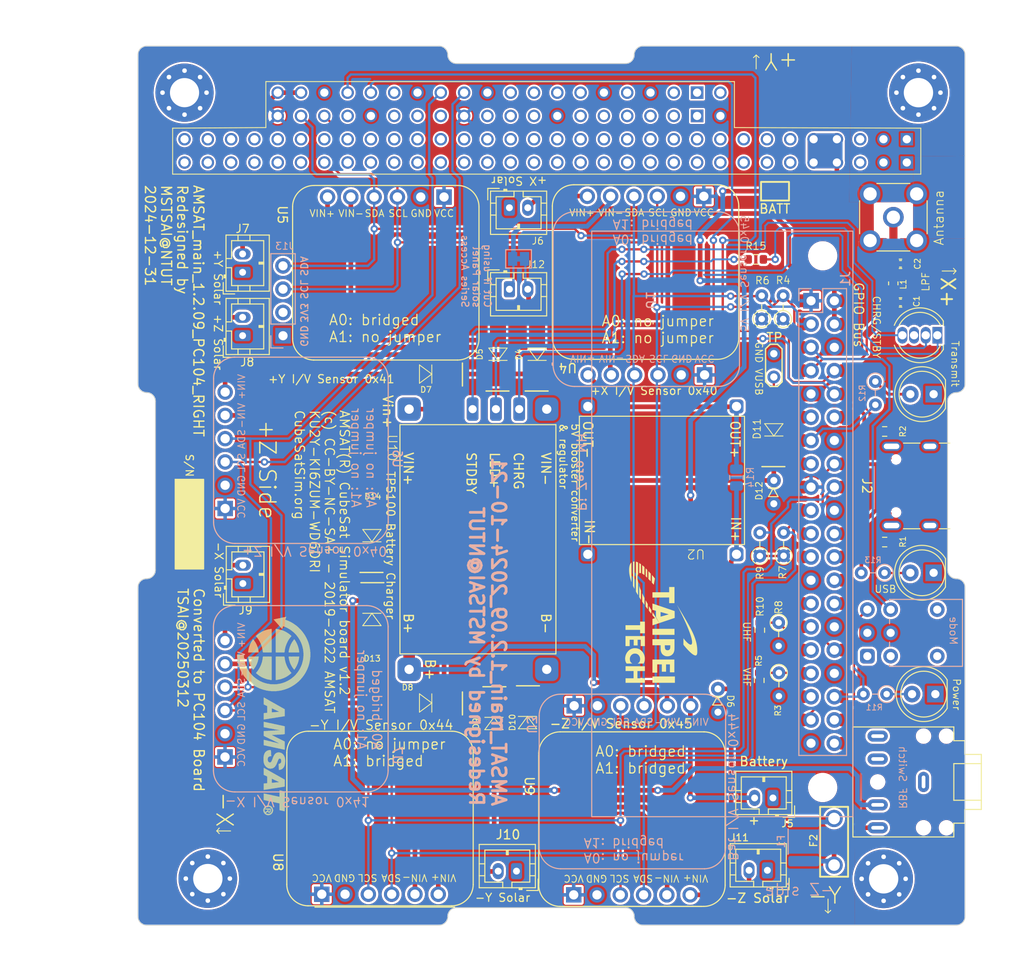
<source format=kicad_pcb>
(kicad_pcb (version 20240108) (generator "pcbnew") (generator_version "8.0")
  (title_block (date "2024-08-27"))
  (layers (0 "F.Cu" signal) (31 "B.Cu" signal) (34 "B.Paste" user) (35 "F.Paste" user) (36 "B.SilkS" user "B.Silkscreen") (37 "F.SilkS" user "F.Silkscreen") (38 "B.Mask" user) (39 "F.Mask" user) (44 "Edge.Cuts" user))
  (net 0 "")
  (net 1 "/RF_PWM")
  (net 2 "Net-(J3-In)")
  (net 3 "/3.3V")
  (net 4 "/5V")
  (net 5 "/SDA")
  (net 6 "/SCL")
  (net 7 "/LED2")
  (net 8 "/SDA3")
  (net 9 "/SCL3")
  (net 10 "/GPIO12")
  (net 11 "/GPIO13")
  (net 12 "/LED1")
  (net 13 "/GPIO26")
  (net 14 "Net-(D1-A)")
  (net 15 "Net-(D2-A)")
  (net 16 "Net-(D3-A)")
  (net 17 "/USB_VBUS")
  (net 18 "Net-(D10-K)")
  (net 19 "Net-(D4-A)")
  (net 20 "Net-(D5-A)")
  (net 21 "GND")
  (net 22 "Net-(F1-Pad2)")
  (net 23 "Net-(D6-K)")
  (net 24 "Net-(D7-A)")
  (net 25 "Net-(D8-A)")
  (net 26 "Net-(D9-A)")
  (net 27 "Net-(D10-A)")
  (net 28 "/PI_TXD")
  (net 29 "/PI_RXD")
  (net 30 "/5V_B")
  (net 45 "Net-(J2-CC1)")
  (net 49 "Net-(J2-CC2)")
  (net 53 "Net-(J6-Pin_2)")
  (net 54 "Net-(J7-Pin_2)")
  (net 55 "Net-(J8-Pin_2)")
  (net 56 "Net-(J9-Pin_2)")
  (net 57 "Net-(J10-Pin_2)")
  (net 58 "Net-(J11-Pin_2)")
  (net 59 "Net-(J12-Pin_1)")
  (net 62 "/3V3")
  (net 63 "Net-(D13-A)")
  (net 64 "Net-(D13-K)")
  (net 65 "Net-(U10-LED-)")
  (net 66 "Net-(D15-RK)")
  (net 67 "Net-(D15-A)")
  (net 69 "Net-(D15-BK)")
  (net 101 "/BATT")
  (net 154 "Net-(J5-Pin_2)")
  (footprint "" (layer "F.Cu") (at 175.72075 59.53354 -90)
    (property "Reference" "")
    (property "Value" "")
  )
  (footprint "Connector_JST:JST_PH_B2B-PH-K_1x02_P2.00mm_Vertical" (layer "F.Cu") (at 139.30401 53.192585)
    (property "Reference" "J12")
    (property "Value" "Conn_01x02")
  )
  (footprint "Connector_JST:JST_PH_B2B-PH-K_1x02_P2.00mm_Vertical" (layer "F.Cu") (at 168.0328 108.6802 180)
    (property "Reference" "J5")
    (property "Value" "Conn_01x02")
  )
  (footprint "" (layer "F.Cu") (at 171.19955 67.15354 90)
    (property "Reference" "")
    (property "Value" "")
  )
  (footprint "Capacitor_SMD:C_0603_1608Metric" (layer "F.Cu") (at 181.9402 54.6354)
    (property "Reference" "C1")
    (property "Value" "16pF")
  )
  (footprint "Connector_JST:JST_PH_B2B-PH-K_1x02_P2.00mm_Vertical" (layer "F.Cu") (at 110.217 51.3452 90)
    (property "Reference" "J7")
    (property "Value" "Conn_01x02")
  )
  (footprint "" (layer "F.Cu") (at 171.19955 79.85354 90)
    (property "Reference" "")
    (property "Value" "")
  )
  (footprint "" (layer "F.Cu") (at 171.19955 84.93354 90)
    (property "Reference" "")
    (property "Value" "")
  )
  (footprint "Library:SS14" (layer "F.Cu") (at 138.05611 60.295785 90)
    (property "Reference" "D5")
    (property "Value" "1N5817" (hide yes))
  )
  (footprint "" (layer "F.Cu") (at 171.19955 69.69354 90)
    (property "Reference" "")
    (property "Value" "")
  )
  (footprint "Library:INA219_Small" (layer "F.Cu") (at 125.222 111.044038 90)
    (property "Reference" "U8")
    (property "Value" "INA219_Module 0X44")
  )
  (footprint "" (layer "F.Cu") (at 175.72075 82.39354 -90)
    (property "Reference" "")
    (property "Value" "")
  )
  (footprint "LED_THT:LED_D5.0mm" (layer "F.Cu") (at 185.552 84.120985 180)
    (property "Reference" "D3" (hide yes))
    (property "Value" "Red 5mm")
  )
  (footprint "Resistor_THT:R_Axial_DIN0204_L3.6mm_D1.6mm_P2.54mm_Vertical" (layer "F.Cu") (at 169.14571 56.434985 90)
    (property "Reference" "R4")
    (property "Value" "DNI-4.7K")
  )
  (footprint "" (layer "F.Cu") (at 175.72075 84.93354 -90)
    (property "Reference" "")
    (property "Value" "")
  )
  (footprint "" (layer "F.Cu") (at 171.19955 77.31354 90)
    (property "Reference" "")
    (property "Value" "")
  )
  (footprint "Connector_JST:JST_PH_B2B-PH-K_1x02_P2.00mm_Vertical" (layer "F.Cu") (at 139.30401 44.30293)
    (property "Reference" "J6")
    (property "Value" "Conn_01x02")
  )
  (footprint "CubeSatSim:1N5817" (layer "F.Cu") (at 168.07256 75.484985 -90)
    (property "Reference" "D12")
    (property "Value" "5V1 1W")
  )
  (footprint "" (layer "F.Cu") (at 171.19955 72.23354 90)
    (property "Reference" "")
    (property "Value" "")
  )
  (footprint "" (layer "F.Cu") (at 175.72075 74.77354 -90)
    (property "Reference" "")
    (property "Value" "")
  )
  (footprint "" (layer "F.Cu") (at 175.72075 67.15354 -90)
    (property "Reference" "")
    (property "Value" "")
  )
  (footprint "Inductor_SMD:L_0603_1608Metric" (layer "F.Cu") (at 181.1528 52.5526 90)
    (property "Reference" "L1")
    (property "Value" "13nH")
  )
  (footprint "Library:SS14" (layer "F.Cu") (at 142.32331 60.295785 90)
    (property "Reference" "D4")
    (property "Value" "1N5817" (hide yes))
  )
  (footprint "Resistor_THT:R_Axial_DIN0204_L3.6mm_D1.6mm_P2.54mm_Vertical" (layer "F.Cu") (at 166.80891 56.434985 90)
    (property "Reference" "R6")
    (property "Value" "DNI-4.7K")
  )
  (footprint "" (layer "F.Cu") (at 175.72075 92.55354 -90)
    (property "Reference" "")
    (property "Value" "")
  )
  (footprint "" (layer "F.Cu") (at 175.72075 79.85354 -90)
    (property "Reference" "")
    (property "Value" "")
  )
  (footprint "VST104_footprints:CubeSat_PC104_16bit_footprint_Edge.Cut" (layer "F.Cu") (at 188.976 26.67 180)
    (property "Reference" "J14" (hide yes))
    (property "Value" "~" (hide yes))
    (fp_line (start 90.17 -36.8427) (end 90.17 -0.9525) (stroke (width 0.1)) (layer "Edge.Cuts"))
    (fp_line (start 90.17 -94.9325) (end 90.17 -59.0423) (stroke (width 0.1)) (layer "Edge.Cuts"))
    (fp_line (start 88.265 -57.1373) (end 88.265 -38.7477) (stroke (width 0.1)) (layer "Edge.Cuts"))
    (fp_line (start 57.3405 0) (end 89.2175 0) (stroke (width 0.1)) (layer "Edge.Cuts"))
    (fp_line (start 57.3405 -95.885) (end 89.2175 -95.885) (stroke (width 0.1)) (layer "Edge.Cuts"))
    (fp_line (start 37.0205 -1.905) (end 55.4355 -1.905) (stroke (width 0.1)) (layer "Edge.Cuts"))
    (fp_line (start 37.0205 -93.98) (end 55.4355 -93.98) (stroke (width 0.1)) (layer "Edge.Cuts"))
    (fp_line (start 1.905 -57.1373) (end 1.905 -38.7477) (stroke (width 0.1)) (layer "Edge.Cuts"))
    (fp_line (start 0.9525 0) (end 35.1155 0) (stroke (width 0.1)) (layer "Edge.Cuts"))
    (fp_line (start 0.9525 -95.885) (end 35.1155 -95.885) (stroke (width 0.1)) (layer "Edge.Cuts"))
    (fp_line (start 0 -36.8427) (end 0 -0.9525) (stroke (width 0.1)) (layer "Edge.Cuts"))
    (fp_line (start 0 -94.9325) (end 0 -59.0423) (stroke (width 0.1)) (layer "Edge.Cuts"))
    (fp_arc (start 90.17 -0.9525) (mid 89.89102 -0.27898) (end 89.2175 0) (stroke (width 0.1)) (layer "Edge.Cuts"))
    (fp_arc (start 90.17 -59.0423) (mid 89.89102 -58.36878) (end 89.2175 -58.0898) (stroke (width 0.1)) (layer "Edge.Cuts"))
    (fp_arc (start 89.2175 -37.7952) (mid 89.89102 -37.51622) (end 90.17 -36.8427) (stroke (width 0.1)) (layer "Edge.Cuts"))
    (fp_arc (start 89.2175 -37.7952) (mid 88.54398 -38.07418) (end 88.265 -38.7477) (stroke (width 0.1)) (layer "Edge.Cuts"))
    (fp_arc (start 89.2175 -95.885) (mid 89.89102 -95.60602) (end 90.17 -94.9325) (stroke (width 0.1)) (layer "Edge.Cuts"))
    (fp_arc (start 88.265 -57.1373) (mid 88.54398 -57.81082) (end 89.2175 -58.0898) (stroke (width 0.1)) (layer "Edge.Cuts"))
    (fp_arc (start 57.3405 0) (mid 56.66698 -0.27898) (end 56.388 -0.9525) (stroke (width 0.1)) (layer "Edge.Cuts"))
    (fp_arc (start 56.388 -94.9325) (mid 56.66698 -95.60602) (end 57.3405 -95.885) (stroke (width 0.1)) (layer "Edge.Cuts"))
    (fp_arc (start 56.388 -94.9325) (mid 56.10902 -94.25898) (end 55.4355 -93.98) (stroke (width 0.1)) (layer "Edge.Cuts"))
    (fp_arc (start 55.4355 -1.905) (mid 56.10902 -1.62602) (end 56.388 -0.9525) (stroke (width 0.1)) (layer "Edge.Cuts"))
    (fp_arc (start 37.0205 -93.98) (mid 36.34698 -94.25898) (end 36.068 -94.9325) (stroke (width 0.1)) (layer "Edge.Cuts"))
    (fp_arc (start 36.068 -0.9525) (mid 36.34698 -1.62602) (end 37.0205 -1.905) (stroke (width 0.1)) (layer "Edge.Cuts"))
    (fp_arc (start 36.068 -0.9525) (mid 35.78902 -0.27898) (end 35.1155 0) (stroke (width 0.1)) (layer "Edge.Cuts"))
    (fp_arc (start 35.1155 -95.885) (mid 35.78902 -95.60602) (end 36.068 -94.9325) (stroke (width 0.1)) (layer "Edge.Cuts"))
    (fp_arc (start 1.905 -38.7477) (mid 1.62602 -38.07418) (end 0.9525 -37.7952) (stroke (width 0.1)) (layer "Edge.Cuts"))
    (fp_arc (start 0.9525 0) (mid 0.27898 -0.27898) (end 0 -0.9525) (stroke (width 0.1)) (layer "Edge.Cuts"))
    (fp_arc (start 0.9525 -58.0898) (mid 1.62602 -57.81082) (end 1.905 -57.1373) (stroke (width 0.1)) (layer "Edge.Cuts"))
    (fp_arc (start 0.9525 -58.0898) (mid 0.27898 -58.36878) (end 0 -59.0423) (stroke (width 0.1)) (layer "Edge.Cuts"))
    (fp_arc (start 0 -36.8427) (mid 0.27898 -37.51622) (end 0.9525 -37.7952) (stroke (width 0.1)) (layer "Edge.Cuts"))
    (fp_arc (start 0 -94.9325) (mid 0.27898 -95.60602) (end 0.9525 -95.885) (stroke (width 0.1)) (layer "Edge.Cuts"))
  )
  (footprint "" (layer "F.Cu") (at 171.19955 54.45354 90)
    (property "Reference" "")
    (property "Value" "")
  )
  (footprint "" (layer "F.Cu") (at 175.69891 87.47354 -90)
    (property "Reference" "")
    (property "Value" "")
  )
  (footprint "Library:SS14" (layer "F.Cu") (at 137.6172 100.5496 -90)
    (property "Reference" "D9")
    (property "Value" "1N5817" (hide yes))
  )
  (footprint "Resistor_SMD:R_0603_1608Metric" (layer "F.Cu") (at 180.213 68.707)
    (property "Reference" "R2")
    (property "Value" "5.1K")
  )
  (footprint "" (layer "F.Cu") (at 171.19955 100.17354 90)
    (property "Reference" "")
    (property "Value" "")
  )
  (footprint "Capacitor_SMD:C_0402_1005Metric" (layer "F.Cu") (at 181.9402 54.6354)
    (property "Reference" "C3" (hide yes))
    (property "Value" "16pF(DMP)" (hide yes))
  )
  (footprint "Library:SS14" (layer "F.Cu") (at 168.12971 68.541785 90)
    (property "Reference" "D11")
    (property "Value" "1N5817" (hide yes))
  )
  (footprint "Basic:5V_BOOSTER" (layer "F.Cu") (at 164.0346 82.1055 180)
    (property "Reference" "U2")
    (property "Value" "5V_Booster")
  )
  (footprint "" (layer "F.Cu") (at 171.19955 87.47354 90)
    (property "Reference" "")
    (property "Value" "")
  )
  (footprint "LED_THT:LED_D5.0mm" (layer "F.Cu") (at 185.552 64.639185 180)
    (property "Reference" "D2" (hide yes))
    (property "Value" "Blue 5mm")
  )
  (footprint "" (layer "F.Cu") (at 171.19955 74.77354 90)
    (property "Reference" "")
    (property "Value" "")
  )
  (footprint "Resistor_SMD:R_0603_1608Metric" (layer "F.Cu") (at 166.1668 49.9364)
    (property "Reference" "R15")
    (property "Value" "0")
  )
  (footprint "" (layer "F.Cu") (at 171.19955 102.71354 90)
    (property "Reference" "")
    (property "Value" "")
  )
  (footprint "" (layer "F.Cu") (at 171.19955 95.09354 90)
    (property "Reference" "")
    (property "Value" "")
  )
  (footprint "Library:SS14" (layer "F.Cu") (at 130.18211 62.445785 180)
    (property "Reference" "D7")
    (property "Value" "1N5817" (hide yes))
  )
  (footprint "Library:SS14" (layer "F.Cu") (at 130.18211 98.319585 180)
    (property "Reference" "D8")
    (property "Value" "1N5817" (hide yes))
  )
  (footprint "" (layer "F.Cu") (at 171.19955 64.61354 90)
    (property "Reference" "")
    (property "Value" "")
  )
  (footprint "Library:INA219_Small" (layer "F.Cu") (at 154.12161 51.196365 -90)
    (property "Reference" "U4")
    (property "Value" "INA219_Module 0X40")
  )
  (footprint "" (layer "F.Cu") (at 175.72075 77.31354 -90)
    (property "Reference" "")
    (property "Value" "")
  )
  (footprint "" (layer "F.Cu") (at 175.72075 102.71354 -90)
    (property "Reference" "")
    (property "Value" "")
  )
  (footprint "" (layer "F.Cu") (at 171.19955 92.55354 90)
    (property "Reference" "")
    (property "Value" "")
  )
  (footprint "Resistor_THT:R_Axial_DIN0204_L3.6mm_D1.6mm_P2.54mm_Vertical" (layer "F.Cu") (at 169.19651 82.267585 90)
    (property "Reference" "R7")
    (property "Value" "4.7K")
  )
  (footprint "TestPoint:TestPoint_2Pads_Pitch2.54mm_Drill0.8mm" (layer "F.Cu") (at 168.12971 62.764985 90)
    (property "Reference" "TP")
    (property "Value" "TestPoint_2Pads_Pitch2.54mm_Drill0.8mm" (hide yes))
  )
  (footprint "Resistor_THT:R_Axial_DIN0204_L3.6mm_D1.6mm_P2.54mm_Vertical" (layer "F.Cu") (at 168.656 89.5596 -90)
    (property "Reference" "R8")
    (property "Value" "1K")
  )
  (footprint "Inductor_SMD:L_0402_1005Metric" (layer "F.Cu") (at 181.1528 52.5526 90)
    (property "Reference" "L2" (hide yes))
    (property "Value" "13nH(DNP)" (hide yes))
  )
  (footprint "Library:INA219_Small" (layer "F.Cu") (at 125.80061 51.272565 -90)
    (property "Reference" "U5")
    (property "Value" "INA219_Module 0X41")
  )
  (footprint "Resistor_SMD:R_0603_1608Metric" (layer "F.Cu") (at 180.213 80.768185)
    (property "Reference" "R1")
    (property "Value" "5.1K")
  )
  (footprint "Library_NTUT:AMSAT_PTC" (layer "F.Cu") (at 171.3972 110.9218 -90)
    (property "Reference" "F2")
    (property "Value" "Polyfuse" (hide yes))
  )
  (footprint "LED_THT:LED_D5.0mm" (layer "F.Cu") (at 185.73691 97.354385 180)
    (property "Reference" "D1" (hide yes))
    (property "Value" "Green 5mm")
  )
  (footprint "" (layer "F.Cu") (at 171.19955 62.07354 90)
    (property "Reference" "")
    (property "Value" "")
  )
  (footprint "" (layer "F.Cu") (at 175.72075 72.23354 -90)
    (property "Reference" "")
    (property "Value" "")
  )
  (footprint "VST104_logos:NTUT_logo_15mm" (layer "F.Cu") (at 155.8036 89.5096 -90)
    (property "Reference" "REF**" (hide yes))
    (property "Value" "NTUT_logo_15mm" (hide yes))
  )
  (footprint "" (layer "F.Cu") (at 173.4566 49.54372 -90)
    (property "Reference" "")
    (property "Value" "")
  )
  (footprint "CubeSatSim:1N5817" (layer "F.Cu") (at 161.98291 98.217985 -90)
    (property "Reference" "D6")
    (property "Value" "DNI-5V1 1W")
  )
  (footprint "Resistor_SMD:R_0603_1608Metric" (layer "F.Cu") (at 166.5986 90.3846 -90)
    (property "Reference" "R10")
    (property "Value" "DNI-1K")
  )
  (footprint "" (layer "F.Cu") (at 171.19955 90.01354 90)
    (property "Reference" "")
    (property "Value" "")
  )
  (footprint "Library:SS14" (layer "F.Cu") (at 141.2748 100.448 -90)
    (property "Reference" "D10")
    (property "Value" "1N5817" (hide yes))
  )
  (footprint "Resistor_THT:R_Axial_DIN0204_L3.6mm_D1.6mm_P2.54mm_Vertical" (layer "F.Cu") (at 168.6814 95.0344 -90)
    (property "Reference" "R3")
    (property "Value" "DNI-1K")
  )
  (footprint "Capacitor_SMD:C_0402_1005Metric" (layer "F.Cu") (at 181.9402 50.419)
    (property "Reference" "C4" (hide yes))
    (property "Value" "18pF(DNP)" (hide yes))
  )
  (footprint "Connector_JST:JST_PH_B2B-PH-K_1x02_P2.00mm_Vertical" (layer "F.Cu") (at 140.0744 116.6622 180)
    (property "Reference" "J10")
    (property "Value" "Conn_01x02")
  )
  (footprint "Library:TP5100 Charger_SMD" (layer "F.Cu") (at 128.37171 68.963535 -90)
    (property "Reference" "U10")
    (property "Value" "TP5100_Charger")
  )
  (footprint "" (layer "F.Cu") (at 175.72075 56.99354 -90)
    (property "Reference" "")
    (property "Value" "")
  )
  (footprint "" (layer "F.Cu") (at 173.4566 107.5436 -90)
    (property "Reference" "")
    (property "Value" "")
  )
  (footprint "LED_THT:LED_D5.0mm-4_RGB" (layer "F.Cu") (at 185.95591 58.212985 180)
    (property "Reference" "D15" (hide yes))
    (property "Value" "LED_RAGB" (hide yes))
  )
  (footprint "Library:AMSAT_SMA_Vertical" (layer "F.Cu") (at 181.16728 45.3338 -90)
    (property "Reference" "J3" (hide yes))
    (property "Value" "Conn_Coaxial")
  )
  (footprint "Resistor_THT:R_Axial_DIN0204_L3.6mm_D1.6mm_P2.54mm_Vertical" (layer "F.Cu") (at 166.60571 82.292985 90)
    (property "Reference" "R9")
    (property "Value" "4.7K")
  )
  (footprint "Resistor_SMD:R_0603_1608Metric" (layer "F.Cu") (at 166.54145 95.8594 -90)
    (property "Reference" "R5")
    (property "Value" "DNI-1K")
  )
  (footprint "Library:INA219_Small" (layer "F.Cu") (at 152.68651 111.11166 90)
    (property "Reference" "U9")
    (property "Value" "INA219_Module 0X45")
  )
  (footprint "Library_NTUT:Jack_3.5mm_CUI_SJ1-3525N_Horizontal" (layer "F.Cu") (at 184.451 106.934 90)
    (property "Reference" "J4" (hide yes))
    (property "Value" "AudioJack2_Dual_Ground_Switch")
  )
  (footprint "Library:SS14" (layer "F.Cu") (at 124.31471 89.200985 -90)
    (property "Reference" "D13")
    (property "Value" "1N5817" (hide yes))
  )
  (footprint "Basic:SolderJumper_2_Tri_New" (layer "F.Cu") (at 168.379975 42.5012)
    (property "Reference" "JP2" (hide yes))
    (property "Value" "SolderJumper_2_Open" (hide yes))
  )
  (footprint "" (layer "F.Cu") (at 171.15891 59.53354 90)
    (property "Reference" "")
    (property "Value" "")
  )
  (footprint "Connector_Wire:SolderWirePad_1x01_SMD_1x2mm" (layer "F.Cu") (at 175.72431 54.45354)
    (property "Reference" "REF**" (hide yes))
    (property "Value" "SolderWirePad_1x01_SMD_1x2mm")
  )
  (footprint "" (layer "F.Cu") (at 171.19955 56.99354 90)
    (property "Reference" "")
    (property "Value" "")
  )
  (footprint "Connector_JST:JST_PH_B2B-PH-K_1x02_P2.00mm_Vertical" (layer "F.Cu") (at 167.42791 116.573385 180)
    (property "Reference" "J11")
    (property "Value" "Conn_01x02")
  )
  (footprint "" (layer "F.Cu") (at 175.72075 69.69354 -90)
    (property "Reference" "")
    (property "Value" "")
  )
  (footprint "Connector_JST:JST_PH_B2B-PH-K_1x02_P2.00mm_Vertical" (layer "F.Cu") (at 110.24616 85.29243 90)
    (property "Reference" "J9")
    (property "Value" "Conn_01x02")
  )
  (footprint "" (layer "F.Cu") (at 171.19955 82.39354 90)
    (property "Reference" "")
    (property "Value" "")
  )
  (footprint "" (layer "F.Cu") (at 175.72075 64.61354 -90)
    (property "Reference" "")
    (property "Value" "")
  )
  (footprint "Connector_JST:JST_PH_B2B-PH-K_1x02_P2.00mm_Vertical" (layer "F.Cu") (at 110.217 58.254 90)
    (property "Reference" "J8")
    (property "Value" "Conn_01x02")
  )
  (footprint "Library:SS14" (layer "F.Cu") (at 124.31471 80.084385 90)
    (property "Reference" "D14")
    (property "Value" "1N5817" (hide yes))
  )
  (footprint "" (layer "F.Cu") (at 175.72075 97.63354 -90)
    (property "Reference" "")
    (property "Value" "")
  )
  (footprint "" (layer "F.Cu") (at 175.72075 62.07354 -90)
    (property "Reference" "")
    (property "Value" "")
  )
  (footprint "" (layer "F.Cu") (at 171.19955 97.63354 90)
    (property "Reference" "")
    (property "Value" "")
  )
  (footprint "Connector_USB:USB_C_Receptacle_GCT_USB4105-xx-A_16P_TopMnt_Horizontal" (layer "F.Cu") (at 184.06611 74.646785 90)
    (property "Reference" "J2")
    (property "Value" "USB_C_Receptacle_USB2.0")
  )
  (footprint "" (layer "F.Cu") (at 175.72075 90.01354 -90)
    (property "Reference" "")
    (property "Value" "")
  )
  (footprint "Capacitor_SMD:C_0603_1608Metric" (layer "F.Cu") (at 181.9402 50.419)
    (property "Reference" "C2")
    (property "Value" "18pF")
  )
  (footprint "" (layer "F.Cu") (at 175.72075 95.09354 -90)
    (property "Reference" "")
    (property "Value" "")
  )
  (footprint "" (layer "F.Cu") (at 175.72075 100.17354 -90)
    (property "Reference" "")
    (property "Value" "")
  )
  (footprint "Jumper:SolderJumper-2_P1.3mm_Bridged_Pad1.0x1.5mm" (layer "B.Cu") (at 140.30401 49.881785)
    (property "Reference" "JP1" (hide yes))
    (property "Value" "SolderJumper_2_Bridged")
  )
  (footprint "Library:INA219_Small" (layer "B.Cu") (at 154.2034 54.397275 90)
    (property "Reference" "U1")
    (property "Value" "INA219_Module 0x45")
  )
  (footprint "Library:INA219_Small" (layer "B.Cu") (at 116.437535 97.83724)
    (property "Reference" "U7")
    (property "Value" "INA219_Module 0X41")
  )
  (footprint "Library:INA219_Small" (layer "B.Cu") (at 116.450235 70.735185)
    (property "Reference" "U6")
    (property "Value" "INA219_Module 0X40")
  )
  (footprint "Fuse:Fuse_1812_4532Metric" (layer "B.Cu") (at 171.3992 113.4364 -90)
    (property "Reference" "F1")
    (property "Value" "Polyfuse")
  )
  (footprint "Connector_PinSocket_2.54mm:PinSocket_2x20_P2.54mm_Vertical" (layer "B.Cu") (at 172.1866 54.45354 180)
    (property "Reference" "J1")
    (property "Value" "Raspberry Pi Zero HW GPIO")
  )
  (footprint "Resistor_SMD:R_0805_2012Metric" (layer "B.Cu") (at 164.06 73.7362 -90)
    (property "Reference" "R14")
    (property "Value" "DNI-0K")
  )
  (footprint "Resistor_THT:R_Axial_DIN0204_L3.6mm_D1.6mm_P2.54mm_Vertical" (layer "B.Cu") (at 179.197 63.259 -90)
    (property "Reference" "R12")
    (property "Value" "470")
  )
  (footprint "Connector_PinHeader_2.54mm:PinHeader_1x04_P2.54mm_Vertical" (layer "B.Cu") (at 114.62461 58.26404)
    (property "Reference" "J13")
    (property "Value" "Conn_01x04_Female")
  )
  (footprint "Resistor_THT:R_Axial_DIN0204_L3.6mm_D1.6mm_P2.54mm_Vertical" (layer "B.Cu") (at 180.2 84.1248 180)
    (property "Reference" "R13")
    (property "Value" "470")
  )
  (footprint "Library:INA219_Small" (layer "B.Cu") (at 152.73731 106.76191 -90)
    (property "Reference" "U3")
    (property "Value" "INA219_Module 0x44")
  )
  (footprint "Resistor_THT:R_Axial_DIN0204_L3.6mm_D1.6mm_P2.54mm_Vertical" (layer "B.Cu") (at 180.4286 97.354385 180)
    (property "Reference" "R11")
    (property "Value" "220")
  )
  (footprint "Button_Switch_THT:SW_Push_2P2T_Vertical_E-Switch_800UDP8P1A1M6" (layer "B.Cu") (at 178.32611 93.214185)
    (property "Reference" "SW1" (hide yes))
    (property "Value" "SW_Push_DPDT")
  )
  (gr_line (start 136.01192 54.84495) (end 136.01192 54.95925) (stroke (width 0.0762)) (layer "B.SilkS"))
  (gr_line (start 143.96237 61.29731) (end 143.96161 61.23584) (stroke (width 0.127)) (layer "B.SilkS"))
  (gr_line (start 143.96466 61.35852) (end 143.96237 61.29731) (stroke (width 0.127)) (layer "B.SilkS"))
  (gr_rect (start 148.27606 46.8564) (end 176.74946 110.7247) (stroke (width 0.12)) (fill none) (layer "B.SilkS"))
  (gr_line (start 143.96821 61.41974) (end 143.96466 61.35852) (stroke (width 0.127)) (layer "B.SilkS"))
  (gr_line (start 143.97355 61.48095) (end 143.96821 61.41974) (stroke (width 0.127)) (layer "B.SilkS"))
  (gr_poly (pts (xy 114.0968 102.675685) (xy 114.0968 102.167685) (xy 114.0841 102.167685) (xy 114.0841 102.675685)) (fill solid) (layer "F.SilkS"))
  (gr_poly (pts (xy 117.3734 94.395285) (xy 117.3734 91.664785) (xy 117.3607 91.664785) (xy 117.3607 94.395285)) (fill solid) (layer "F.SilkS"))
  (gr_poly (pts (xy 114.7699 90.001085) (xy 114.7699 88.959685) (xy 114.7572 88.959685) (xy 114.7572 90.001085)) (fill solid) (layer "F.SilkS"))
  (gr_poly (pts (xy 113.8682 89.505785) (xy 113.8682 89.150185) (xy 113.8555 89.150185) (xy 113.8555 89.505785)) (fill solid) (layer "F.SilkS"))
  (gr_poly (pts (xy 113.6396 101.799385) (xy 113.6396 101.329485) (xy 113.6269 101.329485) (xy 113.6269 101.799385)) (fill solid) (layer "F.SilkS"))
  (gr_poly (pts (xy 116.4209 95.881185) (xy 116.4209 94.661985) (xy 116.4082 94.661985) (xy 116.4082 95.881185)) (fill solid) (layer "F.SilkS"))
  (gr_poly (pts (xy 112.0775 96.732085) (xy 112.0775 95.906585) (xy 112.0648 95.906585) (xy 112.0648 96.732085)) (fill solid) (layer "F.SilkS"))
  (gr_poly (pts (xy 112.1664 95.423985) (xy 112.1664 94.293685) (xy 112.1537 94.293685) (xy 112.1537 95.423985)) (fill solid) (layer "F.SilkS"))
  (gr_poly (pts (xy 114.7445 99.780085) (xy 114.7445 98.954585) (xy 114.7318 98.954585) (xy 114.7318 99.780085)) (fill solid) (layer "F.SilkS"))
  (gr_poly (pts (xy 113.919 101.227885) (xy 113.919 100.669085) (xy 113.9063 100.669085) (xy 113.9063 101.227885)) (fill solid) (layer "F.SilkS"))
  (gr_poly (pts (xy 113.6904 89.302585) (xy 113.6904 89.188285) (xy 113.6777 89.188285) (xy 113.6777 89.302585)) (fill solid) (layer "F.SilkS"))
  (gr_poly (pts (xy 114.0333 104.733085) (xy 114.0333 103.729785) (xy 114.0206 103.729785) (xy 114.0206 104.733085)) (fill solid) (layer "F.SilkS"))
  (gr_poly (pts (xy 112.268 95.487485) (xy 112.268 94.052385) (xy 112.2553 94.052385) (xy 112.2553 95.487485)) (fill solid) (layer "F.SilkS"))
  (gr_poly (pts (xy 114.6937 95.614485) (xy 114.6937 93.252285) (xy 114.681 93.252285) (xy 114.681 95.614485)) (fill solid) (layer "F.SilkS"))
  (gr_poly (pts (xy 112.1283 96.757485) (xy 112.1283 95.931985) (xy 112.1156 95.931985) (xy 112.1156 96.757485)) (fill solid) (layer "F.SilkS"))
  (gr_poly (pts (xy 113.3729 99.995985) (xy 113.3729 98.179885) (xy 113.3602 98.179885) (xy 113.3602 99.995985)) (fill solid) (layer "F.SilkS"))
  (gr_poly (pts (xy 113.3221 109.774985) (xy 113.3221 109.584485) (xy 113.3094 109.584485) (xy 113.3094 109.774985)) (fill solid) (layer "F.SilkS"))
  (gr_poly (pts (xy 114.3508 101.761285) (xy 114.3508 100.757985) (xy 114.3381 100.757985) (xy 114.3381 101.761285)) (fill solid) (layer "F.SilkS"))
  (gr_poly (pts (xy 113.411 109.101885) (xy 113.411 108.377985) (xy 113.3983 108.377985) (xy 113.3983 109.101885)) (fill solid) (layer "F.SilkS"))
  (gr_poly (pts (xy 113.6015 101.164385) (xy 113.6015 100.592885) (xy 113.5888 100.592885) (xy 113.5888 101.164385)) (fill solid) (layer "F.SilkS"))
  (gr_poly (pts (xy 113.2713 107.692185) (xy 113.2713 105.812585) (xy 113.2586 105.812585) (xy 113.2586 107.692185)) (fill solid) (layer "F.SilkS"))
  (gr_poly (pts (xy 113.5126 103.145585) (xy 113.5126 102.574085) (xy 113.4999 102.574085) (xy 113.4999 103.145585)) (fill solid) (layer "F.SilkS"))
  (gr_poly (pts (xy 112.7379 102.015285) (xy 112.7379 101.367585) (xy 112.7252 101.367585) (xy 112.7252 102.015285)) (fill solid) (layer "F.SilkS"))
  (gr_poly (pts (xy 113.7666 101.786685) (xy 113.7666 101.304085) (xy 113.7539 101.304085) (xy 113.7539 101.786685)) (fill solid) (layer "F.SilkS"))
  (gr_poly (pts (xy 113.538 107.641385) (xy 113.538 107.019085) (xy 113.5253 107.019085) (xy 113.5253 107.641385)) (fill solid) (layer "F.SilkS"))
  (gr_poly (pts (xy 117.4242 91.804485) (xy 117.4242 91.791785) (xy 117.4115 91.791785) (xy 117.4115 91.804485)) (fill solid) (layer "F.SilkS"))
  (gr_poly (pts (xy 114.0206 106.866685) (xy 114.0206 106.218985) (xy 114.0079 106.218985) (xy 114.0079 106.866685)) (fill solid) (layer "F.SilkS"))
  (gr_poly (pts (xy 113.4872 106.612685) (xy 113.4872 105.926885) (xy 113.4745 105.926885) (xy 113.4745 106.612685)) (fill solid) (layer "F.SilkS"))
  (gr_poly (pts (xy 115.1763 96.706685) (xy 115.1763 95.881185) (xy 115.1636 95.881185) (xy 115.1636 96.706685)) (fill solid) (layer "F.SilkS"))
  (gr_poly (pts (xy 114.8207 105.012485) (xy 114.8207 104.301285) (xy 114.808 104.301285) (xy 114.808 105.012485)) (fill solid) (layer "F.SilkS"))
  (gr_poly (pts (xy 115.189 95.335085) (xy 115.189 94.560385) (xy 115.1763 94.560385) (xy 115.1763 95.335085)) (fill solid) (layer "F.SilkS"))
  (gr_poly (pts (xy 112.2426 91.956885) (xy 112.2426 90.597985) (xy 112.2299 90.597985) (xy 112.2299 91.956885)) (fill solid) (layer "F.SilkS"))
  (gr_poly (pts (xy 115.3795 90.305885) (xy 115.3795 89.442285) (xy 115.3668 89.442285) (xy 115.3668 90.305885)) (fill solid) (layer "F.SilkS"))
  (gr_poly (pts (xy 113.157 110.549685) (xy 113.157 110.384585) (xy 113.1443 110.384585) (xy 113.1443 110.549685)) (fill solid) (layer "F.SilkS"))
  (gr_poly (pts (xy 109.982 94.712785) (xy 109.982 93.036385) (xy 109.9693 93.036385) (xy 109.9693 94.712785)) (fill solid) (layer "F.SilkS"))
  (gr_poly (pts (xy 113.4745 97.036885) (xy 113.4745 96.274885) (xy 113.4618 96.274885) (xy 113.4618 97.036885)) (fill solid) (layer "F.SilkS"))
  (gr_poly (pts (xy 112.9411 105.393485) (xy 112.9411 103.513885) (xy 112.9284 103.513885) (xy 112.9284 105.393485)) (fill solid) (layer "F.SilkS"))
  (gr_poly (pts (xy 114.1222 103.272585) (xy 114.1222 102.713785) (xy 114.1095 102.713785) (xy 114.1095 103.272585)) (fill solid) (layer "F.SilkS"))
  (gr_poly (pts (xy 113.7666 105.241085) (xy 113.7666 103.869485) (xy 113.7539 103.869485) (xy 113.7539 105.241085)) (fill solid) (layer "F.SilkS"))
  (gr_poly (pts (xy 113.4237 105.456985) (xy 113.4237 104.555285) (xy 113.411 104.555285) (xy 113.411 105.456985)) (fill solid) (layer "F.SilkS"))
  (gr_poly (pts (xy 110.2614 95.220785) (xy 110.2614 93.036385) (xy 110.2487 93.036385) (xy 110.2487 95.220785)) (fill solid) (layer "F.SilkS"))
  (gr_poly (pts (xy 115.7224 90.559885) (xy 115.7224 89.632785) (xy 115.7097 89.632785) (xy 115.7097 90.559885)) (fill solid) (layer "F.SilkS"))
  (gr_poly (pts (xy 112.9157 109.952785) (xy 112.9157 109.825785) (xy 112.903 109.825785) (xy 112.903 109.952785)) (fill solid) (layer "F.SilkS"))
  (gr_poly (pts (xy 112.9792 110.562385) (xy 112.9792 110.409985) (xy 112.9665 110.409985) (xy 112.9665 110.562385)) (fill solid) (layer "F.SilkS"))
  (gr_poly (pts (xy 115.57 94.293685) (xy 115.57 93.264985) (xy 115.5573 93.264985) (xy 115.5573 94.293685)) (fill solid) (layer "F.SilkS"))
  (gr_poly (pts (xy 113.1062 105.456985) (xy 113.1062 104.783885) (xy 113.0935 104.783885) (xy 113.0935 105.456985)) (fill solid) (layer "F.SilkS"))
  (gr_poly (pts (xy 112.7887 109.711485) (xy 112.7887 109.533685) (xy 112.776 109.533685) (xy 112.776 109.711485)) (fill solid) (layer "F.SilkS"))
  (gr_poly (pts (xy 113.3094 109.762285) (xy 113.3094 109.584485) (xy 113.2967 109.584485) (xy 113.2967 109.762285)) (fill solid) (layer "F.SilkS"))
  (gr_poly (pts (xy 115.0747 95.411285) (xy 115.0747 94.331785) (xy 115.062 94.331785) (xy 115.062 95.411285)) (fill solid) (layer "F.SilkS"))
  (gr_poly (pts (xy 114.0968 104.555285) (xy 114.0968 103.704385) (xy 114.0841 103.704385) (xy 114.0841 104.555285)) (fill solid) (layer "F.SilkS"))
  (gr_poly (pts (xy 115.2525 96.693985) (xy 115.2525 95.843085) (xy 115.2398 95.843085) (xy 115.2398 96.693985)) (fill solid) (layer "F.SilkS"))
  (gr_poly (pts (xy 113.2967 104.123485) (xy 113.2967 103.463085) (xy 113.284 103.463085) (xy 113.284 104.123485)) (fill solid) (layer "F.SilkS"))
  (gr_poly (pts (xy 114.554 95.665285) (xy 114.554 93.252285) (xy 114.5413 93.252285) (xy 114.5413 95.665285)) (fill solid) (layer "F.SilkS"))
  (gr_poly (pts (xy 115.6843 90.521785) (xy 115.6843 89.607385) (xy 115.6716 89.607385) (xy 115.6716 90.521785)) (fill solid) (layer "F.SilkS"))
  (gr_poly (pts (xy 110.0709 94.890585) (xy 110.0709 93.036385) (xy 110.0582 93.036385) (xy 110.0582 94.890585)) (fill solid) (layer "F.SilkS"))
  (gr_poly (pts (xy 113.8428 109.190785) (xy 113.8428 108.466885) (xy 113.8301 108.466885) (xy 113.8301 109.190785)) (fill solid) (layer "F.SilkS"))
  (gr_poly (pts (xy 110.744 95.830385) (xy 110.744 94.573085) (xy 110.7313 94.573085) (xy 110.7313 95.830385)) (fill solid) (layer "F.SilkS"))
  (gr_poly (pts (xy 115.3795 96.617785) (xy 115.3795 95.766885) (xy 115.3668 95.766885) (xy 115.3668 96.617785)) (fill solid) (layer "F.SilkS"))
  (gr_poly (pts (xy 112.649 102.955085) (xy 112.649 102.358185) (xy 112.6363 102.358185) (xy 112.6363 102.955085)) (fill solid) (layer "F.SilkS"))
  (gr_poly (pts (xy 115.0366 96.770185) (xy 115.0366 95.957385) (xy 115.0239 95.957385) (xy 115.0239 96.770185)) (fill solid) (layer "F.SilkS"))
  (gr_poly (pts (xy 114.5413 110.067085) (xy 114.5413 107.908085) (xy 114.5286 107.908085) (xy 114.5286 110.067085)) (fill solid) (layer "F.SilkS"))
  (gr_poly (pts (xy 113.1316 95.779585) (xy 113.1316 93.264985) (xy 113.1189 93.264985) (xy 113.1189 95.779585)) (fill solid) (layer "F.SilkS"))
  (gr_poly (pts (xy 114.2746 105.609385) (xy 114.2746 104.948985) (xy 114.2619 104.948985) (xy 114.2619 105.609385)) (fill solid) (layer "F.SilkS"))
  (gr_poly (pts (xy 114.1603 102.701085) (xy 114.1603 102.193085) (xy 114.1476 102.193085) (xy 114.1476 102.701085)) (fill solid) (layer "F.SilkS"))
  (gr_poly (pts (xy 112.8395 108.974885) (xy 112.8395 108.250985) (xy 112.8268 108.250985) (xy 112.8268 108.974885)) (fill solid) (layer "F.SilkS"))
  (gr_poly (pts (xy 110.9599 93.912685) (xy 110.9599 93.252285) (xy 110.9472 93.252285) (xy 110.9472 93.912685)) (fill solid) (layer "F.SilkS"))
  (gr_poly (pts (xy 114.6429 95.627185) (xy 114.6429 93.252285) (xy 114.6302 93.252285) (xy 114.6302 95.627185)) (fill solid) (layer "F.SilkS"))
  (gr_poly (pts (xy 115.316 95.246185) (xy 115.316 94.750885) (xy 115.3033 94.750885) (xy 115.3033 95.246185)) (fill solid) (layer "F.SilkS"))
  (gr_poly (pts (xy 112.6109 108.924085) (xy 112.6109 108.200185) (xy 112.5982 108.200185) (xy 112.5982 108.924085)) (fill solid) (layer "F.SilkS"))
  (gr_poly (pts (xy 113.3475 101.113585) (xy 113.3475 100.542085) (xy 113.3348 100.542085) (xy 113.3348 101.113585)) (fill solid) (layer "F.SilkS"))
  (gr_poly (pts (xy 114.7064 105.329985) (xy 114.7064 104.021885) (xy 114.6937 104.021885) (xy 114.6937 105.329985)) (fill solid) (layer "F.SilkS"))
  (gr_poly (pts (xy 113.538 105.431585) (xy 113.538 104.263185) (xy 113.5253 104.263185) (xy 113.5253 105.431585)) (fill solid) (layer "F.SilkS"))
  (gr_poly (pts (xy 114.8842 92.261685) (xy 114.8842 90.547185) (xy 114.8715 90.547185) (xy 114.8715 92.261685)) (fill solid) (layer "F.SilkS"))
  (gr_poly (pts (xy 114.5159 110.067085) (xy 114.5159 107.895385) (xy 114.5032 107.895385) (xy 114.5032 110.067085)) (fill solid) (layer "F.SilkS"))
  (gr_poly (pts (xy 112.9919 110.562385) (xy 112.9919 110.409985) (xy 112.9792 110.409985) (xy 112.9792 110.562385)) (fill solid) (layer "F.SilkS"))
  (gr_poly (pts (xy 114.2365 105.622085) (xy 114.2365 104.948985) (xy 114.2238 104.948985) (xy 114.2238 105.622085)) (fill solid) (layer "F.SilkS"))
  (gr_poly (pts (xy 109.728 94.001585) (xy 109.728 93.036385) (xy 109.7153 93.036385) (xy 109.7153 94.001585)) (fill solid) (layer "F.SilkS"))
  (gr_poly (pts (xy 113.3094 92.807785) (xy 113.3094 90.255085) (xy 113.2967 90.255085) (xy 113.2967 92.807785)) (fill solid) (layer "F.SilkS"))
  (gr_poly (pts (xy 110.3122 95.296985) (xy 110.3122 93.036385) (xy 110.2995 93.036385) (xy 110.2995 95.296985)) (fill solid) (layer "F.SilkS"))
  (gr_poly (pts (xy 113.7158 99.043485) (xy 113.7158 98.370385) (xy 113.7031 98.370385) (xy 113.7031 99.043485)) (fill solid) (layer "F.SilkS"))
  (gr_poly (pts (xy 112.6363 109.978185) (xy 112.6363 109.647985) (xy 112.6236 109.647985) (xy 112.6236 109.978185)) (fill solid) (layer "F.SilkS"))
  (gr_poly (pts (xy 113.8682 95.817685) (xy 113.8682 93.264985) (xy 113.8555 93.264985) (xy 113.8555 95.817685)) (fill solid) (layer "F.SilkS"))
  (gr_poly (pts (xy 114.0587 106.892085) (xy 114.0587 106.257085) (xy 114.046 106.257085) (xy 114.046 106.892085)) (fill solid) (layer "F.SilkS"))
  (gr_poly (pts (xy 111.7473 94.141285) (xy 111.7473 93.264985) (xy 111.7346 93.264985) (xy 111.7346 94.141285)) (fill solid) (layer "F.SilkS"))
  (gr_poly (pts (xy 114.2746 95.741485) (xy 114.2746 93.252285) (xy 114.2619 93.252285) (xy 114.2619 95.741485)) (fill solid) (layer "F.SilkS"))
  (gr_poly (pts (xy 113.3729 109.876585) (xy 113.3729 109.635285) (xy 113.3602 109.635285) (xy 113.3602 109.876585)) (fill solid) (layer "F.SilkS"))
  (gr_poly (pts (xy 111.5949 96.503485) (xy 111.5949 95.589085) (xy 111.5822 95.589085) (xy 111.5822 96.503485)) (fill solid) (layer "F.SilkS"))
  (gr_poly (pts (xy 111.4933 96.427285) (xy 111.4933 95.500185) (xy 111.4806 95.500185) (xy 111.4806 96.427285)) (fill solid) (layer "F.SilkS"))
  (gr_poly (pts (xy 112.8903 103.018585) (xy 112.8903 102.408985) (xy 112.8776 102.408985) (xy 112.8776 103.018585)) (fill solid) (layer "F.SilkS"))
  (gr_poly (pts (xy 113.0681 101.075485) (xy 113.0681 100.491285) (xy 113.0554 100.491285) (xy 113.0554 101.075485)) (fill solid) (layer "F.SilkS"))
  (gr_poly (pts (xy 112.6617 100.986585) (xy 112.6617 100.389685) (xy 112.649 100.389685) (xy 112.649 100.986585)) (fill solid) (layer "F.SilkS"))
  (gr_poly (pts (xy 114.0333 103.247185) (xy 114.0333 102.701085) (xy 114.0206 102.701085) (xy 114.0206 103.247185)) (fill solid) (layer "F.SilkS"))
  (gr_poly (pts (xy 113.03 103.043985) (xy 113.03 102.459785) (xy 113.0173 102.459785) (xy 113.0173 103.043985)) (fill solid) (layer "F.SilkS"))
  (gr_poly (pts (xy 112.8014 106.282485) (xy 112.8014 105.545885) (xy 112.7887 105.545885) (xy 112.7887 106.282485)) (fill solid) (layer "F.SilkS"))
  (gr_poly (pts (xy 114.1603 96.998785) (xy 114.1603 96.236785) (xy 114.1476 96.236785) (xy 114.1476 96.998785)) (fill solid) (layer "F.SilkS"))
  (gr_poly (pts (xy 112.7379 109.762285) (xy 112.7379 109.571785) (xy 112.7252 109.571785) (xy 112.7252 109.762285)) (fill solid) (layer "F.SilkS"))
  (gr_poly (pts (xy 112.7125 92.807785) (xy 112.7125 90.382085) (xy 112.6998 90.382085) (xy 112.6998 92.807785)) (fill solid) (layer "F.SilkS"))
  (gr_poly (pts (xy 114.1857 101.278685) (xy 114.1857 100.732585) (xy 114.173 100.732585) (xy 114.173 101.278685)) (fill solid) (layer "F.SilkS"))
  (gr_poly (pts (xy 115.2779 95.284285) (xy 115.2779 94.687385) (xy 115.2652 94.687385) (xy 115.2652 95.284285)) (fill solid) (layer "F.SilkS"))
  (gr_poly (pts (xy 113.0554 110.562385) (xy 113.0554 110.409985) (xy 113.0427 110.409985) (xy 113.0427 110.562385)) (fill solid) (layer "F.SilkS"))
  (gr_poly (pts (xy 114.2873 96.986085) (xy 114.2873 96.211385) (xy 114.2746 96.211385) (xy 114.2746 96.986085)) (fill solid) (layer "F.SilkS"))
  (gr_poly (pts (xy 112.3696 92.388685) (xy 112.3696 90.521785) (xy 112.3569 90.521785) (xy 112.3569 92.388685)) (fill solid) (layer "F.SilkS"))
  (gr_poly (pts (xy 114.3762 99.818185) (xy 114.3762 98.751385) (xy 114.3635 98.751385) (xy 114.3635 99.818185)) (fill solid) (layer "F.SilkS"))
  (gr_poly (pts (xy 116.4082 95.893885) (xy 116.4082 94.687385) (xy 116.3955 94.687385) (xy 116.3955 95.893885)) (fill solid) (layer "F.SilkS"))
  (gr_poly (pts (xy 114.4778 96.935285) (xy 114.4778 96.173285) (xy 114.4651 96.173285) (xy 114.4651 96.935285)) (fill solid) (layer "F.SilkS"))
  (gr_poly (pts (xy 116.2431 91.131385) (xy 116.2431 90.026485) (xy 116.2304 90.026485) (xy 116.2304 91.131385)) (fill solid) (layer "F.SilkS"))
  (gr_poly (pts (xy 114.4143 105.583985) (xy 114.4143 104.809285) (xy 114.4016 104.809285) (xy 114.4016 105.583985)) (fill solid) (layer "F.SilkS"))
  (gr_poly (pts (xy 112.8649 109.673385) (xy 112.8649 109.508285) (xy 112.8522 109.508285) (xy 112.8522 109.673385)) (fill solid) (layer "F.SilkS"))
  (gr_poly (pts (xy 111.76 96.579685) (xy 111.76 95.703385) (xy 111.7473 95.703385) (xy 111.7473 96.579685)) (fill solid) (layer "F.SilkS"))
  (gr_poly (pts (xy 116.8273 92.553785) (xy 116.8273 90.661485) (xy 116.8146 90.661485) (xy 116.8146 92.553785)) (fill solid) (layer "F.SilkS"))
  (gr_poly (pts (xy 115.8621 96.338385) (xy 115.8621 95.385885) (xy 115.8494 95.385885) (xy 115.8494 96.338385)) (fill solid) (layer "F.SilkS"))
  (gr_poly (pts (xy 114.5921 103.361485) (xy 114.5921 102.408985) (xy 114.5794 102.408985) (xy 114.5794 103.361485)) (fill solid) (layer "F.SilkS"))
  (gr_poly (pts (xy 115.7097 90.547185) (xy 115.7097 89.620085) (xy 115.697 89.620085) (xy 115.697 90.547185)) (fill solid) (layer "F.SilkS"))
  (gr_poly (pts (xy 113.8428 92.795085) (xy 113.8428 90.242385) (xy 113.8301 90.242385) (xy 113.8301 92.795085)) (fill solid) (layer "F.SilkS"))
  (gr_poly (pts (xy 112.522 95.601785) (xy 112.522 93.252285) (xy 112.5093 93.252285) (xy 112.5093 95.601785)) (fill solid) (layer "F.SilkS"))
  (gr_poly (pts (xy 114.1984 96.986085) (xy 114.1984 96.224085) (xy 114.1857 96.224085) (xy 114.1857 96.986085)) (fill solid) (layer "F.SilkS"))
  (gr_poly (pts (xy 114.5794 90.166185) (xy 114.5794 88.997785) (xy 114.5667 88.997785) (xy 114.5667 90.166185)) (fill solid) (layer "F.SilkS"))
  (gr_poly (pts (xy 114.9731 96.808285) (xy 114.9731 95.982785) (xy 114.9604 95.982785) (xy 114.9604 96.808285)) (fill solid) (layer "F.SilkS"))
  (gr_poly (pts (xy 113.3729 101.126285) (xy 113.3729 100.542085) (xy 113.3602 100.542085) (xy 113.3602 101.126285)) (fill solid) (layer "F.SilkS"))
  (gr_poly (pts (xy 109.9947 94.750885) (xy 109.9947 93.036385) (xy 109.982 93.036385) (xy 109.982 94.750885)) (fill solid) (layer "F.SilkS"))
  (gr_poly (pts (xy 112.8395 110.524285) (xy 112.8395 110.371885) (xy 112.8268 110.371885) (xy 112.8268 110.524285)) (fill solid) (layer "F.SilkS"))
  (gr_poly (pts (xy 113.665 101.799385) (xy 113.665 101.329485) (xy 113.6523 101.329485) (xy 113.6523 101.799385)) (fill solid) (layer "F.SilkS"))
  (gr_poly (pts (xy 111.6457 96.516185) (xy 111.6457 95.627185) (xy 111.633 95.627185) (xy 111.633 96.516185)) (fill solid) (layer "F.SilkS"))
  (gr_line (start 154.97022 56.99328) (end 154.97022 56.84062) (stroke (width 0.1016)) (layer "F.SilkS"))
  (gr_poly (pts (xy 115.5319 91.055185) (xy 115.5319 91.004385) (xy 115.5192 91.004385) (xy 115.5192 91.055185)) (fill solid) (layer "F.SilkS"))
  (gr_poly (pts (xy 113.4364 105.456985) (xy 113.4364 104.555285) (xy 113.4237 104.555285) (xy 113.4237 105.456985)) (fill solid) (layer "F.SilkS"))
  (gr_poly (pts (xy 116.3447 92.807785) (xy 116.3447 92.426785) (xy 116.332 92.426785) (xy 116.332 92.807785)) (fill solid) (layer "F.SilkS"))
  (gr_poly (pts (xy 113.411 98.903785) (xy 113.411 98.205285) (xy 113.3983 98.205285) (xy 113.3983 98.903785)) (fill solid) (layer "F.SilkS"))
  (gr_poly (pts (xy 113.5761 98.979985) (xy 113.5761 98.294185) (xy 113.5634 98.294185) (xy 113.5634 98.979985)) (fill solid) (layer "F.SilkS"))
  (gr_poly (pts (xy 116.1415 92.807785) (xy 116.1415 91.842585) (xy 116.1288 91.842585) (xy 116.1288 92.807785)) (fill solid) (layer "F.SilkS"))
  (gr_poly (pts (xy 112.8649 95.728785) (xy 112.8649 93.252285) (xy 112.8522 93.252285) (xy 112.8522 95.728785)) (fill solid) (layer "F.SilkS"))
  (gr_poly (pts (xy 111.8235 96.617785) (xy 111.8235 95.754185) (xy 111.8108 95.754185) (xy 111.8108 96.617785)) (fill solid) (layer "F.SilkS"))
  (gr_poly (pts (xy 114.4905 99.818185) (xy 114.4905 98.814885) (xy 114.4778 98.814885) (xy 114.4778 99.818185)) (fill solid) (layer "F.SilkS"))
  (gr_poly (pts (xy 112.6744 106.231685) (xy 112.6744 105.469685) (xy 112.6617 105.469685) (xy 112.6617 106.231685)) (fill solid) (layer "F.SilkS"))
  (gr_poly (pts (xy 111.8997 92.807785) (xy 111.8997 92.375985) (xy 111.887 92.375985) (xy 111.887 92.807785)) (fill solid) (layer "F.SilkS"))
  (gr_poly (pts (xy 113.2586 92.807785) (xy 113.2586 90.255085) (xy 113.2459 90.255085) (xy 113.2459 92.807785)) (fill solid) (layer "F.SilkS"))
  (gr_poly (pts (xy 112.8395 102.993185) (xy 112.8395 102.408985) (xy 112.8268 102.408985) (xy 112.8268 102.993185)) (fill solid) (layer "F.SilkS"))
  (gr_poly (pts (xy 114.2111 105.622085) (xy 114.2111 104.961685) (xy 114.1984 104.961685) (xy 114.1984 105.622085)) (fill solid) (layer "F.SilkS"))
  (gr_poly (pts (xy 113.6269 99.957885) (xy 113.6269 99.322885) (xy 113.6142 99.322885) (xy 113.6142 99.957885)) (fill solid) (layer "F.SilkS"))
  (gr_poly (pts (xy 115.2652 90.242385) (xy 115.2652 89.391485) (xy 115.2525 89.391485) (xy 115.2525 90.242385)) (fill solid) (layer "F.SilkS"))
  (gr_poly (pts (xy 114.3254 104.390185) (xy 114.3254 103.729785) (xy 114.3127 103.729785) (xy 114.3127 104.390185)) (fill solid) (layer "F.SilkS"))
  (gr_poly (pts (xy 113.0046 110.562385) (xy 113.0046 110.409985) (xy 112.9919 110.409985) (xy 112.9919 110.562385)) (fill solid) (layer "F.SilkS"))
  (gr_poly (pts (xy 114.9477 95.474785) (xy 114.9477 94.014285) (xy 114.935 94.014285) (xy 114.935 95.474785)) (fill solid) (layer "F.SilkS"))
  (gr_poly (pts (xy 114.681 89.962985) (xy 114.681 88.985085) (xy 114.6683 88.985085) (xy 114.6683 89.962985)) (fill solid) (layer "F.SilkS"))
  (gr_poly (pts (xy 116.205 92.807785) (xy 116.205 91.982285) (xy 116.1923 91.982285) (xy 116.1923 92.807785)) (fill solid) (layer "F.SilkS"))
  (gr_poly (pts (xy 111.6838 94.255585) (xy 111.6838 93.252285) (xy 111.6711 93.252285) (xy 111.6711 94.255585)) (fill solid) (layer "F.SilkS"))
  (gr_poly (pts (xy 112.141 91.728285) (xy 112.141 90.661485) (xy 112.1283 90.661485) (xy 112.1283 91.728285)) (fill solid) (layer "F.SilkS"))
  (gr_poly (pts (xy 115.8113 96.376485) (xy 115.8113 95.436685) (xy 115.7986 95.436685) (xy 115.7986 96.376485)) (fill solid) (layer "F.SilkS"))
  (gr_poly (pts (xy 111.7092 91.067885) (xy 111.7092 90.991685) (xy 111.6965 90.991685) (xy 111.6965 91.067885)) (fill solid) (layer "F.SilkS"))
  (gr_poly (pts (xy 114.7826 90.001085) (xy 114.7826 88.959685) (xy 114.7699 88.959685) (xy 114.7699 90.001085)) (fill solid) (layer "F.SilkS"))
  (gr_poly (pts (xy 113.5634 103.158285) (xy 113.5634 102.586785) (xy 113.5507 102.586785) (xy 113.5507 103.158285)) (fill solid) (layer "F.SilkS"))
  (gr_poly (pts (xy 113.8301 101.786685) (xy 113.8301 101.304085) (xy 113.8174 101.304085) (xy 113.8174 101.786685)) (fill solid) (layer "F.SilkS"))
  (gr_poly (pts (xy 115.4303 91.169485) (xy 115.4303 90.902785) (xy 115.4176 90.902785) (xy 115.4176 91.169485)) (fill solid) (layer "F.SilkS"))
  (gr_poly (pts (xy 115.316 92.807785) (xy 115.316 92.414085) (xy 115.3033 92.414085) (xy 115.3033 92.807785)) (fill solid) (layer "F.SilkS"))
  (gr_poly (pts (xy 115.316 96.655885) (xy 115.316 95.792285) (xy 115.3033 95.792285) (xy 115.3033 96.655885)) (fill solid) (layer "F.SilkS"))
  (gr_poly (pts (xy 113.1316 104.161585) (xy 113.1316 103.463085) (xy 113.1189 103.463085) (xy 113.1189 104.161585)) (fill solid) (layer "F.SilkS"))
  (gr_poly (pts (xy 115.189 96.719385) (xy 115.189 95.881185) (xy 115.1763 95.881185) (xy 115.1763 96.719385)) (fill solid) (layer "F.SilkS"))
  (gr_poly (pts (xy 113.7158 105.304585) (xy 113.7158 103.932985) (xy 113.7031 103.932985) (xy 113.7031 105.304585)) (fill solid) (layer "F.SilkS"))
  (gr_poly (pts (xy 113.8047 101.202485) (xy 113.8047 100.643685) (xy 113.792 100.643685) (xy 113.792 101.202485)) (fill solid) (layer "F.SilkS"))
  (gr_poly (pts (xy 115.7732 94.598485) (xy 115.7732 93.252285) (xy 115.7605 93.252285) (xy 115.7605 94.598485)) (fill solid) (layer "F.SilkS"))
  (gr_poly (pts (xy 110.2487 95.182685) (xy 110.2487 93.036385) (xy 110.236 93.036385) (xy 110.236 95.182685)) (fill solid) (layer "F.SilkS"))
  (gr_poly (pts (xy 114.6302 105.418885) (xy 114.6302 103.920285) (xy 114.6175 103.920285) (xy 114.6175 105.418885)) (fill solid) (layer "F.SilkS"))
  (gr_poly (pts (xy 110.9345 92.807785) (xy 110.9345 92.236285) (xy 110.9218 92.236285) (xy 110.9218 92.807785)) (fill solid) (layer "F.SilkS"))
  (gr_poly (pts (xy 114.2365 95.754185) (xy 114.2365 93.252285) (xy 114.2238 93.252285) (xy 114.2238 95.754185)) (fill solid) (layer "F.SilkS"))
  (gr_poly (pts (xy 111.8997 91.321885) (xy 111.8997 90.826585) (xy 111.887 90.826585) (xy 111.887 91.321885)) (fill solid) (layer "F.SilkS"))
  (gr_poly (pts (xy 113.8682 99.106985) (xy 113.8682 98.471985) (xy 113.8555 98.471985) (xy 113.8555 99.106985)) (fill solid) (layer "F.SilkS"))
  (gr_poly (pts (xy 111.1504 92.807785) (xy 111.1504 91.702885) (xy 111.1377 91.702885) (xy 111.1377 92.807785)) (fill solid) (layer "F.SilkS"))
  (gr_poly (pts (xy 115.4684 92.807785) (xy 115.4684 91.982285) (xy 115.4557 91.982285) (xy 115.4557 92.807785)) (fill solid) (layer "F.SilkS"))
  (gr_poly (pts (xy 114.1984 99.272085) (xy 114.1984 98.649785) (xy 114.1857 98.649785) (xy 114.1857 99.272085)) (fill solid) (layer "F.SilkS"))
  (gr_poly (pts (xy 111.2012 92.807785) (xy 111.2012 91.613985) (xy 111.1885 91.613985) (xy 111.1885 92.807785)) (fill solid) (layer "F.SilkS"))
  (gr_poly (pts (xy 113.8936 92.807785) (xy 113.8936 90.242385) (xy 113.8809 90.242385) (xy 113.8809 92.807785)) (fill solid) (layer "F.SilkS"))
  (gr_poly (pts (xy 114.5667 95.665285) (xy 114.5667 93.264985) (xy 114.554 93.264985) (xy 114.554 95.665285)) (fill solid) (layer "F.SilkS"))
  (gr_poly (pts (xy 113.6904 106.714285) (xy 113.6904 106.041185) (xy 113.6777 106.041185) (xy 113.6777 106.714285)) (fill solid) (layer "F.SilkS"))
  (gr_poly (pts (xy 114.3889 95.716085) (xy 114.3889 93.264985) (xy 114.3762 93.264985) (xy 114.3762 95.716085)) (fill solid) (layer "F.SilkS"))
  (gr_poly (pts (xy 117.5893 93.480885) (xy 117.5893 93.468185) (xy 117.5766 93.468185) (xy 117.5766 93.480885)) (fill solid) (layer "F.SilkS"))
  (gr_poly (pts (xy 110.9091 92.807785) (xy 110.9091 92.299785) (xy 110.8964 92.299785) (xy 110.8964 92.807785)) (fill solid) (layer "F.SilkS"))
  (gr_poly (pts (xy 113.9952 103.247185) (xy 113.9952 102.675685) (xy 113.9825 102.675685) (xy 113.9825 103.247185)) (fill solid) (layer "F.SilkS"))
  (gr_poly (pts (xy 115.8748 90.699585) (xy 115.8748 89.734385) (xy 115.8621 89.734385) (xy 115.8621 90.699585)) (fill solid) (layer "F.SilkS"))
  (gr_poly (pts (xy 115.2652 93.442785) (xy 115.2652 93.252285) (xy 115.2525 93.252285) (xy 115.2525 93.442785)) (fill solid) (layer "F.SilkS"))
  (gr_poly (pts (xy 110.8837 95.957385) (xy 110.8837 94.814385) (xy 110.871 94.814385) (xy 110.871 95.957385)) (fill solid) (layer "F.SilkS"))
  (gr_poly (pts (xy 113.6396 102.447085) (xy 113.6396 101.939085) (xy 113.6269 101.939085) (xy 113.6269 102.447085)) (fill solid) (layer "F.SilkS"))
  (gr_poly (pts (xy 113.6142 89.226385) (xy 113.6142 89.200985) (xy 113.6015 89.200985) (xy 113.6015 89.226385)) (fill solid) (layer "F.SilkS"))
  (gr_poly (pts (xy 113.3221 109.076485) (xy 113.3221 108.352585) (xy 113.3094 108.352585) (xy 113.3094 109.076485)) (fill solid) (layer "F.SilkS"))
  (gr_poly (pts (xy 112.6109 107.793785) (xy 112.6109 107.095285) (xy 112.5982 107.095285) (xy 112.5982 107.793785)) (fill solid) (layer "F.SilkS"))
  (gr_poly (pts (xy 113.8809 109.203485) (xy 113.8809 108.466885) (xy 113.8682 108.466885) (xy 113.8682 109.203485)) (fill solid) (layer "F.SilkS"))
  (gr_poly (pts (xy 116.332 92.807785) (xy 116.332 92.414085) (xy 116.3193 92.414085) (xy 116.3193 92.807785)) (fill solid) (layer "F.SilkS"))
  (gr_poly (pts (xy 114.1857 102.713785) (xy 114.1857 102.218485) (xy 114.173 102.218485) (xy 114.173 102.713785)) (fill solid) (layer "F.SilkS"))
  (gr_poly (pts (xy 113.8682 103.209085) (xy 113.8682 102.662985) (xy 113.8555 102.662985) (xy 113.8555 103.209085)) (fill solid) (layer "F.SilkS"))
  (gr_poly (pts (xy 112.8141 108.974885) (xy 112.8141 108.238285) (xy 112.8014 108.238285) (xy 112.8014 108.974885)) (fill solid) (layer "F.SilkS"))
  (gr_poly (pts (xy 112.5474 100.122985) (xy 112.5474 99.424485) (xy 112.5347 99.424485) (xy 112.5347 100.122985)) (fill solid) (layer "F.SilkS"))
  (gr_poly (pts (xy 109.6518 93.645985) (xy 109.6518 93.036385) (xy 109.6391 93.036385) (xy 109.6391 93.645985)) (fill solid) (layer "F.SilkS"))
  (gr_poly (pts (xy 114.4905 103.361485) (xy 114.4905 102.358185) (xy 114.4778 102.358185) (xy 114.4778 103.361485)) (fill solid) (layer "F.SilkS"))
  (gr_poly (pts (xy 114.3127 105.609385) (xy 114.3127 104.910885) (xy 114.3 104.910885) (xy 114.3 105.609385)) (fill solid) (layer "F.SilkS"))
  (gr_poly (pts (xy 114.6556 99.780085) (xy 114.6556 98.916485) (xy 114.6429 98.916485) (xy 114.6429 99.780085)) (fill solid) (layer "F.SilkS"))
  (gr_poly (pts (xy 113.2205 105.495085) (xy 113.2205 104.796585) (xy 113.2078 104.796585) (xy 113.2078 105.495085)) (fill solid) (layer "F.SilkS"))
  (gr_poly (pts (xy 113.3983 102.332785) (xy 113.3983 101.342185) (xy 113.3856 101.342185) (xy 113.3856 102.332785)) (fill solid) (layer "F.SilkS"))
  (gr_poly (pts (xy 112.8014 102.980485) (xy 112.8014 102.396285) (xy 112.7887 102.396285) (xy 112.7887 102.980485)) (fill solid) (layer "F.SilkS"))
  (gr_poly (pts (xy 114.3381 103.323385) (xy 114.3381 102.281985) (xy 114.3254 102.281985) (xy 114.3254 103.323385)) (fill solid) (layer "F.SilkS"))
  (gr_poly (pts (xy 111.7346 92.807785) (xy 111.7346 91.918785) (xy 111.7219 91.918785) (xy 111.7219 92.807785)) (fill solid) (layer "F.SilkS"))
  (gr_poly (pts (xy 112.0267 91.512385) (xy 112.0267 90.724985) (xy 112.014 90.724985) (xy 112.014 91.512385)) (fill solid) (layer "F.SilkS"))
  (gr_poly (pts (xy 111.7854 94.039685) (xy 111.7854 93.252285) (xy 111.7727 93.252285) (xy 111.7727 94.039685)) (fill solid) (layer "F.SilkS"))
  (gr_poly (pts (xy 113.2205 100.008685) (xy 113.2205 98.103685) (xy 113.2078 98.103685) (xy 113.2078 100.008685)) (fill solid) (layer "F.SilkS"))
  (gr_poly (pts (xy 113.9317 103.221785) (xy 113.9317 102.675685) (xy 113.919 102.675685) (xy 113.919 103.221785)) (fill solid) (layer "F.SilkS"))
  (gr_poly (pts (xy 114.1603 103.285285) (xy 114.1603 102.726485) (xy 114.1476 102.726485) (xy 114.1476 103.285285)) (fill solid) (layer "F.SilkS"))
  (gr_poly (pts (xy 113.0681 105.456985) (xy 113.0681 104.758485) (xy 113.0554 104.758485) (xy 113.0554 105.456985)) (fill solid) (layer "F.SilkS"))
  (gr_poly (pts (xy 114.427 90.128085) (xy 114.427 89.035885) (xy 114.4143 89.035885) (xy 114.4143 90.128085)) (fill solid) (layer "F.SilkS"))
  (gr_poly (pts (xy 112.6109 100.986585) (xy 112.6109 100.389685) (xy 112.5982 100.389685) (xy 112.5982 100.986585)) (fill solid) (layer "F.SilkS"))
  (gr_poly (pts (xy 112.649 96.909885) (xy 112.649 96.147885) (xy 112.6363 96.147885) (xy 112.6363 96.909885)) (fill solid) (layer "F.SilkS"))
  (gr_poly (pts (xy 111.4425 96.401885) (xy 111.4425 95.462085) (xy 111.4298 95.462085) (xy 111.4298 96.401885)) (fill solid) (layer "F.SilkS"))
  (gr_poly (pts (xy 114.2365 99.856285) (xy 114.2365 98.675185) (xy 114.2238 98.675185) (xy 114.2238 99.856285)) (fill solid) (layer "F.SilkS"))
  (gr_poly (pts (xy 115.697 94.509585) (xy 115.697 93.264985) (xy 115.6843 93.264985) (xy 115.6843 94.509585)) (fill solid) (layer "F.SilkS"))
  (gr_poly (pts (xy 114.0968 109.241585) (xy 114.0968 108.530385) (xy 114.0841 108.530385) (xy 114.0841 109.241585)) (fill solid) (layer "F.SilkS"))
  (gr_poly (pts (xy 112.8776 105.355385) (xy 112.8776 103.539285) (xy 112.8649 103.539285) (xy 112.8649 105.355385)) (fill solid) (layer "F.SilkS"))
  (gr_poly (pts (xy 111.1377 96.185985) (xy 111.1377 95.157285) (xy 111.125 95.157285) (xy 111.125 96.185985)) (fill solid) (layer "F.SilkS"))
  (gr_poly (pts (xy 114.4524 95.703385) (xy 114.4524 93.252285) (xy 114.4397 93.252285) (xy 114.4397 95.703385)) (fill solid) (layer "F.SilkS"))
  (gr_poly (pts (xy 113.6269 101.799385) (xy 113.6269 101.329485) (xy 113.6142 101.329485) (xy 113.6142 101.799385)) (fill solid) (layer "F.SilkS"))
  (gr_poly (pts (xy 115.2144 96.693985) (xy 115.2144 95.868485) (xy 115.2017 95.868485) (xy 115.2017 96.693985)) (fill solid) (layer "F.SilkS"))
  (gr_poly (pts (xy 115.5827 90.445585) (xy 115.5827 89.556585) (xy 115.57 89.556585) (xy 115.57 90.445585)) (fill solid) (layer "F.SilkS"))
  (gr_poly (pts (xy 116.0399 90.864685) (xy 116.0399 89.848685) (xy 116.0272 89.848685) (xy 116.0272 90.864685)) (fill solid) (layer "F.SilkS"))
  (gr_poly (pts (xy 113.7412 107.615985) (xy 113.7412 106.993685) (xy 113.7285 106.993685) (xy 113.7285 107.615985)) (fill solid) (layer "F.SilkS"))
  (gr_poly (pts (xy 113.1697 110.295685) (xy 113.1697 110.143285) (xy 113.157 110.143285) (xy 113.157 110.295685)) (fill solid) (layer "F.SilkS"))
  (gr_poly (pts (xy 116.9924 95.169985) (xy 116.9924 90.902785) (xy 116.9797 90.902785) (xy 116.9797 95.169985)) (fill solid) (layer "F.SilkS"))
  (gr_poly (pts (xy 116.713 95.563685) (xy 116.713 94.014285) (xy 116.7003 94.014285) (xy 116.7003 95.563685)) (fill solid) (layer "F.SilkS"))
  (gr_poly (pts (xy 113.6523 109.139985) (xy 113.6523 108.428785) (xy 113.6396 108.428785) (xy 113.6396 109.139985)) (fill solid) (layer "F.SilkS"))
  (gr_poly (pts (xy 113.9444 104.923585) (xy 113.9444 103.755185) (xy 113.9317 103.755185) (xy 113.9317 104.923585)) (fill solid) (layer "F.SilkS"))
  (gr_poly (pts (xy 113.7031 106.714285) (xy 113.7031 106.041185) (xy 113.6904 106.041185) (xy 113.6904 106.714285)) (fill solid) (layer "F.SilkS"))
  (gr_poly (pts (xy 112.8014 110.511585) (xy 112.8014 110.359185) (xy 112.7887 110.359185) (xy 112.7887 110.511585)) (fill solid) (layer "F.SilkS"))
  (gr_poly (pts (xy 113.9825 89.645485) (xy 113.9825 89.124785) (xy 113.9698 89.124785) (xy 113.9698 89.645485)) (fill solid) (layer "F.SilkS"))
  (gr_poly (pts (xy 116.3574 93.569785) (xy 116.3574 93.252285) (xy 116.3447 93.252285) (xy 116.3447 93.569785)) (fill solid) (layer "F.SilkS"))
  (gr_poly (pts (xy 113.792 99.081585) (xy 113.792 98.421185) (xy 113.7793 98.421185) (xy 113.7793 99.081585)) (fill solid) (layer "F.SilkS"))
  (gr_poly (pts (xy 114.6429 110.105185) (xy 114.6429 107.933485) (xy 114.6302 107.933485) (xy 114.6302 110.105185)) (fill solid) (layer "F.SilkS"))
  (gr_poly (pts (xy 111.76 95.131885) (xy 111.76 94.954085) (xy 111.7473 94.954085) (xy 111.7473 95.131885)) (fill solid) (layer "F.SilkS"))
  (gr_poly (pts (xy 112.5855 98.522785) (xy 112.5855 97.748085) (xy 112.5728 97.748085) (xy 112.5728 98.522785)) (fill solid) (layer "F.SilkS"))
  (gr_poly (pts (xy 112.7125 108.936785) (xy 112.7125 108.225585) (xy 112.6998 108.225585) (xy 112.6998 108.936785)) (fill solid) (layer "F.SilkS"))
  (gr_poly (pts (xy 114.2873 105.609385) (xy 114.2873 104.923585) (xy 114.2746 104.923585) (xy 114.2746 105.609385)) (fill solid) (layer "F.SilkS"))
  (gr_poly (pts (xy 113.6523 105.355385) (xy 113.6523 104.034585) (xy 113.6396 104.034585) (xy 113.6396 105.355385)) (fill solid) (layer "F.SilkS"))
  (gr_poly (pts (xy 115.824 94.661985) (xy 115.824 93.252285) (xy 115.8113 93.252285) (xy 115.8113 94.661985)) (fill solid) (layer "F.SilkS"))
  (gr_poly (pts (xy 115.1128 90.153485) (xy 115.1128 89.327985) (xy 115.1001 89.327985) (xy 115.1001 90.153485)) (fill solid) (layer "F.SilkS"))
  (gr_poly (pts (xy 112.8522 108.974885) (xy 112.8522 108.250985) (xy 112.8395 108.250985) (xy 112.8395 108.974885)) (fill solid) (layer "F.SilkS"))
  (gr_poly (pts (xy 114.046 103.259885) (xy 114.046 102.701085) (xy 114.0333 102.701085) (xy 114.0333 103.259885)) (fill solid) (layer "F.SilkS"))
  (gr_poly (pts (xy 116.2685 93.899985) (xy 116.2685 93.252285) (xy 116.2558 93.252285) (xy 116.2558 93.899985)) (fill solid) (layer "F.SilkS"))
  (gr_poly (pts (xy 112.649 108.924085) (xy 112.649 108.212885) (xy 112.6363 108.212885) (xy 112.6363 108.924085)) (fill solid) (layer "F.SilkS"))
  (gr_poly (pts (xy 114.7445 95.589085) (xy 114.7445 93.264985) (xy 114.7318 93.264985) (xy 114.7318 95.589085)) (fill solid) (layer "F.SilkS"))
  (gr_poly (pts (xy 116.4717 95.830385) (xy 116.4717 94.585785) (xy 116.459 94.585785) (xy 116.459 95.830385)) (fill solid) (layer "F.SilkS"))
  (gr_poly (pts (xy 112.8395 109.686085) (xy 112.8395 109.533685) (xy 112.8268 109.533685) (xy 112.8268 109.686085)) (fill solid) (layer "F.SilkS"))
  (gr_poly (pts (xy 111.2647 96.274885) (xy 111.2647 95.284285) (xy 111.252 95.284285) (xy 111.252 96.274885)) (fill solid) (layer "F.SilkS"))
  (gr_poly (pts (xy 111.6965 91.055185) (xy 111.6965 91.004385) (xy 111.6838 91.004385) (xy 111.6838 91.055185)) (fill solid) (layer "F.SilkS"))
  (gr_poly (pts (xy 114.808 95.550985) (xy 114.808 93.366585) (xy 114.7953 93.366585) (xy 114.7953 95.550985)) (fill solid) (layer "F.SilkS"))
  (gr_poly (pts (xy 114.6175 103.386885) (xy 114.6175 102.421685) (xy 114.6048 102.421685) (xy 114.6048 103.386885)) (fill solid) (layer "F.SilkS"))
  (gr_poly (pts (xy 109.7407 94.052385) (xy 109.7407 93.036385) (xy 109.728 93.036385) (xy 109.728 94.052385)) (fill solid) (layer "F.SilkS"))
  (gr_poly (pts (xy 110.9726 92.807785) (xy 110.9726 92.109285) (xy 110.9599 92.109285) (xy 110.9599 92.807785)) (fill solid) (layer "F.SilkS"))
  (gr_poly (pts (xy 113.538 101.151685) (xy 113.538 100.580185) (xy 113.5253 100.580185) (xy 113.5253 101.151685)) (fill solid) (layer "F.SilkS"))
  (gr_poly (pts (xy 112.8522 106.307885) (xy 112.8522 105.571285) (xy 112.8395 105.571285) (xy 112.8395 106.307885)) (fill solid) (layer "F.SilkS"))
  (gr_poly (pts (xy 114.7318 107.463585) (xy 114.7318 106.625385) (xy 114.7191 106.625385) (xy 114.7191 107.463585)) (fill solid) (layer "F.SilkS"))
  (gr_poly (pts (xy 113.6269 103.170985) (xy 113.6269 102.599485) (xy 113.6142 102.599485) (xy 113.6142 103.170985)) (fill solid) (layer "F.SilkS"))
  (gr_poly (pts (xy 115.7478 96.414585) (xy 115.7478 95.474785) (xy 115.7351 95.474785) (xy 115.7351 96.414585)) (fill solid) (layer "F.SilkS"))
  (gr_poly (pts (xy 115.697 90.534485) (xy 115.697 89.620085) (xy 115.6843 89.620085) (xy 115.6843 90.534485)) (fill solid) (layer "F.SilkS"))
  (gr_poly (pts (xy 113.157 103.069385) (xy 113.157 102.485185) (xy 113.1443 102.485185) (xy 113.1443 103.069385)) (fill solid) (layer "F.SilkS"))
  (gr_poly (pts (xy 111.252 92.807785) (xy 111.252 91.525085) (xy 111.2393 91.525085) (xy 111.2393 92.807785)) (fill solid) (layer "F.SilkS"))
  (gr_poly (pts (xy 116.3828 93.379285) (xy 116.3828 93.252285) (xy 116.3701 93.252285) (xy 116.3701 93.379285)) (fill solid) (layer "F.SilkS"))
  (gr_poly (pts (xy 112.5855 102.942385) (xy 112.5855 102.345485) (xy 112.5728 102.345485) (xy 112.5728 102.942385)) (fill solid) (layer "F.SilkS"))
  (gr_poly (pts (xy 113.2967 97.024185) (xy 113.2967 96.274885) (xy 113.284 96.274885) (xy 113.284 97.024185)) (fill solid) (layer "F.SilkS"))
  (gr_poly (pts (xy 113.9063 89.556585) (xy 113.9063 89.137485) (xy 113.8936 89.137485) (xy 113.8936 89.556585)) (fill solid) (layer "F.SilkS"))
  (gr_poly (pts (xy 115.3541 92.807785) (xy 115.3541 92.261685) (xy 115.3414 92.261685) (xy 115.3414 92.807785)) (fill solid) (layer "F.SilkS"))
  (gr_poly (pts (xy 114.5032 96.947985) (xy 114.5032 96.160585) (xy 114.4905 96.160585) (xy 114.4905 96.947985)) (fill solid) (layer "F.SilkS"))
  (gr_poly (pts (xy 114.4905 90.204285) (xy 114.4905 89.023185) (xy 114.4778 89.023185) (xy 114.4778 90.204285)) (fill solid) (layer "F.SilkS"))
  (gr_poly (pts (xy 114.2238 109.266985) (xy 114.2238 108.555785) (xy 114.2111 108.555785) (xy 114.2111 109.266985)) (fill solid) (layer "F.SilkS"))
  (gr_poly (pts (xy 114.0079 99.894385) (xy 114.0079 99.297485) (xy 113.9952 99.297485) (xy 113.9952 99.894385)) (fill solid) (layer "F.SilkS"))
  (gr_poly (pts (xy 112.6744 100.097585) (xy 112.6744 99.411785) (xy 112.6617 99.411785) (xy 112.6617 100.097585)) (fill solid) (layer "F.SilkS"))
  (gr_poly (pts (xy 113.0554 101.075485) (xy 113.0554 100.491285) (xy 113.0427 100.491285) (xy 113.0427 101.075485)) (fill solid) (layer "F.SilkS"))
  (gr_poly (pts (xy 111.6838 91.042485) (xy 111.6838 91.004385) (xy 111.6711 91.004385) (xy 111.6711 91.042485)) (fill solid) (layer "F.SilkS"))
  (gr_poly (pts (xy 115.2525 92.795085) (xy 115.2525 92.718885) (xy 115.2398 92.718885) (xy 115.2398 92.795085)) (fill solid) (layer "F.SilkS"))
  (gr_poly (pts (xy 113.0173 102.154985) (xy 113.0173 101.354885) (xy 113.0046 101.354885) (xy 113.0046 102.154985)) (fill solid) (layer "F.SilkS"))
  (gr_poly (pts (xy 115.9129 90.737685) (xy 115.9129 89.772485) (xy 115.9002 89.772485) (xy 115.9002 90.737685)) (fill solid) (layer "F.SilkS"))
  (gr_poly (pts (xy 112.9284 107.742985) (xy 112.9284 105.609385) (xy 112.9157 105.609385) (xy 112.9157 107.742985)) (fill solid) (layer "F.SilkS"))
  (gr_poly (pts (xy 113.4491 102.358185) (xy 113.4491 101.837485) (xy 113.4364 101.837485) (xy 113.4364 102.358185)) (fill solid) (layer "F.SilkS"))
  (gr_poly (pts (xy 112.9284 109.952785) (xy 112.9284 109.825785) (xy 112.9157 109.825785) (xy 112.9157 109.952785)) (fill solid) (layer "F.SilkS"))
  (gr_poly (pts (xy 111.9251 91.347285) (xy 111.9251 90.801185) (xy 111.9124 90.801185) (xy 111.9124 91.347285)) (fill solid) (layer "F.SilkS"))
  (gr_poly (pts (xy 113.9952 104.809285) (xy 113.9952 103.729785) (xy 113.9825 103.729785) (xy 113.9825 104.809285)) (fill solid) (layer "F.SilkS"))
  (gr_poly (pts (xy 111.6203 96.503485) (xy 111.6203 95.614485) (xy 111.6076 95.614485) (xy 111.6076 96.503485)) (fill solid) (layer "F.SilkS"))
  (gr_poly (pts (xy 112.8395 101.024685) (xy 112.8395 100.440485) (xy 112.8268 100.440485) (xy 112.8268 101.024685)) (fill solid) (layer "F.SilkS"))
  (gr_poly (pts (xy 112.7887 105.291885) (xy 112.7887 103.615485) (xy 112.776 103.615485) (xy 112.776 105.291885)) (fill solid) (layer "F.SilkS"))
  (gr_poly (pts (xy 112.5728 100.110285) (xy 112.5728 99.424485) (xy 112.5601 99.424485) (xy 112.5601 100.110285)) (fill solid) (layer "F.SilkS"))
  (gr_poly (pts (xy 112.7379 95.677985) (xy 112.7379 93.252285) (xy 112.7252 93.252285) (xy 112.7252 95.677985)) (fill solid) (layer "F.SilkS"))
  (gr_poly (pts (xy 115.4176 91.182185) (xy 115.4176 90.902785) (xy 115.4049 90.902785) (xy 115.4049 91.182185)) (fill solid) (layer "F.SilkS"))
  (gr_poly (pts (xy 113.4872 105.444285) (xy 113.4872 104.402885) (xy 113.4745 104.402885) (xy 113.4745 105.444285)) (fill solid) (layer "F.SilkS"))
  (gr_poly (pts (xy 113.1189 101.075485) (xy 113.1189 100.503985) (xy 113.1062 100.503985) (xy 113.1062 101.075485)) (fill solid) (layer "F.SilkS"))
  (gr_poly (pts (xy 111.3917 96.363785) (xy 111.3917 95.411285) (xy 111.379 95.411285) (xy 111.379 96.363785)) (fill solid) (layer "F.SilkS"))
  (gr_poly (pts (xy 113.0046 101.062785) (xy 113.0046 100.465885) (xy 112.9919 100.465885) (xy 112.9919 101.062785)) (fill solid) (layer "F.SilkS"))
  (gr_poly (pts (xy 114.5413 96.922585) (xy 114.5413 96.160585) (xy 114.5286 96.160585) (xy 114.5286 96.922585)) (fill solid) (layer "F.SilkS"))
  (gr_poly (pts (xy 112.8268 105.304585) (xy 112.8268 103.577385) (xy 112.8141 103.577385) (xy 112.8141 105.304585)) (fill solid) (layer "F.SilkS"))
  (gr_poly (pts (xy 113.6269 106.688885) (xy 113.6269 106.015785) (xy 113.6142 106.015785) (xy 113.6142 106.688885)) (fill solid) (layer "F.SilkS"))
  (gr_poly (pts (xy 114.0206 99.183185) (xy 114.0206 98.548185) (xy 114.0079 98.548185) (xy 114.0079 99.183185)) (fill solid) (layer "F.SilkS"))
  (gr_poly (pts (xy 110.6932 95.766885) (xy 110.6932 94.458785) (xy 110.6805 94.458785) (xy 110.6805 95.766885)) (fill solid) (layer "F.SilkS"))
  (gr_poly (pts (xy 113.1189 109.952785) (xy 113.1189 109.825785) (xy 113.1062 109.825785) (xy 113.1062 109.952785)) (fill solid) (layer "F.SilkS"))
  (gr_poly (pts (xy 113.1189 105.456985) (xy 113.1189 104.783885) (xy 113.1062 104.783885) (xy 113.1062 105.456985)) (fill solid) (layer "F.SilkS"))
  (gr_poly (pts (xy 116.5479 91.639385) (xy 116.5479 90.318585) (xy 116.5352 90.318585) (xy 116.5352 91.639385)) (fill solid) (layer "F.SilkS"))
  (gr_poly (pts (xy 114.2492 110.016285) (xy 114.2492 107.857285) (xy 114.2365 107.857285) (xy 114.2365 110.016285)) (fill solid) (layer "F.SilkS"))
  (gr_poly (pts (xy 113.9571 106.841285) (xy 113.9571 106.193585) (xy 113.9444 106.193585) (xy 113.9444 106.841285)) (fill solid) (layer "F.SilkS"))
  (gr_poly (pts (xy 115.9637 94.522285) (xy 115.9637 93.264985) (xy 115.951 93.264985) (xy 115.951 94.522285)) (fill solid) (layer "F.SilkS"))
  (gr_poly (pts (xy 113.8682 102.561385) (xy 113.8682 102.053385) (xy 113.8555 102.053385) (xy 113.8555 102.561385)) (fill solid) (layer "F.SilkS"))
  (gr_poly (pts (xy 113.0427 109.647985) (xy 113.0427 109.495585) (xy 113.03 109.495585) (xy 113.03 109.647985)) (fill solid) (layer "F.SilkS"))
  (gr_poly (pts (xy 113.6523 99.945185) (xy 113.6523 99.322885) (xy 113.6396 99.322885) (xy 113.6396 99.945185)) (fill solid) (layer "F.SilkS"))
  (gr_poly (pts (xy 115.3541 96.643185) (xy 115.3541 95.779585) (xy 115.3414 95.779585) (xy 115.3414 96.643185)) (fill solid) (layer "F.SilkS"))
  (gr_poly (pts (xy 114.3762 90.077285) (xy 114.3762 89.035885) (xy 114.3635 89.035885) (xy 114.3635 90.077285)) (fill solid) (layer "F.SilkS"))
  (gr_poly (pts (xy 113.8047 103.209085) (xy 113.8047 102.637585) (xy 113.792 102.637585) (xy 113.792 103.209085)) (fill solid) (layer "F.SilkS"))
  (gr_poly (pts (xy 112.9665 105.418885) (xy 112.9665 104.567985) (xy 112.9538 104.567985) (xy 112.9538 105.418885)) (fill solid) (layer "F.SilkS"))
  (gr_poly (pts (xy 113.3475 104.123485) (xy 113.3475 104.009185) (xy 113.3348 104.009185) (xy 113.3348 104.123485)) (fill solid) (layer "F.SilkS"))
  (gr_poly (pts (xy 116.0272 94.446085) (xy 116.0272 93.252285) (xy 116.0145 93.252285) (xy 116.0145 94.446085)) (fill solid) (layer "F.SilkS"))
  (gr_poly (pts (xy 113.157 95.779585) (xy 113.157 93.252285) (xy 113.1443 93.252285) (xy 113.1443 95.779585)) (fill solid) (layer "F.SilkS"))
  (gr_poly (pts (xy 111.5949 94.407985) (xy 111.5949 93.252285) (xy 111.5822 93.252285) (xy 111.5822 94.407985)) (fill solid) (layer "F.SilkS"))
  (gr_poly (pts (xy 112.8776 110.549685) (xy 112.8776 110.397285) (xy 112.8649 110.397285) (xy 112.8649 110.549685)) (fill solid) (layer "F.SilkS"))
  (gr_poly (pts (xy 115.8113 94.649285) (xy 115.8113 93.252285) (xy 115.7986 93.252285) (xy 115.7986 94.649285)) (fill solid) (layer "F.SilkS"))
  (gr_poly (pts (xy 116.8781 95.335085) (xy 116.8781 90.737685) (xy 116.8654 90.737685) (xy 116.8654 95.335085)) (fill solid) (layer "F.SilkS"))
  (gr_poly (pts (xy 112.903 109.660685) (xy 112.903 109.508285) (xy 112.8903 109.508285) (xy 112.8903 109.660685)) (fill solid) (layer "F.SilkS"))
  (gr_poly (pts (xy 114.7064 103.399585) (xy 114.7064 102.472485) (xy 114.6937 102.472485) (xy 114.6937 103.399585)) (fill solid) (layer "F.SilkS"))
  (gr_line (start 174.0408 121.2215) (end 173.7233 120.9421) (stroke (width 0.1016)) (layer "F.SilkS"))
  (gr_poly (pts (xy 114.3254 105.609385) (xy 114.3254 104.898185) (xy 114.3127 104.898185) (xy 114.3127 105.609385)) (fill solid) (layer "F.SilkS"))
  (gr_poly (pts (xy 111.7727 91.144085) (xy 111.7727 90.928185) (xy 111.76 90.928185) (xy 111.76 91.144085)) (fill solid) (layer "F.SilkS"))
  (gr_poly (pts (xy 114.7318 105.291885) (xy 114.7318 104.059985) (xy 114.7191 104.059985) (xy 114.7191 105.291885)) (fill solid) (layer "F.SilkS"))
  (gr_poly (pts (xy 113.4491 98.929185) (xy 113.4491 98.217985) (xy 113.4364 98.217985) (xy 113.4364 98.929185)) (fill solid) (layer "F.SilkS"))
  (gr_poly (pts (xy 113.8682 97.036885) (xy 113.8682 96.274885) (xy 113.8555 96.274885) (xy 113.8555 97.036885)) (fill solid) (layer "F.SilkS"))
  (gr_poly (pts (xy 111.0996 92.807785) (xy 111.0996 91.791785) (xy 111.0869 91.791785) (xy 111.0869 92.807785)) (fill solid) (layer "F.SilkS"))
  (gr_poly (pts (xy 112.8014 98.611685) (xy 112.8014 97.862385) (xy 112.7887 97.862385) (xy 112.7887 98.611685)) (fill solid) (layer "F.SilkS"))
  (gr_poly (pts (xy 109.6899 93.823785) (xy 109.6899 93.036385) (xy 109.6772 93.036385) (xy 109.6772 93.823785)) (fill solid) (layer "F.SilkS"))
  (gr_poly (pts (xy 112.9665 101.050085) (xy 112.9665 100.465885) (xy 112.9538 100.465885) (xy 112.9538 101.050085)) (fill solid) (layer "F.SilkS"))
  (gr_poly (pts (xy 116.2812 96.020885) (xy 116.2812 94.890585) (xy 116.2685 94.890585) (xy 116.2685 96.020885)) (fill solid) (layer "F.SilkS"))
  (gr_poly (pts (xy 114.7953 90.001085) (xy 114.7953 88.959685) (xy 114.7826 88.959685) (xy 114.7826 90.001085)) (fill solid) (layer "F.SilkS"))
  (gr_poly (pts (xy 112.7379 98.586285) (xy 112.7379 97.824285) (xy 112.7252 97.824285) (xy 112.7252 98.586285)) (fill solid) (layer "F.SilkS"))
  (gr_poly (pts (xy 116.7511 92.198185) (xy 116.7511 90.559885) (xy 116.7384 90.559885) (xy 116.7384 92.198185)) (fill solid) (layer "F.SilkS"))
  (gr_poly (pts (xy 113.4618 99.983285) (xy 113.4618 99.335585) (xy 113.4491 99.335585) (xy 113.4491 99.983285)) (fill solid) (layer "F.SilkS"))
  (gr_poly (pts (xy 114.173 109.254285) (xy 114.173 108.543085) (xy 114.1603 108.543085) (xy 114.1603 109.254285)) (fill solid) (layer "F.SilkS"))
  (gr_poly (pts (xy 113.9698 92.807785) (xy 113.9698 90.255085) (xy 113.9571 90.255085) (xy 113.9571 92.807785)) (fill solid) (layer "F.SilkS"))
  (gr_poly (pts (xy 110.9599 92.807785) (xy 110.9599 92.160085) (xy 110.9472 92.160085) (xy 110.9472 92.807785)) (fill solid) (layer "F.SilkS"))
  (gr_poly (pts (xy 111.2139 94.471485) (xy 111.2139 93.264985) (xy 111.2012 93.264985) (xy 111.2012 94.471485)) (fill solid) (layer "F.SilkS"))
  (gr_poly (pts (xy 113.2078 100.008685) (xy 113.2078 98.090985) (xy 113.1951 98.090985) (xy 113.1951 100.008685)) (fill solid) (layer "F.SilkS"))
  (gr_poly (pts (xy 115.9256 92.807785) (xy 115.9256 91.474285) (xy 115.9129 91.474285) (xy 115.9129 92.807785)) (fill solid) (layer "F.SilkS"))
  (gr_poly (pts (xy 116.2812 92.807785) (xy 116.2812 92.210885) (xy 116.2685 92.210885) (xy 116.2685 92.807785)) (fill solid) (layer "F.SilkS"))
  (gr_poly (pts (xy 112.6871 108.949485) (xy 112.6871 108.212885) (xy 112.6744 108.212885) (xy 112.6744 108.949485)) (fill solid) (layer "F.SilkS"))
  (gr_poly (pts (xy 114.6937 105.368085) (xy 114.6937 103.983785) (xy 114.681 103.983785) (xy 114.681 105.368085)) (fill solid) (layer "F.SilkS"))
  (gr_poly (pts (xy 114.6175 101.748585) (xy 114.6175 100.808785) (xy 114.6048 100.808785) (xy 114.6048 101.748585)) (fill solid) (layer "F.SilkS"))
  (gr_poly (pts (xy 112.6617 107.781085) (xy 112.6617 107.095285) (xy 112.649 107.095285) (xy 112.649 107.781085)) (fill solid) (layer "F.SilkS"))
  (gr_poly (pts (xy 113.4872 98.929185) (xy 113.4872 98.243385) (xy 113.4745 98.243385) (xy 113.4745 98.929185)) (fill solid) (layer "F.SilkS"))
  (gr_poly (pts (xy 114.1857 109.254285) (xy 114.1857 108.543085) (xy 114.173 108.543085) (xy 114.173 109.254285)) (fill solid) (layer "F.SilkS"))
  (gr_poly (pts (xy 112.8268 110.524285) (xy 112.8268 110.371885) (xy 112.8141 110.371885) (xy 112.8141 110.524285)) (fill solid) (layer "F.SilkS"))
  (gr_poly (pts (xy 114.0206 103.259885) (xy 114.0206 102.701085) (xy 114.0079 102.701085) (xy 114.0079 103.259885)) (fill solid) (layer "F.SilkS"))
  (gr_poly (pts (xy 114.173 95.766885) (xy 114.173 93.252285) (xy 114.1603 93.252285) (xy 114.1603 95.766885)) (fill solid) (layer "F.SilkS"))
  (gr_poly (pts (xy 113.3348 101.113585) (xy 113.3348 100.542085) (xy 113.3221 100.542085) (xy 113.3221 101.113585)) (fill solid) (layer "F.SilkS"))
  (gr_poly (pts (xy 112.4458 92.807785) (xy 112.4458 90.483685) (xy 112.4331 90.483685) (xy 112.4331 92.807785)) (fill solid) (layer "F.SilkS"))
  (gr_poly (pts (xy 114.0333 102.637585) (xy 114.0333 102.129585) (xy 114.0206 102.129585) (xy 114.0206 102.637585)) (fill solid) (layer "F.SilkS"))
  (gr_poly (pts (xy 113.7793 99.068885) (xy 113.7793 98.408485) (xy 113.7666 98.408485) (xy 113.7666 99.068885)) (fill solid) (layer "F.SilkS"))
  (gr_poly (pts (xy 112.903 95.741485) (xy 112.903 93.264985) (xy 112.8903 93.264985) (xy 112.8903 95.741485)) (fill solid) (layer "F.SilkS"))
  (gr_poly (pts (xy 112.776 108.962185) (xy 112.776 108.238285) (xy 112.7633 108.238285) (xy 112.7633 108.962185)) (fill solid) (layer "F.SilkS"))
  (gr_poly (pts (xy 114.0079 104.796585) (xy 114.0079 103.729785) (xy 113.9952 103.729785) (xy 113.9952 104.796585)) (fill solid) (layer "F.SilkS"))
  (gr_poly (pts (xy 116.459 91.461585) (xy 116.459 90.229685) (xy 116.4463 90.229685) (xy 116.4463 91.461585)) (fill solid) (layer "F.SilkS"))
  (gr_poly (pts (xy 112.9538 109.000285) (xy 112.9538 108.276385) (xy 112.9411 108.276385) (xy 112.9411 109.000285)) (fill solid) (layer "F.SilkS"))
  (gr_poly (pts (xy 113.0173 100.046785) (xy 113.0173 97.989385) (xy 113.0046 97.989385) (xy 113.0046 100.046785)) (fill solid) (layer "F.SilkS"))
  (gr_poly (pts (xy 114.5921 107.476285) (xy 114.5921 106.549185) (xy 114.5794 106.549185) (xy 114.5794 107.476285)) (fill solid) (layer "F.SilkS"))
  (gr_poly (pts (xy 112.7506 109.749585) (xy 112.7506 109.559085) (xy 112.7379 109.559085) (xy 112.7379 109.749585)) (fill solid) (layer "F.SilkS"))
  (gr_poly (pts (xy 114.7572 89.988385) (xy 114.7572 88.972385) (xy 114.7445 88.972385) (xy 114.7445 89.988385)) (fill solid) (layer "F.SilkS"))
  (gr_poly (pts (xy 112.8014 108.962185) (xy 112.8014 108.238285) (xy 112.7887 108.238285) (xy 112.7887 108.962185)) (fill solid) (layer "F.SilkS"))
  (gr_poly (pts (xy 113.2713 100.008685) (xy 113.2713 98.129085) (xy 113.2586 98.129085) (xy 113.2586 100.008685)) (fill solid) (layer "F.SilkS"))
  (gr_poly (pts (xy 112.5982 105.025185) (xy 112.5982 103.844085) (xy 112.5855 103.844085) (xy 112.5855 105.025185)) (fill solid) (layer "F.SilkS"))
  (gr_poly (pts (xy 115.8621 94.700085) (xy 115.8621 93.252285) (xy 115.8494 93.252285) (xy 115.8494 94.700085)) (fill solid) (layer "F.SilkS"))
  (gr_poly (pts (xy 114.1349 92.807785) (xy 114.1349 90.280485) (xy 114.1222 90.280485) (xy 114.1222 92.807785)) (fill solid) (layer "F.SilkS"))
  (gr_poly (pts (xy 113.1189 92.807785) (xy 113.1189 90.293185) (xy 113.1062 90.293185) (xy 113.1062 92.807785)) (fill solid) (layer "F.SilkS"))
  (gr_poly (pts (xy 113.2967 95.817685) (xy 113.2967 93.252285) (xy 113.284 93.252285) (xy 113.284 95.817685)) (fill solid) (layer "F.SilkS"))
  (gr_poly (pts (xy 114.3127 107.527085) (xy 114.3127 106.396785) (xy 114.3 106.396785) (xy 114.3 107.527085)) (fill solid) (layer "F.SilkS"))
  (gr_poly (pts (xy 112.8776 95.728785) (xy 112.8776 93.252285) (xy 112.8649 93.252285) (xy 112.8649 95.728785)) (fill solid) (layer "F.SilkS"))
  (gr_poly (pts (xy 112.7506 105.241085) (xy 112.7506 103.640885) (xy 112.7379 103.640885) (xy 112.7379 105.241085)) (fill solid) (layer "F.SilkS"))
  (gr_poly (pts (xy 113.3221 101.113585) (xy 113.3221 100.542085) (xy 113.3094 100.542085) (xy 113.3094 101.113585)) (fill solid) (layer "F.SilkS"))
  (gr_poly (pts (xy 113.3221 103.094785) (xy 113.3221 102.523285) (xy 113.3094 102.523285) (xy 113.3094 103.094785)) (fill solid) (layer "F.SilkS"))
  (gr_poly (pts (xy 114.0587 99.195885) (xy 114.0587 98.573585) (xy 114.046 98.573585) (xy 114.046 99.195885)) (fill solid) (layer "F.SilkS"))
  (gr_poly (pts (xy 114.6556 110.105185) (xy 114.6556 107.946185) (xy 114.6429 107.946185) (xy 114.6429 110.105185)) (fill solid) (layer "F.SilkS"))
  (gr_poly (pts (xy 114.4524 110.054385) (xy 114.4524 107.895385) (xy 114.4397 107.895385) (xy 114.4397 110.054385)) (fill solid) (layer "F.SilkS"))
  (gr_poly (pts (xy 112.9284 103.018585) (xy 112.9284 102.421685) (xy 112.9157 102.421685) (xy 112.9157 103.018585)) (fill solid) (layer "F.SilkS"))
  (gr_poly (pts (xy 113.4364 106.587285) (xy 113.4364 105.901485) (xy 113.4237 105.901485) (xy 113.4237 106.587285)) (fill solid) (layer "F.SilkS"))
  (gr_poly (pts (xy 115.3668 92.807785) (xy 115.3668 92.210885) (xy 115.3541 92.210885) (xy 115.3541 92.807785)) (fill solid) (layer "F.SilkS"))
  (gr_poly (pts (xy 113.9698 97.011485) (xy 113.9698 96.274885) (xy 113.9571 96.274885) (xy 113.9571 97.011485)) (fill solid) (layer "F.SilkS"))
  (gr_poly (pts (xy 112.776 98.598985) (xy 112.776 97.836985) (xy 112.7633 97.836985) (xy 112.7633 98.598985)) (fill solid) (layer "F.SilkS"))
  (gr_poly (pts (xy 111.3282 94.636585) (xy 111.3282 93.252285) (xy 111.3155 93.252285) (xy 111.3155 94.636585)) (fill solid) (layer "F.SilkS"))
  (gr_poly (pts (xy 112.776 101.011985) (xy 112.776 100.427785) (xy 112.7633 100.427785) (xy 112.7633 101.011985)) (fill solid) (layer "F.SilkS"))
  (gr_poly (pts (xy 111.1123 94.280985) (xy 111.1123 93.264985) (xy 111.0996 93.264985) (xy 111.0996 94.280985)) (fill solid) (layer "F.SilkS"))
  (gr_poly (pts (xy 112.7633 106.269785) (xy 112.7633 105.520485) (xy 112.7506 105.520485) (xy 112.7506 106.269785)) (fill solid) (layer "F.SilkS"))
  (gr_poly (pts (xy 113.3983 110.397285) (xy 113.3983 110.092485) (xy 113.3856 110.092485) (xy 113.3856 110.397285)) (fill solid) (layer "F.SilkS"))
  (gr_poly (pts (xy 115.6843 96.452685) (xy 115.6843 95.538285) (xy 115.6716 95.538285) (xy 115.6716 96.452685)) (fill solid) (layer "F.SilkS"))
  (gr_poly (pts (xy 111.5568 96.465385) (xy 111.5568 95.550985) (xy 111.5441 95.550985) (xy 111.5441 96.465385)) (fill solid) (layer "F.SilkS"))
  (gr_poly (pts (xy 114.3 89.988385) (xy 114.3 89.061285) (xy 114.2873 89.061285) (xy 114.2873 89.988385)) (fill solid) (layer "F.SilkS"))
  (gr_poly (pts (xy 114.0333 99.183185) (xy 114.0333 98.560885) (xy 114.0206 98.560885) (xy 114.0206 99.183185)) (fill solid) (layer "F.SilkS"))
  (gr_poly (pts (xy 112.1156 96.744785) (xy 112.1156 95.931985) (xy 112.1029 95.931985) (xy 112.1029 96.744785)) (fill solid) (layer "F.SilkS"))
  (gr_poly (pts (xy 111.125 96.173285) (xy 111.125 95.119185) (xy 111.1123 95.119185) (xy 111.1123 96.173285)) (fill solid) (layer "F.SilkS"))
  (gr_poly (pts (xy 113.1697 109.952785) (xy 113.1697 109.838485) (xy 113.157 109.838485) (xy 113.157 109.952785)) (fill solid) (layer "F.SilkS"))
  (gr_poly (pts (xy 113.4237 110.371885) (xy 113.4237 109.686085) (xy 113.411 109.686085) (xy 113.411 110.371885)) (fill solid) (layer "F.SilkS"))
  (gr_poly (pts (xy 113.1951 100.008685) (xy 113.1951 98.078285) (xy 113.1824 98.078285) (xy 113.1824 100.008685)) (fill solid) (layer "F.SilkS"))
  (gr_poly (pts (xy 113.3602 100.008685) (xy 113.3602 98.179885) (xy 113.3475 98.179885) (xy 113.3475 100.008685)) (fill solid) (layer "F.SilkS"))
  (gr_poly (pts (xy 114.5159 95.677985) (xy 114.5159 93.252285) (xy 114.5032 93.252285) (xy 114.5032 95.677985)) (fill solid) (layer "F.SilkS"))
  (gr_poly (pts (xy 112.3188 92.172785) (xy 112.3188 90.559885) (xy 112.3061 90.559885) (xy 112.3061 92.172785)) (fill solid) (layer "F.SilkS"))
  (gr_poly (pts (xy 114.5794 95.652585) (xy 114.5794 93.252285) (xy 114.5667 93.252285) (xy 114.5667 95.652585)) (fill solid) (layer "F.SilkS"))
  (gr_poly (pts (xy 114.1603 105.202985) (xy 114.1603 104.961685) (xy 114.1476 104.961685) (xy 114.1476 105.202985)) (fill solid) (layer "F.SilkS"))
  (gr_poly (pts (xy 115.57 90.432885) (xy 115.57 89.543885) (xy 115.5573 89.543885) (xy 115.5573 90.432885)) (fill solid) (layer "F.SilkS"))
  (gr_poly (pts (xy 113.4618 106.599985) (xy 113.4618 105.914185) (xy 113.4491 105.914185) (xy 113.4491 106.599985)) (fill solid) (layer "F.SilkS"))
  (gr_poly (pts (xy 113.792 109.165385) (xy 113.792 108.466885) (xy 113.7793 108.466885) (xy 113.7793 109.165385)) (fill solid) (layer "F.SilkS"))
  (gr_poly (pts (xy 114.5667 101.748585) (xy 114.5667 100.796085) (xy 114.554 100.796085) (xy 114.554 101.748585)) (fill solid) (layer "F.SilkS"))
  (gr_poly (pts (xy 113.5634 102.408985) (xy 113.5634 101.900985) (xy 113.5507 101.900985) (xy 113.5507 102.408985)) (fill solid) (layer "F.SilkS"))
  (gr_poly (pts (xy 115.0366 90.102685) (xy 115.0366 89.302585) (xy 115.0239 89.302585) (xy 115.0239 90.102685)) (fill solid) (layer "F.SilkS"))
  (gr_poly (pts (xy 114.3508 96.973385) (xy 114.3508 96.198685) (xy 114.3381 96.198685) (xy 114.3381 96.973385)) (fill solid) (layer "F.SilkS"))
  (gr_poly (pts (xy 113.9698 107.577885) (xy 113.9698 106.980985) (xy 113.9571 106.980985) (xy 113.9571 107.577885)) (fill solid) (layer "F.SilkS"))
  (gr_poly (pts (xy 111.0107 92.807785) (xy 111.0107 92.033085) (xy 110.998 92.033085) (xy 110.998 92.807785)) (fill solid) (layer "F.SilkS"))
  (gr_poly (pts (xy 113.157 97.011485) (xy 113.157 96.249485) (xy 113.1443 96.249485) (xy 113.1443 97.011485)) (fill solid) (layer "F.SilkS"))
  (gr_poly (pts (xy 117.4623 94.128585) (xy 117.4623 91.931485) (xy 117.4496 91.931485) (xy 117.4496 94.128585)) (fill solid) (layer "F.SilkS"))
  (gr_poly (pts (xy 114.8461 92.439485) (xy 114.8461 90.509085) (xy 114.8334 90.509085) (xy 114.8334 92.439485)) (fill solid) (layer "F.SilkS"))
  (gr_poly (pts (xy 114.3635 96.960685) (xy 114.3635 96.198685) (xy 114.3508 96.198685) (xy 114.3508 96.960685)) (fill solid) (layer "F.SilkS"))
  (gr_poly (pts (xy 113.2332 95.804985) (xy 113.2332 93.252285) (xy 113.2205 93.252285) (xy 113.2205 95.804985)) (fill solid) (layer "F.SilkS"))
  (gr_poly (pts (xy 111.8616 93.849185) (xy 111.8616 93.252285) (xy 111.8489 93.252285) (xy 111.8489 93.849185)) (fill solid) (layer "F.SilkS"))
  (gr_poly (pts (xy 112.3569 96.833685) (xy 112.3569 96.046285) (xy 112.3442 96.046285) (xy 112.3442 96.833685)) (fill solid) (layer "F.SilkS"))
  (gr_poly (pts (xy 113.2459 102.269285) (xy 113.2459 101.342185) (xy 113.2332 101.342185) (xy 113.2332 102.269285)) (fill solid) (layer "F.SilkS"))
  (gr_poly (pts (xy 113.4618 103.132885) (xy 113.4618 102.561385) (xy 113.4491 102.561385) (xy 113.4491 103.132885)) (fill solid) (layer "F.SilkS"))
  (gr_poly (pts (xy 114.4651 99.818185) (xy 114.4651 98.802185) (xy 114.4524 98.802185) (xy 114.4524 99.818185)) (fill solid) (layer "F.SilkS"))
  (gr_poly (pts (xy 114.808 107.438185) (xy 114.808 106.676185) (xy 114.7953 106.676185) (xy 114.7953 107.438185)) (fill solid) (layer "F.SilkS"))
  (gr_poly (pts (xy 112.7252 98.573585) (xy 112.7252 97.824285) (xy 112.7125 97.824285) (xy 112.7125 98.573585)) (fill solid) (layer "F.SilkS"))
  (gr_poly (pts (xy 111.7346 96.566985) (xy 111.7346 95.690685) (xy 111.7219 95.690685) (xy 111.7219 96.566985)) (fill solid) (layer "F.SilkS"))
  (gr_poly (pts (xy 114.0714 89.734385) (xy 114.0714 89.112085) (xy 114.0587 89.112085) (xy 114.0587 89.734385)) (fill solid) (layer "F.SilkS"))
  (gr_poly (pts (xy 113.8301 105.152185) (xy 113.8301 103.818685) (xy 113.8174 103.818685) (xy 113.8174 105.152185)) (fill solid) (layer "F.SilkS"))
  (gr_poly (pts (xy 114.9477 89.035885) (xy 114.9477 88.921585) (xy 114.935 88.921585) (xy 114.935 89.035885)) (fill solid) (layer "F.SilkS"))
  (gr_poly (pts (xy 112.7887 107.768385) (xy 112.7887 107.082585) (xy 112.776 107.082585) (xy 112.776 107.768385)) (fill solid) (layer "F.SilkS"))
  (gr_poly (pts (xy 115.57 92.807785) (xy 115.57 91.766385) (xy 115.5573 91.766385) (xy 115.5573 92.807785)) (fill solid) (layer "F.SilkS"))
  (gr_poly (pts (xy 115.9002 90.724985) (xy 115.9002 89.759785) (xy 115.8875 89.759785) (xy 115.8875 90.724985)) (fill solid) (layer "F.SilkS"))
  (gr_poly (pts (xy 113.9317 99.145085) (xy 113.9317 98.497385) (xy 113.919 98.497385) (xy 113.919 99.145085)) (fill solid) (layer "F.SilkS"))
  (gr_poly (pts (xy 110.9726 93.938085) (xy 110.9726 93.252285) (xy 110.9599 93.252285) (xy 110.9599 93.938085)) (fill solid) (layer "F.SilkS"))
  (gr_poly (pts (xy 113.6777 99.945185) (xy 113.6777 99.322885) (xy 113.665 99.322885) (xy 113.665 99.945185)) (fill solid) (layer "F.SilkS"))
  (gr_poly (pts (xy 110.8583 95.931985) (xy 110.8583 94.763585) (xy 110.8456 94.763585) (xy 110.8456 95.931985)) (fill solid) (layer "F.SilkS"))
  (gr_poly (pts (xy 115.1382 91.626685) (xy 115.1382 90.686885) (xy 115.1255 90.686885) (xy 115.1255 91.626685)) (fill solid) (layer "F.SilkS"))
  (gr_poly (pts (xy 113.3602 101.126285) (xy 113.3602 100.542085) (xy 113.3475 100.542085) (xy 113.3475 101.126285)) (fill solid) (layer "F.SilkS"))
  (gr_poly (pts (xy 111.0869 94.230185) (xy 111.0869 93.252285) (xy 111.0742 93.252285) (xy 111.0742 94.230185)) (fill solid) (layer "F.SilkS"))
  (gr_poly (pts (xy 114.1349 95.779585) (xy 114.1349 93.252285) (xy 114.1222 93.252285) (xy 114.1222 95.779585)) (fill solid) (layer "F.SilkS"))
  (gr_poly (pts (xy 112.5728 96.897185) (xy 112.5728 96.109785) (xy 112.5601 96.109785) (xy 112.5601 96.897185)) (fill solid) (layer "F.SilkS"))
  (gr_poly (pts (xy 116.7384 95.538285) (xy 116.7384 93.912685) (xy 116.7257 93.912685) (xy 116.7257 95.538285)) (fill solid) (layer "F.SilkS"))
  (gr_poly (pts (xy 111.3409 96.325685) (xy 111.3409 95.360485) (xy 111.3282 95.360485) (xy 111.3282 96.325685)) (fill solid) (layer "F.SilkS"))
  (gr_poly (pts (xy 113.0935 107.717585) (xy 113.0935 105.698285) (xy 113.0808 105.698285) (xy 113.0808 107.717585)) (fill solid) (layer "F.SilkS"))
  (gr_poly (pts (xy 117.0686 95.042985) (xy 117.0686 91.017085) (xy 117.0559 91.017085) (xy 117.0559 95.042985)) (fill solid) (layer "F.SilkS"))
  (gr_poly (pts (xy 112.141 95.411285) (xy 112.141 94.357185) (xy 112.1283 94.357185) (xy 112.1283 95.411285)) (fill solid) (layer "F.SilkS"))
  (gr_poly (pts (xy 112.7125 109.952785) (xy 112.7125 109.825785) (xy 112.6998 109.825785) (xy 112.6998 109.952785)) (fill solid) (layer "F.SilkS"))
  (gr_poly (pts (xy 113.4999 110.257585) (xy 113.4999 109.800385) (xy 113.4872 109.800385) (xy 113.4872 110.257585)) (fill solid) (layer "F.SilkS"))
  (gr_poly (pts (xy 113.9698 101.773985) (xy 113.9698 101.316785) (xy 113.9571 101.316785) (xy 113.9571 101.773985)) (fill solid) (layer "F.SilkS"))
  (gr_poly (pts (xy 114.7064 96.884485) (xy 114.7064 96.097085) (xy 114.6937 96.097085) (xy 114.6937 96.884485)) (fill solid) (layer "F.SilkS"))
  (gr_poly (pts (xy 115.5065 94.192085) (xy 115.5065 93.252285) (xy 115.4938 93.252285) (xy 115.4938 94.192085)) (fill solid) (layer "F.SilkS"))
  (gr_poly (pts (xy 115.2779 92.807785) (xy 115.2779 92.528385) (xy 115.2652 92.528385) (xy 115.2652 92.807785)) (fill solid) (layer "F.SilkS"))
  (gr_poly (pts (xy 114.9096 92.160085) (xy 114.9096 90.559885) (xy 114.8969 90.559885) (xy 114.8969 92.160085)) (fill solid) (layer "F.SilkS"))
  (gr_poly (pts (xy 113.792 107.603285) (xy 113.792 107.006385) (xy 113.7793 107.006385) (xy 113.7793 107.603285)) (fill solid) (layer "F.SilkS"))
  (gr_poly (pts (xy 113.1951 105.469685) (xy 113.1951 104.809285) (xy 113.1824 104.809285) (xy 113.1824 105.469685)) (fill solid) (layer "F.SilkS"))
  (gr_poly (pts (xy 114.2238 103.297985) (xy 114.2238 102.218485) (xy 114.2111 102.218485) (xy 114.2111 103.297985)) (fill solid) (layer "F.SilkS"))
  (gr_poly (pts (xy 115.062 91.779085) (xy 115.062 90.636085) (xy 115.0493 90.636085) (xy 115.0493 91.779085)) (fill solid) (layer "F.SilkS"))
  (gr_poly (pts (xy 114.0333 101.773985) (xy 114.0333 101.304085) (xy 114.0206 101.304085) (xy 114.0206 101.773985)) (fill solid) (layer "F.SilkS"))
  (gr_poly (pts (xy 113.2459 110.511585) (xy 113.2459 110.333785) (xy 113.2332 110.333785) (xy 113.2332 110.511585)) (fill solid) (layer "F.SilkS"))
  (gr_poly (pts (xy 111.4933 92.807785) (xy 111.4933 91.525085) (xy 111.4806 91.525085) (xy 111.4806 92.807785)) (fill solid) (layer "F.SilkS"))
  (gr_poly (pts (xy 114.7318 96.871785) (xy 114.7318 96.084385) (xy 114.7191 96.084385) (xy 114.7191 96.871785)) (fill solid) (layer "F.SilkS"))
  (gr_poly (pts (xy 114.046 97.011485) (xy 114.046 96.262185) (xy 114.0333 96.262185) (xy 114.0333 97.011485)) (fill solid) (layer "F.SilkS"))
  (gr_poly (pts (xy 114.5286 103.361485) (xy 114.5286 102.383585) (xy 114.5159 102.383585) (xy 114.5159 103.361485)) (fill solid) (layer "F.SilkS"))
  (gr_poly (pts (xy 112.903 102.091485) (xy 112.903 101.367585) (xy 112.8903 101.367585) (xy 112.8903 102.091485)) (fill solid) (layer "F.SilkS"))
  (gr_poly (pts (xy 113.6396 99.957885) (xy 113.6396 99.322885) (xy 113.6269 99.322885) (xy 113.6269 99.957885)) (fill solid) (layer "F.SilkS"))
  (gr_poly (pts (xy 111.2012 94.446085) (xy 111.2012 93.252285) (xy 111.1885 93.252285) (xy 111.1885 94.446085)) (fill solid) (layer "F.SilkS"))
  (gr_poly (pts (xy 114.1984 89.886785) (xy 114.1984 89.086685) (xy 114.1857 89.086685) (xy 114.1857 89.886785)) (fill solid) (layer "F.SilkS"))
  (gr_poly (pts (xy 114.0079 107.577885) (xy 114.0079 106.980985) (xy 113.9952 106.980985) (xy 113.9952 107.577885)) (fill solid) (layer "F.SilkS"))
  (gr_poly (pts (xy 113.4618 109.101885) (xy 113.4618 108.390685) (xy 113.4491 108.390685) (xy 113.4491 109.101885)) (fill solid) (layer "F.SilkS"))
  (gr_poly (pts (xy 113.1443 109.660685) (xy 113.1443 109.520985) (xy 113.1316 109.520985) (xy 113.1316 109.660685)) (fill solid) (layer "F.SilkS"))
  (gr_poly (pts (xy 116.1796 91.042485) (xy 116.1796 89.962985) (xy 116.1669 89.962985) (xy 116.1669 91.042485)) (fill solid) (layer "F.SilkS"))
  (gr_poly (pts (xy 114.808 92.718885) (xy 114.808 90.496385) (xy 114.7953 90.496385) (xy 114.7953 92.718885)) (fill solid) (layer "F.SilkS"))
  (gr_poly (pts (xy 115.5954 90.458285) (xy 115.5954 89.556585) (xy 115.5827 89.556585) (xy 115.5827 90.458285)) (fill solid) (layer "F.SilkS"))
  (gr_poly (pts (xy 113.3475 109.089185) (xy 113.3475 108.352585) (xy 113.3348 108.352585) (xy 113.3348 109.089185)) (fill solid) (layer "F.SilkS"))
  (gr_poly (pts (xy 112.6109 102.942385) (xy 112.6109 102.358185) (xy 112.5982 102.358185) (xy 112.5982 102.942385)) (fill solid) (layer "F.SilkS"))
  (gr_poly (pts (xy 112.8649 110.549685) (xy 112.8649 110.384585) (xy 112.8522 110.384585) (xy 112.8522 110.549685)) (fill solid) (layer "F.SilkS"))
  (gr_poly (pts (xy 111.6076 94.395285) (xy 111.6076 93.252285) (xy 111.5949 93.252285) (xy 111.5949 94.395285)) (fill solid) (layer "F.SilkS"))
  (gr_poly (pts (xy 112.5474 98.484685) (xy 112.5474 97.722685) (xy 112.5347 97.722685) (xy 112.5347 98.484685)) (fill solid) (layer "F.SilkS"))
  (gr_poly (pts (xy 113.8809 101.786685) (xy 113.8809 101.316785) (xy 113.8682 101.316785) (xy 113.8682 101.786685)) (fill solid) (layer "F.SilkS"))
  (gr_poly (pts (xy 114.7318 89.988385) (xy 114.7318 88.972385) (xy 114.7191 88.972385) (xy 114.7191 89.988385)) (fill solid) (layer "F.SilkS"))
  (gr_poly (pts (xy 113.919 95.817685) (xy 113.919 93.252285) (xy 113.9063 93.252285) (xy 113.9063 95.817685)) (fill solid) (layer "F.SilkS"))
  (gr_poly (pts (xy 116.3828 92.807785) (xy 116.3828 92.680785) (xy 116.3701 92.680785) (xy 116.3701 92.807785)) (fill solid) (layer "F.SilkS"))
  (gr_poly (pts (xy 114.1095 101.773985) (xy 114.1095 101.304085) (xy 114.0968 101.304085) (xy 114.0968 101.773985)) (fill solid) (layer "F.SilkS"))
  (gr_poly (pts (xy 117.3099 94.560385) (xy 117.3099 91.512385) (xy 117.2972 91.512385) (xy 117.2972 94.560385)) (fill solid) (layer "F.SilkS"))
  (gr_poly (pts (xy 114.0079 99.183185) (xy 114.0079 98.548185) (xy 113.9952 98.548185) (xy 113.9952 99.183185)) (fill solid) (layer "F.SilkS"))
  (gr_poly (pts (xy 114.1222 95.779585) (xy 114.1222 93.252285) (xy 114.1095 93.252285) (xy 114.1095 95.779585)) (fill solid) (layer "F.SilkS"))
  (gr_poly (pts (xy 115.1509 90.166185) (xy 115.1509 89.340685) (xy 115.1382 89.340685) (xy 115.1382 90.166185)) (fill solid) (layer "F.SilkS"))
  (gr_poly (pts (xy 112.9665 103.031285) (xy 112.9665 102.447085) (xy 112.9538 102.447085) (xy 112.9538 103.031285)) (fill solid) (layer "F.SilkS"))
  (gr_poly (pts (xy 114.8207 92.515685) (xy 114.8207 90.509085) (xy 114.808 90.509085) (xy 114.808 92.515685)) (fill solid) (layer "F.SilkS"))
  (gr_poly (pts (xy 111.4044 94.687385) (xy 111.4044 93.252285) (xy 111.3917 93.252285) (xy 111.3917 94.687385)) (fill solid) (layer "F.SilkS"))
  (gr_poly (pts (xy 113.1697 95.792285) (xy 113.1697 93.264985) (xy 113.157 93.264985) (xy 113.157 95.792285)) (fill solid) (layer "F.SilkS"))
  (gr_poly (pts (xy 112.8014 102.040685) (xy 112.8014 101.380285) (xy 112.7887 101.380285) (xy 112.7887 102.040685)) (fill solid) (layer "F.SilkS"))
  (gr_poly (pts (xy 113.4491 109.101885) (xy 113.4491 108.390685) (xy 113.4364 108.390685) (xy 113.4364 109.101885)) (fill solid) (layer "F.SilkS"))
  (gr_poly (pts (xy 113.4999 105.444285) (xy 113.4999 104.377485) (xy 113.4872 104.377485) (xy 113.4872 105.444285)) (fill solid) (layer "F.SilkS"))
  (gr_poly (pts (xy 113.7539 102.510585) (xy 113.7539 101.989885) (xy 113.7412 101.989885) (xy 113.7412 102.510585)) (fill solid) (layer "F.SilkS"))
  (gr_poly (pts (xy 112.3188 95.512885) (xy 112.3188 93.912685) (xy 112.3061 93.912685) (xy 112.3061 95.512885)) (fill solid) (layer "F.SilkS"))
  (gr_poly (pts (xy 113.6142 102.447085) (xy 113.6142 101.926385) (xy 113.6015 101.926385) (xy 113.6015 102.447085)) (fill solid) (layer "F.SilkS"))
  (gr_poly (pts (xy 112.7506 102.980485) (xy 112.7506 102.383585) (xy 112.7379 102.383585) (xy 112.7379 102.980485)) (fill solid) (layer "F.SilkS"))
  (gr_poly (pts (xy 115.4049 92.807785) (xy 115.4049 92.134685) (xy 115.3922 92.134685) (xy 115.3922 92.807785)) (fill solid) (layer "F.SilkS"))
  (gr_poly (pts (xy 114.2746 104.390185) (xy 114.2746 103.729785) (xy 114.2619 103.729785) (xy 114.2619 104.390185)) (fill solid) (layer "F.SilkS"))
  (gr_poly (pts (xy 114.5413 90.255085) (xy 114.5413 89.010485) (xy 114.5286 89.010485) (xy 114.5286 90.255085)) (fill solid) (layer "F.SilkS"))
  (gr_poly (pts (xy 113.1062 95.779585) (xy 113.1062 93.252285) (xy 113.0935 93.252285) (xy 113.0935 95.779585)) (fill solid) (layer "F.SilkS"))
  (gr_poly (pts (xy 112.6998 96.922585) (xy 112.6998 96.160585) (xy 112.6871 96.160585) (xy 112.6871 96.922585)) (fill solid) (layer "F.SilkS"))
  (gr_poly (pts (xy 116.3828 95.919285) (xy 116.3828 94.725485) (xy 116.3701 94.725485) (xy 116.3701 95.919285)) (fill solid) (layer "F.SilkS"))
  (gr_poly (pts (xy 116.6749 91.931485) (xy 116.6749 90.458285) (xy 116.6622 90.458285) (xy 116.6622 91.931485)) (fill solid) (layer "F.SilkS"))
  (gr_poly (pts (xy 113.5761 101.151685) (xy 113.5761 100.580185) (xy 113.5634 100.580185) (xy 113.5634 101.151685)) (fill solid) (layer "F.SilkS"))
  (gr_poly (pts (xy 109.7915 94.217485) (xy 109.7915 93.036385) (xy 109.7788 93.036385) (xy 109.7788 94.217485)) (fill solid) (layer "F.SilkS"))
  (gr_poly (pts (xy 115.3033 92.807785) (xy 115.3033 92.414085) (xy 115.2906 92.414085) (xy 115.2906 92.807785)) (fill solid) (layer "F.SilkS"))
  (gr_poly (pts (xy 113.284 97.024185) (xy 113.284 96.274885) (xy 113.2713 96.274885) (xy 113.2713 97.024185)) (fill solid) (layer "F.SilkS"))
  (gr_poly (pts (xy 114.8334 96.846385) (xy 114.8334 96.046285) (xy 114.8207 96.046285) (xy 114.8207 96.846385)) (fill solid) (layer "F.SilkS"))
  (gr_poly (pts (xy 115.3287 95.246185) (xy 115.3287 94.763585) (xy 115.316 94.763585) (xy 115.316 95.246185)) (fill solid) (layer "F.SilkS"))
  (gr_poly (pts (xy 112.8649 102.066085) (xy 112.8649 101.367585) (xy 112.8522 101.367585) (xy 112.8522 102.066085)) (fill solid) (layer "F.SilkS"))
  (gr_poly (pts (xy 114.5794 101.748585) (xy 114.5794 100.808785) (xy 114.5667 100.808785) (xy 114.5667 101.748585)) (fill solid) (layer "F.SilkS"))
  (gr_poly (pts (xy 112.8649 102.993185) (xy 112.8649 102.408985) (xy 112.8522 102.408985) (xy 112.8522 102.993185)) (fill solid) (layer "F.SilkS"))
  (gr_poly (pts (xy 114.4778 99.818185) (xy 114.4778 98.814885) (xy 114.4651 98.814885) (xy 114.4651 99.818185)) (fill solid) (layer "F.SilkS"))
  (gr_poly (pts (xy 115.4557 90.356685) (xy 115.4557 89.480385) (xy 115.443 89.480385) (xy 115.443 90.356685)) (fill solid) (layer "F.SilkS"))
  (gr_poly (pts (xy 112.2553 96.808285) (xy 112.2553 95.982785) (xy 112.2426 95.982785) (xy 112.2426 96.808285)) (fill solid) (layer "F.SilkS"))
  (gr_poly (pts (xy 113.7031 102.485185) (xy 113.7031 101.964485) (xy 113.6904 101.964485) (xy 113.6904 102.485185)) (fill solid) (layer "F.SilkS"))
  (gr_poly (pts (xy 113.7412 102.497885) (xy 113.7412 101.989885) (xy 113.7285 101.989885) (xy 113.7285 102.497885)) (fill solid) (layer "F.SilkS"))
  (gr_poly (pts (xy 111.9759 96.681285) (xy 111.9759 95.843085) (xy 111.9632 95.843085) (xy 111.9632 96.681285)) (fill solid) (layer "F.SilkS"))
  (gr_poly (pts (xy 115.3287 90.267785) (xy 115.3287 89.416885) (xy 115.316 89.416885) (xy 115.316 90.267785)) (fill solid) (layer "F.SilkS"))
  (gr_poly (pts (xy 110.2741 95.246185) (xy 110.2741 93.036385) (xy 110.2614 93.036385) (xy 110.2614 95.246185)) (fill solid) (layer "F.SilkS"))
  (gr_poly (pts (xy 113.5126 101.799385) (xy 113.5126 101.329485) (xy 113.4999 101.329485) (xy 113.4999 101.799385)) (fill solid) (layer "F.SilkS"))
  (gr_poly (pts (xy 114.4778 107.501685) (xy 114.4778 106.498385) (xy 114.4651 106.498385) (xy 114.4651 107.501685)) (fill solid) (layer "F.SilkS"))
  (gr_poly (pts (xy 114.1476 106.930185) (xy 114.1476 106.295185) (xy 114.1349 106.295185) (xy 114.1349 106.930185)) (fill solid) (layer "F.SilkS"))
  (gr_poly (pts (xy 116.3701 93.480885) (xy 116.3701 93.252285) (xy 116.3574 93.252285) (xy 116.3574 93.480885)) (fill solid) (layer "F.SilkS"))
  (gr_poly (pts (xy 111.7219 95.093785) (xy 111.7219 95.004885) (xy 111.7092 95.004885) (xy 111.7092 95.093785)) (fill solid) (layer "F.SilkS"))
  (gr_poly (pts (xy 114.7953 101.723185) (xy 114.7953 100.859585) (xy 114.7826 100.859585) (xy 114.7826 101.723185)) (fill solid) (layer "F.SilkS"))
  (gr_poly (pts (xy 112.5474 108.898685) (xy 112.5474 108.187485) (xy 112.5347 108.187485) (xy 112.5347 108.898685)) (fill solid) (layer "F.SilkS"))
  (gr_poly (pts (xy 114.7826 105.177585) (xy 114.7826 104.161585) (xy 114.7699 104.161585) (xy 114.7699 105.177585)) (fill solid) (layer "F.SilkS"))
  (gr_poly (pts (xy 114.7191 101.723185) (xy 114.7191 100.846885) (xy 114.7064 100.846885) (xy 114.7064 101.723185)) (fill solid) (layer "F.SilkS"))
  (gr_poly (pts (xy 113.1951 110.524285) (xy 113.1951 110.371885) (xy 113.1824 110.371885) (xy 113.1824 110.524285)) (fill solid) (layer "F.SilkS"))
  (gr_poly (pts (xy 112.3442 96.820985) (xy 112.3442 96.033585) (xy 112.3315 96.033585) (xy 112.3315 96.820985)) (fill solid) (layer "F.SilkS"))
  (gr_poly (pts (xy 112.8141 102.066085) (xy 112.8141 101.367585) (xy 112.8014 101.367585) (xy 112.8014 102.066085)) (fill solid) (layer "F.SilkS"))
  (gr_poly (pts (xy 114.7953 110.130585) (xy 114.7953 107.971585) (xy 114.7826 107.971585) (xy 114.7826 110.130585)) (fill solid) (layer "F.SilkS"))
  (gr_poly (pts (xy 112.6617 106.218985) (xy 112.6617 105.456985) (xy 112.649 105.456985) (xy 112.649 106.218985)) (fill solid) (layer "F.SilkS"))
  (gr_poly (pts (xy 113.7793 105.241085) (xy 113.7793 103.856785) (xy 113.7666 103.856785) (xy 113.7666 105.241085)) (fill solid) (layer "F.SilkS"))
  (gr_poly (pts (xy 113.6142 107.628685) (xy 113.6142 107.019085) (xy 113.6015 107.019085) (xy 113.6015 107.628685)) (fill solid) (layer "F.SilkS"))
  (gr_poly (pts (xy 112.9157 92.807785) (xy 112.9157 90.331285) (xy 112.903 90.331285) (xy 112.903 92.807785)) (fill solid) (layer "F.SilkS"))
  (gr_poly (pts (xy 113.4872 99.970585) (xy 113.4872 99.335585) (xy 113.4745 99.335585) (xy 113.4745 99.970585)) (fill solid) (layer "F.SilkS"))
  (gr_poly (pts (xy 114.5159 92.807785) (xy 114.5159 90.382085) (xy 114.5032 90.382085) (xy 114.5032 92.807785)) (fill solid) (layer "F.SilkS"))
  (gr_poly (pts (xy 115.3922 92.807785) (xy 115.3922 92.147385) (xy 115.3795 92.147385) (xy 115.3795 92.807785)) (fill solid) (layer "F.SilkS"))
  (gr_poly (pts (xy 113.5888 98.979985) (xy 113.5888 98.306885) (xy 113.5761 98.306885) (xy 113.5761 98.979985)) (fill solid) (layer "F.SilkS"))
  (gr_poly (pts (xy 113.0173 95.754185) (xy 113.0173 93.252285) (xy 113.0046 93.252285) (xy 113.0046 95.754185)) (fill solid) (layer "F.SilkS"))
  (gr_poly (pts (xy 112.6236 107.781085) (xy 112.6236 107.095285) (xy 112.6109 107.095285) (xy 112.6109 107.781085)) (fill solid) (layer "F.SilkS"))
  (gr_poly (pts (xy 116.078 94.344485) (xy 116.078 93.252285) (xy 116.0653 93.252285) (xy 116.0653 94.344485)) (fill solid) (layer "F.SilkS"))
  (gr_poly (pts (xy 114.4905 105.533185) (xy 114.4905 103.805985) (xy 114.4778 103.805985) (xy 114.4778 105.533185)) (fill solid) (layer "F.SilkS"))
  (gr_poly (pts (xy 112.776 109.952785) (xy 112.776 109.838485) (xy 112.7633 109.838485) (xy 112.7633 109.952785)) (fill solid) (layer "F.SilkS"))
  (gr_poly (pts (xy 112.7887 92.807785) (xy 112.7887 90.356685) (xy 112.776 90.356685) (xy 112.776 92.807785)) (fill solid) (layer "F.SilkS"))
  (gr_poly (pts (xy 117.0559 95.068385) (xy 117.0559 91.004385) (xy 117.0432 91.004385) (xy 117.0432 95.068385)) (fill solid) (layer "F.SilkS"))
  (gr_poly (pts (xy 112.1283 91.702885) (xy 112.1283 90.648785) (xy 112.1156 90.648785) (xy 112.1156 91.702885)) (fill solid) (layer "F.SilkS"))
  (gr_poly (pts (xy 114.1095 96.998785) (xy 114.1095 96.236785) (xy 114.0968 96.236785) (xy 114.0968 96.998785)) (fill solid) (layer "F.SilkS"))
  (gr_poly (pts (xy 112.5347 100.961185) (xy 112.5347 100.376985) (xy 112.522 100.376985) (xy 112.522 100.961185)) (fill solid) (layer "F.SilkS"))
  (gr_poly (pts (xy 113.4491 110.333785) (xy 113.4491 109.724185) (xy 113.4364 109.724185) (xy 113.4364 110.333785)) (fill solid) (layer "F.SilkS"))
  (gr_poly (pts (xy 114.8588 104.783885) (xy 114.8588 104.517185) (xy 114.8461 104.517185) (xy 114.8461 104.783885)) (fill solid) (layer "F.SilkS"))
  (gr_poly (pts (xy 113.5888 107.641385) (xy 113.5888 107.019085) (xy 113.5761 107.019085) (xy 113.5761 107.641385)) (fill solid) (layer "F.SilkS"))
  (gr_poly (pts (xy 114.7699 96.871785) (xy 114.7699 96.071685) (xy 114.7572 96.071685) (xy 114.7572 96.871785)) (fill solid) (layer "F.SilkS"))
  (gr_poly (pts (xy 115.6208 92.807785) (xy 115.6208 91.677485) (xy 115.6081 91.677485) (xy 115.6081 92.807785)) (fill solid) (layer "F.SilkS"))
  (gr_poly (pts (xy 110.8583 93.506285) (xy 110.8583 93.252285) (xy 110.8456 93.252285) (xy 110.8456 93.506285)) (fill solid) (layer "F.SilkS"))
  (gr_poly (pts (xy 112.8649 106.320585) (xy 112.8649 105.571285) (xy 112.8522 105.571285) (xy 112.8522 106.320585)) (fill solid) (layer "F.SilkS"))
  (gr_poly (pts (xy 113.411 101.126285) (xy 113.411 100.554785) (xy 113.3983 100.554785) (xy 113.3983 101.126285)) (fill solid) (layer "F.SilkS"))
  (gr_poly (pts (xy 114.0079 102.624885) (xy 114.0079 102.116885) (xy 113.9952 102.116885) (xy 113.9952 102.624885)) (fill solid) (layer "F.SilkS"))
  (gr_poly (pts (xy 116.7003 95.576385) (xy 116.7003 94.065085) (xy 116.6876 94.065085) (xy 116.6876 95.576385)) (fill solid) (layer "F.SilkS"))
  (gr_poly (pts (xy 113.8936 89.531185) (xy 113.8936 89.150185) (xy 113.8809 89.150185) (xy 113.8809 89.531185)) (fill solid) (layer "F.SilkS"))
  (gr_poly (pts (xy 114.9985 95.462085) (xy 114.9985 94.153985) (xy 114.9858 94.153985) (xy 114.9858 95.462085)) (fill solid) (layer "F.SilkS"))
  (gr_poly (pts (xy 114.427 96.960685) (xy 114.427 96.185985) (xy 114.4143 96.185985) (xy 114.4143 96.960685)) (fill solid) (layer "F.SilkS"))
  (gr_poly (pts (xy 113.8682 101.215185) (xy 113.8682 100.656385) (xy 113.8555 100.656385) (xy 113.8555 101.215185)) (fill solid) (layer "F.SilkS"))
  (gr_poly (pts (xy 114.0841 103.272585) (xy 114.0841 102.713785) (xy 114.0714 102.713785) (xy 114.0714 103.272585)) (fill solid) (layer "F.SilkS"))
  (gr_poly (pts (xy 113.0046 109.647985) (xy 113.0046 109.495585) (xy 112.9919 109.495585) (xy 112.9919 109.647985)) (fill solid) (layer "F.SilkS"))
  (gr_poly (pts (xy 113.5761 105.418885) (xy 113.5761 104.199685) (xy 113.5634 104.199685) (xy 113.5634 105.418885)) (fill solid) (layer "F.SilkS"))
  (gr_poly (pts (xy 113.5253 97.036885) (xy 113.5253 96.287585) (xy 113.5126 96.287585) (xy 113.5126 97.036885)) (fill solid) (layer "F.SilkS"))
  (gr_poly (pts (xy 115.0874 90.128085) (xy 115.0874 89.315285) (xy 115.0747 89.315285) (xy 115.0747 90.128085)) (fill solid) (layer "F.SilkS"))
  (gr_poly (pts (xy 112.7252 100.999285) (xy 112.7252 100.415085) (xy 112.7125 100.415085) (xy 112.7125 100.999285)) (fill solid) (layer "F.SilkS"))
  (gr_poly (pts (xy 113.6777 105.329985) (xy 113.6777 103.983785) (xy 113.665 103.983785) (xy 113.665 105.329985)) (fill solid) (layer "F.SilkS"))
  (gr_poly (pts (xy 115.5065 96.554285) (xy 115.5065 95.677985) (xy 115.4938 95.677985) (xy 115.4938 96.554285)) (fill solid) (layer "F.SilkS"))
  (gr_poly (pts (xy 111.8362 96.617785) (xy 111.8362 95.754185) (xy 111.8235 95.754185) (xy 111.8235 96.617785)) (fill solid) (layer "F.SilkS"))
  (gr_poly (pts (xy 114.2238 89.912185) (xy 114.2238 89.073985) (xy 114.2111 89.073985) (xy 114.2111 89.912185)) (fill solid) (layer "F.SilkS"))
  (gr_poly (pts (xy 112.7506 100.097585) (xy 112.7506 99.411785) (xy 112.7379 99.411785) (xy 112.7379 100.097585)) (fill solid) (layer "F.SilkS"))
  (gr_poly (pts (xy 111.0234 96.084385) (xy 111.0234 95.017585) (xy 111.0107 95.017585) (xy 111.0107 96.084385)) (fill solid) (layer "F.SilkS"))
  (gr_poly (pts (xy 112.5093 95.589085) (xy 112.5093 93.252285) (xy 112.4966 93.252285) (xy 112.4966 95.589085)) (fill solid) (layer "F.SilkS"))
  (gr_poly (pts (xy 113.4872 102.370885) (xy 113.4872 101.862885) (xy 113.4745 101.862885) (xy 113.4745 102.370885)) (fill solid) (layer "F.SilkS"))
  (gr_poly (pts (xy 112.8903 105.355385) (xy 112.8903 103.539285) (xy 112.8776 103.539285) (xy 112.8776 105.355385)) (fill solid) (layer "F.SilkS"))
  (gr_poly (pts (xy 115.1255 96.744785) (xy 115.1255 95.919285) (xy 115.1128 95.919285) (xy 115.1128 96.744785)) (fill solid) (layer "F.SilkS"))
  (gr_poly (pts (xy 113.3348 109.813085) (xy 113.3348 109.597185) (xy 113.3221 109.597185) (xy 113.3221 109.813085)) (fill solid) (layer "F.SilkS"))
  (gr_poly (pts (xy 112.9538 100.059485) (xy 112.9538 97.951285) (xy 112.9411 97.951285) (xy 112.9411 100.059485)) (fill solid) (layer "F.SilkS"))
  (gr_poly (pts (xy 115.8875 94.649285) (xy 115.8875 93.264985) (xy 115.8748 93.264985) (xy 115.8748 94.649285)) (fill solid) (layer "F.SilkS"))
  (gr_poly (pts (xy 113.1697 109.673385) (xy 113.1697 109.508285) (xy 113.157 109.508285) (xy 113.157 109.673385)) (fill solid) (layer "F.SilkS"))
  (gr_poly (pts (xy 111.6838 96.541585) (xy 111.6838 95.652585) (xy 111.6711 95.652585) (xy 111.6711 96.541585)) (fill solid) (layer "F.SilkS"))
  (gr_poly (pts (xy 116.2685 91.169485) (xy 116.2685 90.039185) (xy 116.2558 90.039185) (xy 116.2558 91.169485)) (fill solid) (layer "F.SilkS"))
  (gr_poly (pts (xy 113.6142 101.799385) (xy 113.6142 101.329485) (xy 113.6015 101.329485) (xy 113.6015 101.799385)) (fill solid) (layer "F.SilkS"))
  (gr_poly (pts (xy 109.6645 93.658685) (xy 109.6645 93.036385) (xy 109.6518 93.036385) (xy 109.6518 93.658685)) (fill solid) (layer "F.SilkS"))
  (gr_poly (pts (xy 115.4938 91.093285) (xy 115.4938 90.966285) (xy 115.4811 90.966285) (xy 115.4811 91.093285)) (fill solid) (layer "F.SilkS"))
  (gr_poly (pts (xy 114.1857 107.552485) (xy 114.1857 106.955585) (xy 114.173 106.955585) (xy 114.173 107.552485)) (fill solid) (layer "F.SilkS"))
  (gr_poly (pts (xy 111.5568 92.807785) (xy 111.5568 91.613985) (xy 111.5441 91.613985) (xy 111.5441 92.807785)) (fill solid) (layer "F.SilkS"))
  (gr_poly (pts (xy 116.6876 91.969585) (xy 116.6876 90.470985) (xy 116.6749 90.470985) (xy 116.6749 91.969585)) (fill solid) (layer "F.SilkS"))
  (gr_poly (pts (xy 112.5728 106.180885) (xy 112.5728 105.418885) (xy 112.5601 105.418885) (xy 112.5601 106.180885)) (fill solid) (layer "F.SilkS"))
  (gr_poly (pts (xy 115.8875 90.712285) (xy 115.8875 89.747085) (xy 115.8748 89.747085) (xy 115.8748 90.712285)) (fill solid) (layer "F.SilkS"))
  (gr_poly (pts (xy 111.6584 94.319085) (xy 111.6584 93.252285) (xy 111.6457 93.252285) (xy 111.6457 94.319085)) (fill solid) (layer "F.SilkS"))
  (gr_poly (pts (xy 114.3889 103.323385) (xy 114.3889 102.307385) (xy 114.3762 102.307385) (xy 114.3762 103.323385)) (fill solid) (layer "F.SilkS"))
  (gr_poly (pts (xy 113.665 109.152685) (xy 113.665 108.428785) (xy 113.6523 108.428785) (xy 113.6523 109.152685)) (fill solid) (layer "F.SilkS"))
  (gr_poly (pts (xy 112.8522 102.066085) (xy 112.8522 101.380285) (xy 112.8395 101.380285) (xy 112.8395 102.066085)) (fill solid) (layer "F.SilkS"))
  (gr_poly (pts (xy 112.2045 96.782885) (xy 112.2045 95.970085) (xy 112.1918 95.970085) (xy 112.1918 96.782885)) (fill solid) (layer "F.SilkS"))
  (gr_poly (pts (xy 113.157 101.088185) (xy 113.157 100.503985) (xy 113.1443 100.503985) (xy 113.1443 101.088185)) (fill solid) (layer "F.SilkS"))
  (gr_poly (pts (xy 113.7793 99.932485) (xy 113.7793 99.310185) (xy 113.7666 99.310185) (xy 113.7666 99.932485)) (fill solid) (layer "F.SilkS"))
  (gr_poly (pts (xy 113.0554 109.012985) (xy 113.0554 108.301785) (xy 113.0427 108.301785) (xy 113.0427 109.012985)) (fill solid) (layer "F.SilkS"))
  (gr_poly (pts (xy 111.5949 92.807785) (xy 111.5949 91.677485) (xy 111.5822 91.677485) (xy 111.5822 92.807785)) (fill solid) (layer "F.SilkS"))
  (gr_poly (pts (xy 115.1128 91.664785) (xy 115.1128 90.674185) (xy 115.1001 90.674185) (xy 115.1001 91.664785)) (fill solid) (layer "F.SilkS"))
  (gr_poly (pts (xy 112.8014 110.295685) (xy 112.8014 110.143285) (xy 112.7887 110.143285) (xy 112.7887 110.295685)) (fill solid) (layer "F.SilkS"))
  (gr_poly (pts (xy 112.5855 96.897185) (xy 112.5855 96.122485) (xy 112.5728 96.122485) (xy 112.5728 96.897185)) (fill solid) (layer "F.SilkS"))
  (gr_poly (pts (xy 113.5253 109.114585) (xy 113.5253 108.403385) (xy 113.5126 108.403385) (xy 113.5126 109.114585)) (fill solid) (layer "F.SilkS"))
  (gr_poly (pts (xy 111.506 96.439985) (xy 111.506 95.512885) (xy 111.4933 95.512885) (xy 111.4933 96.439985)) (fill solid) (layer "F.SilkS"))
  (gr_poly (pts (xy 113.3094 104.123485) (xy 113.3094 103.590085) (xy 113.2967 103.590085) (xy 113.2967 104.123485)) (fill solid) (layer "F.SilkS"))
  (gr_poly (pts (xy 112.8776 107.755685) (xy 112.8776 107.069885) (xy 112.8649 107.069885) (xy 112.8649 107.755685)) (fill solid) (layer "F.SilkS"))
  (gr_poly (pts (xy 111.2774 94.560385) (xy 111.2774 93.252285) (xy 111.2647 93.252285) (xy 111.2647 94.560385)) (fill solid) (layer "F.SilkS"))
  (gr_poly (pts (xy 111.76 91.131385) (xy 111.76 90.940885) (xy 111.7473 90.940885) (xy 111.7473 91.131385)) (fill solid) (layer "F.SilkS"))
  (gr_poly (pts (xy 114.7572 110.105185) (xy 114.7572 107.958885) (xy 114.7445 107.958885) (xy 114.7445 110.105185)) (fill solid) (layer "F.SilkS"))
  (gr_poly (pts (xy 115.2779 91.372685) (xy 115.2779 90.788485) (xy 115.2652 90.788485) (xy 115.2652 91.372685)) (fill solid) (layer "F.SilkS"))
  (gr_poly (pts (xy 112.9411 109.952785) (xy 112.9411 109.825785) (xy 112.9284 109.825785) (xy 112.9284 109.952785)) (fill solid) (layer "F.SilkS"))
  (gr_poly (pts (xy 112.7125 107.768385) (xy 112.7125 107.095285) (xy 112.6998 107.095285) (xy 112.6998 107.768385)) (fill solid) (layer "F.SilkS"))
  (gr_poly (pts (xy 116.4209 91.410785) (xy 116.4209 90.191585) (xy 116.4082 90.191585) (xy 116.4082 91.410785)) (fill solid) (layer "F.SilkS"))
  (gr_poly (pts (xy 114.2238 99.856285) (xy 114.2238 98.675185) (xy 114.2111 98.675185) (xy 114.2111 99.856285)) (fill solid) (layer "F.SilkS"))
  (gr_poly (pts (xy 110.7186 95.804985) (xy 110.7186 94.522285) (xy 110.7059 94.522285) (xy 110.7059 95.804985)) (fill solid) (layer "F.SilkS"))
  (gr_poly (pts (xy 111.3282 96.312985) (xy 111.3282 95.360485) (xy 111.3155 95.360485) (xy 111.3155 96.312985)) (fill solid) (layer "F.SilkS"))
  (gr_poly (pts (xy 113.919 99.145085) (xy 113.919 98.484685) (xy 113.9063 98.484685) (xy 113.9063 99.145085)) (fill solid) (layer "F.SilkS"))
  (gr_poly (pts (xy 115.2906 96.668585) (xy 115.2906 95.817685) (xy 115.2779 95.817685) (xy 115.2779 96.668585)) (fill solid) (layer "F.SilkS"))
  (gr_poly (pts (xy 112.6363 105.088685) (xy 112.6363 103.780585) (xy 112.6236 103.780585) (xy 112.6236 105.088685)) (fill solid) (layer "F.SilkS"))
  (gr_poly (pts (xy 113.411 99.983285) (xy 113.411 99.348285) (xy 113.3983 99.348285) (xy 113.3983 99.983285)) (fill solid) (layer "F.SilkS"))
  (gr_poly (pts (xy 114.7191 105.317285) (xy 114.7191 104.034585) (xy 114.7064 104.034585) (xy 114.7064 105.317285)) (fill solid) (layer "F.SilkS"))
  (gr_poly (pts (xy 111.8362 91.220285) (xy 111.8362 90.877385) (xy 111.8235 90.877385) (xy 111.8235 91.220285)) (fill solid) (layer "F.SilkS"))
  (gr_poly (pts (xy 114.5413 95.665285) (xy 114.5413 93.252285) (xy 114.5286 93.252285) (xy 114.5286 95.665285)) (fill solid) (layer "F.SilkS"))
  (gr_poly (pts (xy 113.0427 109.012985) (xy 113.0427 108.301785) (xy 113.03 108.301785) (xy 113.03 109.012985)) (fill solid) (layer "F.SilkS"))
  (gr_poly (pts (xy 113.2078 107.704885) (xy 113.2078 105.774485) (xy 113.1951 105.774485) (xy 113.1951 107.704885)) (fill solid) (layer "F.SilkS"))
  (gr_poly (pts (xy 115.3287 93.709485) (xy 115.3287 93.252285) (xy 115.316 93.252285) (xy 115.316 93.709485)) (fill solid) (layer "F.SilkS"))
  (gr_poly (pts (xy 111.7219 94.192085) (xy 111.7219 93.264985) (xy 111.7092 93.264985) (xy 111.7092 94.192085)) (fill solid) (layer "F.SilkS"))
  (gr_poly (pts (xy 111.5187 96.452685) (xy 111.5187 95.512885) (xy 111.506 95.512885) (xy 111.506 96.452685)) (fill solid) (layer "F.SilkS"))
  (gr_poly (pts (xy 113.6523 99.018085) (xy 113.6523 98.332285) (xy 113.6396 98.332285) (xy 113.6396 99.018085)) (fill solid) (layer "F.SilkS"))
  (gr_poly (pts (xy 113.4364 97.036885) (xy 113.4364 96.274885) (xy 113.4237 96.274885) (xy 113.4237 97.036885)) (fill solid) (layer "F.SilkS"))
  (gr_poly (pts (xy 112.9792 95.754185) (xy 112.9792 93.252285) (xy 112.9665 93.252285) (xy 112.9665 95.754185)) (fill solid) (layer "F.SilkS"))
  (gr_poly (pts (xy 113.0935 109.647985) (xy 113.0935 109.495585) (xy 113.0808 109.495585) (xy 113.0808 109.647985)) (fill solid) (layer "F.SilkS"))
  (gr_poly (pts (xy 112.8014 107.755685) (xy 112.8014 107.095285) (xy 112.7887 107.095285) (xy 112.7887 107.755685)) (fill solid) (layer "F.SilkS"))
  (gr_poly (pts (xy 111.9251 93.595185) (xy 111.9251 93.252285) (xy 111.9124 93.252285) (xy 111.9124 93.595185)) (fill solid) (layer "F.SilkS"))
  (gr_poly (pts (xy 111.5187 92.807785) (xy 111.5187 91.563185) (xy 111.506 91.563185) (xy 111.506 92.807785)) (fill solid) (layer "F.SilkS"))
  (gr_poly (pts (xy 114.554 103.374185) (xy 114.554 102.396285) (xy 114.5413 102.396285) (xy 114.5413 103.374185)) (fill solid) (layer "F.SilkS"))
  (gr_poly (pts (xy 112.5474 95.614485) (xy 112.5474 93.252285) (xy 112.5347 93.252285) (xy 112.5347 95.614485)) (fill solid) (layer "F.SilkS"))
  (gr_poly (pts (xy 114.6937 103.399585) (xy 114.6937 102.459785) (xy 114.681 102.459785) (xy 114.681 103.399585)) (fill solid) (layer "F.SilkS"))
  (gr_poly (pts (xy 114.2746 110.016285) (xy 114.2746 107.857285) (xy 114.2619 107.857285) (xy 114.2619 110.016285)) (fill solid) (layer "F.SilkS"))
  (gr_poly (pts (xy 114.6683 107.476285) (xy 114.6683 106.587285) (xy 114.6556 106.587285) (xy 114.6556 107.476285)) (fill solid) (layer "F.SilkS"))
  (gr_poly (pts (xy 113.0935 96.998785) (xy 113.0935 96.236785) (xy 113.0808 96.236785) (xy 113.0808 96.998785)) (fill solid) (layer "F.SilkS"))
  (gr_poly (pts (xy 116.9543 95.233485) (xy 116.9543 90.839285) (xy 116.9416 90.839285) (xy 116.9416 95.233485)) (fill solid) (layer "F.SilkS"))
  (gr_poly (pts (xy 111.3409 92.807785) (xy 111.3409 91.398085) (xy 111.3282 91.398085) (xy 111.3282 92.807785)) (fill solid) (layer "F.SilkS"))
  (gr_poly (pts (xy 112.0394 96.719385) (xy 112.0394 95.881185) (xy 112.0267 95.881185) (xy 112.0267 96.719385)) (fill solid) (layer "F.SilkS"))
  (gr_poly (pts (xy 112.776 106.269785) (xy 112.776 105.533185) (xy 112.7633 105.533185) (xy 112.7633 106.269785)) (fill solid) (layer "F.SilkS"))
  (gr_poly (pts (xy 113.7666 89.391485) (xy 113.7666 89.162885) (xy 113.7539 89.162885) (xy 113.7539 89.391485)) (fill solid) (layer "F.SilkS"))
  (gr_poly (pts (xy 112.8268 96.960685) (xy 112.8268 96.185985) (xy 112.8141 96.185985) (xy 112.8141 96.960685)) (fill solid) (layer "F.SilkS"))
  (gr_poly (pts (xy 113.8809 99.132385) (xy 113.8809 98.471985) (xy 113.8682 98.471985) (xy 113.8682 99.132385)) (fill solid) (layer "F.SilkS"))
  (gr_poly (pts (xy 113.0427 95.766885) (xy 113.0427 93.252285) (xy 113.03 93.252285) (xy 113.03 95.766885)) (fill solid) (layer "F.SilkS"))
  (gr_poly (pts (xy 113.5507 107.641385) (xy 113.5507 107.019085) (xy 113.538 107.019085) (xy 113.538 107.641385)) (fill solid) (layer "F.SilkS"))
  (gr_poly (pts (xy 112.8776 100.072185) (xy 112.8776 99.399085) (xy 112.8649 99.399085) (xy 112.8649 100.072185)) (fill solid) (layer "F.SilkS"))
  (gr_poly (pts (xy 112.6998 110.460785) (xy 112.6998 110.244885) (xy 112.6871 110.244885) (xy 112.6871 110.460785)) (fill solid) (layer "F.SilkS"))
  (gr_poly (pts (xy 114.6683 105.380785) (xy 114.6683 103.958385) (xy 114.6556 103.958385) (xy 114.6556 105.380785)) (fill solid) (layer "F.SilkS"))
  (gr_poly (pts (xy 113.7158 107.615985) (xy 113.7158 106.993685) (xy 113.7031 106.993685) (xy 113.7031 107.615985)) (fill solid) (layer "F.SilkS"))
  (gr_poly (pts (xy 115.7478 90.585285) (xy 115.7478 89.645485) (xy 115.7351 89.645485) (xy 115.7351 90.585285)) (fill solid) (layer "F.SilkS"))
  (gr_poly (pts (xy 113.2205 102.243885) (xy 113.2205 101.354885) (xy 113.2078 101.354885) (xy 113.2078 102.243885)) (fill solid) (layer "F.SilkS"))
  (gr_poly (pts (xy 112.7887 98.611685) (xy 112.7887 97.862385) (xy 112.776 97.862385) (xy 112.776 98.611685)) (fill solid) (layer "F.SilkS"))
  (gr_poly (pts (xy 114.2365 89.924885) (xy 114.2365 89.073985) (xy 114.2238 89.073985) (xy 114.2238 89.924885)) (fill solid) (layer "F.SilkS"))
  (gr_poly (pts (xy 114.173 104.428285) (xy 114.173 103.704385) (xy 114.1603 103.704385) (xy 114.1603 104.428285)) (fill solid) (layer "F.SilkS"))
  (gr_poly (pts (xy 116.5352 91.626685) (xy 116.5352 90.305885) (xy 116.5225 90.305885) (xy 116.5225 91.626685)) (fill solid) (layer "F.SilkS"))
  (gr_poly (pts (xy 113.919 101.786685) (xy 113.919 101.304085) (xy 113.9063 101.304085) (xy 113.9063 101.786685)) (fill solid) (layer "F.SilkS"))
  (gr_poly (pts (xy 111.9886 96.693985) (xy 111.9886 95.855785) (xy 111.9759 95.855785) (xy 111.9759 96.693985)) (fill solid) (layer "F.SilkS"))
  (gr_poly (pts (xy 112.9919 110.244885) (xy 112.9919 109.825785) (xy 112.9792 109.825785) (xy 112.9792 110.244885)) (fill solid) (layer "F.SilkS"))
  (gr_poly (pts (xy 114.0968 97.011485) (xy 114.0968 96.262185) (xy 114.0841 96.262185) (xy 114.0841 97.011485)) (fill solid) (layer "F.SilkS"))
  (gr_poly (pts (xy 114.1984 101.773985) (xy 114.1984 101.304085) (xy 114.1857 101.304085) (xy 114.1857 101.773985)) (fill solid) (layer "F.SilkS"))
  (gr_poly (pts (xy 113.0046 104.275885) (xy 113.0046 103.475785) (xy 112.9919 103.475785) (xy 112.9919 104.275885)) (fill solid) (layer "F.SilkS"))
  (gr_poly (pts (xy 111.4171 96.376485) (xy 111.4171 95.436685) (xy 111.4044 95.436685) (xy 111.4044 96.376485)) (fill solid) (layer "F.SilkS"))
  (gr_poly (pts (xy 113.3983 107.666785) (xy 113.3983 105.876085) (xy 113.3856 105.876085) (xy 113.3856 107.666785)) (fill solid) (layer "F.SilkS"))
  (gr_poly (pts (xy 114.5159 90.229685) (xy 114.5159 89.010485) (xy 114.5032 89.010485) (xy 114.5032 90.229685)) (fill solid) (layer "F.SilkS"))
  (gr_poly (pts (xy 115.8113 92.807785) (xy 115.8113 91.410785) (xy 115.7986 91.410785) (xy 115.7986 92.807785)) (fill solid) (layer "F.SilkS"))
  (gr_poly (pts (xy 115.2652 95.296985) (xy 115.2652 94.674685) (xy 115.2525 94.674685) (xy 115.2525 95.296985)) (fill solid) (layer "F.SilkS"))
  (gr_poly (pts (xy 114.6175 105.444285) (xy 114.6175 103.907585) (xy 114.6048 103.907585) (xy 114.6048 105.444285)) (fill solid) (layer "F.SilkS"))
  (gr_poly (pts (xy 116.3955 95.906585) (xy 116.3955 94.712785) (xy 116.3828 94.712785) (xy 116.3828 95.906585)) (fill solid) (layer "F.SilkS"))
  (gr_poly (pts (xy 112.5474 104.872785) (xy 112.5474 104.021885) (xy 112.5347 104.021885) (xy 112.5347 104.872785)) (fill solid) (layer "F.SilkS"))
  (gr_poly (pts (xy 113.665 99.018085) (xy 113.665 98.344985) (xy 113.6523 98.344985) (xy 113.6523 99.018085)) (fill solid) (layer "F.SilkS"))
  (gr_poly (pts (xy 113.03 92.807785) (xy 113.03 90.293185) (xy 113.0173 90.293185) (xy 113.0173 92.807785)) (fill solid) (layer "F.SilkS"))
  (gr_poly (pts (xy 113.0681 110.295685) (xy 113.0681 110.155985) (xy 113.0554 110.155985) (xy 113.0554 110.295685)) (fill solid) (layer "F.SilkS"))
  (gr_poly (pts (xy 113.6904 102.472485) (xy 113.6904 101.951785) (xy 113.6777 101.951785) (xy 113.6777 102.472485)) (fill solid) (layer "F.SilkS"))
  (gr_poly (pts (xy 113.03 102.154985) (xy 113.03 101.354885) (xy 113.0173 101.354885) (xy 113.0173 102.154985)) (fill solid) (layer "F.SilkS"))
  (gr_poly (pts (xy 112.4331 92.731585) (xy 112.4331 90.496385) (xy 112.4204 90.496385) (xy 112.4204 92.731585)) (fill solid) (layer "F.SilkS"))
  (gr_poly (pts (xy 111.1631 94.382585) (xy 111.1631 93.252285) (xy 111.1504 93.252285) (xy 111.1504 94.382585)) (fill solid) (layer "F.SilkS"))
  (gr_poly (pts (xy 114.1603 101.265985) (xy 114.1603 100.719885) (xy 114.1476 100.719885) (xy 114.1476 101.265985)) (fill solid) (layer "F.SilkS"))
  (gr_poly (pts (xy 112.6998 102.967785) (xy 112.6998 102.370885) (xy 112.6871 102.370885) (xy 112.6871 102.967785)) (fill solid) (layer "F.SilkS"))
  (gr_line (start 165.9128 27.927555) (end 166.2049 27.648155) (stroke (width 0.1016)) (layer "F.SilkS"))
  (gr_poly (pts (xy 112.9665 109.647985) (xy 112.9665 109.495585) (xy 112.9538 109.495585) (xy 112.9538 109.647985)) (fill solid) (layer "F.SilkS"))
  (gr_poly (pts (xy 114.5159 96.922585) (xy 114.5159 96.160585) (xy 114.5032 96.160585) (xy 114.5032 96.922585)) (fill solid) (layer "F.SilkS"))
  (gr_poly (pts (xy 114.1984 107.539785) (xy 114.1984 106.333285) (xy 114.1857 106.333285) (xy 114.1857 107.539785)) (fill solid) (layer "F.SilkS"))
  (gr_poly (pts (xy 113.2332 103.082085) (xy 113.2332 102.497885) (xy 113.2205 102.497885) (xy 113.2205 103.082085)) (fill solid) (layer "F.SilkS"))
  (gr_poly (pts (xy 112.6998 108.936785) (xy 112.6998 108.238285) (xy 112.6871 108.238285) (xy 112.6871 108.936785)) (fill solid) (layer "F.SilkS"))
  (gr_poly (pts (xy 113.2459 104.123485) (xy 113.2459 103.463085) (xy 113.2332 103.463085) (xy 113.2332 104.123485)) (fill solid) (layer "F.SilkS"))
  (gr_poly (pts (xy 114.7572 107.450885) (xy 114.7572 106.638085) (xy 114.7445 106.638085) (xy 114.7445 107.450885)) (fill solid) (layer "F.SilkS"))
  (gr_poly (pts (xy 114.7699 110.130585) (xy 114.7699 107.958885) (xy 114.7572 107.958885) (xy 114.7572 110.130585)) (fill solid) (layer "F.SilkS"))
  (gr_poly (pts (xy 113.284 101.113585) (xy 113.284 100.529385) (xy 113.2713 100.529385) (xy 113.2713 101.113585)) (fill solid) (layer "F.SilkS"))
  (gr_poly (pts (xy 114.5667 92.807785) (xy 114.5667 90.394785) (xy 114.554 90.394785) (xy 114.554 92.807785)) (fill solid) (layer "F.SilkS"))
  (gr_poly (pts (xy 115.951 94.560385) (xy 115.951 93.252285) (xy 115.9383 93.252285) (xy 115.9383 94.560385)) (fill solid) (layer "F.SilkS"))
  (gr_poly (pts (xy 114.7826 107.438185) (xy 114.7826 106.650785) (xy 114.7699 106.650785) (xy 114.7699 107.438185)) (fill solid) (layer "F.SilkS"))
  (gr_poly (pts (xy 113.4237 107.666785) (xy 113.4237 107.031785) (xy 113.411 107.031785) (xy 113.411 107.666785)) (fill solid) (layer "F.SilkS"))
  (gr_poly (pts (xy 114.3635 104.415585) (xy 114.3635 103.742485) (xy 114.3508 103.742485) (xy 114.3508 104.415585)) (fill solid) (layer "F.SilkS"))
  (gr_poly (pts (xy 112.9665 110.181385) (xy 112.9665 109.825785) (xy 112.9538 109.825785) (xy 112.9538 110.181385)) (fill solid) (layer "F.SilkS"))
  (gr_poly (pts (xy 111.8743 92.807785) (xy 111.8743 92.274385) (xy 111.8616 92.274385) (xy 111.8616 92.807785)) (fill solid) (layer "F.SilkS"))
  (gr_poly (pts (xy 113.5126 97.036885) (xy 113.5126 96.287585) (xy 113.4999 96.287585) (xy 113.4999 97.036885)) (fill solid) (layer "F.SilkS"))
  (gr_poly (pts (xy 112.8268 109.952785) (xy 112.8268 109.825785) (xy 112.8141 109.825785) (xy 112.8141 109.952785)) (fill solid) (layer "F.SilkS"))
  (gr_poly (pts (xy 114.5032 107.501685) (xy 114.5032 106.498385) (xy 114.4905 106.498385) (xy 114.4905 107.501685)) (fill solid) (layer "F.SilkS"))
  (gr_poly (pts (xy 112.9284 96.973385) (xy 112.9284 96.211385) (xy 112.9157 96.211385) (xy 112.9157 96.973385)) (fill solid) (layer "F.SilkS"))
  (gr_poly (pts (xy 110.871 93.582485) (xy 110.871 93.264985) (xy 110.8583 93.264985) (xy 110.8583 93.582485)) (fill solid) (layer "F.SilkS"))
  (gr_poly (pts (xy 113.1697 97.011485) (xy 113.1697 96.262185) (xy 113.157 96.262185) (xy 113.157 97.011485)) (fill solid) (layer "F.SilkS"))
  (gr_poly (pts (xy 113.6269 102.447085) (xy 113.6269 101.926385) (xy 113.6142 101.926385) (xy 113.6142 102.447085)) (fill solid) (layer "F.SilkS"))
  (gr_poly (pts (xy 113.6777 99.018085) (xy 113.6777 98.357685) (xy 113.665 98.357685) (xy 113.665 99.018085)) (fill solid) (layer "F.SilkS"))
  (gr_poly (pts (xy 115.3541 95.208085) (xy 115.3541 94.801685) (xy 115.3414 94.801685) (xy 115.3414 95.208085)) (fill solid) (layer "F.SilkS"))
  (gr_poly (pts (xy 114.554 96.922585) (xy 114.554 96.147885) (xy 114.5413 96.147885) (xy 114.5413 96.922585)) (fill solid) (layer "F.SilkS"))
  (gr_poly (pts (xy 115.7478 92.807785) (xy 115.7478 91.499685) (xy 115.7351 91.499685) (xy 115.7351 92.807785)) (fill solid) (layer "F.SilkS"))
  (gr_poly (pts (xy 113.7158 106.726985) (xy 113.7158 106.053885) (xy 113.7031 106.053885) (xy 113.7031 106.726985)) (fill solid) (layer "F.SilkS"))
  (gr_poly (pts (xy 113.3856 103.107485) (xy 113.3856 102.535985) (xy 113.3729 102.535985) (xy 113.3729 103.107485)) (fill solid) (layer "F.SilkS"))
  (gr_poly (pts (xy 114.3889 110.041685) (xy 114.3889 107.882685) (xy 114.3762 107.882685) (xy 114.3762 110.041685)) (fill solid) (layer "F.SilkS"))
  (gr_poly (pts (xy 113.1316 102.205785) (xy 113.1316 101.354885) (xy 113.1189 101.354885) (xy 113.1189 102.205785)) (fill solid) (layer "F.SilkS"))
  (gr_poly (pts (xy 113.7793 102.523285) (xy 113.7793 102.002585) (xy 113.7666 102.002585) (xy 113.7666 102.523285)) (fill solid) (layer "F.SilkS"))
  (gr_poly (pts (xy 112.3696 95.538285) (xy 112.3696 93.696785) (xy 112.3569 93.696785) (xy 112.3569 95.538285)) (fill solid) (layer "F.SilkS"))
  (gr_poly (pts (xy 111.9378 91.359985) (xy 111.9378 90.788485) (xy 111.9251 90.788485) (xy 111.9251 91.359985)) (fill solid) (layer "F.SilkS"))
  (gr_poly (pts (xy 114.0968 92.807785) (xy 114.0968 90.280485) (xy 114.0841 90.280485) (xy 114.0841 92.807785)) (fill solid) (layer "F.SilkS"))
  (gr_poly (pts (xy 112.7252 108.936785) (xy 112.7252 108.225585) (xy 112.7125 108.225585) (xy 112.7125 108.936785)) (fill solid) (layer "F.SilkS"))
  (gr_poly (pts (xy 112.2299 95.462085) (xy 112.2299 94.153985) (xy 112.2172 94.153985) (xy 112.2172 95.462085)) (fill solid) (layer "F.SilkS"))
  (gr_poly (pts (xy 114.6683 101.735885) (xy 114.6683 100.834185) (xy 114.6556 100.834185) (xy 114.6556 101.735885)) (fill solid) (layer "F.SilkS"))
  (gr_poly (pts (xy 113.1062 103.056685) (xy 113.1062 102.472485) (xy 113.0935 102.472485) (xy 113.0935 103.056685)) (fill solid) (layer "F.SilkS"))
  (gr_poly (pts (xy 113.0554 110.282985) (xy 113.0554 110.130585) (xy 113.0427 110.130585) (xy 113.0427 110.282985)) (fill solid) (layer "F.SilkS"))
  (gr_poly (pts (xy 114.6937 89.975685) (xy 114.6937 88.985085) (xy 114.681 88.985085) (xy 114.681 89.975685)) (fill solid) (layer "F.SilkS"))
  (gr_poly (pts (xy 113.9698 104.872785) (xy 113.9698 103.742485) (xy 113.9571 103.742485) (xy 113.9571 104.872785)) (fill solid) (layer "F.SilkS"))
  (gr_poly (pts (xy 115.2017 95.322385) (xy 115.2017 94.573085) (xy 115.189 94.573085) (xy 115.189 95.322385)) (fill solid) (layer "F.SilkS"))
  (gr_poly (pts (xy 113.9063 97.036885) (xy 113.9063 96.274885) (xy 113.8936 96.274885) (xy 113.8936 97.036885)) (fill solid) (layer "F.SilkS"))
  (gr_poly (pts (xy 116.078 96.173285) (xy 116.078 95.144585) (xy 116.0653 95.144585) (xy 116.0653 96.173285)) (fill solid) (layer "F.SilkS"))
  (gr_poly (pts (xy 116.5352 95.766885) (xy 116.5352 94.446085) (xy 116.5225 94.446085) (xy 116.5225 95.766885)) (fill solid) (layer "F.SilkS"))
  (gr_poly (pts (xy 113.1951 97.011485) (xy 113.1951 96.262185) (xy 113.1824 96.262185) (xy 113.1824 97.011485)) (fill solid) (layer "F.SilkS"))
  (gr_poly (pts (xy 113.2078 103.069385) (xy 113.2078 102.497885) (xy 113.1951 102.497885) (xy 113.1951 103.069385)) (fill solid) (layer "F.SilkS"))
  (gr_poly (pts (xy 112.9538 92.807785) (xy 112.9538 90.305885) (xy 112.9411 90.305885) (xy 112.9411 92.807785)) (fill solid) (layer "F.SilkS"))
  (gr_poly (pts (xy 114.1476 89.810585) (xy 114.1476 89.099385) (xy 114.1349 89.099385) (xy 114.1349 89.810585)) (fill solid) (layer "F.SilkS"))
  (gr_poly (pts (xy 112.3823 92.452185) (xy 112.3823 90.509085) (xy 112.3696 90.509085) (xy 112.3696 92.452185)) (fill solid) (layer "F.SilkS"))
  (gr_poly (pts (xy 114.0206 109.228885) (xy 114.0206 108.504985) (xy 114.0079 108.504985) (xy 114.0079 109.228885)) (fill solid) (layer "F.SilkS"))
  (gr_poly (pts (xy 114.3381 101.761285) (xy 114.3381 100.757985) (xy 114.3254 100.757985) (xy 114.3254 101.761285)) (fill solid) (layer "F.SilkS"))
  (gr_poly (pts (xy 113.2205 103.082085) (xy 113.2205 102.497885) (xy 113.2078 102.497885) (xy 113.2078 103.082085)) (fill solid) (layer "F.SilkS"))
  (gr_poly (pts (xy 112.5347 98.471985) (xy 112.5347 97.735385) (xy 112.522 97.735385) (xy 112.522 98.471985)) (fill solid) (layer "F.SilkS"))
  (gr_poly (pts (xy 110.9853 96.058985) (xy 110.9853 94.954085) (xy 110.9726 94.954085) (xy 110.9726 96.058985)) (fill solid) (layer "F.SilkS"))
  (gr_poly (pts (xy 114.4016 104.466385) (xy 114.4016 103.755185) (xy 114.3889 103.755185) (xy 114.3889 104.466385)) (fill solid) (layer "F.SilkS"))
  (gr_poly (pts (xy 113.3983 99.983285) (xy 113.3983 98.192585) (xy 113.3856 98.192585) (xy 113.3856 99.983285)) (fill solid) (layer "F.SilkS"))
  (gr_poly (pts (xy 111.7727 92.807785) (xy 111.7727 91.994985) (xy 111.76 91.994985) (xy 111.76 92.807785)) (fill solid) (layer "F.SilkS"))
  (gr_poly (pts (xy 116.8527 95.373185) (xy 116.8527 93.226885) (xy 116.84 93.226885) (xy 116.84 95.373185)) (fill solid) (layer "F.SilkS"))
  (gr_poly (pts (xy 114.5667 107.476285) (xy 114.5667 106.536485) (xy 114.554 106.536485) (xy 114.554 107.476285)) (fill solid) (layer "F.SilkS"))
  (gr_poly (pts (xy 113.5253 110.181385) (xy 113.5253 109.876585) (xy 113.5126 109.876585) (xy 113.5126 110.181385)) (fill solid) (layer "F.SilkS"))
  (gr_poly (pts (xy 109.7661 94.153985) (xy 109.7661 93.036385) (xy 109.7534 93.036385) (xy 109.7534 94.153985)) (fill solid) (layer "F.SilkS"))
  (gr_poly (pts (xy 113.0681 110.562385) (xy 113.0681 110.409985) (xy 113.0554 110.409985) (xy 113.0554 110.562385)) (fill solid) (layer "F.SilkS"))
  (gr_poly (pts (xy 114.1349 107.552485) (xy 114.1349 106.968285) (xy 114.1222 106.968285) (xy 114.1222 107.552485)) (fill solid) (layer "F.SilkS"))
  (gr_poly (pts (xy 111.3282 92.807785) (xy 111.3282 91.410785) (xy 111.3155 91.410785) (xy 111.3155 92.807785)) (fill solid) (layer "F.SilkS"))
  (gr_poly (pts (xy 113.8555 101.786685) (xy 113.8555 101.316785) (xy 113.8428 101.316785) (xy 113.8428 101.786685)) (fill solid) (layer "F.SilkS"))
  (gr_line (start 166.2049 27.648155) (end 166.2049 29.159455) (stroke (width 0.1016)) (layer "F.SilkS"))
  (gr_poly (pts (xy 111.5441 92.807785) (xy 111.5441 91.601285) (xy 111.5314 91.601285) (xy 111.5314 92.807785)) (fill solid) (layer "F.SilkS"))
  (gr_poly (pts (xy 116.078 92.807785) (xy 116.078 91.728285) (xy 116.0653 91.728285) (xy 116.0653 92.807785)) (fill solid) (layer "F.SilkS"))
  (gr_poly (pts (xy 112.8141 96.960685) (xy 112.8141 96.185985) (xy 112.8014 96.185985) (xy 112.8014 96.960685)) (fill solid) (layer "F.SilkS"))
  (gr_poly (pts (xy 114.6175 92.807785) (xy 114.6175 90.432885) (xy 114.6048 90.432885) (xy 114.6048 92.807785)) (fill solid) (layer "F.SilkS"))
  (gr_poly (pts (xy 112.6109 106.206285) (xy 112.6109 105.444285) (xy 112.5982 105.444285) (xy 112.5982 106.206285)) (fill solid) (layer "F.SilkS"))
  (gr_poly (pts (xy 113.0554 96.998785) (xy 113.0554 96.236785) (xy 113.0427 96.236785) (xy 113.0427 96.998785)) (fill solid) (layer "F.SilkS"))
  (gr_poly (pts (xy 111.8489 92.807785) (xy 111.8489 92.223585) (xy 111.8362 92.223585) (xy 111.8362 92.807785)) (fill solid) (layer "F.SilkS"))
  (gr_poly (pts (xy 113.3348 103.094785) (xy 113.3348 102.523285) (xy 113.3221 102.523285) (xy 113.3221 103.094785)) (fill solid) (layer "F.SilkS"))
  (gr_poly (pts (xy 113.6523 97.024185) (xy 113.6523 96.274885) (xy 113.6396 96.274885) (xy 113.6396 97.024185)) (fill solid) (layer "F.SilkS"))
  (gr_poly (pts (xy 115.2906 90.242385) (xy 115.2906 89.404185) (xy 115.2779 89.404185) (xy 115.2779 90.242385)) (fill solid) (layer "F.SilkS"))
  (gr_poly (pts (xy 115.3033 90.255085) (xy 115.3033 89.416885) (xy 115.2906 89.416885) (xy 115.2906 90.255085)) (fill solid) (layer "F.SilkS"))
  (gr_poly (pts (xy 111.7854 96.605085) (xy 111.7854 95.728785) (xy 111.7727 95.728785) (xy 111.7727 96.605085)) (fill solid) (layer "F.SilkS"))
  (gr_poly (pts (xy 111.6584 96.528885) (xy 111.6584 95.627185) (xy 111.6457 95.627185) (xy 111.6457 96.528885)) (fill solid) (layer "F.SilkS"))
  (gr_poly (pts (xy 114.4651 103.336085) (xy 114.4651 102.345485) (xy 114.4524 102.345485) (xy 114.4524 103.336085)) (fill solid) (layer "F.SilkS"))
  (gr_poly (pts (xy 114.4397 103.336085) (xy 114.4397 102.332785) (xy 114.427 102.332785) (xy 114.427 103.336085)) (fill solid) (layer "F.SilkS"))
  (gr_poly (pts (xy 112.6871 107.781085) (xy 112.6871 107.082585) (xy 112.6744 107.082585) (xy 112.6744 107.781085)) (fill solid) (layer "F.SilkS"))
  (gr_poly (pts (xy 113.2713 102.269285) (xy 113.2713 101.342185) (xy 113.2586 101.342185) (xy 113.2586 102.269285)) (fill solid) (layer "F.SilkS"))
  (gr_poly (pts (xy 114.1857 92.807785) (xy 114.1857 90.293185) (xy 114.173 90.293185) (xy 114.173 92.807785)) (fill solid) (layer "F.SilkS"))
  (gr_poly (pts (xy 114.9985 91.918785) (xy 114.9985 90.597985) (xy 114.9858 90.597985) (xy 114.9858 91.918785)) (fill solid) (layer "F.SilkS"))
  (gr_poly (pts (xy 115.4811 90.369385) (xy 115.4811 89.493085) (xy 115.4684 89.493085) (xy 115.4684 90.369385)) (fill solid) (layer "F.SilkS"))
  (gr_poly (pts (xy 114.5794 103.374185) (xy 114.5794 102.408985) (xy 114.5667 102.408985) (xy 114.5667 103.374185)) (fill solid) (layer "F.SilkS"))
  (gr_poly (pts (xy 114.0587 97.011485) (xy 114.0587 96.249485) (xy 114.046 96.249485) (xy 114.046 97.011485)) (fill solid) (layer "F.SilkS"))
  (gr_poly (pts (xy 112.5474 101.913685) (xy 112.5474 101.380285) (xy 112.5347 101.380285) (xy 112.5347 101.913685)) (fill solid) (layer "F.SilkS"))
  (gr_poly (pts (xy 113.7158 99.945185) (xy 113.7158 99.322885) (xy 113.7031 99.322885) (xy 113.7031 99.945185)) (fill solid) (layer "F.SilkS"))
  (gr_poly (pts (xy 115.2525 90.229685) (xy 115.2525 89.378785) (xy 115.2398 89.378785) (xy 115.2398 90.229685)) (fill solid) (layer "F.SilkS"))
  (gr_poly (pts (xy 117.1067 94.979485) (xy 117.1067 91.093285) (xy 117.094 91.093285) (xy 117.094 94.979485)) (fill solid) (layer "F.SilkS"))
  (gr_poly (pts (xy 116.586 91.715585) (xy 116.586 90.356685) (xy 116.5733 90.356685) (xy 116.5733 91.715585)) (fill solid) (layer "F.SilkS"))
  (gr_poly (pts (xy 110.9472 93.874585) (xy 110.9472 93.252285) (xy 110.9345 93.252285) (xy 110.9345 93.874585)) (fill solid) (layer "F.SilkS"))
  (gr_poly (pts (xy 112.8649 96.973385) (xy 112.8649 96.198685) (xy 112.8522 96.198685) (xy 112.8522 96.973385)) (fill solid) (layer "F.SilkS"))
  (gr_poly (pts (xy 114.3254 99.843585) (xy 114.3254 98.725985) (xy 114.3127 98.725985) (xy 114.3127 99.843585)) (fill solid) (layer "F.SilkS"))
  (gr_poly (pts (xy 116.7892 95.462085) (xy 116.7892 93.684085) (xy 116.7765 93.684085) (xy 116.7765 95.462085)) (fill solid) (layer "F.SilkS"))
  (gr_poly (pts (xy 113.2078 101.100885) (xy 113.2078 100.503985) (xy 113.1951 100.503985) (xy 113.1951 101.100885)) (fill solid) (layer "F.SilkS"))
  (gr_poly (pts (xy 116.4463 95.855785) (xy 116.4463 94.623885) (xy 116.4336 94.623885) (xy 116.4336 95.855785)) (fill solid) (layer "F.SilkS"))
  (gr_poly (pts (xy 113.411 105.469685) (xy 113.411 104.593385) (xy 113.3983 104.593385) (xy 113.3983 105.469685)) (fill solid) (layer "F.SilkS"))
  (gr_poly (pts (xy 113.9444 106.828585) (xy 113.9444 106.180885) (xy 113.9317 106.180885) (xy 113.9317 106.828585)) (fill solid) (layer "F.SilkS"))
  (gr_poly (pts (xy 116.7638 95.487485) (xy 116.7638 93.798385) (xy 116.7511 93.798385) (xy 116.7511 95.487485)) (fill solid) (layer "F.SilkS"))
  (gr_poly (pts (xy 114.808 90.013785) (xy 114.808 88.959685) (xy 114.7953 88.959685) (xy 114.7953 90.013785)) (fill solid) (layer "F.SilkS"))
  (gr_poly (pts (xy 111.0996 96.147885) (xy 111.0996 95.093785) (xy 111.0869 95.093785) (xy 111.0869 96.147885)) (fill solid) (layer "F.SilkS"))
  (gr_poly (pts (xy 113.2332 92.807785) (xy 113.2332 90.255085) (xy 113.2205 90.255085) (xy 113.2205 92.807785)) (fill solid) (layer "F.SilkS"))
  (gr_poly (pts (xy 112.8014 96.960685) (xy 112.8014 96.185985) (xy 112.7887 96.185985) (xy 112.7887 96.960685)) (fill solid) (layer "F.SilkS"))
  (gr_poly (pts (xy 112.8776 101.024685) (xy 112.8776 100.440485) (xy 112.8649 100.440485) (xy 112.8649 101.024685)) (fill solid) (layer "F.SilkS"))
  (gr_poly (pts (xy 113.1824 100.021385) (xy 113.1824 98.090985) (xy 113.1697 98.090985) (xy 113.1697 100.021385)) (fill solid) (layer "F.SilkS"))
  (gr_poly (pts (xy 113.9317 107.590585) (xy 113.9317 106.980985) (xy 113.919 106.980985) (xy 113.919 107.590585)) (fill solid) (layer "F.SilkS"))
  (gr_poly (pts (xy 114.1603 107.539785) (xy 114.1603 106.955585) (xy 114.1476 106.955585) (xy 114.1476 107.539785)) (fill solid) (layer "F.SilkS"))
  (gr_poly (pts (xy 112.0394 95.347785) (xy 112.0394 94.547685) (xy 112.0267 94.547685) (xy 112.0267 95.347785)) (fill solid) (layer "F.SilkS"))
  (gr_poly (pts (xy 112.9665 110.562385) (xy 112.9665 110.409985) (xy 112.9538 110.409985) (xy 112.9538 110.562385)) (fill solid) (layer "F.SilkS"))
  (gr_poly (pts (xy 112.8522 98.637085) (xy 112.8522 97.900485) (xy 112.8395 97.900485) (xy 112.8395 98.637085)) (fill solid) (layer "F.SilkS"))
  (gr_poly (pts (xy 113.8428 95.817685) (xy 113.8428 93.264985) (xy 113.8301 93.264985) (xy 113.8301 95.817685)) (fill solid) (layer "F.SilkS"))
  (gr_poly (pts (xy 116.3574 95.944685) (xy 116.3574 94.776285) (xy 116.3447 94.776285) (xy 116.3447 95.944685)) (fill solid) (layer "F.SilkS"))
  (gr_poly (pts (xy 112.6871 110.448085) (xy 112.6871 110.232185) (xy 112.6744 110.232185) (xy 112.6744 110.448085)) (fill solid) (layer "F.SilkS"))
  (gr_poly (pts (xy 113.7031 105.317285) (xy 113.7031 103.958385) (xy 113.6904 103.958385) (xy 113.6904 105.317285)) (fill solid) (layer "F.SilkS"))
  (gr_poly (pts (xy 116.3193 95.982785) (xy 116.3193 94.839785) (xy 116.3066 94.839785) (xy 116.3066 95.982785)) (fill solid) (layer "F.SilkS"))
  (gr_poly (pts (xy 111.5441 96.452685) (xy 111.5441 95.538285) (xy 111.5314 95.538285) (xy 111.5314 96.452685)) (fill solid) (layer "F.SilkS"))
  (gr_poly (pts (xy 115.9256 90.750385) (xy 115.9256 89.772485) (xy 115.9129 89.772485) (xy 115.9129 90.750385)) (fill solid) (layer "F.SilkS"))
  (gr_poly (pts (xy 115.0493 91.791785) (xy 115.0493 90.636085) (xy 115.0366 90.636085) (xy 115.0366 91.791785)) (fill solid) (layer "F.SilkS"))
  (gr_poly (pts (xy 113.0808 102.180385) (xy 113.0808 101.354885) (xy 113.0681 101.354885) (xy 113.0681 102.180385)) (fill solid) (layer "F.SilkS"))
  (gr_poly (pts (xy 114.2746 107.527085) (xy 114.2746 106.371385) (xy 114.2619 106.371385) (xy 114.2619 107.527085)) (fill solid) (layer "F.SilkS"))
  (gr_poly (pts (xy 112.5855 100.122985) (xy 112.5855 99.411785) (xy 112.5728 99.411785) (xy 112.5728 100.122985)) (fill solid) (layer "F.SilkS"))
  (gr_poly (pts (xy 114.4524 96.935285) (xy 114.4524 96.173285) (xy 114.4397 96.173285) (xy 114.4397 96.935285)) (fill solid) (layer "F.SilkS"))
  (gr_poly (pts (xy 110.5789 95.639885) (xy 110.5789 94.204785) (xy 110.5662 94.204785) (xy 110.5662 95.639885)) (fill solid) (layer "F.SilkS"))
  (gr_poly (pts (xy 114.4905 95.677985) (xy 114.4905 93.252285) (xy 114.4778 93.252285) (xy 114.4778 95.677985)) (fill solid) (layer "F.SilkS"))
  (gr_poly (pts (xy 114.427 104.529885) (xy 114.427 103.767885) (xy 114.4143 103.767885) (xy 114.4143 104.529885)) (fill solid) (layer "F.SilkS"))
  (gr_poly (pts (xy 113.7285 107.615985) (xy 113.7285 107.006385) (xy 113.7158 107.006385) (xy 113.7158 107.615985)) (fill solid) (layer "F.SilkS"))
  (gr_poly (pts (xy 114.5286 105.520485) (xy 114.5286 103.818685) (xy 114.5159 103.818685) (xy 114.5159 105.520485)) (fill solid) (layer "F.SilkS"))
  (gr_poly (pts (xy 113.9825 109.216185) (xy 113.9825 108.504985) (xy 113.9698 108.504985) (xy 113.9698 109.216185)) (fill solid) (layer "F.SilkS"))
  (gr_poly (pts (xy 112.776 102.027985) (xy 112.776 101.380285) (xy 112.7633 101.380285) (xy 112.7633 102.027985)) (fill solid) (layer "F.SilkS"))
  (gr_poly (pts (xy 114.8715 96.833685) (xy 114.8715 96.033585) (xy 114.8588 96.033585) (xy 114.8588 96.833685)) (fill solid) (layer "F.SilkS"))
  (gr_poly (pts (xy 113.0173 107.730285) (xy 113.0173 105.660185) (xy 113.0046 105.660185) (xy 113.0046 107.730285)) (fill solid) (layer "F.SilkS"))
  (gr_poly (pts (xy 113.1062 107.717585) (xy 113.1062 105.710985) (xy 113.0935 105.710985) (xy 113.0935 107.717585)) (fill solid) (layer "F.SilkS"))
  (gr_poly (pts (xy 112.0013 91.474285) (xy 112.0013 90.737685) (xy 111.9886 90.737685) (xy 111.9886 91.474285)) (fill solid) (layer "F.SilkS"))
  (gr_poly (pts (xy 111.7092 96.554285) (xy 111.7092 95.665285) (xy 111.6965 95.665285) (xy 111.6965 96.554285)) (fill solid) (layer "F.SilkS"))
  (gr_poly (pts (xy 113.665 103.170985) (xy 113.665 102.612185) (xy 113.6523 102.612185) (xy 113.6523 103.170985)) (fill solid) (layer "F.SilkS"))
  (gr_poly (pts (xy 111.1504 96.198685) (xy 111.1504 95.169985) (xy 111.1377 95.169985) (xy 111.1377 96.198685)) (fill solid) (layer "F.SilkS"))
  (gr_poly (pts (xy 114.1222 92.807785) (xy 114.1222 90.280485) (xy 114.1095 90.280485) (xy 114.1095 92.807785)) (fill solid) (layer "F.SilkS"))
  (gr_poly (pts (xy 113.1189 107.704885) (xy 113.1189 105.723685) (xy 113.1062 105.723685) (xy 113.1062 107.704885)) (fill solid) (layer "F.SilkS"))
  (gr_poly (pts (xy 112.9665 104.377485) (xy 112.9665 103.501185) (xy 112.9538 103.501185) (xy 112.9538 104.377485)) (fill solid) (layer "F.SilkS"))
  (gr_poly (pts (xy 113.4999 107.654085) (xy 113.4999 107.019085) (xy 113.4872 107.019085) (xy 113.4872 107.654085)) (fill solid) (layer "F.SilkS"))
  (gr_poly (pts (xy 113.8428 99.907085) (xy 113.8428 99.310185) (xy 113.8301 99.310185) (xy 113.8301 99.907085)) (fill solid) (layer "F.SilkS"))
  (gr_poly (pts (xy 112.649 110.409985) (xy 112.649 110.168685) (xy 112.6363 110.168685) (xy 112.6363 110.409985)) (fill solid) (layer "F.SilkS"))
  (gr_poly (pts (xy 113.0935 110.562385) (xy 113.0935 110.409985) (xy 113.0808 110.409985) (xy 113.0808 110.562385)) (fill solid) (layer "F.SilkS"))
  (gr_poly (pts (xy 114.5286 95.665285) (xy 114.5286 93.252285) (xy 114.5159 93.252285) (xy 114.5159 95.665285)) (fill solid) (layer "F.SilkS"))
  (gr_poly (pts (xy 112.2553 91.994985) (xy 112.2553 90.585285) (xy 112.2426 90.585285) (xy 112.2426 91.994985)) (fill solid) (layer "F.SilkS"))
  (gr_poly (pts (xy 110.4138 95.436685) (xy 110.4138 93.645985) (xy 110.4011 93.645985) (xy 110.4011 95.436685)) (fill solid) (layer "F.SilkS"))
  (gr_poly (pts (xy 113.3983 105.469685) (xy 113.3983 104.631485) (xy 113.3856 104.631485) (xy 113.3856 105.469685)) (fill solid) (layer "F.SilkS"))
  (gr_poly (pts (xy 113.0427 101.062785) (xy 113.0427 100.491285) (xy 113.03 100.491285) (xy 113.03 101.062785)) (fill solid) (layer "F.SilkS"))
  (gr_poly (pts (xy 112.8776 108.987585) (xy 112.8776 108.250985) (xy 112.8649 108.250985) (xy 112.8649 108.987585)) (fill solid) (layer "F.SilkS"))
  (gr_poly (pts (xy 112.6998 100.097585) (xy 112.6998 99.411785) (xy 112.6871 99.411785) (xy 112.6871 100.097585)) (fill solid) (layer "F.SilkS"))
  (gr_poly (pts (xy 112.903 106.345985) (xy 112.903 105.596685) (xy 112.8903 105.596685) (xy 112.8903 106.345985)) (fill solid) (layer "F.SilkS"))
  (gr_poly (pts (xy 113.4745 106.612685) (xy 113.4745 105.914185) (xy 113.4618 105.914185) (xy 113.4618 106.612685)) (fill solid) (layer "F.SilkS"))
  (gr_poly (pts (xy 110.2106 95.144585) (xy 110.2106 93.036385) (xy 110.1979 93.036385) (xy 110.1979 95.144585)) (fill solid) (layer "F.SilkS"))
  (gr_poly (pts (xy 114.3635 92.807785) (xy 114.3635 90.343985) (xy 114.3508 90.343985) (xy 114.3508 92.807785)) (fill solid) (layer "F.SilkS"))
  (gr_poly (pts (xy 112.9284 102.104185) (xy 112.9284 101.367585) (xy 112.9157 101.367585) (xy 112.9157 102.104185)) (fill solid) (layer "F.SilkS"))
  (gr_poly (pts (xy 114.7826 99.767385) (xy 114.7826 98.979985) (xy 114.7699 98.979985) (xy 114.7699 99.767385)) (fill solid) (layer "F.SilkS"))
  (gr_poly (pts (xy 113.4237 97.036885) (xy 113.4237 96.274885) (xy 113.411 96.274885) (xy 113.411 97.036885)) (fill solid) (layer "F.SilkS"))
  (gr_poly (pts (xy 112.7506 106.257085) (xy 112.7506 105.520485) (xy 112.7379 105.520485) (xy 112.7379 106.257085)) (fill solid) (layer "F.SilkS"))
  (gr_poly (pts (xy 112.8141 110.282985) (xy 112.8141 110.130585) (xy 112.8014 110.130585) (xy 112.8014 110.282985)) (fill solid) (layer "F.SilkS"))
  (gr_poly (pts (xy 116.3701 92.807785) (xy 116.3701 92.579185) (xy 116.3574 92.579185) (xy 116.3574 92.807785)) (fill solid) (layer "F.SilkS"))
  (gr_poly (pts (xy 112.6363 95.652585) (xy 112.6363 93.252285) (xy 112.6236 93.252285) (xy 112.6236 95.652585)) (fill solid) (layer "F.SilkS"))
  (gr_poly (pts (xy 111.9505 96.668585) (xy 111.9505 95.830385) (xy 111.9378 95.830385) (xy 111.9378 96.668585)) (fill solid) (layer "F.SilkS"))
  (gr_poly (pts (xy 116.1288 94.255585) (xy 116.1288 93.252285) (xy 116.1161 93.252285) (xy 116.1161 94.255585)) (fill solid) (layer "F.SilkS"))
  (gr_poly (pts (xy 115.2906 95.271585) (xy 115.2906 94.700085) (xy 115.2779 94.700085) (xy 115.2779 95.271585)) (fill solid) (layer "F.SilkS"))
  (gr_poly (pts (xy 113.5634 105.418885) (xy 113.5634 104.212385) (xy 113.5507 104.212385) (xy 113.5507 105.418885)) (fill solid) (layer "F.SilkS"))
  (gr_poly (pts (xy 113.6269 107.628685) (xy 113.6269 107.019085) (xy 113.6142 107.019085) (xy 113.6142 107.628685)) (fill solid) (layer "F.SilkS"))
  (gr_poly (pts (xy 113.4999 101.151685) (xy 113.4999 100.567485) (xy 113.4872 100.567485) (xy 113.4872 101.151685)) (fill solid) (layer "F.SilkS"))
  (gr_poly (pts (xy 113.2586 105.495085) (xy 113.2586 104.796585) (xy 113.2459 104.796585) (xy 113.2459 105.495085)) (fill solid) (layer "F.SilkS"))
  (gr_poly (pts (xy 114.4016 110.041685) (xy 114.4016 107.882685) (xy 114.3889 107.882685) (xy 114.3889 110.041685)) (fill solid) (layer "F.SilkS"))
  (gr_poly (pts (xy 116.3193 92.807785) (xy 116.3193 92.325185) (xy 116.3066 92.325185) (xy 116.3066 92.807785)) (fill solid) (layer "F.SilkS"))
  (gr_poly (pts (xy 115.8494 94.700085) (xy 115.8494 93.252285) (xy 115.8367 93.252285) (xy 115.8367 94.700085)) (fill solid) (layer "F.SilkS"))
  (gr_poly (pts (xy 113.1443 101.088185) (xy 113.1443 100.503985) (xy 113.1316 100.503985) (xy 113.1316 101.088185)) (fill solid) (layer "F.SilkS"))
  (gr_poly (pts (xy 111.0869 96.135185) (xy 111.0869 95.081085) (xy 111.0742 95.081085) (xy 111.0742 96.135185)) (fill solid) (layer "F.SilkS"))
  (gr_poly (pts (xy 116.0907 96.173285) (xy 116.0907 95.131885) (xy 116.078 95.131885) (xy 116.078 96.173285)) (fill solid) (layer "F.SilkS"))
  (gr_poly (pts (xy 111.9124 95.258885) (xy 111.9124 94.750885) (xy 111.8997 94.750885) (xy 111.8997 95.258885)) (fill solid) (layer "F.SilkS"))
  (gr_poly (pts (xy 113.8301 97.036885) (xy 113.8301 96.287585) (xy 113.8174 96.287585) (xy 113.8174 97.036885)) (fill solid) (layer "F.SilkS"))
  (gr_poly (pts (xy 115.4303 92.807785) (xy 115.4303 92.058485) (xy 115.4176 92.058485) (xy 115.4176 92.807785)) (fill solid) (layer "F.SilkS"))
  (gr_poly (pts (xy 116.459 95.843085) (xy 116.459 94.611185) (xy 116.4463 94.611185) (xy 116.4463 95.843085)) (fill solid) (layer "F.SilkS"))
  (gr_poly (pts (xy 111.4425 92.807785) (xy 111.4425 91.461585) (xy 111.4298 91.461585) (xy 111.4298 92.807785)) (fill solid) (layer "F.SilkS"))
  (gr_poly (pts (xy 114.0841 106.904785) (xy 114.0841 106.269785) (xy 114.0714 106.269785) (xy 114.0714 106.904785)) (fill solid) (layer "F.SilkS"))
  (gr_poly (pts (xy 114.4016 101.761285) (xy 114.4016 100.770685) (xy 114.3889 100.770685) (xy 114.3889 101.761285)) (fill solid) (layer "F.SilkS"))
  (gr_poly (pts (xy 114.1095 95.779585) (xy 114.1095 93.252285) (xy 114.0968 93.252285) (xy 114.0968 95.779585)) (fill solid) (layer "F.SilkS"))
  (gr_poly (pts (xy 114.8969 92.210885) (xy 114.8969 90.559885) (xy 114.8842 90.559885) (xy 114.8842 92.210885)) (fill solid) (layer "F.SilkS"))
  (gr_poly (pts (xy 115.7224 96.439985) (xy 115.7224 95.500185) (xy 115.7097 95.500185) (xy 115.7097 96.439985)) (fill solid) (layer "F.SilkS"))
  (gr_poly (pts (xy 114.8969 96.833685) (xy 114.8969 96.033585) (xy 114.8842 96.033585) (xy 114.8842 96.833685)) (fill solid) (layer "F.SilkS"))
  (gr_poly (pts (xy 113.8682 105.088685) (xy 113.8682 103.780585) (xy 113.8555 103.780585) (xy 113.8555 105.088685)) (fill solid) (layer "F.SilkS"))
  (gr_poly (pts (xy 112.9157 108.987585) (xy 112.9157 108.276385) (xy 112.903 108.276385) (xy 112.903 108.987585)) (fill solid) (layer "F.SilkS"))
  (gr_poly (pts (xy 114.808 110.130585) (xy 114.808 107.971585) (xy 114.7953 107.971585) (xy 114.7953 110.130585)) (fill solid) (layer "F.SilkS"))
  (gr_poly (pts (xy 113.1951 92.807785) (xy 113.1951 90.267785) (xy 113.1824 90.267785) (xy 113.1824 92.807785)) (fill solid) (layer "F.SilkS"))
  (gr_poly (pts (xy 114.6175 96.909885) (xy 114.6175 96.122485) (xy 114.6048 96.122485) (xy 114.6048 96.909885)) (fill solid) (layer "F.SilkS"))
  (gr_poly (pts (xy 115.8875 92.807785) (xy 115.8875 91.398085) (xy 115.8748 91.398085) (xy 115.8748 92.807785)) (fill solid) (layer "F.SilkS"))
  (gr_poly (pts (xy 112.5601 106.180885) (xy 112.5601 105.406185) (xy 112.5474 105.406185) (xy 112.5474 106.180885)) (fill solid) (layer "F.SilkS"))
  (gr_poly (pts (xy 112.903 96.973385) (xy 112.903 96.211385) (xy 112.8903 96.211385) (xy 112.8903 96.973385)) (fill solid) (layer "F.SilkS"))
  (gr_poly (pts (xy 114.2619 110.016285) (xy 114.2619 107.857285) (xy 114.2492 107.857285) (xy 114.2492 110.016285)) (fill solid) (layer "F.SilkS"))
  (gr_poly (pts (xy 110.7567 95.843085) (xy 110.7567 94.598485) (xy 110.744 94.598485) (xy 110.744 95.843085)) (fill solid) (layer "F.SilkS"))
  (gr_poly (pts (xy 113.1062 110.562385) (xy 113.1062 110.409985) (xy 113.0935 110.409985) (xy 113.0935 110.562385)) (fill solid) (layer "F.SilkS"))
  (gr_poly (pts (xy 113.8809 103.221785) (xy 113.8809 102.650285) (xy 113.8682 102.650285) (xy 113.8682 103.221785)) (fill solid) (layer "F.SilkS"))
  (gr_poly (pts (xy 112.4839 95.589085) (xy 112.4839 93.252285) (xy 112.4712 93.252285) (xy 112.4712 95.589085)) (fill solid) (layer "F.SilkS"))
  (gr_poly (pts (xy 113.6396 97.036885) (xy 113.6396 96.287585) (xy 113.6269 96.287585) (xy 113.6269 97.036885)) (fill solid) (layer "F.SilkS"))
  (gr_poly (pts (xy 114.2492 96.986085) (xy 114.2492 96.236785) (xy 114.2365 96.236785) (xy 114.2365 96.986085)) (fill solid) (layer "F.SilkS"))
  (gr_poly (pts (xy 115.6208 96.490785) (xy 115.6208 95.589085) (xy 115.6081 95.589085) (xy 115.6081 96.490785)) (fill solid) (layer "F.SilkS"))
  (gr_poly (pts (xy 115.062 96.770185) (xy 115.062 95.931985) (xy 115.0493 95.931985) (xy 115.0493 96.770185)) (fill solid) (layer "F.SilkS"))
  (gr_poly (pts (xy 112.5982 102.942385) (xy 112.5982 102.358185) (xy 112.5855 102.358185) (xy 112.5855 102.942385)) (fill solid) (layer "F.SilkS"))
  (gr_poly (pts (xy 111.7727 95.131885) (xy 111.7727 94.941385) (xy 111.76 94.941385) (xy 111.76 95.131885)) (fill solid) (layer "F.SilkS"))
  (gr_poly (pts (xy 113.284 110.486185) (xy 113.284 110.321085) (xy 113.2713 110.321085) (xy 113.2713 110.486185)) (fill solid) (layer "F.SilkS"))
  (gr_poly (pts (xy 116.205 96.084385) (xy 116.205 94.992185) (xy 116.1923 94.992185) (xy 116.1923 96.084385)) (fill solid) (layer "F.SilkS"))
  (gr_poly (pts (xy 112.8522 110.536985) (xy 112.8522 110.384585) (xy 112.8395 110.384585) (xy 112.8395 110.536985)) (fill solid) (layer "F.SilkS"))
  (gr_poly (pts (xy 114.5794 99.805485) (xy 114.5794 98.865685) (xy 114.5667 98.865685) (xy 114.5667 99.805485)) (fill solid) (layer "F.SilkS"))
  (gr_poly (pts (xy 113.5634 101.151685) (xy 113.5634 100.580185) (xy 113.5507 100.580185) (xy 113.5507 101.151685)) (fill solid) (layer "F.SilkS"))
  (gr_poly (pts (xy 112.9284 109.647985) (xy 112.9284 109.495585) (xy 112.9157 109.495585) (xy 112.9157 109.647985)) (fill solid) (layer "F.SilkS"))
  (gr_poly (pts (xy 116.7003 92.020385) (xy 116.7003 90.483685) (xy 116.6876 90.483685) (xy 116.6876 92.020385)) (fill solid) (layer "F.SilkS"))
  (gr_poly (pts (xy 113.4999 102.383585) (xy 113.4999 101.875585) (xy 113.4872 101.875585) (xy 113.4872 102.383585)) (fill solid) (layer "F.SilkS"))
  (gr_poly (pts (xy 113.4872 107.654085) (xy 113.4872 107.019085) (xy 113.4745 107.019085) (xy 113.4745 107.654085)) (fill solid) (layer "F.SilkS"))
  (gr_poly (pts (xy 112.5474 110.270285) (xy 112.5474 109.787685) (xy 112.5347 109.787685) (xy 112.5347 110.270285)) (fill solid) (layer "F.SilkS"))
  (gr_poly (pts (xy 110.8329 95.919285) (xy 110.8329 94.712785) (xy 110.8202 94.712785) (xy 110.8202 95.919285)) (fill solid) (layer "F.SilkS"))
  (gr_poly (pts (xy 113.3602 102.320085) (xy 113.3602 101.342185) (xy 113.3475 101.342185) (xy 113.3475 102.320085)) (fill solid) (layer "F.SilkS"))
  (gr_poly (pts (xy 112.9538 107.742985) (xy 112.9538 105.634785) (xy 112.9411 105.634785) (xy 112.9411 107.742985)) (fill solid) (layer "F.SilkS"))
  (gr_poly (pts (xy 114.1984 92.807785) (xy 114.1984 90.293185) (xy 114.1857 90.293185) (xy 114.1857 92.807785)) (fill solid) (layer "F.SilkS"))
  (gr_poly (pts (xy 115.8875 96.325685) (xy 115.8875 95.360485) (xy 115.8748 95.360485) (xy 115.8748 96.325685)) (fill solid) (layer "F.SilkS"))
  (gr_poly (pts (xy 114.554 92.807785) (xy 114.554 90.407485) (xy 114.5413 90.407485) (xy 114.5413 92.807785)) (fill solid) (layer "F.SilkS"))
  (gr_poly (pts (xy 116.1415 94.230185) (xy 116.1415 93.252285) (xy 116.1288 93.252285) (xy 116.1288 94.230185)) (fill solid) (layer "F.SilkS"))
  (gr_poly (pts (xy 113.6396 107.628685) (xy 113.6396 107.006385) (xy 113.6269 107.006385) (xy 113.6269 107.628685)) (fill solid) (layer "F.SilkS"))
  (gr_poly (pts (xy 116.1542 94.179385) (xy 116.1542 93.252285) (xy 116.1415 93.252285) (xy 116.1415 94.179385)) (fill solid) (layer "F.SilkS"))
  (gr_poly (pts (xy 112.8395 102.066085) (xy 112.8395 101.367585) (xy 112.8268 101.367585) (xy 112.8268 102.066085)) (fill solid) (layer "F.SilkS"))
  (gr_poly (pts (xy 113.3856 109.076485) (xy 113.3856 108.365285) (xy 113.3729 108.365285) (xy 113.3729 109.076485)) (fill solid) (layer "F.SilkS"))
  (gr_poly (pts (xy 113.0681 96.998785) (xy 113.0681 96.236785) (xy 113.0554 96.236785) (xy 113.0554 96.998785)) (fill solid) (layer "F.SilkS"))
  (gr_poly (pts (xy 113.4491 107.666785) (xy 113.4491 107.019085) (xy 113.4364 107.019085) (xy 113.4364 107.666785)) (fill solid) (layer "F.SilkS"))
  (gr_poly (pts (xy 110.617 95.690685) (xy 110.617 94.293685) (xy 110.6043 94.293685) (xy 110.6043 95.690685)) (fill solid) (layer "F.SilkS"))
  (gr_poly (pts (xy 113.3602 92.807785) (xy 113.3602 90.242385) (xy 113.3475 90.242385) (xy 113.3475 92.807785)) (fill solid) (layer "F.SilkS"))
  (gr_poly (pts (xy 115.0747 96.757485) (xy 115.0747 95.944685) (xy 115.062 95.944685) (xy 115.062 96.757485)) (fill solid) (layer "F.SilkS"))
  (gr_poly (pts (xy 113.1951 104.148885) (xy 113.1951 103.450385) (xy 113.1824 103.450385) (xy 113.1824 104.148885)) (fill solid) (layer "F.SilkS"))
  (gr_poly (pts (xy 111.8489 93.861885) (xy 111.8489 93.252285) (xy 111.8362 93.252285) (xy 111.8362 93.861885)) (fill solid) (layer "F.SilkS"))
  (gr_poly (pts (xy 113.3221 102.294685) (xy 113.3221 101.342185) (xy 113.3094 101.342185) (xy 113.3094 102.294685)) (fill solid) (layer "F.SilkS"))
  (gr_poly (pts (xy 113.5507 110.105185) (xy 113.5507 109.952785) (xy 113.538 109.952785) (xy 113.538 110.105185)) (fill solid) (layer "F.SilkS"))
  (gr_poly (pts (xy 112.9284 100.046785) (xy 112.9284 97.925885) (xy 112.9157 97.925885) (xy 112.9157 100.046785)) (fill solid) (layer "F.SilkS"))
  (gr_poly (pts (xy 113.0554 95.766885) (xy 113.0554 93.252285) (xy 113.0427 93.252285) (xy 113.0427 95.766885)) (fill solid) (layer "F.SilkS"))
  (gr_poly (pts (xy 112.9919 102.129585) (xy 112.9919 101.354885) (xy 112.9792 101.354885) (xy 112.9792 102.129585)) (fill solid) (layer "F.SilkS"))
  (gr_poly (pts (xy 112.8522 110.257585) (xy 112.8522 110.105185) (xy 112.8395 110.105185) (xy 112.8395 110.257585)) (fill solid) (layer "F.SilkS"))
  (gr_poly (pts (xy 114.0841 99.208585) (xy 114.0841 98.586285) (xy 114.0714 98.586285) (xy 114.0714 99.208585)) (fill solid) (layer "F.SilkS"))
  (gr_poly (pts (xy 112.2299 91.931485) (xy 112.2299 90.597985) (xy 112.2172 90.597985) (xy 112.2172 91.931485)) (fill solid) (layer "F.SilkS"))
  (gr_poly (pts (xy 111.8743 91.271085) (xy 111.8743 90.839285) (xy 111.8616 90.839285) (xy 111.8616 91.271085)) (fill solid) (layer "F.SilkS"))
  (gr_poly (pts (xy 114.6302 92.807785) (xy 114.6302 90.420185) (xy 114.6175 90.420185) (xy 114.6175 92.807785)) (fill solid) (layer "F.SilkS"))
  (gr_poly (pts (xy 112.9411 103.018585) (xy 112.9411 102.421685) (xy 112.9284 102.421685) (xy 112.9284 103.018585)) (fill solid) (layer "F.SilkS"))
  (gr_poly (pts (xy 113.9063 99.132385) (xy 113.9063 98.484685) (xy 113.8936 98.484685) (xy 113.8936 99.132385)) (fill solid) (layer "F.SilkS"))
  (gr_poly (pts (xy 112.1918 96.782885) (xy 112.1918 95.957385) (xy 112.1791 95.957385) (xy 112.1791 96.782885)) (fill solid) (layer "F.SilkS"))
  (gr_poly (pts (xy 113.9063 107.590585) (xy 113.9063 106.980985) (xy 113.8936 106.980985) (xy 113.8936 107.590585)) (fill solid) (layer "F.SilkS"))
  (gr_poly (pts (xy 112.6617 92.807785) (xy 112.6617 90.394785) (xy 112.649 90.394785) (xy 112.649 92.807785)) (fill solid) (layer "F.SilkS"))
  (gr_poly (pts (xy 116.1034 96.173285) (xy 116.1034 95.119185) (xy 116.0907 95.119185) (xy 116.0907 96.173285)) (fill solid) (layer "F.SilkS"))
  (gr_poly (pts (xy 113.8301 89.467685) (xy 113.8301 89.150185) (xy 113.8174 89.150185) (xy 113.8174 89.467685)) (fill solid) (layer "F.SilkS"))
  (gr_poly (pts (xy 114.7953 107.438185) (xy 114.7953 106.676185) (xy 114.7826 106.676185) (xy 114.7826 107.438185)) (fill solid) (layer "F.SilkS"))
  (gr_poly (pts (xy 114.0841 102.675685) (xy 114.0841 102.154985) (xy 114.0714 102.154985) (xy 114.0714 102.675685)) (fill solid) (layer "F.SilkS"))
  (gr_poly (pts (xy 115.9764 96.274885) (xy 115.9764 95.271585) (xy 115.9637 95.271585) (xy 115.9637 96.274885)) (fill solid) (layer "F.SilkS"))
  (gr_poly (pts (xy 115.1001 90.140785) (xy 115.1001 89.315285) (xy 115.0874 89.315285) (xy 115.0874 90.140785)) (fill solid) (layer "F.SilkS"))
  (gr_poly (pts (xy 112.1664 96.770185) (xy 112.1664 95.957385) (xy 112.1537 95.957385) (xy 112.1537 96.770185)) (fill solid) (layer "F.SilkS"))
  (gr_poly (pts (xy 116.4844 95.817685) (xy 116.4844 94.560385) (xy 116.4717 94.560385) (xy 116.4717 95.817685)) (fill solid) (layer "F.SilkS"))
  (gr_poly (pts (xy 114.9223 92.147385) (xy 114.9223 90.559885) (xy 114.9096 90.559885) (xy 114.9096 92.147385)) (fill solid) (layer "F.SilkS"))
  (gr_poly (pts (xy 116.2685 92.807785) (xy 116.2685 92.160085) (xy 116.2558 92.160085) (xy 116.2558 92.807785)) (fill solid) (layer "F.SilkS"))
  (gr_poly (pts (xy 114.4143 99.830885) (xy 114.4143 98.764085) (xy 114.4016 98.764085) (xy 114.4016 99.830885)) (fill solid) (layer "F.SilkS"))
  (gr_poly (pts (xy 113.2586 103.082085) (xy 113.2586 102.510585) (xy 113.2459 102.510585) (xy 113.2459 103.082085)) (fill solid) (layer "F.SilkS"))
  (gr_poly (pts (xy 112.9919 103.018585) (xy 112.9919 102.447085) (xy 112.9792 102.447085) (xy 112.9792 103.018585)) (fill solid) (layer "F.SilkS"))
  (gr_poly (pts (xy 113.7285 109.152685) (xy 113.7285 108.441485) (xy 113.7158 108.441485) (xy 113.7158 109.152685)) (fill solid) (layer "F.SilkS"))
  (gr_poly (pts (xy 115.2525 91.410785) (xy 115.2525 90.763085) (xy 115.2398 90.763085) (xy 115.2398 91.410785)) (fill solid) (layer "F.SilkS"))
  (gr_poly (pts (xy 112.6744 109.838485) (xy 112.6744 109.609885) (xy 112.6617 109.609885) (xy 112.6617 109.838485)) (fill solid) (layer "F.SilkS"))
  (gr_poly (pts (xy 113.7412 101.786685) (xy 113.7412 101.329485) (xy 113.7285 101.329485) (xy 113.7285 101.786685)) (fill solid) (layer "F.SilkS"))
  (gr_poly (pts (xy 112.5728 110.308385) (xy 112.5728 109.724185) (xy 112.5601 109.724185) (xy 112.5601 110.308385)) (fill solid) (layer "F.SilkS"))
  (gr_poly (pts (xy 113.8555 106.790485) (xy 113.8555 106.142785) (xy 113.8428 106.142785) (xy 113.8428 106.790485)) (fill solid) (layer "F.SilkS"))
  (gr_poly (pts (xy 113.5634 98.967285) (xy 113.5634 98.294185) (xy 113.5507 98.294185) (xy 113.5507 98.967285)) (fill solid) (layer "F.SilkS"))
  (gr_poly (pts (xy 112.7887 102.040685) (xy 112.7887 101.367585) (xy 112.776 101.367585) (xy 112.776 102.040685)) (fill solid) (layer "F.SilkS"))
  (gr_poly (pts (xy 114.7445 103.412285) (xy 114.7445 102.485185) (xy 114.7318 102.485185) (xy 114.7318 103.412285)) (fill solid) (layer "F.SilkS"))
  (gr_line (start 174.0408 121.2215) (end 174.3329 120.9421) (stroke (width 0.1016)) (layer "F.SilkS"))
  (gr_poly (pts (xy 112.776 110.498885) (xy 112.776 110.333785) (xy 112.7633 110.333785) (xy 112.7633 110.498885)) (fill solid) (layer "F.SilkS"))
  (gr_poly (pts (xy 112.1537 95.411285) (xy 112.1537 94.331785) (xy 112.141 94.331785) (xy 112.141 95.411285)) (fill solid) (layer "F.SilkS"))
  (gr_poly (pts (xy 111.8743 95.208085) (xy 111.8743 94.814385) (xy 111.8616 94.814385) (xy 111.8616 95.208085)) (fill solid) (layer "F.SilkS"))
  (gr_poly (pts (xy 116.1669 94.153985) (xy 116.1669 93.264985) (xy 116.1542 93.264985) (xy 116.1542 94.153985)) (fill solid) (layer "F.SilkS"))
  (gr_poly (pts (xy 112.6236 108.924085) (xy 112.6236 108.212885) (xy 112.6109 108.212885) (xy 112.6109 108.924085)) (fill solid) (layer "F.SilkS"))
  (gr_poly (pts (xy 116.0272 92.807785) (xy 116.0272 91.626685) (xy 116.0145 91.626685) (xy 116.0145 92.807785)) (fill solid) (layer "F.SilkS"))
  (gr_line (start 187.98965 51.2064) (end 187.71025 50.9143) (stroke (width 0.1016)) (layer "F.SilkS"))
  (gr_poly (pts (xy 114.1603 104.453685) (xy 114.1603 103.717085) (xy 114.1476 103.717085) (xy 114.1476 104.453685)) (fill solid) (layer "F.SilkS"))
  (gr_poly (pts (xy 115.3033 93.671385) (xy 115.3033 93.264985) (xy 115.2906 93.264985) (xy 115.2906 93.671385)) (fill solid) (layer "F.SilkS"))
  (gr_poly (pts (xy 113.6777 106.701585) (xy 113.6777 106.041185) (xy 113.665 106.041185) (xy 113.665 106.701585)) (fill solid) (layer "F.SilkS"))
  (gr_poly (pts (xy 114.3381 99.843585) (xy 114.3381 98.725985) (xy 114.3254 98.725985) (xy 114.3254 99.843585)) (fill solid) (layer "F.SilkS"))
  (gr_poly (pts (xy 116.6749 95.601785) (xy 116.6749 94.115885) (xy 116.6622 94.115885) (xy 116.6622 95.601785)) (fill solid) (layer "F.SilkS"))
  (gr_poly (pts (xy 113.0935 101.075485) (xy 113.0935 100.478585) (xy 113.0808 100.478585) (xy 113.0808 101.075485)) (fill solid) (layer "F.SilkS"))
  (gr_poly (pts (xy 116.0018 92.807785) (xy 116.0018 91.575885) (xy 115.9891 91.575885) (xy 115.9891 92.807785)) (fill solid) (layer "F.SilkS"))
  (gr_poly (pts (xy 115.8494 90.674185) (xy 115.8494 89.721685) (xy 115.8367 89.721685) (xy 115.8367 90.674185)) (fill solid) (layer "F.SilkS"))
  (gr_poly (pts (xy 113.1951 102.243885) (xy 113.1951 101.354885) (xy 113.1824 101.354885) (xy 113.1824 102.243885)) (fill solid) (layer "F.SilkS"))
  (gr_poly (pts (xy 115.2144 91.486985) (xy 115.2144 90.737685) (xy 115.2017 90.737685) (xy 115.2017 91.486985)) (fill solid) (layer "F.SilkS"))
  (gr_poly (pts (xy 112.7252 109.952785) (xy 112.7252 109.825785) (xy 112.7125 109.825785) (xy 112.7125 109.952785)) (fill solid) (layer "F.SilkS"))
  (gr_poly (pts (xy 113.4872 110.282985) (xy 113.4872 109.774985) (xy 113.4745 109.774985) (xy 113.4745 110.282985)) (fill solid) (layer "F.SilkS"))
  (gr_poly (pts (xy 113.2586 109.724185) (xy 113.2586 109.559085) (xy 113.2459 109.559085) (xy 113.2459 109.724185)) (fill solid) (layer "F.SilkS"))
  (gr_poly (pts (xy 115.5446 95.055685) (xy 115.5446 95.042985) (xy 115.5319 95.042985) (xy 115.5319 95.055685)) (fill solid) (layer "F.SilkS"))
  (gr_poly (pts (xy 113.0046 110.244885) (xy 113.0046 109.838485) (xy 112.9919 109.838485) (xy 112.9919 110.244885)) (fill solid) (layer "F.SilkS"))
  (gr_poly (pts (xy 113.4999 98.941885) (xy 113.4999 98.256085) (xy 113.4872 98.256085) (xy 113.4872 98.941885)) (fill solid) (layer "F.SilkS"))
  (gr_poly (pts (xy 111.8108 95.169985) (xy 111.8108 94.890585) (xy 111.7981 94.890585) (xy 111.7981 95.169985)) (fill solid) (layer "F.SilkS"))
  (gr_poly (pts (xy 117.3226 94.522285) (xy 117.3226 91.550485) (xy 117.3099 91.550485) (xy 117.3099 94.522285)) (fill solid) (layer "F.SilkS"))
  (gr_poly (pts (xy 114.6302 110.092485) (xy 114.6302 107.933485) (xy 114.6175 107.933485) (xy 114.6175 110.092485)) (fill solid) (layer "F.SilkS"))
  (gr_poly (pts (xy 116.2304 96.046285) (xy 116.2304 94.966785) (xy 116.2177 94.966785) (xy 116.2177 96.046285)) (fill solid) (layer "F.SilkS"))
  (gr_poly (pts (xy 116.2558 93.938085) (xy 116.2558 93.252285) (xy 116.2431 93.252285) (xy 116.2431 93.938085)) (fill solid) (layer "F.SilkS"))
  (gr_poly (pts (xy 111.4679 92.807785) (xy 111.4679 91.474285) (xy 111.4552 91.474285) (xy 111.4552 92.807785)) (fill solid) (layer "F.SilkS"))
  (gr_poly (pts (xy 111.7473 96.579685) (xy 111.7473 95.703385) (xy 111.7346 95.703385) (xy 111.7346 96.579685)) (fill solid) (layer "F.SilkS"))
  (gr_poly (pts (xy 114.1222 101.265985) (xy 114.1222 100.719885) (xy 114.1095 100.719885) (xy 114.1095 101.265985)) (fill solid) (layer "F.SilkS"))
  (gr_poly (pts (xy 115.2652 91.385385) (xy 115.2652 90.775785) (xy 115.2525 90.775785) (xy 115.2525 91.385385)) (fill solid) (layer "F.SilkS"))
  (gr_poly (pts (xy 111.1758 96.198685) (xy 111.1758 95.195385) (xy 111.1631 95.195385) (xy 111.1631 96.198685)) (fill solid) (layer "F.SilkS"))
  (gr_poly (pts (xy 113.665 106.701585) (xy 113.665 106.028485) (xy 113.6523 106.028485) (xy 113.6523 106.701585)) (fill solid) (layer "F.SilkS"))
  (gr_poly (pts (xy 114.3254 90.026485) (xy 114.3254 89.061285) (xy 114.3127 89.061285) (xy 114.3127 90.026485)) (fill solid) (layer "F.SilkS"))
  (gr_poly (pts (xy 114.7572 95.589085) (xy 114.7572 93.264985) (xy 114.7445 93.264985) (xy 114.7445 95.589085)) (fill solid) (layer "F.SilkS"))
  (gr_poly (pts (xy 114.5159 103.361485) (xy 114.5159 102.370885) (xy 114.5032 102.370885) (xy 114.5032 103.361485)) (fill solid) (layer "F.SilkS"))
  (gr_poly (pts (xy 114.0714 99.881685) (xy 114.0714 99.284785) (xy 114.0587 99.284785) (xy 114.0587 99.881685)) (fill solid) (layer "F.SilkS"))
  (gr_poly (pts (xy 113.9444 97.024185) (xy 113.9444 96.274885) (xy 113.9317 96.274885) (xy 113.9317 97.024185)) (fill solid) (layer "F.SilkS"))
  (gr_poly (pts (xy 113.6269 98.992685) (xy 113.6269 98.332285) (xy 113.6142 98.332285) (xy 113.6142 98.992685)) (fill solid) (layer "F.SilkS"))
  (gr_poly (pts (xy 113.8174 99.919785) (xy 113.8174 99.310185) (xy 113.8047 99.310185) (xy 113.8047 99.919785)) (fill solid) (layer "F.SilkS"))
  (gr_poly (pts (xy 113.7285 101.189785) (xy 113.7285 100.630985) (xy 113.7158 100.630985) (xy 113.7158 101.189785)) (fill solid) (layer "F.SilkS"))
  (gr_poly (pts (xy 112.5601 98.497385) (xy 112.5601 97.722685) (xy 112.5474 97.722685) (xy 112.5474 98.497385)) (fill solid) (layer "F.SilkS"))
  (gr_poly (pts (xy 114.3889 99.830885) (xy 114.3889 98.764085) (xy 114.3762 98.764085) (xy 114.3762 99.830885)) (fill solid) (layer "F.SilkS"))
  (gr_poly (pts (xy 114.173 107.539785) (xy 114.173 106.955585) (xy 114.1603 106.955585) (xy 114.1603 107.539785)) (fill solid) (layer "F.SilkS"))
  (gr_poly (pts (xy 113.1824 110.295685) (xy 113.1824 109.825785) (xy 113.1697 109.825785) (xy 113.1697 110.295685)) (fill solid) (layer "F.SilkS"))
  (gr_poly (pts (xy 112.9411 110.206785) (xy 112.9411 110.016285) (xy 112.9284 110.016285) (xy 112.9284 110.206785)) (fill solid) (layer "F.SilkS"))
  (gr_poly (pts (xy 113.665 101.189785) (xy 113.665 100.618285) (xy 113.6523 100.618285) (xy 113.6523 101.189785)) (fill solid) (layer "F.SilkS"))
  (gr_poly (pts (xy 114.9477 96.808285) (xy 114.9477 95.995485) (xy 114.935 95.995485) (xy 114.935 96.808285)) (fill solid) (layer "F.SilkS"))
  (gr_poly (pts (xy 113.8936 103.234485) (xy 113.8936 102.662985) (xy 113.8809 102.662985) (xy 113.8809 103.234485)) (fill solid) (layer "F.SilkS"))
  (gr_poly (pts (xy 113.2205 109.063785) (xy 113.2205 108.339885) (xy 113.2078 108.339885) (xy 113.2078 109.063785)) (fill solid) (layer "F.SilkS"))
  (gr_poly (pts (xy 113.0935 92.807785) (xy 113.0935 90.280485) (xy 113.0808 90.280485) (xy 113.0808 92.807785)) (fill solid) (layer "F.SilkS"))
  (gr_poly (pts (xy 110.5916 95.665285) (xy 110.5916 94.230185) (xy 110.5789 94.230185) (xy 110.5789 95.665285)) (fill solid) (layer "F.SilkS"))
  (gr_poly (pts (xy 115.4049 96.617785) (xy 115.4049 95.754185) (xy 115.3922 95.754185) (xy 115.3922 96.617785)) (fill solid) (layer "F.SilkS"))
  (gr_poly (pts (xy 112.7252 95.677985) (xy 112.7252 93.252285) (xy 112.7125 93.252285) (xy 112.7125 95.677985)) (fill solid) (layer "F.SilkS"))
  (gr_poly (pts (xy 111.8362 92.807785) (xy 111.8362 92.147385) (xy 111.8235 92.147385) (xy 111.8235 92.807785)) (fill solid) (layer "F.SilkS"))
  (gr_poly (pts (xy 113.0808 109.025685) (xy 113.0808 108.301785) (xy 113.0681 108.301785) (xy 113.0681 109.025685)) (fill solid) (layer "F.SilkS"))
  (gr_poly (pts (xy 114.3 110.028985) (xy 114.3 107.857285) (xy 114.2873 107.857285) (xy 114.2873 110.028985)) (fill solid) (layer "F.SilkS"))
  (gr_poly (pts (xy 114.4524 99.818185) (xy 114.4524 98.789485) (xy 114.4397 98.789485) (xy 114.4397 99.818185)) (fill solid) (layer "F.SilkS"))
  (gr_poly (pts (xy 111.3917 94.700085) (xy 111.3917 93.252285) (xy 111.379 93.252285) (xy 111.379 94.700085)) (fill solid) (layer "F.SilkS"))
  (gr_poly (pts (xy 113.3475 105.469685) (xy 113.3475 104.733085) (xy 113.3348 104.733085) (xy 113.3348 105.469685)) (fill solid) (layer "F.SilkS"))
  (gr_poly (pts (xy 114.2619 101.761285) (xy 114.2619 100.745285) (xy 114.2492 100.745285) (xy 114.2492 101.761285)) (fill solid) (layer "F.SilkS"))
  (gr_poly (pts (xy 113.2332 97.011485) (xy 113.2332 96.274885) (xy 113.2205 96.274885) (xy 113.2205 97.011485)) (fill solid) (layer "F.SilkS"))
  (gr_poly (pts (xy 114.2111 95.754185) (xy 114.2111 93.252285) (xy 114.1984 93.252285) (xy 114.1984 95.754185)) (fill solid) (layer "F.SilkS"))
  (gr_poly (pts (xy 112.8649 108.962185) (xy 112.8649 108.263685) (xy 112.8522 108.263685) (xy 112.8522 108.962185)) (fill solid) (layer "F.SilkS"))
  (gr_poly (pts (xy 115.0747 91.753685) (xy 115.0747 90.648785) (xy 115.062 90.648785) (xy 115.062 91.753685)) (fill solid) (layer "F.SilkS"))
  (gr_poly (pts (xy 116.84 95.385885) (xy 116.84 93.404685) (xy 116.8273 93.404685) (xy 116.8273 95.385885)) (fill solid) (layer "F.SilkS"))
  (gr_poly (pts (xy 112.9157 105.380785) (xy 112.9157 103.526585) (xy 112.903 103.526585) (xy 112.903 105.380785)) (fill solid) (layer "F.SilkS"))
  (gr_poly (pts (xy 114.5794 110.092485) (xy 114.5794 107.920785) (xy 114.5667 107.920785) (xy 114.5667 110.092485)) (fill solid) (layer "F.SilkS"))
  (gr_poly (pts (xy 114.0587 109.228885) (xy 114.0587 108.517685) (xy 114.046 108.517685) (xy 114.046 109.228885)) (fill solid) (layer "F.SilkS"))
  (gr_poly (pts (xy 114.046 99.195885) (xy 114.046 98.560885) (xy 114.0333 98.560885) (xy 114.0333 99.195885)) (fill solid) (layer "F.SilkS"))
  (gr_poly (pts (xy 113.2713 92.807785) (xy 113.2713 90.255085) (xy 113.2586 90.255085) (xy 113.2586 92.807785)) (fill solid) (layer "F.SilkS"))
  (gr_poly (pts (xy 113.2967 92.807785) (xy 113.2967 90.255085) (xy 113.284 90.255085) (xy 113.284 92.807785)) (fill solid) (layer "F.SilkS"))
  (gr_poly (pts (xy 112.8522 105.342685) (xy 112.8522 103.551985) (xy 112.8395 103.551985) (xy 112.8395 105.342685)) (fill solid) (layer "F.SilkS"))
  (gr_poly (pts (xy 115.3795 92.807785) (xy 115.3795 92.185485) (xy 115.3668 92.185485) (xy 115.3668 92.807785)) (fill solid) (layer "F.SilkS"))
  (gr_poly (pts (xy 115.7224 92.807785) (xy 115.7224 91.525085) (xy 115.7097 91.525085) (xy 115.7097 92.807785)) (fill solid) (layer "F.SilkS"))
  (gr_poly (pts (xy 110.0328 94.814385) (xy 110.0328 93.036385) (xy 110.0201 93.036385) (xy 110.0201 94.814385)) (fill solid) (layer "F.SilkS"))
  (gr_poly (pts (xy 112.3823 96.846385) (xy 112.3823 96.046285) (xy 112.3696 96.046285) (xy 112.3696 96.846385)) (fill solid) (layer "F.SilkS"))
  (gr_poly (pts (xy 112.8649 98.637085) (xy 112.8649 97.900485) (xy 112.8522 97.900485) (xy 112.8522 98.637085)) (fill solid) (layer "F.SilkS"))
  (gr_poly (pts (xy 111.8108 93.976185) (xy 111.8108 93.252285) (xy 111.7981 93.252285) (xy 111.7981 93.976185)) (fill solid) (layer "F.SilkS"))
  (gr_poly (pts (xy 112.6998 105.190285) (xy 112.6998 103.678985) (xy 112.6871 103.678985) (xy 112.6871 105.190285)) (fill solid) (layer "F.SilkS"))
  (gr_poly (pts (xy 116.7765 95.474785) (xy 116.7765 93.785685) (xy 116.7638 93.785685) (xy 116.7638 95.474785)) (fill solid) (layer "F.SilkS"))
  (gr_poly (pts (xy 114.9096 89.124785) (xy 114.9096 88.921585) (xy 114.8969 88.921585) (xy 114.8969 89.124785)) (fill solid) (layer "F.SilkS"))
  (gr_poly (pts (xy 113.7539 103.196385) (xy 113.7539 102.624885) (xy 113.7412 102.624885) (xy 113.7412 103.196385)) (fill solid) (layer "F.SilkS"))
  (gr_poly (pts (xy 113.9825 99.894385) (xy 113.9825 99.297485) (xy 113.9698 99.297485) (xy 113.9698 99.894385)) (fill solid) (layer "F.SilkS"))
  (gr_poly (pts (xy 111.887 91.296485) (xy 111.887 90.826585) (xy 111.8743 90.826585) (xy 111.8743 91.296485)) (fill solid) (layer "F.SilkS"))
  (gr_poly (pts (xy 115.6462 92.807785) (xy 115.6462 91.639385) (xy 115.6335 91.639385) (xy 115.6335 92.807785)) (fill solid) (layer "F.SilkS"))
  (gr_poly (pts (xy 112.6998 102.002585) (xy 112.6998 101.380285) (xy 112.6871 101.380285) (xy 112.6871 102.002585)) (fill solid) (layer "F.SilkS"))
  (gr_poly (pts (xy 114.1603 95.766885) (xy 114.1603 93.252285) (xy 114.1476 93.252285) (xy 114.1476 95.766885)) (fill solid) (layer "F.SilkS"))
  (gr_poly (pts (xy 116.5733 91.690185) (xy 116.5733 90.343985) (xy 116.5606 90.343985) (xy 116.5606 91.690185)) (fill solid) (layer "F.SilkS"))
  (gr_poly (pts (xy 113.4364 110.359185) (xy 113.4364 109.686085) (xy 113.4237 109.686085) (xy 113.4237 110.359185)) (fill solid) (layer "F.SilkS"))
  (gr_poly (pts (xy 116.967 95.195385) (xy 116.967 90.851985) (xy 116.9543 90.851985) (xy 116.9543 95.195385)) (fill solid) (layer "F.SilkS"))
  (gr_poly (pts (xy 113.3094 102.294685) (xy 113.3094 101.342185) (xy 113.2967 101.342185) (xy 113.2967 102.294685)) (fill solid) (layer "F.SilkS"))
  (gr_poly (pts (xy 112.903 108.987585) (xy 112.903 108.276385) (xy 112.8903 108.276385) (xy 112.8903 108.987585)) (fill solid) (layer "F.SilkS"))
  (gr_poly (pts (xy 113.4364 109.101885) (xy 113.4364 108.390685) (xy 113.4237 108.390685) (xy 113.4237 109.101885)) (fill solid) (layer "F.SilkS"))
  (gr_poly (pts (xy 111.3536 96.338385) (xy 111.3536 95.373185) (xy 111.3409 95.373185) (xy 111.3409 96.338385)) (fill solid) (layer "F.SilkS"))
  (gr_poly (pts (xy 115.0874 91.728285) (xy 115.0874 90.661485) (xy 115.0747 90.661485) (xy 115.0747 91.728285)) (fill solid) (layer "F.SilkS"))
  (gr_poly (pts (xy 114.935 92.071185) (xy 114.935 90.559885) (xy 114.9223 90.559885) (xy 114.9223 92.071185)) (fill solid) (layer "F.SilkS"))
  (gr_poly (pts (xy 114.5667 103.361485) (xy 114.5667 102.396285) (xy 114.554 102.396285) (xy 114.554 103.361485)) (fill solid) (layer "F.SilkS"))
  (gr_poly (pts (xy 114.4905 101.748585) (xy 114.4905 100.783385) (xy 114.4778 100.783385) (xy 114.4778 101.748585)) (fill solid) (layer "F.SilkS"))
  (gr_poly (pts (xy 114.4397 92.807785) (xy 114.4397 90.356685) (xy 114.427 90.356685) (xy 114.427 92.807785)) (fill solid) (layer "F.SilkS"))
  (gr_poly (pts (xy 114.3127 101.761285) (xy 114.3127 100.757985) (xy 114.3 100.757985) (xy 114.3 101.761285)) (fill solid) (layer "F.SilkS"))
  (gr_poly (pts (xy 111.8235 92.807785) (xy 111.8235 92.134685) (xy 111.8108 92.134685) (xy 111.8108 92.807785)) (fill solid) (layer "F.SilkS"))
  (gr_poly (pts (xy 112.8268 95.716085) (xy 112.8268 93.252285) (xy 112.8141 93.252285) (xy 112.8141 95.716085)) (fill solid) (layer "F.SilkS"))
  (gr_poly (pts (xy 114.4524 103.348785) (xy 114.4524 102.332785) (xy 114.4397 102.332785) (xy 114.4397 103.348785)) (fill solid) (layer "F.SilkS"))
  (gr_poly (pts (xy 113.9825 102.612185) (xy 113.9825 102.104185) (xy 113.9698 102.104185) (xy 113.9698 102.612185)) (fill solid) (layer "F.SilkS"))
  (gr_poly (pts (xy 114.1222 99.868985) (xy 114.1222 99.284785) (xy 114.1095 99.284785) (xy 114.1095 99.868985)) (fill solid) (layer "F.SilkS"))
  (gr_poly (pts (xy 112.8268 98.624385) (xy 112.8268 97.875085) (xy 112.8141 97.875085) (xy 112.8141 98.624385)) (fill solid) (layer "F.SilkS"))
  (gr_poly (pts (xy 112.8141 100.084885) (xy 112.8141 99.399085) (xy 112.8014 99.399085) (xy 112.8014 100.084885)) (fill solid) (layer "F.SilkS"))
  (gr_poly (pts (xy 113.284 109.076485) (xy 113.284 108.339885) (xy 113.2713 108.339885) (xy 113.2713 109.076485)) (fill solid) (layer "F.SilkS"))
  (gr_poly (pts (xy 114.6937 96.884485) (xy 114.6937 96.097085) (xy 114.681 96.097085) (xy 114.681 96.884485)) (fill solid) (layer "F.SilkS"))
  (gr_poly (pts (xy 111.0234 92.807785) (xy 111.0234 91.956885) (xy 111.0107 91.956885) (xy 111.0107 92.807785)) (fill solid) (layer "F.SilkS"))
  (gr_poly (pts (xy 115.6462 90.509085) (xy 115.6462 89.594685) (xy 115.6335 89.594685) (xy 115.6335 90.509085)) (fill solid) (layer "F.SilkS"))
  (gr_poly (pts (xy 116.6495 91.880685) (xy 116.6495 90.432885) (xy 116.6368 90.432885) (xy 116.6368 91.880685)) (fill solid) (layer "F.SilkS"))
  (gr_poly (pts (xy 114.7699 107.450885) (xy 114.7699 106.650785) (xy 114.7572 106.650785) (xy 114.7572 107.450885)) (fill solid) (layer "F.SilkS"))
  (gr_poly (pts (xy 113.1951 109.686085) (xy 113.1951 109.533685) (xy 113.1824 109.533685) (xy 113.1824 109.686085)) (fill solid) (layer "F.SilkS"))
  (gr_poly (pts (xy 112.9284 105.380785) (xy 112.9284 103.513885) (xy 112.9157 103.513885) (xy 112.9157 105.380785)) (fill solid) (layer "F.SilkS"))
  (gr_poly (pts (xy 112.8649 107.755685) (xy 112.8649 107.069885) (xy 112.8522 107.069885) (xy 112.8522 107.755685)) (fill solid) (layer "F.SilkS"))
  (gr_poly (pts (xy 113.4364 98.916485) (xy 113.4364 98.217985) (xy 113.4237 98.217985) (xy 113.4237 98.916485)) (fill solid) (layer "F.SilkS"))
  (gr_poly (pts (xy 113.5126 106.625385) (xy 113.5126 105.939585) (xy 113.4999 105.939585) (xy 113.4999 106.625385)) (fill solid) (layer "F.SilkS"))
  (gr_poly (pts (xy 115.824 90.648785) (xy 115.824 89.696285) (xy 115.8113 89.696285) (xy 115.8113 90.648785)) (fill solid) (layer "F.SilkS"))
  (gr_poly (pts (xy 113.5507 101.799385) (xy 113.5507 101.329485) (xy 113.538 101.329485) (xy 113.538 101.799385)) (fill solid) (layer "F.SilkS"))
  (gr_poly (pts (xy 113.9952 92.807785) (xy 113.9952 90.255085) (xy 113.9825 90.255085) (xy 113.9825 92.807785)) (fill solid) (layer "F.SilkS"))
  (gr_poly (pts (xy 113.03 110.562385) (xy 113.03 110.409985) (xy 113.0173 110.409985) (xy 113.0173 110.562385)) (fill solid) (layer "F.SilkS"))
  (gr_poly (pts (xy 114.4397 95.703385) (xy 114.4397 93.252285) (xy 114.427 93.252285) (xy 114.427 95.703385)) (fill solid) (layer "F.SilkS"))
  (gr_poly (pts (xy 110.1471 95.030285) (xy 110.1471 93.036385) (xy 110.1344 93.036385) (xy 110.1344 95.030285)) (fill solid) (layer "F.SilkS"))
  (gr_poly (pts (xy 116.3701 95.931985) (xy 116.3701 94.763585) (xy 116.3574 94.763585) (xy 116.3574 95.931985)) (fill solid) (layer "F.SilkS"))
  (gr_poly (pts (xy 113.5253 101.151685) (xy 113.5253 100.580185) (xy 113.5126 100.580185) (xy 113.5126 101.151685)) (fill solid) (layer "F.SilkS"))
  (gr_poly (pts (xy 111.9505 91.372685) (xy 111.9505 90.788485) (xy 111.9378 90.788485) (xy 111.9378 91.372685)) (fill solid) (layer "F.SilkS"))
  (gr_poly (pts (xy 113.5507 99.957885) (xy 113.5507 99.335585) (xy 113.538 99.335585) (xy 113.538 99.957885)) (fill solid) (layer "F.SilkS"))
  (gr_poly (pts (xy 115.9637 90.788485) (xy 115.9637 89.797885) (xy 115.951 89.797885) (xy 115.951 90.788485)) (fill solid) (layer "F.SilkS"))
  (gr_poly (pts (xy 116.1542 91.017085) (xy 116.1542 89.937585) (xy 116.1415 89.937585) (xy 116.1415 91.017085)) (fill solid) (layer "F.SilkS"))
  (gr_poly (pts (xy 114.5286 92.807785) (xy 114.5286 90.382085) (xy 114.5159 90.382085) (xy 114.5159 92.807785)) (fill solid) (layer "F.SilkS"))
  (gr_poly (pts (xy 112.8903 98.649785) (xy 112.8903 97.913185) (xy 112.8776 97.913185) (xy 112.8776 98.649785)) (fill solid) (layer "F.SilkS"))
  (gr_poly (pts (xy 112.9284 108.987585) (xy 112.9284 108.276385) (xy 112.9157 108.276385) (xy 112.9157 108.987585)) (fill solid) (layer "F.SilkS"))
  (gr_poly (pts (xy 112.5601 107.793785) (xy 112.5601 107.095285) (xy 112.5474 107.095285) (xy 112.5474 107.793785)) (fill solid) (layer "F.SilkS"))
  (gr_poly (pts (xy 111.887 95.233485) (xy 111.887 94.788985) (xy 111.8743 94.788985) (xy 111.8743 95.233485)) (fill solid) (layer "F.SilkS"))
  (gr_poly (pts (xy 111.9632 93.366585) (xy 111.9632 93.252285) (xy 111.9505 93.252285) (xy 111.9505 93.366585)) (fill solid) (layer "F.SilkS"))
  (gr_poly (pts (xy 113.0046 100.046785) (xy 113.0046 97.976685) (xy 112.9919 97.976685) (xy 112.9919 100.046785)) (fill solid) (layer "F.SilkS"))
  (gr_poly (pts (xy 112.6744 98.548185) (xy 112.6744 97.786185) (xy 112.6617 97.786185) (xy 112.6617 98.548185)) (fill solid) (layer "F.SilkS"))
  (gr_poly (pts (xy 114.7699 103.412285) (xy 114.7699 102.497885) (xy 114.7572 102.497885) (xy 114.7572 103.412285)) (fill solid) (layer "F.SilkS"))
  (gr_poly (pts (xy 113.4745 101.138985) (xy 113.4745 100.567485) (xy 113.4618 100.567485) (xy 113.4618 101.138985)) (fill solid) (layer "F.SilkS"))
  (gr_poly (pts (xy 116.6368 91.855285) (xy 116.6368 90.420185) (xy 116.6241 90.420185) (xy 116.6241 91.855285)) (fill solid) (layer "F.SilkS"))
  (gr_poly (pts (xy 112.8268 100.084885) (xy 112.8268 99.399085) (xy 112.8141 99.399085) (xy 112.8141 100.084885)) (fill solid) (layer "F.SilkS"))
  (gr_poly (pts (xy 112.0521 95.360485) (xy 112.0521 94.522285) (xy 112.0394 94.522285) (xy 112.0394 95.360485)) (fill solid) (layer "F.SilkS"))
  (gr_poly (pts (xy 112.1029 96.744785) (xy 112.1029 95.919285) (xy 112.0902 95.919285) (xy 112.0902 96.744785)) (fill solid) (layer "F.SilkS"))
  (gr_poly (pts (xy 113.4618 101.812085) (xy 113.4618 101.342185) (xy 113.4491 101.342185) (xy 113.4491 101.812085)) (fill solid) (layer "F.SilkS"))
  (gr_poly (pts (xy 112.903 92.807785) (xy 112.903 90.331285) (xy 112.8903 90.331285) (xy 112.8903 92.807785)) (fill solid) (layer "F.SilkS"))
  (gr_poly (pts (xy 115.2271 90.216985) (xy 115.2271 89.366085) (xy 115.2144 89.366085) (xy 115.2144 90.216985)) (fill solid) (layer "F.SilkS"))
  (gr_poly (pts (xy 112.7125 96.922585) (xy 112.7125 96.160585) (xy 112.6998 96.160585) (xy 112.6998 96.922585)) (fill solid) (layer "F.SilkS"))
  (gr_poly (pts (xy 113.7539 89.378785) (xy 113.7539 89.175585) (xy 113.7412 89.175585) (xy 113.7412 89.378785)) (fill solid) (layer "F.SilkS"))
  (gr_poly (pts (xy 115.6335 90.496385) (xy 115.6335 89.581985) (xy 115.6208 89.581985) (xy 115.6208 90.496385)) (fill solid) (layer "F.SilkS"))
  (gr_poly (pts (xy 115.4938 96.554285) (xy 115.4938 95.690685) (xy 115.4811 95.690685) (xy 115.4811 96.554285)) (fill solid) (layer "F.SilkS"))
  (gr_poly (pts (xy 114.2365 104.390185) (xy 114.2365 103.717085) (xy 114.2238 103.717085) (xy 114.2238 104.390185)) (fill solid) (layer "F.SilkS"))
  (gr_poly (pts (xy 111.0361 96.084385) (xy 111.0361 95.017585) (xy 111.0234 95.017585) (xy 111.0234 96.084385)) (fill solid) (layer "F.SilkS"))
  (gr_poly (pts (xy 111.4933 94.560385) (xy 111.4933 93.252285) (xy 111.4806 93.252285) (xy 111.4806 94.560385)) (fill solid) (layer "F.SilkS"))
  (gr_poly (pts (xy 114.7953 105.126785) (xy 114.7953 104.212385) (xy 114.7826 104.212385) (xy 114.7826 105.126785)) (fill solid) (layer "F.SilkS"))
  (gr_poly (pts (xy 114.7191 96.884485) (xy 114.7191 96.097085) (xy 114.7064 96.097085) (xy 114.7064 96.884485)) (fill solid) (layer "F.SilkS"))
  (gr_poly (pts (xy 113.2205 104.136185) (xy 113.2205 103.450385) (xy 113.2078 103.450385) (xy 113.2078 104.136185)) (fill solid) (layer "F.SilkS"))
  (gr_poly (pts (xy 115.8494 92.807785) (xy 115.8494 91.372685) (xy 115.8367 91.372685) (xy 115.8367 92.807785)) (fill solid) (layer "F.SilkS"))
  (gr_poly (pts (xy 114.554 90.216985) (xy 114.554 89.010485) (xy 114.5413 89.010485) (xy 114.5413 90.216985)) (fill solid) (layer "F.SilkS"))
  (gr_poly (pts (xy 112.5855 101.951785) (xy 112.5855 101.380285) (xy 112.5728 101.380285) (xy 112.5728 101.951785)) (fill solid) (layer "F.SilkS"))
  (gr_poly (pts (xy 114.3508 107.514385) (xy 114.3508 106.409485) (xy 114.3381 106.409485) (xy 114.3381 107.514385)) (fill solid) (layer "F.SilkS"))
  (gr_poly (pts (xy 112.8141 101.011985) (xy 112.8141 100.427785) (xy 112.8014 100.427785) (xy 112.8014 101.011985)) (fill solid) (layer "F.SilkS"))
  (gr_poly (pts (xy 112.9538 101.037385) (xy 112.9538 100.453185) (xy 112.9411 100.453185) (xy 112.9411 101.037385)) (fill solid) (layer "F.SilkS"))
  (gr_poly (pts (xy 113.8047 99.932485) (xy 113.8047 99.310185) (xy 113.792 99.310185) (xy 113.792 99.932485)) (fill solid) (layer "F.SilkS"))
  (gr_poly (pts (xy 114.0333 92.807785) (xy 114.0333 90.267785) (xy 114.0206 90.267785) (xy 114.0206 92.807785)) (fill solid) (layer "F.SilkS"))
  (gr_poly (pts (xy 114.6302 90.001085) (xy 114.6302 88.997785) (xy 114.6175 88.997785) (xy 114.6175 90.001085)) (fill solid) (layer "F.SilkS"))
  (gr_poly (pts (xy 111.3663 92.807785) (xy 111.3663 91.372685) (xy 111.3536 91.372685) (xy 111.3536 92.807785)) (fill solid) (layer "F.SilkS"))
  (gr_poly (pts (xy 113.7539 106.752385) (xy 113.7539 106.079285) (xy 113.7412 106.079285) (xy 113.7412 106.752385)) (fill solid) (layer "F.SilkS"))
  (gr_poly (pts (xy 113.3475 109.813085) (xy 113.3475 109.609885) (xy 113.3348 109.609885) (xy 113.3348 109.813085)) (fill solid) (layer "F.SilkS"))
  (gr_poly (pts (xy 113.03 110.270285) (xy 113.03 109.825785) (xy 113.0173 109.825785) (xy 113.0173 110.270285)) (fill solid) (layer "F.SilkS"))
  (gr_poly (pts (xy 113.8936 105.050585) (xy 113.8936 103.780585) (xy 113.8809 103.780585) (xy 113.8809 105.050585)) (fill solid) (layer "F.SilkS"))
  (gr_poly (pts (xy 114.6937 107.450885) (xy 114.6937 106.612685) (xy 114.681 106.612685) (xy 114.681 107.450885)) (fill solid) (layer "F.SilkS"))
  (gr_poly (pts (xy 111.6203 94.382585) (xy 111.6203 93.252285) (xy 111.6076 93.252285) (xy 111.6076 94.382585)) (fill solid) (layer "F.SilkS"))
  (gr_poly (pts (xy 111.5695 92.807785) (xy 111.5695 91.639385) (xy 111.5568 91.639385) (xy 111.5568 92.807785)) (fill solid) (layer "F.SilkS"))
  (gr_poly (pts (xy 113.0173 101.062785) (xy 113.0173 100.465885) (xy 113.0046 100.465885) (xy 113.0046 101.062785)) (fill solid) (layer "F.SilkS"))
  (gr_poly (pts (xy 115.7859 92.807785) (xy 115.7859 91.461585) (xy 115.7732 91.461585) (xy 115.7732 92.807785)) (fill solid) (layer "F.SilkS"))
  (gr_poly (pts (xy 113.3602 95.817685) (xy 113.3602 93.252285) (xy 113.3475 93.252285) (xy 113.3475 95.817685)) (fill solid) (layer "F.SilkS"))
  (gr_poly (pts (xy 112.8649 109.952785) (xy 112.8649 109.825785) (xy 112.8522 109.825785) (xy 112.8522 109.952785)) (fill solid) (layer "F.SilkS"))
  (gr_poly (pts (xy 109.9566 94.661985) (xy 109.9566 93.036385) (xy 109.9439 93.036385) (xy 109.9439 94.661985)) (fill solid) (layer "F.SilkS"))
  (gr_poly (pts (xy 114.7064 95.601785) (xy 114.7064 93.264985) (xy 114.6937 93.264985) (xy 114.6937 95.601785)) (fill solid) (layer "F.SilkS"))
  (gr_poly (pts (xy 115.7351 94.560385) (xy 115.7351 93.252285) (xy 115.7224 93.252285) (xy 115.7224 94.560385)) (fill solid) (layer "F.SilkS"))
  (gr_poly (pts (xy 113.03 95.766885) (xy 113.03 93.252285) (xy 113.0173 93.252285) (xy 113.0173 95.766885)) (fill solid) (layer "F.SilkS"))
  (gr_poly (pts (xy 113.0427 100.046785) (xy 113.0427 98.002085) (xy 113.03 98.002085) (xy 113.03 100.046785)) (fill solid) (layer "F.SilkS"))
  (gr_poly (pts (xy 113.7158 103.183685) (xy 113.7158 102.612185) (xy 113.7031 102.612185) (xy 113.7031 103.183685)) (fill solid) (layer "F.SilkS"))
  (gr_poly (pts (xy 114.2492 103.297985) (xy 114.2492 102.243885) (xy 114.2365 102.243885) (xy 114.2365 103.297985)) (fill solid) (layer "F.SilkS"))
  (gr_poly (pts (xy 112.6236 102.955085) (xy 112.6236 102.358185) (xy 112.6109 102.358185) (xy 112.6109 102.955085)) (fill solid) (layer "F.SilkS"))
  (gr_poly (pts (xy 112.8903 106.333285) (xy 112.8903 105.583985) (xy 112.8776 105.583985) (xy 112.8776 106.333285)) (fill solid) (layer "F.SilkS"))
  (gr_poly (pts (xy 112.268 92.033085) (xy 112.268 90.585285) (xy 112.2553 90.585285) (xy 112.2553 92.033085)) (fill solid) (layer "F.SilkS"))
  (gr_poly (pts (xy 113.4364 103.132885) (xy 113.4364 102.561385) (xy 113.4237 102.561385) (xy 113.4237 103.132885)) (fill solid) (layer "F.SilkS"))
  (gr_poly (pts (xy 111.887 92.807785) (xy 111.887 92.312485) (xy 111.8743 92.312485) (xy 111.8743 92.807785)) (fill solid) (layer "F.SilkS"))
  (gr_poly (pts (xy 112.649 106.218985) (xy 112.649 105.456985) (xy 112.6363 105.456985) (xy 112.6363 106.218985)) (fill solid) (layer "F.SilkS"))
  (gr_poly (pts (xy 115.5192 96.554285) (xy 115.5192 95.665285) (xy 115.5065 95.665285) (xy 115.5065 96.554285)) (fill solid) (layer "F.SilkS"))
  (gr_poly (pts (xy 113.792 99.932485) (xy 113.792 99.310185) (xy 113.7793 99.310185) (xy 113.7793 99.932485)) (fill solid) (layer "F.SilkS"))
  (gr_poly (pts (xy 116.1288 92.807785) (xy 116.1288 91.817185) (xy 116.1161 91.817185) (xy 116.1161 92.807785)) (fill solid) (layer "F.SilkS"))
  (gr_poly (pts (xy 112.9792 96.986085) (xy 112.9792 96.224085) (xy 112.9665 96.224085) (xy 112.9665 96.986085)) (fill solid) (layer "F.SilkS"))
  (gr_poly (pts (xy 113.4745 105.456985) (xy 113.4745 104.440985) (xy 113.4618 104.440985) (xy 113.4618 105.456985)) (fill solid) (layer "F.SilkS"))
  (gr_poly (pts (xy 114.5794 107.488985) (xy 114.5794 106.549185) (xy 114.5667 106.549185) (xy 114.5667 107.488985)) (fill solid) (layer "F.SilkS"))
  (gr_poly (pts (xy 114.2111 99.856285) (xy 114.2111 98.649785) (xy 114.1984 98.649785) (xy 114.1984 99.856285)) (fill solid) (layer "F.SilkS"))
  (gr_poly (pts (xy 111.8489 96.630485) (xy 111.8489 95.766885) (xy 111.8362 95.766885) (xy 111.8362 96.630485)) (fill solid) (layer "F.SilkS"))
  (gr_poly (pts (xy 114.7445 92.807785) (xy 114.7445 90.470985) (xy 114.7318 90.470985) (xy 114.7318 92.807785)) (fill solid) (layer "F.SilkS"))
  (gr_poly (pts (xy 114.1222 104.529885) (xy 114.1222 103.717085) (xy 114.1095 103.717085) (xy 114.1095 104.529885)) (fill solid) (layer "F.SilkS"))
  (gr_poly (pts (xy 115.9256 96.300285) (xy 115.9256 95.322385) (xy 115.9129 95.322385) (xy 115.9129 96.300285)) (fill solid) (layer "F.SilkS"))
  (gr_poly (pts (xy 111.3663 96.351085) (xy 111.3663 95.385885) (xy 111.3536 95.385885) (xy 111.3536 96.351085)) (fill solid) (layer "F.SilkS"))
  (gr_poly (pts (xy 113.1951 109.038385) (xy 113.1951 108.327185) (xy 113.1824 108.327185) (xy 113.1824 109.038385)) (fill solid) (layer "F.SilkS"))
  (gr_poly (pts (xy 116.1796 94.128585) (xy 116.1796 93.252285) (xy 116.1669 93.252285) (xy 116.1669 94.128585)) (fill solid) (layer "F.SilkS"))
  (gr_poly (pts (xy 115.2398 90.216985) (xy 115.2398 89.378785) (xy 115.2271 89.378785) (xy 115.2271 90.216985)) (fill solid) (layer "F.SilkS"))
  (gr_poly (pts (xy 114.9985 90.102685) (xy 114.9985 89.289885) (xy 114.9858 89.289885) (xy 114.9858 90.102685)) (fill solid) (layer "F.SilkS"))
  (gr_poly (pts (xy 115.2017 91.499685) (xy 115.2017 90.724985) (xy 115.189 90.724985) (xy 115.189 91.499685)) (fill solid) (layer "F.SilkS"))
  (gr_poly (pts (xy 112.8903 101.037385) (xy 112.8903 100.440485) (xy 112.8776 100.440485) (xy 112.8776 101.037385)) (fill solid) (layer "F.SilkS"))
  (gr_poly (pts (xy 111.7854 92.807785) (xy 111.7854 92.045785) (xy 111.7727 92.045785) (xy 111.7727 92.807785)) (fill solid) (layer "F.SilkS"))
  (gr_poly (pts (xy 115.5065 90.394785) (xy 115.5065 89.505785) (xy 115.4938 89.505785) (xy 115.4938 90.394785)) (fill solid) (layer "F.SilkS"))
  (gr_poly (pts (xy 109.7788 94.166685) (xy 109.7788 93.036385) (xy 109.7661 93.036385) (xy 109.7661 94.166685)) (fill solid) (layer "F.SilkS"))
  (gr_poly (pts (xy 112.9665 107.742985) (xy 112.9665 105.647485) (xy 112.9538 105.647485) (xy 112.9538 107.742985)) (fill solid) (layer "F.SilkS"))
  (gr_poly (pts (xy 116.9289 95.271585) (xy 116.9289 90.801185) (xy 116.9162 90.801185) (xy 116.9162 95.271585)) (fill solid) (layer "F.SilkS"))
  (gr_poly (pts (xy 113.0808 100.046785) (xy 113.0808 98.027485) (xy 113.0681 98.027485) (xy 113.0681 100.046785)) (fill solid) (layer "F.SilkS"))
  (gr_poly (pts (xy 113.6396 99.005385) (xy 113.6396 98.332285) (xy 113.6269 98.332285) (xy 113.6269 99.005385)) (fill solid) (layer "F.SilkS"))
  (gr_poly (pts (xy 114.2365 96.986085) (xy 114.2365 96.224085) (xy 114.2238 96.224085) (xy 114.2238 96.986085)) (fill solid) (layer "F.SilkS"))
  (gr_poly (pts (xy 115.3541 91.271085) (xy 115.3541 90.839285) (xy 115.3414 90.839285) (xy 115.3414 91.271085)) (fill solid) (layer "F.SilkS"))
  (gr_poly (pts (xy 111.5314 96.465385) (xy 111.5314 95.525585) (xy 111.5187 95.525585) (xy 111.5187 96.465385)) (fill solid) (layer "F.SilkS"))
  (gr_poly (pts (xy 111.379 92.807785) (xy 111.379 91.372685) (xy 111.3663 91.372685) (xy 111.3663 92.807785)) (fill solid) (layer "F.SilkS"))
  (gr_poly (pts (xy 113.0681 107.717585) (xy 113.0681 105.698285) (xy 113.0554 105.698285) (xy 113.0554 107.717585)) (fill solid) (layer "F.SilkS"))
  (gr_poly (pts (xy 112.6363 106.218985) (xy 112.6363 105.444285) (xy 112.6236 105.444285) (xy 112.6236 106.218985)) (fill solid) (layer "F.SilkS"))
  (gr_poly (pts (xy 111.5822 92.807785) (xy 111.5822 91.652085) (xy 111.5695 91.652085) (xy 111.5695 92.807785)) (fill solid) (layer "F.SilkS"))
  (gr_poly (pts (xy 114.3508 90.039185) (xy 114.3508 89.061285) (xy 114.3381 89.061285) (xy 114.3381 90.039185)) (fill solid) (layer "F.SilkS"))
  (gr_poly (pts (xy 115.5573 94.280985) (xy 115.5573 93.264985) (xy 115.5446 93.264985) (xy 115.5446 94.280985)) (fill solid) (layer "F.SilkS"))
  (gr_poly (pts (xy 115.6589 94.446085) (xy 115.6589 93.252285) (xy 115.6462 93.252285) (xy 115.6462 94.446085)) (fill solid) (layer "F.SilkS"))
  (gr_poly (pts (xy 115.443 92.807785) (xy 115.443 92.033085) (xy 115.4303 92.033085) (xy 115.4303 92.807785)) (fill solid) (layer "F.SilkS"))
  (gr_poly (pts (xy 113.2459 92.807785) (xy 113.2459 90.255085) (xy 113.2332 90.255085) (xy 113.2332 92.807785)) (fill solid) (layer "F.SilkS"))
  (gr_poly (pts (xy 113.284 110.155985) (xy 113.284 109.825785) (xy 113.2713 109.825785) (xy 113.2713 110.155985)) (fill solid) (layer "F.SilkS"))
  (gr_poly (pts (xy 110.9091 95.982785) (xy 110.9091 94.852485) (xy 110.8964 94.852485) (xy 110.8964 95.982785)) (fill solid) (layer "F.SilkS"))
  (gr_poly (pts (xy 116.0145 96.236785) (xy 116.0145 95.233485) (xy 116.0018 95.233485) (xy 116.0018 96.236785)) (fill solid) (layer "F.SilkS"))
  (gr_poly (pts (xy 117.5258 93.836485) (xy 117.5258 92.210885) (xy 117.5131 92.210885) (xy 117.5131 93.836485)) (fill solid) (layer "F.SilkS"))
  (gr_poly (pts (xy 113.7412 105.266485) (xy 113.7412 103.894885) (xy 113.7285 103.894885) (xy 113.7285 105.266485)) (fill solid) (layer "F.SilkS"))
  (gr_poly (pts (xy 112.7379 101.011985) (xy 112.7379 100.415085) (xy 112.7252 100.415085) (xy 112.7252 101.011985)) (fill solid) (layer "F.SilkS"))
  (gr_poly (pts (xy 112.3696 96.846385) (xy 112.3696 96.046285) (xy 112.3569 96.046285) (xy 112.3569 96.846385)) (fill solid) (layer "F.SilkS"))
  (gr_poly (pts (xy 113.2205 107.704885) (xy 113.2205 105.787185) (xy 113.2078 105.787185) (xy 113.2078 107.704885)) (fill solid) (layer "F.SilkS"))
  (gr_poly (pts (xy 113.9952 89.645485) (xy 113.9952 89.124785) (xy 113.9825 89.124785) (xy 113.9825 89.645485)) (fill solid) (layer "F.SilkS"))
  (gr_poly (pts (xy 114.7191 110.117885) (xy 114.7191 107.946185) (xy 114.7064 107.946185) (xy 114.7064 110.117885)) (fill solid) (layer "F.SilkS"))
  (gr_poly (pts (xy 113.6015 99.957885) (xy 113.6015 99.322885) (xy 113.5888 99.322885) (xy 113.5888 99.957885)) (fill solid) (layer "F.SilkS"))
  (gr_poly (pts (xy 110.0963 94.941385) (xy 110.0963 93.036385) (xy 110.0836 93.036385) (xy 110.0836 94.941385)) (fill solid) (layer "F.SilkS"))
  (gr_poly (pts (xy 115.4811 95.119185) (xy 115.4811 94.966785) (xy 115.4684 94.966785) (xy 115.4684 95.119185)) (fill solid) (layer "F.SilkS"))
  (gr_poly (pts (xy 115.9764 94.522285) (xy 115.9764 93.264985) (xy 115.9637 93.264985) (xy 115.9637 94.522285)) (fill solid) (layer "F.SilkS"))
  (gr_poly (pts (xy 113.3856 105.469685) (xy 113.3856 104.656885) (xy 113.3729 104.656885) (xy 113.3729 105.469685)) (fill solid) (layer "F.SilkS"))
  (gr_poly (pts (xy 117.1448 94.903285) (xy 117.1448 91.156785) (xy 117.1321 91.156785) (xy 117.1321 94.903285)) (fill solid) (layer "F.SilkS"))
  (gr_poly (pts (xy 115.1001 96.744785) (xy 115.1001 95.931985) (xy 115.0874 95.931985) (xy 115.0874 96.744785)) (fill solid) (layer "F.SilkS"))
  (gr_poly (pts (xy 111.2901 94.598485) (xy 111.2901 93.252285) (xy 111.2774 93.252285) (xy 111.2774 94.598485)) (fill solid) (layer "F.SilkS"))
  (gr_poly (pts (xy 113.3348 92.807785) (xy 113.3348 90.242385) (xy 113.3221 90.242385) (xy 113.3221 92.807785)) (fill solid) (layer "F.SilkS"))
  (gr_poly (pts (xy 114.046 92.807785) (xy 114.046 90.267785) (xy 114.0333 90.267785) (xy 114.0333 92.807785)) (fill solid) (layer "F.SilkS"))
  (gr_poly (pts (xy 113.0808 107.704885) (xy 113.0808 105.698285) (xy 113.0681 105.698285) (xy 113.0681 107.704885)) (fill solid) (layer "F.SilkS"))
  (gr_poly (pts (xy 114.3635 90.064585) (xy 114.3635 89.048585) (xy 114.3508 89.048585) (xy 114.3508 90.064585)) (fill solid) (layer "F.SilkS"))
  (gr_poly (pts (xy 114.5413 103.374185) (xy 114.5413 102.383585) (xy 114.5286 102.383585) (xy 114.5286 103.374185)) (fill solid) (layer "F.SilkS"))
  (gr_poly (pts (xy 114.6048 110.092485) (xy 114.6048 107.933485) (xy 114.5921 107.933485) (xy 114.5921 110.092485)) (fill solid) (layer "F.SilkS"))
  (gr_poly (pts (xy 111.8108 92.807785) (xy 111.8108 92.096585) (xy 111.7981 92.096585) (xy 111.7981 92.807785)) (fill solid) (layer "F.SilkS"))
  (gr_poly (pts (xy 112.9538 110.181385) (xy 112.9538 109.825785) (xy 112.9411 109.825785) (xy 112.9411 110.181385)) (fill solid) (layer "F.SilkS"))
  (gr_poly (pts (xy 112.7252 106.257085) (xy 112.7252 105.495085) (xy 112.7125 105.495085) (xy 112.7125 106.257085)) (fill solid) (layer "F.SilkS"))
  (gr_poly (pts (xy 112.8649 101.024685) (xy 112.8649 100.440485) (xy 112.8522 100.440485) (xy 112.8522 101.024685)) (fill solid) (layer "F.SilkS"))
  (gr_poly (pts (xy 113.7285 99.056185) (xy 113.7285 98.383085) (xy 113.7158 98.383085) (xy 113.7158 99.056185)) (fill solid) (layer "F.SilkS"))
  (gr_poly (pts (xy 113.3729 110.422685) (xy 113.3729 110.181385) (xy 113.3602 110.181385) (xy 113.3602 110.422685)) (fill solid) (layer "F.SilkS"))
  (gr_poly (pts (xy 114.7699 95.576385) (xy 114.7699 93.252285) (xy 114.7572 93.252285) (xy 114.7572 95.576385)) (fill solid) (layer "F.SilkS"))
  (gr_poly (pts (xy 112.1029 95.385885) (xy 112.1029 94.446085) (xy 112.0902 94.446085) (xy 112.0902 95.385885)) (fill solid) (layer "F.SilkS"))
  (gr_poly (pts (xy 113.4364 99.983285) (xy 113.4364 99.335585) (xy 113.4237 99.335585) (xy 113.4237 99.983285)) (fill solid) (layer "F.SilkS"))
  (gr_poly (pts (xy 114.2619 89.950285) (xy 114.2619 89.073985) (xy 114.2492 89.073985) (xy 114.2492 89.950285)) (fill solid) (layer "F.SilkS"))
  (gr_line (start 108.90961 112.27714) (end 107.39831 112.27714) (stroke (width 0.1016)) (layer "F.SilkS"))
  (gr_poly (pts (xy 113.5507 98.954585) (xy 113.5507 98.281485) (xy 113.538 98.281485) (xy 113.538 98.954585)) (fill solid) (layer "F.SilkS"))
  (gr_poly (pts (xy 111.5441 94.484185) (xy 111.5441 93.252285) (xy 111.5314 93.252285) (xy 111.5314 94.484185)) (fill solid) (layer "F.SilkS"))
  (gr_poly (pts (xy 114.2238 92.807785) (xy 114.2238 90.293185) (xy 114.2111 90.293185) (xy 114.2111 92.807785)) (fill solid) (layer "F.SilkS"))
  (gr_poly (pts (xy 114.5032 95.677985) (xy 114.5032 93.252285) (xy 114.4905 93.252285) (xy 114.4905 95.677985)) (fill solid) (layer "F.SilkS"))
  (gr_poly (pts (xy 113.9952 106.853985) (xy 113.9952 106.218985) (xy 113.9825 106.218985) (xy 113.9825 106.853985)) (fill solid) (layer "F.SilkS"))
  (gr_poly (pts (xy 112.9157 102.104185) (xy 112.9157 101.367585) (xy 112.903 101.367585) (xy 112.903 102.104185)) (fill solid) (layer "F.SilkS"))
  (gr_poly (pts (xy 113.9317 101.786685) (xy 113.9317 101.304085) (xy 113.919 101.304085) (xy 113.919 101.786685)) (fill solid) (layer "F.SilkS"))
  (gr_poly (pts (xy 115.5192 95.081085) (xy 115.5192 95.004885) (xy 115.5065 95.004885) (xy 115.5065 95.081085)) (fill solid) (layer "F.SilkS"))
  (gr_poly (pts (xy 112.8395 110.270285) (xy 112.8395 110.117885) (xy 112.8268 110.117885) (xy 112.8268 110.270285)) (fill solid) (layer "F.SilkS"))
  (gr_poly (pts (xy 111.5314 92.807785) (xy 111.5314 91.575885) (xy 111.5187 91.575885) (xy 111.5187 92.807785)) (fill solid) (layer "F.SilkS"))
  (gr_poly (pts (xy 113.1697 105.469685) (xy 113.1697 104.796585) (xy 113.157 104.796585) (xy 113.157 105.469685)) (fill solid) (layer "F.SilkS"))
  (gr_poly (pts (xy 114.6302 96.897185) (xy 114.6302 96.122485) (xy 114.6175 96.122485) (xy 114.6175 96.897185)) (fill solid) (layer "F.SilkS"))
  (gr_poly (pts (xy 114.4143 95.703385) (xy 114.4143 93.264985) (xy 114.4016 93.264985) (xy 114.4016 95.703385)) (fill solid) (layer "F.SilkS"))
  (gr_poly (pts (xy 113.8555 92.807785) (xy 113.8555 90.242385) (xy 113.8428 90.242385) (xy 113.8428 92.807785)) (fill solid) (layer "F.SilkS"))
  (gr_poly (pts (xy 112.5728 92.807785) (xy 112.5728 90.445585) (xy 112.5601 90.445585) (xy 112.5601 92.807785)) (fill solid) (layer "F.SilkS"))
  (gr_poly (pts (xy 114.6556 105.406185) (xy 114.6556 103.945685) (xy 114.6429 103.945685) (xy 114.6429 105.406185)) (fill solid) (layer "F.SilkS"))
  (gr_poly (pts (xy 114.173 101.265985) (xy 114.173 100.719885) (xy 114.1603 100.719885) (xy 114.1603 101.265985)) (fill solid) (layer "F.SilkS"))
  (gr_poly (pts (xy 113.0681 92.807785) (xy 113.0681 90.280485) (xy 113.0554 90.280485) (xy 113.0554 92.807785)) (fill solid) (layer "F.SilkS"))
  (gr_poly (pts (xy 112.7379 92.807785) (xy 112.7379 90.369385) (xy 112.7252 90.369385) (xy 112.7252 92.807785)) (fill solid) (layer "F.SilkS"))
  (gr_poly (pts (xy 113.9825 107.565185) (xy 113.9825 106.980985) (xy 113.9698 106.980985) (xy 113.9698 107.565185)) (fill solid) (layer "F.SilkS"))
  (gr_poly (pts (xy 112.8268 101.024685) (xy 112.8268 100.427785) (xy 112.8141 100.427785) (xy 112.8141 101.024685)) (fill solid) (layer "F.SilkS"))
  (gr_poly (pts (xy 114.0714 97.011485) (xy 114.0714 96.249485) (xy 114.0587 96.249485) (xy 114.0587 97.011485)) (fill solid) (layer "F.SilkS"))
  (gr_poly (pts (xy 115.7859 96.389185) (xy 115.7859 95.462085) (xy 115.7732 95.462085) (xy 115.7732 96.389185)) (fill solid) (layer "F.SilkS"))
  (gr_poly (pts (xy 113.6523 89.264485) (xy 113.6523 89.188285) (xy 113.6396 89.188285) (xy 113.6396 89.264485)) (fill solid) (layer "F.SilkS"))
  (gr_poly (pts (xy 114.1095 102.675685) (xy 114.1095 102.167685) (xy 114.0968 102.167685) (xy 114.0968 102.675685)) (fill solid) (layer "F.SilkS"))
  (gr_poly (pts (xy 112.8522 100.072185) (xy 112.8522 99.399085) (xy 112.8395 99.399085) (xy 112.8395 100.072185)) (fill solid) (layer "F.SilkS"))
  (gr_poly (pts (xy 113.6523 101.189785) (xy 113.6523 100.618285) (xy 113.6396 100.618285) (xy 113.6396 101.189785)) (fill solid) (layer "F.SilkS"))
  (gr_poly (pts (xy 113.3348 110.448085) (xy 113.3348 110.244885) (xy 113.3221 110.244885) (xy 113.3221 110.448085)) (fill solid) (layer "F.SilkS"))
  (gr_poly (pts (xy 113.5126 107.654085) (xy 113.5126 107.019085) (xy 113.4999 107.019085) (xy 113.4999 107.654085)) (fill solid) (layer "F.SilkS"))
  (gr_poly (pts (xy 116.3066 95.995485) (xy 116.3066 94.852485) (xy 116.2939 94.852485) (xy 116.2939 95.995485)) (fill solid) (layer "F.SilkS"))
  (gr_poly (pts (xy 111.9759 93.353885) (xy 111.9759 93.264985) (xy 111.9632 93.264985) (xy 111.9632 93.353885)) (fill solid) (layer "F.SilkS"))
  (gr_poly (pts (xy 114.9604 95.487485) (xy 114.9604 94.052385) (xy 114.9477 94.052385) (xy 114.9477 95.487485)) (fill solid) (layer "F.SilkS"))
  (gr_poly (pts (xy 113.538 106.638085) (xy 113.538 105.952285) (xy 113.5253 105.952285) (xy 113.5253 106.638085)) (fill solid) (layer "F.SilkS"))
  (gr_poly (pts (xy 113.0554 109.952785) (xy 113.0554 109.825785) (xy 113.0427 109.825785) (xy 113.0427 109.952785)) (fill solid) (layer "F.SilkS"))
  (gr_poly (pts (xy 111.4298 92.807785) (xy 111.4298 91.448885) (xy 111.4171 91.448885) (xy 111.4171 92.807785)) (fill solid) (layer "F.SilkS"))
  (gr_poly (pts (xy 112.6744 105.152185) (xy 112.6744 103.729785) (xy 112.6617 103.729785) (xy 112.6617 105.152185)) (fill solid) (layer "F.SilkS"))
  (gr_poly (pts (xy 114.046 107.577885) (xy 114.046 106.968285) (xy 114.0333 106.968285) (xy 114.0333 107.577885)) (fill solid) (layer "F.SilkS"))
  (gr_poly (pts (xy 113.5253 107.641385) (xy 113.5253 107.019085) (xy 113.5126 107.019085) (xy 113.5126 107.641385)) (fill solid) (layer "F.SilkS"))
  (gr_poly (pts (xy 113.2459 97.011485) (xy 113.2459 96.274885) (xy 113.2332 96.274885) (xy 113.2332 97.011485)) (fill solid) (layer "F.SilkS"))
  (gr_poly (pts (xy 113.411 106.587285) (xy 113.411 105.888785) (xy 113.3983 105.888785) (xy 113.3983 106.587285)) (fill solid) (layer "F.SilkS"))
  (gr_poly (pts (xy 111.7346 95.106485) (xy 111.7346 94.979485) (xy 111.7219 94.979485) (xy 111.7219 95.106485)) (fill solid) (layer "F.SilkS"))
  (gr_poly (pts (xy 113.9063 106.815885) (xy 113.9063 106.168185) (xy 113.8936 106.168185) (xy 113.8936 106.815885)) (fill solid) (layer "F.SilkS"))
  (gr_poly (pts (xy 113.4745 110.295685) (xy 113.4745 109.762285) (xy 113.4618 109.762285) (xy 113.4618 110.295685)) (fill solid) (layer "F.SilkS"))
  (gr_poly (pts (xy 115.7224 94.534985) (xy 115.7224 93.252285) (xy 115.7097 93.252285) (xy 115.7097 94.534985)) (fill solid) (layer "F.SilkS"))
  (gr_poly (pts (xy 111.8997 95.246185) (xy 111.8997 94.763585) (xy 111.887 94.763585) (xy 111.887 95.246185)) (fill solid) (layer "F.SilkS"))
  (gr_poly (pts (xy 112.5093 104.707685) (xy 112.5093 104.186985) (xy 112.4966 104.186985) (xy 112.4966 104.707685)) (fill solid) (layer "F.SilkS"))
  (gr_poly (pts (xy 114.3381 96.960685) (xy 114.3381 96.198685) (xy 114.3254 96.198685) (xy 114.3254 96.960685)) (fill solid) (layer "F.SilkS"))
  (gr_poly (pts (xy 114.3 96.973385) (xy 114.3 96.211385) (xy 114.2873 96.211385) (xy 114.2873 96.973385)) (fill solid) (layer "F.SilkS"))
  (gr_poly (pts (xy 112.649 98.535485) (xy 112.649 97.786185) (xy 112.6363 97.786185) (xy 112.6363 98.535485)) (fill solid) (layer "F.SilkS"))
  (gr_poly (pts (xy 117.1702 94.852485) (xy 117.1702 91.207585) (xy 117.1575 91.207585) (xy 117.1575 94.852485)) (fill solid) (layer "F.SilkS"))
  (gr_poly (pts (xy 114.046 106.879385) (xy 114.046 106.244385) (xy 114.0333 106.244385) (xy 114.0333 106.879385)) (fill solid) (layer "F.SilkS"))
  (gr_poly (pts (xy 116.0018 96.236785) (xy 116.0018 95.246185) (xy 115.9891 95.246185) (xy 115.9891 96.236785)) (fill solid) (layer "F.SilkS"))
  (gr_poly (pts (xy 113.0935 109.952785) (xy 113.0935 109.825785) (xy 113.0808 109.825785) (xy 113.0808 109.952785)) (fill solid) (layer "F.SilkS"))
  (gr_poly (pts (xy 112.6871 96.922585) (xy 112.6871 96.160585) (xy 112.6744 96.160585) (xy 112.6744 96.922585)) (fill solid) (layer "F.SilkS"))
  (gr_poly (pts (xy 113.9571 99.894385) (xy 113.9571 99.297485) (xy 113.9444 99.297485) (xy 113.9444 99.894385)) (fill solid) (layer "F.SilkS"))
  (gr_poly (pts (xy 117.2591 94.674685) (xy 117.2591 91.385385) (xy 117.2464 91.385385) (xy 117.2464 94.674685)) (fill solid) (layer "F.SilkS"))
  (gr_poly (pts (xy 113.665 97.036885) (xy 113.665 96.287585) (xy 113.6523 96.287585) (xy 113.6523 97.036885)) (fill solid) (layer "F.SilkS"))
  (gr_poly (pts (xy 114.7191 107.463585) (xy 114.7191 106.638085) (xy 114.7064 106.638085) (xy 114.7064 107.463585)) (fill solid) (layer "F.SilkS"))
  (gr_poly (pts (xy 114.554 101.748585) (xy 114.554 100.808785) (xy 114.5413 100.808785) (xy 114.5413 101.748585)) (fill solid) (layer "F.SilkS"))
  (gr_poly (pts (xy 114.0714 92.807785) (xy 114.0714 90.267785) (xy 114.0587 90.267785) (xy 114.0587 92.807785)) (fill solid) (layer "F.SilkS"))
  (gr_poly (pts (xy 116.4463 91.448885) (xy 116.4463 90.216985) (xy 116.4336 90.216985) (xy 116.4336 91.448885)) (fill solid) (layer "F.SilkS"))
  (gr_poly (pts (xy 113.8555 102.561385) (xy 113.8555 102.040685) (xy 113.8428 102.040685) (xy 113.8428 102.561385)) (fill solid) (layer "F.SilkS"))
  (gr_poly (pts (xy 111.6203 92.807785) (xy 111.6203 91.702885) (xy 111.6076 91.702885) (xy 111.6076 92.807785)) (fill solid) (layer "F.SilkS"))
  (gr_poly (pts (xy 112.6363 108.924085) (xy 112.6363 108.212885) (xy 112.6236 108.212885) (xy 112.6236 108.924085)) (fill solid) (layer "F.SilkS"))
  (gr_poly (pts (xy 113.2713 104.123485) (xy 113.2713 103.463085) (xy 113.2586 103.463085) (xy 113.2586 104.123485)) (fill solid) (layer "F.SilkS"))
  (gr_poly (pts (xy 112.5728 100.973885) (xy 112.5728 100.389685) (xy 112.5601 100.389685) (xy 112.5601 100.973885)) (fill solid) (layer "F.SilkS"))
  (gr_poly (pts (xy 114.7318 99.767385) (xy 114.7318 98.954585) (xy 114.7191 98.954585) (xy 114.7191 99.767385)) (fill solid) (layer "F.SilkS"))
  (gr_poly (pts (xy 113.0808 101.075485) (xy 113.0808 100.491285) (xy 113.0681 100.491285) (xy 113.0681 101.075485)) (fill solid) (layer "F.SilkS"))
  (gr_poly (pts (xy 110.8456 92.807785) (xy 110.8456 92.642685) (xy 110.8329 92.642685) (xy 110.8329 92.807785)) (fill solid) (layer "F.SilkS"))
  (gr_poly (pts (xy 112.2934 96.808285) (xy 112.2934 96.008185) (xy 112.2807 96.008185) (xy 112.2807 96.808285)) (fill solid) (layer "F.SilkS"))
  (gr_poly (pts (xy 114.5032 90.216985) (xy 114.5032 89.010485) (xy 114.4905 89.010485) (xy 114.4905 90.216985)) (fill solid) (layer "F.SilkS"))
  (gr_poly (pts (xy 113.5761 99.957885) (xy 113.5761 99.322885) (xy 113.5634 99.322885) (xy 113.5634 99.957885)) (fill solid) (layer "F.SilkS"))
  (gr_poly (pts (xy 113.1824 97.011485) (xy 113.1824 96.262185) (xy 113.1697 96.262185) (xy 113.1697 97.011485)) (fill solid) (layer "F.SilkS"))
  (gr_poly (pts (xy 113.3221 99.995985) (xy 113.3221 98.154485) (xy 113.3094 98.154485) (xy 113.3094 99.995985)) (fill solid) (layer "F.SilkS"))
  (gr_poly (pts (xy 113.0681 109.647985) (xy 113.0681 109.495585) (xy 113.0554 109.495585) (xy 113.0554 109.647985)) (fill solid) (layer "F.SilkS"))
  (gr_poly (pts (xy 114.4778 92.807785) (xy 114.4778 90.369385) (xy 114.4651 90.369385) (xy 114.4651 92.807785)) (fill solid) (layer "F.SilkS"))
  (gr_poly (pts (xy 112.4966 92.807785) (xy 112.4966 90.470985) (xy 112.4839 90.470985) (xy 112.4839 92.807785)) (fill solid) (layer "F.SilkS"))
  (gr_poly (pts (xy 111.4552 96.389185) (xy 111.4552 95.474785) (xy 111.4425 95.474785) (xy 111.4425 96.389185)) (fill solid) (layer "F.SilkS"))
  (gr_poly (pts (xy 116.1669 96.122485) (xy 116.1669 95.055685) (xy 116.1542 95.055685) (xy 116.1542 96.122485)) (fill solid) (layer "F.SilkS"))
  (gr_poly (pts (xy 113.7666 99.068885) (xy 113.7666 98.408485) (xy 113.7539 98.408485) (xy 113.7539 99.068885)) (fill solid) (layer "F.SilkS"))
  (gr_poly (pts (xy 111.1123 92.807785) (xy 111.1123 91.779085) (xy 111.0996 91.779085) (xy 111.0996 92.807785)) (fill solid) (layer "F.SilkS"))
  (gr_poly (pts (xy 114.3 104.390185) (xy 114.3 103.729785) (xy 114.2873 103.729785) (xy 114.2873 104.390185)) (fill solid) (layer "F.SilkS"))
  (gr_poly (pts (xy 114.0206 102.637585) (xy 114.0206 102.129585) (xy 114.0079 102.129585) (xy 114.0079 102.637585)) (fill solid) (layer "F.SilkS"))
  (gr_poly (pts (xy 114.0714 99.208585) (xy 114.0714 98.586285) (xy 114.0587 98.586285) (xy 114.0587 99.208585)) (fill solid) (layer "F.SilkS"))
  (gr_poly (pts (xy 111.1885 96.211385) (xy 111.1885 95.208085) (xy 111.1758 95.208085) (xy 111.1758 96.211385)) (fill solid) (layer "F.SilkS"))
  (gr_poly (pts (xy 113.2967 105.482385) (xy 113.2967 104.771185) (xy 113.284 104.771185) (xy 113.284 105.482385)) (fill solid) (layer "F.SilkS"))
  (gr_poly (pts (xy 114.427 107.501685) (xy 114.427 106.460285) (xy 114.4143 106.460285) (xy 114.4143 107.501685)) (fill solid) (layer "F.SilkS"))
  (gr_poly (pts (xy 112.903 98.662485) (xy 112.903 97.925885) (xy 112.8903 97.925885) (xy 112.8903 98.662485)) (fill solid) (layer "F.SilkS"))
  (gr_poly (pts (xy 114.2492 99.856285) (xy 114.2492 98.675185) (xy 114.2365 98.675185) (xy 114.2365 99.856285)) (fill solid) (layer "F.SilkS"))
  (gr_poly (pts (xy 112.9157 110.562385) (xy 112.9157 110.397285) (xy 112.903 110.397285) (xy 112.903 110.562385)) (fill solid) (layer "F.SilkS"))
  (gr_poly (pts (xy 113.1443 109.038385) (xy 113.1443 108.314485) (xy 113.1316 108.314485) (xy 113.1316 109.038385)) (fill solid) (layer "F.SilkS"))
  (gr_poly (pts (xy 114.3635 110.041685) (xy 114.3635 107.869985) (xy 114.3508 107.869985) (xy 114.3508 110.041685)) (fill solid) (layer "F.SilkS"))
  (gr_poly (pts (xy 113.8174 102.535985) (xy 113.8174 102.027985) (xy 113.8047 102.027985) (xy 113.8047 102.535985)) (fill solid) (layer "F.SilkS"))
  (gr_poly (pts (xy 113.5761 106.663485) (xy 113.5761 105.977685) (xy 113.5634 105.977685) (xy 113.5634 106.663485)) (fill solid) (layer "F.SilkS"))
  (gr_poly (pts (xy 112.2172 95.462085) (xy 112.2172 94.192085) (xy 112.2045 94.192085) (xy 112.2045 95.462085)) (fill solid) (layer "F.SilkS"))
  (gr_poly (pts (xy 114.3254 96.973385) (xy 114.3254 96.211385) (xy 114.3127 96.211385) (xy 114.3127 96.973385)) (fill solid) (layer "F.SilkS"))
  (gr_poly (pts (xy 113.0173 104.250485) (xy 113.0173 103.488485) (xy 113.0046 103.488485) (xy 113.0046 104.250485)) (fill solid) (layer "F.SilkS"))
  (gr_poly (pts (xy 114.1349 106.930185) (xy 114.1349 106.295185) (xy 114.1222 106.295185) (xy 114.1222 106.930185)) (fill solid) (layer "F.SilkS"))
  (gr_poly (pts (xy 114.6048 99.792785) (xy 114.6048 98.878385) (xy 114.5921 98.878385) (xy 114.5921 99.792785)) (fill solid) (layer "F.SilkS"))
  (gr_poly (pts (xy 116.1034 90.940885) (xy 116.1034 89.899485) (xy 116.0907 89.899485) (xy 116.0907 90.940885)) (fill solid) (layer "F.SilkS"))
  (gr_poly (pts (xy 114.0587 92.807785) (xy 114.0587 90.267785) (xy 114.046 90.267785) (xy 114.046 92.807785)) (fill solid) (layer "F.SilkS"))
  (gr_poly (pts (xy 115.2271 91.461585) (xy 115.2271 90.750385) (xy 115.2144 90.750385) (xy 115.2144 91.461585)) (fill solid) (layer "F.SilkS"))
  (gr_poly (pts (xy 115.2906 92.807785) (xy 115.2906 92.528385) (xy 115.2779 92.528385) (xy 115.2779 92.807785)) (fill solid) (layer "F.SilkS"))
  (gr_poly (pts (xy 114.1476 99.868985) (xy 114.1476 99.284785) (xy 114.1349 99.284785) (xy 114.1349 99.868985)) (fill solid) (layer "F.SilkS"))
  (gr_poly (pts (xy 113.0554 102.167685) (xy 113.0554 101.354885) (xy 113.0427 101.354885) (xy 113.0427 102.167685)) (fill solid) (layer "F.SilkS"))
  (gr_poly (pts (xy 113.157 109.038385) (xy 113.157 108.314485) (xy 113.1443 108.314485) (xy 113.1443 109.038385)) (fill solid) (layer "F.SilkS"))
  (gr_poly (pts (xy 111.8235 93.950785) (xy 111.8235 93.252285) (xy 111.8108 93.252285) (xy 111.8108 93.950785)) (fill solid) (layer "F.SilkS"))
  (gr_poly (pts (xy 110.9218 92.807785) (xy 110.9218 92.299785) (xy 110.9091 92.299785) (xy 110.9091 92.807785)) (fill solid) (layer "F.SilkS"))
  (gr_poly (pts (xy 112.903 101.037385) (xy 112.903 100.440485) (xy 112.8903 100.440485) (xy 112.8903 101.037385)) (fill solid) (layer "F.SilkS"))
  (gr_poly (pts (xy 114.6683 95.614485) (xy 114.6683 93.252285) (xy 114.6556 93.252285) (xy 114.6556 95.614485)) (fill solid) (layer "F.SilkS"))
  (gr_poly (pts (xy 111.9632 91.423485) (xy 111.9632 90.775785) (xy 111.9505 90.775785) (xy 111.9505 91.423485)) (fill solid) (layer "F.SilkS"))
  (gr_poly (pts (xy 115.0493 96.770185) (xy 115.0493 95.944685) (xy 115.0366 95.944685) (xy 115.0366 96.770185)) (fill solid) (layer "F.SilkS"))
  (gr_poly (pts (xy 115.9002 92.807785) (xy 115.9002 91.423485) (xy 115.8875 91.423485) (xy 115.8875 92.807785)) (fill solid) (layer "F.SilkS"))
  (gr_poly (pts (xy 117.5766 93.595185) (xy 117.5766 92.477585) (xy 117.5639 92.477585) (xy 117.5639 93.595185)) (fill solid) (layer "F.SilkS"))
  (gr_poly (pts (xy 113.6142 101.164385) (xy 113.6142 100.605585) (xy 113.6015 100.605585) (xy 113.6015 101.164385)) (fill solid) (layer "F.SilkS"))
  (gr_poly (pts (xy 110.1217 94.992185) (xy 110.1217 93.036385) (xy 110.109 93.036385) (xy 110.109 94.992185)) (fill solid) (layer "F.SilkS"))
  (gr_poly (pts (xy 116.0907 94.331785) (xy 116.0907 93.264985) (xy 116.078 93.264985) (xy 116.078 94.331785)) (fill solid) (layer "F.SilkS"))
  (gr_poly (pts (xy 112.3061 96.808285) (xy 112.3061 96.008185) (xy 112.2934 96.008185) (xy 112.2934 96.808285)) (fill solid) (layer "F.SilkS"))
  (gr_poly (pts (xy 115.2906 91.359985) (xy 115.2906 90.788485) (xy 115.2779 90.788485) (xy 115.2779 91.359985)) (fill solid) (layer "F.SilkS"))
  (gr_poly (pts (xy 114.427 110.054385) (xy 114.427 107.882685) (xy 114.4143 107.882685) (xy 114.4143 110.054385)) (fill solid) (layer "F.SilkS"))
  (gr_poly (pts (xy 114.7699 105.202985) (xy 114.7699 104.136185) (xy 114.7572 104.136185) (xy 114.7572 105.202985)) (fill solid) (layer "F.SilkS"))
  (gr_poly (pts (xy 114.9096 90.051885) (xy 114.9096 89.251785) (xy 114.8969 89.251785) (xy 114.8969 90.051885)) (fill solid) (layer "F.SilkS"))
  (gr_poly (pts (xy 114.6175 95.639885) (xy 114.6175 93.252285) (xy 114.6048 93.252285) (xy 114.6048 95.639885)) (fill solid) (layer "F.SilkS"))
  (gr_poly (pts (xy 115.9764 90.801185) (xy 115.9764 89.810585) (xy 115.9637 89.810585) (xy 115.9637 90.801185)) (fill solid) (layer "F.SilkS"))
  (gr_poly (pts (xy 111.6711 94.280985) (xy 111.6711 93.252285) (xy 111.6584 93.252285) (xy 111.6584 94.280985)) (fill solid) (layer "F.SilkS"))
  (gr_poly (pts (xy 112.5347 96.884485) (xy 112.5347 96.109785) (xy 112.522 96.109785) (xy 112.522 96.884485)) (fill solid) (layer "F.SilkS"))
  (gr_poly (pts (xy 113.1824 101.088185) (xy 113.1824 100.516685) (xy 113.1697 100.516685) (xy 113.1697 101.088185)) (fill solid) (layer "F.SilkS"))
  (gr_poly (pts (xy 112.6617 100.097585) (xy 112.6617 99.411785) (xy 112.649 99.411785) (xy 112.649 100.097585)) (fill solid) (layer "F.SilkS"))
  (gr_poly (pts (xy 111.8235 91.207585) (xy 111.8235 90.890085) (xy 111.8108 90.890085) (xy 111.8108 91.207585)) (fill solid) (layer "F.SilkS"))
  (gr_poly (pts (xy 114.4143 101.761285) (xy 114.4143 100.770685) (xy 114.4016 100.770685) (xy 114.4016 101.761285)) (fill solid) (layer "F.SilkS"))
  (gr_poly (pts (xy 112.5601 101.926385) (xy 112.5601 101.380285) (xy 112.5474 101.380285) (xy 112.5474 101.926385)) (fill solid) (layer "F.SilkS"))
  (gr_poly (pts (xy 114.808 105.126785) (xy 114.808 104.212385) (xy 114.7953 104.212385) (xy 114.7953 105.126785)) (fill solid) (layer "F.SilkS"))
  (gr_poly (pts (xy 113.9952 107.577885) (xy 113.9952 106.968285) (xy 113.9825 106.968285) (xy 113.9825 107.577885)) (fill solid) (layer "F.SilkS"))
  (gr_poly (pts (xy 116.4971 95.804985) (xy 116.4971 94.522285) (xy 116.4844 94.522285) (xy 116.4844 95.804985)) (fill solid) (layer "F.SilkS"))
  (gr_poly (pts (xy 114.4778 110.054385) (xy 114.4778 107.895385) (xy 114.4651 107.895385) (xy 114.4651 110.054385)) (fill solid) (layer "F.SilkS"))
  (gr_poly (pts (xy 114.0714 101.773985) (xy 114.0714 101.304085) (xy 114.0587 101.304085) (xy 114.0587 101.773985)) (fill solid) (layer "F.SilkS"))
  (gr_poly (pts (xy 113.7285 101.786685) (xy 113.7285 101.329485) (xy 113.7158 101.329485) (xy 113.7158 101.786685)) (fill solid) (layer "F.SilkS"))
  (gr_poly (pts (xy 113.9825 104.834685) (xy 113.9825 103.742485) (xy 113.9698 103.742485) (xy 113.9698 104.834685)) (fill solid) (layer "F.SilkS"))
  (gr_poly (pts (xy 113.1824 107.704885) (xy 113.1824 105.761785) (xy 113.1697 105.761785) (xy 113.1697 107.704885)) (fill solid) (layer "F.SilkS"))
  (gr_poly (pts (xy 111.1631 92.807785) (xy 111.1631 91.690185) (xy 111.1504 91.690185) (xy 111.1504 92.807785)) (fill solid) (layer "F.SilkS"))
  (gr_poly (pts (xy 112.5601 108.924085) (xy 112.5601 108.187485) (xy 112.5474 108.187485) (xy 112.5474 108.924085)) (fill solid) (layer "F.SilkS"))
  (gr_poly (pts (xy 112.5728 104.961685) (xy 112.5728 103.932985) (xy 112.5601 103.932985) (xy 112.5601 104.961685)) (fill solid) (layer "F.SilkS"))
  (gr_poly (pts (xy 113.3348 95.817685) (xy 113.3348 93.264985) (xy 113.3221 93.264985) (xy 113.3221 95.817685)) (fill solid) (layer "F.SilkS"))
  (gr_poly (pts (xy 116.0653 94.369885) (xy 116.0653 93.252285) (xy 116.0526 93.252285) (xy 116.0526 94.369885)) (fill solid) (layer "F.SilkS"))
  (gr_poly (pts (xy 112.8395 95.716085) (xy 112.8395 93.252285) (xy 112.8268 93.252285) (xy 112.8268 95.716085)) (fill solid) (layer "F.SilkS"))
  (gr_poly (pts (xy 113.3348 100.008685) (xy 113.3348 98.167185) (xy 113.3221 98.167185) (xy 113.3221 100.008685)) (fill solid) (layer "F.SilkS"))
  (gr_poly (pts (xy 113.2713 95.804985) (xy 113.2713 93.252285) (xy 113.2586 93.252285) (xy 113.2586 95.804985)) (fill solid) (layer "F.SilkS"))
  (gr_poly (pts (xy 111.3155 96.312985) (xy 111.3155 95.335085) (xy 111.3028 95.335085) (xy 111.3028 96.312985)) (fill solid) (layer "F.SilkS"))
  (gr_poly (pts (xy 110.5027 95.550985) (xy 110.5027 93.988885) (xy 110.49 93.988885) (xy 110.49 95.550985)) (fill solid) (layer "F.SilkS"))
  (gr_poly (pts (xy 114.0206 101.240585) (xy 114.0206 100.681785) (xy 114.0079 100.681785) (xy 114.0079 101.240585)) (fill solid) (layer "F.SilkS"))
  (gr_poly (pts (xy 113.0173 92.807785) (xy 113.0173 90.293185) (xy 113.0046 90.293185) (xy 113.0046 92.807785)) (fill solid) (layer "F.SilkS"))
  (gr_poly (pts (xy 113.5126 102.383585) (xy 113.5126 101.875585) (xy 113.4999 101.875585) (xy 113.4999 102.383585)) (fill solid) (layer "F.SilkS"))
  (gr_poly (pts (xy 114.0968 89.759785) (xy 114.0968 89.099385) (xy 114.0841 89.099385) (xy 114.0841 89.759785)) (fill solid) (layer "F.SilkS"))
  (gr_poly (pts (xy 112.5855 95.627185) (xy 112.5855 93.252285) (xy 112.5728 93.252285) (xy 112.5728 95.627185)) (fill solid) (layer "F.SilkS"))
  (gr_poly (pts (xy 113.2078 109.038385) (xy 113.2078 108.327185) (xy 113.1951 108.327185) (xy 113.1951 109.038385)) (fill solid) (layer "F.SilkS"))
  (gr_poly (pts (xy 112.8141 92.807785) (xy 112.8141 90.356685) (xy 112.8014 90.356685) (xy 112.8014 92.807785)) (fill solid) (layer "F.SilkS"))
  (gr_poly (pts (xy 112.5855 107.793785) (xy 112.5855 107.095285) (xy 112.5728 107.095285) (xy 112.5728 107.793785)) (fill solid) (layer "F.SilkS"))
  (gr_poly (pts (xy 113.1316 110.536985) (xy 113.1316 110.409985) (xy 113.1189 110.409985) (xy 113.1189 110.536985)) (fill solid) (layer "F.SilkS"))
  (gr_poly (pts (xy 115.3414 96.643185) (xy 115.3414 95.779585) (xy 115.3287 95.779585) (xy 115.3287 96.643185)) (fill solid) (layer "F.SilkS"))
  (gr_poly (pts (xy 112.4712 92.807785) (xy 112.4712 90.483685) (xy 112.4585 90.483685) (xy 112.4585 92.807785)) (fill solid) (layer "F.SilkS"))
  (gr_poly (pts (xy 114.8334 90.013785) (xy 114.8334 88.959685) (xy 114.8207 88.959685) (xy 114.8207 90.013785)) (fill solid) (layer "F.SilkS"))
  (gr_poly (pts (xy 113.7412 89.366085) (xy 113.7412 89.188285) (xy 113.7285 89.188285) (xy 113.7285 89.366085)) (fill solid) (layer "F.SilkS"))
  (gr_poly (pts (xy 114.4651 92.807785) (xy 114.4651 90.369385) (xy 114.4524 90.369385) (xy 114.4524 92.807785)) (fill solid) (layer "F.SilkS"))
  (gr_poly (pts (xy 116.5479 95.754185) (xy 116.5479 94.446085) (xy 116.5352 94.446085) (xy 116.5352 95.754185)) (fill solid) (layer "F.SilkS"))
  (gr_poly (pts (xy 114.046 95.792285) (xy 114.046 93.252285) (xy 114.0333 93.252285) (xy 114.0333 95.792285)) (fill solid) (layer "F.SilkS"))
  (gr_poly (pts (xy 112.6109 101.951785) (xy 112.6109 101.380285) (xy 112.5982 101.380285) (xy 112.5982 101.951785)) (fill solid) (layer "F.SilkS"))
  (gr_poly (pts (xy 112.8903 95.728785) (xy 112.8903 93.264985) (xy 112.8776 93.264985) (xy 112.8776 95.728785)) (fill solid) (layer "F.SilkS"))
  (gr_poly (pts (xy 111.3409 94.661985) (xy 111.3409 93.252285) (xy 111.3282 93.252285) (xy 111.3282 94.661985)) (fill solid) (layer "F.SilkS"))
  (gr_poly (pts (xy 112.7252 92.807785) (xy 112.7252 90.382085) (xy 112.7125 90.382085) (xy 112.7125 92.807785)) (fill solid) (layer "F.SilkS"))
  (gr_poly (pts (xy 114.7953 95.563685) (xy 114.7953 93.341185) (xy 114.7826 93.341185) (xy 114.7826 95.563685)) (fill solid) (layer "F.SilkS"))
  (gr_poly (pts (xy 114.046 101.773985) (xy 114.046 101.304085) (xy 114.0333 101.304085) (xy 114.0333 101.773985)) (fill solid) (layer "F.SilkS"))
  (gr_poly (pts (xy 115.7859 90.610685) (xy 115.7859 89.670885) (xy 115.7732 89.670885) (xy 115.7732 90.610685)) (fill solid) (layer "F.SilkS"))
  (gr_poly (pts (xy 113.0173 110.257585) (xy 113.0173 109.825785) (xy 113.0046 109.825785) (xy 113.0046 110.257585)) (fill solid) (layer "F.SilkS"))
  (gr_poly (pts (xy 113.1443 100.034085) (xy 113.1443 98.052885) (xy 113.1316 98.052885) (xy 113.1316 100.034085)) (fill solid) (layer "F.SilkS"))
  (gr_poly (pts (xy 115.0874 95.411285) (xy 115.0874 94.357185) (xy 115.0747 94.357185) (xy 115.0747 95.411285)) (fill solid) (layer "F.SilkS"))
  (gr_poly (pts (xy 112.8903 96.960685) (xy 112.8903 96.198685) (xy 112.8776 96.198685) (xy 112.8776 96.960685)) (fill solid) (layer "F.SilkS"))
  (gr_poly (pts (xy 110.6551 95.728785) (xy 110.6551 94.395285) (xy 110.6424 94.395285) (xy 110.6424 95.728785)) (fill solid) (layer "F.SilkS"))
  (gr_poly (pts (xy 115.4303 94.014285) (xy 115.4303 93.252285) (xy 115.4176 93.252285) (xy 115.4176 94.014285)) (fill solid) (layer "F.SilkS"))
  (gr_poly (pts (xy 112.1918 91.842585) (xy 112.1918 90.623385) (xy 112.1791 90.623385) (xy 112.1791 91.842585)) (fill solid) (layer "F.SilkS"))
  (gr_poly (pts (xy 114.1603 106.930185) (xy 114.1603 106.307885) (xy 114.1476 106.307885) (xy 114.1476 106.930185)) (fill solid) (layer "F.SilkS"))
  (gr_poly (pts (xy 110.1979 95.131885) (xy 110.1979 93.036385) (xy 110.1852 93.036385) (xy 110.1852 95.131885)) (fill solid) (layer "F.SilkS"))
  (gr_poly (pts (xy 115.2779 90.242385) (xy 115.2779 89.391485) (xy 115.2652 89.391485) (xy 115.2652 90.242385)) (fill solid) (layer "F.SilkS"))
  (gr_poly (pts (xy 113.2205 101.100885) (xy 113.2205 100.503985) (xy 113.2078 100.503985) (xy 113.2078 101.100885)) (fill solid) (layer "F.SilkS"))
  (gr_poly (pts (xy 113.3094 105.495085) (xy 113.3094 104.758485) (xy 113.2967 104.758485) (xy 113.2967 105.495085)) (fill solid) (layer "F.SilkS"))
  (gr_poly (pts (xy 114.5921 99.805485) (xy 114.5921 98.865685) (xy 114.5794 98.865685) (xy 114.5794 99.805485)) (fill solid) (layer "F.SilkS"))
  (gr_poly (pts (xy 110.7694 95.855785) (xy 110.7694 94.611185) (xy 110.7567 94.611185) (xy 110.7567 95.855785)) (fill solid) (layer "F.SilkS"))
  (gr_poly (pts (xy 113.7539 97.036885) (xy 113.7539 96.287585) (xy 113.7412 96.287585) (xy 113.7412 97.036885)) (fill solid) (layer "F.SilkS"))
  (gr_poly (pts (xy 113.9825 103.247185) (xy 113.9825 102.688385) (xy 113.9698 102.688385) (xy 113.9698 103.247185)) (fill solid) (layer "F.SilkS"))
  (gr_poly (pts (xy 112.6871 101.989885) (xy 112.6871 101.380285) (xy 112.6744 101.380285) (xy 112.6744 101.989885)) (fill solid) (layer "F.SilkS"))
  (gr_poly (pts (xy 117.2718 94.661985) (xy 117.2718 91.410785) (xy 117.2591 91.410785) (xy 117.2591 94.661985)) (fill solid) (layer "F.SilkS"))
  (gr_poly (pts (xy 116.7257 95.550985) (xy 116.7257 93.950785) (xy 116.713 93.950785) (xy 116.713 95.550985)) (fill solid) (layer "F.SilkS"))
  (gr_poly (pts (xy 113.1697 107.704885) (xy 113.1697 105.761785) (xy 113.157 105.761785) (xy 113.157 107.704885)) (fill solid) (layer "F.SilkS"))
  (gr_poly (pts (xy 112.8776 92.807785) (xy 112.8776 90.331285) (xy 112.8649 90.331285) (xy 112.8649 92.807785)) (fill solid) (layer "F.SilkS"))
  (gr_poly (pts (xy 113.7666 106.752385) (xy 113.7666 106.079285) (xy 113.7539 106.079285) (xy 113.7539 106.752385)) (fill solid) (layer "F.SilkS"))
  (gr_poly (pts (xy 116.8146 95.423985) (xy 116.8146 93.595185) (xy 116.8019 93.595185) (xy 116.8019 95.423985)) (fill solid) (layer "F.SilkS"))
  (gr_poly (pts (xy 114.0206 89.683585) (xy 114.0206 89.124785) (xy 114.0079 89.124785) (xy 114.0079 89.683585)) (fill solid) (layer "F.SilkS"))
  (gr_poly (pts (xy 114.0587 102.662985) (xy 114.0587 102.142285) (xy 114.046 102.142285) (xy 114.046 102.662985)) (fill solid) (layer "F.SilkS"))
  (gr_poly (pts (xy 113.8047 109.178085) (xy 113.8047 108.454185) (xy 113.792 108.454185) (xy 113.792 109.178085)) (fill solid) (layer "F.SilkS"))
  (gr_poly (pts (xy 113.9952 99.170485) (xy 113.9952 98.535485) (xy 113.9825 98.535485) (xy 113.9825 99.170485)) (fill solid) (layer "F.SilkS"))
  (gr_poly (pts (xy 113.157 102.218485) (xy 113.157 101.354885) (xy 113.1443 101.354885) (xy 113.1443 102.218485)) (fill solid) (layer "F.SilkS"))
  (gr_poly (pts (xy 113.5761 107.641385) (xy 113.5761 107.019085) (xy 113.5634 107.019085) (xy 113.5634 107.641385)) (fill solid) (layer "F.SilkS"))
  (gr_poly (pts (xy 114.1984 101.278685) (xy 114.1984 100.732585) (xy 114.1857 100.732585) (xy 114.1857 101.278685)) (fill solid) (layer "F.SilkS"))
  (gr_poly (pts (xy 114.3889 105.583985) (xy 114.3889 104.834685) (xy 114.3762 104.834685) (xy 114.3762 105.583985)) (fill solid) (layer "F.SilkS"))
  (gr_poly (pts (xy 110.2233 95.157285) (xy 110.2233 93.036385) (xy 110.2106 93.036385) (xy 110.2106 95.157285)) (fill solid) (layer "F.SilkS"))
  (gr_poly (pts (xy 113.0935 110.295685) (xy 113.0935 110.168685) (xy 113.0808 110.168685) (xy 113.0808 110.295685)) (fill solid) (layer "F.SilkS"))
  (gr_poly (pts (xy 116.3574 92.807785) (xy 116.3574 92.502985) (xy 116.3447 92.502985) (xy 116.3447 92.807785)) (fill solid) (layer "F.SilkS"))
  (gr_poly (pts (xy 114.1857 104.415585) (xy 114.1857 103.704385) (xy 114.173 103.704385) (xy 114.173 104.415585)) (fill solid) (layer "F.SilkS"))
  (gr_poly (pts (xy 112.6236 98.522785) (xy 112.6236 97.760785) (xy 112.6109 97.760785) (xy 112.6109 98.522785)) (fill solid) (layer "F.SilkS"))
  (gr_poly (pts (xy 116.2558 92.807785) (xy 116.2558 92.121985) (xy 116.2431 92.121985) (xy 116.2431 92.807785)) (fill solid) (layer "F.SilkS"))
  (gr_poly (pts (xy 113.2967 102.281985) (xy 113.2967 101.342185) (xy 113.284 101.342185) (xy 113.284 102.281985)) (fill solid) (layer "F.SilkS"))
  (gr_poly (pts (xy 113.7158 89.340685) (xy 113.7158 89.188285) (xy 113.7031 89.188285) (xy 113.7031 89.340685)) (fill solid) (layer "F.SilkS"))
  (gr_poly (pts (xy 112.5728 98.497385) (xy 112.5728 97.722685) (xy 112.5601 97.722685) (xy 112.5601 98.497385)) (fill solid) (layer "F.SilkS"))
  (gr_poly (pts (xy 114.2873 92.807785) (xy 114.2873 90.318585) (xy 114.2746 90.318585) (xy 114.2746 92.807785)) (fill solid) (layer "F.SilkS"))
  (gr_poly (pts (xy 114.2873 99.843585) (xy 114.2873 98.700585) (xy 114.2746 98.700585) (xy 114.2746 99.843585)) (fill solid) (layer "F.SilkS"))
  (gr_poly (pts (xy 112.8141 110.511585) (xy 112.8141 110.359185) (xy 112.8014 110.359185) (xy 112.8014 110.511585)) (fill solid) (layer "F.SilkS"))
  (gr_poly (pts (xy 114.554 105.495085) (xy 114.554 103.844085) (xy 114.5413 103.844085) (xy 114.5413 105.495085)) (fill solid) (layer "F.SilkS"))
  (gr_poly (pts (xy 114.4016 92.807785) (xy 114.4016 90.343985) (xy 114.3889 90.343985) (xy 114.3889 92.807785)) (fill solid) (layer "F.SilkS"))
  (gr_poly (pts (xy 113.2459 107.692185) (xy 113.2459 105.787185) (xy 113.2332 105.787185) (xy 113.2332 107.692185)) (fill solid) (layer "F.SilkS"))
  (gr_poly (pts (xy 115.8748 92.807785) (xy 115.8748 91.385385) (xy 115.8621 91.385385) (xy 115.8621 92.807785)) (fill solid) (layer "F.SilkS"))
  (gr_poly (pts (xy 115.3795 93.899985) (xy 115.3795 93.252285) (xy 115.3668 93.252285) (xy 115.3668 93.899985)) (fill solid) (layer "F.SilkS"))
  (gr_poly (pts (xy 114.3508 99.843585) (xy 114.3508 98.725985) (xy 114.3381 98.725985) (xy 114.3381 99.843585)) (fill solid) (layer "F.SilkS"))
  (gr_poly (pts (xy 113.2205 92.807785) (xy 113.2205 90.267785) (xy 113.2078 90.267785) (xy 113.2078 92.807785)) (fill solid) (layer "F.SilkS"))
  (gr_poly (pts (xy 114.8715 90.039185) (xy 114.8715 88.946985) (xy 114.8588 88.946985) (xy 114.8588 90.039185)) (fill solid) (layer "F.SilkS"))
  (gr_poly (pts (xy 117.3861 94.357185) (xy 117.3861 91.702885) (xy 117.3734 91.702885) (xy 117.3734 94.357185)) (fill solid) (layer "F.SilkS"))
  (gr_poly (pts (xy 111.1758 94.407985) (xy 111.1758 93.252285) (xy 111.1631 93.252285) (xy 111.1631 94.407985)) (fill solid) (layer "F.SilkS"))
  (gr_poly (pts (xy 115.9129 94.611185) (xy 115.9129 93.252285) (xy 115.9002 93.252285) (xy 115.9002 94.611185)) (fill solid) (layer "F.SilkS"))
  (gr_poly (pts (xy 111.2266 96.236785) (xy 111.2266 95.246185) (xy 111.2139 95.246185) (xy 111.2139 96.236785)) (fill solid) (layer "F.SilkS"))
  (gr_poly (pts (xy 111.887 96.643185) (xy 111.887 95.779585) (xy 111.8743 95.779585) (xy 111.8743 96.643185)) (fill solid) (layer "F.SilkS"))
  (gr_poly (pts (xy 112.4077 92.528385) (xy 112.4077 90.509085) (xy 112.395 90.509085) (xy 112.395 92.528385)) (fill solid) (layer "F.SilkS"))
  (gr_poly (pts (xy 113.8301 106.777785) (xy 113.8301 106.130085) (xy 113.8174 106.130085) (xy 113.8174 106.777785)) (fill solid) (layer "F.SilkS"))
  (gr_poly (pts (xy 112.6617 105.126785) (xy 112.6617 103.742485) (xy 112.649 103.742485) (xy 112.649 105.126785)) (fill solid) (layer "F.SilkS"))
  (gr_poly (pts (xy 113.03 109.012985) (xy 113.03 108.301785) (xy 113.0173 108.301785) (xy 113.0173 109.012985)) (fill solid) (layer "F.SilkS"))
  (gr_poly (pts (xy 113.0427 96.998785) (xy 113.0427 96.236785) (xy 113.03 96.236785) (xy 113.03 96.998785)) (fill solid) (layer "F.SilkS"))
  (gr_poly (pts (xy 113.5253 98.954585) (xy 113.5253 98.268785) (xy 113.5126 98.268785) (xy 113.5126 98.954585)) (fill solid) (layer "F.SilkS"))
  (gr_poly (pts (xy 114.1857 89.861385) (xy 114.1857 89.073985) (xy 114.173 89.073985) (xy 114.173 89.861385)) (fill solid) (layer "F.SilkS"))
  (gr_poly (pts (xy 114.1095 101.265985) (xy 114.1095 100.707185) (xy 114.0968 100.707185) (xy 114.0968 101.265985)) (fill solid) (layer "F.SilkS"))
  (gr_poly (pts (xy 113.0808 110.295685) (xy 113.0808 110.168685) (xy 113.0681 110.168685) (xy 113.0681 110.295685)) (fill solid) (layer "F.SilkS"))
  (gr_poly (pts (xy 113.9444 107.590585) (xy 113.9444 106.980985) (xy 113.9317 106.980985) (xy 113.9317 107.590585)) (fill solid) (layer "F.SilkS"))
  (gr_poly (pts (xy 113.4745 101.812085) (xy 113.4745 101.342185) (xy 113.4618 101.342185) (xy 113.4618 101.812085)) (fill solid) (layer "F.SilkS"))
  (gr_poly (pts (xy 113.6523 107.628685) (xy 113.6523 107.006385) (xy 113.6396 107.006385) (xy 113.6396 107.628685)) (fill solid) (layer "F.SilkS"))
  (gr_poly (pts (xy 111.1504 94.344485) (xy 111.1504 93.264985) (xy 111.1377 93.264985) (xy 111.1377 94.344485)) (fill solid) (layer "F.SilkS"))
  (gr_poly (pts (xy 112.8141 98.611685) (xy 112.8141 97.875085) (xy 112.8014 97.875085) (xy 112.8014 98.611685)) (fill solid) (layer "F.SilkS"))
  (gr_poly (pts (xy 113.6777 97.036885) (xy 113.6777 96.287585) (xy 113.665 96.287585) (xy 113.665 97.036885)) (fill solid) (layer "F.SilkS"))
  (gr_poly (pts (xy 111.633 94.357185) (xy 111.633 93.252285) (xy 111.6203 93.252285) (xy 111.6203 94.357185)) (fill solid) (layer "F.SilkS"))
  (gr_poly (pts (xy 112.3315 92.210885) (xy 112.3315 90.534485) (xy 112.3188 90.534485) (xy 112.3188 92.210885)) (fill solid) (layer "F.SilkS"))
  (gr_poly (pts (xy 112.6236 95.639885) (xy 112.6236 93.252285) (xy 112.6109 93.252285) (xy 112.6109 95.639885)) (fill solid) (layer "F.SilkS"))
  (gr_poly (pts (xy 110.4011 95.423985) (xy 110.4011 93.557085) (xy 110.3884 93.557085) (xy 110.3884 95.423985)) (fill solid) (layer "F.SilkS"))
  (gr_poly (pts (xy 112.8776 110.244885) (xy 112.8776 110.092485) (xy 112.8649 110.092485) (xy 112.8649 110.244885)) (fill solid) (layer "F.SilkS"))
  (gr_poly (pts (xy 115.951 90.775785) (xy 115.951 89.785185) (xy 115.9383 89.785185) (xy 115.9383 90.775785)) (fill solid) (layer "F.SilkS"))
  (gr_poly (pts (xy 114.1222 109.241585) (xy 114.1222 108.530385) (xy 114.1095 108.530385) (xy 114.1095 109.241585)) (fill solid) (layer "F.SilkS"))
  (gr_poly (pts (xy 114.0206 99.881685) (xy 114.0206 99.297485) (xy 114.0079 99.297485) (xy 114.0079 99.881685)) (fill solid) (layer "F.SilkS"))
  (gr_poly (pts (xy 116.0653 92.807785) (xy 116.0653 91.690185) (xy 116.0526 91.690185) (xy 116.0526 92.807785)) (fill solid) (layer "F.SilkS"))
  (gr_poly (pts (xy 113.3475 107.666785) (xy 113.3475 105.837985) (xy 113.3348 105.837985) (xy 113.3348 107.666785)) (fill solid) (layer "F.SilkS"))
  (gr_poly (pts (xy 113.8809 101.227885) (xy 113.8809 100.656385) (xy 113.8682 100.656385) (xy 113.8682 101.227885)) (fill solid) (layer "F.SilkS"))
  (gr_poly (pts (xy 117.0813 95.017585) (xy 117.0813 91.055185) (xy 117.0686 91.055185) (xy 117.0686 95.017585)) (fill solid) (layer "F.SilkS"))
  (gr_poly (pts (xy 113.5634 107.641385) (xy 113.5634 107.019085) (xy 113.5507 107.019085) (xy 113.5507 107.641385)) (fill solid) (layer "F.SilkS"))
  (gr_poly (pts (xy 112.4458 96.859085) (xy 112.4458 96.071685) (xy 112.4331 96.071685) (xy 112.4331 96.859085)) (fill solid) (layer "F.SilkS"))
  (gr_poly (pts (xy 113.6523 103.170985) (xy 113.6523 102.599485) (xy 113.6396 102.599485) (xy 113.6396 103.170985)) (fill solid) (layer "F.SilkS"))
  (gr_poly (pts (xy 114.4778 105.545885) (xy 114.4778 103.793285) (xy 114.4651 103.793285) (xy 114.4651 105.545885)) (fill solid) (layer "F.SilkS"))
  (gr_poly (pts (xy 112.649 107.781085) (xy 112.649 107.095285) (xy 112.6363 107.095285) (xy 112.6363 107.781085)) (fill solid) (layer "F.SilkS"))
  (gr_poly (pts (xy 116.4336 91.410785) (xy 116.4336 90.204285) (xy 116.4209 90.204285) (xy 116.4209 91.410785)) (fill solid) (layer "F.SilkS"))
  (gr_poly (pts (xy 114.2111 104.402885) (xy 114.2111 103.704385) (xy 114.1984 103.704385) (xy 114.1984 104.402885)) (fill solid) (layer "F.SilkS"))
  (gr_poly (pts (xy 115.3414 90.280485) (xy 115.3414 89.429585) (xy 115.3287 89.429585) (xy 115.3287 90.280485)) (fill solid) (layer "F.SilkS"))
  (gr_poly (pts (xy 113.3729 102.320085) (xy 113.3729 101.342185) (xy 113.3602 101.342185) (xy 113.3602 102.320085)) (fill solid) (layer "F.SilkS"))
  (gr_poly (pts (xy 116.205 91.067885) (xy 116.205 89.988385) (xy 116.1923 89.988385) (xy 116.1923 91.067885)) (fill solid) (layer "F.SilkS"))
  (gr_poly (pts (xy 112.9411 110.562385) (xy 112.9411 110.409985) (xy 112.9284 110.409985) (xy 112.9284 110.562385)) (fill solid) (layer "F.SilkS"))
  (gr_poly (pts (xy 113.8809 107.590585) (xy 113.8809 106.980985) (xy 113.8682 106.980985) (xy 113.8682 107.590585)) (fill solid) (layer "F.SilkS"))
  (gr_poly (pts (xy 111.7092 95.081085) (xy 111.7092 95.017585) (xy 111.6965 95.017585) (xy 111.6965 95.081085)) (fill solid) (layer "F.SilkS"))
  (gr_poly (pts (xy 113.7793 103.196385) (xy 113.7793 102.637585) (xy 113.7666 102.637585) (xy 113.7666 103.196385)) (fill solid) (layer "F.SilkS"))
  (gr_poly (pts (xy 115.4303 96.592385) (xy 115.4303 95.728785) (xy 115.4176 95.728785) (xy 115.4176 96.592385)) (fill solid) (layer "F.SilkS"))
  (gr_poly (pts (xy 114.1349 99.868985) (xy 114.1349 99.284785) (xy 114.1222 99.284785) (xy 114.1222 99.868985)) (fill solid) (layer "F.SilkS"))
  (gr_poly (pts (xy 114.8461 90.026485) (xy 114.8461 88.946985) (xy 114.8334 88.946985) (xy 114.8334 90.026485)) (fill solid) (layer "F.SilkS"))
  (gr_poly (pts (xy 114.1349 109.254285) (xy 114.1349 108.530385) (xy 114.1222 108.530385) (xy 114.1222 109.254285)) (fill solid) (layer "F.SilkS"))
  (gr_poly (pts (xy 112.9411 95.741485) (xy 112.9411 93.252285) (xy 112.9284 93.252285) (xy 112.9284 95.741485)) (fill solid) (layer "F.SilkS"))
  (gr_poly (pts (xy 113.7031 99.043485) (xy 113.7031 98.370385) (xy 113.6904 98.370385) (xy 113.6904 99.043485)) (fill solid) (layer "F.SilkS"))
  (gr_poly (pts (xy 112.3061 95.500185) (xy 112.3061 93.925385) (xy 112.2934 93.925385) (xy 112.2934 95.500185)) (fill solid) (layer "F.SilkS"))
  (gr_poly (pts (xy 111.0615 94.179385) (xy 111.0615 93.252285) (xy 111.0488 93.252285) (xy 111.0488 94.179385)) (fill solid) (layer "F.SilkS"))
  (gr_poly (pts (xy 113.6269 109.139985) (xy 113.6269 108.428785) (xy 113.6142 108.428785) (xy 113.6142 109.139985)) (fill solid) (layer "F.SilkS"))
  (gr_poly (pts (xy 115.4557 95.131885) (xy 115.4557 94.941385) (xy 115.443 94.941385) (xy 115.443 95.131885)) (fill solid) (layer "F.SilkS"))
  (gr_poly (pts (xy 114.554 107.488985) (xy 114.554 106.523785) (xy 114.5413 106.523785) (xy 114.5413 107.488985)) (fill solid) (layer "F.SilkS"))
  (gr_poly (pts (xy 113.1316 103.056685) (xy 113.1316 102.485185) (xy 113.1189 102.485185) (xy 113.1189 103.056685)) (fill solid) (layer "F.SilkS"))
  (gr_poly (pts (xy 111.3155 92.807785) (xy 111.3155 91.436185) (xy 111.3028 91.436185) (xy 111.3028 92.807785)) (fill solid) (layer "F.SilkS"))
  (gr_poly (pts (xy 112.9284 101.037385) (xy 112.9284 100.453185) (xy 112.9157 100.453185) (xy 112.9157 101.037385)) (fill solid) (layer "F.SilkS"))
  (gr_poly (pts (xy 113.4618 101.151685) (xy 113.4618 100.567485) (xy 113.4491 100.567485) (xy 113.4491 101.151685)) (fill solid) (layer "F.SilkS"))
  (gr_poly (pts (xy 115.3668 91.245685) (xy 115.3668 90.851985) (xy 115.3541 90.851985) (xy 115.3541 91.245685)) (fill solid) (layer "F.SilkS"))
  (gr_poly (pts (xy 114.427 99.830885) (xy 114.427 98.789485) (xy 114.4143 98.789485) (xy 114.4143 99.830885)) (fill solid) (layer "F.SilkS"))
  (gr_poly (pts (xy 113.2967 103.094785) (xy 113.2967 102.510585) (xy 113.284 102.510585) (xy 113.284 103.094785)) (fill solid) (layer "F.SilkS"))
  (gr_poly (pts (xy 113.9063 103.221785) (xy 113.9063 102.675685) (xy 113.8936 102.675685) (xy 113.8936 103.221785)) (fill solid) (layer "F.SilkS"))
  (gr_poly (pts (xy 110.1598 95.055685) (xy 110.1598 93.036385) (xy 110.1471 93.036385) (xy 110.1471 95.055685)) (fill solid) (layer "F.SilkS"))
  (gr_poly (pts (xy 113.5253 103.145585) (xy 113.5253 102.561385) (xy 113.5126 102.561385) (xy 113.5126 103.145585)) (fill solid) (layer "F.SilkS"))
  (gr_poly (pts (xy 117.5893 93.353885) (xy 117.5893 92.718885) (xy 117.5766 92.718885) (xy 117.5766 93.353885)) (fill solid) (layer "F.SilkS"))
  (gr_poly (pts (xy 114.4143 92.807785) (xy 114.4143 90.356685) (xy 114.4016 90.356685) (xy 114.4016 92.807785)) (fill solid) (layer "F.SilkS"))
  (gr_poly (pts (xy 110.7059 95.779585) (xy 110.7059 94.496885) (xy 110.6932 94.496885) (xy 110.6932 95.779585)) (fill solid) (layer "F.SilkS"))
  (gr_poly (pts (xy 113.6396 103.170985) (xy 113.6396 102.599485) (xy 113.6269 102.599485) (xy 113.6269 103.170985)) (fill solid) (layer "F.SilkS"))
  (gr_poly (pts (xy 114.0206 107.565185) (xy 114.0206 106.968285) (xy 114.0079 106.968285) (xy 114.0079 107.565185)) (fill solid) (layer "F.SilkS"))
  (gr_poly (pts (xy 115.2271 95.309685) (xy 115.2271 94.611185) (xy 115.2144 94.611185) (xy 115.2144 95.309685)) (fill solid) (layer "F.SilkS"))
  (gr_poly (pts (xy 113.7031 101.799385) (xy 113.7031 101.329485) (xy 113.6904 101.329485) (xy 113.6904 101.799385)) (fill solid) (layer "F.SilkS"))
  (gr_poly (pts (xy 113.9571 89.607385) (xy 113.9571 89.124785) (xy 113.9444 89.124785) (xy 113.9444 89.607385)) (fill solid) (layer "F.SilkS"))
  (gr_poly (pts (xy 117.221 94.750885) (xy 117.221 91.321885) (xy 117.2083 91.321885) (xy 117.2083 94.750885)) (fill solid) (layer "F.SilkS"))
  (gr_poly (pts (xy 117.5512 93.696785) (xy 117.5512 92.375985) (xy 117.5385 92.375985) (xy 117.5385 93.696785)) (fill solid) (layer "F.SilkS"))
  (gr_poly (pts (xy 113.2078 105.469685) (xy 113.2078 104.809285) (xy 113.1951 104.809285) (xy 113.1951 105.469685)) (fill solid) (layer "F.SilkS"))
  (gr_poly (pts (xy 115.4811 92.807785) (xy 115.4811 91.931485) (xy 115.4684 91.931485) (xy 115.4684 92.807785)) (fill solid) (layer "F.SilkS"))
  (gr_poly (pts (xy 112.9538 103.031285) (xy 112.9538 102.434385) (xy 112.9411 102.434385) (xy 112.9411 103.031285)) (fill solid) (layer "F.SilkS"))
  (gr_poly (pts (xy 113.4999 109.114585) (xy 113.4999 108.390685) (xy 113.4872 108.390685) (xy 113.4872 109.114585)) (fill solid) (layer "F.SilkS"))
  (gr_poly (pts (xy 114.173 99.259385) (xy 114.173 98.637085) (xy 114.1603 98.637085) (xy 114.1603 99.259385)) (fill solid) (layer "F.SilkS"))
  (gr_poly (pts (xy 112.0775 95.373185) (xy 112.0775 94.471485) (xy 112.0648 94.471485) (xy 112.0648 95.373185)) (fill solid) (layer "F.SilkS"))
  (gr_poly (pts (xy 112.1791 91.791785) (xy 112.1791 90.636085) (xy 112.1664 90.636085) (xy 112.1664 91.791785)) (fill solid) (layer "F.SilkS"))
  (gr_poly (pts (xy 114.7191 89.975685) (xy 114.7191 88.959685) (xy 114.7064 88.959685) (xy 114.7064 89.975685)) (fill solid) (layer "F.SilkS"))
  (gr_poly (pts (xy 114.8715 95.525585) (xy 114.8715 93.760285) (xy 114.8588 93.760285) (xy 114.8588 95.525585)) (fill solid) (layer "F.SilkS"))
  (gr_poly (pts (xy 112.7379 96.947985) (xy 112.7379 96.173285) (xy 112.7252 96.173285) (xy 112.7252 96.947985)) (fill solid) (layer "F.SilkS"))
  (gr_poly (pts (xy 115.2652 92.807785) (xy 115.2652 92.617285) (xy 115.2525 92.617285) (xy 115.2525 92.807785)) (fill solid) (layer "F.SilkS"))
  (gr_poly (pts (xy 112.8014 109.952785) (xy 112.8014 109.838485) (xy 112.7887 109.838485) (xy 112.7887 109.952785)) (fill solid) (layer "F.SilkS"))
  (gr_poly (pts (xy 114.9604 88.997785) (xy 114.9604 88.921585) (xy 114.9477 88.921585) (xy 114.9477 88.997785)) (fill solid) (layer "F.SilkS"))
  (gr_poly (pts (xy 112.9411 96.986085) (xy 112.9411 96.211385) (xy 112.9284 96.211385) (xy 112.9284 96.986085)) (fill solid) (layer "F.SilkS"))
  (gr_poly (pts (xy 114.4651 96.947985) (xy 114.4651 96.160585) (xy 114.4524 96.160585) (xy 114.4524 96.947985)) (fill solid) (layer "F.SilkS"))
  (gr_poly (pts (xy 114.7826 101.723185) (xy 114.7826 100.846885) (xy 114.7699 100.846885) (xy 114.7699 101.723185)) (fill solid) (layer "F.SilkS"))
  (gr_poly (pts (xy 112.6109 105.063285) (xy 112.6109 103.818685) (xy 112.5982 103.818685) (xy 112.5982 105.063285)) (fill solid) (layer "F.SilkS"))
  (gr_poly (pts (xy 113.7793 97.036885) (xy 113.7793 96.274885) (xy 113.7666 96.274885) (xy 113.7666 97.036885)) (fill solid) (layer "F.SilkS"))
  (gr_poly (pts (xy 117.0305 95.106485) (xy 117.0305 90.953585) (xy 117.0178 90.953585) (xy 117.0178 95.106485)) (fill solid) (layer "F.SilkS"))
  (gr_poly (pts (xy 116.3447 91.271085) (xy 116.3447 90.115385) (xy 116.332 90.115385) (xy 116.332 91.271085)) (fill solid) (layer "F.SilkS"))
  (gr_poly (pts (xy 112.5601 102.942385) (xy 112.5601 102.345485) (xy 112.5474 102.345485) (xy 112.5474 102.942385)) (fill solid) (layer "F.SilkS"))
  (gr_poly (pts (xy 113.1443 104.161585) (xy 113.1443 103.463085) (xy 113.1316 103.463085) (xy 113.1316 104.161585)) (fill solid) (layer "F.SilkS"))
  (gr_poly (pts (xy 114.6937 92.807785) (xy 114.6937 90.445585) (xy 114.681 90.445585) (xy 114.681 92.807785)) (fill solid) (layer "F.SilkS"))
  (gr_poly (pts (xy 114.4905 110.067085) (xy 114.4905 107.895385) (xy 114.4778 107.895385) (xy 114.4778 110.067085)) (fill solid) (layer "F.SilkS"))
  (gr_poly (pts (xy 114.2238 96.986085) (xy 114.2238 96.236785) (xy 114.2111 96.236785) (xy 114.2111 96.986085)) (fill solid) (layer "F.SilkS"))
  (gr_poly (pts (xy 114.2365 101.278685) (xy 114.2365 100.732585) (xy 114.2238 100.732585) (xy 114.2238 101.278685)) (fill solid) (layer "F.SilkS"))
  (gr_poly (pts (xy 112.7633 101.011985) (xy 112.7633 100.415085) (xy 112.7506 100.415085) (xy 112.7506 101.011985)) (fill solid) (layer "F.SilkS"))
  (gr_poly (pts (xy 114.4397 105.571285) (xy 114.4397 103.767885) (xy 114.427 103.767885) (xy 114.427 105.571285)) (fill solid) (layer "F.SilkS"))
  (gr_poly (pts (xy 114.1984 99.856285) (xy 114.1984 99.284785) (xy 114.1857 99.284785) (xy 114.1857 99.856285)) (fill solid) (layer "F.SilkS"))
  (gr_poly (pts (xy 113.9698 102.612185) (xy 113.9698 102.104185) (xy 113.9571 102.104185) (xy 113.9571 102.612185)) (fill solid) (layer "F.SilkS"))
  (gr_poly (pts (xy 112.3315 95.525585) (xy 112.3315 93.874585) (xy 112.3188 93.874585) (xy 112.3188 95.525585)) (fill solid) (layer "F.SilkS"))
  (gr_poly (pts (xy 115.3414 93.772985) (xy 115.3414 93.252285) (xy 115.3287 93.252285) (xy 115.3287 93.772985)) (fill solid) (layer "F.SilkS"))
  (gr_poly (pts (xy 110.8329 92.807785) (xy 110.8329 92.769685) (xy 110.8202 92.769685) (xy 110.8202 92.807785)) (fill solid) (layer "F.SilkS"))
  (gr_poly (pts (xy 112.9538 105.406185) (xy 112.9538 103.501185) (xy 112.9411 103.501185) (xy 112.9411 105.406185)) (fill solid) (layer "F.SilkS"))
  (gr_poly (pts (xy 113.5888 106.650785) (xy 113.5888 105.990385) (xy 113.5761 105.990385) (xy 113.5761 106.650785)) (fill solid) (layer "F.SilkS"))
  (gr_poly (pts (xy 112.4839 110.079785) (xy 112.4839 109.978185) (xy 112.4712 109.978185) (xy 112.4712 110.079785)) (fill solid) (layer "F.SilkS"))
  (gr_poly (pts (xy 113.411 101.812085) (xy 113.411 101.342185) (xy 113.3983 101.342185) (xy 113.3983 101.812085)) (fill solid) (layer "F.SilkS"))
  (gr_poly (pts (xy 112.7252 107.768385) (xy 112.7252 107.082585) (xy 112.7125 107.082585) (xy 112.7125 107.768385)) (fill solid) (layer "F.SilkS"))
  (gr_poly (pts (xy 112.9284 95.741485) (xy 112.9284 93.252285) (xy 112.9157 93.252285) (xy 112.9157 95.741485)) (fill solid) (layer "F.SilkS"))
  (gr_poly (pts (xy 116.6114 95.665285) (xy 116.6114 94.293685) (xy 116.5987 94.293685) (xy 116.5987 95.665285)) (fill solid) (layer "F.SilkS"))
  (gr_poly (pts (xy 112.7887 110.524285) (xy 112.7887 110.333785) (xy 112.776 110.333785) (xy 112.776 110.524285)) (fill solid) (layer "F.SilkS"))
  (gr_poly (pts (xy 111.8489 91.245685) (xy 111.8489 90.864685) (xy 111.8362 90.864685) (xy 111.8362 91.245685)) (fill solid) (layer "F.SilkS"))
  (gr_poly (pts (xy 112.8903 107.742985) (xy 112.8903 107.069885) (xy 112.8776 107.069885) (xy 112.8776 107.742985)) (fill solid) (layer "F.SilkS"))
  (gr_poly (pts (xy 111.2266 94.496885) (xy 111.2266 93.252285) (xy 111.2139 93.252285) (xy 111.2139 94.496885)) (fill solid) (layer "F.SilkS"))
  (gr_poly (pts (xy 115.443 90.343985) (xy 115.443 89.467685) (xy 115.4303 89.467685) (xy 115.4303 90.343985)) (fill solid) (layer "F.SilkS"))
  (gr_poly (pts (xy 113.7031 97.036885) (xy 113.7031 96.274885) (xy 113.6904 96.274885) (xy 113.6904 97.036885)) (fill solid) (layer "F.SilkS"))
  (gr_poly (pts (xy 114.6302 95.639885) (xy 114.6302 93.264985) (xy 114.6175 93.264985) (xy 114.6175 95.639885)) (fill solid) (layer "F.SilkS"))
  (gr_poly (pts (xy 114.3127 92.807785) (xy 114.3127 90.331285) (xy 114.3 90.331285) (xy 114.3 92.807785)) (fill solid) (layer "F.SilkS"))
  (gr_poly (pts (xy 114.046 102.650285) (xy 114.046 102.142285) (xy 114.0333 102.142285) (xy 114.0333 102.650285)) (fill solid) (layer "F.SilkS"))
  (gr_poly (pts (xy 112.0648 96.732085) (xy 112.0648 95.893885) (xy 112.0521 95.893885) (xy 112.0521 96.732085)) (fill solid) (layer "F.SilkS"))
  (gr_poly (pts (xy 113.538 99.970585) (xy 113.538 99.348285) (xy 113.5253 99.348285) (xy 113.5253 99.970585)) (fill solid) (layer "F.SilkS"))
  (gr_poly (pts (xy 114.1095 104.529885) (xy 114.1095 103.704385) (xy 114.0968 103.704385) (xy 114.0968 104.529885)) (fill solid) (layer "F.SilkS"))
  (gr_poly (pts (xy 113.1824 109.673385) (xy 113.1824 109.520985) (xy 113.1697 109.520985) (xy 113.1697 109.673385)) (fill solid) (layer "F.SilkS"))
  (gr_poly (pts (xy 112.5982 100.986585) (xy 112.5982 100.389685) (xy 112.5855 100.389685) (xy 112.5855 100.986585)) (fill solid) (layer "F.SilkS"))
  (gr_poly (pts (xy 113.792 89.416885) (xy 113.792 89.162885) (xy 113.7793 89.162885) (xy 113.7793 89.416885)) (fill solid) (layer "F.SilkS"))
  (gr_poly (pts (xy 113.7539 107.615985) (xy 113.7539 106.993685) (xy 113.7412 106.993685) (xy 113.7412 107.615985)) (fill solid) (layer "F.SilkS"))
  (gr_poly (pts (xy 113.8682 101.786685) (xy 113.8682 101.316785) (xy 113.8555 101.316785) (xy 113.8555 101.786685)) (fill solid) (layer "F.SilkS"))
  (gr_poly (pts (xy 113.7666 97.036885) (xy 113.7666 96.287585) (xy 113.7539 96.287585) (xy 113.7539 97.036885)) (fill solid) (layer "F.SilkS"))
  (gr_poly (pts (xy 114.3508 104.415585) (xy 114.3508 103.742485) (xy 114.3381 103.742485) (xy 114.3381 104.415585)) (fill solid) (layer "F.SilkS"))
  (gr_poly (pts (xy 113.5761 101.799385) (xy 113.5761 101.329485) (xy 113.5634 101.329485) (xy 113.5634 101.799385)) (fill solid) (layer "F.SilkS"))
  (gr_poly (pts (xy 112.7633 100.084885) (xy 112.7633 99.399085) (xy 112.7506 99.399085) (xy 112.7506 100.084885)) (fill solid) (layer "F.SilkS"))
  (gr_poly (pts (xy 115.1763 91.550485) (xy 115.1763 90.712285) (xy 115.1636 90.712285) (xy 115.1636 91.550485)) (fill solid) (layer "F.SilkS"))
  (gr_poly (pts (xy 111.2139 92.807785) (xy 111.2139 91.601285) (xy 111.2012 91.601285) (xy 111.2012 92.807785)) (fill solid) (layer "F.SilkS"))
  (gr_poly (pts (xy 112.9919 95.754185) (xy 112.9919 93.252285) (xy 112.9792 93.252285) (xy 112.9792 95.754185)) (fill solid) (layer "F.SilkS"))
  (gr_poly (pts (xy 114.681 92.807785) (xy 114.681 90.445585) (xy 114.6683 90.445585) (xy 114.6683 92.807785)) (fill solid) (layer "F.SilkS"))
  (gr_poly (pts (xy 114.6175 110.079785) (xy 114.6175 107.933485) (xy 114.6048 107.933485) (xy 114.6048 110.079785)) (fill solid) (layer "F.SilkS"))
  (gr_poly (pts (xy 113.8555 107.603285) (xy 113.8555 106.980985) (xy 113.8428 106.980985) (xy 113.8428 107.603285)) (fill solid) (layer "F.SilkS"))
  (gr_poly (pts (xy 114.3 107.527085) (xy 114.3 106.384085) (xy 114.2873 106.384085) (xy 114.2873 107.527085)) (fill solid) (layer "F.SilkS"))
  (gr_poly (pts (xy 111.9124 91.334585) (xy 111.9124 90.813885) (xy 111.8997 90.813885) (xy 111.8997 91.334585)) (fill solid) (layer "F.SilkS"))
  (gr_poly (pts (xy 112.6363 100.986585) (xy 112.6363 100.389685) (xy 112.6236 100.389685) (xy 112.6236 100.986585)) (fill solid) (layer "F.SilkS"))
  (gr_poly (pts (xy 116.1669 92.807785) (xy 116.1669 91.893385) (xy 116.1542 91.893385) (xy 116.1542 92.807785)) (fill solid) (layer "F.SilkS"))
  (gr_poly (pts (xy 114.0333 107.577885) (xy 114.0333 106.980985) (xy 114.0206 106.980985) (xy 114.0206 107.577885)) (fill solid) (layer "F.SilkS"))
  (gr_poly (pts (xy 111.0615 96.122485) (xy 111.0615 95.042985) (xy 111.0488 95.042985) (xy 111.0488 96.122485)) (fill solid) (layer "F.SilkS"))
  (gr_poly (pts (xy 113.4237 103.132885) (xy 113.4237 102.561385) (xy 113.411 102.561385) (xy 113.411 103.132885)) (fill solid) (layer "F.SilkS"))
  (gr_poly (pts (xy 114.3 99.843585) (xy 114.3 98.713285) (xy 114.2873 98.713285) (xy 114.2873 99.843585)) (fill solid) (layer "F.SilkS"))
  (gr_poly (pts (xy 113.792 101.202485) (xy 113.792 100.643685) (xy 113.7793 100.643685) (xy 113.7793 101.202485)) (fill solid) (layer "F.SilkS"))
  (gr_poly (pts (xy 115.2398 95.296985) (xy 115.2398 94.636585) (xy 115.2271 94.636585) (xy 115.2271 95.296985)) (fill solid) (layer "F.SilkS"))
  (gr_poly (pts (xy 113.3475 99.995985) (xy 113.3475 98.179885) (xy 113.3348 98.179885) (xy 113.3348 99.995985)) (fill solid) (layer "F.SilkS"))
  (gr_poly (pts (xy 111.0361 92.807785) (xy 111.0361 91.956885) (xy 111.0234 91.956885) (xy 111.0234 92.807785)) (fill solid) (layer "F.SilkS"))
  (gr_poly (pts (xy 109.9185 94.573085) (xy 109.9185 93.036385) (xy 109.9058 93.036385) (xy 109.9058 94.573085)) (fill solid) (layer "F.SilkS"))
  (gr_poly (pts (xy 113.7539 105.266485) (xy 113.7539 103.882185) (xy 113.7412 103.882185) (xy 113.7412 105.266485)) (fill solid) (layer "F.SilkS"))
  (gr_poly (pts (xy 114.2111 103.297985) (xy 114.2111 102.218485) (xy 114.1984 102.218485) (xy 114.1984 103.297985)) (fill solid) (layer "F.SilkS"))
  (gr_poly (pts (xy 111.4044 96.376485) (xy 111.4044 95.423985) (xy 111.3917 95.423985) (xy 111.3917 96.376485)) (fill solid) (layer "F.SilkS"))
  (gr_poly (pts (xy 114.173 103.285285) (xy 114.173 102.726485) (xy 114.1603 102.726485) (xy 114.1603 103.285285)) (fill solid) (layer "F.SilkS"))
  (gr_poly (pts (xy 113.1443 109.952785) (xy 113.1443 109.838485) (xy 113.1316 109.838485) (xy 113.1316 109.952785)) (fill solid) (layer "F.SilkS"))
  (gr_poly (pts (xy 115.5446 91.042485) (xy 115.5446 91.017085) (xy 115.5319 91.017085) (xy 115.5319 91.042485)) (fill solid) (layer "F.SilkS"))
  (gr_poly (pts (xy 112.7125 100.097585) (xy 112.7125 99.411785) (xy 112.6998 99.411785) (xy 112.6998 100.097585)) (fill solid) (layer "F.SilkS"))
  (gr_poly (pts (xy 114.6556 92.807785) (xy 114.6556 90.445585) (xy 114.6429 90.445585) (xy 114.6429 92.807785)) (fill solid) (layer "F.SilkS"))
  (gr_poly (pts (xy 115.0112 90.102685) (xy 115.0112 89.277185) (xy 114.9985 89.277185) (xy 114.9985 90.102685)) (fill solid) (layer "F.SilkS"))
  (gr_poly (pts (xy 112.5982 106.193585) (xy 112.5982 105.418885) (xy 112.5855 105.418885) (xy 112.5855 106.193585)) (fill solid) (layer "F.SilkS"))
  (gr_poly (pts (xy 112.5601 104.923585) (xy 112.5601 103.958385) (xy 112.5474 103.958385) (xy 112.5474 104.923585)) (fill solid) (layer "F.SilkS"))
  (gr_poly (pts (xy 112.9792 103.018585) (xy 112.9792 102.447085) (xy 112.9665 102.447085) (xy 112.9665 103.018585)) (fill solid) (layer "F.SilkS"))
  (gr_poly (pts (xy 115.697 96.439985) (xy 115.697 95.525585) (xy 115.6843 95.525585) (xy 115.6843 96.439985)) (fill solid) (layer "F.SilkS"))
  (gr_poly (pts (xy 115.6716 92.807785) (xy 115.6716 91.613985) (xy 115.6589 91.613985) (xy 115.6589 92.807785)) (fill solid) (layer "F.SilkS"))
  (gr_poly (pts (xy 116.8146 92.477585) (xy 116.8146 90.648785) (xy 116.8019 90.648785) (xy 116.8019 92.477585)) (fill solid) (layer "F.SilkS"))
  (gr_poly (pts (xy 113.8809 99.907085) (xy 113.8809 99.310185) (xy 113.8682 99.310185) (xy 113.8682 99.907085)) (fill solid) (layer "F.SilkS"))
  (gr_poly (pts (xy 112.2934 92.096585) (xy 112.2934 90.559885) (xy 112.2807 90.559885) (xy 112.2807 92.096585)) (fill solid) (layer "F.SilkS"))
  (gr_poly (pts (xy 112.7125 102.967785) (xy 112.7125 102.383585) (xy 112.6998 102.383585) (xy 112.6998 102.967785)) (fill solid) (layer "F.SilkS"))
  (gr_poly (pts (xy 112.6109 96.909885) (xy 112.6109 96.122485) (xy 112.5982 96.122485) (xy 112.5982 96.909885)) (fill solid) (layer "F.SilkS"))
  (gr_line (start 166.2049 27.648155) (end 166.5224 27.927555) (stroke (width 0.1016)) (layer "F.SilkS"))
  (gr_poly (pts (xy 113.4745 98.929185) (xy 113.4745 98.243385) (xy 113.4618 98.243385) (xy 113.4618 98.929185)) (fill solid) (layer "F.SilkS"))
  (gr_poly (pts (xy 112.7887 110.321085) (xy 112.7887 110.155985) (xy 112.776 110.155985) (xy 112.776 110.321085)) (fill solid) (layer "F.SilkS"))
  (gr_poly (pts (xy 115.4684 95.119185) (xy 115.4684 94.954085) (xy 115.4557 94.954085) (xy 115.4557 95.119185)) (fill solid) (layer "F.SilkS"))
  (gr_poly (pts (xy 113.7412 97.036885) (xy 113.7412 96.287585) (xy 113.7285 96.287585) (xy 113.7285 97.036885)) (fill solid) (layer "F.SilkS"))
  (gr_poly (pts (xy 113.5507 106.638085) (xy 113.5507 105.964985) (xy 113.538 105.964985) (xy 113.538 106.638085)) (fill solid) (layer "F.SilkS"))
  (gr_poly (pts (xy 111.2393 94.509585) (xy 111.2393 93.252285) (xy 111.2266 93.252285) (xy 111.2266 94.509585)) (fill solid) (layer "F.SilkS"))
  (gr_poly (pts (xy 115.1382 90.166185) (xy 115.1382 89.340685) (xy 115.1255 89.340685) (xy 115.1255 90.166185)) (fill solid) (layer "F.SilkS"))
  (gr_poly (pts (xy 114.5667 99.792785) (xy 114.5667 98.852985) (xy 114.554 98.852985) (xy 114.554 99.792785)) (fill solid) (layer "F.SilkS"))
  (gr_poly (pts (xy 115.6208 90.483685) (xy 115.6208 89.569285) (xy 115.6081 89.569285) (xy 115.6081 90.483685)) (fill solid) (layer "F.SilkS"))
  (gr_poly (pts (xy 114.4778 95.690685) (xy 114.4778 93.252285) (xy 114.4651 93.252285) (xy 114.4651 95.690685)) (fill solid) (layer "F.SilkS"))
  (gr_poly (pts (xy 113.4872 101.799385) (xy 113.4872 101.342185) (xy 113.4745 101.342185) (xy 113.4745 101.799385)) (fill solid) (layer "F.SilkS"))
  (gr_poly (pts (xy 111.5822 96.478085) (xy 111.5822 95.576385) (xy 111.5695 95.576385) (xy 111.5695 96.478085)) (fill solid) (layer "F.SilkS"))
  (gr_poly (pts (xy 114.2111 101.761285) (xy 114.2111 101.304085) (xy 114.1984 101.304085) (xy 114.1984 101.761285)) (fill solid) (layer "F.SilkS"))
  (gr_poly (pts (xy 113.1824 95.792285) (xy 113.1824 93.252285) (xy 113.1697 93.252285) (xy 113.1697 95.792285)) (fill solid) (layer "F.SilkS"))
  (gr_poly (pts (xy 116.0526 90.877385) (xy 116.0526 89.861385) (xy 116.0399 89.861385) (xy 116.0399 90.877385)) (fill solid) (layer "F.SilkS"))
  (gr_poly (pts (xy 112.7887 109.952785) (xy 112.7887 109.825785) (xy 112.776 109.825785) (xy 112.776 109.952785)) (fill solid) (layer "F.SilkS"))
  (gr_poly (pts (xy 113.157 105.469685) (xy 113.157 104.796585) (xy 113.1443 104.796585) (xy 113.1443 105.469685)) (fill solid) (layer "F.SilkS"))
  (gr_poly (pts (xy 116.0399 92.807785) (xy 116.0399 91.639385) (xy 116.0272 91.639385) (xy 116.0272 92.807785)) (fill solid) (layer "F.SilkS"))
  (gr_poly (pts (xy 115.7732 96.389185) (xy 115.7732 95.474785) (xy 115.7605 95.474785) (xy 115.7605 96.389185)) (fill solid) (layer "F.SilkS"))
  (gr_poly (pts (xy 112.7633 105.266485) (xy 112.7633 103.615485) (xy 112.7506 103.615485) (xy 112.7506 105.266485)) (fill solid) (layer "F.SilkS"))
  (gr_poly (pts (xy 112.8522 109.673385) (xy 112.8522 109.520985) (xy 112.8395 109.520985) (xy 112.8395 109.673385)) (fill solid) (layer "F.SilkS"))
  (gr_poly (pts (xy 113.1697 104.148885) (xy 113.1697 103.463085) (xy 113.157 103.463085) (xy 113.157 104.148885)) (fill solid) (layer "F.SilkS"))
  (gr_poly (pts (xy 113.2459 105.495085) (xy 113.2459 104.809285) (xy 113.2332 104.809285) (xy 113.2332 105.495085)) (fill solid) (layer "F.SilkS"))
  (gr_poly (pts (xy 110.6297 95.703385) (xy 110.6297 94.331785) (xy 110.617 94.331785) (xy 110.617 95.703385)) (fill solid) (layer "F.SilkS"))
  (gr_poly (pts (xy 113.4745 102.370885) (xy 113.4745 101.850185) (xy 113.4618 101.850185) (xy 113.4618 102.370885)) (fill solid) (layer "F.SilkS"))
  (gr_poly (pts (xy 113.0046 95.754185) (xy 113.0046 93.264985) (xy 112.9919 93.264985) (xy 112.9919 95.754185)) (fill solid) (layer "F.SilkS"))
  (gr_poly (pts (xy 113.1189 104.161585) (xy 113.1189 103.450385) (xy 113.1062 103.450385) (xy 113.1062 104.161585)) (fill solid) (layer "F.SilkS"))
  (gr_poly (pts (xy 110.3376 95.335085) (xy 110.3376 93.036385) (xy 110.3249 93.036385) (xy 110.3249 95.335085)) (fill solid) (layer "F.SilkS"))
  (gr_poly (pts (xy 112.4077 96.846385) (xy 112.4077 96.058985) (xy 112.395 96.058985) (xy 112.395 96.846385)) (fill solid) (layer "F.SilkS"))
  (gr_poly (pts (xy 112.9919 101.050085) (xy 112.9919 100.465885) (xy 112.9792 100.465885) (xy 112.9792 101.050085)) (fill solid) (layer "F.SilkS"))
  (gr_poly (pts (xy 112.5982 98.522785) (xy 112.5982 97.735385) (xy 112.5855 97.735385) (xy 112.5855 98.522785)) (fill solid) (layer "F.SilkS"))
  (gr_poly (pts (xy 114.3381 105.609385) (xy 114.3381 104.898185) (xy 114.3254 104.898185) (xy 114.3254 105.609385)) (fill solid) (layer "F.SilkS"))
  (gr_poly (pts (xy 112.1537 96.757485) (xy 112.1537 95.944685) (xy 112.141 95.944685) (xy 112.141 96.757485)) (fill solid) (layer "F.SilkS"))
  (gr_poly (pts (xy 115.7986 94.636585) (xy 115.7986 93.252285) (xy 115.7859 93.252285) (xy 115.7859 94.636585)) (fill solid) (layer "F.SilkS"))
  (gr_poly (pts (xy 116.8527 92.833185) (xy 116.8527 90.686885) (xy 116.84 90.686885) (xy 116.84 92.833185)) (fill solid) (layer "F.SilkS"))
  (gr_poly (pts (xy 116.1415 96.135185) (xy 116.1415 95.068385) (xy 116.1288 95.068385) (xy 116.1288 96.135185)) (fill solid) (layer "F.SilkS"))
  (gr_poly (pts (xy 114.5921 90.089985) (xy 114.5921 88.997785) (xy 114.5794 88.997785) (xy 114.5794 90.089985)) (fill solid) (layer "F.SilkS"))
  (gr_poly (pts (xy 115.824 92.807785) (xy 115.824 91.398085) (xy 115.8113 91.398085) (xy 115.8113 92.807785)) (fill solid) (layer "F.SilkS"))
  (gr_poly (pts (xy 113.8174 107.603285) (xy 113.8174 106.980985) (xy 113.8047 106.980985) (xy 113.8047 107.603285)) (fill solid) (layer "F.SilkS"))
  (gr_poly (pts (xy 115.2525 95.296985) (xy 115.2525 94.649285) (xy 115.2398 94.649285) (xy 115.2398 95.296985)) (fill solid) (layer "F.SilkS"))
  (gr_poly (pts (xy 114.1476 103.285285) (xy 114.1476 102.726485) (xy 114.1349 102.726485) (xy 114.1349 103.285285)) (fill solid) (layer "F.SilkS"))
  (gr_poly (pts (xy 111.4552 92.807785) (xy 111.4552 91.474285) (xy 111.4425 91.474285) (xy 111.4425 92.807785)) (fill solid) (layer "F.SilkS"))
  (gr_poly (pts (xy 113.8428 89.480385) (xy 113.8428 89.150185) (xy 113.8301 89.150185) (xy 113.8301 89.480385)) (fill solid) (layer "F.SilkS"))
  (gr_poly (pts (xy 111.76 92.807785) (xy 111.76 91.982285) (xy 111.7473 91.982285) (xy 111.7473 92.807785)) (fill solid) (layer "F.SilkS"))
  (gr_poly (pts (xy 112.9792 109.647985) (xy 112.9792 109.495585) (xy 112.9665 109.495585) (xy 112.9665 109.647985)) (fill solid) (layer "F.SilkS"))
  (gr_poly (pts (xy 112.5728 107.806485) (xy 112.5728 107.095285) (xy 112.5601 107.095285) (xy 112.5601 107.806485)) (fill solid) (layer "F.SilkS"))
  (gr_poly (pts (xy 113.0808 95.766885) (xy 113.0808 93.252285) (xy 113.0681 93.252285) (xy 113.0681 95.766885)) (fill solid) (layer "F.SilkS"))
  (gr_poly (pts (xy 115.5446 92.807785) (xy 115.5446 91.829885) (xy 115.5319 91.829885) (xy 115.5319 92.807785)) (fill solid) (layer "F.SilkS"))
  (gr_poly (pts (xy 114.0968 99.868985) (xy 114.0968 99.284785) (xy 114.0841 99.284785) (xy 114.0841 99.868985)) (fill solid) (layer "F.SilkS"))
  (gr_poly (pts (xy 115.6081 92.807785) (xy 115.6081 91.702885) (xy 115.5954 91.702885) (xy 115.5954 92.807785)) (fill solid) (layer "F.SilkS"))
  (gr_poly (pts (xy 111.6965 92.807785) (xy 111.6965 91.842585) (xy 111.6838 91.842585) (xy 111.6838 92.807785)) (fill solid) (layer "F.SilkS"))
  (gr_poly (pts (xy 114.9985 96.782885) (xy 114.9985 95.970085) (xy 114.9858 95.970085) (xy 114.9858 96.782885)) (fill solid) (layer "F.SilkS"))
  (gr_poly (pts (xy 115.1509 96.732085) (xy 115.1509 95.893885) (xy 115.1382 95.893885) (xy 115.1382 96.732085)) (fill solid) (layer "F.SilkS"))
  (gr_poly (pts (xy 112.9919 92.807785) (xy 112.9919 90.305885) (xy 112.9792 90.305885) (xy 112.9792 92.807785)) (fill solid) (layer "F.SilkS"))
  (gr_poly (pts (xy 114.2619 96.986085) (xy 114.2619 96.224085) (xy 114.2492 96.224085) (xy 114.2492 96.986085)) (fill solid) (layer "F.SilkS"))
  (gr_poly (pts (xy 114.3254 103.310685) (xy 114.3254 102.281985) (xy 114.3127 102.281985) (xy 114.3127 103.310685)) (fill solid) (layer "F.SilkS"))
  (gr_poly (pts (xy 113.9698 89.620085) (xy 113.9698 89.124785) (xy 113.9571 89.124785) (xy 113.9571 89.620085)) (fill solid) (layer "F.SilkS"))
  (gr_poly (pts (xy 112.5982 95.639885) (xy 112.5982 93.252285) (xy 112.5855 93.252285) (xy 112.5855 95.639885)) (fill solid) (layer "F.SilkS"))
  (gr_poly (pts (xy 114.0333 101.240585) (xy 114.0333 100.694485) (xy 114.0206 100.694485) (xy 114.0206 101.240585)) (fill solid) (layer "F.SilkS"))
  (gr_poly (pts (xy 115.189 90.191585) (xy 115.189 89.353385) (xy 115.1763 89.353385) (xy 115.1763 90.191585)) (fill solid) (layer "F.SilkS"))
  (gr_poly (pts (xy 111.8108 96.605085) (xy 111.8108 95.741485) (xy 111.7981 95.741485) (xy 111.7981 96.605085)) (fill solid) (layer "F.SilkS"))
  (gr_poly (pts (xy 112.6744 107.781085) (xy 112.6744 107.095285) (xy 112.6617 107.095285) (xy 112.6617 107.781085)) (fill solid) (layer "F.SilkS"))
  (gr_poly (pts (xy 115.3668 90.293185) (xy 115.3668 89.442285) (xy 115.3541 89.442285) (xy 115.3541 90.293185)) (fill solid) (layer "F.SilkS"))
  (gr_poly (pts (xy 110.7821 95.868485) (xy 110.7821 94.611185) (xy 110.7694 94.611185) (xy 110.7694 95.868485)) (fill solid) (layer "F.SilkS"))
  (gr_poly (pts (xy 113.1443 95.779585) (xy 113.1443 93.264985) (xy 113.1316 93.264985) (xy 113.1316 95.779585)) (fill solid) (layer "F.SilkS"))
  (gr_poly (pts (xy 110.9726 96.046285) (xy 110.9726 94.928685) (xy 110.9599 94.928685) (xy 110.9599 96.046285)) (fill solid) (layer "F.SilkS"))
  (gr_poly (pts (xy 113.6015 107.641385) (xy 113.6015 107.019085) (xy 113.5888 107.019085) (xy 113.5888 107.641385)) (fill solid) (layer "F.SilkS"))
  (gr_poly (pts (xy 112.0267 96.706685) (xy 112.0267 95.868485) (xy 112.014 95.868485) (xy 112.014 96.706685)) (fill solid) (layer "F.SilkS"))
  (gr_poly (pts (xy 114.3127 104.402885) (xy 114.3127 103.729785) (xy 114.3 103.729785) (xy 114.3 104.402885)) (fill solid) (layer "F.SilkS"))
  (gr_poly (pts (xy 109.8804 94.496885) (xy 109.8804 93.036385) (xy 109.8677 93.036385) (xy 109.8677 94.496885)) (fill solid) (layer "F.SilkS"))
  (gr_poly (pts (xy 114.808 101.723185) (xy 114.808 100.846885) (xy 114.7953 100.846885) (xy 114.7953 101.723185)) (fill solid) (layer "F.SilkS"))
  (gr_poly (pts (xy 110.7313 95.817685) (xy 110.7313 94.547685) (xy 110.7186 94.547685) (xy 110.7186 95.817685)) (fill solid) (layer "F.SilkS"))
  (gr_poly (pts (xy 114.6683 110.105185) (xy 114.6683 107.946185) (xy 114.6556 107.946185) (xy 114.6556 110.105185)) (fill solid) (layer "F.SilkS"))
  (gr_poly (pts (xy 113.4872 97.036885) (xy 113.4872 96.274885) (xy 113.4745 96.274885) (xy 113.4745 97.036885)) (fill solid) (layer "F.SilkS"))
  (gr_poly (pts (xy 115.5954 96.503485) (xy 115.5954 95.614485) (xy 115.5827 95.614485) (xy 115.5827 96.503485)) (fill solid) (layer "F.SilkS"))
  (gr_poly (pts (xy 113.8936 99.919785) (xy 113.8936 99.297485) (xy 113.8809 99.297485) (xy 113.8809 99.919785)) (fill solid) (layer "F.SilkS"))
  (gr_poly (pts (xy 112.8268 110.282985) (xy 112.8268 110.130585) (xy 112.8141 110.130585) (xy 112.8141 110.282985)) (fill solid) (layer "F.SilkS"))
  (gr_poly (pts (xy 113.8682 107.603285) (xy 113.8682 106.980985) (xy 113.8555 106.980985) (xy 113.8555 107.603285)) (fill solid) (layer "F.SilkS"))
  (gr_poly (pts (xy 112.7379 108.936785) (xy 112.7379 108.238285) (xy 112.7252 108.238285) (xy 112.7252 108.936785)) (fill solid) (layer "F.SilkS"))
  (gr_poly (pts (xy 113.0935 104.186985) (xy 113.0935 103.475785) (xy 113.0808 103.475785) (xy 113.0808 104.186985)) (fill solid) (layer "F.SilkS"))
  (gr_poly (pts (xy 115.3668 95.208085) (xy 115.3668 94.827085) (xy 115.3541 94.827085) (xy 115.3541 95.208085)) (fill solid) (layer "F.SilkS"))
  (gr_poly (pts (xy 115.3795 95.195385) (xy 115.3795 94.839785) (xy 115.3668 94.839785) (xy 115.3668 95.195385)) (fill solid) (layer "F.SilkS"))
  (gr_poly (pts (xy 113.3475 103.094785) (xy 113.3475 102.523285) (xy 113.3348 102.523285) (xy 113.3348 103.094785)) (fill solid) (layer "F.SilkS"))
  (gr_poly (pts (xy 111.3917 92.807785) (xy 111.3917 91.385385) (xy 111.379 91.385385) (xy 111.379 92.807785)) (fill solid) (layer "F.SilkS"))
  (gr_poly (pts (xy 110.6424 95.716085) (xy 110.6424 94.369885) (xy 110.6297 94.369885) (xy 110.6297 95.716085)) (fill solid) (layer "F.SilkS"))
  (gr_poly (pts (xy 114.5032 101.748585) (xy 114.5032 100.783385) (xy 114.4905 100.783385) (xy 114.4905 101.748585)) (fill solid) (layer "F.SilkS"))
  (gr_poly (pts (xy 114.2746 92.807785) (xy 114.2746 90.318585) (xy 114.2619 90.318585) (xy 114.2619 92.807785)) (fill solid) (layer "F.SilkS"))
  (gr_poly (pts (xy 113.9317 95.817685) (xy 113.9317 93.252285) (xy 113.919 93.252285) (xy 113.919 95.817685)) (fill solid) (layer "F.SilkS"))
  (gr_poly (pts (xy 112.6998 107.781085) (xy 112.6998 107.095285) (xy 112.6871 107.095285) (xy 112.6871 107.781085)) (fill solid) (layer "F.SilkS"))
  (gr_poly (pts (xy 113.9698 99.170485) (xy 113.9698 98.522785) (xy 113.9571 98.522785) (xy 113.9571 99.170485)) (fill solid) (layer "F.SilkS"))
  (gr_poly (pts (xy 114.4524 92.807785) (xy 114.4524 90.369385) (xy 114.4397 90.369385) (xy 114.4397 92.807785)) (fill solid) (layer "F.SilkS"))
  (gr_poly (pts (xy 112.8776 109.952785) (xy 112.8776 109.825785) (xy 112.8649 109.825785) (xy 112.8649 109.952785)) (fill solid) (layer "F.SilkS"))
  (gr_poly (pts (xy 114.935 96.808285) (xy 114.935 96.008185) (xy 114.9223 96.008185) (xy 114.9223 96.808285)) (fill solid) (layer "F.SilkS"))
  (gr_poly (pts (xy 114.3 103.323385) (xy 114.3 102.269285) (xy 114.2873 102.269285) (xy 114.2873 103.323385)) (fill solid) (layer "F.SilkS"))
  (gr_poly (pts (xy 113.1824 102.231185) (xy 113.1824 101.354885) (xy 113.1697 101.354885) (xy 113.1697 102.231185)) (fill solid) (layer "F.SilkS"))
  (gr_poly (pts (xy 114.7191 103.399585) (xy 114.7191 102.472485) (xy 114.7064 102.472485) (xy 114.7064 103.399585)) (fill solid) (layer "F.SilkS"))
  (gr_poly (pts (xy 115.8367 94.687385) (xy 115.8367 93.252285) (xy 115.824 93.252285) (xy 115.824 94.687385)) (fill solid) (layer "F.SilkS"))
  (gr_poly (pts (xy 113.3602 97.036885) (xy 113.3602 96.274885) (xy 113.3475 96.274885) (xy 113.3475 97.036885)) (fill solid) (layer "F.SilkS"))
  (gr_poly (pts (xy 114.808 96.859085) (xy 114.808 96.046285) (xy 114.7953 96.046285) (xy 114.7953 96.859085)) (fill solid) (layer "F.SilkS"))
  (gr_poly (pts (xy 113.7412 99.056185) (xy 113.7412 98.395785) (xy 113.7285 98.395785) (xy 113.7285 99.056185)) (fill solid) (layer "F.SilkS"))
  (gr_poly (pts (xy 113.2459 110.244885) (xy 113.2459 109.838485) (xy 113.2332 109.838485) (xy 113.2332 110.244885)) (fill solid) (layer "F.SilkS"))
  (gr_poly (pts (xy 114.5667 90.178885) (xy 114.5667 88.997785) (xy 114.554 88.997785) (xy 114.554 90.178885)) (fill solid) (layer "F.SilkS"))
  (gr_poly (pts (xy 112.7379 100.097585) (xy 112.7379 99.411785) (xy 112.7252 99.411785) (xy 112.7252 100.097585)) (fill solid) (layer "F.SilkS"))
  (gr_poly (pts (xy 113.3094 107.679485) (xy 113.3094 105.825285) (xy 113.2967 105.825285) (xy 113.2967 107.679485)) (fill solid) (layer "F.SilkS"))
  (gr_poly (pts (xy 111.125 94.293685) (xy 111.125 93.264985) (xy 111.1123 93.264985) (xy 111.1123 94.293685)) (fill solid) (layer "F.SilkS"))
  (gr_poly (pts (xy 111.9251 92.807785) (xy 111.9251 92.477585) (xy 111.9124 92.477585) (xy 111.9124 92.807785)) (fill solid) (layer "F.SilkS"))
  (gr_poly (pts (xy 114.4016 96.960685) (xy 114.4016 96.185985) (xy 114.3889 96.185985) (xy 114.3889 96.960685)) (fill solid) (layer "F.SilkS"))
  (gr_poly (pts (xy 113.4237 99.983285) (xy 113.4237 99.348285) (xy 113.411 99.348285) (xy 113.411 99.983285)) (fill solid) (layer "F.SilkS"))
  (gr_poly (pts (xy 113.8809 95.817685) (xy 113.8809 93.264985) (xy 113.8682 93.264985) (xy 113.8682 95.817685)) (fill solid) (layer "F.SilkS"))
  (gr_poly (pts (xy 117.3607 94.433385) (xy 117.3607 94.420685) (xy 117.348 94.420685) (xy 117.348 94.433385)) (fill solid) (layer "F.SilkS"))
  (gr_poly (pts (xy 113.8555 89.493085) (xy 113.8555 89.150185) (xy 113.8428 89.150185) (xy 113.8428 89.493085)) (fill solid) (layer "F.SilkS"))
  (gr_poly (pts (xy 112.8649 100.072185) (xy 112.8649 99.399085) (xy 112.8522 99.399085) (xy 112.8522 100.072185)) (fill solid) (layer "F.SilkS"))
  (gr_poly (pts (xy 112.3061 92.160085) (xy 112.3061 90.559885) (xy 112.2934 90.559885) (xy 112.2934 92.160085)) (fill solid) (layer "F.SilkS"))
  (gr_poly (pts (xy 113.7285 99.945185) (xy 113.7285 99.322885) (xy 113.7158 99.322885) (xy 113.7158 99.945185)) (fill solid) (layer "F.SilkS"))
  (gr_poly (pts (xy 112.141 96.757485) (xy 112.141 95.944685) (xy 112.1283 95.944685) (xy 112.1283 96.757485)) (fill solid) (layer "F.SilkS"))
  (gr_poly (pts (xy 114.5159 105.533185) (xy 114.5159 103.818685) (xy 114.5032 103.818685) (xy 114.5032 105.533185)) (fill solid) (layer "F.SilkS"))
  (gr_poly (pts (xy 114.8334 105.012485) (xy 114.8334 104.313985) (xy 114.8207 104.313985) (xy 114.8207 105.012485)) (fill solid) (layer "F.SilkS"))
  (gr_poly (pts (xy 115.6843 92.807785) (xy 115.6843 91.588585) (xy 115.6716 91.588585) (xy 115.6716 92.807785)) (fill solid) (layer "F.SilkS"))
  (gr_poly (pts (xy 112.7125 100.999285) (xy 112.7125 100.415085) (xy 112.6998 100.415085) (xy 112.6998 100.999285)) (fill solid) (layer "F.SilkS"))
  (gr_poly (pts (xy 113.3602 109.076485) (xy 113.3602 108.352585) (xy 113.3475 108.352585) (xy 113.3475 109.076485)) (fill solid) (layer "F.SilkS"))
  (gr_poly (pts (xy 113.2713 110.498885) (xy 113.2713 110.308385) (xy 113.2586 110.308385) (xy 113.2586 110.498885)) (fill solid) (layer "F.SilkS"))
  (gr_poly (pts (xy 112.522 92.807785) (xy 112.522 90.445585) (xy 112.5093 90.445585) (xy 112.5093 92.807785)) (fill solid) (layer "F.SilkS"))
  (gr_poly (pts (xy 114.0206 104.733085) (xy 114.0206 103.729785) (xy 114.0079 103.729785) (xy 114.0079 104.733085)) (fill solid) (layer "F.SilkS"))
  (gr_poly (pts (xy 114.3889 92.807785) (xy 114.3889 90.343985) (xy 114.3762 90.343985) (xy 114.3762 92.807785)) (fill solid) (layer "F.SilkS"))
  (gr_poly (pts (xy 114.0968 99.221285) (xy 114.0968 98.586285) (xy 114.0841 98.586285) (xy 114.0841 99.221285)) (fill solid) (layer "F.SilkS"))
  (gr_poly (pts (xy 114.7445 110.105185) (xy 114.7445 107.958885) (xy 114.7318 107.958885) (xy 114.7318 110.105185)) (fill solid) (layer "F.SilkS"))
  (gr_poly (pts (xy 113.2586 97.011485) (xy 113.2586 96.274885) (xy 113.2459 96.274885) (xy 113.2459 97.011485)) (fill solid) (layer "F.SilkS"))
  (gr_poly (pts (xy 113.919 99.894385) (xy 113.919 99.297485) (xy 113.9063 99.297485) (xy 113.9063 99.894385)) (fill solid) (layer "F.SilkS"))
  (gr_poly (pts (xy 116.3066 92.807785) (xy 116.3066 92.312485) (xy 116.2939 92.312485) (xy 116.2939 92.807785)) (fill solid) (layer "F.SilkS"))
  (gr_poly (pts (xy 114.3508 95.728785) (xy 114.3508 93.252285) (xy 114.3381 93.252285) (xy 114.3381 95.728785)) (fill solid) (layer "F.SilkS"))
  (gr_poly (pts (xy 114.5159 107.476285) (xy 114.5159 106.511085) (xy 114.5032 106.511085) (xy 114.5032 107.476285)) (fill solid) (layer "F.SilkS"))
  (gr_poly (pts (xy 114.0333 97.011485) (xy 114.0333 96.262185) (xy 114.0206 96.262185) (xy 114.0206 97.011485)) (fill solid) (layer "F.SilkS"))
  (gr_poly (pts (xy 114.0587 101.773985) (xy 114.0587 101.304085) (xy 114.046 101.304085) (xy 114.046 101.773985)) (fill solid) (layer "F.SilkS"))
  (gr_poly (pts (xy 113.5126 99.970585) (xy 113.5126 99.335585) (xy 113.4999 99.335585) (xy 113.4999 99.970585)) (fill solid) (layer "F.SilkS"))
  (gr_poly (pts (xy 113.5761 103.158285) (xy 113.5761 102.586785) (xy 113.5634 102.586785) (xy 113.5634 103.158285)) (fill solid) (layer "F.SilkS"))
  (gr_poly (pts (xy 112.5347 110.270285) (xy 112.5347 109.787685) (xy 112.522 109.787685) (xy 112.522 110.270285)) (fill solid) (layer "F.SilkS"))
  (gr_poly (pts (xy 116.4971 91.537785) (xy 116.4971 90.267785) (xy 116.4844 90.267785) (xy 116.4844 91.537785)) (fill solid) (layer "F.SilkS"))
  (gr_poly (pts (xy 113.0808 105.456985) (xy 113.0808 104.771185) (xy 113.0681 104.771185) (xy 113.0681 105.456985)) (fill solid) (layer "F.SilkS"))
  (gr_poly (pts (xy 114.3127 99.843585) (xy 114.3127 98.713285) (xy 114.3 98.713285) (xy 114.3 99.843585)) (fill solid) (layer "F.SilkS"))
  (gr_poly (pts (xy 112.395 92.528385) (xy 112.395 90.521785) (xy 112.3823 90.521785) (xy 112.3823 92.528385)) (fill solid) (layer "F.SilkS"))
  (gr_poly (pts (xy 112.4331 95.576385) (xy 112.4331 93.341185) (xy 112.4204 93.341185) (xy 112.4204 95.576385)) (fill solid) (layer "F.SilkS"))
  (gr_poly (pts (xy 115.9764 92.807785) (xy 115.9764 91.525085) (xy 115.9637 91.525085) (xy 115.9637 92.807785)) (fill solid) (layer "F.SilkS"))
  (gr_poly (pts (xy 113.8428 102.535985) (xy 113.8428 102.040685) (xy 113.8301 102.040685) (xy 113.8301 102.535985)) (fill solid) (layer "F.SilkS"))
  (gr_poly (pts (xy 114.3762 96.960685) (xy 114.3762 96.198685) (xy 114.3635 96.198685) (xy 114.3635 96.960685)) (fill solid) (layer "F.SilkS"))
  (gr_poly (pts (xy 114.2238 104.390185) (xy 114.2238 103.704385) (xy 114.2111 103.704385) (xy 114.2111 104.390185)) (fill solid) (layer "F.SilkS"))
  (gr_poly (pts (xy 114.5032 110.067085) (xy 114.5032 107.895385) (xy 114.4905 107.895385) (xy 114.4905 110.067085)) (fill solid) (layer "F.SilkS"))
  (gr_poly (pts (xy 114.1476 92.807785) (xy 114.1476 90.293185) (xy 114.1349 90.293185) (xy 114.1349 92.807785)) (fill solid) (layer "F.SilkS"))
  (gr_poly (pts (xy 114.8461 96.846385) (xy 114.8461 96.046285) (xy 114.8334 96.046285) (xy 114.8334 96.846385)) (fill solid) (layer "F.SilkS"))
  (gr_poly (pts (xy 114.0841 95.779585) (xy 114.0841 93.252285) (xy 114.0714 93.252285) (xy 114.0714 95.779585)) (fill solid) (layer "F.SilkS"))
  (gr_poly (pts (xy 114.5794 96.909885) (xy 114.5794 96.147885) (xy 114.5667 96.147885) (xy 114.5667 96.909885)) (fill solid) (layer "F.SilkS"))
  (gr_poly (pts (xy 112.7379 106.257085) (xy 112.7379 105.507785) (xy 112.7252 105.507785) (xy 112.7252 106.257085)) (fill solid) (layer "F.SilkS"))
  (gr_poly (pts (xy 113.157 104.161585) (xy 113.157 103.450385) (xy 113.1443 103.450385) (xy 113.1443 104.161585)) (fill solid) (layer "F.SilkS"))
  (gr_poly (pts (xy 113.792 101.786685) (xy 113.792 101.316785) (xy 113.7793 101.316785) (xy 113.7793 101.786685)) (fill solid) (layer "F.SilkS"))
  (gr_poly (pts (xy 113.8555 103.209085) (xy 113.8555 102.662985) (xy 113.8428 102.662985) (xy 113.8428 103.209085)) (fill solid) (layer "F.SilkS"))
  (gr_poly (pts (xy 114.3127 110.028985) (xy 114.3127 107.869985) (xy 114.3 107.869985) (xy 114.3 110.028985)) (fill solid) (layer "F.SilkS"))
  (gr_poly (pts (xy 112.6617 101.977185) (xy 112.6617 101.380285) (xy 112.649 101.380285) (xy 112.649 101.977185)) (fill solid) (layer "F.SilkS"))
  (gr_poly (pts (xy 111.2647 92.807785) (xy 111.2647 91.525085) (xy 111.252 91.525085) (xy 111.252 92.807785)) (fill solid) (layer "F.SilkS"))
  (gr_poly (pts (xy 114.3127 95.741485) (xy 114.3127 93.252285) (xy 114.3 93.252285) (xy 114.3 95.741485)) (fill solid) (layer "F.SilkS"))
  (gr_poly (pts (xy 112.8014 101.011985) (xy 112.8014 100.427785) (xy 112.7887 100.427785) (xy 112.7887 101.011985)) (fill solid) (layer "F.SilkS"))
  (gr_poly (pts (xy 113.7539 109.178085) (xy 113.7539 108.454185) (xy 113.7412 108.454185) (xy 113.7412 109.178085)) (fill solid) (layer "F.SilkS"))
  (gr_poly (pts (xy 112.4077 95.550985) (xy 112.4077 93.544385) (xy 112.395 93.544385) (xy 112.395 95.550985)) (fill solid) (layer "F.SilkS"))
  (gr_poly (pts (xy 112.0394 91.537785) (xy 112.0394 90.712285) (xy 112.0267 90.712285) (xy 112.0267 91.537785)) (fill solid) (layer "F.SilkS"))
  (gr_poly (pts (xy 112.2807 95.500185) (xy 112.2807 94.001585) (xy 112.268 94.001585) (xy 112.268 95.500185)) (fill solid) (layer "F.SilkS"))
  (gr_poly (pts (xy 112.8522 103.005885) (xy 112.8522 102.408985) (xy 112.8395 102.408985) (xy 112.8395 103.005885)) (fill solid) (layer "F.SilkS"))
  (gr_poly (pts (xy 112.8268 107.755685) (xy 112.8268 107.082585) (xy 112.8141 107.082585) (xy 112.8141 107.755685)) (fill solid) (layer "F.SilkS"))
  (gr_poly (pts (xy 114.4397 99.830885) (xy 114.4397 98.789485) (xy 114.427 98.789485) (xy 114.427 99.830885)) (fill solid) (layer "F.SilkS"))
  (gr_poly (pts (xy 113.0427 110.562385) (xy 113.0427 110.409985) (xy 113.03 110.409985) (xy 113.03 110.562385)) (fill solid) (layer "F.SilkS"))
  (gr_poly (pts (xy 113.3983 101.126285) (xy 113.3983 100.554785) (xy 113.3856 100.554785) (xy 113.3856 101.126285)) (fill solid) (layer "F.SilkS"))
  (gr_poly (pts (xy 113.2332 109.051085) (xy 113.2332 108.352585) (xy 113.2205 108.352585) (xy 113.2205 109.051085)) (fill solid) (layer "F.SilkS"))
  (gr_poly (pts (xy 115.7732 90.597985) (xy 115.7732 89.670885) (xy 115.7605 89.670885) (xy 115.7605 90.597985)) (fill solid) (layer "F.SilkS"))
  (gr_poly (pts (xy 113.9571 107.590585) (xy 113.9571 106.980985) (xy 113.9444 106.980985) (xy 113.9444 107.590585)) (fill solid) (layer "F.SilkS"))
  (gr_poly (pts (xy 112.395 95.550985) (xy 112.395 93.557085) (xy 112.3823 93.557085) (xy 112.3823 95.550985)) (fill solid) (layer "F.SilkS"))
  (gr_poly (pts (xy 113.1189 109.025685) (xy 113.1189 108.314485) (xy 113.1062 108.314485) (xy 113.1062 109.025685)) (fill solid) (layer "F.SilkS"))
  (gr_poly (pts (xy 114.1857 99.272085) (xy 114.1857 98.637085) (xy 114.173 98.637085) (xy 114.173 99.272085)) (fill solid) (layer "F.SilkS"))
  (gr_poly (pts (xy 111.6965 94.242885) (xy 111.6965 93.252285) (xy 111.6838 93.252285) (xy 111.6838 94.242885)) (fill solid) (layer "F.SilkS"))
  (gr_poly (pts (xy 113.0681 100.046785) (xy 113.0681 98.014785) (xy 113.0554 98.014785) (xy 113.0554 100.046785)) (fill solid) (layer "F.SilkS"))
  (gr_poly (pts (xy 113.8555 99.106985) (xy 113.8555 98.459285) (xy 113.8428 98.459285) (xy 113.8428 99.106985)) (fill solid) (layer "F.SilkS"))
  (gr_poly (pts (xy 112.8268 106.295185) (xy 112.8268 105.558585) (xy 112.8141 105.558585) (xy 112.8141 106.295185)) (fill solid) (layer "F.SilkS"))
  (gr_poly (pts (xy 115.824 96.376485) (xy 115.824 95.423985) (xy 115.8113 95.423985) (xy 115.8113 96.376485)) (fill solid) (layer "F.SilkS"))
  (gr_poly (pts (xy 112.6871 102.967785) (xy 112.6871 102.370885) (xy 112.6744 102.370885) (xy 112.6744 102.967785)) (fill solid) (layer "F.SilkS"))
  (gr_poly (pts (xy 115.3414 92.807785) (xy 115.3414 92.299785) (xy 115.3287 92.299785) (xy 115.3287 92.807785)) (fill solid) (layer "F.SilkS"))
  (gr_poly (pts (xy 113.7666 102.523285) (xy 113.7666 101.989885) (xy 113.7539 101.989885) (xy 113.7539 102.523285)) (fill solid) (layer "F.SilkS"))
  (gr_poly (pts (xy 114.0333 106.866685) (xy 114.0333 106.231685) (xy 114.0206 106.231685) (xy 114.0206 106.866685)) (fill solid) (layer "F.SilkS"))
  (gr_poly (pts (xy 113.6777 109.152685) (xy 113.6777 108.428785) (xy 113.665 108.428785) (xy 113.665 109.152685)) (fill solid) (layer "F.SilkS"))
  (gr_poly (pts (xy 114.4016 103.323385) (xy 114.4016 102.320085) (xy 114.3889 102.320085) (xy 114.3889 103.323385)) (fill solid) (layer "F.SilkS"))
  (gr_poly (pts (xy 113.0808 109.647985) (xy 113.0808 109.495585) (xy 113.0681 109.495585) (xy 113.0681 109.647985)) (fill solid) (layer "F.SilkS"))
  (gr_poly (pts (xy 115.1636 96.719385) (xy 115.1636 95.893885) (xy 115.1509 95.893885) (xy 115.1509 96.719385)) (fill solid) (layer "F.SilkS"))
  (gr_poly (pts (xy 114.0714 102.650285) (xy 114.0714 102.154985) (xy 114.0587 102.154985) (xy 114.0587 102.650285)) (fill solid) (layer "F.SilkS"))
  (gr_poly (pts (xy 111.7473 91.118685) (xy 111.7473 90.953585) (xy 111.7346 90.953585) (xy 111.7346 91.118685)) (fill solid) (layer "F.SilkS"))
  (gr_poly (pts (xy 113.5253 99.970585) (xy 113.5253 99.335585) (xy 113.5126 99.335585) (xy 113.5126 99.970585)) (fill solid) (layer "F.SilkS"))
  (gr_poly (pts (xy 113.2459 109.063785) (xy 113.2459 108.339885) (xy 113.2332 108.339885) (xy 113.2332 109.063785)) (fill solid) (layer "F.SilkS"))
  (gr_poly (pts (xy 113.9063 102.586785) (xy 113.9063 102.066085) (xy 113.8936 102.066085) (xy 113.8936 102.586785)) (fill solid) (layer "F.SilkS"))
  (gr_poly (pts (xy 117.1321 94.915985) (xy 117.1321 91.144085) (xy 117.1194 91.144085) (xy 117.1194 94.915985)) (fill solid) (layer "F.SilkS"))
  (gr_poly (pts (xy 112.2172 96.782885) (xy 112.2172 95.982785) (xy 112.2045 95.982785) (xy 112.2045 96.782885)) (fill solid) (layer "F.SilkS"))
  (gr_poly (pts (xy 114.2873 89.975685) (xy 114.2873 89.073985) (xy 114.2746 89.073985) (xy 114.2746 89.975685)) (fill solid) (layer "F.SilkS"))
  (gr_poly (pts (xy 112.8903 110.244885) (xy 112.8903 110.079785) (xy 112.8776 110.079785) (xy 112.8776 110.244885)) (fill solid) (layer "F.SilkS"))
  (gr_poly (pts (xy 114.173 92.807785) (xy 114.173 90.293185) (xy 114.1603 90.293185) (xy 114.1603 92.807785)) (fill solid) (layer "F.SilkS"))
  (gr_poly (pts (xy 114.1222 99.233985) (xy 114.1222 98.611685) (xy 114.1095 98.611685) (xy 114.1095 99.233985)) (fill solid) (layer "F.SilkS"))
  (gr_poly (pts (xy 114.9223 95.500185) (xy 114.9223 93.925385) (xy 114.9096 93.925385) (xy 114.9096 95.500185)) (fill solid) (layer "F.SilkS"))
  (gr_poly (pts (xy 116.0653 96.185985) (xy 116.0653 95.157285) (xy 116.0526 95.157285) (xy 116.0526 96.185985)) (fill solid) (layer "F.SilkS"))
  (gr_poly (pts (xy 113.3729 109.089185) (xy 113.3729 108.377985) (xy 113.3602 108.377985) (xy 113.3602 109.089185)) (fill solid) (layer "F.SilkS"))
  (gr_poly (pts (xy 114.5921 101.748585) (xy 114.5921 100.808785) (xy 114.5794 100.808785) (xy 114.5794 101.748585)) (fill solid) (layer "F.SilkS"))
  (gr_poly (pts (xy 112.5093 110.194085) (xy 112.5093 109.838485) (xy 112.4966 109.838485) (xy 112.4966 110.194085)) (fill solid) (layer "F.SilkS"))
  (gr_poly (pts (xy 113.4745 109.114585) (xy 113.4745 108.390685) (xy 113.4618 108.390685) (xy 113.4618 109.114585)) (fill solid) (layer "F.SilkS"))
  (gr_line (start 145.05381 120.51944) (end 160.29381 120.51944) (stroke (width 0.127)) (layer "F.SilkS"))
  (gr_poly (pts (xy 113.9825 97.011485) (xy 113.9825 96.274885) (xy 113.9698 96.274885) (xy 113.9698 97.011485)) (fill solid) (layer "F.SilkS"))
  (gr_poly (pts (xy 113.9952 109.216185) (xy 113.9952 108.504985) (xy 113.9825 108.504985) (xy 113.9825 109.216185)) (fill solid) (layer "F.SilkS"))
  (gr_poly (pts (xy 114.2492 107.527085) (xy 114.2492 106.358685) (xy 114.2365 106.358685) (xy 114.2365 107.527085)) (fill solid) (layer "F.SilkS"))
  (gr_poly (pts (xy 112.9792 110.194085) (xy 112.9792 109.825785) (xy 112.9665 109.825785) (xy 112.9665 110.194085)) (fill solid) (layer "F.SilkS"))
  (gr_poly (pts (xy 113.8047 97.036885) (xy 113.8047 96.274885) (xy 113.792 96.274885) (xy 113.792 97.036885)) (fill solid) (layer "F.SilkS"))
  (gr_poly (pts (xy 114.046 99.894385) (xy 114.046 99.297485) (xy 114.0333 99.297485) (xy 114.0333 99.894385)) (fill solid) (layer "F.SilkS"))
  (gr_poly (pts (xy 114.0587 95.792285) (xy 114.0587 93.252285) (xy 114.046 93.252285) (xy 114.046 95.792285)) (fill solid) (layer "F.SilkS"))
  (gr_poly (pts (xy 113.0046 109.000285) (xy 113.0046 108.276385) (xy 112.9919 108.276385) (xy 112.9919 109.000285)) (fill solid) (layer "F.SilkS"))
  (gr_poly (pts (xy 116.0907 90.928185) (xy 116.0907 89.886785) (xy 116.078 89.886785) (xy 116.078 90.928185)) (fill solid) (layer "F.SilkS"))
  (gr_poly (pts (xy 113.2205 109.698785) (xy 113.2205 109.533685) (xy 113.2078 109.533685) (xy 113.2078 109.698785)) (fill solid) (layer "F.SilkS"))
  (gr_poly (pts (xy 113.9444 109.216185) (xy 113.9444 108.492285) (xy 113.9317 108.492285) (xy 113.9317 109.216185)) (fill solid) (layer "F.SilkS"))
  (gr_poly (pts (xy 113.2332 104.123485) (xy 113.2332 103.450385) (xy 113.2205 103.450385) (xy 113.2205 104.123485)) (fill solid) (layer "F.SilkS"))
  (gr_poly (pts (xy 116.3574 91.296485) (xy 116.3574 90.128085) (xy 116.3447 90.128085) (xy 116.3447 91.296485)) (fill solid) (layer "F.SilkS"))
  (gr_poly (pts (xy 110.9345 96.008185) (xy 110.9345 94.877885) (xy 110.9218 94.877885) (xy 110.9218 96.008185)) (fill solid) (layer "F.SilkS"))
  (gr_poly (pts (xy 113.5888 99.957885) (xy 113.5888 99.322885) (xy 113.5761 99.322885) (xy 113.5761 99.957885)) (fill solid) (layer "F.SilkS"))
  (gr_poly (pts (xy 115.0239 96.770185) (xy 115.0239 95.957385) (xy 115.0112 95.957385) (xy 115.0112 96.770185)) (fill solid) (layer "F.SilkS"))
  (gr_poly (pts (xy 114.1222 107.552485) (xy 114.1222 106.968285) (xy 114.1095 106.968285) (xy 114.1095 107.552485)) (fill solid) (layer "F.SilkS"))
  (gr_poly (pts (xy 112.9792 109.000285) (xy 112.9792 108.289085) (xy 112.9665 108.289085) (xy 112.9665 109.000285)) (fill solid) (layer "F.SilkS"))
  (gr_poly (pts (xy 113.3856 109.901985) (xy 113.3856 109.647985) (xy 113.3729 109.647985) (xy 113.3729 109.901985)) (fill solid) (layer "F.SilkS"))
  (gr_poly (pts (xy 115.4176 95.169985) (xy 115.4176 94.890585) (xy 115.4049 94.890585) (xy 115.4049 95.169985)) (fill solid) (layer "F.SilkS"))
  (gr_poly (pts (xy 113.3983 109.952785) (xy 113.3983 109.647985) (xy 113.3856 109.647985) (xy 113.3856 109.952785)) (fill solid) (layer "F.SilkS"))
  (gr_poly (pts (xy 111.0488 92.807785) (xy 111.0488 91.918785) (xy 111.0361 91.918785) (xy 111.0361 92.807785)) (fill solid) (layer "F.SilkS"))
  (gr_poly (pts (xy 111.8616 92.807785) (xy 111.8616 92.236285) (xy 111.8489 92.236285) (xy 111.8489 92.807785)) (fill solid) (layer "F.SilkS"))
  (gr_poly (pts (xy 113.0808 103.056685) (xy 113.0808 102.472485) (xy 113.0681 102.472485) (xy 113.0681 103.056685)) (fill solid) (layer "F.SilkS"))
  (gr_poly (pts (xy 113.284 102.281985) (xy 113.284 101.342185) (xy 113.2713 101.342185) (xy 113.2713 102.281985)) (fill solid) (layer "F.SilkS"))
  (gr_poly (pts (xy 114.0206 92.807785) (xy 114.0206 90.267785) (xy 114.0079 90.267785) (xy 114.0079 92.807785)) (fill solid) (layer "F.SilkS"))
  (gr_poly (pts (xy 115.7605 96.401885) (xy 115.7605 95.474785) (xy 115.7478 95.474785) (xy 115.7478 96.401885)) (fill solid) (layer "F.SilkS"))
  (gr_poly (pts (xy 114.4651 105.558585) (xy 114.4651 103.793285) (xy 114.4524 103.793285) (xy 114.4524 105.558585)) (fill solid) (layer "F.SilkS"))
  (gr_poly (pts (xy 112.6871 100.097585) (xy 112.6871 99.411785) (xy 112.6744 99.411785) (xy 112.6744 100.097585)) (fill solid) (layer "F.SilkS"))
  (gr_poly (pts (xy 115.1128 96.744785) (xy 115.1128 95.919285) (xy 115.1001 95.919285) (xy 115.1001 96.744785)) (fill solid) (layer "F.SilkS"))
  (gr_poly (pts (xy 112.7887 96.960685) (xy 112.7887 96.185985) (xy 112.776 96.185985) (xy 112.776 96.960685)) (fill solid) (layer "F.SilkS"))
  (gr_poly (pts (xy 112.776 92.807785) (xy 112.776 90.369385) (xy 112.7633 90.369385) (xy 112.7633 92.807785)) (fill solid) (layer "F.SilkS"))
  (gr_poly (pts (xy 116.2939 93.811085) (xy 116.2939 93.252285) (xy 116.2812 93.252285) (xy 116.2812 93.811085)) (fill solid) (layer "F.SilkS"))
  (gr_poly (pts (xy 112.6744 95.665285) (xy 112.6744 93.252285) (xy 112.6617 93.252285) (xy 112.6617 95.665285)) (fill solid) (layer "F.SilkS"))
  (gr_poly (pts (xy 114.1349 102.701085) (xy 114.1349 102.180385) (xy 114.1222 102.180385) (xy 114.1222 102.701085)) (fill solid) (layer "F.SilkS"))
  (gr_poly (pts (xy 109.9439 94.623885) (xy 109.9439 93.036385) (xy 109.9312 93.036385) (xy 109.9312 94.623885)) (fill solid) (layer "F.SilkS"))
  (gr_poly (pts (xy 110.9599 96.033585) (xy 110.9599 94.915985) (xy 110.9472 94.915985) (xy 110.9472 96.033585)) (fill solid) (layer "F.SilkS"))
  (gr_poly (pts (xy 112.8395 107.755685) (xy 112.8395 107.082585) (xy 112.8268 107.082585) (xy 112.8268 107.755685)) (fill solid) (layer "F.SilkS"))
  (gr_poly (pts (xy 114.4143 107.514385) (xy 114.4143 106.447585) (xy 114.4016 106.447585) (xy 114.4016 107.514385)) (fill solid) (layer "F.SilkS"))
  (gr_poly (pts (xy 111.633 96.516185) (xy 111.633 95.627185) (xy 111.6203 95.627185) (xy 111.6203 96.516185)) (fill solid) (layer "F.SilkS"))
  (gr_poly (pts (xy 111.7219 96.554285) (xy 111.7219 95.665285) (xy 111.7092 95.665285) (xy 111.7092 96.554285)) (fill solid) (layer "F.SilkS"))
  (gr_poly (pts (xy 113.6142 106.676185) (xy 113.6142 105.990385) (xy 113.6015 105.990385) (xy 113.6015 106.676185)) (fill solid) (layer "F.SilkS"))
  (gr_poly (pts (xy 113.2459 95.792285) (xy 113.2459 93.264985) (xy 113.2332 93.264985) (xy 113.2332 95.792285)) (fill solid) (layer "F.SilkS"))
  (gr_poly (pts (xy 113.2713 109.063785) (xy 113.2713 108.339885) (xy 113.2586 108.339885) (xy 113.2586 109.063785)) (fill solid) (layer "F.SilkS"))
  (gr_poly (pts (xy 111.4806 92.807785) (xy 111.4806 91.512385) (xy 111.4679 91.512385) (xy 111.4679 92.807785)) (fill solid) (layer "F.SilkS"))
  (gr_poly (pts (xy 114.1095 106.904785) (xy 114.1095 106.282485) (xy 114.0968 106.282485) (xy 114.0968 106.904785)) (fill solid) (layer "F.SilkS"))
  (gr_poly (pts (xy 113.3094 100.008685) (xy 113.3094 98.154485) (xy 113.2967 98.154485) (xy 113.2967 100.008685)) (fill solid) (layer "F.SilkS"))
  (gr_poly (pts (xy 112.9538 110.562385) (xy 112.9538 110.409985) (xy 112.9411 110.409985) (xy 112.9411 110.562385)) (fill solid) (layer "F.SilkS"))
  (gr_poly (pts (xy 112.7506 96.935285) (xy 112.7506 96.160585) (xy 112.7379 96.160585) (xy 112.7379 96.935285)) (fill solid) (layer "F.SilkS"))
  (gr_poly (pts (xy 114.2492 95.754185) (xy 114.2492 93.252285) (xy 114.2365 93.252285) (xy 114.2365 95.754185)) (fill solid) (layer "F.SilkS"))
  (gr_poly (pts (xy 114.2238 95.754185) (xy 114.2238 93.252285) (xy 114.2111 93.252285) (xy 114.2111 95.754185)) (fill solid) (layer "F.SilkS"))
  (gr_poly (pts (xy 112.7887 106.282485) (xy 112.7887 105.533185) (xy 112.776 105.533185) (xy 112.776 106.282485)) (fill solid) (layer "F.SilkS"))
  (gr_poly (pts (xy 113.2332 100.008685) (xy 113.2332 98.103685) (xy 113.2205 98.103685) (xy 113.2205 100.008685)) (fill solid) (layer "F.SilkS"))
  (gr_poly (pts (xy 113.2713 109.724185) (xy 113.2713 109.559085) (xy 113.2586 109.559085) (xy 113.2586 109.724185)) (fill solid) (layer "F.SilkS"))
  (gr_poly (pts (xy 113.0046 92.807785) (xy 113.0046 90.293185) (xy 112.9919 90.293185) (xy 112.9919 92.807785)) (fill solid) (layer "F.SilkS"))
  (gr_poly (pts (xy 115.6716 94.471485) (xy 115.6716 93.252285) (xy 115.6589 93.252285) (xy 115.6589 94.471485)) (fill solid) (layer "F.SilkS"))
  (gr_poly (pts (xy 114.1603 99.259385) (xy 114.1603 98.624385) (xy 114.1476 98.624385) (xy 114.1476 99.259385)) (fill solid) (layer "F.SilkS"))
  (gr_poly (pts (xy 113.7285 89.353385) (xy 113.7285 89.188285) (xy 113.7158 89.188285) (xy 113.7158 89.353385)) (fill solid) (layer "F.SilkS"))
  (gr_poly (pts (xy 114.0714 106.879385) (xy 114.0714 106.257085) (xy 114.0587 106.257085) (xy 114.0587 106.879385)) (fill solid) (layer "F.SilkS"))
  (gr_poly (pts (xy 114.0841 99.881685) (xy 114.0841 99.284785) (xy 114.0714 99.284785) (xy 114.0714 99.881685)) (fill solid) (layer "F.SilkS"))
  (gr_poly (pts (xy 115.1255 90.153485) (xy 115.1255 89.327985) (xy 115.1128 89.327985) (xy 115.1128 90.153485)) (fill solid) (layer "F.SilkS"))
  (gr_poly (pts (xy 111.252 96.274885) (xy 111.252 95.271585) (xy 111.2393 95.271585) (xy 111.2393 96.274885)) (fill solid) (layer "F.SilkS"))
  (gr_poly (pts (xy 114.0968 107.552485) (xy 114.0968 106.968285) (xy 114.0841 106.968285) (xy 114.0841 107.552485)) (fill solid) (layer "F.SilkS"))
  (gr_poly (pts (xy 113.3729 92.807785) (xy 113.3729 90.242385) (xy 113.3602 90.242385) (xy 113.3602 92.807785)) (fill solid) (layer "F.SilkS"))
  (gr_poly (pts (xy 112.8522 95.728785) (xy 112.8522 93.264985) (xy 112.8395 93.264985) (xy 112.8395 95.728785)) (fill solid) (layer "F.SilkS"))
  (gr_poly (pts (xy 113.9317 106.828585) (xy 113.9317 106.180885) (xy 113.919 106.180885) (xy 113.919 106.828585)) (fill solid) (layer "F.SilkS"))
  (gr_poly (pts (xy 112.8014 95.716085) (xy 112.8014 93.264985) (xy 112.7887 93.264985) (xy 112.7887 95.716085)) (fill solid) (layer "F.SilkS"))
  (gr_poly (pts (xy 112.5474 96.884485) (xy 112.5474 96.122485) (xy 112.5347 96.122485) (xy 112.5347 96.884485)) (fill solid) (layer "F.SilkS"))
  (gr_poly (pts (xy 110.998 92.807785) (xy 110.998 92.045785) (xy 110.9853 92.045785) (xy 110.9853 92.807785)) (fill solid) (layer "F.SilkS"))
  (gr_poly (pts (xy 113.1951 107.704885) (xy 113.1951 105.761785) (xy 113.1824 105.761785) (xy 113.1824 107.704885)) (fill solid) (layer "F.SilkS"))
  (gr_poly (pts (xy 114.7191 99.780085) (xy 114.7191 98.941885) (xy 114.7064 98.941885) (xy 114.7064 99.780085)) (fill solid) (layer "F.SilkS"))
  (gr_poly (pts (xy 112.4585 95.576385) (xy 112.4585 93.252285) (xy 112.4458 93.252285) (xy 112.4458 95.576385)) (fill solid) (layer "F.SilkS"))
  (gr_poly (pts (xy 113.2713 110.219485) (xy 113.2713 109.825785) (xy 113.2586 109.825785) (xy 113.2586 110.219485)) (fill solid) (layer "F.SilkS"))
  (gr_poly (pts (xy 114.0841 107.552485) (xy 114.0841 106.968285) (xy 114.0714 106.968285) (xy 114.0714 107.552485)) (fill solid) (layer "F.SilkS"))
  (gr_poly (pts (xy 114.9096 96.808285) (xy 114.9096 96.008185) (xy 114.8969 96.008185) (xy 114.8969 96.808285)) (fill solid) (layer "F.SilkS"))
  (gr_poly (pts (xy 113.0681 109.012985) (xy 113.0681 108.301785) (xy 113.0554 108.301785) (xy 113.0554 109.012985)) (fill solid) (layer "F.SilkS"))
  (gr_poly (pts (xy 114.3762 110.041685) (xy 114.3762 107.869985) (xy 114.3635 107.869985) (xy 114.3635 110.041685)) (fill solid) (layer "F.SilkS"))
  (gr_poly (pts (xy 113.538 103.132885) (xy 113.538 102.586785) (xy 113.5253 102.586785) (xy 113.5253 103.132885)) (fill solid) (layer "F.SilkS"))
  (gr_poly (pts (xy 115.6081 90.470985) (xy 115.6081 89.556585) (xy 115.5954 89.556585) (xy 115.5954 90.470985)) (fill solid) (layer "F.SilkS"))
  (gr_poly (pts (xy 113.7793 101.202485) (xy 113.7793 100.630985) (xy 113.7666 100.630985) (xy 113.7666 101.202485)) (fill solid) (layer "F.SilkS"))
  (gr_poly (pts (xy 113.5126 98.941885) (xy 113.5126 98.268785) (xy 113.4999 98.268785) (xy 113.4999 98.941885)) (fill solid) (layer "F.SilkS"))
  (gr_poly (pts (xy 114.5921 96.909885) (xy 114.5921 96.135185) (xy 114.5794 96.135185) (xy 114.5794 96.909885)) (fill solid) (layer "F.SilkS"))
  (gr_poly (pts (xy 116.1923 92.807785) (xy 116.1923 91.969585) (xy 116.1796 91.969585) (xy 116.1796 92.807785)) (fill solid) (layer "F.SilkS"))
  (gr_poly (pts (xy 114.0968 103.272585) (xy 114.0968 102.713785) (xy 114.0841 102.713785) (xy 114.0841 103.272585)) (fill solid) (layer "F.SilkS"))
  (gr_poly (pts (xy 113.6015 103.158285) (xy 113.6015 102.599485) (xy 113.5888 102.599485) (xy 113.5888 103.158285)) (fill solid) (layer "F.SilkS"))
  (gr_poly (pts (xy 113.5888 102.421685) (xy 113.5888 101.913685) (xy 113.5761 101.913685) (xy 113.5761 102.421685)) (fill solid) (layer "F.SilkS"))
  (gr_poly (pts (xy 114.3381 90.039185) (xy 114.3381 89.048585) (xy 114.3254 89.048585) (xy 114.3254 90.039185)) (fill solid) (layer "F.SilkS"))
  (gr_poly (pts (xy 113.5888 103.158285) (xy 113.5888 102.586785) (xy 113.5761 102.586785) (xy 113.5761 103.158285)) (fill solid) (layer "F.SilkS"))
  (gr_poly (pts (xy 114.5921 105.469685) (xy 114.5921 103.882185) (xy 114.5794 103.882185) (xy 114.5794 105.469685)) (fill solid) (layer "F.SilkS"))
  (gr_poly (pts (xy 115.9383 94.585785) (xy 115.9383 93.252285) (xy 115.9256 93.252285) (xy 115.9256 94.585785)) (fill solid) (layer "F.SilkS"))
  (gr_poly (pts (xy 114.1476 109.266985) (xy 114.1476 108.530385) (xy 114.1349 108.530385) (xy 114.1349 109.266985)) (fill solid) (layer "F.SilkS"))
  (gr_poly (pts (xy 113.1316 105.469685) (xy 113.1316 104.809285) (xy 113.1189 104.809285) (xy 113.1189 105.469685)) (fill solid) (layer "F.SilkS"))
  (gr_poly (pts (xy 113.4999 99.970585) (xy 113.4999 99.335585) (xy 113.4872 99.335585) (xy 113.4872 99.970585)) (fill solid) (layer "F.SilkS"))
  (gr_poly (pts (xy 114.1476 102.701085) (xy 114.1476 102.180385) (xy 114.1349 102.180385) (xy 114.1349 102.701085)) (fill solid) (layer "F.SilkS"))
  (gr_line (start 187.98965 51.2064) (end 187.71025 51.5239) (stroke (width 0.1016)) (layer "F.SilkS"))
  (gr_poly (pts (xy 113.1824 104.148885) (xy 113.1824 103.450385) (xy 113.1697 103.450385) (xy 113.1697 104.148885)) (fill solid) (layer "F.SilkS"))
  (gr_poly (pts (xy 114.681 101.748585) (xy 114.681 100.834185) (xy 114.6683 100.834185) (xy 114.6683 101.748585)) (fill solid) (layer "F.SilkS"))
  (gr_poly (pts (xy 117.5131 93.912685) (xy 117.5131 92.160085) (xy 117.5004 92.160085) (xy 117.5004 93.912685)) (fill solid) (layer "F.SilkS"))
  (gr_poly (pts (xy 113.2078 102.243885) (xy 113.2078 101.354885) (xy 113.1951 101.354885) (xy 113.1951 102.243885)) (fill solid) (layer "F.SilkS"))
  (gr_poly (pts (xy 111.9124 93.658685) (xy 111.9124 93.252285) (xy 111.8997 93.252285) (xy 111.8997 93.658685)) (fill solid) (layer "F.SilkS"))
  (gr_poly (pts (xy 111.8489 95.208085) (xy 111.8489 94.839785) (xy 111.8362 94.839785) (xy 111.8362 95.208085)) (fill solid) (layer "F.SilkS"))
  (gr_poly (pts (xy 112.5855 100.973885) (xy 112.5855 100.389685) (xy 112.5728 100.389685) (xy 112.5728 100.973885)) (fill solid) (layer "F.SilkS"))
  (gr_poly (pts (xy 113.8936 102.574085) (xy 113.8936 102.066085) (xy 113.8809 102.066085) (xy 113.8809 102.574085)) (fill solid) (layer "F.SilkS"))
  (gr_poly (pts (xy 112.7125 106.244385) (xy 112.7125 105.495085) (xy 112.6998 105.495085) (xy 112.6998 106.244385)) (fill solid) (layer "F.SilkS"))
  (gr_poly (pts (xy 113.4618 97.036885) (xy 113.4618 96.274885) (xy 113.4491 96.274885) (xy 113.4491 97.036885)) (fill solid) (layer "F.SilkS"))
  (gr_poly (pts (xy 113.5761 97.024185) (xy 113.5761 96.274885) (xy 113.5634 96.274885) (xy 113.5634 97.024185)) (fill solid) (layer "F.SilkS"))
  (gr_poly (pts (xy 114.2873 104.390185) (xy 114.2873 103.729785) (xy 114.2746 103.729785) (xy 114.2746 104.390185)) (fill solid) (layer "F.SilkS"))
  (gr_poly (pts (xy 115.9383 92.807785) (xy 115.9383 91.486985) (xy 115.9256 91.486985) (xy 115.9256 92.807785)) (fill solid) (layer "F.SilkS"))
  (gr_poly (pts (xy 116.1288 90.966285) (xy 116.1288 89.924885) (xy 116.1161 89.924885) (xy 116.1161 90.966285)) (fill solid) (layer "F.SilkS"))
  (gr_poly (pts (xy 113.4872 101.138985) (xy 113.4872 100.567485) (xy 113.4745 100.567485) (xy 113.4745 101.138985)) (fill solid) (layer "F.SilkS"))
  (gr_poly (pts (xy 114.4016 95.716085) (xy 114.4016 93.252285) (xy 114.3889 93.252285) (xy 114.3889 95.716085)) (fill solid) (layer "F.SilkS"))
  (gr_poly (pts (xy 113.9317 99.894385) (xy 113.9317 99.297485) (xy 113.919 99.297485) (xy 113.919 99.894385)) (fill solid) (layer "F.SilkS"))
  (gr_poly (pts (xy 113.4491 101.138985) (xy 113.4491 100.567485) (xy 113.4364 100.567485) (xy 113.4364 101.138985)) (fill solid) (layer "F.SilkS"))
  (gr_poly (pts (xy 112.7252 105.215685) (xy 112.7252 103.653585) (xy 112.7125 103.653585) (xy 112.7125 105.215685)) (fill solid) (layer "F.SilkS"))
  (gr_poly (pts (xy 113.1189 96.998785) (xy 113.1189 96.236785) (xy 113.1062 96.236785) (xy 113.1062 96.998785)) (fill solid) (layer "F.SilkS"))
  (gr_poly (pts (xy 111.0869 92.807785) (xy 111.0869 91.829885) (xy 111.0742 91.829885) (xy 111.0742 92.807785)) (fill solid) (layer "F.SilkS"))
  (gr_poly (pts (xy 113.8936 95.817685) (xy 113.8936 93.252285) (xy 113.8809 93.252285) (xy 113.8809 95.817685)) (fill solid) (layer "F.SilkS"))
  (gr_poly (pts (xy 112.6871 100.999285) (xy 112.6871 100.402385) (xy 112.6744 100.402385) (xy 112.6744 100.999285)) (fill solid) (layer "F.SilkS"))
  (gr_poly (pts (xy 113.9698 95.792285) (xy 113.9698 93.252285) (xy 113.9571 93.252285) (xy 113.9571 95.792285)) (fill solid) (layer "F.SilkS"))
  (gr_poly (pts (xy 113.4745 99.970585) (xy 113.4745 99.335585) (xy 113.4618 99.335585) (xy 113.4618 99.970585)) (fill solid) (layer "F.SilkS"))
  (gr_poly (pts (xy 115.3033 96.655885) (xy 115.3033 95.804985) (xy 115.2906 95.804985) (xy 115.2906 96.655885)) (fill solid) (layer "F.SilkS"))
  (gr_poly (pts (xy 114.2873 103.310685) (xy 114.2873 102.256585) (xy 114.2746 102.256585) (xy 114.2746 103.310685)) (fill solid) (layer "F.SilkS"))
  (gr_poly (pts (xy 115.7478 94.573085) (xy 115.7478 93.252285) (xy 115.7351 93.252285) (xy 115.7351 94.573085)) (fill solid) (layer "F.SilkS"))
  (gr_poly (pts (xy 114.6048 92.807785) (xy 114.6048 90.420185) (xy 114.5921 90.420185) (xy 114.5921 92.807785)) (fill solid) (layer "F.SilkS"))
  (gr_poly (pts (xy 114.4524 101.748585) (xy 114.4524 100.783385) (xy 114.4397 100.783385) (xy 114.4397 101.748585)) (fill solid) (layer "F.SilkS"))
  (gr_poly (pts (xy 116.5098 95.792285) (xy 116.5098 94.496885) (xy 116.4971 94.496885) (xy 116.4971 95.792285)) (fill solid) (layer "F.SilkS"))
  (gr_poly (pts (xy 111.6711 96.528885) (xy 111.6711 95.639885) (xy 111.6584 95.639885) (xy 111.6584 96.528885)) (fill solid) (layer "F.SilkS"))
  (gr_poly (pts (xy 113.2586 107.679485) (xy 113.2586 105.799885) (xy 113.2459 105.799885) (xy 113.2459 107.679485)) (fill solid) (layer "F.SilkS"))
  (gr_poly (pts (xy 113.5634 97.036885) (xy 113.5634 96.274885) (xy 113.5507 96.274885) (xy 113.5507 97.036885)) (fill solid) (layer "F.SilkS"))
  (gr_poly (pts (xy 114.2619 99.856285) (xy 114.2619 98.687885) (xy 114.2492 98.687885) (xy 114.2492 99.856285)) (fill solid) (layer "F.SilkS"))
  (gr_poly (pts (xy 114.681 105.380785) (xy 114.681 103.983785) (xy 114.6683 103.983785) (xy 114.6683 105.380785)) (fill solid) (layer "F.SilkS"))
  (gr_poly (pts (xy 110.8837 93.645985) (xy 110.8837 93.264985) (xy 110.871 93.264985) (xy 110.871 93.645985)) (fill solid) (layer "F.SilkS"))
  (gr_poly (pts (xy 112.4966 110.155985) (xy 112.4966 109.901985) (xy 112.4839 109.901985) (xy 112.4839 110.155985)) (fill solid) (layer "F.SilkS"))
  (gr_poly (pts (xy 114.4651 107.501685) (xy 114.4651 106.472985) (xy 114.4524 106.472985) (xy 114.4524 107.501685)) (fill solid) (layer "F.SilkS"))
  (gr_poly (pts (xy 114.5413 92.807785) (xy 114.5413 90.394785) (xy 114.5286 90.394785) (xy 114.5286 92.807785)) (fill solid) (layer "F.SilkS"))
  (gr_poly (pts (xy 113.03 109.647985) (xy 113.03 109.495585) (xy 113.0173 109.495585) (xy 113.0173 109.647985)) (fill solid) (layer "F.SilkS"))
  (gr_poly (pts (xy 112.1537 91.753685) (xy 112.1537 90.648785) (xy 112.141 90.648785) (xy 112.141 91.753685)) (fill solid) (layer "F.SilkS"))
  (gr_poly (pts (xy 112.7506 95.690685) (xy 112.7506 93.252285) (xy 112.7379 93.252285) (xy 112.7379 95.690685)) (fill solid) (layer "F.SilkS"))
  (gr_poly (pts (xy 112.776 109.724185) (xy 112.776 109.559085) (xy 112.7633 109.559085) (xy 112.7633 109.724185)) (fill solid) (layer "F.SilkS"))
  (gr_poly (pts (xy 110.5662 95.627185) (xy 110.5662 94.192085) (xy 110.5535 94.192085) (xy 110.5535 95.627185)) (fill solid) (layer "F.SilkS"))
  (gr_poly (pts (xy 114.8715 92.312485) (xy 114.8715 90.534485) (xy 114.8588 90.534485) (xy 114.8588 92.312485)) (fill solid) (layer "F.SilkS"))
  (gr_poly (pts (xy 114.0968 106.904785) (xy 114.0968 106.269785) (xy 114.0841 106.269785) (xy 114.0841 106.904785)) (fill solid) (layer "F.SilkS"))
  (gr_poly (pts (xy 112.7887 108.962185) (xy 112.7887 108.238285) (xy 112.776 108.238285) (xy 112.776 108.962185)) (fill solid) (layer "F.SilkS"))
  (gr_poly (pts (xy 113.1062 104.174285) (xy 113.1062 103.463085) (xy 113.0935 103.463085) (xy 113.0935 104.174285)) (fill solid) (layer "F.SilkS"))
  (gr_poly (pts (xy 113.1443 110.549685) (xy 113.1443 110.397285) (xy 113.1316 110.397285) (xy 113.1316 110.549685)) (fill solid) (layer "F.SilkS"))
  (gr_poly (pts (xy 113.8428 103.209085) (xy 113.8428 102.650285) (xy 113.8301 102.650285) (xy 113.8301 103.209085)) (fill solid) (layer "F.SilkS"))
  (gr_poly (pts (xy 112.1791 95.436685) (xy 112.1791 94.293685) (xy 112.1664 94.293685) (xy 112.1664 95.436685)) (fill solid) (layer "F.SilkS"))
  (gr_poly (pts (xy 114.8969 89.175585) (xy 114.8969 88.946985) (xy 114.8842 88.946985) (xy 114.8842 89.175585)) (fill solid) (layer "F.SilkS"))
  (gr_poly (pts (xy 113.0173 103.031285) (xy 113.0173 102.459785) (xy 113.0046 102.459785) (xy 113.0046 103.031285)) (fill solid) (layer "F.SilkS"))
  (gr_poly (pts (xy 113.4618 98.929185) (xy 113.4618 98.230685) (xy 113.4491 98.230685) (xy 113.4491 98.929185)) (fill solid) (layer "F.SilkS"))
  (gr_poly (pts (xy 113.2332 110.511585) (xy 113.2332 110.359185) (xy 113.2205 110.359185) (xy 113.2205 110.511585)) (fill solid) (layer "F.SilkS"))
  (gr_poly (pts (xy 116.6114 91.779085) (xy 116.6114 90.394785) (xy 116.5987 90.394785) (xy 116.5987 91.779085)) (fill solid) (layer "F.SilkS"))
  (gr_poly (pts (xy 112.5982 101.939085) (xy 112.5982 101.380285) (xy 112.5855 101.380285) (xy 112.5855 101.939085)) (fill solid) (layer "F.SilkS"))
  (gr_poly (pts (xy 112.5474 102.929685) (xy 112.5474 102.332785) (xy 112.5347 102.332785) (xy 112.5347 102.929685)) (fill solid) (layer "F.SilkS"))
  (gr_poly (pts (xy 113.6015 101.799385) (xy 113.6015 101.329485) (xy 113.5888 101.329485) (xy 113.5888 101.799385)) (fill solid) (layer "F.SilkS"))
  (gr_poly (pts (xy 114.4778 90.191585) (xy 114.4778 89.035885) (xy 114.4651 89.035885) (xy 114.4651 90.191585)) (fill solid) (layer "F.SilkS"))
  (gr_poly (pts (xy 114.5286 90.242385) (xy 114.5286 89.010485) (xy 114.5159 89.010485) (xy 114.5159 90.242385)) (fill solid) (layer "F.SilkS"))
  (gr_poly (pts (xy 113.3983 103.107485) (xy 113.3983 102.548685) (xy 113.3856 102.548685) (xy 113.3856 103.107485)) (fill solid) (layer "F.SilkS"))
  (gr_poly (pts (xy 114.5286 107.476285) (xy 114.5286 106.511085) (xy 114.5159 106.511085) (xy 114.5159 107.476285)) (fill solid) (layer "F.SilkS"))
  (gr_poly (pts (xy 116.0526 92.807785) (xy 116.0526 91.664785) (xy 116.0399 91.664785) (xy 116.0399 92.807785)) (fill solid) (layer "F.SilkS"))
  (gr_poly (pts (xy 114.5286 101.748585) (xy 114.5286 100.808785) (xy 114.5159 100.808785) (xy 114.5159 101.748585)) (fill solid) (layer "F.SilkS"))
  (gr_poly (pts (xy 113.8809 92.807785) (xy 113.8809 90.242385) (xy 113.8682 90.242385) (xy 113.8682 92.807785)) (fill solid) (layer "F.SilkS"))
  (gr_poly (pts (xy 114.1603 99.868985) (xy 114.1603 99.284785) (xy 114.1476 99.284785) (xy 114.1476 99.868985)) (fill solid) (layer "F.SilkS"))
  (gr_poly (pts (xy 115.1636 91.563185) (xy 115.1636 90.712285) (xy 115.1509 90.712285) (xy 115.1509 91.563185)) (fill solid) (layer "F.SilkS"))
  (gr_poly (pts (xy 113.6142 103.170985) (xy 113.6142 102.599485) (xy 113.6015 102.599485) (xy 113.6015 103.170985)) (fill solid) (layer "F.SilkS"))
  (gr_poly (pts (xy 114.8207 95.550985) (xy 114.8207 93.557085) (xy 114.808 93.557085) (xy 114.808 95.550985)) (fill solid) (layer "F.SilkS"))
  (gr_poly (pts (xy 116.7384 92.147385) (xy 116.7384 90.534485) (xy 116.7257 90.534485) (xy 116.7257 92.147385)) (fill solid) (layer "F.SilkS"))
  (gr_poly (pts (xy 113.8936 109.190785) (xy 113.8936 108.479585) (xy 113.8809 108.479585) (xy 113.8809 109.190785)) (fill solid) (layer "F.SilkS"))
  (gr_poly (pts (xy 114.935 90.064585) (xy 114.935 89.251785) (xy 114.9223 89.251785) (xy 114.9223 90.064585)) (fill solid) (layer "F.SilkS"))
  (gr_poly (pts (xy 115.443 95.144585) (xy 115.443 94.915985) (xy 115.4303 94.915985) (xy 115.4303 95.144585)) (fill solid) (layer "F.SilkS"))
  (gr_poly (pts (xy 113.284 107.692185) (xy 113.284 105.812585) (xy 113.2713 105.812585) (xy 113.2713 107.692185)) (fill solid) (layer "F.SilkS"))
  (gr_poly (pts (xy 113.2078 104.148885) (xy 113.2078 103.450385) (xy 113.1951 103.450385) (xy 113.1951 104.148885)) (fill solid) (layer "F.SilkS"))
  (gr_poly (pts (xy 112.7633 109.952785) (xy 112.7633 109.825785) (xy 112.7506 109.825785) (xy 112.7506 109.952785)) (fill solid) (layer "F.SilkS"))
  (gr_poly (pts (xy 112.8268 102.993185) (xy 112.8268 102.396285) (xy 112.8141 102.396285) (xy 112.8141 102.993185)) (fill solid) (layer "F.SilkS"))
  (gr_poly (pts (xy 115.1636 95.360485) (xy 115.1636 94.509585) (xy 115.1509 94.509585) (xy 115.1509 95.360485)) (fill solid) (layer "F.SilkS"))
  (gr_poly (pts (xy 113.919 107.590585) (xy 113.919 106.980985) (xy 113.9063 106.980985) (xy 113.9063 107.590585)) (fill solid) (layer "F.SilkS"))
  (gr_poly (pts (xy 113.2332 101.100885) (xy 113.2332 100.516685) (xy 113.2205 100.516685) (xy 113.2205 101.100885)) (fill solid) (layer "F.SilkS"))
  (gr_poly (pts (xy 113.3094 101.113585) (xy 113.3094 100.542085) (xy 113.2967 100.542085) (xy 113.2967 101.113585)) (fill solid) (layer "F.SilkS"))
  (gr_poly (pts (xy 112.5347 107.793785) (xy 112.5347 107.107985) (xy 112.522 107.107985) (xy 112.522 107.793785)) (fill solid) (layer "F.SilkS"))
  (gr_poly (pts (xy 113.8428 101.786685) (xy 113.8428 101.304085) (xy 113.8301 101.304085) (xy 113.8301 101.786685)) (fill solid) (layer "F.SilkS"))
  (gr_poly (pts (xy 113.7031 99.945185) (xy 113.7031 99.322885) (xy 113.6904 99.322885) (xy 113.6904 99.945185)) (fill solid) (layer "F.SilkS"))
  (gr_poly (pts (xy 112.8268 109.686085) (xy 112.8268 109.533685) (xy 112.8141 109.533685) (xy 112.8141 109.686085)) (fill solid) (layer "F.SilkS"))
  (gr_poly (pts (xy 113.284 99.995985) (xy 113.284 98.141785) (xy 113.2713 98.141785) (xy 113.2713 99.995985)) (fill solid) (layer "F.SilkS"))
  (gr_poly (pts (xy 116.1669 91.029785) (xy 116.1669 89.950285) (xy 116.1542 89.950285) (xy 116.1542 91.029785)) (fill solid) (layer "F.SilkS"))
  (gr_poly (pts (xy 111.379 96.351085) (xy 111.379 95.398585) (xy 111.3663 95.398585) (xy 111.3663 96.351085)) (fill solid) (layer "F.SilkS"))
  (gr_poly (pts (xy 112.5728 95.627185) (xy 112.5728 93.252285) (xy 112.5601 93.252285) (xy 112.5601 95.627185)) (fill solid) (layer "F.SilkS"))
  (gr_line (start 186.47835 51.2064) (end 187.98965 51.2064) (stroke (width 0.1016)) (layer "F.SilkS"))
  (gr_poly (pts (xy 112.6744 110.435385) (xy 112.6744 110.219485) (xy 112.6617 110.219485) (xy 112.6617 110.435385)) (fill solid) (layer "F.SilkS"))
  (gr_poly (pts (xy 114.3762 92.807785) (xy 114.3762 90.343985) (xy 114.3635 90.343985) (xy 114.3635 92.807785)) (fill solid) (layer "F.SilkS"))
  (gr_poly (pts (xy 113.0046 107.730285) (xy 113.0046 105.660185) (xy 112.9919 105.660185) (xy 112.9919 107.730285)) (fill solid) (layer "F.SilkS"))
  (gr_poly (pts (xy 113.9952 102.624885) (xy 113.9952 102.104185) (xy 113.9825 102.104185) (xy 113.9825 102.624885)) (fill solid) (layer "F.SilkS"))
  (gr_poly (pts (xy 113.9825 95.804985) (xy 113.9825 93.252285) (xy 113.9698 93.252285) (xy 113.9698 95.804985)) (fill solid) (layer "F.SilkS"))
  (gr_poly (pts (xy 112.9157 100.072185) (xy 112.9157 97.925885) (xy 112.903 97.925885) (xy 112.903 100.072185)) (fill solid) (layer "F.SilkS"))
  (gr_poly (pts (xy 115.3033 95.258885) (xy 115.3033 94.738185) (xy 115.2906 94.738185) (xy 115.2906 95.258885)) (fill solid) (layer "F.SilkS"))
  (gr_poly (pts (xy 116.2177 96.058985) (xy 116.2177 94.979485) (xy 116.205 94.979485) (xy 116.205 96.058985)) (fill solid) (layer "F.SilkS"))
  (gr_poly (pts (xy 113.6777 89.302585) (xy 113.6777 89.188285) (xy 113.665 89.188285) (xy 113.665 89.302585)) (fill solid) (layer "F.SilkS"))
  (gr_poly (pts (xy 110.998 94.026985) (xy 110.998 93.252285) (xy 110.9853 93.252285) (xy 110.9853 94.026985)) (fill solid) (layer "F.SilkS"))
  (gr_poly (pts (xy 114.5286 99.818185) (xy 114.5286 98.840285) (xy 114.5159 98.840285) (xy 114.5159 99.818185)) (fill solid) (layer "F.SilkS"))
  (gr_poly (pts (xy 112.7506 98.586285) (xy 112.7506 97.836985) (xy 112.7379 97.836985) (xy 112.7379 98.586285)) (fill solid) (layer "F.SilkS"))
  (gr_poly (pts (xy 111.6584 92.807785) (xy 111.6584 91.766385) (xy 111.6457 91.766385) (xy 111.6457 92.807785)) (fill solid) (layer "F.SilkS"))
  (gr_poly (pts (xy 114.1984 103.285285) (xy 114.1984 102.218485) (xy 114.1857 102.218485) (xy 114.1857 103.285285)) (fill solid) (layer "F.SilkS"))
  (gr_poly (pts (xy 114.1222 102.688385) (xy 114.1222 102.180385) (xy 114.1095 102.180385) (xy 114.1095 102.688385)) (fill solid) (layer "F.SilkS"))
  (gr_poly (pts (xy 112.7633 109.736885) (xy 112.7633 109.559085) (xy 112.7506 109.559085) (xy 112.7506 109.736885)) (fill solid) (layer "F.SilkS"))
  (gr_poly (pts (xy 112.8268 92.807785) (xy 112.8268 90.343985) (xy 112.8141 90.343985) (xy 112.8141 92.807785)) (fill solid) (layer "F.SilkS"))
  (gr_poly (pts (xy 112.6109 100.110285) (xy 112.6109 99.411785) (xy 112.5982 99.411785) (xy 112.5982 100.110285)) (fill solid) (layer "F.SilkS"))
  (gr_poly (pts (xy 114.6556 107.476285) (xy 114.6556 106.587285) (xy 114.6429 106.587285) (xy 114.6429 107.476285)) (fill solid) (layer "F.SilkS"))
  (gr_poly (pts (xy 113.3348 104.123485) (xy 113.3348 104.009185) (xy 113.3221 104.009185) (xy 113.3221 104.123485)) (fill solid) (layer "F.SilkS"))
  (gr_poly (pts (xy 109.8423 94.382585) (xy 109.8423 93.036385) (xy 109.8296 93.036385) (xy 109.8296 94.382585)) (fill solid) (layer "F.SilkS"))
  (gr_poly (pts (xy 114.3762 105.596685) (xy 114.3762 104.872785) (xy 114.3635 104.872785) (xy 114.3635 105.596685)) (fill solid) (layer "F.SilkS"))
  (gr_poly (pts (xy 113.5126 109.114585) (xy 113.5126 108.403385) (xy 113.4999 108.403385) (xy 113.4999 109.114585)) (fill solid) (layer "F.SilkS"))
  (gr_poly (pts (xy 113.2078 92.807785) (xy 113.2078 90.267785) (xy 113.1951 90.267785) (xy 113.1951 92.807785)) (fill solid) (layer "F.SilkS"))
  (gr_poly (pts (xy 111.9632 96.681285) (xy 111.9632 95.843085) (xy 111.9505 95.843085) (xy 111.9505 96.681285)) (fill solid) (layer "F.SilkS"))
  (gr_poly (pts (xy 112.9157 103.018585) (xy 112.9157 102.421685) (xy 112.903 102.421685) (xy 112.903 103.018585)) (fill solid) (layer "F.SilkS"))
  (gr_poly (pts (xy 115.443 96.592385) (xy 115.443 95.728785) (xy 115.4303 95.728785) (xy 115.4303 96.592385)) (fill solid) (layer "F.SilkS"))
  (gr_poly (pts (xy 112.014 96.693985) (xy 112.014 95.868485) (xy 112.0013 95.868485) (xy 112.0013 96.693985)) (fill solid) (layer "F.SilkS"))
  (gr_poly (pts (xy 113.3729 103.107485) (xy 113.3729 102.548685) (xy 113.3602 102.548685) (xy 113.3602 103.107485)) (fill solid) (layer "F.SilkS"))
  (gr_poly (pts (xy 114.3635 95.728785) (xy 114.3635 93.252285) (xy 114.3508 93.252285) (xy 114.3508 95.728785)) (fill solid) (layer "F.SilkS"))
  (gr_poly (pts (xy 114.6175 90.039185) (xy 114.6175 88.997785) (xy 114.6048 88.997785) (xy 114.6048 90.039185)) (fill solid) (layer "F.SilkS"))
  (gr_poly (pts (xy 115.951 92.807785) (xy 115.951 91.499685) (xy 115.9383 91.499685) (xy 115.9383 92.807785)) (fill solid) (layer "F.SilkS"))
  (gr_poly (pts (xy 112.3823 95.550985) (xy 112.3823 93.620585) (xy 112.3696 93.620585) (xy 112.3696 95.550985)) (fill solid) (layer "F.SilkS"))
  (gr_poly (pts (xy 112.3442 92.274385) (xy 112.3442 90.547185) (xy 112.3315 90.547185) (xy 112.3315 92.274385)) (fill solid) (layer "F.SilkS"))
  (gr_poly (pts (xy 112.6744 92.807785) (xy 112.6744 90.407485) (xy 112.6617 90.407485) (xy 112.6617 92.807785)) (fill solid) (layer "F.SilkS"))
  (gr_poly (pts (xy 113.1824 103.069385) (xy 113.1824 102.485185) (xy 113.1697 102.485185) (xy 113.1697 103.069385)) (fill solid) (layer "F.SilkS"))
  (gr_poly (pts (xy 112.8141 106.295185) (xy 112.8141 105.545885) (xy 112.8014 105.545885) (xy 112.8014 106.295185)) (fill solid) (layer "F.SilkS"))
  (gr_poly (pts (xy 114.2365 107.539785) (xy 114.2365 106.345985) (xy 114.2238 106.345985) (xy 114.2238 107.539785)) (fill solid) (layer "F.SilkS"))
  (gr_poly (pts (xy 113.7285 105.291885) (xy 113.7285 103.920285) (xy 113.7158 103.920285) (xy 113.7158 105.291885)) (fill solid) (layer "F.SilkS"))
  (gr_poly (pts (xy 113.0935 95.779585) (xy 113.0935 93.252285) (xy 113.0808 93.252285) (xy 113.0808 95.779585)) (fill solid) (layer "F.SilkS"))
  (gr_poly (pts (xy 113.284 104.123485) (xy 113.284 103.463085) (xy 113.2713 103.463085) (xy 113.2713 104.123485)) (fill solid) (layer "F.SilkS"))
  (gr_poly (pts (xy 114.4016 90.102685) (xy 114.4016 89.035885) (xy 114.3889 89.035885) (xy 114.3889 90.102685)) (fill solid) (layer "F.SilkS"))
  (gr_poly (pts (xy 113.6523 102.447085) (xy 113.6523 101.939085) (xy 113.6396 101.939085) (xy 113.6396 102.447085)) (fill solid) (layer "F.SilkS"))
  (gr_poly (pts (xy 116.6241 91.804485) (xy 116.6241 90.407485) (xy 116.6114 90.407485) (xy 116.6114 91.804485)) (fill solid) (layer "F.SilkS"))
  (gr_poly (pts (xy 117.475 94.077785) (xy 117.475 94.065085) (xy 117.4623 94.065085) (xy 117.4623 94.077785)) (fill solid) (layer "F.SilkS"))
  (gr_poly (pts (xy 113.1697 103.069385) (xy 113.1697 102.485185) (xy 113.157 102.485185) (xy 113.157 103.069385)) (fill solid) (layer "F.SilkS"))
  (gr_poly (pts (xy 113.7666 103.209085) (xy 113.7666 102.624885) (xy 113.7539 102.624885) (xy 113.7539 103.209085)) (fill solid) (layer "F.SilkS"))
  (gr_poly (pts (xy 114.9096 95.512885) (xy 114.9096 93.912685) (xy 114.8969 93.912685) (xy 114.8969 95.512885)) (fill solid) (layer "F.SilkS"))
  (gr_poly (pts (xy 115.4303 90.343985) (xy 115.4303 89.467685) (xy 115.4176 89.467685) (xy 115.4176 90.343985)) (fill solid) (layer "F.SilkS"))
  (gr_poly (pts (xy 111.3663 94.700085) (xy 111.3663 93.264985) (xy 111.3536 93.264985) (xy 111.3536 94.700085)) (fill solid) (layer "F.SilkS"))
  (gr_poly (pts (xy 112.8141 109.698785) (xy 112.8141 109.533685) (xy 112.8014 109.533685) (xy 112.8014 109.698785)) (fill solid) (layer "F.SilkS"))
  (gr_poly (pts (xy 112.7506 109.952785) (xy 112.7506 109.825785) (xy 112.7379 109.825785) (xy 112.7379 109.952785)) (fill solid) (layer "F.SilkS"))
  (gr_poly (pts (xy 113.0554 100.046785) (xy 113.0554 98.002085) (xy 113.0427 98.002085) (xy 113.0427 100.046785)) (fill solid) (layer "F.SilkS"))
  (gr_poly (pts (xy 114.1095 89.785185) (xy 114.1095 89.099385) (xy 114.0968 89.099385) (xy 114.0968 89.785185)) (fill solid) (layer "F.SilkS"))
  (gr_poly (pts (xy 113.7285 97.036885) (xy 113.7285 96.287585) (xy 113.7158 96.287585) (xy 113.7158 97.036885)) (fill solid) (layer "F.SilkS"))
  (gr_poly (pts (xy 113.6142 105.380785) (xy 113.6142 104.098085) (xy 113.6015 104.098085) (xy 113.6015 105.380785)) (fill solid) (layer "F.SilkS"))
  (gr_poly (pts (xy 113.2967 110.486185) (xy 113.2967 110.295685) (xy 113.284 110.295685) (xy 113.284 110.486185)) (fill solid) (layer "F.SilkS"))
  (gr_poly (pts (xy 114.9223 89.124785) (xy 114.9223 88.921585) (xy 114.9096 88.921585) (xy 114.9096 89.124785)) (fill solid) (layer "F.SilkS"))
  (gr_poly (pts (xy 113.5634 99.957885) (xy 113.5634 99.322885) (xy 113.5507 99.322885) (xy 113.5507 99.957885)) (fill solid) (layer "F.SilkS"))
  (gr_poly (pts (xy 116.8273 95.411285) (xy 116.8273 93.506285) (xy 116.8146 93.506285) (xy 116.8146 95.411285)) (fill solid) (layer "F.SilkS"))
  (gr_poly (pts (xy 111.633 92.807785) (xy 111.633 91.728285) (xy 111.6203 91.728285) (xy 111.6203 92.807785)) (fill solid) (layer "F.SilkS"))
  (gr_poly (pts (xy 115.2144 95.322385) (xy 115.2144 94.585785) (xy 115.2017 94.585785) (xy 115.2017 95.322385)) (fill solid) (layer "F.SilkS"))
  (gr_poly (pts (xy 114.4397 90.153485) (xy 114.4397 89.035885) (xy 114.427 89.035885) (xy 114.427 90.153485)) (fill solid) (layer "F.SilkS"))
  (gr_poly (pts (xy 114.6683 89.950285) (xy 114.6683 88.985085) (xy 114.6556 88.985085) (xy 114.6556 89.950285)) (fill solid) (layer "F.SilkS"))
  (gr_poly (pts (xy 115.7097 96.439985) (xy 115.7097 95.512885) (xy 115.697 95.512885) (xy 115.697 96.439985)) (fill solid) (layer "F.SilkS"))
  (gr_poly (pts (xy 114.1476 99.246685) (xy 114.1476 98.611685) (xy 114.1349 98.611685) (xy 114.1349 99.246685)) (fill solid) (layer "F.SilkS"))
  (gr_poly (pts (xy 112.014 91.486985) (xy 112.014 90.737685) (xy 112.0013 90.737685) (xy 112.0013 91.486985)) (fill solid) (layer "F.SilkS"))
  (gr_poly (pts (xy 116.7257 92.096585) (xy 116.7257 90.521785) (xy 116.713 90.521785) (xy 116.713 92.096585)) (fill solid) (layer "F.SilkS"))
  (gr_poly (pts (xy 115.3668 96.630485) (xy 115.3668 95.779585) (xy 115.3541 95.779585) (xy 115.3541 96.630485)) (fill solid) (layer "F.SilkS"))
  (gr_poly (pts (xy 110.7948 95.881185) (xy 110.7948 94.674685) (xy 110.7821 94.674685) (xy 110.7821 95.881185)) (fill solid) (layer "F.SilkS"))
  (gr_poly (pts (xy 115.8367 90.661485) (xy 115.8367 89.708985) (xy 115.824 89.708985) (xy 115.824 90.661485)) (fill solid) (layer "F.SilkS"))
  (gr_poly (pts (xy 116.2431 92.807785) (xy 116.2431 92.083885) (xy 116.2304 92.083885) (xy 116.2304 92.807785)) (fill solid) (layer "F.SilkS"))
  (gr_poly (pts (xy 110.9091 93.760285) (xy 110.9091 93.252285) (xy 110.8964 93.252285) (xy 110.8964 93.760285)) (fill solid) (layer "F.SilkS"))
  (gr_poly (pts (xy 112.8141 105.317285) (xy 112.8141 103.590085) (xy 112.8014 103.590085) (xy 112.8014 105.317285)) (fill solid) (layer "F.SilkS"))
  (gr_poly (pts (xy 113.4872 109.114585) (xy 113.4872 108.390685) (xy 113.4745 108.390685) (xy 113.4745 109.114585)) (fill solid) (layer "F.SilkS"))
  (gr_poly (pts (xy 112.3442 95.525585) (xy 112.3442 93.811085) (xy 112.3315 93.811085) (xy 112.3315 95.525585)) (fill solid) (layer "F.SilkS"))
  (gr_poly (pts (xy 112.2172 91.893385) (xy 112.2172 90.610685) (xy 112.2045 90.610685) (xy 112.2045 91.893385)) (fill solid) (layer "F.SilkS"))
  (gr_poly (pts (xy 110.8329 93.303085) (xy 110.8329 93.252285) (xy 110.8202 93.252285) (xy 110.8202 93.303085)) (fill solid) (layer "F.SilkS"))
  (gr_poly (pts (xy 116.0272 96.224085) (xy 116.0272 95.220785) (xy 116.0145 95.220785) (xy 116.0145 96.224085)) (fill solid) (layer "F.SilkS"))
  (gr_poly (pts (xy 113.8936 106.803185) (xy 113.8936 106.155485) (xy 113.8809 106.155485) (xy 113.8809 106.803185)) (fill solid) (layer "F.SilkS"))
  (gr_poly (pts (xy 115.443 91.156785) (xy 115.443 90.915485) (xy 115.4303 90.915485) (xy 115.4303 91.156785)) (fill solid) (layer "F.SilkS"))
  (gr_poly (pts (xy 114.5032 99.818185) (xy 114.5032 98.827585) (xy 114.4905 98.827585) (xy 114.4905 99.818185)) (fill solid) (layer "F.SilkS"))
  (gr_poly (pts (xy 111.887 93.772985) (xy 111.887 93.252285) (xy 111.8743 93.252285) (xy 111.8743 93.772985)) (fill solid) (layer "F.SilkS"))
  (gr_poly (pts (xy 109.6391 93.544385) (xy 109.6391 93.531685) (xy 109.6264 93.531685) (xy 109.6264 93.544385)) (fill solid) (layer "F.SilkS"))
  (gr_poly (pts (xy 115.4557 96.579685) (xy 115.4557 95.716085) (xy 115.443 95.716085) (xy 115.443 96.579685)) (fill solid) (layer "F.SilkS"))
  (gr_poly (pts (xy 113.3221 105.482385) (xy 113.3221 104.758485) (xy 113.3094 104.758485) (xy 113.3094 105.482385)) (fill solid) (layer "F.SilkS"))
  (gr_poly (pts (xy 113.1316 109.952785) (xy 113.1316 109.838485) (xy 113.1189 109.838485) (xy 113.1189 109.952785)) (fill solid) (layer "F.SilkS"))
  (gr_poly (pts (xy 117.0178 95.119185) (xy 117.0178 90.940885) (xy 117.0051 90.940885) (xy 117.0051 95.119185)) (fill solid) (layer "F.SilkS"))
  (gr_poly (pts (xy 112.8395 105.329985) (xy 112.8395 103.564685) (xy 112.8268 103.564685) (xy 112.8268 105.329985)) (fill solid) (layer "F.SilkS"))
  (gr_poly (pts (xy 114.6429 101.748585) (xy 114.6429 100.808785) (xy 114.6302 100.808785) (xy 114.6302 101.748585)) (fill solid) (layer "F.SilkS"))
  (gr_poly (pts (xy 113.8174 97.036885) (xy 113.8174 96.274885) (xy 113.8047 96.274885) (xy 113.8047 97.036885)) (fill solid) (layer "F.SilkS"))
  (gr_poly (pts (xy 114.3508 105.596685) (xy 114.3508 104.898185) (xy 114.3381 104.898185) (xy 114.3381 105.596685)) (fill solid) (layer "F.SilkS"))
  (gr_poly (pts (xy 112.2045 95.436685) (xy 112.2045 94.217485) (xy 112.1918 94.217485) (xy 112.1918 95.436685)) (fill solid) (layer "F.SilkS"))
  (gr_poly (pts (xy 109.8042 94.255585) (xy 109.8042 93.036385) (xy 109.7915 93.036385) (xy 109.7915 94.255585)) (fill solid) (layer "F.SilkS"))
  (gr_poly (pts (xy 115.8494 96.351085) (xy 115.8494 95.398585) (xy 115.8367 95.398585) (xy 115.8367 96.351085)) (fill solid) (layer "F.SilkS"))
  (gr_poly (pts (xy 113.8174 89.442285) (xy 113.8174 89.175585) (xy 113.8047 89.175585) (xy 113.8047 89.442285)) (fill solid) (layer "F.SilkS"))
  (gr_poly (pts (xy 117.1956 94.801685) (xy 117.1956 91.258385) (xy 117.1829 91.258385) (xy 117.1829 94.801685)) (fill solid) (layer "F.SilkS"))
  (gr_poly (pts (xy 112.8268 102.066085) (xy 112.8268 101.367585) (xy 112.8141 101.367585) (xy 112.8141 102.066085)) (fill solid) (layer "F.SilkS"))
  (gr_poly (pts (xy 114.7953 99.780085) (xy 114.7953 98.979985) (xy 114.7826 98.979985) (xy 114.7826 99.780085)) (fill solid) (layer "F.SilkS"))
  (gr_poly (pts (xy 113.2586 101.100885) (xy 113.2586 100.529385) (xy 113.2459 100.529385) (xy 113.2459 101.100885)) (fill solid) (layer "F.SilkS"))
  (gr_poly (pts (xy 115.0747 90.128085) (xy 115.0747 89.315285) (xy 115.062 89.315285) (xy 115.062 90.128085)) (fill solid) (layer "F.SilkS"))
  (gr_poly (pts (xy 111.7727 94.090485) (xy 111.7727 93.252285) (xy 111.76 93.252285) (xy 111.76 94.090485)) (fill solid) (layer "F.SilkS"))
  (gr_poly (pts (xy 113.665 105.355385) (xy 113.665 104.021885) (xy 113.6523 104.021885) (xy 113.6523 105.355385)) (fill solid) (layer "F.SilkS"))
  (gr_poly (pts (xy 113.8936 107.590585) (xy 113.8936 106.980985) (xy 113.8809 106.980985) (xy 113.8809 107.590585)) (fill solid) (layer "F.SilkS"))
  (gr_poly (pts (xy 112.5347 100.122985) (xy 112.5347 99.437185) (xy 112.522 99.437185) (xy 112.522 100.122985)) (fill solid) (layer "F.SilkS"))
  (gr_poly (pts (xy 114.3762 95.728785) (xy 114.3762 93.252285) (xy 114.3635 93.252285) (xy 114.3635 95.728785)) (fill solid) (layer "F.SilkS"))
  (gr_poly (pts (xy 113.6904 105.329985) (xy 113.6904 103.971085) (xy 113.6777 103.971085) (xy 113.6777 105.329985)) (fill solid) (layer "F.SilkS"))
  (gr_poly (pts (xy 112.6998 106.244385) (xy 112.6998 105.495085) (xy 112.6871 105.495085) (xy 112.6871 106.244385)) (fill solid) (layer "F.SilkS"))
  (gr_poly (pts (xy 112.8395 100.072185) (xy 112.8395 99.399085) (xy 112.8268 99.399085) (xy 112.8268 100.072185)) (fill solid) (layer "F.SilkS"))
  (gr_poly (pts (xy 114.6048 101.748585) (xy 114.6048 100.808785) (xy 114.5921 100.808785) (xy 114.5921 101.748585)) (fill solid) (layer "F.SilkS"))
  (gr_poly (pts (xy 111.8616 91.258385) (xy 111.8616 90.851985) (xy 111.8489 90.851985) (xy 111.8489 91.258385)) (fill solid) (layer "F.SilkS"))
  (gr_poly (pts (xy 116.3447 95.957385) (xy 116.3447 94.788985) (xy 116.332 94.788985) (xy 116.332 95.957385)) (fill solid) (layer "F.SilkS"))
  (gr_poly (pts (xy 112.6617 96.922585) (xy 112.6617 96.135185) (xy 112.649 96.135185) (xy 112.649 96.922585)) (fill solid) (layer "F.SilkS"))
  (gr_poly (pts (xy 114.5921 92.807785) (xy 114.5921 90.407485) (xy 114.5794 90.407485) (xy 114.5794 92.807785)) (fill solid) (layer "F.SilkS"))
  (gr_poly (pts (xy 113.3221 110.473485) (xy 113.3221 110.270285) (xy 113.3094 110.270285) (xy 113.3094 110.473485)) (fill solid) (layer "F.SilkS"))
  (gr_poly (pts (xy 111.8235 95.182685) (xy 111.8235 94.865185) (xy 111.8108 94.865185) (xy 111.8108 95.182685)) (fill solid) (layer "F.SilkS"))
  (gr_poly (pts (xy 112.7633 98.586285) (xy 112.7633 97.836985) (xy 112.7506 97.836985) (xy 112.7506 98.586285)) (fill solid) (layer "F.SilkS"))
  (gr_poly (pts (xy 112.8014 109.698785) (xy 112.8014 109.546385) (xy 112.7887 109.546385) (xy 112.7887 109.698785)) (fill solid) (layer "F.SilkS"))
  (gr_poly (pts (xy 111.1123 96.160585) (xy 111.1123 95.106485) (xy 111.0996 95.106485) (xy 111.0996 96.160585)) (fill solid) (layer "F.SilkS"))
  (gr_poly (pts (xy 115.5573 92.807785) (xy 115.5573 91.804485) (xy 115.5446 91.804485) (xy 115.5446 92.807785)) (fill solid) (layer "F.SilkS"))
  (gr_poly (pts (xy 112.6871 98.560885) (xy 112.6871 97.798885) (xy 112.6744 97.798885) (xy 112.6744 98.560885)) (fill solid) (layer "F.SilkS"))
  (gr_poly (pts (xy 115.4303 95.157285) (xy 115.4303 94.903285) (xy 115.4176 94.903285) (xy 115.4176 95.157285)) (fill solid) (layer "F.SilkS"))
  (gr_poly (pts (xy 113.5507 105.418885) (xy 113.5507 104.250485) (xy 113.538 104.250485) (xy 113.538 105.418885)) (fill solid) (layer "F.SilkS"))
  (gr_poly (pts (xy 114.7064 99.780085) (xy 114.7064 98.941885) (xy 114.6937 98.941885) (xy 114.6937 99.780085)) (fill solid) (layer "F.SilkS"))
  (gr_poly (pts (xy 114.1095 107.552485) (xy 114.1095 106.968285) (xy 114.0968 106.968285) (xy 114.0968 107.552485)) (fill solid) (layer "F.SilkS"))
  (gr_poly (pts (xy 113.4491 101.812085) (xy 113.4491 101.342185) (xy 113.4364 101.342185) (xy 113.4364 101.812085)) (fill solid) (layer "F.SilkS"))
  (gr_poly (pts (xy 113.2967 101.113585) (xy 113.2967 100.529385) (xy 113.284 100.529385) (xy 113.284 101.113585)) (fill solid) (layer "F.SilkS"))
  (gr_poly (pts (xy 110.2995 95.284285) (xy 110.2995 93.036385) (xy 110.2868 93.036385) (xy 110.2868 95.284285)) (fill solid) (layer "F.SilkS"))
  (gr_poly (pts (xy 112.6109 110.371885) (xy 112.6109 109.673385) (xy 112.5982 109.673385) (xy 112.5982 110.371885)) (fill solid) (layer "F.SilkS"))
  (gr_poly (pts (xy 113.0173 105.431585) (xy 113.0173 104.694985) (xy 113.0046 104.694985) (xy 113.0046 105.431585)) (fill solid) (layer "F.SilkS"))
  (gr_poly (pts (xy 113.7285 103.183685) (xy 113.7285 102.624885) (xy 113.7158 102.624885) (xy 113.7158 103.183685)) (fill solid) (layer "F.SilkS"))
  (gr_poly (pts (xy 114.7318 110.117885) (xy 114.7318 107.958885) (xy 114.7191 107.958885) (xy 114.7191 110.117885)) (fill solid) (layer "F.SilkS"))
  (gr_poly (pts (xy 116.0145 90.839285) (xy 116.0145 89.835985) (xy 116.0018 89.835985) (xy 116.0018 90.839285)) (fill solid) (layer "F.SilkS"))
  (gr_poly (pts (xy 113.9063 101.227885) (xy 113.9063 100.669085) (xy 113.8936 100.669085) (xy 113.8936 101.227885)) (fill solid) (layer "F.SilkS"))
  (gr_poly (pts (xy 114.5032 103.361485) (xy 114.5032 102.370885) (xy 114.4905 102.370885) (xy 114.4905 103.361485)) (fill solid) (layer "F.SilkS"))
  (gr_poly (pts (xy 110.4392 95.462085) (xy 110.4392 93.722185) (xy 110.4265 93.722185) (xy 110.4265 95.462085)) (fill solid) (layer "F.SilkS"))
  (gr_poly (pts (xy 115.4938 95.106485) (xy 115.4938 94.979485) (xy 115.4811 94.979485) (xy 115.4811 95.106485)) (fill solid) (layer "F.SilkS"))
  (gr_poly (pts (xy 113.9571 99.157785) (xy 113.9571 98.510085) (xy 113.9444 98.510085) (xy 113.9444 99.157785)) (fill solid) (layer "F.SilkS"))
  (gr_poly (pts (xy 112.6363 110.409985) (xy 112.6363 110.067085) (xy 112.6236 110.067085) (xy 112.6236 110.409985)) (fill solid) (layer "F.SilkS"))
  (gr_poly (pts (xy 111.6965 95.068385) (xy 111.6965 95.030285) (xy 111.6838 95.030285) (xy 111.6838 95.068385)) (fill solid) (layer "F.SilkS"))
  (gr_poly (pts (xy 111.1631 96.198685) (xy 111.1631 95.182685) (xy 111.1504 95.182685) (xy 111.1504 96.198685)) (fill solid) (layer "F.SilkS"))
  (gr_poly (pts (xy 113.03 105.444285) (xy 113.03 104.720385) (xy 113.0173 104.720385) (xy 113.0173 105.444285)) (fill solid) (layer "F.SilkS"))
  (gr_poly (pts (xy 112.522 104.720385) (xy 112.522 104.186985) (xy 112.5093 104.186985) (xy 112.5093 104.720385)) (fill solid) (layer "F.SilkS"))
  (gr_poly (pts (xy 114.0079 92.807785) (xy 114.0079 90.267785) (xy 113.9952 90.267785) (xy 113.9952 92.807785)) (fill solid) (layer "F.SilkS"))
  (gr_poly (pts (xy 112.0013 95.309685) (xy 112.0013 94.611185) (xy 111.9886 94.611185) (xy 111.9886 95.309685)) (fill solid) (layer "F.SilkS"))
  (gr_poly (pts (xy 114.6683 96.897185) (xy 114.6683 96.122485) (xy 114.6556 96.122485) (xy 114.6556 96.897185)) (fill solid) (layer "F.SilkS"))
  (gr_poly (pts (xy 115.3033 91.334585) (xy 115.3033 90.801185) (xy 115.2906 90.801185) (xy 115.2906 91.334585)) (fill solid) (layer "F.SilkS"))
  (gr_poly (pts (xy 112.6236 106.218985) (xy 112.6236 105.444285) (xy 112.6109 105.444285) (xy 112.6109 106.218985)) (fill solid) (layer "F.SilkS"))
  (gr_poly (pts (xy 116.5987 95.703385) (xy 116.5987 94.306385) (xy 116.586 94.306385) (xy 116.586 95.703385)) (fill solid) (layer "F.SilkS"))
  (gr_poly (pts (xy 112.2426 96.808285) (xy 112.2426 95.982785) (xy 112.2299 95.982785) (xy 112.2299 96.808285)) (fill solid) (layer "F.SilkS"))
  (gr_poly (pts (xy 113.1443 107.717585) (xy 113.1443 105.723685) (xy 113.1316 105.723685) (xy 113.1316 107.717585)) (fill solid) (layer "F.SilkS"))
  (gr_poly (pts (xy 115.7351 96.427285) (xy 115.7351 95.487485) (xy 115.7224 95.487485) (xy 115.7224 96.427285)) (fill solid) (layer "F.SilkS"))
  (gr_poly (pts (xy 113.792 105.202985) (xy 113.792 103.844085) (xy 113.7793 103.844085) (xy 113.7793 105.202985)) (fill solid) (layer "F.SilkS"))
  (gr_poly (pts (xy 112.7252 100.097585) (xy 112.7252 99.411785) (xy 112.7125 99.411785) (xy 112.7125 100.097585)) (fill solid) (layer "F.SilkS"))
  (gr_poly (pts (xy 117.5893 92.604585) (xy 117.5893 92.591885) (xy 117.5766 92.591885) (xy 117.5766 92.604585)) (fill solid) (layer "F.SilkS"))
  (gr_poly (pts (xy 115.6335 96.478085) (xy 115.6335 95.589085) (xy 115.6208 95.589085) (xy 115.6208 96.478085)) (fill solid) (layer "F.SilkS"))
  (gr_poly (pts (xy 116.5987 91.753685) (xy 116.5987 90.369385) (xy 116.586 90.369385) (xy 116.586 91.753685)) (fill solid) (layer "F.SilkS"))
  (gr_poly (pts (xy 112.0521 96.732085) (xy 112.0521 95.893885) (xy 112.0394 95.893885) (xy 112.0394 96.732085)) (fill solid) (layer "F.SilkS"))
  (gr_poly (pts (xy 114.5667 110.079785) (xy 114.5667 107.908085) (xy 114.554 107.908085) (xy 114.554 110.079785)) (fill solid) (layer "F.SilkS"))
  (gr_poly (pts (xy 117.1194 94.966785) (xy 117.1194 91.105985) (xy 117.1067 91.105985) (xy 117.1067 94.966785)) (fill solid) (layer "F.SilkS"))
  (gr_poly (pts (xy 112.7506 92.807785) (xy 112.7506 90.369385) (xy 112.7379 90.369385) (xy 112.7379 92.807785)) (fill solid) (layer "F.SilkS"))
  (gr_poly (pts (xy 114.3127 96.973385) (xy 114.3127 96.211385) (xy 114.3 96.211385) (xy 114.3 96.973385)) (fill solid) (layer "F.SilkS"))
  (gr_poly (pts (xy 115.1509 91.588585) (xy 115.1509 90.699585) (xy 115.1382 90.699585) (xy 115.1382 91.588585)) (fill solid) (layer "F.SilkS"))
  (gr_poly (pts (xy 117.5385 93.772985) (xy 117.5385 92.287085) (xy 117.5258 92.287085) (xy 117.5258 93.772985)) (fill solid) (layer "F.SilkS"))
  (gr_poly (pts (xy 111.0742 94.204785) (xy 111.0742 93.264985) (xy 111.0615 93.264985) (xy 111.0615 94.204785)) (fill solid) (layer "F.SilkS"))
  (gr_poly (pts (xy 113.4872 103.145585) (xy 113.4872 102.574085) (xy 113.4745 102.574085) (xy 113.4745 103.145585)) (fill solid) (layer "F.SilkS"))
  (gr_poly (pts (xy 110.1852 95.093785) (xy 110.1852 93.036385) (xy 110.1725 93.036385) (xy 110.1725 95.093785)) (fill solid) (layer "F.SilkS"))
  (gr_poly (pts (xy 114.7699 101.723185) (xy 114.7699 100.846885) (xy 114.7572 100.846885) (xy 114.7572 101.723185)) (fill solid) (layer "F.SilkS"))
  (gr_poly (pts (xy 112.6744 101.989885) (xy 112.6744 101.380285) (xy 112.6617 101.380285) (xy 112.6617 101.989885)) (fill solid) (layer "F.SilkS"))
  (gr_poly (pts (xy 110.49 95.538285) (xy 110.49 93.950785) (xy 110.4773 93.950785) (xy 110.4773 95.538285)) (fill solid) (layer "F.SilkS"))
  (gr_poly (pts (xy 112.9665 92.807785) (xy 112.9665 90.305885) (xy 112.9538 90.305885) (xy 112.9538 92.807785)) (fill solid) (layer "F.SilkS"))
  (gr_poly (pts (xy 111.2266 92.807785) (xy 111.2266 91.575885) (xy 111.2139 91.575885) (xy 111.2139 92.807785)) (fill solid) (layer "F.SilkS"))
  (gr_poly (pts (xy 112.8903 109.647985) (xy 112.8903 109.520985) (xy 112.8776 109.520985) (xy 112.8776 109.647985)) (fill solid) (layer "F.SilkS"))
  (gr_poly (pts (xy 114.8842 96.820985) (xy 114.8842 96.033585) (xy 114.8715 96.033585) (xy 114.8715 96.820985)) (fill solid) (layer "F.SilkS"))
  (gr_poly (pts (xy 111.6965 96.554285) (xy 111.6965 95.665285) (xy 111.6838 95.665285) (xy 111.6838 96.554285)) (fill solid) (layer "F.SilkS"))
  (gr_poly (pts (xy 113.7666 101.189785) (xy 113.7666 100.618285) (xy 113.7539 100.618285) (xy 113.7539 101.189785)) (fill solid) (layer "F.SilkS"))
  (gr_poly (pts (xy 113.0554 105.444285) (xy 113.0554 104.733085) (xy 113.0427 104.733085) (xy 113.0427 105.444285)) (fill solid) (layer "F.SilkS"))
  (gr_poly (pts (xy 114.7445 96.871785) (xy 114.7445 96.084385) (xy 114.7318 96.084385) (xy 114.7318 96.871785)) (fill solid) (layer "F.SilkS"))
  (gr_poly (pts (xy 114.4905 107.501685) (xy 114.4905 106.498385) (xy 114.4778 106.498385) (xy 114.4778 107.501685)) (fill solid) (layer "F.SilkS"))
  (gr_poly (pts (xy 112.6236 100.110285) (xy 112.6236 99.411785) (xy 112.6109 99.411785) (xy 112.6109 100.110285)) (fill solid) (layer "F.SilkS"))
  (gr_poly (pts (xy 114.2619 92.807785) (xy 114.2619 90.305885) (xy 114.2492 90.305885) (xy 114.2492 92.807785)) (fill solid) (layer "F.SilkS"))
  (gr_poly (pts (xy 114.1476 95.766885) (xy 114.1476 93.264985) (xy 114.1349 93.264985) (xy 114.1349 95.766885)) (fill solid) (layer "F.SilkS"))
  (gr_poly (pts (xy 112.5347 101.900985) (xy 112.5347 101.392985) (xy 112.522 101.392985) (xy 112.522 101.900985)) (fill solid) (layer "F.SilkS"))
  (gr_poly (pts (xy 111.2647 94.547685) (xy 111.2647 93.252285) (xy 111.252 93.252285) (xy 111.252 94.547685)) (fill solid) (layer "F.SilkS"))
  (gr_poly (pts (xy 113.919 103.221785) (xy 113.919 102.675685) (xy 113.9063 102.675685) (xy 113.9063 103.221785)) (fill solid) (layer "F.SilkS"))
  (gr_poly (pts (xy 113.6904 99.030785) (xy 113.6904 98.357685) (xy 113.6777 98.357685) (xy 113.6777 99.030785)) (fill solid) (layer "F.SilkS"))
  (gr_poly (pts (xy 113.8682 106.790485) (xy 113.8682 106.142785) (xy 113.8555 106.142785) (xy 113.8555 106.790485)) (fill solid) (layer "F.SilkS"))
  (gr_poly (pts (xy 116.1923 94.103185) (xy 116.1923 93.264985) (xy 116.1796 93.264985) (xy 116.1796 94.103185)) (fill solid) (layer "F.SilkS"))
  (gr_poly (pts (xy 113.9571 95.804985) (xy 113.9571 93.252285) (xy 113.9444 93.252285) (xy 113.9444 95.804985)) (fill solid) (layer "F.SilkS"))
  (gr_poly (pts (xy 115.3541 90.280485) (xy 115.3541 89.429585) (xy 115.3414 89.429585) (xy 115.3414 90.280485)) (fill solid) (layer "F.SilkS"))
  (gr_poly (pts (xy 111.9124 92.807785) (xy 111.9124 92.414085) (xy 111.8997 92.414085) (xy 111.8997 92.807785)) (fill solid) (layer "F.SilkS"))
  (gr_poly (pts (xy 113.1316 97.011485) (xy 113.1316 96.262185) (xy 113.1189 96.262185) (xy 113.1189 97.011485)) (fill solid) (layer "F.SilkS"))
  (gr_poly (pts (xy 113.9698 99.894385) (xy 113.9698 99.297485) (xy 113.9571 99.297485) (xy 113.9571 99.894385)) (fill solid) (layer "F.SilkS"))
  (gr_poly (pts (xy 111.6076 92.807785) (xy 111.6076 91.690185) (xy 111.5949 91.690185) (xy 111.5949 92.807785)) (fill solid) (layer "F.SilkS"))
  (gr_poly (pts (xy 114.4016 107.514385) (xy 114.4016 106.447585) (xy 114.3889 106.447585) (xy 114.3889 107.514385)) (fill solid) (layer "F.SilkS"))
  (gr_poly (pts (xy 114.4524 90.166185) (xy 114.4524 89.023185) (xy 114.4397 89.023185) (xy 114.4397 90.166185)) (fill solid) (layer "F.SilkS"))
  (gr_poly (pts (xy 113.6015 105.393485) (xy 113.6015 104.123485) (xy 113.5888 104.123485) (xy 113.5888 105.393485)) (fill solid) (layer "F.SilkS"))
  (gr_poly (pts (xy 114.9858 90.077285) (xy 114.9858 89.277185) (xy 114.9731 89.277185) (xy 114.9731 90.077285)) (fill solid) (layer "F.SilkS"))
  (gr_poly (pts (xy 115.5319 95.068385) (xy 115.5319 95.030285) (xy 115.5192 95.030285) (xy 115.5192 95.068385)) (fill solid) (layer "F.SilkS"))
  (gr_poly (pts (xy 111.2901 92.807785) (xy 111.2901 91.486985) (xy 111.2774 91.486985) (xy 111.2774 92.807785)) (fill solid) (layer "F.SilkS"))
  (gr_poly (pts (xy 113.9825 92.807785) (xy 113.9825 90.255085) (xy 113.9698 90.255085) (xy 113.9698 92.807785)) (fill solid) (layer "F.SilkS"))
  (gr_poly (pts (xy 113.4364 101.812085) (xy 113.4364 101.342185) (xy 113.4237 101.342185) (xy 113.4237 101.812085)) (fill solid) (layer "F.SilkS"))
  (gr_poly (pts (xy 113.0554 104.212385) (xy 113.0554 103.475785) (xy 113.0427 103.475785) (xy 113.0427 104.212385)) (fill solid) (layer "F.SilkS"))
  (gr_poly (pts (xy 113.1189 100.021385) (xy 113.1189 98.040185) (xy 113.1062 98.040185) (xy 113.1062 100.021385)) (fill solid) (layer "F.SilkS"))
  (gr_poly (pts (xy 114.0714 109.241585) (xy 114.0714 108.517685) (xy 114.0587 108.517685) (xy 114.0587 109.241585)) (fill solid) (layer "F.SilkS"))
  (gr_poly (pts (xy 113.2459 103.082085) (xy 113.2459 102.497885) (xy 113.2332 102.497885) (xy 113.2332 103.082085)) (fill solid) (layer "F.SilkS"))
  (gr_poly (pts (xy 116.2304 91.093285) (xy 116.2304 90.013785) (xy 116.2177 90.013785) (xy 116.2177 91.093285)) (fill solid) (layer "F.SilkS"))
  (gr_poly (pts (xy 116.0399 94.407985) (xy 116.0399 93.264985) (xy 116.0272 93.264985) (xy 116.0272 94.407985)) (fill solid) (layer "F.SilkS"))
  (gr_poly (pts (xy 116.0018 94.484185) (xy 116.0018 93.252285) (xy 115.9891 93.252285) (xy 115.9891 94.484185)) (fill solid) (layer "F.SilkS"))
  (gr_poly (pts (xy 113.6015 98.979985) (xy 113.6015 98.319585) (xy 113.5888 98.319585) (xy 113.5888 98.979985)) (fill solid) (layer "F.SilkS"))
  (gr_poly (pts (xy 109.8931 94.509585) (xy 109.8931 93.036385) (xy 109.8804 93.036385) (xy 109.8804 94.509585)) (fill solid) (layer "F.SilkS"))
  (gr_poly (pts (xy 114.9731 88.946985) (xy 114.9731 88.921585) (xy 114.9604 88.921585) (xy 114.9604 88.946985)) (fill solid) (layer "F.SilkS"))
  (gr_poly (pts (xy 112.3188 96.808285) (xy 112.3188 96.008185) (xy 112.3061 96.008185) (xy 112.3061 96.808285)) (fill solid) (layer "F.SilkS"))
  (gr_line (start 174.0408 119.7102) (end 174.0408 121.2215) (stroke (width 0.1016)) (layer "F.SilkS"))
  (gr_poly (pts (xy 113.4999 106.625385) (xy 113.4999 105.939585) (xy 113.4872 105.939585) (xy 113.4872 106.625385)) (fill solid) (layer "F.SilkS"))
  (gr_poly (pts (xy 112.6363 107.781085) (xy 112.6363 107.095285) (xy 112.6236 107.095285) (xy 112.6236 107.781085)) (fill solid) (layer "F.SilkS"))
  (gr_poly (pts (xy 115.6589 92.807785) (xy 115.6589 91.626685) (xy 115.6462 91.626685) (xy 115.6462 92.807785)) (fill solid) (layer "F.SilkS"))
  (gr_poly (pts (xy 114.1984 104.415585) (xy 114.1984 103.717085) (xy 114.1857 103.717085) (xy 114.1857 104.415585)) (fill solid) (layer "F.SilkS"))
  (gr_poly (pts (xy 113.6523 106.701585) (xy 113.6523 106.028485) (xy 113.6396 106.028485) (xy 113.6396 106.701585)) (fill solid) (layer "F.SilkS"))
  (gr_poly (pts (xy 116.2177 94.026985) (xy 116.2177 93.252285) (xy 116.205 93.252285) (xy 116.205 94.026985)) (fill solid) (layer "F.SilkS"))
  (gr_poly (pts (xy 111.5822 94.433385) (xy 111.5822 93.252285) (xy 111.5695 93.252285) (xy 111.5695 94.433385)) (fill solid) (layer "F.SilkS"))
  (gr_poly (pts (xy 112.5474 92.807785) (xy 112.5474 90.445585) (xy 112.5347 90.445585) (xy 112.5347 92.807785)) (fill solid) (layer "F.SilkS"))
  (gr_poly (pts (xy 116.84 92.668085) (xy 116.84 90.674185) (xy 116.8273 90.674185) (xy 116.8273 92.668085)) (fill solid) (layer "F.SilkS"))
  (gr_poly (pts (xy 111.9378 95.271585) (xy 111.9378 94.712785) (xy 111.9251 94.712785) (xy 111.9251 95.271585)) (fill solid) (layer "F.SilkS"))
  (gr_poly (pts (xy 111.6076 96.503485) (xy 111.6076 95.589085) (xy 111.5949 95.589085) (xy 111.5949 96.503485)) (fill solid) (layer "F.SilkS"))
  (gr_poly (pts (xy 113.1697 102.231185) (xy 113.1697 101.354885) (xy 113.157 101.354885) (xy 113.157 102.231185)) (fill solid) (layer "F.SilkS"))
  (gr_poly (pts (xy 112.7252 110.473485) (xy 112.7252 110.194085) (xy 112.7125 110.194085) (xy 112.7125 110.473485)) (fill solid) (layer "F.SilkS"))
  (gr_poly (pts (xy 113.4364 101.138985) (xy 113.4364 100.554785) (xy 113.4237 100.554785) (xy 113.4237 101.138985)) (fill solid) (layer "F.SilkS"))
  (gr_poly (pts (xy 113.2332 105.482385) (xy 113.2332 104.809285) (xy 113.2205 104.809285) (xy 113.2205 105.482385)) (fill solid) (layer "F.SilkS"))
  (gr_poly (pts (xy 114.5413 101.748585) (xy 114.5413 100.796085) (xy 114.5286 100.796085) (xy 114.5286 101.748585)) (fill solid) (layer "F.SilkS"))
  (gr_poly (pts (xy 117.4369 94.192085) (xy 117.4369 91.880685) (xy 117.4242 91.880685) (xy 117.4242 94.192085)) (fill solid) (layer "F.SilkS"))
  (gr_poly (pts (xy 109.9693 94.700085) (xy 109.9693 93.036385) (xy 109.9566 93.036385) (xy 109.9566 94.700085)) (fill solid) (layer "F.SilkS"))
  (gr_poly (pts (xy 113.8809 97.036885) (xy 113.8809 96.274885) (xy 113.8682 96.274885) (xy 113.8682 97.036885)) (fill solid) (layer "F.SilkS"))
  (gr_poly (pts (xy 114.2746 103.297985) (xy 114.2746 102.256585) (xy 114.2619 102.256585) (xy 114.2619 103.297985)) (fill solid) (layer "F.SilkS"))
  (gr_poly (pts (xy 115.1255 91.639385) (xy 115.1255 90.674185) (xy 115.1128 90.674185) (xy 115.1128 91.639385)) (fill solid) (layer "F.SilkS"))
  (gr_poly (pts (xy 115.5065 91.080585) (xy 115.5065 90.978985) (xy 115.4938 90.978985) (xy 115.4938 91.080585)) (fill solid) (layer "F.SilkS"))
  (gr_poly (pts (xy 116.332 91.271085) (xy 116.332 90.102685) (xy 116.3193 90.102685) (xy 116.3193 91.271085)) (fill solid) (layer "F.SilkS"))
  (gr_poly (pts (xy 112.8395 98.637085) (xy 112.8395 97.887785) (xy 112.8268 97.887785) (xy 112.8268 98.637085)) (fill solid) (layer "F.SilkS"))
  (gr_poly (pts (xy 114.8842 95.525585) (xy 114.8842 93.811085) (xy 114.8715 93.811085) (xy 114.8715 95.525585)) (fill solid) (layer "F.SilkS"))
  (gr_poly (pts (xy 112.5347 108.898685) (xy 112.5347 108.187485) (xy 112.522 108.187485) (xy 112.522 108.898685)) (fill solid) (layer "F.SilkS"))
  (gr_poly (pts (xy 116.0399 96.211385) (xy 116.0399 95.208085) (xy 116.0272 95.208085) (xy 116.0272 96.211385)) (fill solid) (layer "F.SilkS"))
  (gr_poly (pts (xy 111.8108 91.194885) (xy 111.8108 90.890085) (xy 111.7981 90.890085) (xy 111.7981 91.194885)) (fill solid) (layer "F.SilkS"))
  (gr_poly (pts (xy 113.0046 96.986085) (xy 113.0046 96.236785) (xy 112.9919 96.236785) (xy 112.9919 96.986085)) (fill solid) (layer "F.SilkS"))
  (gr_poly (pts (xy 113.0935 100.046785) (xy 113.0935 98.027485) (xy 113.0808 98.027485) (xy 113.0808 100.046785)) (fill solid) (layer "F.SilkS"))
  (gr_poly (pts (xy 112.6617 95.665285) (xy 112.6617 93.264985) (xy 112.649 93.264985) (xy 112.649 95.665285)) (fill solid) (layer "F.SilkS"))
  (gr_poly (pts (xy 114.0587 101.253285) (xy 114.0587 100.694485) (xy 114.046 100.694485) (xy 114.046 101.253285)) (fill solid) (layer "F.SilkS"))
  (gr_poly (pts (xy 113.9444 95.817685) (xy 113.9444 93.252285) (xy 113.9317 93.252285) (xy 113.9317 95.817685)) (fill solid) (layer "F.SilkS"))
  (gr_poly (pts (xy 113.7285 102.497885) (xy 113.7285 101.989885) (xy 113.7158 101.989885) (xy 113.7158 102.497885)) (fill solid) (layer "F.SilkS"))
  (gr_poly (pts (xy 114.2492 89.937585) (xy 114.2492 89.073985) (xy 114.2365 89.073985) (xy 114.2365 89.937585)) (fill solid) (layer "F.SilkS"))
  (gr_poly (pts (xy 113.8174 101.786685) (xy 113.8174 101.304085) (xy 113.8047 101.304085) (xy 113.8047 101.786685)) (fill solid) (layer "F.SilkS"))
  (gr_poly (pts (xy 114.5921 95.639885) (xy 114.5921 93.252285) (xy 114.5794 93.252285) (xy 114.5794 95.639885)) (fill solid) (layer "F.SilkS"))
  (gr_poly (pts (xy 114.427 92.807785) (xy 114.427 90.356685) (xy 114.4143 90.356685) (xy 114.4143 92.807785)) (fill solid) (layer "F.SilkS"))
  (gr_poly (pts (xy 113.8555 101.215185) (xy 113.8555 100.656385) (xy 113.8428 100.656385) (xy 113.8428 101.215185)) (fill solid) (layer "F.SilkS"))
  (gr_poly (pts (xy 110.236 95.169985) (xy 110.236 93.036385) (xy 110.2233 93.036385) (xy 110.2233 95.169985)) (fill solid) (layer "F.SilkS"))
  (gr_poly (pts (xy 110.4773 95.525585) (xy 110.4773 93.887285) (xy 110.4646 93.887285) (xy 110.4646 95.525585)) (fill solid) (layer "F.SilkS"))
  (gr_poly (pts (xy 112.9157 110.219485) (xy 112.9157 110.054385) (xy 112.903 110.054385) (xy 112.903 110.219485)) (fill solid) (layer "F.SilkS"))
  (gr_poly (pts (xy 116.9797 95.182685) (xy 116.9797 90.877385) (xy 116.967 90.877385) (xy 116.967 95.182685)) (fill solid) (layer "F.SilkS"))
  (gr_poly (pts (xy 112.7252 96.947985) (xy 112.7252 96.173285) (xy 112.7125 96.173285) (xy 112.7125 96.947985)) (fill solid) (layer "F.SilkS"))
  (gr_poly (pts (xy 113.8809 105.063285) (xy 113.8809 103.780585) (xy 113.8682 103.780585) (xy 113.8682 105.063285)) (fill solid) (layer "F.SilkS"))
  (gr_poly (pts (xy 117.4242 94.230185) (xy 117.4242 91.829885) (xy 117.4115 91.829885) (xy 117.4115 94.230185)) (fill solid) (layer "F.SilkS"))
  (gr_poly (pts (xy 116.2685 96.033585) (xy 116.2685 94.903285) (xy 116.2558 94.903285) (xy 116.2558 96.033585)) (fill solid) (layer "F.SilkS"))
  (gr_poly (pts (xy 116.0145 94.471485) (xy 116.0145 93.252285) (xy 116.0018 93.252285) (xy 116.0018 94.471485)) (fill solid) (layer "F.SilkS"))
  (gr_poly (pts (xy 112.0902 95.373185) (xy 112.0902 94.471485) (xy 112.0775 94.471485) (xy 112.0775 95.373185)) (fill solid) (layer "F.SilkS"))
  (gr_poly (pts (xy 112.6998 95.665285) (xy 112.6998 93.252285) (xy 112.6871 93.252285) (xy 112.6871 95.665285)) (fill solid) (layer "F.SilkS"))
  (gr_poly (pts (xy 114.6175 99.792785) (xy 114.6175 98.878385) (xy 114.6048 98.878385) (xy 114.6048 99.792785)) (fill solid) (layer "F.SilkS"))
  (gr_poly (pts (xy 113.2078 110.524285) (xy 113.2078 110.359185) (xy 113.1951 110.359185) (xy 113.1951 110.524285)) (fill solid) (layer "F.SilkS"))
  (gr_poly (pts (xy 114.0714 101.253285) (xy 114.0714 100.694485) (xy 114.0587 100.694485) (xy 114.0587 101.253285)) (fill solid) (layer "F.SilkS"))
  (gr_poly (pts (xy 115.8367 92.807785) (xy 115.8367 91.385385) (xy 115.824 91.385385) (xy 115.824 92.807785)) (fill solid) (layer "F.SilkS"))
  (gr_poly (pts (xy 113.3221 92.807785) (xy 113.3221 90.255085) (xy 113.3094 90.255085) (xy 113.3094 92.807785)) (fill solid) (layer "F.SilkS"))
  (gr_poly (pts (xy 113.9698 103.247185) (xy 113.9698 102.688385) (xy 113.9571 102.688385) (xy 113.9571 103.247185)) (fill solid) (layer "F.SilkS"))
  (gr_poly (pts (xy 116.5606 91.677485) (xy 116.5606 90.331285) (xy 116.5479 90.331285) (xy 116.5479 91.677485)) (fill solid) (layer "F.SilkS"))
  (gr_poly (pts (xy 111.4806 96.427285) (xy 111.4806 95.500185) (xy 111.4679 95.500185) (xy 111.4679 96.427285)) (fill solid) (layer "F.SilkS"))
  (gr_poly (pts (xy 114.1476 101.265985) (xy 114.1476 100.719885) (xy 114.1349 100.719885) (xy 114.1349 101.265985)) (fill solid) (layer "F.SilkS"))
  (gr_poly (pts (xy 113.3348 97.036885) (xy 113.3348 96.274885) (xy 113.3221 96.274885) (xy 113.3221 97.036885)) (fill solid) (layer "F.SilkS"))
  (gr_poly (pts (xy 114.2238 101.278685) (xy 114.2238 100.732585) (xy 114.2111 100.732585) (xy 114.2111 101.278685)) (fill solid) (layer "F.SilkS"))
  (gr_poly (pts (xy 113.8682 99.919785) (xy 113.8682 99.322885) (xy 113.8555 99.322885) (xy 113.8555 99.919785)) (fill solid) (layer "F.SilkS"))
  (gr_poly (pts (xy 113.2967 109.076485) (xy 113.2967 108.352585) (xy 113.284 108.352585) (xy 113.284 109.076485)) (fill solid) (layer "F.SilkS"))
  (gr_poly (pts (xy 113.9317 97.024185) (xy 113.9317 96.274885) (xy 113.919 96.274885) (xy 113.919 97.024185)) (fill solid) (layer "F.SilkS"))
  (gr_poly (pts (xy 111.5568 94.471485) (xy 111.5568 93.252285) (xy 111.5441 93.252285) (xy 111.5441 94.471485)) (fill solid) (layer "F.SilkS"))
  (gr_poly (pts (xy 114.3254 92.807785) (xy 114.3254 90.331285) (xy 114.3127 90.331285) (xy 114.3127 92.807785)) (fill solid) (layer "F.SilkS"))
  (gr_poly (pts (xy 111.9632 95.296985) (xy 111.9632 94.661985) (xy 111.9505 94.661985) (xy 111.9505 95.296985)) (fill solid) (layer "F.SilkS"))
  (gr_poly (pts (xy 115.3922 91.220285) (xy 115.3922 90.877385) (xy 115.3795 90.877385) (xy 115.3795 91.220285)) (fill solid) (layer "F.SilkS"))
  (gr_poly (pts (xy 112.8903 109.952785) (xy 112.8903 109.838485) (xy 112.8776 109.838485) (xy 112.8776 109.952785)) (fill solid) (layer "F.SilkS"))
  (gr_poly (pts (xy 113.3729 95.817685) (xy 113.3729 93.252285) (xy 113.3602 93.252285) (xy 113.3602 95.817685)) (fill solid) (layer "F.SilkS"))
  (gr_poly (pts (xy 110.3757 95.398585) (xy 110.3757 93.328485) (xy 110.363 93.328485) (xy 110.363 95.398585)) (fill solid) (layer "F.SilkS"))
  (gr_poly (pts (xy 113.3348 105.469685) (xy 113.3348 104.733085) (xy 113.3221 104.733085) (xy 113.3221 105.469685)) (fill solid) (layer "F.SilkS"))
  (gr_poly (pts (xy 110.9345 93.811085) (xy 110.9345 93.252285) (xy 110.9218 93.252285) (xy 110.9218 93.811085)) (fill solid) (layer "F.SilkS"))
  (gr_poly (pts (xy 113.3983 109.076485) (xy 113.3983 108.377985) (xy 113.3856 108.377985) (xy 113.3856 109.076485)) (fill solid) (layer "F.SilkS"))
  (gr_poly (pts (xy 113.157 107.704885) (xy 113.157 105.749085) (xy 113.1443 105.749085) (xy 113.1443 107.704885)) (fill solid) (layer "F.SilkS"))
  (gr_poly (pts (xy 114.3762 101.761285) (xy 114.3762 100.757985) (xy 114.3635 100.757985) (xy 114.3635 101.761285)) (fill solid) (layer "F.SilkS"))
  (gr_poly (pts (xy 113.8428 101.215185) (xy 113.8428 100.656385) (xy 113.8301 100.656385) (xy 113.8301 101.215185)) (fill solid) (layer "F.SilkS"))
  (gr_poly (pts (xy 114.2365 109.266985) (xy 114.2365 108.555785) (xy 114.2238 108.555785) (xy 114.2238 109.266985)) (fill solid) (layer "F.SilkS"))
  (gr_poly (pts (xy 113.3221 97.024185) (xy 113.3221 96.274885) (xy 113.3094 96.274885) (xy 113.3094 97.024185)) (fill solid) (layer "F.SilkS"))
  (gr_poly (pts (xy 116.1161 90.953585) (xy 116.1161 89.912185) (xy 116.1034 89.912185) (xy 116.1034 90.953585)) (fill solid) (layer "F.SilkS"))
  (gr_poly (pts (xy 113.1697 110.549685) (xy 113.1697 110.384585) (xy 113.157 110.384585) (xy 113.157 110.549685)) (fill solid) (layer "F.SilkS"))
  (gr_poly (pts (xy 116.1034 94.293685) (xy 116.1034 93.252285) (xy 116.0907 93.252285) (xy 116.0907 94.293685)) (fill solid) (layer "F.SilkS"))
  (gr_poly (pts (xy 113.6142 97.036885) (xy 113.6142 96.274885) (xy 113.6015 96.274885) (xy 113.6015 97.036885)) (fill solid) (layer "F.SilkS"))
  (gr_poly (pts (xy 114.1603 89.823285) (xy 114.1603 89.099385) (xy 114.1476 89.099385) (xy 114.1476 89.823285)) (fill solid) (layer "F.SilkS"))
  (gr_poly (pts (xy 112.5347 102.929685) (xy 112.5347 102.345485) (xy 112.522 102.345485) (xy 112.522 102.929685)) (fill solid) (layer "F.SilkS"))
  (gr_poly (pts (xy 112.5601 110.295685) (xy 112.5601 109.749585) (xy 112.5474 109.749585) (xy 112.5474 110.295685)) (fill solid) (layer "F.SilkS"))
  (gr_poly (pts (xy 114.5159 99.818185) (xy 114.5159 98.827585) (xy 114.5032 98.827585) (xy 114.5032 99.818185)) (fill solid) (layer "F.SilkS"))
  (gr_poly (pts (xy 112.7379 107.781085) (xy 112.7379 107.082585) (xy 112.7252 107.082585) (xy 112.7252 107.781085)) (fill solid) (layer "F.SilkS"))
  (gr_poly (pts (xy 113.3856 110.409985) (xy 113.3856 110.155985) (xy 113.3729 110.155985) (xy 113.3729 110.409985)) (fill solid) (layer "F.SilkS"))
  (gr_poly (pts (xy 115.0239 90.102685) (xy 115.0239 89.289885) (xy 115.0112 89.289885) (xy 115.0112 90.102685)) (fill solid) (layer "F.SilkS"))
  (gr_poly (pts (xy 112.9284 110.219485) (xy 112.9284 110.041685) (xy 112.9157 110.041685) (xy 112.9157 110.219485)) (fill solid) (layer "F.SilkS"))
  (gr_poly (pts (xy 114.6683 92.807785) (xy 114.6683 90.445585) (xy 114.6556 90.445585) (xy 114.6556 92.807785)) (fill solid) (layer "F.SilkS"))
  (gr_poly (pts (xy 114.8334 92.502985) (xy 114.8334 90.509085) (xy 114.8207 90.509085) (xy 114.8207 92.502985)) (fill solid) (layer "F.SilkS"))
  (gr_poly (pts (xy 114.4397 107.501685) (xy 114.4397 106.472985) (xy 114.427 106.472985) (xy 114.427 107.501685)) (fill solid) (layer "F.SilkS"))
  (gr_poly (pts (xy 112.903 105.380785) (xy 112.903 103.526585) (xy 112.8903 103.526585) (xy 112.8903 105.380785)) (fill solid) (layer "F.SilkS"))
  (gr_poly (pts (xy 112.8141 107.755685) (xy 112.8141 107.082585) (xy 112.8014 107.082585) (xy 112.8014 107.755685)) (fill solid) (layer "F.SilkS"))
  (gr_poly (pts (xy 113.0935 109.025685) (xy 113.0935 108.301785) (xy 113.0808 108.301785) (xy 113.0808 109.025685)) (fill solid) (layer "F.SilkS"))
  (gr_poly (pts (xy 114.5286 96.922585) (xy 114.5286 96.160585) (xy 114.5159 96.160585) (xy 114.5159 96.922585)) (fill solid) (layer "F.SilkS"))
  (gr_poly (pts (xy 116.0907 92.807785) (xy 116.0907 91.728285) (xy 116.078 91.728285) (xy 116.078 92.807785)) (fill solid) (layer "F.SilkS"))
  (gr_poly (pts (xy 114.0206 101.773985) (xy 114.0206 101.304085) (xy 114.0079 101.304085) (xy 114.0079 101.773985)) (fill solid) (layer "F.SilkS"))
  (gr_poly (pts (xy 115.0239 91.842585) (xy 115.0239 90.610685) (xy 115.0112 90.610685) (xy 115.0112 91.842585)) (fill solid) (layer "F.SilkS"))
  (gr_poly (pts (xy 115.4176 94.014285) (xy 115.4176 93.252285) (xy 115.4049 93.252285) (xy 115.4049 94.014285)) (fill solid) (layer "F.SilkS"))
  (gr_poly (pts (xy 114.0841 101.773985) (xy 114.0841 101.304085) (xy 114.0714 101.304085) (xy 114.0714 101.773985)) (fill solid) (layer "F.SilkS"))
  (gr_poly (pts (xy 112.6236 101.951785) (xy 112.6236 101.380285) (xy 112.6109 101.380285) (xy 112.6109 101.951785)) (fill solid) (layer "F.SilkS"))
  (gr_poly (pts (xy 112.7506 107.768385) (xy 112.7506 107.082585) (xy 112.7379 107.082585) (xy 112.7379 107.768385)) (fill solid) (layer "F.SilkS"))
  (gr_poly (pts (xy 115.4811 91.093285) (xy 115.4811 90.953585) (xy 115.4684 90.953585) (xy 115.4684 91.093285)) (fill solid) (layer "F.SilkS"))
  (gr_poly (pts (xy 112.3569 92.325185) (xy 112.3569 90.534485) (xy 112.3442 90.534485) (xy 112.3442 92.325185)) (fill solid) (layer "F.SilkS"))
  (gr_poly (pts (xy 110.3884 95.398585) (xy 110.3884 93.455485) (xy 110.3757 93.455485) (xy 110.3757 95.398585)) (fill solid) (layer "F.SilkS"))
  (gr_poly (pts (xy 112.7633 102.980485) (xy 112.7633 102.383585) (xy 112.7506 102.383585) (xy 112.7506 102.980485)) (fill solid) (layer "F.SilkS"))
  (gr_poly (pts (xy 113.8301 102.548685) (xy 113.8301 102.027985) (xy 113.8174 102.027985) (xy 113.8174 102.548685)) (fill solid) (layer "F.SilkS"))
  (gr_poly (pts (xy 117.3353 94.484185) (xy 117.3353 91.575885) (xy 117.3226 91.575885) (xy 117.3226 94.484185)) (fill solid) (layer "F.SilkS"))
  (gr_poly (pts (xy 114.5032 105.545885) (xy 114.5032 103.818685) (xy 114.4905 103.818685) (xy 114.4905 105.545885)) (fill solid) (layer "F.SilkS"))
  (gr_poly (pts (xy 115.1636 90.178885) (xy 115.1636 89.340685) (xy 115.1509 89.340685) (xy 115.1509 90.178885)) (fill solid) (layer "F.SilkS"))
  (gr_poly (pts (xy 113.411 107.666785) (xy 113.411 107.031785) (xy 113.3983 107.031785) (xy 113.3983 107.666785)) (fill solid) (layer "F.SilkS"))
  (gr_poly (pts (xy 114.6429 89.950285) (xy 114.6429 88.985085) (xy 114.6302 88.985085) (xy 114.6302 89.950285)) (fill solid) (layer "F.SilkS"))
  (gr_poly (pts (xy 114.2111 101.278685) (xy 114.2111 100.732585) (xy 114.1984 100.732585) (xy 114.1984 101.278685)) (fill solid) (layer "F.SilkS"))
  (gr_poly (pts (xy 112.9411 107.742985) (xy 112.9411 105.622085) (xy 112.9284 105.622085) (xy 112.9284 107.742985)) (fill solid) (layer "F.SilkS"))
  (gr_poly (pts (xy 114.1857 105.622085) (xy 114.1857 104.961685) (xy 114.173 104.961685) (xy 114.173 105.622085)) (fill solid) (layer "F.SilkS"))
  (gr_poly (pts (xy 112.9411 101.037385) (xy 112.9411 100.453185) (xy 112.9284 100.453185) (xy 112.9284 101.037385)) (fill solid) (layer "F.SilkS"))
  (gr_poly (pts (xy 114.7318 101.723185) (xy 114.7318 100.846885) (xy 114.7191 100.846885) (xy 114.7191 101.723185)) (fill solid) (layer "F.SilkS"))
  (gr_poly (pts (xy 113.6142 99.957885) (xy 113.6142 99.322885) (xy 113.6015 99.322885) (xy 113.6015 99.957885)) (fill solid) (layer "F.SilkS"))
  (gr_poly (pts (xy 116.332 93.633285) (xy 116.332 93.252285) (xy 116.3193 93.252285) (xy 116.3193 93.633285)) (fill solid) (layer "F.SilkS"))
  (gr_poly (pts (xy 113.1062 110.295685) (xy 113.1062 110.168685) (xy 113.0935 110.168685) (xy 113.0935 110.295685)) (fill solid) (layer "F.SilkS"))
  (gr_poly (pts (xy 113.4618 102.358185) (xy 113.4618 101.837485) (xy 113.4491 101.837485) (xy 113.4491 102.358185)) (fill solid) (layer "F.SilkS"))
  (gr_poly (pts (xy 114.2492 101.761285) (xy 114.2492 100.732585) (xy 114.2365 100.732585) (xy 114.2365 101.761285)) (fill solid) (layer "F.SilkS"))
  (gr_poly (pts (xy 114.2619 105.622085) (xy 114.2619 104.948985) (xy 114.2492 104.948985) (xy 114.2492 105.622085)) (fill solid) (layer "F.SilkS"))
  (gr_poly (pts (xy 113.3475 110.448085) (xy 113.3475 110.244885) (xy 113.3348 110.244885) (xy 113.3348 110.448085)) (fill solid) (layer "F.SilkS"))
  (gr_poly (pts (xy 111.0107 96.071685) (xy 111.0107 94.979485) (xy 110.998 94.979485) (xy 110.998 96.071685)) (fill solid) (layer "F.SilkS"))
  (gr_poly (pts (xy 114.3254 107.514385) (xy 114.3254 106.396785) (xy 114.3127 106.396785) (xy 114.3127 107.514385)) (fill solid) (layer "F.SilkS"))
  (gr_poly (pts (xy 115.5446 90.407485) (xy 115.5446 89.531185) (xy 115.5319 89.531185) (xy 115.5319 90.407485)) (fill solid) (layer "F.SilkS"))
  (gr_poly (pts (xy 115.2398 96.693985) (xy 115.2398 95.843085) (xy 115.2271 95.843085) (xy 115.2271 96.693985)) (fill solid) (layer "F.SilkS"))
  (gr_poly (pts (xy 115.0493 95.436685) (xy 115.0493 94.293685) (xy 115.0366 94.293685) (xy 115.0366 95.436685)) (fill solid) (layer "F.SilkS"))
  (gr_poly (pts (xy 114.1603 92.807785) (xy 114.1603 90.280485) (xy 114.1476 90.280485) (xy 114.1476 92.807785)) (fill solid) (layer "F.SilkS"))
  (gr_poly (pts (xy 113.8555 99.919785) (xy 113.8555 99.310185) (xy 113.8428 99.310185) (xy 113.8428 99.919785)) (fill solid) (layer "F.SilkS"))
  (gr_poly (pts (xy 112.0521 91.563185) (xy 112.0521 90.712285) (xy 112.0394 90.712285) (xy 112.0394 91.563185)) (fill solid) (layer "F.SilkS"))
  (gr_poly (pts (xy 112.5855 108.911385) (xy 112.5855 108.200185) (xy 112.5728 108.200185) (xy 112.5728 108.911385)) (fill solid) (layer "F.SilkS"))
  (gr_poly (pts (xy 113.1443 97.011485) (xy 113.1443 96.249485) (xy 113.1316 96.249485) (xy 113.1316 97.011485)) (fill solid) (layer "F.SilkS"))
  (gr_poly (pts (xy 113.5253 102.396285) (xy 113.5253 101.875585) (xy 113.5126 101.875585) (xy 113.5126 102.396285)) (fill solid) (layer "F.SilkS"))
  (gr_poly (pts (xy 114.5794 92.807785) (xy 114.5794 90.407485) (xy 114.5667 90.407485) (xy 114.5667 92.807785)) (fill solid) (layer "F.SilkS"))
  (gr_poly (pts (xy 109.9312 94.598485) (xy 109.9312 93.036385) (xy 109.9185 93.036385) (xy 109.9185 94.598485)) (fill solid) (layer "F.SilkS"))
  (gr_poly (pts (xy 112.7633 95.703385) (xy 112.7633 93.252285) (xy 112.7506 93.252285) (xy 112.7506 95.703385)) (fill solid) (layer "F.SilkS"))
  (gr_poly (pts (xy 113.3602 109.838485) (xy 113.3602 109.609885) (xy 113.3475 109.609885) (xy 113.3475 109.838485)) (fill solid) (layer "F.SilkS"))
  (gr_poly (pts (xy 116.332 95.970085) (xy 116.332 94.801685) (xy 116.3193 94.801685) (xy 116.3193 95.970085)) (fill solid) (layer "F.SilkS"))
  (gr_poly (pts (xy 116.0145 92.807785) (xy 116.0145 91.601285) (xy 116.0018 91.601285) (xy 116.0018 92.807785)) (fill solid) (layer "F.SilkS"))
  (gr_poly (pts (xy 114.0206 97.011485) (xy 114.0206 96.249485) (xy 114.0079 96.249485) (xy 114.0079 97.011485)) (fill solid) (layer "F.SilkS"))
  (gr_poly (pts (xy 114.0333 109.228885) (xy 114.0333 108.517685) (xy 114.0206 108.517685) (xy 114.0206 109.228885)) (fill solid) (layer "F.SilkS"))
  (gr_poly (pts (xy 112.5728 102.942385) (xy 112.5728 102.345485) (xy 112.5601 102.345485) (xy 112.5601 102.942385)) (fill solid) (layer "F.SilkS"))
  (gr_poly (pts (xy 111.9378 92.807785) (xy 111.9378 92.541085) (xy 111.9251 92.541085) (xy 111.9251 92.807785)) (fill solid) (layer "F.SilkS"))
  (gr_poly (pts (xy 114.6429 99.780085) (xy 114.6429 98.903785) (xy 114.6302 98.903785) (xy 114.6302 99.780085)) (fill solid) (layer "F.SilkS"))
  (gr_poly (pts (xy 113.1062 101.075485) (xy 113.1062 100.491285) (xy 113.0935 100.491285) (xy 113.0935 101.075485)) (fill solid) (layer "F.SilkS"))
  (gr_poly (pts (xy 115.3922 93.938085) (xy 115.3922 93.252285) (xy 115.3795 93.252285) (xy 115.3795 93.938085)) (fill solid) (layer "F.SilkS"))
  (gr_poly (pts (xy 114.0841 104.580685) (xy 114.0841 103.717085) (xy 114.0714 103.717085) (xy 114.0714 104.580685)) (fill solid) (layer "F.SilkS"))
  (gr_poly (pts (xy 114.3381 110.028985) (xy 114.3381 107.869985) (xy 114.3254 107.869985) (xy 114.3254 110.028985)) (fill solid) (layer "F.SilkS"))
  (gr_poly (pts (xy 114.4143 96.960685) (xy 114.4143 96.185985) (xy 114.4016 96.185985) (xy 114.4016 96.960685)) (fill solid) (layer "F.SilkS"))
  (gr_poly (pts (xy 112.9665 95.754185) (xy 112.9665 93.252285) (xy 112.9538 93.252285) (xy 112.9538 95.754185)) (fill solid) (layer "F.SilkS"))
  (gr_poly (pts (xy 115.8367 96.363785) (xy 115.8367 95.411285) (xy 115.824 95.411285) (xy 115.824 96.363785)) (fill solid) (layer "F.SilkS"))
  (gr_poly (pts (xy 116.3701 91.309185) (xy 116.3701 90.140785) (xy 116.3574 90.140785) (xy 116.3574 91.309185)) (fill solid) (layer "F.SilkS"))
  (gr_poly (pts (xy 113.3856 107.666785) (xy 113.3856 105.876085) (xy 113.3729 105.876085) (xy 113.3729 107.666785)) (fill solid) (layer "F.SilkS"))
  (gr_poly (pts (xy 112.6363 101.951785) (xy 112.6363 101.380285) (xy 112.6236 101.380285) (xy 112.6236 101.951785)) (fill solid) (layer "F.SilkS"))
  (gr_poly (pts (xy 115.3922 90.305885) (xy 115.3922 89.454985) (xy 115.3795 89.454985) (xy 115.3795 90.305885)) (fill solid) (layer "F.SilkS"))
  (gr_poly (pts (xy 111.7981 91.182185) (xy 111.7981 90.902785) (xy 111.7854 90.902785) (xy 111.7854 91.182185)) (fill solid) (layer "F.SilkS"))
  (gr_poly (pts (xy 116.3066 91.220285) (xy 116.3066 90.077285) (xy 116.2939 90.077285) (xy 116.2939 91.220285)) (fill solid) (layer "F.SilkS"))
  (gr_poly (pts (xy 114.6048 103.374185) (xy 114.6048 102.408985) (xy 114.5921 102.408985) (xy 114.5921 103.374185)) (fill solid) (layer "F.SilkS"))
  (gr_poly (pts (xy 113.3856 92.795085) (xy 113.3856 90.255085) (xy 113.3729 90.255085) (xy 113.3729 92.795085)) (fill solid) (layer "F.SilkS"))
  (gr_poly (pts (xy 113.6015 106.676185) (xy 113.6015 106.003085) (xy 113.5888 106.003085) (xy 113.5888 106.676185)) (fill solid) (layer "F.SilkS"))
  (gr_poly (pts (xy 113.0681 95.766885) (xy 113.0681 93.252285) (xy 113.0554 93.252285) (xy 113.0554 95.766885)) (fill solid) (layer "F.SilkS"))
  (gr_poly (pts (xy 113.1824 109.038385) (xy 113.1824 108.327185) (xy 113.1697 108.327185) (xy 113.1697 109.038385)) (fill solid) (layer "F.SilkS"))
  (gr_poly (pts (xy 110.3249 95.309685) (xy 110.3249 93.036385) (xy 110.3122 93.036385) (xy 110.3122 95.309685)) (fill solid) (layer "F.SilkS"))
  (gr_poly (pts (xy 113.0046 105.431585) (xy 113.0046 104.669585) (xy 112.9919 104.669585) (xy 112.9919 105.431585)) (fill solid) (layer "F.SilkS"))
  (gr_poly (pts (xy 114.046 89.696285) (xy 114.046 89.112085) (xy 114.0333 89.112085) (xy 114.0333 89.696285)) (fill solid) (layer "F.SilkS"))
  (gr_poly (pts (xy 116.0526 94.382585) (xy 116.0526 93.252285) (xy 116.0399 93.252285) (xy 116.0399 94.382585)) (fill solid) (layer "F.SilkS"))
  (gr_poly (pts (xy 113.03 107.730285) (xy 113.03 105.672885) (xy 113.0173 105.672885) (xy 113.0173 107.730285)) (fill solid) (layer "F.SilkS"))
  (gr_poly (pts (xy 115.1763 95.360485) (xy 115.1763 94.522285) (xy 115.1636 94.522285) (xy 115.1636 95.360485)) (fill solid) (layer "F.SilkS"))
  (gr_poly (pts (xy 114.046 104.682285) (xy 114.046 103.729785) (xy 114.0333 103.729785) (xy 114.0333 104.682285)) (fill solid) (layer "F.SilkS"))
  (gr_poly (pts (xy 112.776 102.980485) (xy 112.776 102.383585) (xy 112.7633 102.383585) (xy 112.7633 102.980485)) (fill solid) (layer "F.SilkS"))
  (gr_poly (pts (xy 115.9891 92.807785) (xy 115.9891 91.563185) (xy 115.9764 91.563185) (xy 115.9764 92.807785)) (fill solid) (layer "F.SilkS"))
  (gr_poly (pts (xy 114.8588 92.363285) (xy 114.8588 90.521785) (xy 114.8461 90.521785) (xy 114.8461 92.363285)) (fill solid) (layer "F.SilkS"))
  (gr_poly (pts (xy 114.0587 103.247185) (xy 114.0587 102.701085) (xy 114.046 102.701085) (xy 114.046 103.247185)) (fill solid) (layer "F.SilkS"))
  (gr_poly (pts (xy 115.5192 90.407485) (xy 115.5192 89.518485) (xy 115.5065 89.518485) (xy 115.5065 90.407485)) (fill solid) (layer "F.SilkS"))
  (gr_poly (pts (xy 114.3762 103.323385) (xy 114.3762 102.294685) (xy 114.3635 102.294685) (xy 114.3635 103.323385)) (fill solid) (layer "F.SilkS"))
  (gr_poly (pts (xy 114.3 92.807785) (xy 114.3 90.331285) (xy 114.2873 90.331285) (xy 114.2873 92.807785)) (fill solid) (layer "F.SilkS"))
  (gr_poly (pts (xy 113.157 109.952785) (xy 113.157 109.825785) (xy 113.1443 109.825785) (xy 113.1443 109.952785)) (fill solid) (layer "F.SilkS"))
  (gr_poly (pts (xy 114.7445 105.266485) (xy 114.7445 104.085385) (xy 114.7318 104.085385) (xy 114.7318 105.266485)) (fill solid) (layer "F.SilkS"))
  (gr_poly (pts (xy 114.6048 107.476285) (xy 114.6048 106.561885) (xy 114.5921 106.561885) (xy 114.5921 107.476285)) (fill solid) (layer "F.SilkS"))
  (gr_poly (pts (xy 112.5601 92.807785) (xy 112.5601 90.445585) (xy 112.5474 90.445585) (xy 112.5474 92.807785)) (fill solid) (layer "F.SilkS"))
  (gr_poly (pts (xy 114.8842 89.213685) (xy 114.8842 88.946985) (xy 114.8715 88.946985) (xy 114.8715 89.213685)) (fill solid) (layer "F.SilkS"))
  (gr_poly (pts (xy 113.9571 109.216185) (xy 113.9571 108.504985) (xy 113.9444 108.504985) (xy 113.9444 109.216185)) (fill solid) (layer "F.SilkS"))
  (gr_poly (pts (xy 113.6269 97.036885) (xy 113.6269 96.287585) (xy 113.6142 96.287585) (xy 113.6142 97.036885)) (fill solid) (layer "F.SilkS"))
  (gr_poly (pts (xy 114.5921 110.079785) (xy 114.5921 107.933485) (xy 114.5794 107.933485) (xy 114.5794 110.079785)) (fill solid) (layer "F.SilkS"))
  (gr_poly (pts (xy 114.2365 101.761285) (xy 114.2365 101.304085) (xy 114.2238 101.304085) (xy 114.2238 101.761285)) (fill solid) (layer "F.SilkS"))
  (gr_poly (pts (xy 113.4745 103.132885) (xy 113.4745 102.561385) (xy 113.4618 102.561385) (xy 113.4618 103.132885)) (fill solid) (layer "F.SilkS"))
  (gr_poly (pts (xy 113.9571 102.599485) (xy 113.9571 102.104185) (xy 113.9444 102.104185) (xy 113.9444 102.599485)) (fill solid) (layer "F.SilkS"))
  (gr_poly (pts (xy 113.1951 95.792285) (xy 113.1951 93.252285) (xy 113.1824 93.252285) (xy 113.1824 95.792285)) (fill solid) (layer "F.SilkS"))
  (gr_poly (pts (xy 112.9538 109.647985) (xy 112.9538 109.495585) (xy 112.9411 109.495585) (xy 112.9411 109.647985)) (fill solid) (layer "F.SilkS"))
  (gr_poly (pts (xy 114.3508 103.323385) (xy 114.3508 102.294685) (xy 114.3381 102.294685) (xy 114.3381 103.323385)) (fill solid) (layer "F.SilkS"))
  (gr_poly (pts (xy 112.9665 96.986085) (xy 112.9665 96.236785) (xy 112.9538 96.236785) (xy 112.9538 96.986085)) (fill solid) (layer "F.SilkS"))
  (gr_poly (pts (xy 114.681 96.884485) (xy 114.681 96.097085) (xy 114.6683 96.097085) (xy 114.6683 96.884485)) (fill solid) (layer "F.SilkS"))
  (gr_poly (pts (xy 113.0427 107.730285) (xy 113.0427 105.685585) (xy 113.03 105.685585) (xy 113.03 107.730285)) (fill solid) (layer "F.SilkS"))
  (gr_poly (pts (xy 116.5606 95.741485) (xy 116.5606 94.382585) (xy 116.5479 94.382585) (xy 116.5479 95.741485)) (fill solid) (layer "F.SilkS"))
  (gr_poly (pts (xy 112.6871 92.807785) (xy 112.6871 90.394785) (xy 112.6744 90.394785) (xy 112.6744 92.807785)) (fill solid) (layer "F.SilkS"))
  (gr_poly (pts (xy 113.4491 105.456985) (xy 113.4491 104.491785) (xy 113.4364 104.491785) (xy 113.4364 105.456985)) (fill solid) (layer "F.SilkS"))
  (gr_poly (pts (xy 111.7981 95.157285) (xy 111.7981 94.903285) (xy 111.7854 94.903285) (xy 111.7854 95.157285)) (fill solid) (layer "F.SilkS"))
  (gr_poly (pts (xy 111.3536 94.674685) (xy 111.3536 93.252285) (xy 111.3409 93.252285) (xy 111.3409 94.674685)) (fill solid) (layer "F.SilkS"))
  (gr_poly (pts (xy 113.8174 105.177585) (xy 113.8174 103.831385) (xy 113.8047 103.831385) (xy 113.8047 105.177585)) (fill solid) (layer "F.SilkS"))
  (gr_poly (pts (xy 113.7412 103.183685) (xy 113.7412 102.624885) (xy 113.7285 102.624885) (xy 113.7285 103.183685)) (fill solid) (layer "F.SilkS"))
  (gr_poly (pts (xy 113.6396 105.355385) (xy 113.6396 104.059985) (xy 113.6269 104.059985) (xy 113.6269 105.355385)) (fill solid) (layer "F.SilkS"))
  (gr_poly (pts (xy 113.7158 101.799385) (xy 113.7158 101.329485) (xy 113.7031 101.329485) (xy 113.7031 101.799385)) (fill solid) (layer "F.SilkS"))
  (gr_poly (pts (xy 116.6368 95.639885) (xy 116.6368 94.217485) (xy 116.6241 94.217485) (xy 116.6241 95.639885)) (fill solid) (layer "F.SilkS"))
  (gr_poly (pts (xy 117.3607 91.639385) (xy 117.3607 91.626685) (xy 117.348 91.626685) (xy 117.348 91.639385)) (fill solid) (layer "F.SilkS"))
  (gr_poly (pts (xy 114.1603 109.266985) (xy 114.1603 108.543085) (xy 114.1476 108.543085) (xy 114.1476 109.266985)) (fill solid) (layer "F.SilkS"))
  (gr_poly (pts (xy 112.903 100.072185) (xy 112.903 99.386385) (xy 112.8903 99.386385) (xy 112.8903 100.072185)) (fill solid) (layer "F.SilkS"))
  (gr_poly (pts (xy 116.205 94.103185) (xy 116.205 93.264985) (xy 116.1923 93.264985) (xy 116.1923 94.103185)) (fill solid) (layer "F.SilkS"))
  (gr_poly (pts (xy 114.1476 107.552485) (xy 114.1476 106.968285) (xy 114.1349 106.968285) (xy 114.1349 107.552485)) (fill solid) (layer "F.SilkS"))
  (gr_poly (pts (xy 115.6716 90.509085) (xy 115.6716 89.594685) (xy 115.6589 89.594685) (xy 115.6589 90.509085)) (fill solid) (layer "F.SilkS"))
  (gr_poly (pts (xy 111.9759 91.436185) (xy 111.9759 90.763085) (xy 111.9632 90.763085) (xy 111.9632 91.436185)) (fill solid) (layer "F.SilkS"))
  (gr_poly (pts (xy 115.7351 90.572585) (xy 115.7351 89.645485) (xy 115.7224 89.645485) (xy 115.7224 90.572585)) (fill solid) (layer "F.SilkS"))
  (gr_poly (pts (xy 115.1255 95.385885) (xy 115.1255 94.446085) (xy 115.1128 94.446085) (xy 115.1128 95.385885)) (fill solid) (layer "F.SilkS"))
  (gr_poly (pts (xy 113.5126 110.219485) (xy 113.5126 109.838485) (xy 113.4999 109.838485) (xy 113.4999 110.219485)) (fill solid) (layer "F.SilkS"))
  (gr_poly (pts (xy 113.8809 106.790485) (xy 113.8809 106.155485) (xy 113.8682 106.155485) (xy 113.8682 106.790485)) (fill solid) (layer "F.SilkS"))
  (gr_poly (pts (xy 113.3475 102.294685) (xy 113.3475 101.342185) (xy 113.3348 101.342185) (xy 113.3348 102.294685)) (fill solid) (layer "F.SilkS"))
  (gr_poly (pts (xy 117.5639 93.607885) (xy 117.5639 92.464885) (xy 117.5512 92.464885) (xy 117.5512 93.607885)) (fill solid) (layer "F.SilkS"))
  (gr_poly (pts (xy 110.871 95.944685) (xy 110.871 94.788985) (xy 110.8583 94.788985) (xy 110.8583 95.944685)) (fill solid) (layer "F.SilkS"))
  (gr_poly (pts (xy 113.1062 92.807785) (xy 113.1062 90.280485) (xy 113.0935 90.280485) (xy 113.0935 92.807785)) (fill solid) (layer "F.SilkS"))
  (gr_poly (pts (xy 111.7092 92.807785) (xy 111.7092 91.880685) (xy 111.6965 91.880685) (xy 111.6965 92.807785)) (fill solid) (layer "F.SilkS"))
  (gr_poly (pts (xy 113.6777 103.183685) (xy 113.6777 102.612185) (xy 113.665 102.612185) (xy 113.665 103.183685)) (fill solid) (layer "F.SilkS"))
  (gr_poly (pts (xy 115.7732 92.807785) (xy 115.7732 91.474285) (xy 115.7605 91.474285) (xy 115.7605 92.807785)) (fill solid) (layer "F.SilkS"))
  (gr_poly (pts (xy 109.9058 94.534985) (xy 109.9058 93.036385) (xy 109.8931 93.036385) (xy 109.8931 94.534985)) (fill solid) (layer "F.SilkS"))
  (gr_poly (pts (xy 115.316 90.267785) (xy 115.316 89.416885) (xy 115.3033 89.416885) (xy 115.3033 90.267785)) (fill solid) (layer "F.SilkS"))
  (gr_poly (pts (xy 114.4905 92.807785) (xy 114.4905 90.382085) (xy 114.4778 90.382085) (xy 114.4778 92.807785)) (fill solid) (layer "F.SilkS"))
  (gr_poly (pts (xy 113.6396 109.139985) (xy 113.6396 108.428785) (xy 113.6269 108.428785) (xy 113.6269 109.139985)) (fill solid) (layer "F.SilkS"))
  (gr_poly (pts (xy 115.1382 95.373185) (xy 115.1382 94.471485) (xy 115.1255 94.471485) (xy 115.1255 95.373185)) (fill solid) (layer "F.SilkS"))
  (gr_poly (pts (xy 112.8395 106.320585) (xy 112.8395 105.571285) (xy 112.8268 105.571285) (xy 112.8268 106.320585)) (fill solid) (layer "F.SilkS"))
  (gr_poly (pts (xy 113.8174 109.190785) (xy 113.8174 108.454185) (xy 113.8047 108.454185) (xy 113.8047 109.190785)) (fill solid) (layer "F.SilkS"))
  (gr_poly (pts (xy 113.7285 106.726985) (xy 113.7285 106.066585) (xy 113.7158 106.066585) (xy 113.7158 106.726985)) (fill solid) (layer "F.SilkS"))
  (gr_poly (pts (xy 114.1603 101.773985) (xy 114.1603 101.304085) (xy 114.1476 101.304085) (xy 114.1476 101.773985)) (fill solid) (layer "F.SilkS"))
  (gr_poly (pts (xy 113.7539 101.202485) (xy 113.7539 100.630985) (xy 113.7412 100.630985) (xy 113.7412 101.202485)) (fill solid) (layer "F.SilkS"))
  (gr_poly (pts (xy 112.8522 96.960685) (xy 112.8522 96.198685) (xy 112.8395 96.198685) (xy 112.8395 96.960685)) (fill solid) (layer "F.SilkS"))
  (gr_poly (pts (xy 113.0173 109.647985) (xy 113.0173 109.495585) (xy 113.0046 109.495585) (xy 113.0046 109.647985)) (fill solid) (layer "F.SilkS"))
  (gr_poly (pts (xy 113.3983 97.036885) (xy 113.3983 96.287585) (xy 113.3856 96.287585) (xy 113.3856 97.036885)) (fill solid) (layer "F.SilkS"))
  (gr_poly (pts (xy 114.2111 109.266985) (xy 114.2111 108.543085) (xy 114.1984 108.543085) (xy 114.1984 109.266985)) (fill solid) (layer "F.SilkS"))
  (gr_poly (pts (xy 113.7666 99.932485) (xy 113.7666 99.322885) (xy 113.7539 99.322885) (xy 113.7539 99.932485)) (fill solid) (layer "F.SilkS"))
  (gr_poly (pts (xy 111.5695 96.465385) (xy 111.5695 95.563685) (xy 111.5568 95.563685) (xy 111.5568 96.465385)) (fill solid) (layer "F.SilkS"))
  (gr_poly (pts (xy 112.9919 96.986085) (xy 112.9919 96.224085) (xy 112.9792 96.224085) (xy 112.9792 96.986085)) (fill solid) (layer "F.SilkS"))
  (gr_poly (pts (xy 114.3381 104.415585) (xy 114.3381 103.742485) (xy 114.3254 103.742485) (xy 114.3254 104.415585)) (fill solid) (layer "F.SilkS"))
  (gr_poly (pts (xy 113.538 109.127285) (xy 113.538 108.390685) (xy 113.5253 108.390685) (xy 113.5253 109.127285)) (fill solid) (layer "F.SilkS"))
  (gr_poly (pts (xy 113.0427 105.444285) (xy 113.0427 104.733085) (xy 113.03 104.733085) (xy 113.03 105.444285)) (fill solid) (layer "F.SilkS"))
  (gr_poly (pts (xy 109.6264 93.417385) (xy 109.6264 93.036385) (xy 109.6137 93.036385) (xy 109.6137 93.417385)) (fill solid) (layer "F.SilkS"))
  (gr_poly (pts (xy 112.6363 96.909885) (xy 112.6363 96.147885) (xy 112.6236 96.147885) (xy 112.6236 96.909885)) (fill solid) (layer "F.SilkS"))
  (gr_poly (pts (xy 116.2304 92.807785) (xy 116.2304 92.045785) (xy 116.2177 92.045785) (xy 116.2177 92.807785)) (fill solid) (layer "F.SilkS"))
  (gr_poly (pts (xy 114.1222 106.917485) (xy 114.1222 106.282485) (xy 114.1095 106.282485) (xy 114.1095 106.917485)) (fill solid) (layer "F.SilkS"))
  (gr_poly (pts (xy 110.9218 95.995485) (xy 110.9218 94.865185) (xy 110.9091 94.865185) (xy 110.9091 95.995485)) (fill solid) (layer "F.SilkS"))
  (gr_poly (pts (xy 112.5093 92.807785) (xy 112.5093 90.458285) (xy 112.4966 90.458285) (xy 112.4966 92.807785)) (fill solid) (layer "F.SilkS"))
  (gr_poly (pts (xy 114.9223 96.808285) (xy 114.9223 96.008185) (xy 114.9096 96.008185) (xy 114.9096 96.808285)) (fill solid) (layer "F.SilkS"))
  (gr_poly (pts (xy 115.5827 94.331785) (xy 115.5827 93.264985) (xy 115.57 93.264985) (xy 115.57 94.331785)) (fill solid) (layer "F.SilkS"))
  (gr_poly (pts (xy 114.1984 95.766885) (xy 114.1984 93.252285) (xy 114.1857 93.252285) (xy 114.1857 95.766885)) (fill solid) (layer "F.SilkS"))
  (gr_poly (pts (xy 114.1984 109.266985) (xy 114.1984 108.543085) (xy 114.1857 108.543085) (xy 114.1857 109.266985)) (fill solid) (layer "F.SilkS"))
  (gr_poly (pts (xy 114.7826 96.859085) (xy 114.7826 96.071685) (xy 114.7699 96.071685) (xy 114.7699 96.859085)) (fill solid) (layer "F.SilkS"))
  (gr_poly (pts (xy 115.6589 96.465385) (xy 115.6589 95.550985) (xy 115.6462 95.550985) (xy 115.6462 96.465385)) (fill solid) (layer "F.SilkS"))
  (gr_poly (pts (xy 117.4496 94.141285) (xy 117.4496 91.918785) (xy 117.4369 91.918785) (xy 117.4369 94.141285)) (fill solid) (layer "F.SilkS"))
  (gr_poly (pts (xy 113.411 103.120185) (xy 113.411 102.548685) (xy 113.3983 102.548685) (xy 113.3983 103.120185)) (fill solid) (layer "F.SilkS"))
  (gr_poly (pts (xy 115.4176 92.807785) (xy 115.4176 92.071185) (xy 115.4049 92.071185) (xy 115.4049 92.807785)) (fill solid) (layer "F.SilkS"))
  (gr_poly (pts (xy 112.4458 95.563685) (xy 112.4458 93.252285) (xy 112.4331 93.252285) (xy 112.4331 95.563685)) (fill solid) (layer "F.SilkS"))
  (gr_poly (pts (xy 114.1857 101.761285) (xy 114.1857 101.304085) (xy 114.173 101.304085) (xy 114.173 101.761285)) (fill solid) (layer "F.SilkS"))
  (gr_poly (pts (xy 110.109 94.966785) (xy 110.109 93.036385) (xy 110.0963 93.036385) (xy 110.0963 94.966785)) (fill solid) (layer "F.SilkS"))
  (gr_poly (pts (xy 114.3635 99.830885) (xy 114.3635 98.738685) (xy 114.3508 98.738685) (xy 114.3508 99.830885)) (fill solid) (layer "F.SilkS"))
  (gr_poly (pts (xy 115.4938 92.807785) (xy 115.4938 91.906085) (xy 115.4811 91.906085) (xy 115.4811 92.807785)) (fill solid) (layer "F.SilkS"))
  (gr_poly (pts (xy 114.7826 95.563685) (xy 114.7826 93.252285) (xy 114.7699 93.252285) (xy 114.7699 95.563685)) (fill solid) (layer "F.SilkS"))
  (gr_poly (pts (xy 112.903 103.018585) (xy 112.903 102.434385) (xy 112.8903 102.434385) (xy 112.8903 103.018585)) (fill solid) (layer "F.SilkS"))
  (gr_poly (pts (xy 114.7699 99.767385) (xy 114.7699 98.967285) (xy 114.7572 98.967285) (xy 114.7572 99.767385)) (fill solid) (layer "F.SilkS"))
  (gr_poly (pts (xy 115.1001 91.702885) (xy 115.1001 90.674185) (xy 115.0874 90.674185) (xy 115.0874 91.702885)) (fill solid) (layer "F.SilkS"))
  (gr_poly (pts (xy 114.2619 104.390185) (xy 114.2619 103.717085) (xy 114.2492 103.717085) (xy 114.2492 104.390185)) (fill solid) (layer "F.SilkS"))
  (gr_poly (pts (xy 112.6744 102.955085) (xy 112.6744 102.370885) (xy 112.6617 102.370885) (xy 112.6617 102.955085)) (fill solid) (layer "F.SilkS"))
  (gr_poly (pts (xy 115.9891 96.249485) (xy 115.9891 95.258885) (xy 115.9764 95.258885) (xy 115.9764 96.249485)) (fill solid) (layer "F.SilkS"))
  (gr_poly (pts (xy 113.9317 89.569285) (xy 113.9317 89.137485) (xy 113.919 89.137485) (xy 113.919 89.569285)) (fill solid) (layer "F.SilkS"))
  (gr_poly (pts (xy 113.9444 103.234485) (xy 113.9444 102.675685) (xy 113.9317 102.675685) (xy 113.9317 103.234485)) (fill solid) (layer "F.SilkS"))
  (gr_poly (pts (xy 114.173 102.713785) (xy 114.173 102.205785) (xy 114.1603 102.205785) (xy 114.1603 102.713785)) (fill solid) (layer "F.SilkS"))
  (gr_poly (pts (xy 113.7539 101.786685) (xy 113.7539 101.316785) (xy 113.7412 101.316785) (xy 113.7412 101.786685)) (fill solid) (layer "F.SilkS"))
  (gr_poly (pts (xy 113.6777 101.799385) (xy 113.6777 101.329485) (xy 113.665 101.329485) (xy 113.665 101.799385)) (fill solid) (layer "F.SilkS"))
  (gr_poly (pts (xy 112.9157 107.742985) (xy 112.9157 105.596685) (xy 112.903 105.596685) (xy 112.903 107.742985)) (fill solid) (layer "F.SilkS"))
  (gr_poly (pts (xy 109.7153 93.938085) (xy 109.7153 93.036385) (xy 109.7026 93.036385) (xy 109.7026 93.938085)) (fill solid) (layer "F.SilkS"))
  (gr_poly (pts (xy 113.7031 107.615985) (xy 113.7031 106.993685) (xy 113.6904 106.993685) (xy 113.6904 107.615985)) (fill solid) (layer "F.SilkS"))
  (gr_poly (pts (xy 112.9792 101.062785) (xy 112.9792 100.465885) (xy 112.9665 100.465885) (xy 112.9665 101.062785)) (fill solid) (layer "F.SilkS"))
  (gr_poly (pts (xy 113.3348 109.076485) (xy 113.3348 108.352585) (xy 113.3221 108.352585) (xy 113.3221 109.076485)) (fill solid) (layer "F.SilkS"))
  (gr_poly (pts (xy 115.7986 92.807785) (xy 115.7986 91.423485) (xy 115.7859 91.423485) (xy 115.7859 92.807785)) (fill solid) (layer "F.SilkS"))
  (gr_poly (pts (xy 112.9919 100.059485) (xy 112.9919 97.963985) (xy 112.9792 97.963985) (xy 112.9792 100.059485)) (fill solid) (layer "F.SilkS"))
  (gr_poly (pts (xy 114.6429 107.476285) (xy 114.6429 106.587285) (xy 114.6302 106.587285) (xy 114.6302 107.476285)) (fill solid) (layer "F.SilkS"))
  (gr_poly (pts (xy 112.7633 102.027985) (xy 112.7633 101.380285) (xy 112.7506 101.380285) (xy 112.7506 102.027985)) (fill solid) (layer "F.SilkS"))
  (gr_poly (pts (xy 112.9919 109.647985) (xy 112.9919 109.495585) (xy 112.9792 109.495585) (xy 112.9792 109.647985)) (fill solid) (layer "F.SilkS"))
  (gr_poly (pts (xy 114.2492 104.390185) (xy 114.2492 103.704385) (xy 114.2365 103.704385) (xy 114.2365 104.390185)) (fill solid) (layer "F.SilkS"))
  (gr_poly (pts (xy 112.5855 92.807785) (xy 112.5855 90.420185) (xy 112.5728 90.420185) (xy 112.5728 92.807785)) (fill solid) (layer "F.SilkS"))
  (gr_poly (pts (xy 114.2365 92.807785) (xy 114.2365 90.305885) (xy 114.2238 90.305885) (xy 114.2238 92.807785)) (fill solid) (layer "F.SilkS"))
  (gr_poly (pts (xy 112.9284 92.807785) (xy 112.9284 90.305885) (xy 112.9157 90.305885) (xy 112.9157 92.807785)) (fill solid) (layer "F.SilkS"))
  (gr_poly (pts (xy 114.6683 103.386885) (xy 114.6683 102.447085) (xy 114.6556 102.447085) (xy 114.6556 103.386885)) (fill solid) (layer "F.SilkS"))
  (gr_poly (pts (xy 113.9063 101.786685) (xy 113.9063 101.316785) (xy 113.8936 101.316785) (xy 113.8936 101.786685)) (fill solid) (layer "F.SilkS"))
  (gr_poly (pts (xy 113.2078 109.686085) (xy 113.2078 109.533685) (xy 113.1951 109.533685) (xy 113.1951 109.686085)) (fill solid) (layer "F.SilkS"))
  (gr_poly (pts (xy 113.5507 102.408985) (xy 113.5507 101.888285) (xy 113.538 101.888285) (xy 113.538 102.408985)) (fill solid) (layer "F.SilkS"))
  (gr_poly (pts (xy 111.6457 92.807785) (xy 111.6457 91.753685) (xy 111.633 91.753685) (xy 111.633 92.807785)) (fill solid) (layer "F.SilkS"))
  (gr_poly (pts (xy 113.9317 92.807785) (xy 113.9317 90.255085) (xy 113.919 90.255085) (xy 113.919 92.807785)) (fill solid) (layer "F.SilkS"))
  (gr_poly (pts (xy 112.4712 95.589085) (xy 112.4712 93.264985) (xy 112.4585 93.264985) (xy 112.4585 95.589085)) (fill solid) (layer "F.SilkS"))
  (gr_poly (pts (xy 114.0587 89.721685) (xy 114.0587 89.112085) (xy 114.046 89.112085) (xy 114.046 89.721685)) (fill solid) (layer "F.SilkS"))
  (gr_poly (pts (xy 112.6363 92.807785) (xy 112.6363 90.407485) (xy 112.6236 90.407485) (xy 112.6236 92.807785)) (fill solid) (layer "F.SilkS"))
  (gr_poly (pts (xy 114.6556 101.748585) (xy 114.6556 100.821485) (xy 114.6429 100.821485) (xy 114.6429 101.748585)) (fill solid) (layer "F.SilkS"))
  (gr_poly (pts (xy 113.2586 104.123485) (xy 113.2586 103.450385) (xy 113.2459 103.450385) (xy 113.2459 104.123485)) (fill solid) (layer "F.SilkS"))
  (gr_poly (pts (xy 113.3094 110.473485) (xy 113.3094 110.270285) (xy 113.2967 110.270285) (xy 113.2967 110.473485)) (fill solid) (layer "F.SilkS"))
  (gr_poly (pts (xy 113.8047 101.786685) (xy 113.8047 101.304085) (xy 113.792 101.304085) (xy 113.792 101.786685)) (fill solid) (layer "F.SilkS"))
  (gr_poly (pts (xy 114.1857 99.856285) (xy 114.1857 99.284785) (xy 114.173 99.284785) (xy 114.173 99.856285)) (fill solid) (layer "F.SilkS"))
  (gr_poly (pts (xy 113.8936 99.132385) (xy 113.8936 98.471985) (xy 113.8809 98.471985) (xy 113.8809 99.132385)) (fill solid) (layer "F.SilkS"))
  (gr_poly (pts (xy 116.713 92.058485) (xy 116.713 90.521785) (xy 116.7003 90.521785) (xy 116.7003 92.058485)) (fill solid) (layer "F.SilkS"))
  (gr_poly (pts (xy 114.2746 96.986085) (xy 114.2746 96.211385) (xy 114.2619 96.211385) (xy 114.2619 96.986085)) (fill solid) (layer "F.SilkS"))
  (gr_poly (pts (xy 114.3635 107.514385) (xy 114.3635 106.422185) (xy 114.3508 106.422185) (xy 114.3508 107.514385)) (fill solid) (layer "F.SilkS"))
  (gr_poly (pts (xy 115.062 90.115385) (xy 115.062 89.302585) (xy 115.0493 89.302585) (xy 115.0493 90.115385)) (fill solid) (layer "F.SilkS"))
  (gr_poly (pts (xy 113.665 89.277185) (xy 113.665 89.200985) (xy 113.6523 89.200985) (xy 113.6523 89.277185)) (fill solid) (layer "F.SilkS"))
  (gr_poly (pts (xy 114.9477 90.064585) (xy 114.9477 89.264485) (xy 114.935 89.264485) (xy 114.935 90.064585)) (fill solid) (layer "F.SilkS"))
  (gr_poly (pts (xy 114.7445 101.723185) (xy 114.7445 100.846885) (xy 114.7318 100.846885) (xy 114.7318 101.723185)) (fill solid) (layer "F.SilkS"))
  (gr_poly (pts (xy 110.1344 95.004885) (xy 110.1344 93.036385) (xy 110.1217 93.036385) (xy 110.1217 95.004885)) (fill solid) (layer "F.SilkS"))
  (gr_poly (pts (xy 117.1575 94.890585) (xy 117.1575 91.182185) (xy 117.1448 91.182185) (xy 117.1448 94.890585)) (fill solid) (layer "F.SilkS"))
  (gr_poly (pts (xy 115.5827 92.807785) (xy 115.5827 91.753685) (xy 115.57 91.753685) (xy 115.57 92.807785)) (fill solid) (layer "F.SilkS"))
  (gr_poly (pts (xy 116.7765 92.274385) (xy 116.7765 90.585285) (xy 116.7638 90.585285) (xy 116.7638 92.274385)) (fill solid) (layer "F.SilkS"))
  (gr_poly (pts (xy 116.7511 95.500185) (xy 116.7511 93.861885) (xy 116.7384 93.861885) (xy 116.7384 95.500185)) (fill solid) (layer "F.SilkS"))
  (gr_poly (pts (xy 114.6937 110.105185) (xy 114.6937 107.946185) (xy 114.681 107.946185) (xy 114.681 110.105185)) (fill solid) (layer "F.SilkS"))
  (gr_poly (pts (xy 114.9223 90.051885) (xy 114.9223 89.264485) (xy 114.9096 89.264485) (xy 114.9096 90.051885)) (fill solid) (layer "F.SilkS"))
  (gr_poly (pts (xy 114.0587 107.552485) (xy 114.0587 106.968285) (xy 114.046 106.968285) (xy 114.046 107.552485)) (fill solid) (layer "F.SilkS"))
  (gr_poly (pts (xy 113.9698 109.216185) (xy 113.9698 108.504985) (xy 113.9571 108.504985) (xy 113.9571 109.216185)) (fill solid) (layer "F.SilkS"))
  (gr_poly (pts (xy 111.4679 94.611185) (xy 111.4679 93.252285) (xy 111.4552 93.252285) (xy 111.4552 94.611185)) (fill solid) (layer "F.SilkS"))
  (gr_poly (pts (xy 114.7318 92.807785) (xy 114.7318 90.470985) (xy 114.7191 90.470985) (xy 114.7191 92.807785)) (fill solid) (layer "F.SilkS"))
  (gr_poly (pts (xy 111.379 94.700085) (xy 111.379 93.252285) (xy 111.3663 93.252285) (xy 111.3663 94.700085)) (fill solid) (layer "F.SilkS"))
  (gr_poly (pts (xy 113.1316 101.088185) (xy 113.1316 100.503985) (xy 113.1189 100.503985) (xy 113.1189 101.088185)) (fill solid) (layer "F.SilkS"))
  (gr_poly (pts (xy 112.7887 101.011985) (xy 112.7887 100.427785) (xy 112.776 100.427785) (xy 112.776 101.011985)) (fill solid) (layer "F.SilkS"))
  (gr_poly (pts (xy 116.1288 96.147885) (xy 116.1288 95.093785) (xy 116.1161 95.093785) (xy 116.1161 96.147885)) (fill solid) (layer "F.SilkS"))
  (gr_poly (pts (xy 116.4717 91.486985) (xy 116.4717 90.242385) (xy 116.459 90.242385) (xy 116.459 91.486985)) (fill solid) (layer "F.SilkS"))
  (gr_poly (pts (xy 115.1382 96.732085) (xy 115.1382 95.893885) (xy 115.1255 95.893885) (xy 115.1255 96.732085)) (fill solid) (layer "F.SilkS"))
  (gr_poly (pts (xy 113.9571 97.011485) (xy 113.9571 96.274885) (xy 113.9444 96.274885) (xy 113.9444 97.011485)) (fill solid) (layer "F.SilkS"))
  (gr_poly (pts (xy 111.7727 96.579685) (xy 111.7727 95.716085) (xy 111.76 95.716085) (xy 111.76 96.579685)) (fill solid) (layer "F.SilkS"))
  (gr_poly (pts (xy 116.2177 91.080585) (xy 116.2177 90.001085) (xy 116.205 90.001085) (xy 116.205 91.080585)) (fill solid) (layer "F.SilkS"))
  (gr_poly (pts (xy 115.7097 94.522285) (xy 115.7097 93.252285) (xy 115.697 93.252285) (xy 115.697 94.522285)) (fill solid) (layer "F.SilkS"))
  (gr_poly (pts (xy 114.681 107.463585) (xy 114.681 106.599985) (xy 114.6683 106.599985) (xy 114.6683 107.463585)) (fill solid) (layer "F.SilkS"))
  (gr_poly (pts (xy 114.8207 96.846385) (xy 114.8207 96.058985) (xy 114.808 96.058985) (xy 114.808 96.846385)) (fill solid) (layer "F.SilkS"))
  (gr_poly (pts (xy 113.1062 100.034085) (xy 113.1062 98.040185) (xy 113.0935 98.040185) (xy 113.0935 100.034085)) (fill solid) (layer "F.SilkS"))
  (gr_poly (pts (xy 110.6805 95.754185) (xy 110.6805 94.446085) (xy 110.6678 94.446085) (xy 110.6678 95.754185)) (fill solid) (layer "F.SilkS"))
  (gr_poly (pts (xy 114.1349 89.810585) (xy 114.1349 89.099385) (xy 114.1222 89.099385) (xy 114.1222 89.810585)) (fill solid) (layer "F.SilkS"))
  (gr_poly (pts (xy 113.0935 105.456985) (xy 113.0935 104.771185) (xy 113.0808 104.771185) (xy 113.0808 105.456985)) (fill solid) (layer "F.SilkS"))
  (gr_poly (pts (xy 115.2906 93.544385) (xy 115.2906 93.252285) (xy 115.2779 93.252285) (xy 115.2779 93.544385)) (fill solid) (layer "F.SilkS"))
  (gr_poly (pts (xy 114.5032 92.807785) (xy 114.5032 90.382085) (xy 114.4905 90.382085) (xy 114.4905 92.807785)) (fill solid) (layer "F.SilkS"))
  (gr_poly (pts (xy 113.0046 103.031285) (xy 113.0046 102.447085) (xy 112.9919 102.447085) (xy 112.9919 103.031285)) (fill solid) (layer "F.SilkS"))
  (gr_poly (pts (xy 116.2431 96.046285) (xy 116.2431 94.941385) (xy 116.2304 94.941385) (xy 116.2304 96.046285)) (fill solid) (layer "F.SilkS"))
  (gr_poly (pts (xy 112.395 96.846385) (xy 112.395 96.046285) (xy 112.3823 96.046285) (xy 112.3823 96.846385)) (fill solid) (layer "F.SilkS"))
  (gr_poly (pts (xy 113.3348 102.294685) (xy 113.3348 101.342185) (xy 113.3221 101.342185) (xy 113.3221 102.294685)) (fill solid) (layer "F.SilkS"))
  (gr_poly (pts (xy 114.173 101.761285) (xy 114.173 101.304085) (xy 114.1603 101.304085) (xy 114.1603 101.761285)) (fill solid) (layer "F.SilkS"))
  (gr_poly (pts (xy 112.3569 95.525585) (xy 112.3569 93.760285) (xy 112.3442 93.760285) (xy 112.3442 95.525585)) (fill solid) (layer "F.SilkS"))
  (gr_poly (pts (xy 112.7379 102.967785) (xy 112.7379 102.383585) (xy 112.7252 102.383585) (xy 112.7252 102.967785)) (fill solid) (layer "F.SilkS"))
  (gr_poly (pts (xy 115.9891 90.813885) (xy 115.9891 89.823285) (xy 115.9764 89.823285) (xy 115.9764 90.813885)) (fill solid) (layer "F.SilkS"))
  (gr_poly (pts (xy 113.1697 100.021385) (xy 113.1697 98.065585) (xy 113.157 98.065585) (xy 113.157 100.021385)) (fill solid) (layer "F.SilkS"))
  (gr_poly (pts (xy 114.4143 90.115385) (xy 114.4143 89.035885) (xy 114.4016 89.035885) (xy 114.4016 90.115385)) (fill solid) (layer "F.SilkS"))
  (gr_poly (pts (xy 114.1095 99.868985) (xy 114.1095 99.284785) (xy 114.0968 99.284785) (xy 114.0968 99.868985)) (fill solid) (layer "F.SilkS"))
  (gr_poly (pts (xy 114.6048 95.639885) (xy 114.6048 93.264985) (xy 114.5921 93.264985) (xy 114.5921 95.639885)) (fill solid) (layer "F.SilkS"))
  (gr_poly (pts (xy 115.0493 90.102685) (xy 115.0493 89.302585) (xy 115.0366 89.302585) (xy 115.0366 90.102685)) (fill solid) (layer "F.SilkS"))
  (gr_poly (pts (xy 116.0653 90.902785) (xy 116.0653 89.874085) (xy 116.0526 89.874085) (xy 116.0526 90.902785)) (fill solid) (layer "F.SilkS"))
  (gr_poly (pts (xy 112.5347 92.807785) (xy 112.5347 90.445585) (xy 112.522 90.445585) (xy 112.522 92.807785)) (fill solid) (layer "F.SilkS"))
  (gr_poly (pts (xy 113.2713 97.024185) (xy 113.2713 96.274885) (xy 113.2586 96.274885) (xy 113.2586 97.024185)) (fill solid) (layer "F.SilkS"))
  (gr_poly (pts (xy 114.7064 92.807785) (xy 114.7064 90.445585) (xy 114.6937 90.445585) (xy 114.6937 92.807785)) (fill solid) (layer "F.SilkS"))
  (gr_poly (pts (xy 113.2332 110.270285) (xy 113.2332 109.825785) (xy 113.2205 109.825785) (xy 113.2205 110.270285)) (fill solid) (layer "F.SilkS"))
  (gr_poly (pts (xy 114.6429 105.418885) (xy 114.6429 103.932985) (xy 114.6302 103.932985) (xy 114.6302 105.418885)) (fill solid) (layer "F.SilkS"))
  (gr_poly (pts (xy 113.284 103.094785) (xy 113.284 102.510585) (xy 113.2713 102.510585) (xy 113.2713 103.094785)) (fill solid) (layer "F.SilkS"))
  (gr_poly (pts (xy 112.5601 95.627185) (xy 112.5601 93.252285) (xy 112.5474 93.252285) (xy 112.5474 95.627185)) (fill solid) (layer "F.SilkS"))
  (gr_poly (pts (xy 115.6081 94.357185) (xy 115.6081 93.252285) (xy 115.5954 93.252285) (xy 115.5954 94.357185)) (fill solid) (layer "F.SilkS"))
  (gr_poly (pts (xy 111.0996 94.255585) (xy 111.0996 93.252285) (xy 111.0869 93.252285) (xy 111.0869 94.255585)) (fill solid) (layer "F.SilkS"))
  (gr_poly (pts (xy 114.4016 99.830885) (xy 114.4016 98.776785) (xy 114.3889 98.776785) (xy 114.3889 99.830885)) (fill solid) (layer "F.SilkS"))
  (gr_poly (pts (xy 113.9317 104.974385) (xy 113.9317 103.755185) (xy 113.919 103.755185) (xy 113.919 104.974385)) (fill solid) (layer "F.SilkS"))
  (gr_poly (pts (xy 113.5888 109.127285) (xy 113.5888 108.416085) (xy 113.5761 108.416085) (xy 113.5761 109.127285)) (fill solid) (layer "F.SilkS"))
  (gr_poly (pts (xy 112.6871 105.177585) (xy 112.6871 103.704385) (xy 112.6744 103.704385) (xy 112.6744 105.177585)) (fill solid) (layer "F.SilkS"))
  (gr_poly (pts (xy 114.7826 92.807785) (xy 114.7826 90.496385) (xy 114.7699 90.496385) (xy 114.7699 92.807785)) (fill solid) (layer "F.SilkS"))
  (gr_poly (pts (xy 115.5573 90.420185) (xy 115.5573 89.531185) (xy 115.5446 89.531185) (xy 115.5446 90.420185)) (fill solid) (layer "F.SilkS"))
  (gr_poly (pts (xy 114.3635 101.761285) (xy 114.3635 100.757985) (xy 114.3508 100.757985) (xy 114.3508 101.761285)) (fill solid) (layer "F.SilkS"))
  (gr_poly (pts (xy 114.6302 101.748585) (xy 114.6302 100.808785) (xy 114.6175 100.808785) (xy 114.6175 101.748585)) (fill solid) (layer "F.SilkS"))
  (gr_poly (pts (xy 115.0366 91.842585) (xy 115.0366 90.623385) (xy 115.0239 90.623385) (xy 115.0239 91.842585)) (fill solid) (layer "F.SilkS"))
  (gr_poly (pts (xy 114.2873 107.527085) (xy 114.2873 106.384085) (xy 114.2746 106.384085) (xy 114.2746 107.527085)) (fill solid) (layer "F.SilkS"))
  (gr_poly (pts (xy 113.9063 109.203485) (xy 113.9063 108.492285) (xy 113.8936 108.492285) (xy 113.8936 109.203485)) (fill solid) (layer "F.SilkS"))
  (gr_poly (pts (xy 113.5888 101.164385) (xy 113.5888 100.592885) (xy 113.5761 100.592885) (xy 113.5761 101.164385)) (fill solid) (layer "F.SilkS"))
  (gr_poly (pts (xy 110.6043 95.677985) (xy 110.6043 94.268285) (xy 110.5916 94.268285) (xy 110.5916 95.677985)) (fill solid) (layer "F.SilkS"))
  (gr_poly (pts (xy 112.776 105.266485) (xy 112.776 103.615485) (xy 112.7633 103.615485) (xy 112.7633 105.266485)) (fill solid) (layer "F.SilkS"))
  (gr_poly (pts (xy 110.0074 94.763585) (xy 110.0074 93.036385) (xy 109.9947 93.036385) (xy 109.9947 94.763585)) (fill solid) (layer "F.SilkS"))
  (gr_poly (pts (xy 112.9792 100.059485) (xy 112.9792 97.963985) (xy 112.9665 97.963985) (xy 112.9665 100.059485)) (fill solid) (layer "F.SilkS"))
  (gr_poly (pts (xy 112.903 110.549685) (xy 112.903 110.397285) (xy 112.8903 110.397285) (xy 112.8903 110.549685)) (fill solid) (layer "F.SilkS"))
  (gr_poly (pts (xy 112.6617 110.422685) (xy 112.6617 110.168685) (xy 112.649 110.168685) (xy 112.649 110.422685)) (fill solid) (layer "F.SilkS"))
  (gr_poly (pts (xy 111.2393 92.807785) (xy 111.2393 91.563185) (xy 111.2266 91.563185) (xy 111.2266 92.807785)) (fill solid) (layer "F.SilkS"))
  (gr_poly (pts (xy 113.8682 92.807785) (xy 113.8682 90.242385) (xy 113.8555 90.242385) (xy 113.8555 92.807785)) (fill solid) (layer "F.SilkS"))
  (gr_poly (pts (xy 112.9665 102.129585) (xy 112.9665 101.380285) (xy 112.9538 101.380285) (xy 112.9538 102.129585)) (fill solid) (layer "F.SilkS"))
  (gr_poly (pts (xy 113.9952 95.804985) (xy 113.9952 93.252285) (xy 113.9825 93.252285) (xy 113.9825 95.804985)) (fill solid) (layer "F.SilkS"))
  (gr_poly (pts (xy 113.9063 92.807785) (xy 113.9063 90.255085) (xy 113.8936 90.255085) (xy 113.8936 92.807785)) (fill solid) (layer "F.SilkS"))
  (gr_poly (pts (xy 117.1829 94.827085) (xy 117.1829 91.245685) (xy 117.1702 91.245685) (xy 117.1702 94.827085)) (fill solid) (layer "F.SilkS"))
  (gr_poly (pts (xy 114.6937 101.735885) (xy 114.6937 100.821485) (xy 114.681 100.821485) (xy 114.681 101.735885)) (fill solid) (layer "F.SilkS"))
  (gr_poly (pts (xy 110.5281 95.589085) (xy 110.5281 94.065085) (xy 110.5154 94.065085) (xy 110.5154 95.589085)) (fill solid) (layer "F.SilkS"))
  (gr_poly (pts (xy 113.3094 97.024185) (xy 113.3094 96.274885) (xy 113.2967 96.274885) (xy 113.2967 97.024185)) (fill solid) (layer "F.SilkS"))
  (gr_poly (pts (xy 112.1283 95.398585) (xy 112.1283 94.382585) (xy 112.1156 94.382585) (xy 112.1156 95.398585)) (fill solid) (layer "F.SilkS"))
  (gr_poly (pts (xy 113.3602 105.469685) (xy 113.3602 104.694985) (xy 113.3475 104.694985) (xy 113.3475 105.469685)) (fill solid) (layer "F.SilkS"))
  (gr_poly (pts (xy 111.4171 92.807785) (xy 111.4171 91.436185) (xy 111.4044 91.436185) (xy 111.4044 92.807785)) (fill solid) (layer "F.SilkS"))
  (gr_poly (pts (xy 112.6617 109.876585) (xy 112.6617 109.622585) (xy 112.649 109.622585) (xy 112.649 109.876585)) (fill solid) (layer "F.SilkS"))
  (gr_poly (pts (xy 115.8113 90.636085) (xy 115.8113 89.696285) (xy 115.7986 89.696285) (xy 115.7986 90.636085)) (fill solid) (layer "F.SilkS"))
  (gr_poly (pts (xy 112.7506 102.015285) (xy 112.7506 101.380285) (xy 112.7379 101.380285) (xy 112.7379 102.015285)) (fill solid) (layer "F.SilkS"))
  (gr_poly (pts (xy 117.0432 95.093785) (xy 117.0432 90.966285) (xy 117.0305 90.966285) (xy 117.0305 95.093785)) (fill solid) (layer "F.SilkS"))
  (gr_poly (pts (xy 113.0173 96.986085) (xy 113.0173 96.224085) (xy 113.0046 96.224085) (xy 113.0046 96.986085)) (fill solid) (layer "F.SilkS"))
  (gr_poly (pts (xy 113.919 89.556585) (xy 113.919 89.150185) (xy 113.9063 89.150185) (xy 113.9063 89.556585)) (fill solid) (layer "F.SilkS"))
  (gr_poly (pts (xy 114.3127 90.001085) (xy 114.3127 89.061285) (xy 114.3 89.061285) (xy 114.3 90.001085)) (fill solid) (layer "F.SilkS"))
  (gr_poly (pts (xy 113.2078 95.804985) (xy 113.2078 93.252285) (xy 113.1951 93.252285) (xy 113.1951 95.804985)) (fill solid) (layer "F.SilkS"))
  (gr_poly (pts (xy 112.1029 91.639385) (xy 112.1029 90.674185) (xy 112.0902 90.674185) (xy 112.0902 91.639385)) (fill solid) (layer "F.SilkS"))
  (gr_poly (pts (xy 111.7219 92.807785) (xy 111.7219 91.893385) (xy 111.7092 91.893385) (xy 111.7092 92.807785)) (fill solid) (layer "F.SilkS"))
  (gr_poly (pts (xy 110.9218 93.772985) (xy 110.9218 93.264985) (xy 110.9091 93.264985) (xy 110.9091 93.772985)) (fill solid) (layer "F.SilkS"))
  (gr_poly (pts (xy 113.2205 110.270285) (xy 113.2205 109.825785) (xy 113.2078 109.825785) (xy 113.2078 110.270285)) (fill solid) (layer "F.SilkS"))
  (gr_poly (pts (xy 114.1095 109.241585) (xy 114.1095 108.530385) (xy 114.0968 108.530385) (xy 114.0968 109.241585)) (fill solid) (layer "F.SilkS"))
  (gr_poly (pts (xy 114.0968 101.773985) (xy 114.0968 101.304085) (xy 114.0841 101.304085) (xy 114.0841 101.773985)) (fill solid) (layer "F.SilkS"))
  (gr_poly (pts (xy 112.6744 100.999285) (xy 112.6744 100.402385) (xy 112.6617 100.402385) (xy 112.6617 100.999285)) (fill solid) (layer "F.SilkS"))
  (gr_poly (pts (xy 116.1415 91.004385) (xy 116.1415 89.937585) (xy 116.1288 89.937585) (xy 116.1288 91.004385)) (fill solid) (layer "F.SilkS"))
  (gr_poly (pts (xy 115.062 95.423985) (xy 115.062 94.306385) (xy 115.0493 94.306385) (xy 115.0493 95.423985)) (fill solid) (layer "F.SilkS"))
  (gr_poly (pts (xy 111.125 92.807785) (xy 111.125 91.766385) (xy 111.1123 91.766385) (xy 111.1123 92.807785)) (fill solid) (layer "F.SilkS"))
  (gr_poly (pts (xy 115.9129 92.807785) (xy 115.9129 91.436185) (xy 115.9002 91.436185) (xy 115.9002 92.807785)) (fill solid) (layer "F.SilkS"))
  (gr_poly (pts (xy 113.8174 103.209085) (xy 113.8174 102.637585) (xy 113.8047 102.637585) (xy 113.8047 103.209085)) (fill solid) (layer "F.SilkS"))
  (gr_poly (pts (xy 114.7191 92.807785) (xy 114.7191 90.458285) (xy 114.7064 90.458285) (xy 114.7064 92.807785)) (fill solid) (layer "F.SilkS"))
  (gr_poly (pts (xy 113.7158 97.036885) (xy 113.7158 96.274885) (xy 113.7031 96.274885) (xy 113.7031 97.036885)) (fill solid) (layer "F.SilkS"))
  (gr_poly (pts (xy 111.2393 96.249485) (xy 111.2393 95.258885) (xy 111.2266 95.258885) (xy 111.2266 96.249485)) (fill solid) (layer "F.SilkS"))
  (gr_poly (pts (xy 114.935 95.487485) (xy 114.935 94.014285) (xy 114.9223 94.014285) (xy 114.9223 95.487485)) (fill solid) (layer "F.SilkS"))
  (gr_line (start 107.39831 112.27714) (end 107.67771 112.56924) (stroke (width 0.1016)) (layer "F.SilkS"))
  (gr_poly (pts (xy 114.7572 105.241085) (xy 114.7572 104.110785) (xy 114.7445 104.110785) (xy 114.7445 105.241085)) (fill solid) (layer "F.SilkS"))
  (gr_poly (pts (xy 112.9538 95.754185) (xy 112.9538 93.252285) (xy 112.9411 93.252285) (xy 112.9411 95.754185)) (fill solid) (layer "F.SilkS"))
  (gr_poly (pts (xy 111.9378 96.668585) (xy 111.9378 95.817685) (xy 111.9251 95.817685) (xy 111.9251 96.668585)) (fill solid) (layer "F.SilkS"))
  (gr_poly (pts (xy 112.1156 95.385885) (xy 112.1156 94.407985) (xy 112.1029 94.407985) (xy 112.1029 95.385885)) (fill solid) (layer "F.SilkS"))
  (gr_poly (pts (xy 113.8555 95.817685) (xy 113.8555 93.252285) (xy 113.8428 93.252285) (xy 113.8428 95.817685)) (fill solid) (layer "F.SilkS"))
  (gr_poly (pts (xy 114.8588 95.538285) (xy 114.8588 93.696785) (xy 114.8461 93.696785) (xy 114.8461 95.538285)) (fill solid) (layer "F.SilkS"))
  (gr_poly (pts (xy 113.6904 97.036885) (xy 113.6904 96.287585) (xy 113.6777 96.287585) (xy 113.6777 97.036885)) (fill solid) (layer "F.SilkS"))
  (gr_poly (pts (xy 113.1951 101.100885) (xy 113.1951 100.516685) (xy 113.1824 100.516685) (xy 113.1824 101.100885)) (fill solid) (layer "F.SilkS"))
  (gr_poly (pts (xy 114.6556 95.627185) (xy 114.6556 93.252285) (xy 114.6429 93.252285) (xy 114.6429 95.627185)) (fill solid) (layer "F.SilkS"))
  (gr_poly (pts (xy 115.2017 90.204285) (xy 115.2017 89.353385) (xy 115.189 89.353385) (xy 115.189 90.204285)) (fill solid) (layer "F.SilkS"))
  (gr_poly (pts (xy 113.1697 109.038385) (xy 113.1697 108.327185) (xy 113.157 108.327185) (xy 113.157 109.038385)) (fill solid) (layer "F.SilkS"))
  (gr_poly (pts (xy 113.1824 92.807785) (xy 113.1824 90.267785) (xy 113.1697 90.267785) (xy 113.1697 92.807785)) (fill solid) (layer "F.SilkS"))
  (gr_poly (pts (xy 111.0234 94.103185) (xy 111.0234 93.252285) (xy 111.0107 93.252285) (xy 111.0107 94.103185)) (fill solid) (layer "F.SilkS"))
  (gr_poly (pts (xy 111.0107 94.039685) (xy 111.0107 93.252285) (xy 110.998 93.252285) (xy 110.998 94.039685)) (fill solid) (layer "F.SilkS"))
  (gr_poly (pts (xy 114.2111 92.807785) (xy 114.2111 90.293185) (xy 114.1984 90.293185) (xy 114.1984 92.807785)) (fill solid) (layer "F.SilkS"))
  (gr_poly (pts (xy 114.7318 103.399585) (xy 114.7318 102.485185) (xy 114.7191 102.485185) (xy 114.7191 103.399585)) (fill solid) (layer "F.SilkS"))
  (gr_poly (pts (xy 113.8301 99.907085) (xy 113.8301 99.310185) (xy 113.8174 99.310185) (xy 113.8174 99.907085)) (fill solid) (layer "F.SilkS"))
  (gr_poly (pts (xy 113.03 101.050085) (xy 113.03 100.465885) (xy 113.0173 100.465885) (xy 113.0173 101.050085)) (fill solid) (layer "F.SilkS"))
  (gr_poly (pts (xy 114.7445 107.450885) (xy 114.7445 106.638085) (xy 114.7318 106.638085) (xy 114.7318 107.450885)) (fill solid) (layer "F.SilkS"))
  (gr_poly (pts (xy 114.2365 103.297985) (xy 114.2365 102.231185) (xy 114.2238 102.231185) (xy 114.2238 103.297985)) (fill solid) (layer "F.SilkS"))
  (gr_poly (pts (xy 114.0079 97.011485) (xy 114.0079 96.262185) (xy 113.9952 96.262185) (xy 113.9952 97.011485)) (fill solid) (layer "F.SilkS"))
  (gr_poly (pts (xy 112.9411 100.059485) (xy 112.9411 97.938585) (xy 112.9284 97.938585) (xy 112.9284 100.059485)) (fill solid) (layer "F.SilkS"))
  (gr_poly (pts (xy 113.1824 105.469685) (xy 113.1824 104.809285) (xy 113.1697 104.809285) (xy 113.1697 105.469685)) (fill solid) (layer "F.SilkS"))
  (gr_poly (pts (xy 114.808 103.412285) (xy 114.808 102.523285) (xy 114.7953 102.523285) (xy 114.7953 103.412285)) (fill solid) (layer "F.SilkS"))
  (gr_poly (pts (xy 114.681 103.399585) (xy 114.681 102.447085) (xy 114.6683 102.447085) (xy 114.6683 103.399585)) (fill solid) (layer "F.SilkS"))
  (gr_poly (pts (xy 112.5601 100.122985) (xy 112.5601 99.437185) (xy 112.5474 99.437185) (xy 112.5474 100.122985)) (fill solid) (layer "F.SilkS"))
  (gr_poly (pts (xy 111.7981 92.807785) (xy 111.7981 92.071185) (xy 111.7854 92.071185) (xy 111.7854 92.807785)) (fill solid) (layer "F.SilkS"))
  (gr_poly (pts (xy 113.157 110.295685) (xy 113.157 110.155985) (xy 113.1443 110.155985) (xy 113.1443 110.295685)) (fill solid) (layer "F.SilkS"))
  (gr_poly (pts (xy 112.4585 96.871785) (xy 112.4585 96.071685) (xy 112.4458 96.071685) (xy 112.4458 96.871785)) (fill solid) (layer "F.SilkS"))
  (gr_poly (pts (xy 115.2144 90.191585) (xy 115.2144 89.366085) (xy 115.2017 89.366085) (xy 115.2017 90.191585)) (fill solid) (layer "F.SilkS"))
  (gr_poly (pts (xy 113.7412 101.202485) (xy 113.7412 100.630985) (xy 113.7285 100.630985) (xy 113.7285 101.202485)) (fill solid) (layer "F.SilkS"))
  (gr_poly (pts (xy 114.7445 89.988385) (xy 114.7445 88.972385) (xy 114.7318 88.972385) (xy 114.7318 89.988385)) (fill solid) (layer "F.SilkS"))
  (gr_poly (pts (xy 113.5126 101.151685) (xy 113.5126 100.580185) (xy 113.4999 100.580185) (xy 113.4999 101.151685)) (fill solid) (layer "F.SilkS"))
  (gr_poly (pts (xy 114.0206 95.792285) (xy 114.0206 93.252285) (xy 114.0079 93.252285) (xy 114.0079 95.792285)) (fill solid) (layer "F.SilkS"))
  (gr_poly (pts (xy 113.6269 89.239085) (xy 113.6269 89.200985) (xy 113.6142 89.200985) (xy 113.6142 89.239085)) (fill solid) (layer "F.SilkS"))
  (gr_poly (pts (xy 112.6236 110.397285) (xy 112.6236 110.054385) (xy 112.6109 110.054385) (xy 112.6109 110.397285)) (fill solid) (layer "F.SilkS"))
  (gr_poly (pts (xy 114.1095 92.807785) (xy 114.1095 90.293185) (xy 114.0968 90.293185) (xy 114.0968 92.807785)) (fill solid) (layer "F.SilkS"))
  (gr_poly (pts (xy 117.094 95.004885) (xy 117.094 91.067885) (xy 117.0813 91.067885) (xy 117.0813 95.004885)) (fill solid) (layer "F.SilkS"))
  (gr_poly (pts (xy 114.4651 110.067085) (xy 114.4651 107.895385) (xy 114.4524 107.895385) (xy 114.4524 110.067085)) (fill solid) (layer "F.SilkS"))
  (gr_poly (pts (xy 113.8174 106.765085) (xy 113.8174 106.117385) (xy 113.8047 106.117385) (xy 113.8047 106.765085)) (fill solid) (layer "F.SilkS"))
  (gr_poly (pts (xy 117.2464 94.687385) (xy 117.2464 91.372685) (xy 117.2337 91.372685) (xy 117.2337 94.687385)) (fill solid) (layer "F.SilkS"))
  (gr_poly (pts (xy 111.506 94.547685) (xy 111.506 93.252285) (xy 111.4933 93.252285) (xy 111.4933 94.547685)) (fill solid) (layer "F.SilkS"))
  (gr_poly (pts (xy 114.3889 104.440985) (xy 114.3889 103.755185) (xy 114.3762 103.755185) (xy 114.3762 104.440985)) (fill solid) (layer "F.SilkS"))
  (gr_poly (pts (xy 113.4999 103.145585) (xy 113.4999 102.574085) (xy 113.4872 102.574085) (xy 113.4872 103.145585)) (fill solid) (layer "F.SilkS"))
  (gr_poly (pts (xy 110.4265 95.449385) (xy 110.4265 93.709485) (xy 110.4138 93.709485) (xy 110.4138 95.449385)) (fill solid) (layer "F.SilkS"))
  (gr_poly (pts (xy 111.8362 95.195385) (xy 111.8362 94.865185) (xy 111.8235 94.865185) (xy 111.8235 95.195385)) (fill solid) (layer "F.SilkS"))
  (gr_poly (pts (xy 114.7064 110.105185) (xy 114.7064 107.933485) (xy 114.6937 107.933485) (xy 114.6937 110.105185)) (fill solid) (layer "F.SilkS"))
  (gr_poly (pts (xy 110.8456 95.931985) (xy 110.8456 94.750885) (xy 110.8329 94.750885) (xy 110.8329 95.931985)) (fill solid) (layer "F.SilkS"))
  (gr_poly (pts (xy 112.5601 100.961185) (xy 112.5601 100.376985) (xy 112.5474 100.376985) (xy 112.5474 100.961185)) (fill solid) (layer "F.SilkS"))
  (gr_poly (pts (xy 112.5982 107.793785) (xy 112.5982 107.095285) (xy 112.5855 107.095285) (xy 112.5855 107.793785)) (fill solid) (layer "F.SilkS"))
  (gr_poly (pts (xy 115.3668 93.849185) (xy 115.3668 93.252285) (xy 115.3541 93.252285) (xy 115.3541 93.849185)) (fill solid) (layer "F.SilkS"))
  (gr_poly (pts (xy 112.6744 96.922585) (xy 112.6744 96.147885) (xy 112.6617 96.147885) (xy 112.6617 96.922585)) (fill solid) (layer "F.SilkS"))
  (gr_poly (pts (xy 112.9538 102.116885) (xy 112.9538 101.367585) (xy 112.9411 101.367585) (xy 112.9411 102.116885)) (fill solid) (layer "F.SilkS"))
  (gr_poly (pts (xy 115.9129 96.300285) (xy 115.9129 95.335085) (xy 115.9002 95.335085) (xy 115.9002 96.300285)) (fill solid) (layer "F.SilkS"))
  (gr_poly (pts (xy 113.5253 105.431585) (xy 113.5253 104.301285) (xy 113.5126 104.301285) (xy 113.5126 105.431585)) (fill solid) (layer "F.SilkS"))
  (gr_poly (pts (xy 114.1349 96.998785) (xy 114.1349 96.236785) (xy 114.1222 96.236785) (xy 114.1222 96.998785)) (fill solid) (layer "F.SilkS"))
  (gr_poly (pts (xy 114.8969 90.039185) (xy 114.8969 89.239085) (xy 114.8842 89.239085) (xy 114.8842 90.039185)) (fill solid) (layer "F.SilkS"))
  (gr_poly (pts (xy 109.6772 93.747585) (xy 109.6772 93.036385) (xy 109.6645 93.036385) (xy 109.6645 93.747585)) (fill solid) (layer "F.SilkS"))
  (gr_poly (pts (xy 114.3254 95.741485) (xy 114.3254 93.264985) (xy 114.3127 93.264985) (xy 114.3127 95.741485)) (fill solid) (layer "F.SilkS"))
  (gr_poly (pts (xy 113.8428 99.094285) (xy 113.8428 98.446585) (xy 113.8301 98.446585) (xy 113.8301 99.094285)) (fill solid) (layer "F.SilkS"))
  (gr_poly (pts (xy 114.3889 96.960685) (xy 114.3889 96.198685) (xy 114.3762 96.198685) (xy 114.3762 96.960685)) (fill solid) (layer "F.SilkS"))
  (gr_poly (pts (xy 113.8174 99.081585) (xy 113.8174 98.421185) (xy 113.8047 98.421185) (xy 113.8047 99.081585)) (fill solid) (layer "F.SilkS"))
  (gr_poly (pts (xy 114.3889 101.761285) (xy 114.3889 100.770685) (xy 114.3762 100.770685) (xy 114.3762 101.761285)) (fill solid) (layer "F.SilkS"))
  (gr_poly (pts (xy 111.9124 96.655885) (xy 111.9124 95.817685) (xy 111.8997 95.817685) (xy 111.8997 96.655885)) (fill solid) (layer "F.SilkS"))
  (gr_poly (pts (xy 112.9792 104.364785) (xy 112.9792 103.501185) (xy 112.9665 103.501185) (xy 112.9665 104.364785)) (fill solid) (layer "F.SilkS"))
  (gr_poly (pts (xy 115.3414 95.233485) (xy 115.3414 94.776285) (xy 115.3287 94.776285) (xy 115.3287 95.233485)) (fill solid) (layer "F.SilkS"))
  (gr_poly (pts (xy 113.7793 109.178085) (xy 113.7793 108.466885) (xy 113.7666 108.466885) (xy 113.7666 109.178085)) (fill solid) (layer "F.SilkS"))
  (gr_poly (pts (xy 115.4684 91.131385) (xy 115.4684 90.940885) (xy 115.4557 90.940885) (xy 115.4557 91.131385)) (fill solid) (layer "F.SilkS"))
  (gr_poly (pts (xy 113.1316 107.717585) (xy 113.1316 105.723685) (xy 113.1189 105.723685) (xy 113.1189 107.717585)) (fill solid) (layer "F.SilkS"))
  (gr_poly (pts (xy 114.1222 96.998785) (xy 114.1222 96.236785) (xy 114.1095 96.236785) (xy 114.1095 96.998785)) (fill solid) (layer "F.SilkS"))
  (gr_poly (pts (xy 114.4397 96.947985) (xy 114.4397 96.185985) (xy 114.427 96.185985) (xy 114.427 96.947985)) (fill solid) (layer "F.SilkS"))
  (gr_poly (pts (xy 112.1791 96.770185) (xy 112.1791 95.957385) (xy 112.1664 95.957385) (xy 112.1664 96.770185)) (fill solid) (layer "F.SilkS"))
  (gr_poly (pts (xy 114.0587 104.656885) (xy 114.0587 103.704385) (xy 114.046 103.704385) (xy 114.046 104.656885)) (fill solid) (layer "F.SilkS"))
  (gr_poly (pts (xy 111.2012 96.224085) (xy 111.2012 95.220785) (xy 111.1885 95.220785) (xy 111.1885 96.224085)) (fill solid) (layer "F.SilkS"))
  (gr_poly (pts (xy 117.2845 94.611185) (xy 117.2845 91.461585) (xy 117.2718 91.461585) (xy 117.2718 94.611185)) (fill solid) (layer "F.SilkS"))
  (gr_poly (pts (xy 112.9411 109.000285) (xy 112.9411 108.276385) (xy 112.9284 108.276385) (xy 112.9284 109.000285)) (fill solid) (layer "F.SilkS"))
  (gr_poly (pts (xy 112.8649 92.807785) (xy 112.8649 90.343985) (xy 112.8522 90.343985) (xy 112.8522 92.807785)) (fill solid) (layer "F.SilkS"))
  (gr_poly (pts (xy 114.7318 95.601785) (xy 114.7318 93.252285) (xy 114.7191 93.252285) (xy 114.7191 95.601785)) (fill solid) (layer "F.SilkS"))
  (gr_poly (pts (xy 113.411 102.345485) (xy 113.411 101.824785) (xy 113.3983 101.824785) (xy 113.3983 102.345485)) (fill solid) (layer "F.SilkS"))
  (gr_poly (pts (xy 112.6871 109.825785) (xy 112.6871 109.609885) (xy 112.6744 109.609885) (xy 112.6744 109.825785)) (fill solid) (layer "F.SilkS"))
  (gr_poly (pts (xy 116.8908 95.322385) (xy 116.8908 90.750385) (xy 116.8781 90.750385) (xy 116.8781 95.322385)) (fill solid) (layer "F.SilkS"))
  (gr_poly (pts (xy 113.538 110.117885) (xy 113.538 109.940085) (xy 113.5253 109.940085) (xy 113.5253 110.117885)) (fill solid) (layer "F.SilkS"))
  (gr_poly (pts (xy 112.7506 108.949485) (xy 112.7506 108.225585) (xy 112.7379 108.225585) (xy 112.7379 108.949485)) (fill solid) (layer "F.SilkS"))
  (gr_poly (pts (xy 113.7031 89.315285) (xy 113.7031 89.188285) (xy 113.6904 89.188285) (xy 113.6904 89.315285)) (fill solid) (layer "F.SilkS"))
  (gr_poly (pts (xy 113.6015 109.127285) (xy 113.6015 108.416085) (xy 113.5888 108.416085) (xy 113.5888 109.127285)) (fill solid) (layer "F.SilkS"))
  (gr_poly (pts (xy 114.4143 103.336085) (xy 114.4143 102.332785) (xy 114.4016 102.332785) (xy 114.4016 103.336085)) (fill solid) (layer "F.SilkS"))
  (gr_poly (pts (xy 115.0239 95.436685) (xy 115.0239 94.230185) (xy 115.0112 94.230185) (xy 115.0112 95.436685)) (fill solid) (layer "F.SilkS"))
  (gr_poly (pts (xy 114.3381 92.807785) (xy 114.3381 90.331285) (xy 114.3254 90.331285) (xy 114.3254 92.807785)) (fill solid) (layer "F.SilkS"))
  (gr_poly (pts (xy 116.8019 92.401385) (xy 116.8019 90.610685) (xy 116.7892 90.610685) (xy 116.7892 92.401385)) (fill solid) (layer "F.SilkS"))
  (gr_poly (pts (xy 112.2553 95.474785) (xy 112.2553 94.090485) (xy 112.2426 94.090485) (xy 112.2426 95.474785)) (fill solid) (layer "F.SilkS"))
  (gr_poly (pts (xy 113.8428 107.603285) (xy 113.8428 106.980985) (xy 113.8301 106.980985) (xy 113.8301 107.603285)) (fill solid) (layer "F.SilkS"))
  (gr_poly (pts (xy 113.9317 102.586785) (xy 113.9317 102.078785) (xy 113.919 102.078785) (xy 113.919 102.586785)) (fill solid) (layer "F.SilkS"))
  (gr_poly (pts (xy 116.6622 91.893385) (xy 116.6622 90.445585) (xy 116.6495 90.445585) (xy 116.6495 91.893385)) (fill solid) (layer "F.SilkS"))
  (gr_poly (pts (xy 111.9505 93.531685) (xy 111.9505 93.264985) (xy 111.9378 93.264985) (xy 111.9378 93.531685)) (fill solid) (layer "F.SilkS"))
  (gr_poly (pts (xy 112.8395 92.807785) (xy 112.8395 90.343985) (xy 112.8268 90.343985) (xy 112.8268 92.807785)) (fill solid) (layer "F.SilkS"))
  (gr_poly (pts (xy 112.7125 95.677985) (xy 112.7125 93.264985) (xy 112.6998 93.264985) (xy 112.6998 95.677985)) (fill solid) (layer "F.SilkS"))
  (gr_poly (pts (xy 112.649 92.807785) (xy 112.649 90.407485) (xy 112.6363 90.407485) (xy 112.6363 92.807785)) (fill solid) (layer "F.SilkS"))
  (gr_poly (pts (xy 114.6048 90.077285) (xy 114.6048 88.997785) (xy 114.5921 88.997785) (xy 114.5921 90.077285)) (fill solid) (layer "F.SilkS"))
  (gr_poly (pts (xy 114.6429 92.807785) (xy 114.6429 90.420185) (xy 114.6302 90.420185) (xy 114.6302 92.807785)) (fill solid) (layer "F.SilkS"))
  (gr_poly (pts (xy 112.2299 96.782885) (xy 112.2299 95.982785) (xy 112.2172 95.982785) (xy 112.2172 96.782885)) (fill solid) (layer "F.SilkS"))
  (gr_poly (pts (xy 114.0968 95.779585) (xy 114.0968 93.252285) (xy 114.0841 93.252285) (xy 114.0841 95.779585)) (fill solid) (layer "F.SilkS"))
  (gr_poly (pts (xy 111.7854 95.144585) (xy 111.7854 94.928685) (xy 111.7727 94.928685) (xy 111.7727 95.144585)) (fill solid) (layer "F.SilkS"))
  (gr_poly (pts (xy 115.7986 96.389185) (xy 115.7986 95.449385) (xy 115.7859 95.449385) (xy 115.7859 96.389185)) (fill solid) (layer "F.SilkS"))
  (gr_poly (pts (xy 115.316 91.321885) (xy 115.316 90.813885) (xy 115.3033 90.813885) (xy 115.3033 91.321885)) (fill solid) (layer "F.SilkS"))
  (gr_poly (pts (xy 109.855 94.420685) (xy 109.855 93.036385) (xy 109.8423 93.036385) (xy 109.8423 94.420685)) (fill solid) (layer "F.SilkS"))
  (gr_poly (pts (xy 114.3762 104.428285) (xy 114.3762 103.742485) (xy 114.3635 103.742485) (xy 114.3635 104.428285)) (fill solid) (layer "F.SilkS"))
  (gr_poly (pts (xy 110.998 96.071685) (xy 110.998 94.966785) (xy 110.9853 94.966785) (xy 110.9853 96.071685)) (fill solid) (layer "F.SilkS"))
  (gr_poly (pts (xy 114.681 95.614485) (xy 114.681 93.252285) (xy 114.6683 93.252285) (xy 114.6683 95.614485)) (fill solid) (layer "F.SilkS"))
  (gr_poly (pts (xy 115.9002 96.312985) (xy 115.9002 95.347785) (xy 115.8875 95.347785) (xy 115.8875 96.312985)) (fill solid) (layer "F.SilkS"))
  (gr_poly (pts (xy 111.7981 96.592385) (xy 111.7981 95.741485) (xy 111.7854 95.741485) (xy 111.7854 96.592385)) (fill solid) (layer "F.SilkS"))
  (gr_poly (pts (xy 113.2078 110.282985) (xy 113.2078 109.825785) (xy 113.1951 109.825785) (xy 113.1951 110.282985)) (fill solid) (layer "F.SilkS"))
  (gr_poly (pts (xy 114.554 99.805485) (xy 114.554 98.852985) (xy 114.5413 98.852985) (xy 114.5413 99.805485)) (fill solid) (layer "F.SilkS"))
  (gr_poly (pts (xy 114.6302 99.792785) (xy 114.6302 98.903785) (xy 114.6175 98.903785) (xy 114.6175 99.792785)) (fill solid) (layer "F.SilkS"))
  (gr_poly (pts (xy 114.6429 103.386885) (xy 114.6429 102.447085) (xy 114.6302 102.447085) (xy 114.6302 103.386885)) (fill solid) (layer "F.SilkS"))
  (gr_poly (pts (xy 115.1509 95.360485) (xy 115.1509 94.471485) (xy 115.1382 94.471485) (xy 115.1382 95.360485)) (fill solid) (layer "F.SilkS"))
  (gr_poly (pts (xy 115.5192 91.067885) (xy 115.5192 90.991685) (xy 115.5065 90.991685) (xy 115.5065 91.067885)) (fill solid) (layer "F.SilkS"))
  (gr_poly (pts (xy 112.9157 95.741485) (xy 112.9157 93.252285) (xy 112.903 93.252285) (xy 112.903 95.741485)) (fill solid) (layer "F.SilkS"))
  (gr_poly (pts (xy 112.6744 108.924085) (xy 112.6744 108.212885) (xy 112.6617 108.212885) (xy 112.6617 108.924085)) (fill solid) (layer "F.SilkS"))
  (gr_poly (pts (xy 113.2586 95.804985) (xy 113.2586 93.252285) (xy 113.2459 93.252285) (xy 113.2459 95.804985)) (fill solid) (layer "F.SilkS"))
  (gr_poly (pts (xy 115.2652 96.681285) (xy 115.2652 95.843085) (xy 115.2525 95.843085) (xy 115.2525 96.681285)) (fill solid) (layer "F.SilkS"))
  (gr_poly (pts (xy 113.4491 99.983285) (xy 113.4491 99.335585) (xy 113.4364 99.335585) (xy 113.4364 99.983285)) (fill solid) (layer "F.SilkS"))
  (gr_poly (pts (xy 116.3193 93.760285) (xy 116.3193 93.252285) (xy 116.3066 93.252285) (xy 116.3066 93.760285)) (fill solid) (layer "F.SilkS"))
  (gr_poly (pts (xy 111.0488 94.153985) (xy 111.0488 93.264985) (xy 111.0361 93.264985) (xy 111.0361 94.153985)) (fill solid) (layer "F.SilkS"))
  (gr_poly (pts (xy 113.8301 103.209085) (xy 113.8301 102.637585) (xy 113.8174 102.637585) (xy 113.8174 103.209085)) (fill solid) (layer "F.SilkS"))
  (gr_poly (pts (xy 114.6175 107.476285) (xy 114.6175 106.561885) (xy 114.6048 106.561885) (xy 114.6048 107.476285)) (fill solid) (layer "F.SilkS"))
  (gr_poly (pts (xy 113.8936 101.786685) (xy 113.8936 101.316785) (xy 113.8809 101.316785) (xy 113.8809 101.786685)) (fill solid) (layer "F.SilkS"))
  (gr_poly (pts (xy 112.0013 96.693985) (xy 112.0013 95.855785) (xy 111.9886 95.855785) (xy 111.9886 96.693985)) (fill solid) (layer "F.SilkS"))
  (gr_poly (pts (xy 113.9952 99.894385) (xy 113.9952 99.297485) (xy 113.9825 99.297485) (xy 113.9825 99.894385)) (fill solid) (layer "F.SilkS"))
  (gr_poly (pts (xy 113.792 97.036885) (xy 113.792 96.274885) (xy 113.7793 96.274885) (xy 113.7793 97.036885)) (fill solid) (layer "F.SilkS"))
  (gr_poly (pts (xy 115.5446 94.255585) (xy 115.5446 93.264985) (xy 115.5319 93.264985) (xy 115.5319 94.255585)) (fill solid) (layer "F.SilkS"))
  (gr_poly (pts (xy 113.6777 107.628685) (xy 113.6777 107.006385) (xy 113.665 107.006385) (xy 113.665 107.628685)) (fill solid) (layer "F.SilkS"))
  (gr_poly (pts (xy 112.7887 95.703385) (xy 112.7887 93.252285) (xy 112.776 93.252285) (xy 112.776 95.703385)) (fill solid) (layer "F.SilkS"))
  (gr_poly (pts (xy 113.6904 107.628685) (xy 113.6904 107.006385) (xy 113.6777 107.006385) (xy 113.6777 107.628685)) (fill solid) (layer "F.SilkS"))
  (gr_poly (pts (xy 117.475 94.039685) (xy 117.475 92.020385) (xy 117.4623 92.020385) (xy 117.4623 94.039685)) (fill solid) (layer "F.SilkS"))
  (gr_poly (pts (xy 113.919 104.999785) (xy 113.919 103.767885) (xy 113.9063 103.767885) (xy 113.9063 104.999785)) (fill solid) (layer "F.SilkS"))
  (gr_poly (pts (xy 113.6269 101.177085) (xy 113.6269 100.592885) (xy 113.6142 100.592885) (xy 113.6142 101.177085)) (fill solid) (layer "F.SilkS"))
  (gr_poly (pts (xy 116.1034 92.807785) (xy 116.1034 91.779085) (xy 116.0907 91.779085) (xy 116.0907 92.807785)) (fill solid) (layer "F.SilkS"))
  (gr_poly (pts (xy 114.9858 95.474785) (xy 114.9858 94.128585) (xy 114.9731 94.128585) (xy 114.9731 95.474785)) (fill solid) (layer "F.SilkS"))
  (gr_poly (pts (xy 112.7125 101.989885) (xy 112.7125 101.380285) (xy 112.6998 101.380285) (xy 112.6998 101.989885)) (fill solid) (layer "F.SilkS"))
  (gr_poly (pts (xy 117.3988 94.306385) (xy 117.3988 91.740985) (xy 117.3861 91.740985) (xy 117.3861 94.306385)) (fill solid) (layer "F.SilkS"))
  (gr_poly (pts (xy 114.0079 103.247185) (xy 114.0079 102.688385) (xy 113.9952 102.688385) (xy 113.9952 103.247185)) (fill solid) (layer "F.SilkS"))
  (gr_poly (pts (xy 115.7605 90.585285) (xy 115.7605 89.658185) (xy 115.7478 89.658185) (xy 115.7478 90.585285)) (fill solid) (layer "F.SilkS"))
  (gr_poly (pts (xy 112.8776 106.333285) (xy 112.8776 105.583985) (xy 112.8649 105.583985) (xy 112.8649 106.333285)) (fill solid) (layer "F.SilkS"))
  (gr_poly (pts (xy 113.4364 102.345485) (xy 113.4364 101.837485) (xy 113.4237 101.837485) (xy 113.4237 102.345485)) (fill solid) (layer "F.SilkS"))
  (gr_poly (pts (xy 114.0333 89.696285) (xy 114.0333 89.112085) (xy 114.0206 89.112085) (xy 114.0206 89.696285)) (fill solid) (layer "F.SilkS"))
  (gr_poly (pts (xy 113.7031 109.152685) (xy 113.7031 108.441485) (xy 113.6904 108.441485) (xy 113.6904 109.152685)) (fill solid) (layer "F.SilkS"))
  (gr_poly (pts (xy 113.2205 97.011485) (xy 113.2205 96.262185) (xy 113.2078 96.262185) (xy 113.2078 97.011485)) (fill solid) (layer "F.SilkS"))
  (gr_poly (pts (xy 115.7351 92.807785) (xy 115.7351 91.525085) (xy 115.7224 91.525085) (xy 115.7224 92.807785)) (fill solid) (layer "F.SilkS"))
  (gr_poly (pts (xy 113.4999 101.799385) (xy 113.4999 101.329485) (xy 113.4872 101.329485) (xy 113.4872 101.799385)) (fill solid) (layer "F.SilkS"))
  (gr_poly (pts (xy 114.4397 101.761285) (xy 114.4397 100.770685) (xy 114.427 100.770685) (xy 114.427 101.761285)) (fill solid) (layer "F.SilkS"))
  (gr_poly (pts (xy 111.506 92.807785) (xy 111.506 91.537785) (xy 111.4933 91.537785) (xy 111.4933 92.807785)) (fill solid) (layer "F.SilkS"))
  (gr_poly (pts (xy 113.0808 109.952785) (xy 113.0808 109.825785) (xy 113.0681 109.825785) (xy 113.0681 109.952785)) (fill solid) (layer "F.SilkS"))
  (gr_poly (pts (xy 112.5982 110.359185) (xy 112.5982 109.698785) (xy 112.5855 109.698785) (xy 112.5855 110.359185)) (fill solid) (layer "F.SilkS"))
  (gr_poly (pts (xy 110.8456 93.417385) (xy 110.8456 93.264985) (xy 110.8329 93.264985) (xy 110.8329 93.417385)) (fill solid) (layer "F.SilkS"))
  (gr_poly (pts (xy 111.3536 92.807785) (xy 111.3536 91.385385) (xy 111.3409 91.385385) (xy 111.3409 92.807785)) (fill solid) (layer "F.SilkS"))
  (gr_poly (pts (xy 115.2271 96.693985) (xy 115.2271 95.855785) (xy 115.2144 95.855785) (xy 115.2144 96.693985)) (fill solid) (layer "F.SilkS"))
  (gr_poly (pts (xy 113.919 106.815885) (xy 113.919 106.180885) (xy 113.9063 106.180885) (xy 113.9063 106.815885)) (fill solid) (layer "F.SilkS"))
  (gr_poly (pts (xy 111.1885 94.407985) (xy 111.1885 93.264985) (xy 111.1758 93.264985) (xy 111.1758 94.407985)) (fill solid) (layer "F.SilkS"))
  (gr_poly (pts (xy 110.4646 95.512885) (xy 110.4646 93.836485) (xy 110.4519 93.836485) (xy 110.4519 95.512885)) (fill solid) (layer "F.SilkS"))
  (gr_poly (pts (xy 112.8649 110.257585) (xy 112.8649 110.105185) (xy 112.8522 110.105185) (xy 112.8522 110.257585)) (fill solid) (layer "F.SilkS"))
  (gr_poly (pts (xy 114.7572 101.723185) (xy 114.7572 100.846885) (xy 114.7445 100.846885) (xy 114.7445 101.723185)) (fill solid) (layer "F.SilkS"))
  (gr_poly (pts (xy 113.7539 99.932485) (xy 113.7539 99.322885) (xy 113.7412 99.322885) (xy 113.7412 99.932485)) (fill solid) (layer "F.SilkS"))
  (gr_poly (pts (xy 113.1189 109.660685) (xy 113.1189 109.495585) (xy 113.1062 109.495585) (xy 113.1062 109.660685)) (fill solid) (layer "F.SilkS"))
  (gr_poly (pts (xy 113.538 102.396285) (xy 113.538 101.875585) (xy 113.5253 101.875585) (xy 113.5253 102.396285)) (fill solid) (layer "F.SilkS"))
  (gr_poly (pts (xy 113.9063 95.817685) (xy 113.9063 93.252285) (xy 113.8936 93.252285) (xy 113.8936 95.817685)) (fill solid) (layer "F.SilkS"))
  (gr_poly (pts (xy 113.4618 110.333785) (xy 113.4618 109.724185) (xy 113.4491 109.724185) (xy 113.4491 110.333785)) (fill solid) (layer "F.SilkS"))
  (gr_poly (pts (xy 111.5187 94.522285) (xy 111.5187 93.252285) (xy 111.506 93.252285) (xy 111.506 94.522285)) (fill solid) (layer "F.SilkS"))
  (gr_poly (pts (xy 112.0648 91.575885) (xy 112.0648 90.712285) (xy 112.0521 90.712285) (xy 112.0521 91.575885)) (fill solid) (layer "F.SilkS"))
  (gr_poly (pts (xy 114.2238 101.761285) (xy 114.2238 101.304085) (xy 114.2111 101.304085) (xy 114.2111 101.761285)) (fill solid) (layer "F.SilkS"))
  (gr_poly (pts (xy 112.7633 92.807785) (xy 112.7633 90.369385) (xy 112.7506 90.369385) (xy 112.7506 92.807785)) (fill solid) (layer "F.SilkS"))
  (gr_poly (pts (xy 113.9444 99.894385) (xy 113.9444 99.297485) (xy 113.9317 99.297485) (xy 113.9317 99.894385)) (fill solid) (layer "F.SilkS"))
  (gr_poly (pts (xy 114.427 103.348785) (xy 114.427 102.332785) (xy 114.4143 102.332785) (xy 114.4143 103.348785)) (fill solid) (layer "F.SilkS"))
  (gr_poly (pts (xy 113.1062 96.998785) (xy 113.1062 96.236785) (xy 113.0935 96.236785) (xy 113.0935 96.998785)) (fill solid) (layer "F.SilkS"))
  (gr_poly (pts (xy 113.8047 105.190285) (xy 113.8047 103.844085) (xy 113.792 103.844085) (xy 113.792 105.190285)) (fill solid) (layer "F.SilkS"))
  (gr_poly (pts (xy 114.2619 103.297985) (xy 114.2619 102.243885) (xy 114.2492 102.243885) (xy 114.2492 103.297985)) (fill solid) (layer "F.SilkS"))
  (gr_poly (pts (xy 112.8903 108.987585) (xy 112.8903 108.263685) (xy 112.8776 108.263685) (xy 112.8776 108.987585)) (fill solid) (layer "F.SilkS"))
  (gr_poly (pts (xy 115.3795 91.232985) (xy 115.3795 90.864685) (xy 115.3668 90.864685) (xy 115.3668 91.232985)) (fill solid) (layer "F.SilkS"))
  (gr_poly (pts (xy 113.8555 105.114085) (xy 113.8555 103.805985) (xy 113.8428 103.805985) (xy 113.8428 105.114085)) (fill solid) (layer "F.SilkS"))
  (gr_poly (pts (xy 114.8588 90.026485) (xy 114.8588 88.946985) (xy 114.8461 88.946985) (xy 114.8461 90.026485)) (fill solid) (layer "F.SilkS"))
  (gr_poly (pts (xy 113.2713 105.495085) (xy 113.2713 104.783885) (xy 113.2586 104.783885) (xy 113.2586 105.495085)) (fill solid) (layer "F.SilkS"))
  (gr_poly (pts (xy 113.8047 102.523285) (xy 113.8047 102.015285) (xy 113.792 102.015285) (xy 113.792 102.523285)) (fill solid) (layer "F.SilkS"))
  (gr_poly (pts (xy 113.1189 95.779585) (xy 113.1189 93.252285) (xy 113.1062 93.252285) (xy 113.1062 95.779585)) (fill solid) (layer "F.SilkS"))
  (gr_poly (pts (xy 113.8047 107.590585) (xy 113.8047 106.993685) (xy 113.792 106.993685) (xy 113.792 107.590585)) (fill solid) (layer "F.SilkS"))
  (gr_poly (pts (xy 113.4237 101.138985) (xy 113.4237 100.554785) (xy 113.411 100.554785) (xy 113.411 101.138985)) (fill solid) (layer "F.SilkS"))
  (gr_poly (pts (xy 113.8555 109.190785) (xy 113.8555 108.466885) (xy 113.8428 108.466885) (xy 113.8428 109.190785)) (fill solid) (layer "F.SilkS"))
  (gr_poly (pts (xy 109.7026 93.887285) (xy 109.7026 93.036385) (xy 109.6899 93.036385) (xy 109.6899 93.887285)) (fill solid) (layer "F.SilkS"))
  (gr_poly (pts (xy 114.3 105.609385) (xy 114.3 104.923585) (xy 114.2873 104.923585) (xy 114.2873 105.609385)) (fill solid) (layer "F.SilkS"))
  (gr_poly (pts (xy 114.681 110.105185) (xy 114.681 107.933485) (xy 114.6683 107.933485) (xy 114.6683 110.105185)) (fill solid) (layer "F.SilkS"))
  (gr_poly (pts (xy 113.2078 97.011485) (xy 113.2078 96.249485) (xy 113.1951 96.249485) (xy 113.1951 97.011485)) (fill solid) (layer "F.SilkS"))
  (gr_poly (pts (xy 114.173 105.456985) (xy 114.173 104.961685) (xy 114.1603 104.961685) (xy 114.1603 105.456985)) (fill solid) (layer "F.SilkS"))
  (gr_poly (pts (xy 116.6876 95.589085) (xy 116.6876 94.103185) (xy 116.6749 94.103185) (xy 116.6749 95.589085)) (fill solid) (layer "F.SilkS"))
  (gr_poly (pts (xy 115.9383 90.763085) (xy 115.9383 89.772485) (xy 115.9256 89.772485) (xy 115.9256 90.763085)) (fill solid) (layer "F.SilkS"))
  (gr_poly (pts (xy 113.9063 104.999785) (xy 113.9063 103.767885) (xy 113.8936 103.767885) (xy 113.8936 104.999785)) (fill solid) (layer "F.SilkS"))
  (gr_poly (pts (xy 113.6142 109.139985) (xy 113.6142 108.416085) (xy 113.6015 108.416085) (xy 113.6015 109.139985)) (fill solid) (layer "F.SilkS"))
  (gr_poly (pts (xy 111.0742 92.807785) (xy 111.0742 91.867985) (xy 111.0615 91.867985) (xy 111.0615 92.807785)) (fill solid) (layer "F.SilkS"))
  (gr_poly (pts (xy 114.554 110.067085) (xy 114.554 107.920785) (xy 114.5413 107.920785) (xy 114.5413 110.067085)) (fill solid) (layer "F.SilkS"))
  (gr_poly (pts (xy 112.776 107.781085) (xy 112.776 107.095285) (xy 112.7633 107.095285) (xy 112.7633 107.781085)) (fill solid) (layer "F.SilkS"))
  (gr_poly (pts (xy 112.2807 96.808285) (xy 112.2807 95.995485) (xy 112.268 95.995485) (xy 112.268 96.808285)) (fill solid) (layer "F.SilkS"))
  (gr_poly (pts (xy 113.1316 92.807785) (xy 113.1316 90.280485) (xy 113.1189 90.280485) (xy 113.1189 92.807785)) (fill solid) (layer "F.SilkS"))
  (gr_poly (pts (xy 113.1316 100.034085) (xy 113.1316 98.040185) (xy 113.1189 98.040185) (xy 113.1189 100.034085)) (fill solid) (layer "F.SilkS"))
  (gr_poly (pts (xy 112.8776 103.005885) (xy 112.8776 102.408985) (xy 112.8649 102.408985) (xy 112.8649 103.005885)) (fill solid) (layer "F.SilkS"))
  (gr_poly (pts (xy 113.5507 97.036885) (xy 113.5507 96.274885) (xy 113.538 96.274885) (xy 113.538 97.036885)) (fill solid) (layer "F.SilkS"))
  (gr_poly (pts (xy 113.411 110.384585) (xy 113.411 109.673385) (xy 113.3983 109.673385) (xy 113.3983 110.384585)) (fill solid) (layer "F.SilkS"))
  (gr_poly (pts (xy 117.4877 94.026985) (xy 117.4877 92.033085) (xy 117.475 92.033085) (xy 117.475 94.026985)) (fill solid) (layer "F.SilkS"))
  (gr_poly (pts (xy 113.792 106.752385) (xy 113.792 106.104685) (xy 113.7793 106.104685) (xy 113.7793 106.752385)) (fill solid) (layer "F.SilkS"))
  (gr_poly (pts (xy 113.0681 109.952785) (xy 113.0681 109.825785) (xy 113.0554 109.825785) (xy 113.0554 109.952785)) (fill solid) (layer "F.SilkS"))
  (gr_poly (pts (xy 112.4204 96.859085) (xy 112.4204 96.071685) (xy 112.4077 96.071685) (xy 112.4077 96.859085)) (fill solid) (layer "F.SilkS"))
  (gr_poly (pts (xy 111.0488 96.097085) (xy 111.0488 95.030285) (xy 111.0361 95.030285) (xy 111.0361 96.097085)) (fill solid) (layer "F.SilkS"))
  (gr_poly (pts (xy 117.602 93.341185) (xy 117.602 92.731585) (xy 117.5893 92.731585) (xy 117.5893 93.341185)) (fill solid) (layer "F.SilkS"))
  (gr_poly (pts (xy 115.7605 94.585785) (xy 115.7605 93.252285) (xy 115.7478 93.252285) (xy 115.7478 94.585785)) (fill solid) (layer "F.SilkS"))
  (gr_poly (pts (xy 113.5507 109.127285) (xy 113.5507 108.403385) (xy 113.538 108.403385) (xy 113.538 109.127285)) (fill solid) (layer "F.SilkS"))
  (gr_poly (pts (xy 113.3856 102.332785) (xy 113.3856 101.342185) (xy 113.3729 101.342185) (xy 113.3729 102.332785)) (fill solid) (layer "F.SilkS"))
  (gr_poly (pts (xy 109.7534 94.065085) (xy 109.7534 93.036385) (xy 109.7407 93.036385) (xy 109.7407 94.065085)) (fill solid) (layer "F.SilkS"))
  (gr_poly (pts (xy 115.2017 96.706685) (xy 115.2017 95.868485) (xy 115.189 95.868485) (xy 115.189 96.706685)) (fill solid) (layer "F.SilkS"))
  (gr_poly (pts (xy 112.4839 92.807785) (xy 112.4839 90.470985) (xy 112.4712 90.470985) (xy 112.4712 92.807785)) (fill solid) (layer "F.SilkS"))
  (gr_poly (pts (xy 115.951 96.274885) (xy 115.951 95.296985) (xy 115.9383 95.296985) (xy 115.9383 96.274885)) (fill solid) (layer "F.SilkS"))
  (gr_poly (pts (xy 110.363 95.360485) (xy 110.363 93.049085) (xy 110.3503 93.049085) (xy 110.3503 95.360485)) (fill solid) (layer "F.SilkS"))
  (gr_poly (pts (xy 115.6589 90.521785) (xy 115.6589 89.607385) (xy 115.6462 89.607385) (xy 115.6462 90.521785)) (fill solid) (layer "F.SilkS"))
  (gr_poly (pts (xy 114.9604 96.795585) (xy 114.9604 95.995485) (xy 114.9477 95.995485) (xy 114.9477 96.795585)) (fill solid) (layer "F.SilkS"))
  (gr_poly (pts (xy 114.0079 101.240585) (xy 114.0079 100.681785) (xy 113.9952 100.681785) (xy 113.9952 101.240585)) (fill solid) (layer "F.SilkS"))
  (gr_poly (pts (xy 117.4496 94.179385) (xy 117.4496 94.166685) (xy 117.4369 94.166685) (xy 117.4369 94.179385)) (fill solid) (layer "F.SilkS"))
  (gr_poly (pts (xy 113.538 98.954585) (xy 113.538 98.281485) (xy 113.5253 98.281485) (xy 113.5253 98.954585)) (fill solid) (layer "F.SilkS"))
  (gr_poly (pts (xy 115.4811 94.141285) (xy 115.4811 93.264985) (xy 115.4684 93.264985) (xy 115.4684 94.141285)) (fill solid) (layer "F.SilkS"))
  (gr_poly (pts (xy 114.0714 104.618785) (xy 114.0714 103.704385) (xy 114.0587 103.704385) (xy 114.0587 104.618785)) (fill solid) (layer "F.SilkS"))
  (gr_poly (pts (xy 112.9792 105.418885) (xy 112.9792 104.580685) (xy 112.9665 104.580685) (xy 112.9665 105.418885)) (fill solid) (layer "F.SilkS"))
  (gr_poly (pts (xy 112.9919 104.288585) (xy 112.9919 103.488485) (xy 112.9792 103.488485) (xy 112.9792 104.288585)) (fill solid) (layer "F.SilkS"))
  (gr_poly (pts (xy 112.8522 107.755685) (xy 112.8522 107.069885) (xy 112.8395 107.069885) (xy 112.8395 107.755685)) (fill solid) (layer "F.SilkS"))
  (gr_poly (pts (xy 114.7572 99.780085) (xy 114.7572 98.967285) (xy 114.7445 98.967285) (xy 114.7445 99.780085)) (fill solid) (layer "F.SilkS"))
  (gr_poly (pts (xy 116.5225 91.588585) (xy 116.5225 90.293185) (xy 116.5098 90.293185) (xy 116.5098 91.588585)) (fill solid) (layer "F.SilkS"))
  (gr_poly (pts (xy 112.7252 109.774985) (xy 112.7252 109.584485) (xy 112.7125 109.584485) (xy 112.7125 109.774985)) (fill solid) (layer "F.SilkS"))
  (gr_poly (pts (xy 117.5639 93.684085) (xy 117.5639 93.671385) (xy 117.5512 93.671385) (xy 117.5512 93.684085)) (fill solid) (layer "F.SilkS"))
  (gr_poly (pts (xy 110.9853 92.807785) (xy 110.9853 92.071185) (xy 110.9726 92.071185) (xy 110.9726 92.807785)) (fill solid) (layer "F.SilkS"))
  (gr_poly (pts (xy 114.0841 109.241585) (xy 114.0841 108.517685) (xy 114.0714 108.517685) (xy 114.0714 109.241585)) (fill solid) (layer "F.SilkS"))
  (gr_poly (pts (xy 112.014 95.322385) (xy 112.014 94.598485) (xy 112.0013 94.598485) (xy 112.0013 95.322385)) (fill solid) (layer "F.SilkS"))
  (gr_poly (pts (xy 114.2492 105.634785) (xy 114.2492 104.936285) (xy 114.2365 104.936285) (xy 114.2365 105.634785)) (fill solid) (layer "F.SilkS"))
  (gr_poly (pts (xy 114.1476 104.466385) (xy 114.1476 103.717085) (xy 114.1349 103.717085) (xy 114.1349 104.466385)) (fill solid) (layer "F.SilkS"))
  (gr_poly (pts (xy 112.1156 91.664785) (xy 112.1156 90.674185) (xy 112.1029 90.674185) (xy 112.1029 91.664785)) (fill solid) (layer "F.SilkS"))
  (gr_poly (pts (xy 113.284 92.807785) (xy 113.284 90.255085) (xy 113.2713 90.255085) (xy 113.2713 92.807785)) (fill solid) (layer "F.SilkS"))
  (gr_poly (pts (xy 115.2525 93.366585) (xy 115.2525 93.264985) (xy 115.2398 93.264985) (xy 115.2398 93.366585)) (fill solid) (layer "F.SilkS"))
  (gr_poly (pts (xy 112.6998 98.560885) (xy 112.6998 97.798885) (xy 112.6871 97.798885) (xy 112.6871 98.560885)) (fill solid) (layer "F.SilkS"))
  (gr_poly (pts (xy 116.1542 92.807785) (xy 116.1542 91.867985) (xy 116.1415 91.867985) (xy 116.1415 92.807785)) (fill solid) (layer "F.SilkS"))
  (gr_poly (pts (xy 113.538 101.799385) (xy 113.538 101.329485) (xy 113.5253 101.329485) (xy 113.5253 101.799385)) (fill solid) (layer "F.SilkS"))
  (gr_poly (pts (xy 113.7412 99.932485) (xy 113.7412 99.310185) (xy 113.7285 99.310185) (xy 113.7285 99.932485)) (fill solid) (layer "F.SilkS"))
  (gr_poly (pts (xy 113.8047 99.094285) (xy 113.8047 98.433885) (xy 113.792 98.433885) (xy 113.792 99.094285)) (fill solid) (layer "F.SilkS"))
  (gr_poly (pts (xy 112.0902 91.613985) (xy 112.0902 90.686885) (xy 112.0775 90.686885) (xy 112.0775 91.613985)) (fill solid) (layer "F.SilkS"))
  (gr_poly (pts (xy 115.5319 90.407485) (xy 115.5319 89.531185) (xy 115.5192 89.531185) (xy 115.5192 90.407485)) (fill solid) (layer "F.SilkS"))
  (gr_poly (pts (xy 115.8621 92.807785) (xy 115.8621 91.372685) (xy 115.8494 91.372685) (xy 115.8494 92.807785)) (fill solid) (layer "F.SilkS"))
  (gr_poly (pts (xy 113.9063 99.907085) (xy 113.9063 99.297485) (xy 113.8936 99.297485) (xy 113.8936 99.907085)) (fill solid) (layer "F.SilkS"))
  (gr_poly (pts (xy 112.4204 95.563685) (xy 112.4204 93.353885) (xy 112.4077 93.353885) (xy 112.4077 95.563685)) (fill solid) (layer "F.SilkS"))
  (gr_poly (pts (xy 113.4237 106.587285) (xy 113.4237 105.901485) (xy 113.411 105.901485) (xy 113.411 106.587285)) (fill solid) (layer "F.SilkS"))
  (gr_poly (pts (xy 111.6838 95.055685) (xy 111.6838 95.042985) (xy 111.6711 95.042985) (xy 111.6711 95.055685)) (fill solid) (layer "F.SilkS"))
  (gr_poly (pts (xy 114.6556 96.897185) (xy 114.6556 96.109785) (xy 114.6429 96.109785) (xy 114.6429 96.897185)) (fill solid) (layer "F.SilkS"))
  (gr_poly (pts (xy 115.3922 96.617785) (xy 115.3922 95.754185) (xy 115.3795 95.754185) (xy 115.3795 96.617785)) (fill solid) (layer "F.SilkS"))
  (gr_poly (pts (xy 114.4778 101.748585) (xy 114.4778 100.783385) (xy 114.4651 100.783385) (xy 114.4651 101.748585)) (fill solid) (layer "F.SilkS"))
  (gr_poly (pts (xy 113.5888 97.036885) (xy 113.5888 96.274885) (xy 113.5761 96.274885) (xy 113.5761 97.036885)) (fill solid) (layer "F.SilkS"))
  (gr_poly (pts (xy 113.03 96.998785) (xy 113.03 96.224085) (xy 113.0173 96.224085) (xy 113.0173 96.998785)) (fill solid) (layer "F.SilkS"))
  (gr_poly (pts (xy 113.792 102.523285) (xy 113.792 102.015285) (xy 113.7793 102.015285) (xy 113.7793 102.523285)) (fill solid) (layer "F.SilkS"))
  (gr_poly (pts (xy 113.4364 107.654085) (xy 113.4364 107.019085) (xy 113.4237 107.019085) (xy 113.4237 107.654085)) (fill solid) (layer "F.SilkS"))
  (gr_poly (pts (xy 113.0173 110.562385) (xy 113.0173 110.409985) (xy 113.0046 110.409985) (xy 113.0046 110.562385)) (fill solid) (layer "F.SilkS"))
  (gr_poly (pts (xy 114.3889 90.089985) (xy 114.3889 89.035885) (xy 114.3762 89.035885) (xy 114.3762 90.089985)) (fill solid) (layer "F.SilkS"))
  (gr_poly (pts (xy 114.6683 99.780085) (xy 114.6683 98.903785) (xy 114.6556 98.903785) (xy 114.6556 99.780085)) (fill solid) (layer "F.SilkS"))
  (gr_poly (pts (xy 112.7379 109.952785) (xy 112.7379 109.838485) (xy 112.7252 109.838485) (xy 112.7252 109.952785)) (fill solid) (layer "F.SilkS"))
  (gr_poly (pts (xy 115.3287 92.807785) (xy 115.3287 92.350585) (xy 115.316 92.350585) (xy 115.316 92.807785)) (fill solid) (layer "F.SilkS"))
  (gr_poly (pts (xy 112.7252 102.015285) (xy 112.7252 101.380285) (xy 112.7125 101.380285) (xy 112.7125 102.015285)) (fill solid) (layer "F.SilkS"))
  (gr_poly (pts (xy 114.9731 90.089985) (xy 114.9731 89.264485) (xy 114.9604 89.264485) (xy 114.9604 90.089985)) (fill solid) (layer "F.SilkS"))
  (gr_poly (pts (xy 112.7633 108.962185) (xy 112.7633 108.238285) (xy 112.7506 108.238285) (xy 112.7506 108.962185)) (fill solid) (layer "F.SilkS"))
  (gr_poly (pts (xy 115.189 91.499685) (xy 115.189 90.724985) (xy 115.1763 90.724985) (xy 115.1763 91.499685)) (fill solid) (layer "F.SilkS"))
  (gr_poly (pts (xy 117.348 94.471485) (xy 117.348 91.588585) (xy 117.3353 91.588585) (xy 117.3353 94.471485)) (fill solid) (layer "F.SilkS"))
  (gr_poly (pts (xy 114.7064 101.723185) (xy 114.7064 100.846885) (xy 114.6937 100.846885) (xy 114.6937 101.723185)) (fill solid) (layer "F.SilkS"))
  (gr_poly (pts (xy 112.6236 105.075985) (xy 112.6236 103.805985) (xy 112.6109 103.805985) (xy 112.6109 105.075985)) (fill solid) (layer "F.SilkS"))
  (gr_poly (pts (xy 113.7666 107.615985) (xy 113.7666 107.006385) (xy 113.7539 107.006385) (xy 113.7539 107.615985)) (fill solid) (layer "F.SilkS"))
  (gr_poly (pts (xy 113.2586 100.008685) (xy 113.2586 98.116385) (xy 113.2459 98.116385) (xy 113.2459 100.008685)) (fill solid) (layer "F.SilkS"))
  (gr_poly (pts (xy 115.1001 95.398585) (xy 115.1001 94.382585) (xy 115.0874 94.382585) (xy 115.0874 95.398585)) (fill solid) (layer "F.SilkS"))
  (gr_poly (pts (xy 113.2713 103.094785) (xy 113.2713 102.510585) (xy 113.2586 102.510585) (xy 113.2586 103.094785)) (fill solid) (layer "F.SilkS"))
  (gr_poly (pts (xy 111.9251 95.258885) (xy 111.9251 94.738185) (xy 111.9124 94.738185) (xy 111.9124 95.258885)) (fill solid) (layer "F.SilkS"))
  (gr_poly (pts (xy 113.4237 109.101885) (xy 113.4237 108.390685) (xy 113.411 108.390685) (xy 113.411 109.101885)) (fill solid) (layer "F.SilkS"))
  (gr_poly (pts (xy 113.0681 104.199685) (xy 113.0681 103.475785) (xy 113.0554 103.475785) (xy 113.0554 104.199685)) (fill solid) (layer "F.SilkS"))
  (gr_poly (pts (xy 114.3254 101.761285) (xy 114.3254 100.757985) (xy 114.3127 100.757985) (xy 114.3127 101.761285)) (fill solid) (layer "F.SilkS"))
  (gr_poly (pts (xy 113.0554 109.647985) (xy 113.0554 109.495585) (xy 113.0427 109.495585) (xy 113.0427 109.647985)) (fill solid) (layer "F.SilkS"))
  (gr_poly (pts (xy 115.4176 90.331285) (xy 115.4176 89.467685) (xy 115.4049 89.467685) (xy 115.4049 90.331285)) (fill solid) (layer "F.SilkS"))
  (gr_poly (pts (xy 113.3475 95.817685) (xy 113.3475 93.264985) (xy 113.3348 93.264985) (xy 113.3348 95.817685)) (fill solid) (layer "F.SilkS"))
  (gr_poly (pts (xy 112.5347 106.168185) (xy 112.5347 105.406185) (xy 112.522 105.406185) (xy 112.522 106.168185)) (fill solid) (layer "F.SilkS"))
  (gr_poly (pts (xy 113.7793 101.786685) (xy 113.7793 101.316785) (xy 113.7666 101.316785) (xy 113.7666 101.786685)) (fill solid) (layer "F.SilkS"))
  (gr_poly (pts (xy 113.5507 101.151685) (xy 113.5507 100.580185) (xy 113.538 100.580185) (xy 113.538 101.151685)) (fill solid) (layer "F.SilkS"))
  (gr_poly (pts (xy 114.1349 101.265985) (xy 114.1349 100.707185) (xy 114.1222 100.707185) (xy 114.1222 101.265985)) (fill solid) (layer "F.SilkS"))
  (gr_poly (pts (xy 116.5098 91.563185) (xy 116.5098 90.280485) (xy 116.4971 90.280485) (xy 116.4971 91.563185)) (fill solid) (layer "F.SilkS"))
  (gr_poly (pts (xy 113.0046 102.142285) (xy 113.0046 101.354885) (xy 112.9919 101.354885) (xy 112.9919 102.142285)) (fill solid) (layer "F.SilkS"))
  (gr_poly (pts (xy 113.2332 109.698785) (xy 113.2332 109.546385) (xy 113.2205 109.546385) (xy 113.2205 109.698785)) (fill solid) (layer "F.SilkS"))
  (gr_poly (pts (xy 110.9853 93.988885) (xy 110.9853 93.264985) (xy 110.9726 93.264985) (xy 110.9726 93.988885)) (fill solid) (layer "F.SilkS"))
  (gr_poly (pts (xy 112.7506 101.011985) (xy 112.7506 100.415085) (xy 112.7379 100.415085) (xy 112.7379 101.011985)) (fill solid) (layer "F.SilkS"))
  (gr_poly (pts (xy 114.3127 103.310685) (xy 114.3127 102.269285) (xy 114.3 102.269285) (xy 114.3 103.310685)) (fill solid) (layer "F.SilkS"))
  (gr_poly (pts (xy 114.2619 95.754185) (xy 114.2619 93.252285) (xy 114.2492 93.252285) (xy 114.2492 95.754185)) (fill solid) (layer "F.SilkS"))
  (gr_poly (pts (xy 113.8682 109.190785) (xy 113.8682 108.466885) (xy 113.8555 108.466885) (xy 113.8555 109.190785)) (fill solid) (layer "F.SilkS"))
  (gr_poly (pts (xy 111.9251 96.668585) (xy 111.9251 95.817685) (xy 111.9124 95.817685) (xy 111.9124 96.668585)) (fill solid) (layer "F.SilkS"))
  (gr_poly (pts (xy 112.9411 102.104185) (xy 112.9411 101.367585) (xy 112.9284 101.367585) (xy 112.9284 102.104185)) (fill solid) (layer "F.SilkS"))
  (gr_poly (pts (xy 113.7031 103.183685) (xy 113.7031 102.612185) (xy 113.6904 102.612185) (xy 113.6904 103.183685)) (fill solid) (layer "F.SilkS"))
  (gr_poly (pts (xy 112.9665 100.059485) (xy 112.9665 97.951285) (xy 112.9538 97.951285) (xy 112.9538 100.059485)) (fill solid) (layer "F.SilkS"))
  (gr_poly (pts (xy 115.3922 95.195385) (xy 115.3922 94.852485) (xy 115.3795 94.852485) (xy 115.3795 95.195385)) (fill solid) (layer "F.SilkS"))
  (gr_poly (pts (xy 113.3475 97.036885) (xy 113.3475 96.274885) (xy 113.3348 96.274885) (xy 113.3348 97.036885)) (fill solid) (layer "F.SilkS"))
  (gr_poly (pts (xy 109.6391 93.430085) (xy 109.6391 93.036385) (xy 109.6264 93.036385) (xy 109.6264 93.430085)) (fill solid) (layer "F.SilkS"))
  (gr_poly (pts (xy 112.9792 102.129585) (xy 112.9792 101.367585) (xy 112.9665 101.367585) (xy 112.9665 102.129585)) (fill solid) (layer "F.SilkS"))
  (gr_poly (pts (xy 113.9444 101.227885) (xy 113.9444 100.669085) (xy 113.9317 100.669085) (xy 113.9317 101.227885)) (fill solid) (layer "F.SilkS"))
  (gr_poly (pts (xy 113.284 109.736885) (xy 113.284 109.571785) (xy 113.2713 109.571785) (xy 113.2713 109.736885)) (fill solid) (layer "F.SilkS"))
  (gr_poly (pts (xy 116.7638 92.261685) (xy 116.7638 90.572585) (xy 116.7511 90.572585) (xy 116.7511 92.261685)) (fill solid) (layer "F.SilkS"))
  (gr_poly (pts (xy 114.2873 101.761285) (xy 114.2873 100.732585) (xy 114.2746 100.732585) (xy 114.2746 101.761285)) (fill solid) (layer "F.SilkS"))
  (gr_poly (pts (xy 114.3889 107.514385) (xy 114.3889 106.447585) (xy 114.3762 106.447585) (xy 114.3762 107.514385)) (fill solid) (layer "F.SilkS"))
  (gr_poly (pts (xy 115.5446 96.541585) (xy 115.5446 95.652585) (xy 115.5319 95.652585) (xy 115.5319 96.541585)) (fill solid) (layer "F.SilkS"))
  (gr_poly (pts (xy 112.5601 96.897185) (xy 112.5601 96.109785) (xy 112.5474 96.109785) (xy 112.5474 96.897185)) (fill solid) (layer "F.SilkS"))
  (gr_poly (pts (xy 111.3028 92.807785) (xy 111.3028 91.448885) (xy 111.2901 91.448885) (xy 111.2901 92.807785)) (fill solid) (layer "F.SilkS"))
  (gr_poly (pts (xy 112.9792 107.730285) (xy 112.9792 105.647485) (xy 112.9665 105.647485) (xy 112.9665 107.730285)) (fill solid) (layer "F.SilkS"))
  (gr_poly (pts (xy 114.2111 89.899485) (xy 114.2111 89.086685) (xy 114.1984 89.086685) (xy 114.1984 89.899485)) (fill solid) (layer "F.SilkS"))
  (gr_poly (pts (xy 111.9886 91.448885) (xy 111.9886 90.750385) (xy 111.9759 90.750385) (xy 111.9759 91.448885)) (fill solid) (layer "F.SilkS"))
  (gr_poly (pts (xy 113.7412 106.739685) (xy 113.7412 106.066585) (xy 113.7285 106.066585) (xy 113.7285 106.739685)) (fill solid) (layer "F.SilkS"))
  (gr_poly (pts (xy 115.3287 96.643185) (xy 115.3287 95.804985) (xy 115.316 95.804985) (xy 115.316 96.643185)) (fill solid) (layer "F.SilkS"))
  (gr_poly (pts (xy 112.7252 102.967785) (xy 112.7252 102.383585) (xy 112.7125 102.383585) (xy 112.7125 102.967785)) (fill solid) (layer "F.SilkS"))
  (gr_poly (pts (xy 112.6363 98.522785) (xy 112.6363 97.773485) (xy 112.6236 97.773485) (xy 112.6236 98.522785)) (fill solid) (layer "F.SilkS"))
  (gr_poly (pts (xy 114.5667 96.922585) (xy 114.5667 96.135185) (xy 114.554 96.135185) (xy 114.554 96.922585)) (fill solid) (layer "F.SilkS"))
  (gr_poly (pts (xy 116.3066 93.760285) (xy 116.3066 93.264985) (xy 116.2939 93.264985) (xy 116.2939 93.760285)) (fill solid) (layer "F.SilkS"))
  (gr_poly (pts (xy 114.1857 106.942885) (xy 114.1857 106.333285) (xy 114.173 106.333285) (xy 114.173 106.942885)) (fill solid) (layer "F.SilkS"))
  (gr_poly (pts (xy 113.0427 110.295685) (xy 113.0427 109.825785) (xy 113.03 109.825785) (xy 113.03 110.295685)) (fill solid) (layer "F.SilkS"))
  (gr_line (start 133.34441 120.58294) (end 118.10441 120.58294) (stroke (width 0.127)) (layer "F.SilkS"))
  (gr_poly (pts (xy 113.5126 105.444285) (xy 113.5126 104.326685) (xy 113.4999 104.326685) (xy 113.4999 105.444285)) (fill solid) (layer "F.SilkS"))
  (gr_poly (pts (xy 112.1918 95.436685) (xy 112.1918 94.230185) (xy 112.1791 94.230185) (xy 112.1791 95.436685)) (fill solid) (layer "F.SilkS"))
  (gr_poly (pts (xy 109.6137 93.214185) (xy 109.6137 93.049085) (xy 109.601 93.049085) (xy 109.601 93.214185)) (fill solid) (layer "F.SilkS"))
  (gr_poly (pts (xy 113.4491 106.599985) (xy 113.4491 105.901485) (xy 113.4364 105.901485) (xy 113.4364 106.599985)) (fill solid) (layer "F.SilkS"))
  (gr_poly (pts (xy 114.7826 110.130585) (xy 114.7826 107.958885) (xy 114.7699 107.958885) (xy 114.7699 110.130585)) (fill solid) (layer "F.SilkS"))
  (gr_poly (pts (xy 113.7412 109.165385) (xy 113.7412 108.441485) (xy 113.7285 108.441485) (xy 113.7285 109.165385)) (fill solid) (layer "F.SilkS"))
  (gr_poly (pts (xy 113.2586 102.269285) (xy 113.2586 101.342185) (xy 113.2459 101.342185) (xy 113.2459 102.269285)) (fill solid) (layer "F.SilkS"))
  (gr_poly (pts (xy 114.7953 96.846385) (xy 114.7953 96.058985) (xy 114.7826 96.058985) (xy 114.7826 96.846385)) (fill solid) (layer "F.SilkS"))
  (gr_poly (pts (xy 114.2746 99.843585) (xy 114.2746 98.687885) (xy 114.2619 98.687885) (xy 114.2619 99.843585)) (fill solid) (layer "F.SilkS"))
  (gr_poly (pts (xy 115.9256 94.598485) (xy 115.9256 93.252285) (xy 115.9129 93.252285) (xy 115.9129 94.598485)) (fill solid) (layer "F.SilkS"))
  (gr_poly (pts (xy 115.3414 91.283785) (xy 115.3414 90.839285) (xy 115.3287 90.839285) (xy 115.3287 91.283785)) (fill solid) (layer "F.SilkS"))
  (gr_poly (pts (xy 115.2779 93.531685) (xy 115.2779 93.264985) (xy 115.2652 93.264985) (xy 115.2652 93.531685)) (fill solid) (layer "F.SilkS"))
  (gr_poly (pts (xy 112.9157 101.037385) (xy 112.9157 100.453185) (xy 112.903 100.453185) (xy 112.903 101.037385)) (fill solid) (layer "F.SilkS"))
  (gr_poly (pts (xy 113.2713 101.100885) (xy 113.2713 100.529385) (xy 113.2586 100.529385) (xy 113.2586 101.100885)) (fill solid) (layer "F.SilkS"))
  (gr_poly (pts (xy 116.6622 95.614485) (xy 116.6622 94.179385) (xy 116.6495 94.179385) (xy 116.6495 95.614485)) (fill solid) (layer "F.SilkS"))
  (gr_poly (pts (xy 113.9698 101.240585) (xy 113.9698 100.669085) (xy 113.9571 100.669085) (xy 113.9571 101.240585)) (fill solid) (layer "F.SilkS"))
  (gr_poly (pts (xy 113.4491 97.036885) (xy 113.4491 96.274885) (xy 113.4364 96.274885) (xy 113.4364 97.036885)) (fill solid) (layer "F.SilkS"))
  (gr_poly (pts (xy 113.919 92.807785) (xy 113.919 90.255085) (xy 113.9063 90.255085) (xy 113.9063 92.807785)) (fill solid) (layer "F.SilkS"))
  (gr_poly (pts (xy 112.8776 98.637085) (xy 112.8776 97.900485) (xy 112.8649 97.900485) (xy 112.8649 98.637085)) (fill solid) (layer "F.SilkS"))
  (gr_poly (pts (xy 116.2558 96.033585) (xy 116.2558 94.928685) (xy 116.2431 94.928685) (xy 116.2431 96.033585)) (fill solid) (layer "F.SilkS"))
  (gr_poly (pts (xy 116.3193 91.232985) (xy 116.3193 90.089985) (xy 116.3066 90.089985) (xy 116.3066 91.232985)) (fill solid) (layer "F.SilkS"))
  (gr_poly (pts (xy 115.5192 92.807785) (xy 115.5192 91.867985) (xy 115.5065 91.867985) (xy 115.5065 92.807785)) (fill solid) (layer "F.SilkS"))
  (gr_poly (pts (xy 113.9698 106.841285) (xy 113.9698 106.193585) (xy 113.9571 106.193585) (xy 113.9571 106.841285)) (fill solid) (layer "F.SilkS"))
  (gr_poly (pts (xy 110.0836 94.928685) (xy 110.0836 93.036385) (xy 110.0709 93.036385) (xy 110.0709 94.928685)) (fill solid) (layer "F.SilkS"))
  (gr_poly (pts (xy 114.5794 105.482385) (xy 114.5794 103.869485) (xy 114.5667 103.869485) (xy 114.5667 105.482385)) (fill solid) (layer "F.SilkS"))
  (gr_poly (pts (xy 113.0554 92.807785) (xy 113.0554 90.293185) (xy 113.0427 90.293185) (xy 113.0427 92.807785)) (fill solid) (layer "F.SilkS"))
  (gr_poly (pts (xy 112.649 109.889285) (xy 112.649 109.635285) (xy 112.6363 109.635285) (xy 112.6363 109.889285)) (fill solid) (layer "F.SilkS"))
  (gr_poly (pts (xy 113.5634 109.127285) (xy 113.5634 108.416085) (xy 113.5507 108.416085) (xy 113.5507 109.127285)) (fill solid) (layer "F.SilkS"))
  (gr_poly (pts (xy 112.776 100.084885) (xy 112.776 99.399085) (xy 112.7633 99.399085) (xy 112.7633 100.084885)) (fill solid) (layer "F.SilkS"))
  (gr_poly (pts (xy 114.0714 103.247185) (xy 114.0714 102.713785) (xy 114.0587 102.713785) (xy 114.0587 103.247185)) (fill solid) (layer "F.SilkS"))
  (gr_poly (pts (xy 113.1062 109.025685) (xy 113.1062 108.314485) (xy 113.0935 108.314485) (xy 113.0935 109.025685)) (fill solid) (layer "F.SilkS"))
  (gr_poly (pts (xy 113.6015 102.434385) (xy 113.6015 101.913685) (xy 113.5888 101.913685) (xy 113.5888 102.434385)) (fill solid) (layer "F.SilkS"))
  (gr_poly (pts (xy 113.5761 109.127285) (xy 113.5761 108.416085) (xy 113.5634 108.416085) (xy 113.5634 109.127285)) (fill solid) (layer "F.SilkS"))
  (gr_poly (pts (xy 114.9731 91.982285) (xy 114.9731 90.585285) (xy 114.9604 90.585285) (xy 114.9604 91.982285)) (fill solid) (layer "F.SilkS"))
  (gr_poly (pts (xy 115.6716 96.465385) (xy 115.6716 95.550985) (xy 115.6589 95.550985) (xy 115.6589 96.465385)) (fill solid) (layer "F.SilkS"))
  (gr_poly (pts (xy 114.8842 90.039185) (xy 114.8842 89.239085) (xy 114.8715 89.239085) (xy 114.8715 90.039185)) (fill solid) (layer "F.SilkS"))
  (gr_poly (pts (xy 112.6363 102.955085) (xy 112.6363 102.358185) (xy 112.6236 102.358185) (xy 112.6236 102.955085)) (fill solid) (layer "F.SilkS"))
  (gr_poly (pts (xy 114.681 99.780085) (xy 114.681 98.929185) (xy 114.6683 98.929185) (xy 114.6683 99.780085)) (fill solid) (layer "F.SilkS"))
  (gr_poly (pts (xy 112.9919 107.730285) (xy 112.9919 105.647485) (xy 112.9792 105.647485) (xy 112.9792 107.730285)) (fill solid) (layer "F.SilkS"))
  (gr_poly (pts (xy 115.5319 94.242885) (xy 115.5319 93.264985) (xy 115.5192 93.264985) (xy 115.5192 94.242885)) (fill solid) (layer "F.SilkS"))
  (gr_poly (pts (xy 115.5319 96.541585) (xy 115.5319 95.665285) (xy 115.5192 95.665285) (xy 115.5192 96.541585)) (fill solid) (layer "F.SilkS"))
  (gr_poly (pts (xy 115.6462 96.478085) (xy 115.6462 95.563685) (xy 115.6335 95.563685) (xy 115.6335 96.478085)) (fill solid) (layer "F.SilkS"))
  (gr_poly (pts (xy 116.6749 91.969585) (xy 116.6749 91.944185) (xy 116.6622 91.944185) (xy 116.6622 91.969585)) (fill solid) (layer "F.SilkS"))
  (gr_poly (pts (xy 115.697 92.807785) (xy 115.697 91.575885) (xy 115.6843 91.575885) (xy 115.6843 92.807785)) (fill solid) (layer "F.SilkS"))
  (gr_poly (pts (xy 114.935 89.048585) (xy 114.935 88.921585) (xy 114.9223 88.921585) (xy 114.9223 89.048585)) (fill solid) (layer "F.SilkS"))
  (gr_poly (pts (xy 112.8014 92.807785) (xy 112.8014 90.356685) (xy 112.7887 90.356685) (xy 112.7887 92.807785)) (fill solid) (layer "F.SilkS"))
  (gr_poly (pts (xy 112.9665 109.000285) (xy 112.9665 108.276385) (xy 112.9538 108.276385) (xy 112.9538 109.000285)) (fill solid) (layer "F.SilkS"))
  (gr_poly (pts (xy 115.4557 92.807785) (xy 115.4557 91.994985) (xy 115.443 91.994985) (xy 115.443 92.807785)) (fill solid) (layer "F.SilkS"))
  (gr_poly (pts (xy 112.522 110.206785) (xy 112.522 109.838485) (xy 112.5093 109.838485) (xy 112.5093 110.206785)) (fill solid) (layer "F.SilkS"))
  (gr_poly (pts (xy 115.0874 96.757485) (xy 115.0874 95.931985) (xy 115.0747 95.931985) (xy 115.0747 96.757485)) (fill solid) (layer "F.SilkS"))
  (gr_poly (pts (xy 110.9472 96.020885) (xy 110.9472 94.903285) (xy 110.9345 94.903285) (xy 110.9345 96.020885)) (fill solid) (layer "F.SilkS"))
  (gr_poly (pts (xy 114.2746 101.761285) (xy 114.2746 100.745285) (xy 114.2619 100.745285) (xy 114.2619 101.761285)) (fill solid) (layer "F.SilkS"))
  (gr_poly (pts (xy 111.9505 92.807785) (xy 111.9505 92.553785) (xy 111.9378 92.553785) (xy 111.9378 92.807785)) (fill solid) (layer "F.SilkS"))
  (gr_poly (pts (xy 112.8776 102.078785) (xy 112.8776 101.367585) (xy 112.8649 101.367585) (xy 112.8649 102.078785)) (fill solid) (layer "F.SilkS"))
  (gr_poly (pts (xy 113.5888 101.799385) (xy 113.5888 101.329485) (xy 113.5761 101.329485) (xy 113.5761 101.799385)) (fill solid) (layer "F.SilkS"))
  (gr_poly (pts (xy 111.8362 93.938085) (xy 111.8362 93.252285) (xy 111.8235 93.252285) (xy 111.8235 93.938085)) (fill solid) (layer "F.SilkS"))
  (gr_poly (pts (xy 116.2939 92.807785) (xy 116.2939 92.248985) (xy 116.2812 92.248985) (xy 116.2812 92.807785)) (fill solid) (layer "F.SilkS"))
  (gr_poly (pts (xy 111.5695 94.446085) (xy 111.5695 93.264985) (xy 111.5568 93.264985) (xy 111.5568 94.446085)) (fill solid) (layer "F.SilkS"))
  (gr_poly (pts (xy 113.3348 107.666785) (xy 113.3348 105.837985) (xy 113.3221 105.837985) (xy 113.3221 107.666785)) (fill solid) (layer "F.SilkS"))
  (gr_poly (pts (xy 113.9952 97.011485) (xy 113.9952 96.274885) (xy 113.9825 96.274885) (xy 113.9825 97.011485)) (fill solid) (layer "F.SilkS"))
  (gr_poly (pts (xy 112.649 100.097585) (xy 112.649 99.411785) (xy 112.6363 99.411785) (xy 112.6363 100.097585)) (fill solid) (layer "F.SilkS"))
  (gr_poly (pts (xy 113.8936 97.036885) (xy 113.8936 96.274885) (xy 113.8809 96.274885) (xy 113.8809 97.036885)) (fill solid) (layer "F.SilkS"))
  (gr_poly (pts (xy 114.2619 107.527085) (xy 114.2619 106.371385) (xy 114.2492 106.371385) (xy 114.2492 107.527085)) (fill solid) (layer "F.SilkS"))
  (gr_poly (pts (xy 113.9825 106.853985) (xy 113.9825 106.206285) (xy 113.9698 106.206285) (xy 113.9698 106.853985)) (fill solid) (layer "F.SilkS"))
  (gr_poly (pts (xy 114.1222 101.773985) (xy 114.1222 101.304085) (xy 114.1095 101.304085) (xy 114.1095 101.773985)) (fill solid) (layer "F.SilkS"))
  (gr_poly (pts (xy 112.8268 108.974885) (xy 112.8268 108.250985) (xy 112.8141 108.250985) (xy 112.8141 108.974885)) (fill solid) (layer "F.SilkS"))
  (gr_poly (pts (xy 113.3856 99.983285) (xy 113.3856 98.192585) (xy 113.3729 98.192585) (xy 113.3729 99.983285)) (fill solid) (layer "F.SilkS"))
  (gr_poly (pts (xy 112.6236 100.986585) (xy 112.6236 100.389685) (xy 112.6109 100.389685) (xy 112.6109 100.986585)) (fill solid) (layer "F.SilkS"))
  (gr_poly (pts (xy 114.0841 101.253285) (xy 114.0841 100.694485) (xy 114.0714 100.694485) (xy 114.0714 101.253285)) (fill solid) (layer "F.SilkS"))
  (gr_poly (pts (xy 112.649 101.964485) (xy 112.649 101.380285) (xy 112.6363 101.380285) (xy 112.6363 101.964485)) (fill solid) (layer "F.SilkS"))
  (gr_poly (pts (xy 116.4082 91.385385) (xy 116.4082 90.178885) (xy 116.3955 90.178885) (xy 116.3955 91.385385)) (fill solid) (layer "F.SilkS"))
  (gr_poly (pts (xy 114.0079 101.773985) (xy 114.0079 101.304085) (xy 113.9952 101.304085) (xy 113.9952 101.773985)) (fill solid) (layer "F.SilkS"))
  (gr_poly (pts (xy 112.8395 109.952785) (xy 112.8395 109.825785) (xy 112.8268 109.825785) (xy 112.8268 109.952785)) (fill solid) (layer "F.SilkS"))
  (gr_poly (pts (xy 114.2238 105.634785) (xy 114.2238 104.961685) (xy 114.2111 104.961685) (xy 114.2111 105.634785)) (fill solid) (layer "F.SilkS"))
  (gr_poly (pts (xy 111.4806 94.573085) (xy 111.4806 93.252285) (xy 111.4679 93.252285) (xy 111.4679 94.573085)) (fill solid) (layer "F.SilkS"))
  (gr_poly (pts (xy 114.3 101.761285) (xy 114.3 100.732585) (xy 114.2873 100.732585) (xy 114.2873 101.761285)) (fill solid) (layer "F.SilkS"))
  (gr_poly (pts (xy 116.1796 92.807785) (xy 116.1796 91.931485) (xy 116.1669 91.931485) (xy 116.1669 92.807785)) (fill solid) (layer "F.SilkS"))
  (gr_poly (pts (xy 114.5667 105.495085) (xy 114.5667 103.856785) (xy 114.554 103.856785) (xy 114.554 105.495085)) (fill solid) (layer "F.SilkS"))
  (gr_poly (pts (xy 113.0554 103.043985) (xy 113.0554 102.459785) (xy 113.0427 102.459785) (xy 113.0427 103.043985)) (fill solid) (layer "F.SilkS"))
  (gr_poly (pts (xy 114.7953 92.731585) (xy 114.7953 90.496385) (xy 114.7826 90.496385) (xy 114.7826 92.731585)) (fill solid) (layer "F.SilkS"))
  (gr_poly (pts (xy 112.8141 95.703385) (xy 112.8141 93.252285) (xy 112.8014 93.252285) (xy 112.8014 95.703385)) (fill solid) (layer "F.SilkS"))
  (gr_poly (pts (xy 116.2939 96.008185) (xy 116.2939 94.865185) (xy 116.2812 94.865185) (xy 116.2812 96.008185)) (fill solid) (layer "F.SilkS"))
  (gr_poly (pts (xy 112.6871 106.231685) (xy 112.6871 105.469685) (xy 112.6744 105.469685) (xy 112.6744 106.231685)) (fill solid) (layer "F.SilkS"))
  (gr_poly (pts (xy 115.9002 94.636585) (xy 115.9002 93.252285) (xy 115.8875 93.252285) (xy 115.8875 94.636585)) (fill solid) (layer "F.SilkS"))
  (gr_poly (pts (xy 113.9444 101.786685) (xy 113.9444 101.304085) (xy 113.9317 101.304085) (xy 113.9317 101.786685)) (fill solid) (layer "F.SilkS"))
  (gr_poly (pts (xy 114.4143 104.504485) (xy 114.4143 103.767885) (xy 114.4016 103.767885) (xy 114.4016 104.504485)) (fill solid) (layer "F.SilkS"))
  (gr_poly (pts (xy 114.0079 89.658185) (xy 114.0079 89.124785) (xy 113.9952 89.124785) (xy 113.9952 89.658185)) (fill solid) (layer "F.SilkS"))
  (gr_poly (pts (xy 113.9317 101.227885) (xy 113.9317 100.669085) (xy 113.919 100.669085) (xy 113.919 101.227885)) (fill solid) (layer "F.SilkS"))
  (gr_poly (pts (xy 113.4491 103.132885) (xy 113.4491 102.561385) (xy 113.4364 102.561385) (xy 113.4364 103.132885)) (fill solid) (layer "F.SilkS"))
  (gr_poly (pts (xy 116.3447 93.620585) (xy 116.3447 93.252285) (xy 116.332 93.252285) (xy 116.332 93.620585)) (fill solid) (layer "F.SilkS"))
  (gr_poly (pts (xy 113.6904 101.799385) (xy 113.6904 101.329485) (xy 113.6777 101.329485) (xy 113.6777 101.799385)) (fill solid) (layer "F.SilkS"))
  (gr_rect (start 102.87 73.9267) (end 105.9688 83.7057) (stroke (width 0.12)) (fill solid) (layer "F.SilkS"))
  (gr_poly (pts (xy 113.9444 89.581985) (xy 113.9444 89.137485) (xy 113.9317 89.137485) (xy 113.9317 89.581985)) (fill solid) (layer "F.SilkS"))
  (gr_poly (pts (xy 113.5253 101.799385) (xy 113.5253 101.329485) (xy 113.5126 101.329485) (xy 113.5126 101.799385)) (fill solid) (layer "F.SilkS"))
  (gr_poly (pts (xy 110.8202 95.906585) (xy 110.8202 94.700085) (xy 110.8075 94.700085) (xy 110.8075 95.906585)) (fill solid) (layer "F.SilkS"))
  (gr_poly (pts (xy 115.5954 94.357185) (xy 115.5954 93.264985) (xy 115.5827 93.264985) (xy 115.5827 94.357185)) (fill solid) (layer "F.SilkS"))
  (gr_poly (pts (xy 111.8616 95.208085) (xy 111.8616 94.827085) (xy 111.8489 94.827085) (xy 111.8489 95.208085)) (fill solid) (layer "F.SilkS"))
  (gr_poly (pts (xy 115.2398 91.448885) (xy 115.2398 90.750385) (xy 115.2271 90.750385) (xy 115.2271 91.448885)) (fill solid) (layer "F.SilkS"))
  (gr_poly (pts (xy 112.5982 96.897185) (xy 112.5982 96.122485) (xy 112.5855 96.122485) (xy 112.5855 96.897185)) (fill solid) (layer "F.SilkS"))
  (gr_poly (pts (xy 114.6556 89.950285) (xy 114.6556 88.985085) (xy 114.6429 88.985085) (xy 114.6429 89.950285)) (fill solid) (layer "F.SilkS"))
  (gr_poly (pts (xy 116.3955 91.347285) (xy 116.3955 90.166185) (xy 116.3828 90.166185) (xy 116.3828 91.347285)) (fill solid) (layer "F.SilkS"))
  (gr_poly (pts (xy 113.1189 110.562385) (xy 113.1189 110.397285) (xy 113.1062 110.397285) (xy 113.1062 110.562385)) (fill solid) (layer "F.SilkS"))
  (gr_poly (pts (xy 114.3254 110.028985) (xy 114.3254 107.869985) (xy 114.3127 107.869985) (xy 114.3127 110.028985)) (fill solid) (layer "F.SilkS"))
  (gr_poly (pts (xy 112.0648 95.360485) (xy 112.0648 94.509585) (xy 112.0521 94.509585) (xy 112.0521 95.360485)) (fill solid) (layer "F.SilkS"))
  (gr_poly (pts (xy 111.8997 96.655885) (xy 111.8997 95.804985) (xy 111.887 95.804985) (xy 111.887 96.655885)) (fill solid) (layer "F.SilkS"))
  (gr_poly (pts (xy 113.2586 110.498885) (xy 113.2586 110.333785) (xy 113.2459 110.333785) (xy 113.2459 110.498885)) (fill solid) (layer "F.SilkS"))
  (gr_poly (pts (xy 113.8428 105.126785) (xy 113.8428 103.805985) (xy 113.8301 103.805985) (xy 113.8301 105.126785)) (fill solid) (layer "F.SilkS"))
  (gr_poly (pts (xy 113.1062 109.952785) (xy 113.1062 109.825785) (xy 113.0935 109.825785) (xy 113.0935 109.952785)) (fill solid) (layer "F.SilkS"))
  (gr_poly (pts (xy 110.2868 95.258885) (xy 110.2868 93.036385) (xy 110.2741 93.036385) (xy 110.2741 95.258885)) (fill solid) (layer "F.SilkS"))
  (gr_poly (pts (xy 115.0112 96.782885) (xy 115.0112 95.970085) (xy 114.9985 95.970085) (xy 114.9985 96.782885)) (fill solid) (layer "F.SilkS"))
  (gr_poly (pts (xy 114.9477 92.071185) (xy 114.9477 90.572585) (xy 114.935 90.572585) (xy 114.935 92.071185)) (fill solid) (layer "F.SilkS"))
  (gr_poly (pts (xy 111.7854 91.156785) (xy 111.7854 90.915485) (xy 111.7727 90.915485) (xy 111.7727 91.156785)) (fill solid) (layer "F.SilkS"))
  (gr_poly (pts (xy 112.7125 110.473485) (xy 112.7125 110.206785) (xy 112.6998 110.206785) (xy 112.6998 110.473485)) (fill solid) (layer "F.SilkS"))
  (gr_poly (pts (xy 113.665 99.932485) (xy 113.665 99.322885) (xy 113.6523 99.322885) (xy 113.6523 99.932485)) (fill solid) (layer "F.SilkS"))
  (gr_poly (pts (xy 112.9538 96.986085) (xy 112.9538 96.224085) (xy 112.9411 96.224085) (xy 112.9411 96.986085)) (fill solid) (layer "F.SilkS"))
  (gr_poly (pts (xy 112.5855 104.999785) (xy 112.5855 103.882185) (xy 112.5728 103.882185) (xy 112.5728 104.999785)) (fill solid) (layer "F.SilkS"))
  (gr_poly (pts (xy 114.7191 95.589085) (xy 114.7191 93.252285) (xy 114.7064 93.252285) (xy 114.7064 95.589085)) (fill solid) (layer "F.SilkS"))
  (gr_poly (pts (xy 114.6429 96.897185) (xy 114.6429 96.122485) (xy 114.6302 96.122485) (xy 114.6302 96.897185)) (fill solid) (layer "F.SilkS"))
  (gr_poly (pts (xy 116.1161 92.807785) (xy 116.1161 91.779085) (xy 116.1034 91.779085) (xy 116.1034 92.807785)) (fill solid) (layer "F.SilkS"))
  (gr_poly (pts (xy 114.1349 104.466385) (xy 114.1349 103.704385) (xy 114.1222 103.704385) (xy 114.1222 104.466385)) (fill solid) (layer "F.SilkS"))
  (gr_poly (pts (xy 116.0526 96.198685) (xy 116.0526 95.169985) (xy 116.0399 95.169985) (xy 116.0399 96.198685)) (fill solid) (layer "F.SilkS"))
  (gr_poly (pts (xy 114.4524 105.558585) (xy 114.4524 103.780585) (xy 114.4397 103.780585) (xy 114.4397 105.558585)) (fill solid) (layer "F.SilkS"))
  (gr_poly (pts (xy 113.1062 102.193085) (xy 113.1062 101.354885) (xy 113.0935 101.354885) (xy 113.0935 102.193085)) (fill solid) (layer "F.SilkS"))
  (gr_poly (pts (xy 115.3287 91.321885) (xy 115.3287 90.826585) (xy 115.316 90.826585) (xy 115.316 91.321885)) (fill solid) (layer "F.SilkS"))
  (gr_poly (pts (xy 114.0333 95.792285) (xy 114.0333 93.264985) (xy 114.0206 93.264985) (xy 114.0206 95.792285)) (fill solid) (layer "F.SilkS"))
  (gr_poly (pts (xy 115.8748 96.338385) (xy 115.8748 95.373185) (xy 115.8621 95.373185) (xy 115.8621 96.338385)) (fill solid) (layer "F.SilkS"))
  (gr_poly (pts (xy 113.0808 110.562385) (xy 113.0808 110.409985) (xy 113.0681 110.409985) (xy 113.0681 110.562385)) (fill solid) (layer "F.SilkS"))
  (gr_poly (pts (xy 113.3094 103.094785) (xy 113.3094 102.523285) (xy 113.2967 102.523285) (xy 113.2967 103.094785)) (fill solid) (layer "F.SilkS"))
  (gr_poly (pts (xy 111.7219 91.067885) (xy 111.7219 90.978985) (xy 111.7092 90.978985) (xy 111.7092 91.067885)) (fill solid) (layer "F.SilkS"))
  (gr_poly (pts (xy 114.9604 92.033085) (xy 114.9604 90.585285) (xy 114.9477 90.585285) (xy 114.9477 92.033085)) (fill solid) (layer "F.SilkS"))
  (gr_poly (pts (xy 115.9383 96.287585) (xy 115.9383 95.309685) (xy 115.9256 95.309685) (xy 115.9256 96.287585)) (fill solid) (layer "F.SilkS"))
  (gr_poly (pts (xy 116.586 95.716085) (xy 116.586 94.357185) (xy 116.5733 94.357185) (xy 116.5733 95.716085)) (fill solid) (layer "F.SilkS"))
  (gr_poly (pts (xy 112.5474 100.973885) (xy 112.5474 100.364285) (xy 112.5347 100.364285) (xy 112.5347 100.973885)) (fill solid) (layer "F.SilkS"))
  (gr_poly (pts (xy 112.7379 105.241085) (xy 112.7379 103.640885) (xy 112.7252 103.640885) (xy 112.7252 105.241085)) (fill solid) (layer "F.SilkS"))
  (gr_poly (pts (xy 113.1443 102.218485) (xy 113.1443 101.354885) (xy 113.1316 101.354885) (xy 113.1316 102.218485)) (fill solid) (layer "F.SilkS"))
  (gr_poly (pts (xy 113.3094 109.076485) (xy 113.3094 108.352585) (xy 113.2967 108.352585) (xy 113.2967 109.076485)) (fill solid) (layer "F.SilkS"))
  (gr_poly (pts (xy 112.4331 96.846385) (xy 112.4331 96.071685) (xy 112.4204 96.071685) (xy 112.4204 96.846385)) (fill solid) (layer "F.SilkS"))
  (gr_poly (pts (xy 113.2205 110.524285) (xy 113.2205 110.359185) (xy 113.2078 110.359185) (xy 113.2078 110.524285)) (fill solid) (layer "F.SilkS"))
  (gr_poly (pts (xy 113.5634 106.650785) (xy 113.5634 105.964985) (xy 113.5507 105.964985) (xy 113.5507 106.650785)) (fill solid) (layer "F.SilkS"))
  (gr_poly (pts (xy 112.903 107.742985) (xy 112.903 107.069885) (xy 112.8903 107.069885) (xy 112.8903 107.742985)) (fill solid) (layer "F.SilkS"))
  (gr_poly (pts (xy 114.2746 89.962985) (xy 114.2746 89.073985) (xy 114.2619 89.073985) (xy 114.2619 89.962985)) (fill solid) (layer "F.SilkS"))
  (gr_poly (pts (xy 114.1222 89.785185) (xy 114.1222 89.099385) (xy 114.1095 89.099385) (xy 114.1095 89.785185)) (fill solid) (layer "F.SilkS"))
  (gr_poly (pts (xy 115.8621 90.686885) (xy 115.8621 89.721685) (xy 115.8494 89.721685) (xy 115.8494 90.686885)) (fill solid) (layer "F.SilkS"))
  (gr_poly (pts (xy 113.7158 102.485185) (xy 113.7158 101.977185) (xy 113.7031 101.977185) (xy 113.7031 102.485185)) (fill solid) (layer "F.SilkS"))
  (gr_poly (pts (xy 113.2459 109.724185) (xy 113.2459 109.546385) (xy 113.2332 109.546385) (xy 113.2332 109.724185)) (fill solid) (layer "F.SilkS"))
  (gr_poly (pts (xy 111.7346 91.105985) (xy 111.7346 90.966285) (xy 111.7219 90.966285) (xy 111.7219 91.105985)) (fill solid) (layer "F.SilkS"))
  (gr_poly (pts (xy 113.6904 109.152685) (xy 113.6904 108.428785) (xy 113.6777 108.428785) (xy 113.6777 109.152685)) (fill solid) (layer "F.SilkS"))
  (gr_poly (pts (xy 114.0841 89.759785) (xy 114.0841 89.112085) (xy 114.0714 89.112085) (xy 114.0714 89.759785)) (fill solid) (layer "F.SilkS"))
  (gr_poly (pts (xy 116.5733 95.728785) (xy 116.5733 94.382585) (xy 116.5606 94.382585) (xy 116.5606 95.728785)) (fill solid) (layer "F.SilkS"))
  (gr_poly (pts (xy 113.157 92.807785) (xy 113.157 90.267785) (xy 113.1443 90.267785) (xy 113.1443 92.807785)) (fill solid) (layer "F.SilkS"))
  (gr_poly (pts (xy 111.8743 93.811085) (xy 111.8743 93.252285) (xy 111.8616 93.252285) (xy 111.8616 93.811085)) (fill solid) (layer "F.SilkS"))
  (gr_poly (pts (xy 114.6048 105.456985) (xy 114.6048 103.894885) (xy 114.5921 103.894885) (xy 114.5921 105.456985)) (fill solid) (layer "F.SilkS"))
  (gr_poly (pts (xy 113.5507 103.145585) (xy 113.5507 102.586785) (xy 113.538 102.586785) (xy 113.538 103.145585)) (fill solid) (layer "F.SilkS"))
  (gr_poly (pts (xy 113.4618 107.666785) (xy 113.4618 107.031785) (xy 113.4491 107.031785) (xy 113.4491 107.666785)) (fill solid) (layer "F.SilkS"))
  (gr_poly (pts (xy 113.3856 101.126285) (xy 113.3856 100.554785) (xy 113.3729 100.554785) (xy 113.3729 101.126285)) (fill solid) (layer "F.SilkS"))
  (gr_poly (pts (xy 115.2779 96.668585) (xy 115.2779 95.830385) (xy 115.2652 95.830385) (xy 115.2652 96.668585)) (fill solid) (layer "F.SilkS"))
  (gr_poly (pts (xy 115.7986 90.623385) (xy 115.7986 89.683585) (xy 115.7859 89.683585) (xy 115.7859 90.623385)) (fill solid) (layer "F.SilkS"))
  (gr_poly (pts (xy 111.1885 92.807785) (xy 111.1885 91.639385) (xy 111.1758 91.639385) (xy 111.1758 92.807785)) (fill solid) (layer "F.SilkS"))
  (gr_poly (pts (xy 114.5286 110.067085) (xy 114.5286 107.908085) (xy 114.5159 107.908085) (xy 114.5159 110.067085)) (fill solid) (layer "F.SilkS"))
  (gr_poly (pts (xy 112.268 96.795585) (xy 112.268 95.995485) (xy 112.2553 95.995485) (xy 112.2553 96.795585)) (fill solid) (layer "F.SilkS"))
  (gr_poly (pts (xy 112.8395 96.960685) (xy 112.8395 96.198685) (xy 112.8268 96.198685) (xy 112.8268 96.960685)) (fill solid) (layer "F.SilkS"))
  (gr_poly (pts (xy 113.8047 89.429585) (xy 113.8047 89.175585) (xy 113.792 89.175585) (xy 113.792 89.429585)) (fill solid) (layer "F.SilkS"))
  (gr_poly (pts (xy 113.9952 101.773985) (xy 113.9952 101.304085) (xy 113.9825 101.304085) (xy 113.9825 101.773985)) (fill solid) (layer "F.SilkS"))
  (gr_poly (pts (xy 114.1349 99.246685) (xy 114.1349 98.611685) (xy 114.1222 98.611685) (xy 114.1222 99.246685)) (fill solid) (layer "F.SilkS"))
  (gr_poly (pts (xy 111.2774 92.807785) (xy 111.2774 91.499685) (xy 111.2647 91.499685) (xy 111.2647 92.807785)) (fill solid) (layer "F.SilkS"))
  (gr_poly (pts (xy 114.1349 101.761285) (xy 114.1349 101.304085) (xy 114.1222 101.304085) (xy 114.1222 101.761285)) (fill solid) (layer "F.SilkS"))
  (gr_poly (pts (xy 110.8583 92.807785) (xy 110.8583 92.553785) (xy 110.8456 92.553785) (xy 110.8456 92.807785)) (fill solid) (layer "F.SilkS"))
  (gr_poly (pts (xy 115.0112 91.893385) (xy 115.0112 90.610685) (xy 114.9985 90.610685) (xy 114.9985 91.893385)) (fill solid) (layer "F.SilkS"))
  (gr_poly (pts (xy 114.7572 103.412285) (xy 114.7572 102.497885) (xy 114.7445 102.497885) (xy 114.7445 103.412285)) (fill solid) (layer "F.SilkS"))
  (gr_poly (pts (xy 113.3729 107.666785) (xy 113.3729 105.863385) (xy 113.3602 105.863385) (xy 113.3602 107.666785)) (fill solid) (layer "F.SilkS"))
  (gr_poly (pts (xy 112.6998 109.800385) (xy 112.6998 109.597185) (xy 112.6871 109.597185) (xy 112.6871 109.800385)) (fill solid) (layer "F.SilkS"))
  (gr_poly (pts (xy 110.6678 95.741485) (xy 110.6678 94.407985) (xy 110.6551 94.407985) (xy 110.6551 95.741485)) (fill solid) (layer "F.SilkS"))
  (gr_poly (pts (xy 117.2972 94.585785) (xy 117.2972 91.474285) (xy 117.2845 91.474285) (xy 117.2845 94.585785)) (fill solid) (layer "F.SilkS"))
  (gr_poly (pts (xy 112.4839 96.871785) (xy 112.4839 96.084385) (xy 112.4712 96.084385) (xy 112.4712 96.871785)) (fill solid) (layer "F.SilkS"))
  (gr_poly (pts (xy 117.0051 95.157285) (xy 117.0051 90.915485) (xy 116.9924 90.915485) (xy 116.9924 95.157285)) (fill solid) (layer "F.SilkS"))
  (gr_poly (pts (xy 115.57 96.528885) (xy 115.57 95.627185) (xy 115.5573 95.627185) (xy 115.5573 96.528885)) (fill solid) (layer "F.SilkS"))
  (gr_poly (pts (xy 111.7473 95.119185) (xy 111.7473 94.966785) (xy 111.7346 94.966785) (xy 111.7346 95.119185)) (fill solid) (layer "F.SilkS"))
  (gr_poly (pts (xy 113.2332 107.704885) (xy 113.2332 105.787185) (xy 113.2205 105.787185) (xy 113.2205 107.704885)) (fill solid) (layer "F.SilkS"))
  (gr_poly (pts (xy 114.5159 101.748585) (xy 114.5159 100.808785) (xy 114.5032 100.808785) (xy 114.5032 101.748585)) (fill solid) (layer "F.SilkS"))
  (gr_poly (pts (xy 114.427 105.571285) (xy 114.427 104.758485) (xy 114.4143 104.758485) (xy 114.4143 105.571285)) (fill solid) (layer "F.SilkS"))
  (gr_poly (pts (xy 113.0935 103.056685) (xy 113.0935 102.472485) (xy 113.0808 102.472485) (xy 113.0808 103.056685)) (fill solid) (layer "F.SilkS"))
  (gr_poly (pts (xy 115.5192 94.204785) (xy 115.5192 93.264985) (xy 115.5065 93.264985) (xy 115.5065 94.204785)) (fill solid) (layer "F.SilkS"))
  (gr_poly (pts (xy 112.3315 96.833685) (xy 112.3315 96.033585) (xy 112.3188 96.033585) (xy 112.3188 96.833685)) (fill solid) (layer "F.SilkS"))
  (gr_poly (pts (xy 113.7539 99.056185) (xy 113.7539 98.395785) (xy 113.7412 98.395785) (xy 113.7412 99.056185)) (fill solid) (layer "F.SilkS"))
  (gr_poly (pts (xy 114.9731 95.474785) (xy 114.9731 94.090485) (xy 114.9604 94.090485) (xy 114.9604 95.474785)) (fill solid) (layer "F.SilkS"))
  (gr_poly (pts (xy 112.6363 100.110285) (xy 112.6363 99.411785) (xy 112.6236 99.411785) (xy 112.6236 100.110285)) (fill solid) (layer "F.SilkS"))
  (gr_poly (pts (xy 113.284 95.817685) (xy 113.284 93.252285) (xy 113.2713 93.252285) (xy 113.2713 95.817685)) (fill solid) (layer "F.SilkS"))
  (gr_poly (pts (xy 114.0841 97.011485) (xy 114.0841 96.249485) (xy 114.0714 96.249485) (xy 114.0714 97.011485)) (fill solid) (layer "F.SilkS"))
  (gr_poly (pts (xy 112.7125 109.787685) (xy 112.7125 109.584485) (xy 112.6998 109.584485) (xy 112.6998 109.787685)) (fill solid) (layer "F.SilkS"))
  (gr_poly (pts (xy 113.7158 109.152685) (xy 113.7158 108.441485) (xy 113.7031 108.441485) (xy 113.7031 109.152685)) (fill solid) (layer "F.SilkS"))
  (gr_poly (pts (xy 113.2967 99.995985) (xy 113.2967 98.141785) (xy 113.284 98.141785) (xy 113.284 99.995985)) (fill solid) (layer "F.SilkS"))
  (gr_poly (pts (xy 116.9162 95.284285) (xy 116.9162 90.775785) (xy 116.9035 90.775785) (xy 116.9035 95.284285)) (fill solid) (layer "F.SilkS"))
  (gr_poly (pts (xy 114.3635 103.323385) (xy 114.3635 102.294685) (xy 114.3508 102.294685) (xy 114.3508 103.323385)) (fill solid) (layer "F.SilkS"))
  (gr_poly (pts (xy 113.3094 95.817685) (xy 113.3094 93.252285) (xy 113.2967 93.252285) (xy 113.2967 95.817685)) (fill solid) (layer "F.SilkS"))
  (gr_poly (pts (xy 111.8743 96.643185) (xy 111.8743 95.779585) (xy 111.8616 95.779585) (xy 111.8616 96.643185)) (fill solid) (layer "F.SilkS"))
  (gr_poly (pts (xy 111.7092 94.204785) (xy 111.7092 93.252285) (xy 111.6965 93.252285) (xy 111.6965 94.204785)) (fill solid) (layer "F.SilkS"))
  (gr_poly (pts (xy 116.1161 96.160585) (xy 116.1161 95.106485) (xy 116.1034 95.106485) (xy 116.1034 96.160585)) (fill solid) (layer "F.SilkS"))
  (gr_poly (pts (xy 114.9858 91.956885) (xy 114.9858 90.597985) (xy 114.9731 90.597985) (xy 114.9731 91.956885)) (fill solid) (layer "F.SilkS"))
  (gr_poly (pts (xy 115.4938 90.382085) (xy 115.4938 89.505785) (xy 115.4811 89.505785) (xy 115.4811 90.382085)) (fill solid) (layer "F.SilkS"))
  (gr_poly (pts (xy 112.8776 109.660685) (xy 112.8776 109.508285) (xy 112.8649 109.508285) (xy 112.8649 109.660685)) (fill solid) (layer "F.SilkS"))
  (gr_poly (pts (xy 109.8169 94.293685) (xy 109.8169 93.036385) (xy 109.8042 93.036385) (xy 109.8042 94.293685)) (fill solid) (layer "F.SilkS"))
  (gr_poly (pts (xy 112.9411 92.807785) (xy 112.9411 90.305885) (xy 112.9284 90.305885) (xy 112.9284 92.807785)) (fill solid) (layer "F.SilkS"))
  (gr_poly (pts (xy 114.3381 107.514385) (xy 114.3381 106.409485) (xy 114.3254 106.409485) (xy 114.3254 107.514385)) (fill solid) (layer "F.SilkS"))
  (gr_poly (pts (xy 115.6335 92.807785) (xy 115.6335 91.664785) (xy 115.6208 91.664785) (xy 115.6208 92.807785)) (fill solid) (layer "F.SilkS"))
  (gr_poly (pts (xy 114.4651 90.178885) (xy 114.4651 89.023185) (xy 114.4524 89.023185) (xy 114.4524 90.178885)) (fill solid) (layer "F.SilkS"))
  (gr_poly (pts (xy 113.7793 106.752385) (xy 113.7793 106.091985) (xy 113.7666 106.091985) (xy 113.7666 106.752385)) (fill solid) (layer "F.SilkS"))
  (gr_poly (pts (xy 113.6777 101.189785) (xy 113.6777 100.618285) (xy 113.665 100.618285) (xy 113.665 101.189785)) (fill solid) (layer "F.SilkS"))
  (gr_poly (pts (xy 114.7953 103.412285) (xy 114.7953 102.510585) (xy 114.7826 102.510585) (xy 114.7826 103.412285)) (fill solid) (layer "F.SilkS"))
  (gr_poly (pts (xy 112.7633 110.498885) (xy 112.7633 110.155985) (xy 112.7506 110.155985) (xy 112.7506 110.498885)) (fill solid) (layer "F.SilkS"))
  (gr_poly (pts (xy 111.1377 92.807785) (xy 111.1377 91.728285) (xy 111.125 91.728285) (xy 111.125 92.807785)) (fill solid) (layer "F.SilkS"))
  (gr_poly (pts (xy 115.4557 94.090485) (xy 115.4557 93.252285) (xy 115.443 93.252285) (xy 115.443 94.090485)) (fill solid) (layer "F.SilkS"))
  (gr_poly (pts (xy 113.1189 110.295685) (xy 113.1189 110.168685) (xy 113.1062 110.168685) (xy 113.1062 110.295685)) (fill solid) (layer "F.SilkS"))
  (gr_poly (pts (xy 113.665 102.459785) (xy 113.665 101.951785) (xy 113.6523 101.951785) (xy 113.6523 102.459785)) (fill solid) (layer "F.SilkS"))
  (gr_poly (pts (xy 113.9571 104.898185) (xy 113.9571 103.742485) (xy 113.9444 103.742485) (xy 113.9444 104.898185)) (fill solid) (layer "F.SilkS"))
  (gr_poly (pts (xy 113.7793 107.615985) (xy 113.7793 106.993685) (xy 113.7666 106.993685) (xy 113.7666 107.615985)) (fill solid) (layer "F.SilkS"))
  (gr_poly (pts (xy 113.1316 110.295685) (xy 113.1316 110.181385) (xy 113.1189 110.181385) (xy 113.1189 110.295685)) (fill solid) (layer "F.SilkS"))
  (gr_poly (pts (xy 114.8334 95.550985) (xy 114.8334 93.557085) (xy 114.8207 93.557085) (xy 114.8207 95.550985)) (fill solid) (layer "F.SilkS"))
  (gr_poly (pts (xy 114.4397 110.067085) (xy 114.4397 107.882685) (xy 114.427 107.882685) (xy 114.427 110.067085)) (fill solid) (layer "F.SilkS"))
  (gr_poly (pts (xy 113.5634 101.799385) (xy 113.5634 101.329485) (xy 113.5507 101.329485) (xy 113.5507 101.799385)) (fill solid) (layer "F.SilkS"))
  (gr_poly (pts (xy 113.8301 99.094285) (xy 113.8301 98.446585) (xy 113.8174 98.446585) (xy 113.8174 99.094285)) (fill solid) (layer "F.SilkS"))
  (gr_poly (pts (xy 112.4966 96.884485) (xy 112.4966 96.084385) (xy 112.4839 96.084385) (xy 112.4839 96.884485)) (fill solid) (layer "F.SilkS"))
  (gr_poly (pts (xy 112.5982 108.911385) (xy 112.5982 108.200185) (xy 112.5855 108.200185) (xy 112.5855 108.911385)) (fill solid) (layer "F.SilkS"))
  (gr_poly (pts (xy 110.0582 94.877885) (xy 110.0582 93.036385) (xy 110.0455 93.036385) (xy 110.0455 94.877885)) (fill solid) (layer "F.SilkS"))
  (gr_poly (pts (xy 115.5954 92.807785) (xy 115.5954 91.715585) (xy 115.5827 91.715585) (xy 115.5827 92.807785)) (fill solid) (layer "F.SilkS"))
  (gr_poly (pts (xy 111.8997 93.709485) (xy 111.8997 93.252285) (xy 111.887 93.252285) (xy 111.887 93.709485)) (fill solid) (layer "F.SilkS"))
  (gr_poly (pts (xy 110.5535 95.601785) (xy 110.5535 94.115885) (xy 110.5408 94.115885) (xy 110.5408 95.601785)) (fill solid) (layer "F.SilkS"))
  (gr_poly (pts (xy 110.3503 95.347785) (xy 110.3503 93.036385) (xy 110.3376 93.036385) (xy 110.3376 95.347785)) (fill solid) (layer "F.SilkS"))
  (gr_poly (pts (xy 114.4651 95.703385) (xy 114.4651 93.252285) (xy 114.4524 93.252285) (xy 114.4524 95.703385)) (fill solid) (layer "F.SilkS"))
  (gr_poly (pts (xy 114.3762 107.514385) (xy 114.3762 106.434885) (xy 114.3635 106.434885) (xy 114.3635 107.514385)) (fill solid) (layer "F.SilkS"))
  (gr_poly (pts (xy 114.2111 107.539785) (xy 114.2111 106.333285) (xy 114.1984 106.333285) (xy 114.1984 107.539785)) (fill solid) (layer "F.SilkS"))
  (gr_poly (pts (xy 115.5573 96.528885) (xy 115.5573 95.639885) (xy 115.5446 95.639885) (xy 115.5446 96.528885)) (fill solid) (layer "F.SilkS"))
  (gr_poly (pts (xy 110.8964 95.970085) (xy 110.8964 94.827085) (xy 110.8837 94.827085) (xy 110.8837 95.970085)) (fill solid) (layer "F.SilkS"))
  (gr_poly (pts (xy 113.7158 101.189785) (xy 113.7158 100.630985) (xy 113.7031 100.630985) (xy 113.7031 101.189785)) (fill solid) (layer "F.SilkS"))
  (gr_poly (pts (xy 111.2774 96.274885) (xy 111.2774 95.296985) (xy 111.2647 95.296985) (xy 111.2647 96.274885)) (fill solid) (layer "F.SilkS"))
  (gr_poly (pts (xy 113.9571 92.807785) (xy 113.9571 90.255085) (xy 113.9444 90.255085) (xy 113.9444 92.807785)) (fill solid) (layer "F.SilkS"))
  (gr_poly (pts (xy 114.1984 105.634785) (xy 114.1984 104.961685) (xy 114.1857 104.961685) (xy 114.1857 105.634785)) (fill solid) (layer "F.SilkS"))
  (gr_poly (pts (xy 112.7125 105.190285) (xy 112.7125 103.666285) (xy 112.6998 103.666285) (xy 112.6998 105.190285)) (fill solid) (layer "F.SilkS"))
  (gr_poly (pts (xy 112.0775 91.613985) (xy 112.0775 90.699585) (xy 112.0648 90.699585) (xy 112.0648 91.613985)) (fill solid) (layer "F.SilkS"))
  (gr_poly (pts (xy 114.6048 96.922585) (xy 114.6048 96.122485) (xy 114.5921 96.122485) (xy 114.5921 96.922585)) (fill solid) (layer "F.SilkS"))
  (gr_poly (pts (xy 112.776 96.947985) (xy 112.776 96.173285) (xy 112.7633 96.173285) (xy 112.7633 96.947985)) (fill solid) (layer "F.SilkS"))
  (gr_poly (pts (xy 114.0714 95.779585) (xy 114.0714 93.252285) (xy 114.0587 93.252285) (xy 114.0587 95.779585)) (fill solid) (layer "F.SilkS"))
  (gr_poly (pts (xy 116.1796 96.097085) (xy 116.1796 95.030285) (xy 116.1669 95.030285) (xy 116.1669 96.097085)) (fill solid) (layer "F.SilkS"))
  (gr_poly (pts (xy 113.0808 92.807785) (xy 113.0808 90.293185) (xy 113.0681 90.293185) (xy 113.0681 92.807785)) (fill solid) (layer "F.SilkS"))
  (gr_poly (pts (xy 112.7633 96.935285) (xy 112.7633 96.160585) (xy 112.7506 96.160585) (xy 112.7506 96.935285)) (fill solid) (layer "F.SilkS"))
  (gr_line (start 142.51381 104.00944) (end 142.51381 117.97944) (stroke (width 0.127)) (layer "F.SilkS"))
  (gr_poly (pts (xy 113.3221 107.692185) (xy 113.3221 105.837985) (xy 113.3094 105.837985) (xy 113.3094 107.692185)) (fill solid) (layer "F.SilkS"))
  (gr_poly (pts (xy 113.2459 101.100885) (xy 113.2459 100.529385) (xy 113.2332 100.529385) (xy 113.2332 101.100885)) (fill solid) (layer "F.SilkS"))
  (gr_poly (pts (xy 116.7892 92.388685) (xy 116.7892 90.597985) (xy 116.7765 90.597985) (xy 116.7765 92.388685)) (fill solid) (layer "F.SilkS"))
  (gr_poly (pts (xy 116.1161 94.280985) (xy 116.1161 93.252285) (xy 116.1034 93.252285) (xy 116.1034 94.280985)) (fill solid) (layer "F.SilkS"))
  (gr_poly (pts (xy 113.8428 106.790485) (xy 113.8428 106.130085) (xy 113.8301 106.130085) (xy 113.8301 106.790485)) (fill solid) (layer "F.SilkS"))
  (gr_poly (pts (xy 115.6335 94.407985) (xy 115.6335 93.264985) (xy 115.6208 93.264985) (xy 115.6208 94.407985)) (fill solid) (layer "F.SilkS"))
  (gr_poly (pts (xy 113.8555 97.036885) (xy 113.8555 96.274885) (xy 113.8428 96.274885) (xy 113.8428 97.036885)) (fill solid) (layer "F.SilkS"))
  (gr_poly (pts (xy 113.8809 89.531185) (xy 113.8809 89.150185) (xy 113.8682 89.150185) (xy 113.8682 89.531185)) (fill solid) (layer "F.SilkS"))
  (gr_poly (pts (xy 116.2812 93.861885) (xy 116.2812 93.252285) (xy 116.2685 93.252285) (xy 116.2685 93.861885)) (fill solid) (layer "F.SilkS"))
  (gr_poly (pts (xy 113.411 97.036885) (xy 113.411 96.274885) (xy 113.3983 96.274885) (xy 113.3983 97.036885)) (fill solid) (layer "F.SilkS"))
  (gr_poly (pts (xy 116.3828 91.334585) (xy 116.3828 90.153485) (xy 116.3701 90.153485) (xy 116.3701 91.334585)) (fill solid) (layer "F.SilkS"))
  (gr_poly (pts (xy 112.6236 96.922585) (xy 112.6236 96.135185) (xy 112.6109 96.135185) (xy 112.6109 96.922585)) (fill solid) (layer "F.SilkS"))
  (gr_poly (pts (xy 113.2967 107.679485) (xy 113.2967 105.825285) (xy 113.284 105.825285) (xy 113.284 107.679485)) (fill solid) (layer "F.SilkS"))
  (gr_poly (pts (xy 112.7887 102.980485) (xy 112.7887 102.408985) (xy 112.776 102.408985) (xy 112.776 102.980485)) (fill solid) (layer "F.SilkS"))
  (gr_poly (pts (xy 113.6777 102.472485) (xy 113.6777 101.951785) (xy 113.665 101.951785) (xy 113.665 102.472485)) (fill solid) (layer "F.SilkS"))
  (gr_poly (pts (xy 114.3508 92.807785) (xy 114.3508 90.331285) (xy 114.3381 90.331285) (xy 114.3381 92.807785)) (fill solid) (layer "F.SilkS"))
  (gr_poly (pts (xy 111.0742 96.122485) (xy 111.0742 95.068385) (xy 111.0615 95.068385) (xy 111.0615 96.122485)) (fill solid) (layer "F.SilkS"))
  (gr_poly (pts (xy 114.1349 103.272585) (xy 114.1349 102.726485) (xy 114.1222 102.726485) (xy 114.1222 103.272585)) (fill solid) (layer "F.SilkS"))
  (gr_poly (pts (xy 110.5154 95.563685) (xy 110.5154 94.026985) (xy 110.5027 94.026985) (xy 110.5027 95.563685)) (fill solid) (layer "F.SilkS"))
  (gr_poly (pts (xy 117.475 92.007685) (xy 117.475 91.994985) (xy 117.4623 91.994985) (xy 117.4623 92.007685)) (fill solid) (layer "F.SilkS"))
  (gr_poly (pts (xy 113.919 109.190785) (xy 113.919 108.479585) (xy 113.9063 108.479585) (xy 113.9063 109.190785)) (fill solid) (layer "F.SilkS"))
  (gr_poly (pts (xy 111.76 94.103185) (xy 111.76 93.264985) (xy 111.7473 93.264985) (xy 111.7473 94.103185)) (fill solid) (layer "F.SilkS"))
  (gr_poly (pts (xy 114.0587 99.881685) (xy 114.0587 99.284785) (xy 114.046 99.284785) (xy 114.046 99.881685)) (fill solid) (layer "F.SilkS"))
  (gr_poly (pts (xy 113.3729 105.469685) (xy 113.3729 104.669585) (xy 113.3602 104.669585) (xy 113.3602 105.469685)) (fill solid) (layer "F.SilkS"))
  (gr_poly (pts (xy 112.7125 98.573585) (xy 112.7125 97.811585) (xy 112.6998 97.811585) (xy 112.6998 98.573585)) (fill solid) (layer "F.SilkS"))
  (gr_poly (pts (xy 114.7064 89.962985) (xy 114.7064 88.972385) (xy 114.6937 88.972385) (xy 114.6937 89.962985)) (fill solid) (layer "F.SilkS"))
  (gr_poly (pts (xy 115.7859 94.623885) (xy 115.7859 93.264985) (xy 115.7732 93.264985) (xy 115.7732 94.623885)) (fill solid) (layer "F.SilkS"))
  (gr_poly (pts (xy 113.03 104.237785) (xy 113.03 103.488485) (xy 113.0173 103.488485) (xy 113.0173 104.237785)) (fill solid) (layer "F.SilkS"))
  (gr_poly (pts (xy 113.0427 102.154985) (xy 113.0427 101.354885) (xy 113.03 101.354885) (xy 113.03 102.154985)) (fill solid) (layer "F.SilkS"))
  (gr_poly (pts (xy 116.8654 95.360485) (xy 116.8654 90.712285) (xy 116.8527 90.712285) (xy 116.8527 95.360485)) (fill solid) (layer "F.SilkS"))
  (gr_poly (pts (xy 114.046 101.253285) (xy 114.046 100.694485) (xy 114.0333 100.694485) (xy 114.0333 101.253285)) (fill solid) (layer "F.SilkS"))
  (gr_poly (pts (xy 113.3856 95.804985) (xy 113.3856 93.264985) (xy 113.3729 93.264985) (xy 113.3729 95.804985)) (fill solid) (layer "F.SilkS"))
  (gr_poly (pts (xy 114.7699 92.807785) (xy 114.7699 90.483685) (xy 114.7572 90.483685) (xy 114.7572 92.807785)) (fill solid) (layer "F.SilkS"))
  (gr_poly (pts (xy 115.4684 94.103185) (xy 115.4684 93.252285) (xy 115.4557 93.252285) (xy 115.4557 94.103185)) (fill solid) (layer "F.SilkS"))
  (gr_poly (pts (xy 112.9157 96.973385) (xy 112.9157 96.211385) (xy 112.903 96.211385) (xy 112.903 96.973385)) (fill solid) (layer "F.SilkS"))
  (gr_poly (pts (xy 114.7572 92.807785) (xy 114.7572 90.483685) (xy 114.7445 90.483685) (xy 114.7445 92.807785)) (fill solid) (layer "F.SilkS"))
  (gr_poly (pts (xy 114.2238 107.552485) (xy 114.2238 106.333285) (xy 114.2111 106.333285) (xy 114.2111 107.552485)) (fill solid) (layer "F.SilkS"))
  (gr_poly (pts (xy 112.8141 109.952785) (xy 112.8141 109.825785) (xy 112.8014 109.825785) (xy 112.8014 109.952785)) (fill solid) (layer "F.SilkS"))
  (gr_poly (pts (xy 112.8903 92.807785) (xy 112.8903 90.331285) (xy 112.8776 90.331285) (xy 112.8776 92.807785)) (fill solid) (layer "F.SilkS"))
  (gr_poly (pts (xy 113.0808 96.998785) (xy 113.0808 96.236785) (xy 113.0681 96.236785) (xy 113.0681 96.998785)) (fill solid) (layer "F.SilkS"))
  (gr_poly (pts (xy 113.2586 109.051085) (xy 113.2586 108.339885) (xy 113.2459 108.339885) (xy 113.2459 109.051085)) (fill solid) (layer "F.SilkS"))
  (gr_poly (pts (xy 113.4745 107.654085) (xy 113.4745 107.031785) (xy 113.4618 107.031785) (xy 113.4618 107.654085)) (fill solid) (layer "F.SilkS"))
  (gr_poly (pts (xy 114.0968 101.253285) (xy 114.0968 100.694485) (xy 114.0841 100.694485) (xy 114.0841 101.253285)) (fill solid) (layer "F.SilkS"))
  (gr_poly (pts (xy 112.649 95.652585) (xy 112.649 93.252285) (xy 112.6363 93.252285) (xy 112.6363 95.652585)) (fill solid) (layer "F.SilkS"))
  (gr_poly (pts (xy 112.6617 102.955085) (xy 112.6617 102.370885) (xy 112.649 102.370885) (xy 112.649 102.955085)) (fill solid) (layer "F.SilkS"))
  (gr_poly (pts (xy 113.792 103.196385) (xy 113.792 102.637585) (xy 113.7793 102.637585) (xy 113.7793 103.196385)) (fill solid) (layer "F.SilkS"))
  (gr_poly (pts (xy 114.2873 95.741485) (xy 114.2873 93.264985) (xy 114.2746 93.264985) (xy 114.2746 95.741485)) (fill solid) (layer "F.SilkS"))
  (gr_poly (pts (xy 113.0427 103.043985) (xy 113.0427 102.447085) (xy 113.03 102.447085) (xy 113.03 103.043985)) (fill solid) (layer "F.SilkS"))
  (gr_poly (pts (xy 114.7826 103.412285) (xy 114.7826 102.510585) (xy 114.7699 102.510585) (xy 114.7699 103.412285)) (fill solid) (layer "F.SilkS"))
  (gr_poly (pts (xy 112.8522 101.024685) (xy 112.8522 100.440485) (xy 112.8395 100.440485) (xy 112.8395 101.024685)) (fill solid) (layer "F.SilkS"))
  (gr_poly (pts (xy 116.2304 94.014285) (xy 116.2304 93.252285) (xy 116.2177 93.252285) (xy 116.2177 94.014285)) (fill solid) (layer "F.SilkS"))
  (gr_poly (pts (xy 116.5225 95.779585) (xy 116.5225 94.471485) (xy 116.5098 94.471485) (xy 116.5098 95.779585)) (fill solid) (layer "F.SilkS"))
  (gr_poly (pts (xy 116.2177 92.807785) (xy 116.2177 92.033085) (xy 116.205 92.033085) (xy 116.205 92.807785)) (fill solid) (layer "F.SilkS"))
  (gr_poly (pts (xy 115.3541 93.811085) (xy 115.3541 93.252285) (xy 115.3414 93.252285) (xy 115.3414 93.811085)) (fill solid) (layer "F.SilkS"))
  (gr_poly (pts (xy 113.8809 102.561385) (xy 113.8809 102.053385) (xy 113.8682 102.053385) (xy 113.8682 102.561385)) (fill solid) (layer "F.SilkS"))
  (gr_poly (pts (xy 113.1824 110.524285) (xy 113.1824 110.371885) (xy 113.1697 110.371885) (xy 113.1697 110.524285)) (fill solid) (layer "F.SilkS"))
  (gr_poly (pts (xy 114.5413 107.488985) (xy 114.5413 106.523785) (xy 114.5286 106.523785) (xy 114.5286 107.488985)) (fill solid) (layer "F.SilkS"))
  (gr_poly (pts (xy 114.4905 96.947985) (xy 114.4905 96.160585) (xy 114.4778 96.160585) (xy 114.4778 96.947985)) (fill solid) (layer "F.SilkS"))
  (gr_poly (pts (xy 114.1476 96.998785) (xy 114.1476 96.236785) (xy 114.1349 96.236785) (xy 114.1349 96.998785)) (fill solid) (layer "F.SilkS"))
  (gr_poly (pts (xy 111.4171 94.649285) (xy 111.4171 93.252285) (xy 111.4044 93.252285) (xy 111.4044 94.649285)) (fill solid) (layer "F.SilkS"))
  (gr_poly (pts (xy 114.3635 105.596685) (xy 114.3635 104.872785) (xy 114.3508 104.872785) (xy 114.3508 105.596685)) (fill solid) (layer "F.SilkS"))
  (gr_poly (pts (xy 110.4519 95.500185) (xy 110.4519 93.823785) (xy 110.4392 93.823785) (xy 110.4392 95.500185)) (fill solid) (layer "F.SilkS"))
  (gr_poly (pts (xy 112.5855 110.346485) (xy 112.5855 109.711485) (xy 112.5728 109.711485) (xy 112.5728 110.346485)) (fill solid) (layer "F.SilkS"))
  (gr_poly (pts (xy 114.1095 99.221285) (xy 114.1095 98.598985) (xy 114.0968 98.598985) (xy 114.0968 99.221285)) (fill solid) (layer "F.SilkS"))
  (gr_poly (pts (xy 114.5413 105.520485) (xy 114.5413 103.844085) (xy 114.5286 103.844085) (xy 114.5286 105.520485)) (fill solid) (layer "F.SilkS"))
  (gr_poly (pts (xy 113.0427 104.225085) (xy 113.0427 103.475785) (xy 113.03 103.475785) (xy 113.03 104.225085)) (fill solid) (layer "F.SilkS"))
  (gr_poly (pts (xy 116.1542 96.122485) (xy 116.1542 95.055685) (xy 116.1415 95.055685) (xy 116.1415 96.122485)) (fill solid) (layer "F.SilkS"))
  (gr_poly (pts (xy 113.1697 92.807785) (xy 113.1697 90.267785) (xy 113.157 90.267785) (xy 113.157 92.807785)) (fill solid) (layer "F.SilkS"))
  (gr_poly (pts (xy 115.5065 92.807785) (xy 115.5065 91.867985) (xy 115.4938 91.867985) (xy 115.4938 92.807785)) (fill solid) (layer "F.SilkS"))
  (gr_poly (pts (xy 114.046 109.228885) (xy 114.046 108.517685) (xy 114.0333 108.517685) (xy 114.0333 109.228885)) (fill solid) (layer "F.SilkS"))
  (gr_poly (pts (xy 114.6556 103.386885) (xy 114.6556 102.447085) (xy 114.6429 102.447085) (xy 114.6429 103.386885)) (fill solid) (layer "F.SilkS"))
  (gr_poly (pts (xy 113.9825 101.761285) (xy 113.9825 101.316785) (xy 113.9698 101.316785) (xy 113.9698 101.761285)) (fill solid) (layer "F.SilkS"))
  (gr_poly (pts (xy 111.9759 92.795085) (xy 111.9759 92.731585) (xy 111.9632 92.731585) (xy 111.9632 92.795085)) (fill solid) (layer "F.SilkS"))
  (gr_poly (pts (xy 117.4242 94.280985) (xy 117.4242 94.268285) (xy 117.4115 94.268285) (xy 117.4115 94.280985)) (fill solid) (layer "F.SilkS"))
  (gr_poly (pts (xy 117.3607 94.407985) (xy 117.3607 91.664785) (xy 117.348 91.664785) (xy 117.348 94.407985)) (fill solid) (layer "F.SilkS"))
  (gr_poly (pts (xy 114.1857 96.998785) (xy 114.1857 96.236785) (xy 114.173 96.236785) (xy 114.173 96.998785)) (fill solid) (layer "F.SilkS"))
  (gr_poly (pts (xy 114.0079 95.804985) (xy 114.0079 93.252285) (xy 113.9952 93.252285) (xy 113.9952 95.804985)) (fill solid) (layer "F.SilkS"))
  (gr_poly (pts (xy 111.4552 94.611185) (xy 111.4552 93.252285) (xy 111.4425 93.252285) (xy 111.4425 94.611185)) (fill solid) (layer "F.SilkS"))
  (gr_poly (pts (xy 113.9444 99.157785) (xy 113.9444 98.510085) (xy 113.9317 98.510085) (xy 113.9317 99.157785)) (fill solid) (layer "F.SilkS"))
  (gr_poly (pts (xy 114.8588 96.846385) (xy 114.8588 96.046285) (xy 114.8461 96.046285) (xy 114.8461 96.846385)) (fill solid) (layer "F.SilkS"))
  (gr_poly (pts (xy 112.4204 92.718885) (xy 112.4204 90.496385) (xy 112.4077 90.496385) (xy 112.4077 92.718885)) (fill solid) (layer "F.SilkS"))
  (gr_poly (pts (xy 111.4425 94.623885) (xy 111.4425 93.264985) (xy 111.4298 93.264985) (xy 111.4298 94.623885)) (fill solid) (layer "F.SilkS"))
  (gr_poly (pts (xy 115.7605 92.807785) (xy 115.7605 91.486985) (xy 115.7478 91.486985) (xy 115.7478 92.807785)) (fill solid) (layer "F.SilkS"))
  (gr_poly (pts (xy 116.078 90.915485) (xy 116.078 89.874085) (xy 116.0653 89.874085) (xy 116.0653 90.915485)) (fill solid) (layer "F.SilkS"))
  (gr_poly (pts (xy 112.6617 108.924085) (xy 112.6617 108.212885) (xy 112.649 108.212885) (xy 112.649 108.924085)) (fill solid) (layer "F.SilkS"))
  (gr_poly (pts (xy 115.5065 95.093785) (xy 115.5065 94.992185) (xy 115.4938 94.992185) (xy 115.4938 95.093785)) (fill solid) (layer "F.SilkS"))
  (gr_poly (pts (xy 113.6904 99.945185) (xy 113.6904 99.322885) (xy 113.6777 99.322885) (xy 113.6777 99.945185)) (fill solid) (layer "F.SilkS"))
  (gr_poly (pts (xy 113.0173 109.012985) (xy 113.0173 108.289085) (xy 113.0046 108.289085) (xy 113.0046 109.012985)) (fill solid) (layer "F.SilkS"))
  (gr_poly (pts (xy 114.8461 104.923585) (xy 114.8461 104.402885) (xy 114.8334 104.402885) (xy 114.8334 104.923585)) (fill solid) (layer "F.SilkS"))
  (gr_poly (pts (xy 113.6904 103.183685) (xy 113.6904 102.612185) (xy 113.6777 102.612185) (xy 113.6777 103.183685)) (fill solid) (layer "F.SilkS"))
  (gr_poly (pts (xy 114.173 106.942885) (xy 114.173 106.320585) (xy 114.1603 106.320585) (xy 114.1603 106.942885)) (fill solid) (layer "F.SilkS"))
  (gr_poly (pts (xy 111.5314 94.509585) (xy 111.5314 93.252285) (xy 111.5187 93.252285) (xy 111.5187 94.509585)) (fill solid) (layer "F.SilkS"))
  (gr_poly (pts (xy 112.5728 101.926385) (xy 112.5728 101.380285) (xy 112.5601 101.380285) (xy 112.5601 101.926385)) (fill solid) (layer "F.SilkS"))
  (gr_poly (pts (xy 113.03 100.046785) (xy 113.03 97.989385) (xy 113.0173 97.989385) (xy 113.0173 100.046785)) (fill solid) (layer "F.SilkS"))
  (gr_poly (pts (xy 112.7633 107.768385) (xy 112.7633 107.082585) (xy 112.7506 107.082585) (xy 112.7506 107.768385)) (fill solid) (layer "F.SilkS"))
  (gr_poly (pts (xy 114.173 89.835985) (xy 114.173 89.086685) (xy 114.1603 89.086685) (xy 114.1603 89.835985)) (fill solid) (layer "F.SilkS"))
  (gr_poly (pts (xy 111.9886 95.296985) (xy 111.9886 94.636585) (xy 111.9759 94.636585) (xy 111.9759 95.296985)) (fill solid) (layer "F.SilkS"))
  (gr_poly (pts (xy 112.6109 95.639885) (xy 112.6109 93.252285) (xy 112.5982 93.252285) (xy 112.5982 95.639885)) (fill solid) (layer "F.SilkS"))
  (gr_poly (pts (xy 113.284 105.482385) (xy 113.284 104.783885) (xy 113.2713 104.783885) (xy 113.2713 105.482385)) (fill solid) (layer "F.SilkS"))
  (gr_poly (pts (xy 115.9637 92.807785) (xy 115.9637 91.512385) (xy 115.951 91.512385) (xy 115.951 92.807785)) (fill solid) (layer "F.SilkS"))
  (gr_poly (pts (xy 113.1697 101.088185) (xy 113.1697 100.503985) (xy 113.157 100.503985) (xy 113.157 101.088185)) (fill solid) (layer "F.SilkS"))
  (gr_poly (pts (xy 113.157 100.021385) (xy 113.157 98.065585) (xy 113.1443 98.065585) (xy 113.1443 100.021385)) (fill solid) (layer "F.SilkS"))
  (gr_poly (pts (xy 111.1758 92.807785) (xy 111.1758 91.664785) (xy 111.1631 91.664785) (xy 111.1631 92.807785)) (fill solid) (layer "F.SilkS"))
  (gr_poly (pts (xy 113.4237 101.812085) (xy 113.4237 101.342185) (xy 113.411 101.342185) (xy 113.411 101.812085)) (fill solid) (layer "F.SilkS"))
  (gr_poly (pts (xy 113.2205 95.804985) (xy 113.2205 93.252285) (xy 113.2078 93.252285) (xy 113.2078 95.804985)) (fill solid) (layer "F.SilkS"))
  (gr_poly (pts (xy 115.1763 90.178885) (xy 115.1763 89.353385) (xy 115.1636 89.353385) (xy 115.1636 90.178885)) (fill solid) (layer "F.SilkS"))
  (gr_poly (pts (xy 112.8522 92.807785) (xy 112.8522 90.331285) (xy 112.8395 90.331285) (xy 112.8395 92.807785)) (fill solid) (layer "F.SilkS"))
  (gr_poly (pts (xy 113.6396 89.251785) (xy 113.6396 89.188285) (xy 113.6269 89.188285) (xy 113.6269 89.251785)) (fill solid) (layer "F.SilkS"))
  (gr_poly (pts (xy 112.5093 96.884485) (xy 112.5093 96.097085) (xy 112.4966 96.097085) (xy 112.4966 96.884485)) (fill solid) (layer "F.SilkS"))
  (gr_poly (pts (xy 111.6457 94.331785) (xy 111.6457 93.264985) (xy 111.633 93.264985) (xy 111.633 94.331785)) (fill solid) (layer "F.SilkS"))
  (gr_poly (pts (xy 111.9378 93.544385) (xy 111.9378 93.252285) (xy 111.9251 93.252285) (xy 111.9251 93.544385)) (fill solid) (layer "F.SilkS"))
  (gr_poly (pts (xy 113.1062 109.647985) (xy 113.1062 109.495585) (xy 113.0935 109.495585) (xy 113.0935 109.647985)) (fill solid) (layer "F.SilkS"))
  (gr_poly (pts (xy 113.6015 97.036885) (xy 113.6015 96.287585) (xy 113.5888 96.287585) (xy 113.5888 97.036885)) (fill solid) (layer "F.SilkS"))
  (gr_poly (pts (xy 112.6109 92.807785) (xy 112.6109 90.420185) (xy 112.5982 90.420185) (xy 112.5982 92.807785)) (fill solid) (layer "F.SilkS"))
  (gr_poly (pts (xy 116.1923 96.084385) (xy 116.1923 95.004885) (xy 116.1796 95.004885) (xy 116.1796 96.084385)) (fill solid) (layer "F.SilkS"))
  (gr_poly (pts (xy 114.1476 101.773985) (xy 114.1476 101.304085) (xy 114.1349 101.304085) (xy 114.1349 101.773985)) (fill solid) (layer "F.SilkS"))
  (gr_poly (pts (xy 115.5319 92.807785) (xy 115.5319 91.842585) (xy 115.5192 91.842585) (xy 115.5192 92.807785)) (fill solid) (layer "F.SilkS"))
  (gr_poly (pts (xy 115.4176 96.605085) (xy 115.4176 95.728785) (xy 115.4049 95.728785) (xy 115.4049 96.605085)) (fill solid) (layer "F.SilkS"))
  (gr_poly (pts (xy 114.173 96.998785) (xy 114.173 96.236785) (xy 114.1603 96.236785) (xy 114.1603 96.998785)) (fill solid) (layer "F.SilkS"))
  (gr_poly (pts (xy 113.1443 92.807785) (xy 113.1443 90.267785) (xy 113.1316 90.267785) (xy 113.1316 92.807785)) (fill solid) (layer "F.SilkS"))
  (gr_poly (pts (xy 111.9632 92.807785) (xy 111.9632 92.718885) (xy 111.9505 92.718885) (xy 111.9505 92.807785)) (fill solid) (layer "F.SilkS"))
  (gr_poly (pts (xy 113.8936 101.227885) (xy 113.8936 100.656385) (xy 113.8809 100.656385) (xy 113.8809 101.227885)) (fill solid) (layer "F.SilkS"))
  (gr_poly (pts (xy 113.6523 101.799385) (xy 113.6523 101.329485) (xy 113.6396 101.329485) (xy 113.6396 101.799385)) (fill solid) (layer "F.SilkS"))
  (gr_poly (pts (xy 114.8461 95.550985) (xy 114.8461 93.633285) (xy 114.8334 93.633285) (xy 114.8334 95.550985)) (fill solid) (layer "F.SilkS"))
  (gr_poly (pts (xy 112.8522 109.952785) (xy 112.8522 109.825785) (xy 112.8395 109.825785) (xy 112.8395 109.952785)) (fill solid) (layer "F.SilkS"))
  (gr_poly (pts (xy 114.0333 99.894385) (xy 114.0333 99.297485) (xy 114.0206 99.297485) (xy 114.0206 99.894385)) (fill solid) (layer "F.SilkS"))
  (gr_poly (pts (xy 112.6871 95.665285) (xy 112.6871 93.252285) (xy 112.6744 93.252285) (xy 112.6744 95.665285)) (fill solid) (layer "F.SilkS"))
  (gr_poly (pts (xy 113.9825 99.170485) (xy 113.9825 98.522785) (xy 113.9698 98.522785) (xy 113.9698 99.170485)) (fill solid) (layer "F.SilkS"))
  (gr_poly (pts (xy 115.4049 93.950785) (xy 115.4049 93.252285) (xy 115.3922 93.252285) (xy 115.3922 93.950785)) (fill solid) (layer "F.SilkS"))
  (gr_poly (pts (xy 111.6838 92.807785) (xy 111.6838 91.829885) (xy 111.6711 91.829885) (xy 111.6711 92.807785)) (fill solid) (layer "F.SilkS"))
  (gr_poly (pts (xy 115.4049 90.318585) (xy 115.4049 89.454985) (xy 115.3922 89.454985) (xy 115.3922 90.318585)) (fill solid) (layer "F.SilkS"))
  (gr_line (start 107.39831 112.27714) (end 107.67771 111.95964) (stroke (width 0.1016)) (layer "F.SilkS"))
  (gr_poly (pts (xy 113.919 97.024185) (xy 113.919 96.274885) (xy 113.9063 96.274885) (xy 113.9063 97.024185)) (fill solid) (layer "F.SilkS"))
  (gr_poly (pts (xy 114.4778 103.348785) (xy 114.4778 102.358185) (xy 114.4651 102.358185) (xy 114.4651 103.348785)) (fill solid) (layer "F.SilkS"))
  (gr_poly (pts (xy 114.7572 96.871785) (xy 114.7572 96.084385) (xy 114.7445 96.084385) (xy 114.7445 96.871785)) (fill solid) (layer "F.SilkS"))
  (gr_poly (pts (xy 112.8014 105.304585) (xy 112.8014 103.602785) (xy 112.7887 103.602785) (xy 112.7887 105.304585)) (fill solid) (layer "F.SilkS"))
  (gr_poly (pts (xy 114.4651 101.735885) (xy 114.4651 100.783385) (xy 114.4524 100.783385) (xy 114.4524 101.735885)) (fill solid) (layer "F.SilkS"))
  (gr_poly (pts (xy 116.6495 95.627185) (xy 116.6495 94.179385) (xy 116.6368 94.179385) (xy 116.6368 95.627185)) (fill solid) (layer "F.SilkS"))
  (gr_poly (pts (xy 113.0808 104.186985) (xy 113.0808 103.475785) (xy 113.0681 103.475785) (xy 113.0681 104.186985)) (fill solid) (layer "F.SilkS"))
  (gr_poly (pts (xy 114.3381 95.728785) (xy 114.3381 93.252285) (xy 114.3254 93.252285) (xy 114.3254 95.728785)) (fill solid) (layer "F.SilkS"))
  (gr_poly (pts (xy 113.2586 110.244885) (xy 113.2586 109.838485) (xy 113.2459 109.838485) (xy 113.2459 110.244885)) (fill solid) (layer "F.SilkS"))
  (gr_poly (pts (xy 113.3602 103.120185) (xy 113.3602 102.535985) (xy 113.3475 102.535985) (xy 113.3475 103.120185)) (fill solid) (layer "F.SilkS"))
  (gr_poly (pts (xy 112.6998 100.999285) (xy 112.6998 100.402385) (xy 112.6871 100.402385) (xy 112.6871 100.999285)) (fill solid) (layer "F.SilkS"))
  (gr_poly (pts (xy 113.9444 102.599485) (xy 113.9444 102.091485) (xy 113.9317 102.091485) (xy 113.9317 102.599485)) (fill solid) (layer "F.SilkS"))
  (gr_poly (pts (xy 113.6269 105.368085) (xy 113.6269 104.072685) (xy 113.6142 104.072685) (xy 113.6142 105.368085)) (fill solid) (layer "F.SilkS"))
  (gr_poly (pts (xy 112.6998 92.807785) (xy 112.6998 90.382085) (xy 112.6871 90.382085) (xy 112.6871 92.807785)) (fill solid) (layer "F.SilkS"))
  (gr_poly (pts (xy 110.0201 94.788985) (xy 110.0201 93.036385) (xy 110.0074 93.036385) (xy 110.0074 94.788985)) (fill solid) (layer "F.SilkS"))
  (gr_poly (pts (xy 113.8174 101.215185) (xy 113.8174 100.643685) (xy 113.8047 100.643685) (xy 113.8047 101.215185)) (fill solid) (layer "F.SilkS"))
  (gr_poly (pts (xy 113.6142 98.992685) (xy 113.6142 98.332285) (xy 113.6015 98.332285) (xy 113.6015 98.992685)) (fill solid) (layer "F.SilkS"))
  (gr_poly (pts (xy 113.3221 104.123485) (xy 113.3221 103.602785) (xy 113.3094 103.602785) (xy 113.3094 104.123485)) (fill solid) (layer "F.SilkS"))
  (gr_poly (pts (xy 113.7793 89.404185) (xy 113.7793 89.175585) (xy 113.7666 89.175585) (xy 113.7666 89.404185)) (fill solid) (layer "F.SilkS"))
  (gr_poly (pts (xy 115.6081 96.503485) (xy 115.6081 95.601785) (xy 115.5954 95.601785) (xy 115.5954 96.503485)) (fill solid) (layer "F.SilkS"))
  (gr_poly (pts (xy 115.4049 91.207585) (xy 115.4049 90.890085) (xy 115.3922 90.890085) (xy 115.3922 91.207585)) (fill solid) (layer "F.SilkS"))
  (gr_poly (pts (xy 115.4938 94.166685) (xy 115.4938 93.252285) (xy 115.4811 93.252285) (xy 115.4811 94.166685)) (fill solid) (layer "F.SilkS"))
  (gr_poly (pts (xy 116.4844 91.512385) (xy 116.4844 90.255085) (xy 116.4717 90.255085) (xy 116.4717 91.512385)) (fill solid) (layer "F.SilkS"))
  (gr_poly (pts (xy 115.9637 96.274885) (xy 115.9637 95.284285) (xy 115.951 95.284285) (xy 115.951 96.274885)) (fill solid) (layer "F.SilkS"))
  (gr_poly (pts (xy 112.8141 102.980485) (xy 112.8141 102.396285) (xy 112.8014 102.396285) (xy 112.8014 102.980485)) (fill solid) (layer "F.SilkS"))
  (gr_poly (pts (xy 113.1189 103.056685) (xy 113.1189 102.472485) (xy 113.1062 102.472485) (xy 113.1062 103.056685)) (fill solid) (layer "F.SilkS"))
  (gr_poly (pts (xy 112.5474 106.180885) (xy 112.5474 105.393485) (xy 112.5347 105.393485) (xy 112.5347 106.180885)) (fill solid) (layer "F.SilkS"))
  (gr_poly (pts (xy 110.871 92.807785) (xy 110.871 92.477585) (xy 110.8583 92.477585) (xy 110.8583 92.807785)) (fill solid) (layer "F.SilkS"))
  (gr_poly (pts (xy 112.6617 98.548185) (xy 112.6617 97.786185) (xy 112.649 97.786185) (xy 112.649 98.548185)) (fill solid) (layer "F.SilkS"))
  (gr_poly (pts (xy 112.6109 98.522785) (xy 112.6109 97.748085) (xy 112.5982 97.748085) (xy 112.5982 98.522785)) (fill solid) (layer "F.SilkS"))
  (gr_poly (pts (xy 112.4966 95.601785) (xy 112.4966 93.252285) (xy 112.4839 93.252285) (xy 112.4839 95.601785)) (fill solid) (layer "F.SilkS"))
  (gr_poly (pts (xy 112.1664 91.779085) (xy 112.1664 90.636085) (xy 112.1537 90.636085) (xy 112.1537 91.779085)) (fill solid) (layer "F.SilkS"))
  (gr_poly (pts (xy 113.0427 92.807785) (xy 113.0427 90.293185) (xy 113.03 90.293185) (xy 113.03 92.807785)) (fill solid) (layer "F.SilkS"))
  (gr_poly (pts (xy 111.4298 96.389185) (xy 111.4298 95.449385) (xy 111.4171 95.449385) (xy 111.4171 96.389185)) (fill solid) (layer "F.SilkS"))
  (gr_poly (pts (xy 112.776 95.703385) (xy 112.776 93.264985) (xy 112.7633 93.264985) (xy 112.7633 95.703385)) (fill solid) (layer "F.SilkS"))
  (gr_poly (pts (xy 114.427 101.761285) (xy 114.427 100.770685) (xy 114.4143 100.770685) (xy 114.4143 101.761285)) (fill solid) (layer "F.SilkS"))
  (gr_poly (pts (xy 115.7097 92.807785) (xy 115.7097 91.550485) (xy 115.697 91.550485) (xy 115.697 92.807785)) (fill solid) (layer "F.SilkS"))
  (gr_poly (pts (xy 113.5253 106.625385) (xy 113.5253 105.952285) (xy 113.5126 105.952285) (xy 113.5126 106.625385)) (fill solid) (layer "F.SilkS"))
  (gr_poly (pts (xy 115.1128 95.385885) (xy 115.1128 94.407985) (xy 115.1001 94.407985) (xy 115.1001 95.385885)) (fill solid) (layer "F.SilkS"))
  (gr_poly (pts (xy 113.4237 102.332785) (xy 113.4237 101.837485) (xy 113.411 101.837485) (xy 113.411 102.332785)) (fill solid) (layer "F.SilkS"))
  (gr_poly (pts (xy 112.5728 108.911385) (xy 112.5728 108.200185) (xy 112.5601 108.200185) (xy 112.5601 108.911385)) (fill solid) (layer "F.SilkS"))
  (gr_poly (pts (xy 114.0079 109.228885) (xy 114.0079 108.504985) (xy 113.9952 108.504985) (xy 113.9952 109.228885)) (fill solid) (layer "F.SilkS"))
  (gr_poly (pts (xy 112.8903 110.536985) (xy 112.8903 110.397285) (xy 112.8776 110.397285) (xy 112.8776 110.536985)) (fill solid) (layer "F.SilkS"))
  (gr_poly (pts (xy 111.7473 92.807785) (xy 111.7473 91.944185) (xy 111.7346 91.944185) (xy 111.7346 92.807785)) (fill solid) (layer "F.SilkS"))
  (gr_poly (pts (xy 113.1951 110.295685) (xy 113.1951 109.825785) (xy 113.1824 109.825785) (xy 113.1824 110.295685)) (fill solid) (layer "F.SilkS"))
  (gr_poly (pts (xy 113.9571 103.247185) (xy 113.9571 102.675685) (xy 113.9444 102.675685) (xy 113.9444 103.247185)) (fill solid) (layer "F.SilkS"))
  (gr_poly (pts (xy 112.4585 92.807785) (xy 112.4585 90.483685) (xy 112.4458 90.483685) (xy 112.4458 92.807785)) (fill solid) (layer "F.SilkS"))
  (gr_poly (pts (xy 114.4143 110.041685) (xy 114.4143 107.882685) (xy 114.4016 107.882685) (xy 114.4016 110.041685)) (fill solid) (layer "F.SilkS"))
  (gr_poly (pts (xy 111.1377 94.331785) (xy 111.1377 93.252285) (xy 111.125 93.252285) (xy 111.125 94.331785)) (fill solid) (layer "F.SilkS"))
  (gr_poly (pts (xy 115.4049 95.182685) (xy 115.4049 94.865185) (xy 115.3922 94.865185) (xy 115.3922 95.182685)) (fill solid) (layer "F.SilkS"))
  (gr_poly (pts (xy 112.8903 100.072185) (xy 112.8903 99.399085) (xy 112.8776 99.399085) (xy 112.8776 100.072185)) (fill solid) (layer "F.SilkS"))
  (gr_poly (pts (xy 113.5888 105.406185) (xy 113.5888 104.148885) (xy 113.5761 104.148885) (xy 113.5761 105.406185)) (fill solid) (layer "F.SilkS"))
  (gr_poly (pts (xy 113.1316 109.038385) (xy 113.1316 108.314485) (xy 113.1189 108.314485) (xy 113.1189 109.038385)) (fill solid) (layer "F.SilkS"))
  (gr_poly (pts (xy 117.4115 94.293685) (xy 117.4115 91.779085) (xy 117.3988 91.779085) (xy 117.3988 94.293685)) (fill solid) (layer "F.SilkS"))
  (gr_poly (pts (xy 111.8616 96.630485) (xy 111.8616 95.779585) (xy 111.8489 95.779585) (xy 111.8489 96.630485)) (fill solid) (layer "F.SilkS"))
  (gr_poly (pts (xy 113.3729 97.024185) (xy 113.3729 96.274885) (xy 113.3602 96.274885) (xy 113.3602 97.024185)) (fill solid) (layer "F.SilkS"))
  (gr_poly (pts (xy 110.8837 92.807785) (xy 110.8837 92.414085) (xy 110.871 92.414085) (xy 110.871 92.807785)) (fill solid) (layer "F.SilkS"))
  (gr_poly (pts (xy 115.6462 94.433385) (xy 115.6462 93.252285) (xy 115.6335 93.252285) (xy 115.6335 94.433385)) (fill solid) (layer "F.SilkS"))
  (gr_poly (pts (xy 114.3 95.741485) (xy 114.3 93.252285) (xy 114.2873 93.252285) (xy 114.2873 95.741485)) (fill solid) (layer "F.SilkS"))
  (gr_poly (pts (xy 111.7346 94.166685) (xy 111.7346 93.252285) (xy 111.7219 93.252285) (xy 111.7219 94.166685)) (fill solid) (layer "F.SilkS"))
  (gr_poly (pts (xy 112.8903 102.091485) (xy 112.8903 101.380285) (xy 112.8776 101.380285) (xy 112.8776 102.091485)) (fill solid) (layer "F.SilkS"))
  (gr_poly (pts (xy 113.1443 103.056685) (xy 113.1443 102.485185) (xy 113.1316 102.485185) (xy 113.1316 103.056685)) (fill solid) (layer "F.SilkS"))
  (gr_poly (pts (xy 112.8776 96.973385) (xy 112.8776 96.198685) (xy 112.8649 96.198685) (xy 112.8649 96.973385)) (fill solid) (layer "F.SilkS"))
  (gr_poly (pts (xy 110.8075 95.893885) (xy 110.8075 94.674685) (xy 110.7948 94.674685) (xy 110.7948 95.893885)) (fill solid) (layer "F.SilkS"))
  (gr_poly (pts (xy 111.2139 96.236785) (xy 111.2139 95.233485) (xy 111.2012 95.233485) (xy 111.2012 96.236785)) (fill solid) (layer "F.SilkS"))
  (gr_poly (pts (xy 113.0681 103.043985) (xy 113.0681 102.472485) (xy 113.0554 102.472485) (xy 113.0554 103.043985)) (fill solid) (layer "F.SilkS"))
  (gr_poly (pts (xy 116.1923 91.067885) (xy 116.1923 89.975685) (xy 116.1796 89.975685) (xy 116.1796 91.067885)) (fill solid) (layer "F.SilkS"))
  (gr_poly (pts (xy 116.0018 90.826585) (xy 116.0018 89.835985) (xy 115.9891 89.835985) (xy 115.9891 90.826585)) (fill solid) (layer "F.SilkS"))
  (gr_poly (pts (xy 114.808 99.767385) (xy 114.808 98.992685) (xy 114.7953 98.992685) (xy 114.7953 99.767385)) (fill solid) (layer "F.SilkS"))
  (gr_poly (pts (xy 110.8964 93.658685) (xy 110.8964 93.252285) (xy 110.8837 93.252285) (xy 110.8837 93.658685)) (fill solid) (layer "F.SilkS"))
  (gr_poly (pts (xy 116.2558 91.144085) (xy 116.2558 90.026485) (xy 116.2431 90.026485) (xy 116.2431 91.144085)) (fill solid) (layer "F.SilkS"))
  (gr_poly (pts (xy 113.9952 101.240585) (xy 113.9952 100.694485) (xy 113.9825 100.694485) (xy 113.9825 101.240585)) (fill solid) (layer "F.SilkS"))
  (gr_poly (pts (xy 111.3028 96.300285) (xy 111.3028 95.322385) (xy 111.2901 95.322385) (xy 111.2901 96.300285)) (fill solid) (layer "F.SilkS"))
  (gr_poly (pts (xy 112.9284 110.562385) (xy 112.9284 110.397285) (xy 112.9157 110.397285) (xy 112.9157 110.562385)) (fill solid) (layer "F.SilkS"))
  (gr_poly (pts (xy 113.9571 101.786685) (xy 113.9571 101.304085) (xy 113.9444 101.304085) (xy 113.9444 101.786685)) (fill solid) (layer "F.SilkS"))
  (gr_poly (pts (xy 111.4679 96.401885) (xy 111.4679 95.487485) (xy 111.4552 95.487485) (xy 111.4552 96.401885)) (fill solid) (layer "F.SilkS"))
  (gr_poly (pts (xy 115.4684 90.369385) (xy 115.4684 89.480385) (xy 115.4557 89.480385) (xy 115.4557 90.369385)) (fill solid) (layer "F.SilkS"))
  (gr_poly (pts (xy 111.252 94.534985) (xy 111.252 93.264985) (xy 111.2393 93.264985) (xy 111.2393 94.534985)) (fill solid) (layer "F.SilkS"))
  (gr_poly (pts (xy 111.6711 92.807785) (xy 111.6711 91.804485) (xy 111.6584 91.804485) (xy 111.6584 92.807785)) (fill solid) (layer "F.SilkS"))
  (gr_poly (pts (xy 116.8019 95.436685) (xy 116.8019 93.671385) (xy 116.7892 93.671385) (xy 116.7892 95.436685)) (fill solid) (layer "F.SilkS"))
  (gr_poly (pts (xy 109.8677 94.433385) (xy 109.8677 93.036385) (xy 109.855 93.036385) (xy 109.855 94.433385)) (fill solid) (layer "F.SilkS"))
  (gr_poly (pts (xy 117.2083 94.776285) (xy 117.2083 91.296485) (xy 117.1956 91.296485) (xy 117.1956 94.776285)) (fill solid) (layer "F.SilkS"))
  (gr_poly (pts (xy 113.538 97.036885) (xy 113.538 96.274885) (xy 113.5253 96.274885) (xy 113.5253 97.036885)) (fill solid) (layer "F.SilkS"))
  (gr_poly (pts (xy 113.919 102.586785) (xy 113.919 102.066085) (xy 113.9063 102.066085) (xy 113.9063 102.586785)) (fill solid) (layer "F.SilkS"))
  (gr_poly (pts (xy 113.4999 97.036885) (xy 113.4999 96.274885) (xy 113.4872 96.274885) (xy 113.4872 97.036885)) (fill solid) (layer "F.SilkS"))
  (gr_poly (pts (xy 113.6904 101.189785) (xy 113.6904 100.618285) (xy 113.6777 100.618285) (xy 113.6777 101.189785)) (fill solid) (layer "F.SilkS"))
  (gr_poly (pts (xy 112.9157 109.660685) (xy 112.9157 109.495585) (xy 112.903 109.495585) (xy 112.903 109.660685)) (fill solid) (layer "F.SilkS"))
  (gr_poly (pts (xy 113.9317 109.203485) (xy 113.9317 108.492285) (xy 113.919 108.492285) (xy 113.919 109.203485)) (fill solid) (layer "F.SilkS"))
  (gr_poly (pts (xy 115.6843 94.484185) (xy 115.6843 93.252285) (xy 115.6716 93.252285) (xy 115.6716 94.484185)) (fill solid) (layer "F.SilkS"))
  (gr_poly (pts (xy 113.3856 97.036885) (xy 113.3856 96.287585) (xy 113.3729 96.287585) (xy 113.3729 97.036885)) (fill solid) (layer "F.SilkS"))
  (gr_poly (pts (xy 112.9792 92.807785) (xy 112.9792 90.318585) (xy 112.9665 90.318585) (xy 112.9665 92.807785)) (fill solid) (layer "F.SilkS"))
  (gr_poly (pts (xy 114.6302 103.386885) (xy 114.6302 102.434385) (xy 114.6175 102.434385) (xy 114.6175 103.386885)) (fill solid) (layer "F.SilkS"))
  (gr_poly (pts (xy 114.9604 90.077285) (xy 114.9604 89.264485) (xy 114.9477 89.264485) (xy 114.9477 90.077285)) (fill solid) (layer "F.SilkS"))
  (gr_poly (pts (xy 113.3221 95.817685) (xy 113.3221 93.264985) (xy 113.3094 93.264985) (xy 113.3094 95.817685)) (fill solid) (layer "F.SilkS"))
  (gr_poly (pts (xy 111.2901 96.287585) (xy 111.2901 95.322385) (xy 111.2774 95.322385) (xy 111.2774 96.287585)) (fill solid) (layer "F.SilkS"))
  (gr_poly (pts (xy 113.8301 109.190785) (xy 113.8301 108.466885) (xy 113.8174 108.466885) (xy 113.8174 109.190785)) (fill solid) (layer "F.SilkS"))
  (gr_poly (pts (xy 112.8014 100.084885) (xy 112.8014 99.399085) (xy 112.7887 99.399085) (xy 112.7887 100.084885)) (fill solid) (layer "F.SilkS"))
  (gr_poly (pts (xy 113.7666 109.165385) (xy 113.7666 108.454185) (xy 113.7539 108.454185) (xy 113.7539 109.165385)) (fill solid) (layer "F.SilkS"))
  (gr_poly (pts (xy 115.6208 94.395285) (xy 115.6208 93.252285) (xy 115.6081 93.252285) (xy 115.6081 94.395285)) (fill solid) (layer "F.SilkS"))
  (gr_poly (pts (xy 114.2492 92.807785) (xy 114.2492 90.318585) (xy 114.2365 90.318585) (xy 114.2365 92.807785)) (fill solid) (layer "F.SilkS"))
  (gr_poly (pts (xy 113.3602 107.666785) (xy 113.3602 105.863385) (xy 113.3475 105.863385) (xy 113.3475 107.666785)) (fill solid) (layer "F.SilkS"))
  (gr_poly (pts (xy 114.1095 103.272585) (xy 114.1095 102.713785) (xy 114.0968 102.713785) (xy 114.0968 103.272585)) (fill solid) (layer "F.SilkS"))
  (gr_poly (pts (xy 114.1857 103.285285) (xy 114.1857 102.726485) (xy 114.173 102.726485) (xy 114.173 103.285285)) (fill solid) (layer "F.SilkS"))
  (gr_poly (pts (xy 112.5855 106.180885) (xy 112.5855 105.418885) (xy 112.5728 105.418885) (xy 112.5728 106.180885)) (fill solid) (layer "F.SilkS"))
  (gr_poly (pts (xy 115.4557 91.144085) (xy 115.4557 90.928185) (xy 115.443 90.928185) (xy 115.443 91.144085)) (fill solid) (layer "F.SilkS"))
  (gr_poly (pts (xy 112.9919 109.000285) (xy 112.9919 108.289085) (xy 112.9792 108.289085) (xy 112.9792 109.000285)) (fill solid) (layer "F.SilkS"))
  (gr_poly (pts (xy 114.427 95.716085) (xy 114.427 93.252285) (xy 114.4143 93.252285) (xy 114.4143 95.716085)) (fill solid) (layer "F.SilkS"))
  (gr_poly (pts (xy 110.8964 92.807785) (xy 110.8964 92.414085) (xy 110.8837 92.414085) (xy 110.8837 92.807785)) (fill solid) (layer "F.SilkS"))
  (gr_poly (pts (xy 114.7064 107.463585) (xy 114.7064 106.625385) (xy 114.6937 106.625385) (xy 114.6937 107.463585)) (fill solid) (layer "F.SilkS"))
  (gr_poly (pts (xy 110.5408 95.589085) (xy 110.5408 94.103185) (xy 110.5281 94.103185) (xy 110.5281 95.589085)) (fill solid) (layer "F.SilkS"))
  (gr_poly (pts (xy 113.7031 101.189785) (xy 113.7031 100.618285) (xy 113.6904 100.618285) (xy 113.6904 101.189785)) (fill solid) (layer "F.SilkS"))
  (gr_poly (pts (xy 113.0681 102.180385) (xy 113.0681 101.354885) (xy 113.0554 101.354885) (xy 113.0554 102.180385)) (fill solid) (layer "F.SilkS"))
  (gr_poly (pts (xy 115.4811 96.579685) (xy 115.4811 95.690685) (xy 115.4684 95.690685) (xy 115.4684 96.579685)) (fill solid) (layer "F.SilkS"))
  (gr_poly (pts (xy 112.5982 92.807785) (xy 112.5982 90.432885) (xy 112.5855 90.432885) (xy 112.5855 92.807785)) (fill solid) (layer "F.SilkS"))
  (gr_poly (pts (xy 113.0935 102.180385) (xy 113.0935 101.354885) (xy 113.0808 101.354885) (xy 113.0808 102.180385)) (fill solid) (layer "F.SilkS"))
  (gr_poly (pts (xy 112.6236 109.990885) (xy 112.6236 109.660685) (xy 112.6109 109.660685) (xy 112.6109 109.990885)) (fill solid) (layer "F.SilkS"))
  (gr_poly (pts (xy 116.9035 95.296985) (xy 116.9035 90.763085) (xy 116.8908 90.763085) (xy 116.8908 95.296985)) (fill solid) (layer "F.SilkS"))
  (gr_poly (pts (xy 113.9825 101.240585) (xy 113.9825 100.681785) (xy 113.9698 100.681785) (xy 113.9698 101.240585)) (fill solid) (layer "F.SilkS"))
  (gr_poly (pts (xy 111.7981 94.014285) (xy 111.7981 93.264985) (xy 111.7854 93.264985) (xy 111.7854 94.014285)) (fill solid) (layer "F.SilkS"))
  (gr_poly (pts (xy 113.1443 110.295685) (xy 113.1443 110.168685) (xy 113.1316 110.168685) (xy 113.1316 110.295685)) (fill solid) (layer "F.SilkS"))
  (gr_poly (pts (xy 110.9472 92.807785) (xy 110.9472 92.198185) (xy 110.9345 92.198185) (xy 110.9345 92.807785)) (fill solid) (layer "F.SilkS"))
  (gr_poly (pts (xy 113.1316 109.647985) (xy 113.1316 109.495585) (xy 113.1189 109.495585) (xy 113.1189 109.647985)) (fill solid) (layer "F.SilkS"))
  (gr_poly (pts (xy 115.5827 96.516185) (xy 115.5827 95.614485) (xy 115.57 95.614485) (xy 115.57 96.516185)) (fill solid) (layer "F.SilkS"))
  (gr_poly (pts (xy 113.4237 98.903785) (xy 113.4237 98.217985) (xy 113.411 98.217985) (xy 113.411 98.903785)) (fill solid) (layer "F.SilkS"))
  (gr_poly (pts (xy 114.8969 95.525585) (xy 114.8969 93.874585) (xy 114.8842 93.874585) (xy 114.8842 95.525585)) (fill solid) (layer "F.SilkS"))
  (gr_poly (pts (xy 113.4618 105.456985) (xy 113.4618 104.479085) (xy 113.4491 104.479085) (xy 113.4491 105.456985)) (fill solid) (layer "F.SilkS"))
  (gr_poly (pts (xy 114.4016 105.583985) (xy 114.4016 104.821985) (xy 114.3889 104.821985) (xy 114.3889 105.583985)) (fill solid) (layer "F.SilkS"))
  (gr_poly (pts (xy 114.2111 96.986085) (xy 114.2111 96.224085) (xy 114.1984 96.224085) (xy 114.1984 96.986085)) (fill solid) (layer "F.SilkS"))
  (gr_poly (pts (xy 115.0112 95.462085) (xy 115.0112 94.192085) (xy 114.9985 94.192085) (xy 114.9985 95.462085)) (fill solid) (layer "F.SilkS"))
  (gr_poly (pts (xy 114.2873 110.016285) (xy 114.2873 107.857285) (xy 114.2746 107.857285) (xy 114.2746 110.016285)) (fill solid) (layer "F.SilkS"))
  (gr_poly (pts (xy 113.2967 109.749585) (xy 113.2967 109.571785) (xy 113.284 109.571785) (xy 113.284 109.749585)) (fill solid) (layer "F.SilkS"))
  (gr_poly (pts (xy 111.4298 94.636585) (xy 111.4298 93.252285) (xy 111.4171 93.252285) (xy 111.4171 94.636585)) (fill solid) (layer "F.SilkS"))
  (gr_poly (pts (xy 114.0714 107.552485) (xy 114.0714 106.968285) (xy 114.0587 106.968285) (xy 114.0587 107.552485)) (fill solid) (layer "F.SilkS"))
  (gr_poly (pts (xy 112.2426 95.474785) (xy 112.2426 94.128585) (xy 112.2299 94.128585) (xy 112.2299 95.474785)) (fill solid) (layer "F.SilkS"))
  (gr_poly (pts (xy 112.9919 105.418885) (xy 112.9919 104.669585) (xy 112.9792 104.669585) (xy 112.9792 105.418885)) (fill solid) (layer "F.SilkS"))
  (gr_poly (pts (xy 112.5347 95.614485) (xy 112.5347 93.252285) (xy 112.522 93.252285) (xy 112.522 95.614485)) (fill solid) (layer "F.SilkS"))
  (gr_poly (pts (xy 112.7506 110.486185) (xy 112.7506 110.181385) (xy 112.7379 110.181385) (xy 112.7379 110.486185)) (fill solid) (layer "F.SilkS"))
  (gr_poly (pts (xy 113.8301 101.215185) (xy 113.8301 100.643685) (xy 113.8174 100.643685) (xy 113.8174 101.215185)) (fill solid) (layer "F.SilkS"))
  (gr_poly (pts (xy 112.5347 104.872785) (xy 112.5347 104.034585) (xy 112.522 104.034585) (xy 112.522 104.872785)) (fill solid) (layer "F.SilkS"))
  (gr_poly (pts (xy 109.8296 94.344485) (xy 109.8296 93.036385) (xy 109.8169 93.036385) (xy 109.8169 94.344485)) (fill solid) (layer "F.SilkS"))
  (gr_poly (pts (xy 112.5474 107.806485) (xy 112.5474 107.095285) (xy 112.5347 107.095285) (xy 112.5347 107.806485)) (fill solid) (layer "F.SilkS"))
  (gr_poly (pts (xy 115.316 93.671385) (xy 115.316 93.252285) (xy 115.3033 93.252285) (xy 115.3033 93.671385)) (fill solid) (layer "F.SilkS"))
  (gr_poly (pts (xy 113.665 107.628685) (xy 113.665 106.993685) (xy 113.6523 106.993685) (xy 113.6523 107.628685)) (fill solid) (layer "F.SilkS"))
  (gr_poly (pts (xy 115.0366 95.436685) (xy 115.0366 94.242885) (xy 115.0239 94.242885) (xy 115.0239 95.436685)) (fill solid) (layer "F.SilkS"))
  (gr_poly (pts (xy 112.649 100.986585) (xy 112.649 100.402385) (xy 112.6363 100.402385) (xy 112.6363 100.986585)) (fill solid) (layer "F.SilkS"))
  (gr_poly (pts (xy 111.3028 94.598485) (xy 111.3028 93.252285) (xy 111.2901 93.252285) (xy 111.2901 94.598485)) (fill solid) (layer "F.SilkS"))
  (gr_poly (pts (xy 116.2431 93.988885) (xy 116.2431 93.252285) (xy 116.2304 93.252285) (xy 116.2304 93.988885)) (fill solid) (layer "F.SilkS"))
  (gr_poly (pts (xy 116.4336 95.868485) (xy 116.4336 94.649285) (xy 116.4209 94.649285) (xy 116.4209 95.868485)) (fill solid) (layer "F.SilkS"))
  (gr_poly (pts (xy 110.0455 94.839785) (xy 110.0455 93.036385) (xy 110.0328 93.036385) (xy 110.0328 94.839785)) (fill solid) (layer "F.SilkS"))
  (gr_poly (pts (xy 113.3475 92.807785) (xy 113.3475 90.242385) (xy 113.3348 90.242385) (xy 113.3348 92.807785)) (fill solid) (layer "F.SilkS"))
  (gr_poly (pts (xy 112.9411 109.647985) (xy 112.9411 109.495585) (xy 112.9284 109.495585) (xy 112.9284 109.647985)) (fill solid) (layer "F.SilkS"))
  (gr_poly (pts (xy 111.4044 92.807785) (xy 111.4044 91.398085) (xy 111.3917 91.398085) (xy 111.3917 92.807785)) (fill solid) (layer "F.SilkS"))
  (gr_poly (pts (xy 113.1951 103.069385) (xy 113.1951 102.497885) (xy 113.1824 102.497885) (xy 113.1824 103.069385)) (fill solid) (layer "F.SilkS"))
  (gr_poly (pts (xy 113.6396 101.164385) (xy 113.6396 100.605585) (xy 113.6269 100.605585) (xy 113.6269 101.164385)) (fill solid) (layer "F.SilkS"))
  (gr_poly (pts (xy 113.157 109.673385) (xy 113.157 109.508285) (xy 113.1443 109.508285) (xy 113.1443 109.673385)) (fill solid) (layer "F.SilkS"))
  (gr_poly (pts (xy 113.0554 107.730285) (xy 113.0554 105.685585) (xy 113.0427 105.685585) (xy 113.0427 107.730285)) (fill solid) (layer "F.SilkS"))
  (gr_poly (pts (xy 112.0267 95.335085) (xy 112.0267 94.573085) (xy 112.014 94.573085) (xy 112.014 95.335085)) (fill solid) (layer "F.SilkS"))
  (gr_poly (pts (xy 117.2337 94.738185) (xy 117.2337 91.334585) (xy 117.221 91.334585) (xy 117.221 94.738185)) (fill solid) (layer "F.SilkS"))
  (gr_poly (pts (xy 114.0841 92.807785) (xy 114.0841 90.267785) (xy 114.0714 90.267785) (xy 114.0714 92.807785)) (fill solid) (layer "F.SilkS"))
  (gr_poly (pts (xy 113.3602 110.435385) (xy 113.3602 110.206785) (xy 113.3475 110.206785) (xy 113.3475 110.435385)) (fill solid) (layer "F.SilkS"))
  (gr_poly (pts (xy 112.6236 92.807785) (xy 112.6236 90.407485) (xy 112.6109 90.407485) (xy 112.6109 92.807785)) (fill solid) (layer "F.SilkS"))
  (gr_poly (pts (xy 113.9571 101.240585) (xy 113.9571 100.669085) (xy 113.9444 100.669085) (xy 113.9444 101.240585)) (fill solid) (layer "F.SilkS"))
  (gr_poly (pts (xy 113.9444 92.807785) (xy 113.9444 90.255085) (xy 113.9317 90.255085) (xy 113.9317 92.807785)) (fill solid) (layer "F.SilkS"))
  (gr_poly (pts (xy 112.776 110.308385) (xy 112.776 110.155985) (xy 112.7633 110.155985) (xy 112.7633 110.308385)) (fill solid) (layer "F.SilkS"))
  (gr_poly (pts (xy 116.9416 95.258885) (xy 116.9416 90.813885) (xy 116.9289 90.813885) (xy 116.9289 95.258885)) (fill solid) (layer "F.SilkS"))
  (gr_poly (pts (xy 113.8301 107.603285) (xy 113.8301 106.980985) (xy 113.8174 106.980985) (xy 113.8174 107.603285)) (fill solid) (layer "F.SilkS"))
  (gr_poly (pts (xy 113.2459 100.008685) (xy 113.2459 98.116385) (xy 113.2332 98.116385) (xy 113.2332 100.008685)) (fill solid) (layer "F.SilkS"))
  (gr_poly (pts (xy 112.5982 100.122985) (xy 112.5982 99.411785) (xy 112.5855 99.411785) (xy 112.5855 100.122985)) (fill solid) (layer "F.SilkS"))
  (gr_poly (pts (xy 111.0615 92.807785) (xy 111.0615 91.893385) (xy 111.0488 91.893385) (xy 111.0488 92.807785)) (fill solid) (layer "F.SilkS"))
  (gr_poly (pts (xy 114.173 99.868985) (xy 114.173 99.284785) (xy 114.1603 99.284785) (xy 114.1603 99.868985)) (fill solid) (layer "F.SilkS"))
  (gr_poly (pts (xy 116.2939 91.194885) (xy 116.2939 90.064585) (xy 116.2812 90.064585) (xy 116.2812 91.194885)) (fill solid) (layer "F.SilkS"))
  (gr_poly (pts (xy 114.6937 99.780085) (xy 114.6937 98.929185) (xy 114.681 98.929185) (xy 114.681 99.780085)) (fill solid) (layer "F.SilkS"))
  (gr_poly (pts (xy 114.5413 99.805485) (xy 114.5413 98.840285) (xy 114.5286 98.840285) (xy 114.5286 99.805485)) (fill solid) (layer "F.SilkS"))
  (gr_poly (pts (xy 115.9891 94.496885) (xy 115.9891 93.252285) (xy 115.9764 93.252285) (xy 115.9764 94.496885)) (fill solid) (layer "F.SilkS"))
  (gr_poly (pts (xy 115.443 94.039685) (xy 115.443 93.252285) (xy 115.4303 93.252285) (xy 115.4303 94.039685)) (fill solid) (layer "F.SilkS"))
  (gr_poly (pts (xy 113.1189 102.205785) (xy 113.1189 101.354885) (xy 113.1062 101.354885) (xy 113.1062 102.205785)) (fill solid) (layer "F.SilkS"))
  (gr_poly (pts (xy 114.3508 110.028985) (xy 114.3508 107.869985) (xy 114.3381 107.869985) (xy 114.3381 110.028985)) (fill solid) (layer "F.SilkS"))
  (gr_poly (pts (xy 112.7379 110.473485) (xy 112.7379 110.181385) (xy 112.7252 110.181385) (xy 112.7252 110.473485)) (fill solid) (layer "F.SilkS"))
  (gr_poly (pts (xy 110.1725 95.068385) (xy 110.1725 93.036385) (xy 110.1598 93.036385) (xy 110.1598 95.068385)) (fill solid) (layer "F.SilkS"))
  (gr_poly (pts (xy 112.649 105.126785) (xy 112.649 103.755185) (xy 112.6363 103.755185) (xy 112.6363 105.126785)) (fill solid) (layer "F.SilkS"))
  (gr_poly (pts (xy 114.4524 107.501685) (xy 114.4524 106.472985) (xy 114.4397 106.472985) (xy 114.4397 107.501685)) (fill solid) (layer "F.SilkS"))
  (gr_poly (pts (xy 114.8207 90.013785) (xy 114.8207 88.959685) (xy 114.808 88.959685) (xy 114.808 90.013785)) (fill solid) (layer "F.SilkS"))
  (gr_poly (pts (xy 112.2045 91.855285) (xy 112.2045 90.610685) (xy 112.1918 90.610685) (xy 112.1918 91.855285)) (fill solid) (layer "F.SilkS"))
  (gr_poly (pts (xy 111.9505 95.271585) (xy 111.9505 94.700085) (xy 111.9378 94.700085) (xy 111.9378 95.271585)) (fill solid) (layer "F.SilkS"))
  (gr_poly (pts (xy 113.8047 106.752385) (xy 113.8047 106.104685) (xy 113.792 106.104685) (xy 113.792 106.752385)) (fill solid) (layer "F.SilkS"))
  (gr_poly (pts (xy 115.8748 94.661985) (xy 115.8748 93.252285) (xy 115.8621 93.252285) (xy 115.8621 94.661985)) (fill solid) (layer "F.SilkS"))
  (gr_poly (pts (xy 116.6241 95.652585) (xy 116.6241 94.255585) (xy 116.6114 94.255585) (xy 116.6114 95.652585)) (fill solid) (layer "F.SilkS"))
  (gr_poly (pts (xy 112.903 110.219485) (xy 112.903 110.067085) (xy 112.8903 110.067085) (xy 112.8903 110.219485)) (fill solid) (layer "F.SilkS"))
  (gr_poly (pts (xy 111.9759 95.296985) (xy 111.9759 94.649285) (xy 111.9632 94.649285) (xy 111.9632 95.296985)) (fill solid) (layer "F.SilkS"))
  (gr_poly (pts (xy 111.3155 94.623885) (xy 111.3155 93.252285) (xy 111.3028 93.252285) (xy 111.3028 94.623885)) (fill solid) (layer "F.SilkS"))
  (gr_poly (pts (xy 113.6396 106.676185) (xy 113.6396 106.015785) (xy 113.6269 106.015785) (xy 113.6269 106.676185)) (fill solid) (layer "F.SilkS"))
  (gr_poly (pts (xy 112.7887 100.084885) (xy 112.7887 99.399085) (xy 112.776 99.399085) (xy 112.776 100.084885)) (fill solid) (layer "F.SilkS"))
  (gr_poly (pts (xy 116.2812 91.182185) (xy 116.2812 90.051885) (xy 116.2685 90.051885) (xy 116.2685 91.182185)) (fill solid) (layer "F.SilkS"))
  (gr_poly (pts (xy 111.0361 94.103185) (xy 111.0361 93.252285) (xy 111.0234 93.252285) (xy 111.0234 94.103185)) (fill solid) (layer "F.SilkS"))
  (gr_poly (pts (xy 113.5761 102.408985) (xy 113.5761 101.900985) (xy 113.5634 101.900985) (xy 113.5634 102.408985)) (fill solid) (layer "F.SilkS"))
  (gr_poly (pts (xy 114.6302 107.476285) (xy 114.6302 106.574585) (xy 114.6175 106.574585) (xy 114.6175 107.476285)) (fill solid) (layer "F.SilkS"))
  (gr_poly (pts (xy 112.2934 95.500185) (xy 112.2934 93.988885) (xy 112.2807 93.988885) (xy 112.2807 95.500185)) (fill solid) (layer "F.SilkS"))
  (gr_poly (pts (xy 112.4712 96.871785) (xy 112.4712 96.084385) (xy 112.4585 96.084385) (xy 112.4585 96.871785)) (fill solid) (layer "F.SilkS"))
  (gr_poly (pts (xy 113.8428 97.036885) (xy 113.8428 96.287585) (xy 113.8301 96.287585) (xy 113.8301 97.036885)) (fill solid) (layer "F.SilkS"))
  (gr_poly (pts (xy 112.522 96.884485) (xy 112.522 96.097085) (xy 112.5093 96.097085) (xy 112.5093 96.884485)) (fill solid) (layer "F.SilkS"))
  (gr_poly (pts (xy 115.4684 96.579685) (xy 115.4684 95.703385) (xy 115.4557 95.703385) (xy 115.4557 96.579685)) (fill solid) (layer "F.SilkS"))
  (gr_poly (pts (xy 112.903 109.952785) (xy 112.903 109.825785) (xy 112.8903 109.825785) (xy 112.8903 109.952785)) (fill solid) (layer "F.SilkS"))
  (gr_poly (pts (xy 114.1857 95.766885) (xy 114.1857 93.252285) (xy 114.173 93.252285) (xy 114.173 95.766885)) (fill solid) (layer "F.SilkS"))
  (gr_poly (pts (xy 114.9858 96.795585) (xy 114.9858 95.982785) (xy 114.9731 95.982785) (xy 114.9731 96.795585)) (fill solid) (layer "F.SilkS"))
  (gr_poly (pts (xy 112.0902 96.732085) (xy 112.0902 95.919285) (xy 112.0775 95.919285) (xy 112.0775 96.732085)) (fill solid) (layer "F.SilkS"))
  (gr_poly (pts (xy 113.2332 102.256585) (xy 113.2332 101.354885) (xy 113.2205 101.354885) (xy 113.2205 102.256585)) (fill solid) (layer "F.SilkS"))
  (gr_poly (pts (xy 114.0079 106.866685) (xy 114.0079 106.218985) (xy 113.9952 106.218985) (xy 113.9952 106.866685)) (fill solid) (layer "F.SilkS"))
  (gr_poly (pts (xy 116.0272 90.851985) (xy 116.0272 89.835985) (xy 116.0145 89.835985) (xy 116.0145 90.851985)) (fill solid) (layer "F.SilkS"))
  (gr_poly (pts (xy 112.2807 92.083885) (xy 112.2807 90.572585) (xy 112.268 90.572585) (xy 112.268 92.083885)) (fill solid) (layer "F.SilkS"))
  (gr_poly (pts (xy 112.8649 105.342685) (xy 112.8649 103.551985) (xy 112.8522 103.551985) (xy 112.8522 105.342685)) (fill solid) (layer "F.SilkS"))
  (gr_poly (pts (xy 117.5004 93.976185) (xy 117.5004 92.096585) (xy 117.4877 92.096585) (xy 117.4877 93.976185)) (fill solid) (layer "F.SilkS"))
  (gr_poly (pts (xy 113.1443 105.469685) (xy 113.1443 104.796585) (xy 113.1316 104.796585) (xy 113.1316 105.469685)) (fill solid) (layer "F.SilkS"))
  (gr_text "RBF Switch" (at 182.1688 109.9312 -90) (layer "B.SilkS") (effects (font (size 0.8128 0.8128) (thickness 0.1016)) (justify left mirror)))
  (gr_text "-Z side" (at 174.8282 118.6942 0) (layer "B.SilkS") (effects (font (size 1.27 1.27) (thickness 0.127)) (justify left mirror)))
  (gr_text "Bat I/V Sensor 0x44" (at 163.65804 115.622065 -90) (layer "B.SilkS") (effects (font (size 1.016 1.016) (thickness 0.127)) (justify left mirror)))
  (gr_text "3V3" (at 116.459 56.890626 270) (layer "B.SilkS") (effects (font (size 0.762 0.762) (thickness 0.127) (bold yes)) (justify left bottom mirror)))
  (gr_text "AMSAT_main_1.2.09_2024-10-21\nRedesigned by MSTSAI@NTUT" (at 134.83031 109.724185 270) (layer "B.SilkS") (effects (font (size 1.5 1.5) (thickness 0.3) (bold yes)) (justify left bottom mirror)))
  (gr_text "SDA" (at 116.459 51.828769 270) (layer "B.SilkS") (effects (font (size 0.762 0.762) (thickness 0.127) (bold yes)) (justify left bottom mirror)))
  (gr_text "-X I/V Sensor 0x41" (at 108.204 109.093 180) (layer "B.SilkS") (effects (font (size 1.016 1.016) (thickness 0.127)) (justify left mirror)))
  (gr_text "A0: bridged\nA1: bridged" (at 150.47671 46.935385 180) (layer "B.SilkS") (effects (font (size 1.016 1.016) (thickness 0.127)) (justify left mirror)))
  (gr_text "Cut if using\nsolar Panel\nSeries Access" (at 134.01751 55.266585 -90) (layer "B.SilkS") (effects (font (size 0.762 0.762) (thickness 0.127) (bold yes)) (justify left bottom mirror)))
  (gr_text "A0: no jumper\nA1: bridged" (at 147.32711 114.397785 180) (layer "B.SilkS") (effects (font (size 1.016 1.016) (thickness 0.127)) (justify left mirror)))
  (gr_text "A0: no jumper\nA1: no jumper" (at 123.405073 77.110585 -90) (layer "B.SilkS") (effects (font (size 1.016 1.016) (thickness 0.127)) (justify left mirror)))
  (gr_text "+Z I/V Sensor 0x40" (at 110.06531 81.758785 180) (layer "B.SilkS") (effects (font (size 1.016 1.016) (thickness 0.127)) (justify left mirror)))
  (gr_text "5V I/V Sensor 0x45" (at 164.9222 57.912 -90) (layer "B.SilkS") (effects (font (size 0.8382 0.8382) (thickness 0.1016)) (justify left mirror)))
  (gr_text "GND" (at 116.459 59.539483 270) (layer "B.SilkS") (effects (font (size 0.762 0.762) (thickness 0.127) (bold yes)) (justify left bottom mirror)))
  (gr_text "Mode" (at 187.706 92.0496 -90) (layer "B.SilkS") (effects (font (size 0.8128 0.8128) (thickness 0.1016)) (justify left mirror)))
  (gr_text "A0: bridged\nA1: no jumper" (at 124.032135 103.50144 -90) (layer "B.SilkS") (effects (font (size 1.016 1.016) (thickness 0.127)) (justify left mirror)))
  (gr_text "SCL" (at 116.459 54.350626 270) (layer "B.SilkS") (effects (font (size 0.762 0.762) (thickness 0.127) (bold yes)) (justify left bottom mirror)))
  (gr_text "Pi Zero MH" (at 146.5326 77.4954 -90) (layer "B.SilkS") (effects (font (size 1 1)) (justify left bottom mirror)))
  (gr_text "VUSB" (at 166.04691 61.768985 -90) (layer "F.SilkS") (effects (font (size 0.762 0.762) (thickness 0.1016)) (justify left bottom)))
  (gr_text "VHF" (at 165.1762 95.50811 -90) (layer "F.SilkS") (effects (font (size 0.762 0.762) (thickness 0.1016))))
  (gr_text "UHF" (at 165.1762 90.5764 -90) (layer "F.SilkS") (effects (font (size 0.762 0.762) (thickness 0.1016))))
  (gr_text "A0: bridged\nA1: no jumper" (at 119.55221 57.460765 0) (layer "F.SilkS") (effects (font (size 1.143 1.143) (thickness 0.127)) (justify left)))
  (gr_text "Power" (at 188.0616 95.5802 270) (layer "F.SilkS") (effects (font (size 0.7874 0.7874) (thickness 0.1016)) (justify left)))
  (gr_text "+Z Solar" (at 107.55071 58.974985 -90) (layer "F.SilkS") (effects (font (size 0.889 0.889) (thickness 0.127))))
  (gr_text "+Y I/V Sensor 0x41" (at 119.888 62.992 0) (layer "F.SilkS") (effects (font (size 0.889 0.889) (thickness 0.127))))
  (gr_text "A0: no jumper\nA1: bridged" (at 120.02211 103.729785 0) (layer "F.SilkS") (effects (font (size 1.143 1.143) (thickness 0.127)) (justify left)))
  (gr_text "CHRG/STBY" (at 179.324 53.848 -90) (layer "F.SilkS") (effects (font (size 0.7874 0.7874) (thickness 0.1016)) (justify left)))
  (gr_text "S/N" (at 104.4194 72.4154 270) (layer "F.SilkS") (effects (font (size 0.8128 0.8128) (thickness 0.127) (bold yes))))
  (gr_text "-Y I/V Sensor 0x44" (at 117.38051 100.732585 0) (layer "F.SilkS") (effects (font (size 1.016 1.016) (thickness 0.127)) (justify left)))
  (gr_text "Transmit" (at 187.8838 58.7502 -90) (layer "F.SilkS") (effects (font (size 0.7874 0.7874) (thickness 0.1016)) (justify left)))
  (gr_text "LPF" (at 184.6834 53.4924 90) (layer "F.SilkS") (effects (font (size 0.7874 0.7874) (thickness 0.1016)) (justify left)))
  (gr_text "5V booster converter\n& regulator" (at 145.82851 67.763385 -90) (layer "F.SilkS") (effects (font (size 0.8128 0.8128) (thickness 0.127)) (justify left)))
  (gr_text "Converted to PC104 Board\nTSAI@20250312" (at 103.0478 85.6996 270) (layer "F.SilkS") (effects (font (size 1.0922 1.0922) (thickness 0.1524)) (justify left bottom)))
  (gr_text "+Y Solar" (at 107.55071 51.913785 -90) (layer "F.SilkS") (effects (font (size 0.889 0.889) (thickness 0.127))))
  (gr_text "+" (at 166.0398 111.1758 -90) (layer "F.SilkS") (effects (font (size 1 1))))
  (gr_text "A0: no jumper\nA1: no jumper" (at 149.2758 57.5818 0) (layer "F.SilkS") (effects (font (size 1.143 1.143) (thickness 0.127)) (justify left)))
  (gr_text "-X Solar" (at 107.62691 83.816185 -90) (layer "F.SilkS") (effects (font (size 0.889 0.889) (thickness 0.127))))
  (gr_text "A0: bridged\nA1: bridged" (at 148.59711 104.517185 0) (layer "F.SilkS") (effects (font (size 1.143 1.143) (thickness 0.127)) (justify left)))
  (gr_text "X+" (at 187.0964 53.5432 -90) (layer "F.SilkS") (effects (font (size 1.524 1.524) (thickness 0.2032))))
  (gr_text "AMSAT_main_1.2.09_PC104_RIGHT\nRedesigned by \nMSTSAI@NTUT\n2024-12-31" (at 99.4918 41.7322 270) (layer "F.SilkS") (effects (font (size 1.0922 1.0922) (thickness 0.1524)) (justify left bottom)))
  (gr_text "Antanna" (at 186.1312 45.3898 90) (layer "F.SilkS") (effects (font (size 1.016 1.016) (thickness 0.1016))))
  (gr_text "Vin+" (at 125.43231 64.639185 -90) (layer "F.SilkS") (effects (font (size 1.0414 1.0414) (thickness 0.1524)) (justify left bottom)))
  (gr_text "Battery" (at 167.0304 104.6988 0) (layer "F.SilkS") (effects (font (size 1 1))))
  (gr_text "TP5100 Battery Charger\n" (at 126.34671 72.970385 -90) (layer "F.SilkS") (effects (font (size 0.889 0.889) (thickness 0.127)) (justify left)))
  (gr_text "-Y Solar" (at 138.56411 119.553985 0) (layer "F.SilkS") (effects (font (size 0.889 0.889) (thickness 0.127))))
  (gr_text "-Z Solar" (at 166.35171 119.604785 0) (layer "F.SilkS") (effects (font (size 1 1))))
  (gr_text "USB" (at 179.0446 85.9028 0) (layer "F.SilkS") (effects (font (size 0.7874 0.7874) (thickness 0.1016)) (justify left)))
  (gr_text "+Y" (at 168.9354 28.321 180) (layer "F.SilkS") (effects (font (size 1.778 1.778) (thickness 0.1524))))
  (gr_text "B+" (at 130.05511 93.417385 -90) (layer "F.SilkS") (effects (font (size 1.0414 1.0414) (thickness 0.1524)) (justify left bottom)))
  (gr_text "+X I/V Sensor 0x40" (at 155.067 64.262 0) (layer "F.SilkS") (effects (font (size 0.889 0.889) (thickness 0.127))))
  (gr_text "BATT" (at 166.4462 45.0088 0) (layer "F.SilkS") (effects (font (size 1 1)) (justify left bottom)))
  (gr_text "+X Solar" (at 140.36751 41.372785 180) (layer "F.SilkS") (effects (font (size 0.889 0.889) (thickness 0.127))))
  (gr_text "-Z I/V Sensor 0x45" (at 151.49271 100.580185 0) (layer "F.SilkS") (effects (font (size 1 1))))
  (gr_text "GND" (at 166.04691 58.847985 -90) (layer "F.SilkS") (effects (font (size 0.762 0.762) (thickness 0.1016)) (justify left bottom)))
  (gr_text "AMSAT(R) CubeSat Simulator board v1.2\n(c) CC-BY-NC-SA+ - 2019-2022 AMSAT\nKU2Y-KI6ZUM-WD6DRI\nCubeSatSim.org" (at 118.872 66.294 270) (layer "F.SilkS") (effects (font (size 1.016 1.016) (thickness 0.127)) (justify left)))
  (gr_text "-Y" (at 173.6852 119.32285 0) (layer "F.SilkS") (effects (font (size 1.778 1.778) (thickness 0.1524))))
  (gr_text "+Z Side" (at 112.903 72.8726 -90) (layer "F.SilkS") (effects (font (size 1.778 1.778) (thickness 0.1524))))
  (gr_text "GPIO Bus" (at 177.37531 52.345585 -90) (layer "F.SilkS") (effects (font (size 1.016 1.016) (thickness 0.127)) (justify left)))
  (gr_text "-X" (at 108.23651 109.927385 -90) (layer "F.SilkS") (effects (font (size 1.778 1.778) (thickness 0.1524))))
  (segment (start 173.45254 60.8076) (end 172.1866 62.07354) (width 0.25) (layer "F.Cu") (net 1))
  (segment (start 177.6476 60.8076) (end 173.45254 60.8076) (width 0.25) (layer "F.Cu") (net 1))
  (segment (start 181.1528 53.3401) (end 181.1528 54.584345) (width 0.889) (layer "F.Cu") (net 1))
  (segment (start 178.2572 58.0898) (end 181.1652 55.1818) (width 0.889) (layer "F.Cu") (net 1))
  (segment (start 178.2572 60.198) (end 177.6476 60.8076) (width 0.25) (layer "F.Cu") (net 1))
  (segment (start 181.1652 55.1818) (end 181.1652 54.6354) (width 0.889) (layer "F.Cu") (net 1))
  (segment (start 180.9496 54.787545) (end 180.949855 54.7878) (width 0.25) (layer "F.Cu") (net 1))
  (segment (start 178.2572 58.0898) (end 178.2572 60.198) (width 0.25) (layer "F.Cu") (net 1))
  (segment (start 181.1655 45.34242) (end 181.1655 51.6636) (width 0.889) (layer "F.Cu") (net 2))
  (segment (start 181.16208 45.339) (end 181.1655 45.34242) (width 0.889) (layer "F.Cu") (net 2))
  (segment (start 150.93391 57.069985) (end 150.29891 57.704985) (width 0.508) (layer "F.Cu") (net 4))
  (segment (start 112.7506 43.18) (end 112.7506 33.0454) (width 0.508) (layer "F.Cu") (net 4))
  (segment (start 107.442 45.0342) (end 108.712 43.7642) (width 0.508) (layer "F.Cu") (net 4))
  (segment (start 112.776 60.325) (end 112.141 59.69) (width 0.508) (layer "F.Cu") (net 4))
  (segment (start 171.4246 52.1716) (end 169.7482 50.4952) (width 0.508) (layer "F.Cu") (net 4))
  (segment (start 114.046 31.75) (end 116.586 31.75) (width 0.508) (layer "F.Cu") (net 4))
  (segment (start 156.57271 46.17009) (end 156.57271 56.384185) (width 0.508) (layer "F.Cu") (net 4))
  (segment (start 108.712 43.7642) (end 112.1664 43.7642) (width 0.508) (layer "F.Cu") (net 4))
  (segment (start 112.7506 33.0454) (end 114.046 31.75) (width 0.508) (layer "F.Cu") (net 4))
  (segment (start 156.57271 56.384185) (end 155.88691 57.069985) (width 0.508) (layer "F.Cu") (net 4))
  (segment (start 107.442 53.467) (end 107.442 45.0342) (width 0.508) (layer "F.Cu") (net 4))
  (segment (start 112.141 54.229) (end 111.379 53.467) (width 0.508) (layer "F.Cu") (net 4))
  (segment (start 174.7266 52.578) (end 174.3202 52.1716) (width 0.508) (layer "F.Cu") (net 4))
  (segment (start 155.88691 57.069985) (end 150.93391 57.069985) (width 0.508) (layer "F.Cu") (net 4))
  (segment (start 150.29891 60.1472) (end 150.29891 62.505585) (width 0.508) (layer "F.Cu") (net 4))
  (segment (start 150.29891 60.325) (end 112.776 60.325) (width 0.508) (layer "F.Cu") (net 4))
  (segment (start 157.8102 44.9326) (end 156.57271 46.17009) (width 0.508) (layer "F.Cu") (net 4))
  (segment (start 112.141 59.69) (end 112.141 54.229) (width 0.508) (layer "F.Cu") (net 4))
  (segment (start 112.1664 43.7642) (end 112.7506 43.18) (width 0.508) (layer "F.Cu") (net 4))
  (segment (start 167.9956 44.9326) (end 157.8102 44.9326) (width 0.508) (layer "F.Cu") (net 4))
  (segment (start 174.7266 56.99354) (end 174.7266 54.45354) (width 0.508) (layer "F.Cu") (net 4))
  (segment (start 150.29891 57.704985) (end 150.29891 60.1472) (width 0.508) (layer "F.Cu") (net 4))
  (segment (start 174.3202 52.1716) (end 171.4246 52.1716) (width 0.508) (layer "F.Cu") (net 4))
  (segment (start 174.7266 54.45354) (end 174.7266 52.578) (width 0.508) (layer "F.Cu") (net 4))
  (segment (start 169.7482 50.4952) (end 169.7482 46.6852) (width 0.508) (layer "F.Cu") (net 4))
  (segment (start 111.379 53.467) (end 107.442 53.467) (width 0.508) (layer "F.Cu") (net 4))
  (segment (start 169.7482 46.6852) (end 167.9956 44.9326) (width 0.508) (layer "F.Cu") (net 4))
  (segment (start 147.1676 47.3456) (end 147.1168 47.2948) (width 0.25) (layer "F.Cu") (net 5))
  (segment (start 146.427185 46.605185) (end 147.1168 47.2948) (width 0.25) (layer "F.Cu") (net 5))
  (segment (start 166.75811 53.945785) (end 166.80891 53.894985) (width 0.25) (layer "F.Cu") (net 5))
  (segment (start 147.1168 47.3456) (end 147.1676 47.3456) (width 0.25) (layer "F.Cu") (net 5))
  (segment (start 147.1168 47.2948) (end 147.1168 47.3456) (width 0.25) (layer "F.Cu") (net 5))
  (segment (start 163.4236 53.945785) (end 166.75811 53.945785) (width 0.25) (layer "F.Cu") (net 5))
  (segment (start 124.56871 46.605185) (end 146.427185 46.605185) (width 0.25) (layer "F.Cu") (net 5))
  (via (at 163.4236 53.945785) (size 0.8) (drill 0.4) (layers "F.Cu" "B.Cu") (net 5))
  (via (at 147.1168 47.3456) (size 0.8) (drill 0.4) (layers "F.Cu" "B.Cu") (net 5))
  (via (at 124.56871 46.605185) (size 0.8) (drill 0.4) (layers "F.Cu" "B.Cu") (net 5))
  (segment (start 152.83891 53.945785) (end 152.83891 62.505585) (width 0.25) (layer "B.Cu") (net 5))
  (segment (start 152.83891 62.505585) (end 152.83891 84.120985) (width 0.25) (layer "B.Cu") (net 5))
  (segment (start 124.0028 40.6654) (end 118.2878 40.6654) (width 0.25) (layer "B.Cu") (net 5))
  (segment (start 124.55601 41.21861) (end 124.0028 40.6654) (width 0.25) (layer "B.Cu") (net 5))
  (segment (start 117.8306 40.2082) (end 117.8306 35.5346) (width 0.25) (layer "B.Cu") (net 5))
  (segment (start 124.55601 42.13504) (end 124.55601 49.970685) (width 0.25) (layer "B.Cu") (net 5))
  (segment (start 170.6626 55.626) (end 170.6626 56.6674) (width 0.25) (layer "B.Cu") (net 5))
  (segment (start 153.94381 85.225885) (end 153.94381 98.70084) (width 0.25) (layer "B.Cu") (net 5))
  (segment (start 118.2878 40.6654) (end 117.8306 40.2082) (width 0.25) (layer "B.Cu") (net 5))
  (segment (start 124.55601 42.13504) (end 124.55601 41.21861) (width 0.25) (layer "B.Cu") (net 5))
  (segment (start 152.87701 47.3456) (end 152.87701 43.05884) (width 0.25) (layer "B.Cu") (net 5))
  (segment (start 123.882655 50.64404) (end 114.62461 50.64404) (width 0.25) (layer "B.Cu") (net 5))
  (segment (start 124.55601 49.970685) (end 123.882655 50.64404) (width 0.25) (layer "B.Cu") (net 5))
  (segment (start 152.87701 53.907685) (end 152.87701 47.3456) (width 0.25) (layer "B.Cu") (net 5))
  (segment (start 152.83891 84.120985) (end 153.94381 85.225885) (width 0.25) (layer "B.Cu") (net 5))
  (segment (start 163.4236 53.945785) (end 152.83891 53.945785) (width 0.25) (layer "B.Cu") (net 5))
  (segment (start 147.1168 47.3456) (end 152.87701 47.3456) (width 0.25) (layer "B.Cu") (net 5))
  (segment (start 170.98874 56.99354) (end 172.1866 56.99354) (width 0.25) (layer "B.Cu") (net 5))
  (segment (start 170.6626 56.6674) (end 170.98874 56.99354) (width 0.25) (layer "B.Cu") (net 5))
  (segment (start 170.1292 55.0926) (end 170.6626 55.626) (width 0.25) (layer "B.Cu") (net 5))
  (segment (start 117.8306 35.5346) (end 116.586 34.29) (width 0.25) (layer "B.Cu") (net 5))
  (segment (start 168.006525 55.0926) (end 170.1292 55.0926) (width 0.25) (layer "B.Cu") (net 5))
  (segment (start 166.80891 53.894985) (end 168.006525 55.0926) (width 0.25) (layer "B.Cu") (net 5))
  (segment (start 163.4236 53.945785) (end 163.426395 53.94858) (width 0.25) (layer "B.Cu") (net 5))
  (segment (start 163.426395 53.94858) (end 163.656515 53.94858) (width 0.25) (layer "B.Cu") (net 5))
  (segment (start 152.83891 53.945785) (end 152.87701 53.907685) (width 0.25) (layer "B.Cu") (net 5))
  (segment (start 155.41701 43.05884) (end 155.41701 48.078385) (width 0.25) (layer "F.Cu") (net 6))
  (segment (start 127.09601 41.06621) (end 126.6698 40.64) (width 0.25) (layer "F.Cu") (net 6))
  (segment (start 169.14571 53.894985) (end 169.15587 53.905145) (width 0.25) (layer "F.Cu") (net 6))
  (segment (start 155.41701 48.078385) (end 127.10871 48.078385) (width 0.25) (layer "F.Cu") (net 6))
  (segment (start 155.41701 55.126885) (end 155.41701 48.078385) (width 0.25) (layer "F.Cu") (net 6))
  (segment (start 127.09601 43.13504) (end 127.09601 41.06621) (width 0.25) (layer "F.Cu") (net 6))
  (segment (start 167.92651 55.114185) (end 169.14571 53.894985) (width 0.25) (layer "F.Cu") (net 6))
  (segment (start 120.396 35.56) (end 119.126 34.29) (width 0.25) (layer "F.Cu") (net 6))
  (segment (start 120.8278 40.64) (end 120.396 40.2082) (width 0.25) (layer "F.Cu") (net 6))
  (segment (start 163.76091 55.114185) (end 167.92651 55.114185) (width 0.25) (layer "F.Cu") (net 6))
  (segment (start 170.83634 59.53354) (end 170.3578 59.055) (width 0.25) (layer "F.Cu") (net 6))
  (segment (start 126.6698 40.64) (end 120.8278 40.64) (width 0.25) (layer "F.Cu") (net 6))
  (segment (start 120.396 40.2082) (end 120.396 35.56) (width 0.25) (layer "F.Cu") (net 6))
  (segment (start 155.37891 55.164985) (end 155.41701 55.126885) (width 0.25) (layer "F.Cu") (net 6))
  (segment (start 172.1866 59.53354) (end 170.83634 59.53354) (width 0.25) (layer "F.Cu") (net 6))
  (segment (start 170.3578 55.107075) (end 169.14571 53.894985) (width 0.25) (layer "F.Cu") (net 6))
  (segment (start 170.3578 59.055) (end 170.3578 55.107075) (width 0.25) (layer "F.Cu") (net 6))
  (via (at 127.10871 48.078385) (size 0.8) (drill 0.4) (layers "F.Cu" "B.Cu") (net 6))
  (via (at 155.37891 55.164985) (size 0.8) (drill 0.4) (layers "F.Cu" "B.Cu") (net 6))
  (via (at 163.4236 55.114185) (size 0.8) (drill 0.4) (layers "F.Cu" "B.Cu") (net 6))
  (segment (start 151.40381 98.70084) (end 151.40381 100.592885) (width 0.25) (layer "B.Cu") (net 6))
  (segment (start 155.42971 55.114185) (end 155.37891 55.164985) (width 0.25) (layer "B.Cu") (net 6))
  (segment (start 155.37891 55.164985) (end 155.37891 62.505585) (width 0.25) (layer "B.Cu") (net 6))
  (segment (start 154.89631 100.910385) (end 155.25191 100.554785) (width 0.25) (layer "B.Cu") (net 6))
  (segment (start 151.40381 100.592885) (end 151.72131 100.910385) (width 0.25) (layer "B.Cu") (net 6))
  (segment (start 172.1866 59.53354) (end 173.46066 60.8076) (width 0.25) (layer "B.Cu") (net 6))
  (segment (start 155.37891 86.635585) (end 155.25191 86.762585) (width 0.25) (layer "B.Cu") (net 6))
  (segment (start 180.721 66.294) (end 178.9176 68.0974) (width 0.25) (layer "B.Cu") (net 6))
  (segment (start 126.676655 53.18404) (end 114.62461 53.18404) (width 0.25) (layer "B.Cu") (net 6))
  (segment (start 178.039525 60.8076) (end 179.9336 60.8076) (width 0.25) (layer "B.Cu") (net 6))
  (segment (start 127.09601 52.764685) (end 126.676655 53.18404) (width 0.25) (layer "B.Cu") (net 6))
  (segment (start 163.4236 55.114185) (end 155.42971 55.114185) (width 0.25) (layer "B.Cu") (net 6))
  (segment (start 127.09601 43.13504) (end 127.09601 52.764685) (width 0.25) (layer "B.Cu") (net 6))
  (segment (start 173.46066 60.8076) (end 178.039525 60.8076) (width 0.25) (layer "B.Cu") (net 6))
  (segment (start 151.72131 100.910385) (end 154.89631 100.910385) (width 0.25) (layer "B.Cu") (net 6))
  (segment (start 178.9176 86.185675) (end 180.86611 88.134185) (width 0.25) (layer "B.Cu") (net 6))
  (segment (start 178.9176 68.0974) (end 178.9176 86.185675) (width 0.25) (layer "B.Cu") (net 6))
  (segment (start 179.9336 60.8076) (end 180.721 61.595) (width 0.25) (layer "B.Cu") (net 6))
  (segment (start 180.721 61.595) (end 180.721 66.294) (width 0.25) (layer "B.Cu") (net 6))
  (segment (start 155.25191 100.554785) (end 155.25191 86.762585) (width 0.25) (layer "B.Cu") (net 6))
  (segment (start 155.37891 62.505585) (end 155.37891 86.635585) (width 0.25) (layer "B.Cu") (net 6))
  (segment (start 173.47794 68.4022) (end 176.5808 68.4022) (width 0.25) (layer "B.Cu") (net 7))
  (segment (start 172.1866 69.69354) (end 173.47794 68.4022) (width 0.25) (layer "B.Cu") (net 7))
  (segment (start 176.5808 68.4022) (end 179.184 65.799) (width 0.25) (layer "B.Cu") (net 7))
  (segment (start 179.184 65.799) (end 179.197 65.799) (width 0.25) (layer "B.Cu") (net 7))
  (segment (start 126.4666 106.567475) (end 116.491765 96.59264) (width 0.25) (layer "F.Cu") (net 8))
  (segment (start 116.491765 96.59264) (end 108.30001 96.59264) (width 0.25) (layer "F.Cu") (net 8))
  (segment (start 173.4566 78.2828) (end 173.4566 73.50354) (width 0.25) (layer "F.Cu") (net 8))
  (segment (start 126.4666 114.702585) (end 126.4666 106.567475) (width 0.25) (layer "F.Cu") (net 8))
  (segment (start 173.1518 78.5876) (end 173.4566 78.2828) (width 0.25) (layer "F.Cu") (net 8))
  (segment (start 173.4566 73.50354) (end 174.7266 72.23354) (width 0.25) (layer "F.Cu") (net 8))
  (segment (start 169.19651 79.727585) (end 170.336495 78.5876) (width 0.25) (layer "F.Cu") (net 8))
  (segment (start 170.336495 78.5876) (end 173.1518 78.5876) (width 0.25) (layer "F.Cu") (net 8))
  (via (at 126.4666 114.702585) (size 0.8) (drill 0.4) (layers "F.Cu" "B.Cu") (net 8))
  (via (at 110.80191 96.5708) (size 0.8) (drill 0.4) (layers "F.Cu" "B.Cu") (net 8))
  (segment (start 110.80191 93.46489) (end 114.4524 89.8144) (width 0.25) (layer "B.Cu") (net 8))
  (segment (start 170.46651 83.81289) (end 170.46651 80.056985) (width 0.25) (layer "B.Cu") (net 8))
  (segment (start 114.4524 89.8144) (end 114.4524 77.8764) (width 0.25) (layer "B.Cu") (net 8))
  (segment (start 130.9116 41.0464) (end 130.9116 53.8226) (width 0.25) (layer "B.Cu") (net 8))
  (segment (start 111.05591 69.508875) (end 111.0742 69.490585) (width 0.25) (layer "B.Cu") (net 8))
  (segment (start 126.4666 114.702585) (end 153.95651 114.702585) (width 0.25) (layer "B.Cu") (net 8))
  (segment (start 165.4302 104.5464) (end 165.79291 104.18369) (width 0.25) (layer "B.Cu") (net 8))
  (segment (start 165.79291 104.18369) (end 165.79291 85.313515) (width 0.25) (layer "B.Cu") (net 8))
  (segment (start 153.95651 115.235985) (end 153.95651 105.04729) (width 0.25) (layer "B.Cu") (net 8))
  (segment (start 110.80191 96.5708) (end 110.80191 93.46489) (width 0.25) (layer "B.Cu") (net 8))
  (segment (start 154.4574 104.5464) (end 165.4302 104.5464) (width 0.25) (layer "B.Cu") (net 8))
  (segment (start 170.46651 80.056985) (end 170.13631 79.726785) (width 0.25) (layer "B.Cu") (net 8))
  (segment (start 126.4666 114.702585) (end 126.4666 119.181563) (width 0.25) (layer "B.Cu") (net 8))
  (segment (start 131.826 31.75) (end 130.556 33.02) (width 0.25) (layer "B.Cu") (net 8))
  (segment (start 153.95651 115.235985) (end 153.95651 119.249185) (width 0.25) (layer "B.Cu") (net 8))
  (segment (start 130.556 40.6908) (end 130.9116 41.0464) (width 0.25) (layer "B.Cu") (net 8))
  (segment (start 166.19931 84.907115) (end 169.372285 84.907115) (width 0.25) (layer "B.Cu") (net 8))
  (segment (start 130.556 33.02) (end 130.556 40.6908) (width 0.25) (layer "B.Cu") (net 8))
  (segment (start 114.4524 77.8764) (end 111.05591 74.47991) (width 0.25) (layer "B.Cu") (net 8))
  (segment (start 170.13631 79.726785) (end 168.89171 79.726785) (width 0.25) (layer "B.Cu") (net 8))
  (segment (start 130.9116 53.8226) (end 115.243615 69.490585) (width 0.25) (layer "B.Cu") (net 8))
  (segment (start 115.243615 69.490585) (end 108.31271 69.490585) (width 0.25) (layer "B.Cu") (net 8))
  (segment (start 111.0742 69.490585) (end 108.31271 69.490585) (width 0.25) (layer "B.Cu") (net 8))
  (segment (start 165.79291 85.313515) (end 166.19931 84.907115) (width 0.25) (layer "B.Cu") (net 8))
  (segment (start 111.05591 74.47991) (end 111.05591 69.508875) (width 0.25) (layer "B.Cu") (net 8))
  (segment (start 153.95651 114.702585) (end 153.95651 115.235985) (width 0.25) (layer "B.Cu") (net 8))
  (segment (start 153.95651 105.04729) (end 154.4574 104.5464) (width 0.25) (layer "B.Cu") (net 8))
  (segment (start 169.372285 84.907115) (end 170.46651 83.81289) (width 0.25) (layer "B.Cu") (net 8))
  (segment (start 116.466365 99.13264) (end 108.30001 99.13264) (width 0.25) (layer "F.Cu") (net 9))
  (segment (start 123.9266 111.121185) (end 123.9266 106.592875) (width 0.25) (layer "F.Cu") (net 9))
  (segment (start 112.594385 72.030585) (end 108.31271 72.030585) (width 0.25) (layer "F.Cu") (net 9))
  (segment (start 112.5982 72.0344) (end 112.594385 72.030585) (width 0.25) (layer "F.Cu") (net 9))
  (segment (start 123.9266 106.592875) (end 116.466365 99.13264) (width 0.25) (layer "F.Cu") (net 9))
  (segment (start 151.41651 111.121185) (end 151.41651 119.249185) (width 0.25) (layer "F.Cu") (net 9))
  (via (at 151.41651 111.121185) (size 0.8) (drill 0.4) (layers "F.Cu" "B.Cu") (net 9))
  (via (at 112.5982 72.0344) (size 0.8) (drill 0.4) (layers "F.Cu" "B.Cu") (net 9))
  (via (at 123.9266 111.121185) (size 0.8) (drill 0.4) (layers "F.Cu" "B.Cu") (net 9))
  (segment (start 149.23211 111.121185) (end 151.41651 111.121185) (width 0.25) (layer "B.Cu") (net 9))
  (segment (start 151.41651 111.121185) (end 151.41651 103.983785) (width 0.25) (layer "B.Cu") (net 9))
  (segment (start 109.78591 97.455985) (end 109.78591 97.64674) (width 0.25) (layer "B.Cu") (net 9))
  (segment (start 109.78591 72.055985) (end 110.29391 72.563985) (width 0.25) (layer "B.Cu") (net 9))
  (segment (start 134.366 31.75) (end 133.096 33.02) (width 0.25) (layer "B.Cu") (net 9))
  (segment (start 164.82771 103.120185) (end 164.82771 84.077805) (width 0.25) (layer "B.Cu") (net 9))
  (segment (start 133.8834 41.0972) (end 133.8834 52.959) (width 0.25) (layer "B.Cu") (net 9))
  (segment (start 109.78591 92.98229) (end 109.78591 97.582985) (width 0.25) (layer "B.Cu") (net 9))
  (segment (start 113.3094 78.1812) (end 113.3094 89.4588) (width 0.25) (layer "B.Cu") (net 9))
  (segment (start 110.29391 72.563985) (end 110.29391 75.16571) (width 0.25) (layer "B.Cu") (net 9))
  (segment (start 166.37711 79.726785) (end 167.85031 79.726785) (width 0.25) (layer "B.Cu") (net 9))
  (segment (start 133.096 33.02) (end 133.096 40.3098) (width 0.25) (layer "B.Cu") (net 9))
  (segment (start 167.85031 83.129115) (end 167.85031 78.78369) (width 0.25) (layer "B.Cu") (net 9))
  (segment (start 164.37051 103.577385) (end 164.82771 103.120185) (width 0.25) (layer "B.Cu") (net 9))
  (segment (start 164.82771 84.077805) (end 165.18331 83.722205) (width 0.25) (layer "B.Cu") (net 9))
  (segment (start 110.29391 75.16571) (end 113.3094 78.1812) (width 0.25) (layer "B.Cu") (net 9))
  (segment (start 165.18331 83.722205) (end 167.25722 83.722205) (width 0.25) (layer "B.Cu") (net 9))
  (segment (start 167.25722 83.722205) (end 167.85031 83.129115) (width 0.25) (layer "B.Cu") (net 9))
  (segment (start 109.78591 97.64674) (end 108.30001 99.13264) (width 0.25) (layer "B.Cu") (net 9))
  (segment (start 151.41651 103.983785) (end 151.82291 103.577385) (width 0.25) (layer "B.Cu") (net 9))
  (segment (start 114.808 72.0344) (end 112.5982 72.0344) (width 0.25) (layer "B.Cu") (net 9))
  (segment (start 123.9266 111.121185) (end 123.9266 119.181563) (width 0.25) (layer "B.Cu") (net 9))
  (segment (start 108.31271 72.030585) (end 109.78591 72.030585) (width 0.25) (layer "B.Cu") (net 9))
  (segment (start 133.096 40.3098) (end 133.8834 41.0972) (width 0.25) (layer "B.Cu") (net 9))
  (segment (start 109.78591 72.030585) (end 109.78591 72.055985) (width 0.25) (layer "B.Cu") (net 9))
  (segment (start 133.8834 52.959) (end 114.808 72.0344) (width 0.25) (layer "B.Cu") (net 9))
  (segment (start 169.98746 76.13854) (end 173.3616 76.13854) (width 0.25) (layer "B.Cu") (net 9))
  (segment (start 123.9266 111.121185) (end 149.23211 111.121185) (width 0.25) (layer "B.Cu") (net 9))
  (segment (start 113.3094 89.4588) (end 109.78591 92.98229) (width 0.25) (layer "B.Cu") (net 9))
  (segment (start 112.5982 72.0344) (end 112.7506 72.0344) (width 0.25) (layer "B.Cu") (net 9))
  (segment (start 151.82291 103.577385) (end 164.37051 103.577385) (width 0.25) (layer "B.Cu") (net 9))
  (segment (start 169.672 76.962) (end 169.672 76.454) (width 0.25) (layer "B.Cu") (net 9))
  (segment (start 167.85031 78.78369) (end 169.672 76.962) (width 0.25) (layer "B.Cu") (net 9))
  (segment (start 173.3616 76.13854) (end 174.7266 74.77354) (width 0.25) (layer "B.Cu") (net 9))
  (segment (start 169.672 76.454) (end 169.98746 76.13854) (width 0.25) (layer "B.Cu") (net 9))
  (segment (start 166.5986 89.5596) (end 168.656 89.5596) (width 0.25) (layer "F.Cu") (net 10))
  (segment (start 173.48606 91.313) (end 174.7266 92.55354) (width 0.25) (layer "F.Cu") (net 10))
  (segment (start 170.4094 91.313) (end 173.48606 91.313) (width 0.25) (layer "F.Cu") (net 10))
  (segment (start 168.656 89.5596) (end 170.4094 91.313) (width 0.25) (layer "F.Cu") (net 10))
  (segment (start 172.12746 95.0344) (end 172.1866 95.09354) (width 0.25) (layer "F.Cu") (net 11))
  (segment (start 168.6814 95.0344) (end 172.12746 95.0344) (width 0.25) (layer "F.Cu") (net 11))
  (segment (start 166.54145 95.0344) (end 168.6814 95.0344) (width 0.25) (layer "F.Cu") (net 11))
  (segment (start 174.73015 97.12858) (end 174.73015 97.180145) (width 0.25) (layer "F.Cu") (net 12))
  (segment (start 177.8886 95.5418) (end 176.81651 94.46971) (width 0.25) (layer "B.Cu") (net 12))
  (segment (start 177.609445 97.63354) (end 177.8886 97.354385) (width 0.25) (layer "B.Cu") (net 12))
  (segment (start 177.8886 97.354385) (end 177.8886 95.5418) (width 0.25) (layer "B.Cu") (net 12))
  (segment (start 174.7266 97.63354) (end 177.609445 97.63354) (width 0.25) (layer "B.Cu") (net 12))
  (segment (start 177.07051 92.225983) (end 176.8636 92.432893) (width 0.25) (layer "F.Cu") (net 13))
  (segment (start 172.1866 99.3902) (end 172.1866 100.17354) (width 0.25) (layer "F.Cu") (net 13))
  (segment (start 176.8636 98.447) (end 176.3776 98.933) (width 0.25) (layer "F.Cu") (net 13))
  (segment (start 176.3776 98.933) (end 172.6438 98.933) (width 0.25) (layer "F.Cu") (net 13))
  (segment (start 177.07051 89.389785) (end 177.07051 92.225983) (width 0.25) (layer "F.Cu") (net 13))
  (segment (start 172.6438 98.933) (end 172.1866 99.3902) (width 0.25) (layer "F.Cu") (net 13))
  (segment (start 176.8636 92.432893) (end 176.8636 98.447) (width 0.25) (layer "F.Cu") (net 13))
  (segment (start 178.32611 88.134185) (end 177.07051 89.389785) (width 0.25) (layer "F.Cu") (net 13))
  (segment (start 180.71571 97.354385) (end 183.19691 97.354385) (width 0.25) (layer "B.Cu") (net 14))
  (segment (start 180.577185 64.639185) (end 183.22231 64.639185) (width 0.3048) (layer "F.Cu") (net 15))
  (segment (start 179.197 63.259) (end 180.577185 64.639185) (width 0.3048) (layer "F.Cu") (net 15))
  (segment (start 183.19691 84.146385) (end 180.221585 84.146385) (width 0.25) (layer "F.Cu") (net 16))
  (segment (start 180.221585 84.146385) (end 180.2 84.1248) (width 0.25) (layer "F.Cu") (net 16))
  (segment (start 168.633895 65.8876) (end 168.12971 66.391785) (width 0.4064) (layer "F.Cu") (net 17))
  (segment (start 177.98491 66.83451) (end 177.038 65.8876) (width 0.4064) (layer "F.Cu") (net 17))
  (segment (start 177.98491 71.928985) (end 177.98491 66.83451) (width 0.4064) (layer "F.Cu") (net 17))
  (segment (start 179.30564 72.27138) (end 179.30564 77.03667) (width 0.4064) (layer "F.Cu") (net 17))
  (segment (start 179.30564 72.27138) (end 178.327305 72.27138) (width 0.4064) (layer "F.Cu") (net 17))
  (segment (start 179.24011 76.871315) (end 179.30564 76.805785) (width 0.25) (layer "F.Cu") (net 17))
  (segment (start 168.12971 67.086585) (end 168.12971 62.764985) (width 0.25) (layer "F.Cu") (net 17))
  (segment (start 178.327305 72.27138) (end 177.98491 71.928985) (width 0.4064) (layer "F.Cu") (net 17))
  (segment (start 177.673 78.8924) (end 179.30564 77.25976) (width 0.4064) (layer "F.Cu") (net 17))
  (segment (start 180.38032 77.09712) (end 180.34323 77.06004) (width 0.4064) (layer "F.Cu") (net 17))
  (segment (start 179.32901 77.06004) (end 179.328755 77.059785) (width 0.4064) (layer "F.Cu") (net 17))
  (segment (start 179.30564 77.25976) (end 179.30564 76.490245) (width 0.4064) (layer "F.Cu") (net 17))
  (segment (start 177.673 84.1248) (end 177.673 78.8924) (width 0.4064) (layer "F.Cu") (net 17))
  (segment (start 177.038 65.8876) (end 168.633895 65.8876) (width 0.4064) (layer "F.Cu") (net 17))
  (segment (start 179.30564 77.03667) (end 179.32901 77.06004) (width 0.4064) (layer "F.Cu") (net 17))
  (segment (start 180.30589 72.27138) (end 179.30564 72.27138) (width 0.4064) (layer "F.Cu") (net 17))
  (segment (start 180.34323 77.06004) (end 179.32901 77.06004) (width 0.4064) (layer "F.Cu") (net 17))
  (segment (start 139.71411 98.319585) (end 139.73251 98.301185) (width 0.25) (layer "F.Cu") (net 18))
  (segment (start 144.81251 62.429385) (end 144.79611 62.445785) (width 0.508) (layer "F.Cu") (net 18))
  (segment (start 168.12971 74.049885) (end 168.12971 70.691785) (width 0.508) (layer "F.Cu") (net 18))
  (segment (start 128.37171 66.271135) (end 132.17576 66.271135) (width 0.508) (layer "F.Cu") (net 18))
  (segment (start 132.18211 81.809585) (end 132.18211 87.194385) (width 0.508) (layer "F.Cu") (net 18))
  (segment (start 132.18211 77.974185) (end 124.37991 77.974185) (width 0.508) (layer "F.Cu") (net 18))
  (segment (start 132.33211 98.319585) (end 132.335295 98.3164) (width 0.508) (layer "F.Cu") (net 18))
  (segment (start 132.335295 98.3164) (end 141.2564 98.3164) (width 0.508) (layer "F.Cu") (net 18))
  (segment (start 132.17576 66.271135) (end 132.18211 66.264785) (width 0.25) (layer "F.Cu") (net 18))
  (segment (start 132.17551 87.200985) (end 132.18211 87.194385) (width 0.25) (layer "F.Cu") (net 18))
  (segment (start 132.18211 66.264785) (end 132.18211 62.445785) (width 0.508) (layer "F.Cu") (net 18))
  (segment (start 128.29551 66.017785) (end 128.32791 65.985385) (width 0.508) (layer "F.Cu") (net 18))
  (segment (start 142.30691 62.429385) (end 138.29811 62.429385) (width 0.508) (layer "F.Cu") (net 18))
  (segment (start 168.12971 74.049885) (end 146.57781 74.049885) (width 0.508) (layer "F.Cu") (net 18))
  (segment (start 132.15051 91.125185) (end 132.18211 91.156785) (width 0.25) (layer "F.Cu") (net 18))
  (segment (start 132.18211 87.194385) (end 132.18211 91.156785) (width 0.508) (layer "F.Cu") (net 18))
  (segment (start 132.18211 95.745985) (end 132.20091 95.727185) (width 0.508) (layer "F.Cu") (net 18))
  (segment (start 144.79611 62.445785) (end 142.32331 62.445785) (width 0.508) (layer "F.Cu") (net 18))
  (segment (start 132.18211 91.156785) (end 132.18211 95.708385) (width 0.508) (layer "F.Cu") (net 18))
  (segment (start 142.32331 62.445785) (end 142.30691 62.429385) (width 0.508) (layer "F.Cu") (net 18))
  (segment (start 146.57781 74.049885) (end 145.80311 73.275185) (width 0.508) (layer "F.Cu") (net 18))
  (segment (start 132.18211 62.445785) (end 137.87051 62.445785) (width 0.508) (layer "F.Cu") (net 18))
  (segment (start 124.37991 77.974185) (end 124.34011 77.934385) (width 0.508) (layer "F.Cu") (net 18))
  (segment (start 145.80311 73.275185) (end 145.80311 63.419985) (width 0.508) (layer "F.Cu") (net 18))
  (segment (start 145.80311 63.419985) (end 144.81251 62.429385) (width 0.508) (layer "F.Cu") (net 18))
  (segment (start 132.18211 81.809585) (end 132.18211 66.264785) (width 0.508) (layer "F.Cu") (net 18))
  (segment (start 132.18211 98.299585) (end 132.18211 95.745985) (width 0.508) (layer "F.Cu") (net 18))
  (segment (start 141.39291 53.192585) (end 141.39291 55.656985) (width 0.508) (layer "F.Cu") (net 19))
  (segment (start 141.39291 55.656985) (end 142.32871 56.592785) (width 0.508) (layer "F.Cu") (net 19))
  (segment (start 142.32871 56.592785) (end 142.32871 58.751385) (width 0.508) (layer "F.Cu") (net 19))
  (segment (start 141.04291 49.881785) (end 141.04291 53.351185) (width 0.25) (layer "B.Cu") (net 19))
  (segment (start 122.01601 43.13504) (end 122.01601 57.235085) (width 0.508) (layer "F.Cu") (net 20))
  (segment (start 123.55271 58.771785) (end 123.57311 58.751385) (width 0.25) (layer "F.Cu") (net 20))
  (segment (start 123.57311 58.751385) (end 138.03611 58.751385) (width 0.508) (layer "F.Cu") (net 20))
  (segment (start 122.01601 57.235085) (end 123.55271 58.771785) (width 0.508) (layer "F.Cu") (net 20))
  (segment (start 180.38611 78.391785) (end 180.96111 78.966785) (width 0.25) (layer "F.Cu") (net 21))
  (segment (start 174.73015 94.58858) (end 174.424845 94.58858) (width 0.381) (layer "F.Cu") (net 21))
  (segment (start 180.38611 77.846785) (end 180.38611 78.391785) (width 0.25) (layer "F.Cu") (net 21))
  (segment (start 176.7878 111.934) (end 174.6992 114.0226) (width 0.508) (layer "F.Cu") (net 22))
  (segment (start 179.451 111.934) (end 176.7878 111.934) (width 0.508) (layer "F.Cu") (net 22))
  (segment (start 174.6992 114.0226) (end 174.6992 116.0018) (width 0.508) (layer "F.Cu") (net 22))
  (segment (start 174.2713 115.5739) (end 174.6992 116.0018) (width 0.508) (layer "B.Cu") (net 22))
  (segment (start 171.3992 115.5739) (end 174.2713 115.5739) (width 0.508) (layer "B.Cu") (net 22))
  (segment (start 163.48151 96.820985) (end 163.48151 96.479355) (width 0.508) (layer "F.Cu") (net 23))
  (segment (start 163.48913 96.471735) (end 163.48151 96.479355) (width 0.25) (layer "F.Cu") (net 23))
  (segment (start 163.48151 97.149915) (end 163.48151 96.820985) (width 0.508) (layer "F.Cu") (net 23))
  (segment (start 164.084 110.9218) (end 174.6992 110.9218) (width 0.508) (layer "F.Cu") (net 23))
  (segment (start 162.04006 96.782885) (end 163.44341 96.782885) (width 0.508) (layer "F.Cu") (net 23))
  (segment (start 163.48151 82.876385) (end 163.48151 96.479355) (width 0.508) (layer "F.Cu") (net 23))
  (segment (start 163.48151 110.31931) (end 164.084 110.9218) (width 0.508) (layer "F.Cu") (net 23))
  (segment (start 163.44341 96.782885) (end 163.48151 96.820985) (width 0.25) (layer "F.Cu") (net 23))
  (segment (start 163.48151 96.479355) (end 163.48151 110.31931) (width 0.508) (layer "F.Cu") (net 23))
  (segment (start 164.06 82.1055) (end 164.06 74.6487) (width 0.508) (layer "B.Cu") (net 23))
  (segment (start 174.3221 111.2989) (end 171.3992 111.2989) (width 0.508) (layer "B.Cu") (net 23))
  (segment (start 174.6992 110.9218) (end 174.3221 111.2989) (width 0.508) (layer "B.Cu") (net 23))
  (segment (start 114.34151 62.445785) (end 128.04991 62.445785) (width 0.508) (layer "F.Cu") (net 24))
  (segment (start 109.83671 66.950585) (end 114.34151 62.445785) (width 0.508) (layer "F.Cu") (net 24))
  (segment (start 108.31271 66.950585) (end 109.83671 66.950585) (width 0.508) (layer "F.Cu") (net 24))
  (segment (start 128.28751 98.319585) (end 128.30751 98.339585) (width 0.508) (layer "F.Cu") (net 25))
  (segment (start 116.948965 94.05264) (end 121.21591 98.319585) (width 0.508) (layer "F.Cu") (net 25))
  (segment (start 108.30001 94.05264) (end 116.948965 94.05264) (width 0.508) (layer "F.Cu") (net 25))
  (segment (start 121.21591 98.319585) (end 128.28751 98.319585) (width 0.508) (layer "F.Cu") (net 25))
  (segment (start 137.1346 112.7252) (end 130.4036 112.7252) (width 0.508) (layer "F.Cu") (net 26))
  (segment (start 130.4036 112.7252) (end 129.0066 114.1222) (width 0.508) (layer "F.Cu") (net 26))
  (segment (start 137.6426 112.2172) (end 137.1346 112.7252) (width 0.508) (layer "F.Cu") (net 26))
  (segment (start 129.0066 114.1222) (end 129.0066 119.181563) (width 0.508) (layer "F.Cu") (net 26))
  (segment (start 137.6426 102.725) (end 137.6426 112.2172) (width 0.508) (layer "F.Cu") (net 26))
  (segment (start 137.6172 102.6996) (end 137.6426 102.725) (width 0.508) (layer "F.Cu") (net 26))
  (segment (start 156.49651 119.249185) (end 156.49651 112.035585) (width 0.508) (layer "F.Cu") (net 27))
  (segment (start 156.49651 112.035585) (end 154.13431 109.673385) (width 0.508) (layer "F.Cu") (net 27))
  (segment (start 141.2748 108.585) (end 141.2748 102.598) (width 0.508) (layer "F.Cu") (net 27))
  (segment (start 154.13431 109.673385) (end 142.363185 109.673385) (width 0.508) (layer "F.Cu") (net 27))
  (segment (start 142.363185 109.673385) (end 141.2748 108.585) (width 0.508) (layer "F.Cu") (net 27))
  (segment (start 169.3164 57.7342) (end 169.7736 58.1914) (width 0.25) (layer "F.Cu") (net 28))
  (segment (start 173.47794 63.3222) (end 174.7266 62.07354) (width 0.25) (layer "F.Cu") (net 28))
  (segment (start 169.7736 62.865) (end 170.2308 63.3222) (width 0.25) (layer "F.Cu") (net 28))
  (segment (start 162.56 47.8536) (end 162.4584 47.752) (width 0.25) (layer "F.Cu") (net 28))
  (segment (start 170.2308 63.3222) (end 173.47794 63.3222) (width 0.25) (layer "F.Cu") (net 28))
  (segment (start 162.56 47.8536) (end 162.56 57.1754) (width 0.25) (layer "F.Cu") (net 28))
  (segment (start 169.7736 58.1914) (end 169.7736 62.865) (width 0.25) (layer "F.Cu") (net 28))
  (segment (start 162.56 57.1754) (end 163.1188 57.7342) (width 0.25) (layer "F.Cu") (net 28))
  (segment (start 163.1188 57.7342) (end 169.3164 57.7342) (width 0.25) (layer "F.Cu") (net 28))
  (via (at 162.56 47.8536) (size 0.8) (drill 0.4) (layers "F.Cu" "B.Cu") (net 28))
  (segment (start 122.0216 29.7688) (end 121.666 30.1244) (width 0.25) (layer "B.Cu") (net 28))
  (segment (start 165.6588 47.8536) (end 166.116 47.3964) (width 0.25) (layer "B.Cu") (net 28))
  (segment (start 121.666 30.1244) (end 121.666 31.75) (width 0.25) (layer "B.Cu") (net 28))
  (segment (start 165.735 29.7688) (end 122.0216 29.7688) (width 0.25) (layer "B.Cu") (net 28))
  (segment (start 166.116 30.1498) (end 165.735 29.7688) (width 0.25) (layer "B.Cu") (net 28))
  (segment (start 166.116 47.3964) (end 166.116 30.1498) (width 0.25) (layer "B.Cu") (net 28))
  (segment (start 162.56 47.8536) (end 165.6588 47.8536) (width 0.25) (layer "B.Cu") (net 28))
  (segment (start 166.9288 58.5724) (end 162.0774 58.5724) (width 0.25) (layer "F.Cu") (net 29))
  (segment (start 162.0774 58.5724) (end 161.5694 58.0644) (width 0.25) (layer "F.Cu") (net 29))
  (segment (start 161.5694 58.0644) (end 161.5694 47.879) (width 0.25) (layer "F.Cu") (net 29))
  (segment (start 161.5694 47.879) (end 161.544 47.8536) (width 0.25) (layer "F.Cu") (net 29))
  (via (at 161.544 47.8536) (size 0.8) (drill 0.4) (layers "F.Cu" "B.Cu") (net 29))
  (via (at 166.9288 58.5724) (size 0.8) (drill 0.4) (layers "F.Cu" "B.Cu") (net 29))
  (segment (start 124.206 30.861) (end 124.206 31.75) (width 0.25) (layer "B.Cu") (net 29))
  (segment (start 170.2562 63.3984) (end 169.7228 62.865) (width 0.25) (layer "B.Cu") (net 29))
  (segment (start 169.7228 59.182) (end 169.1132 58.5724) (width 0.25) (layer "B.Cu") (net 29))
  (segment (start 124.5616 30.5054) (end 124.206 30.861) (width 0.25) (layer "B.Cu") (net 29))
  (segment (start 161.544 47.8536) (end 161.544 47.3964) (width 0.25) (layer "B.Cu") (net 29))
  (segment (start 163.576 30.9118) (end 163.1696 30.5054) (width 0.25) (layer "B.Cu") (net 29))
  (segment (start 163.1696 30.5054) (end 124.5616 30.5054) (width 0.25) (layer "B.Cu") (net 29))
  (segment (start 169.7228 62.865) (end 169.7228 59.182) (width 0.25) (layer "B.Cu") (net 29))
  (segment (start 173.51146 63.3984) (end 170.2562 63.3984) (width 0.25) (layer "B.Cu") (net 29))
  (segment (start 169.1132 58.5724) (end 166.9288 58.5724) (width 0.25) (layer "B.Cu") (net 29))
  (segment (start 166.9288 58.5724) (end 166.9542 58.6994) (width 0.25) (layer "B.Cu") (net 29))
  (segment (start 174.7266 64.61354) (end 173.51146 63.3984) (width 0.25) (layer "B.Cu") (net 29))
  (segment (start 161.544 47.3964) (end 163.576 45.3644) (width 0.25) (layer "B.Cu") (net 29))
  (segment (start 163.576 45.3644) (end 163.576 30.9118) (width 0.25) (layer "B.Cu") (net 29))
  (segment (start 151.267925 66.0146) (end 164.0219 66.0146) (width 0.508) (layer "F.Cu") (net 30))
  (segment (start 164.0219 66.0146) (end 164.06 65.9765) (width 0.508) (layer "F.Cu") (net 30))
  (segment (start 147.75891 62.505585) (end 151.267925 66.0146) (width 0.508) (layer "F.Cu") (net 30))
  (segment (start 164.370005 72.61719) (end 164.26651 72.61719) (width 0.508) (layer "B.Cu") (net 30))
  (segment (start 164.39591 72.591285) (end 164.370005 72.61719) (width 0.508) (layer "B.Cu") (net 30))
  (segment (start 164.06 72.8237) (end 164.06 65.9765) (width 0.508) (layer "B.Cu") (net 30))
  (segment (start 180.38611 75.896785) (end 182.42051 75.896785) (width 0.254) (layer "F.Cu") (net 45))
  (segment (start 182.69451 76.170785) (end 182.69451 80.32249) (width 0.254) (layer "F.Cu") (net 45))
  (segment (start 182.248815 80.768185) (end 181.038 80.768185) (width 0.254) (layer "F.Cu") (net 45))
  (segment (start 182.69451 80.32249) (end 182.248815 80.768185) (width 0.254) (layer "F.Cu") (net 45))
  (segment (start 182.42051 75.896785) (end 182.69451 76.170785) (width 0.254) (layer "F.Cu") (net 45))
  (segment (start 182.372 72.89698) (end 180.38032 72.89698) (width 0.254) (layer "F.Cu") (net 49))
  (segment (start 182.753 69.088) (end 182.753 72.51598) (width 0.25) (layer "F.Cu") (net 49))
  (segment (start 182.372 68.707) (end 182.753 69.088) (width 0.25) (layer "F.Cu") (net 49))
  (segment (start 181.038 68.707) (end 182.372 68.707) (width 0.25) (layer "F.Cu") (net 49))
  (segment (start 182.753 72.51598) (end 182.372 72.89698) (width 0.25) (layer "F.Cu") (net 49))
  (segment (start 142.57934 43.0276) (end 147.76577 43.0276) (width 0.508) (layer "F.Cu") (net 53))
  (segment (start 141.30401 44.30293) (end 142.57934 43.0276) (width 0.508) (layer "F.Cu") (net 53))
  (segment (start 147.76577 43.0276) (end 147.79701 43.05884) (width 0.508) (layer "F.Cu") (net 53))
  (segment (start 110.217 48.279) (end 110.217 49.3452) (width 0.508) (layer "F.Cu") (net 54))
  (segment (start 119.47601 43.13504) (end 119.47601 47.303685) (width 0.508) (layer "F.Cu") (net 54))
  (segment (start 110.443015 48.052985) (end 110.217 48.279) (width 0.508) (layer "F.Cu") (net 54))
  (segment (start 119.47601 47.303685) (end 118.72671 48.052985) (width 0.508) (layer "F.Cu") (net 54))
  (segment (start 118.72671 48.052985) (end 110.443015 48.052985) (width 0.508) (layer "F.Cu") (net 54))
  (segment (start 108.719 56.254) (end 110.217 56.254) (width 0.508) (layer "F.Cu") (net 55))
  (segment (start 108.31271 56.66029) (end 108.719 56.254) (width 0.508) (layer "F.Cu") (net 55))
  (segment (start 108.31271 64.410585) (end 108.31271 56.66029) (width 0.508) (layer "F.Cu") (net 55))
  (segment (start 110.24616 83.29243) (end 108.887265 83.29243) (width 0.508) (layer "F.Cu") (net 56))
  (segment (start 108.887265 83.29243) (end 108.30001 83.879685) (width 0.508) (layer "F.Cu") (net 56))
  (segment (start 108.30001 83.879685) (end 108.30001 91.51264) (width 0.508) (layer "F.Cu") (net 56))
  (segment (start 132.47691 116.700385) (end 131.5466 117.630695) (width 0.508) (layer "F.Cu") (net 57))
  (segment (start 138.19911 116.700385) (end 132.47691 116.700385) (width 0.508) (layer "F.Cu") (net 57))
  (segment (start 131.5466 117.630695) (end 131.5466 119.181563) (width 0.508) (layer "F.Cu") (net 57))
  (segment (start 165.42791 116.573385) (end 165.42791 118.801385) (width 0.508) (layer "F.Cu") (net 58))
  (segment (start 165.42791 118.801385) (end 164.98011 119.249185) (width 0.508) (layer "F.Cu") (net 58))
  (segment (start 164.98011 119.249185) (end 159.03651 119.249185) (width 0.508) (layer "F.Cu") (net 58))
  (segment (start 139.74291 47.15029) (end 139.74291 49.881785) (width 0.508) (layer "B.Cu") (net 59))
  (segment (start 150.33701 43.05884) (end 150.33701 43.758329) (width 0.508) (layer "B.Cu") (net 59))
  (segment (start 139.71751 52.563785) (end 139.37691 52.904385) (width 0.25) (layer "B.Cu") (net 59))
  (segment (start 140.5636 46.3296) (end 139.74291 47.15029) (width 0.508) (layer "B.Cu") (net 59))
  (segment (start 139.74291 49.881785) (end 139.74291 52.842585) (width 0.254) (layer "B.Cu") (net 59))
  (segment (start 150.33701 43.758329) (end 147.765739 46.3296) (width 0.508) (layer "B.Cu") (net 59))
  (segment (start 147.765739 46.3296) (end 140.5636 46.3296) (width 0.508) (layer "B.Cu") (net 59))
  (segment (start 169.17111 82.292985) (end 169.19651 82.267585) (width 0.25) (layer "F.Cu") (net 62))
  (segment (start 169.09491 82.267585) (end 169.06951 82.292985) (width 0.25) (layer "F.Cu") (net 62))
  (segment (start 166.60571 82.292985) (end 169.17111 82.292985) (width 0.25) (layer "F.Cu") (net 62))
  (segment (start 156.48381 98.70084) (end 156.48381 96.859085) (width 0.508) (layer "F.Cu") (net 63))
  (segment (start 128.37171 91.201385) (end 128.29551 91.125185) (width 1.27) (layer "F.Cu") (net 63))
  (segment (start 128.37171 93.359585) (end 128.32791 93.315785) (width 0.508) (layer "F.Cu") (net 63))
  (segment (start 128.37171 94.655635) (end 128.37171 91.201385) (width 1.27) (layer "F.Cu") (net 63))
  (segment (start 128.37171 94.655635) (end 128.37171 93.359585) (width 0.508) (layer "F.Cu") (net 63))
  (segment (start 156.48381 96.859085) (end 155.70911 96.084385) (width 0.508) (layer "F.Cu") (net 63))
  (segment (start 148.49551 96.084385) (end 148.52091 96.084385) (width 0.25) (layer "F.Cu") (net 63))
  (segment (start 124.35891 91.125185) (end 124.33471 91.100985) (width 1.27) (layer "F.Cu") (net 63))
  (segment (start 155.70911 96.084385) (end 148.49551 96.084385) (width 0.508) (layer "F.Cu") (net 63))
  (segment (start 128.29551 91.125185) (end 124.35891 91.125185) (width 1.27) (layer "F.Cu") (net 63))
  (via (at 148.49551 96.084385) (size 0.8) (drill 0.4) (layers "F.Cu" "B.Cu") (net 63))
  (segment (start 148.49551 96.084385) (end 148.49551 93.087185) (width 0.508) (layer "B.Cu") (net 63))
  (segment (start 137.16711 92.147385) (end 134.65251 94.661985) (width 0.508) (layer "B.Cu") (net 63))
  (segment (start 134.65251 94.661985) (end 128.37806 94.661985) (width 0.508) (layer "B.Cu") (net 63))
  (segment (start 147.55571 92.147385) (end 137.16711 92.147385) (width 0.508) (layer "B.Cu") (net 63))
  (segment (start 128.37806 94.661985) (end 128.37171 94.655635) (width 0.508) (layer "B.Cu") (net 63))
  (segment (start 148.49551 93.087185) (end 147.55571 92.147385) (width 0.508) (layer "B.Cu") (net 63))
  (segment (start 124.33471 87.160985) (end 124.29471 87.200985) (width 0.25) (layer "F.Cu") (net 64))
  (segment (start 155.53131 107.844585) (end 155.48051 107.844585) (width 0.508) (layer "F.Cu") (net 64))
  (segment (start 155.48051 107.844585) (end 144.20291 107.844585) (width 0.508) (layer "F.Cu") (net 64))
  (segment (start 124.34011 82.234385) (end 124.33471 82.239785) (width 0.508) (layer "F.Cu") (net 64))
  (segment (start 124.33471 82.239785) (end 124.33471 87.160985) (width 0.508) (layer "F.Cu") (net 64))
  (segment (start 124.33471 87.160985) (end 122.23191 87.160985) (width 0.508) (layer "F.Cu") (net 64))
  (segment (start 144.20291 107.844585) (end 144.27911 107.844585) (width 0.508) (layer "F.Cu") (net 64))
  (via (at 155.48051 107.844585) (size 0.8) (drill 0.4) (layers "F.Cu" "B.Cu") (net 64))
  (via (at 144.20291 107.844585) (size 0.8) (drill 0.4) (layers "F.Cu" "B.Cu") (net 64))
  (via (at 122.23191 87.160985) (size 0.8) (drill 0.4) (layers "F.Cu" "B.Cu") (net 64))
  (segment (start 177.7092 109.434) (end 179.451 109.434) (width 0.508) (layer "B.Cu") (net 64))
  (segment (start 159.512 105.4608) (end 176.403 105.4608) (width 0.508) (layer "B.Cu") (net 64))
  (segment (start 177.2412 108.966) (end 177.7092 109.434) (width 0.508) (layer "B.Cu") (net 64))
  (segment (start 122.20651 87.186385) (end 122.20651 106.599985) (width 0.508) (layer "B.Cu") (net 64))
  (segment (start 122.23191 87.160985) (end 122.20651 87.186385) (width 0.508) (layer "B.Cu") (net 64))
  (segment (start 155.53131 107.844585) (end 157.128215 107.844585) (width 0.508) (layer "B.Cu") (net 64))
  (segment (start 177.2412 106.299) (end 177.2412 108.966) (width 0.508) (layer "B.Cu") (net 64))
  (segment (start 157.128215 107.844585) (end 159.512 105.4608) (width 0.508) (layer "B.Cu") (net 64))
  (segment (start 122.20651 106.599985) (end 123.45111 107.844585) (width 0.508) (layer "B.Cu") (net 64))
  (segment (start 176.403 105.4608) (end 177.2412 106.299) (width 0.508) (layer "B.Cu") (net 64))
  (segment (start 123.45111 107.844585) (end 144.20291 107.844585) (width 0.508) (layer "B.Cu") (net 64))
  (segment (start 165.3418 49.9364) (end 163.7792 49.9364) (width 0.25) (layer "F.Cu") (net 65))
  (segment (start 151.56891 50.161185) (end 153.95651 50.161185) (width 0.25) (layer "F.Cu") (net 65))
  (via (at 151.56891 50.161185) (size 0.8) (drill 0.4) (layers "F.Cu" "B.Cu") (net 65))
  (via (at 163.7792 49.9364) (size 0.8) (drill 0.4) (layers "F.Cu" "B.Cu") (net 65))
  (via (at 153.95651 50.161185) (size 0.8) (drill 0.4) (layers "F.Cu" "B.Cu") (net 65))
  (segment (start 151.56891 50.161185) (end 151.08631 50.161185) (width 0.25) (layer "B.Cu") (net 65))
  (segment (start 161.4932 49.9364) (end 163.7792 49.9364) (width 0.2032) (layer "B.Cu") (net 65))
  (segment (start 150.75611 58.416185) (end 150.40051 58.771785) (width 0.25) (layer "B.Cu") (net 65))
  (segment (start 150.40051 58.771785) (end 138.10691 58.771785) (width 0.25) (layer "B.Cu") (net 65))
  (segment (start 151.08631 50.161185) (end 150.75611 50.491385) (width 0.25) (layer "B.Cu") (net 65))
  (segment (start 153.95651 50.161185) (end 161.268415 50.161185) (width 0.2032) (layer "B.Cu") (net 65))
  (segment (start 137.83171 66.271135) (end 137.83171 59.046985) (width 0.25) (layer "B.Cu") (net 65))
  (segment (start 137.83171 59.046985) (end 138.10691 58.771785) (width 0.25) (layer "B.Cu") (net 65))
  (segment (start 161.268415 50.161185) (end 161.4932 49.9364) (width 0.2032) (layer "B.Cu") (net 65))
  (segment (start 150.75611 50.491385) (end 150.75611 58.416185) (width 0.25) (layer "B.Cu") (net 65))
  (segment (start 153.98191 51.532785) (end 151.59431 51.532785) (width 0.25) (layer "F.Cu") (net 66))
  (segment (start 140.29131 66.190735) (end 140.37171 66.271135) (width 0.25) (layer "F.Cu") (net 66))
  (via (at 153.98191 51.532785) (size 0.8) (drill 0.4) (layers "F.Cu" "B.Cu") (net 66))
  (via (at 151.59431 51.532785) (size 0.8) (drill 0.4) (layers "F.Cu" "B.Cu") (net 66))
  (segment (start 153.98191 51.532785) (end 156.80131 51.532785) (width 0.2032) (layer "B.Cu") (net 66))
  (segment (start 178.964585 60.244985) (end 185.73191 60.244985) (width 0.2032) (layer "B.Cu") (net 66))
  (segment (start 175.6156 51.1048) (end 177.6984 53.1876) (width 0.2032) (layer "B.Cu") (net 66))
  (segment (start 151.56891 59.635385) (end 151.18791 60.016385) (width 0.25) (layer "B.Cu") (net 66))
  (segment (start 169.70451 50.46269) (end 169.70451 47.519585) (width 0.2032) (layer "B.Cu") (net 66))
  (segment (start 156.80131 51.532785) (end 157.178495 51.1556) (width 0.2032) (layer "B.Cu") (net 66))
  (segment (start 177.6984 58.9788) (end 178.964585 60.244985) (width 0.2032) (layer "B.Cu") (net 66))
  (segment (start 151.59431 51.532785) (end 151.56891 51.558185) (width 0.25) (layer "B.Cu") (net 66))
  (segment (start 169.70451 47.519585) (end 170.11091 47.113185) (width 0.2032) (layer "B.Cu") (net 66))
  (segment (start 151.18791 60.016385) (end 140.77391 60.016385) (width 0.25) (layer "B.Cu") (net 66))
  (segment (start 175.6156 47.4218) (end 175.6156 51.1048) (width 0.2032) (layer "B.Cu") (net 66))
  (segment (start 177.6984 53.1876) (end 177.6984 58.9788) (width 0.2032) (layer "B.Cu") (net 66))
  (segment (start 169.0116 51.1556) (end 169.70451 50.46269) (width 0.2032) (layer "B.Cu") (net 66))
  (segment (start 185.98591 59.990985) (end 185.98591 58.212985) (width 0.2032) (layer "B.Cu") (net 66))
  (segment (start 157.178495 51.1556) (end 169.0116 51.1556) (width 0.2032) (layer "B.Cu") (net 66))
  (segment (start 170.11091 47.113185) (end 175.306985 47.113185) (width 0.2032) (layer "B.Cu") (net 66))
  (segment (start 175.306985 47.113185) (end 175.6156 47.4218) (width 0.2032) (layer "B.Cu") (net 66))
  (segment (start 140.77391 60.016385) (end 140.37171 60.418585) (width 0.25) (layer "B.Cu") (net 66))
  (segment (start 140.37171 60.418585) (end 140.37171 66.271135) (width 0.25) (layer "B.Cu") (net 66))
  (segment (start 151.56891 51.558185) (end 151.56891 59.635385) (width 0.25) (layer "B.Cu") (net 66))
  (segment (start 185.73191 60.244985) (end 185.98591 59.990985) (width 0.2032) (layer "B.Cu") (net 66))
  (segment (start 166.9918 49.9364) (end 168.28211 49.9364) (width 0.25) (layer "F.Cu") (net 67))
  (via (at 168.28211 49.9364) (size 0.8) (drill 0.4) (layers "F.Cu" "B.Cu") (net 67))
  (segment (start 175.814985 46.528985) (end 176.2252 46.9392) (width 0.2032) (layer "B.Cu") (net 67))
  (segment (start 184.71591 59.355985) (end 184.71591 58.212985) (width 0.2032) (layer "B.Cu") (net 67))
  (segment (start 184.46191 59.609985) (end 184.71591 59.355985) (width 0.2032) (layer "B.Cu") (net 67))
  (segment (start 178.308 52.7558) (end 178.308 58.3692) (width 0.2032) (layer "B.Cu") (net 67))
  (segment (start 168.28211 46.935385) (end 168.68851 46.528985) (width 0.2032) (layer "B.Cu") (net 67))
  (segment (start 176.2252 50.673) (end 178.308 52.7558) (width 0.2032) (layer "B.Cu") (net 67))
  (segment (start 178.308 58.3692) (end 179.548785 59.609985) (width 0.2032) (layer "B.Cu") (net 67))
  (segment (start 168.68851 46.528985) (end 175.814985 46.528985) (width 0.2032) (layer "B.Cu") (net 67))
  (segment (start 176.2252 46.9392) (end 176.2252 50.673) (width 0.2032) (layer "B.Cu") (net 67))
  (segment (start 168.28211 49.9364) (end 168.28211 46.935385) (width 0.2032) (layer "B.Cu") (net 67))
  (segment (start 179.548785 59.609985) (end 184.46191 59.609985) (width 0.2032) (layer "B.Cu") (net 67))
  (segment (start 153.95651 48.840385) (end 151.56891 48.840385) (width 0.25) (layer "F.Cu") (net 69))
  (via (at 151.56891 48.840385) (size 0.8) (drill 0.4) (layers "F.Cu" "B.Cu") (net 69))
  (via (at 153.95651 48.840385) (size 0.8) (drill 0.4) (layers "F.Cu" "B.Cu") (net 69))
  (segment (start 153.95651 48.840385) (end 166.805615 48.840385) (width 0.2032) (layer "B.Cu") (net 69))
  (segment (start 166.805615 48.840385) (end 167.1828 48.4632) (width 0.2032) (layer "B.Cu") (net 69))
  (segment (start 176.170585 45.944785) (end 176.8602 46.6344) (width 0.2032) (layer "B.Cu") (net 69))
  (segment (start 178.8668 52.2986) (end 178.8668 57.7342) (width 0.2032) (layer "B.Cu") (net 69))
  (segment (start 176.8602 50.292) (end 178.8668 52.2986) (width 0.2032) (layer "B.Cu") (net 69))
  (segment (start 179.345585 58.212985) (end 182.17591 58.212985) (width 0.2032) (layer "B.Cu") (net 69))
  (segment (start 135.71931 57.552585) (end 135.29171 57.980185) (width 0.25) (layer "B.Cu") (net 69))
  (segment (start 167.1828 48.4632) (end 167.1828 46.2788) (width 0.2032) (layer "B.Cu") (net 69))
  (segment (start 135.29171 57.980185) (end 135.29171 66.271135) (width 0.25) (layer "B.Cu") (net 69))
  (segment (start 150.45131 48.840385) (end 150.01951 49.272185) (width 0.25) (layer "B.Cu") (net 69))
  (segment (start 150.01951 57.196985) (end 149.66391 57.552585) (width 0.25) (layer "B.Cu") (net 69))
  (segment (start 149.66391 57.552585) (end 135.71931 57.552585) (width 0.25) (layer "B.Cu") (net 69))
  (segment (start 176.8602 46.6344) (end 176.8602 50.292) (width 0.2032) (layer "B.Cu") (net 69))
  (segment (start 167.1828 46.2788) (end 167.516815 45.944785) (width 0.2032) (layer "B.Cu") (net 69))
  (segment (start 178.8668 57.7342) (end 179.345585 58.212985) (width 0.2032) (layer "B.Cu") (net 69))
  (segment (start 150.01951 49.272185) (end 150.01951 57.196985) (width 0.25) (layer "B.Cu") (net 69))
  (segment (start 151.56891 48.840385) (end 150.45131 48.840385) (width 0.25) (layer "B.Cu") (net 69))
  (segment (start 167.516815 45.944785) (end 176.170585 45.944785) (width 0.2032) (layer "B.Cu") (net 69))
  (segment (start 175.006 36.83) (end 175.006 39.37) (width 1) (layer "F.Cu") (net 101))
  (segment (start 175.006 36.83) (end 172.466 36.83) (width 1) (layer "F.Cu") (net 101))
  (segment (start 169.129975 42.5012) (end 169.136975 42.4942) (width 0.508) (layer "F.Cu") (net 101))
  (segment (start 169.136975 42.4942) (end 173.9646 42.4942) (width 0.508) (layer "F.Cu") (net 101))
  (segment (start 172.466 39.3954) (end 172.466 36.8554) (width 1) (layer "F.Cu") (net 101))
  (segment (start 173.9646 42.4942) (end 175.006 41.4528) (width 0.508) (layer "F.Cu") (net 101))
  (segment (start 175.006 41.4528) (end 175.006 39.37) (width 0.508) (layer "F.Cu") (net 101))
  (segment (start 172.4914 39.37) (end 175.0314 39.37) (width 1) (layer "F.Cu") (net 101))
  (segment (start 159.0548 75.7428) (end 159.0548 75.6666) (width 0.25) (layer "F.Cu") (net 154))
  (segment (start 159.02381 98.70084) (end 159.02381 108.644685) (width 0.508) (layer "F.Cu") (net 154))
  (segment (start 159.0548 75.6666) (end 158.9786 75.6666) (width 0.25) (layer "F.Cu") (net 154))
  (segment (start 167.3536 42.4942) (end 167.3606 42.5012) (width 0.508) (layer "F.Cu") (net 154))
  (segment (start 159.06191 75.74991) (end 159.0548 75.7428) (width 0.25) (layer "F.Cu") (net 154))
  (segment (start 158.9786 75.6666) (end 159.0548 75.7428) (width 0.25) (layer "F.Cu") (net 154))
  (segment (start 159.02381 108.644685) (end 159.03651 108.657385) (width 0.508) (layer "F.Cu") (net 154))
  (segment (start 159.06191 98.624385) (end 159.06191 75.74991) (width 0.508) (layer "F.Cu") (net 154))
  (segment (start 160.0962 52.2478) (end 160.0962 47.8536) (width 0.508) (layer "F.Cu") (net 154))
  (segment (start 162.56 42.4942) (end 167.3536 42.4942) (width 0.508) (layer "F.Cu") (net 154))
  (via (at 160.0962 52.2478) (size 0.8) (drill 0.4) (layers "F.Cu" "B.Cu") (net 154))
  (via (at 159.03651 108.657385) (size 0.8) (drill 0.4) (layers "F.Cu" "B.Cu") (net 154))
  (via (at 160.0962 47.8536) (size 0.8) (drill 0.4) (layers "F.Cu" "B.Cu") (net 154))
  (via (at 159.0548 75.6666) (size 0.8) (drill 0.4) (layers "F.Cu" "B.Cu") (net 154))
  (via (at 162.56 42.4942) (size 0.8) (drill 0.4) (layers "F.Cu" "B.Cu") (net 154))
  (segment (start 166.009985 108.657385) (end 166.0328 108.6802) (width 0.508) (layer "B.Cu") (net 154))
  (segment (start 162.56 44.6532) (end 160.0962 47.117) (width 0.508) (layer "B.Cu") (net 154))
  (segment (start 160.0962 47.117) (end 160.0962 47.8536) (width 0.508) (layer "B.Cu") (net 154))
  (segment (start 160.0962 52.2478) (end 164.2872 52.2478) (width 0.508) (layer "B.Cu") (net 154))
  (segment (start 164.2872 52.2478) (end 164.8968 52.8574) (width 0.508) (layer "B.Cu") (net 154))
  (segment (start 164.8968 52.8574) (end 164.8968 61.6712) (width 0.508) (layer "B.Cu") (net 154))
  (segment (start 162.56 42.4942) (end 162.56 43.18) (width 0.508) (layer "B.Cu") (net 154))
  (segment (start 162.56 42.4942) (end 162.56 44.6532) (width 0.508) (layer "B.Cu") (net 154))
  (segment (start 164.8968 61.6712) (end 159.0548 67.5132) (width 0.508) (layer "B.Cu") (net 154))
  (segment (start 159.03651 108.657385) (end 166.009985 108.657385) (width 0.508) (layer "B.Cu") (net 154))
  (segment (start 159.0548 67.5132) (end 159.0548 75.6666) (width 0.508) (layer "B.Cu") (net 154))
  (zone (net 21) (net_name "GND") (layer "F.Cu") (priority 4) (connect_pads yes (clearance 0.254)) (min_thickness 0.2032) (fill yes (thermal_gap 0.381) (thermal_bridge_width 0.381) (smoothing fillet))
    (polygon (pts (xy 195.25691 47.697385) (xy 177.3936 47.5996) (xy 177.73091 123.846585) (xy 195.40931 123.516385)))
  )
  (zone (net 21) (net_name "GND") (layer "F.Cu") (priority 3) (connect_pads yes (clearance 0.254)) (min_thickness 0.2032) (fill yes (thermal_gap 0.381) (thermal_bridge_width 0.381))
    (polygon (pts (xy 183.3118 38.8112) (xy 183.3118 49.0728) (xy 194.4624 48.9712) (xy 194.3862 38.7096)))
  )
  (zone (net 21) (net_name "GND") (layer "F.Cu") (priority 2) (connect_pads yes (clearance 0.254)) (min_thickness 0.2032) (fill yes (thermal_gap 0.381) (thermal_bridge_width 0.381) (smoothing chamfer))
    (polygon (pts (xy 177.165 25.3492) (xy 188.9506 25.3746) (xy 188.6712 43.6372) (xy 176.9618 43.7388)))
  )
  (zone (net 101) (net_name "/BATT") (layer "F.Cu") (priority 6) (connect_pads yes (clearance 0.254)) (min_thickness 0.25) (fill yes (thermal_gap 0.5) (thermal_bridge_width 0.5))
    (polygon (pts (xy 172.4914 36.195) (xy 175.0314 36.195) (xy 175.6156 36.8046) (xy 175.6156 39.37) (xy 174.9806 40.005) (xy 172.4406 40.005) (xy 171.831 39.37) (xy 171.831 36.8046)))
  )
  (zone (net 21) (net_name "GND") (layer "F.Cu") (priority 5) (connect_pads yes (clearance 0.254)) (min_thickness 0.25) (fill yes (thermal_gap 0.5) (thermal_bridge_width 0.5))
    (polygon (pts (xy 177.36109 41.837615) (xy 179.01209 41.888415) (xy 179.03749 48.060615) (xy 177.31029 48.009815) (xy 177.38649 41.812215)))
  )
  (zone (net 21) (net_name "GND") (layer "F.Cu") (priority 1) (connect_pads yes (clearance 0.254)) (min_thickness 0.2032) (fill yes (thermal_gap 0.381) (thermal_bridge_width 0.381))
    (polygon (pts (xy 177.927 25.019) (xy 177.546 123.7996) (xy 83.7692 122.8598) (xy 83.9978 23.622)))
  )
  (zone (net 101) (net_name "/BATT") (layers "F.Cu" "B.Cu") (priority 6) (connect_pads yes (clearance 0.254)) (min_thickness 0.25) (fill yes (thermal_gap 0.5) (thermal_bridge_width 0.5))
    (polygon (pts (xy 172.4914 36.195) (xy 175.0314 36.195) (xy 175.6156 36.8046) (xy 175.6156 39.37) (xy 174.9806 40.005) (xy 172.4406 40.005) (xy 171.831 39.37) (xy 171.831 36.8046)))
  )
  (zone (net 62) (net_name "/3V3") (layer "B.Cu") (connect_pads (clearance 0.254)) (min_thickness 0.2032) (fill yes (thermal_gap 0.381) (thermal_bridge_width 0.381))
    (polygon (pts (xy 177.3682 36.0934) (xy 177.4952 125.3744) (xy 89.154 126.1618) (xy 89.8906 24.0538) (xy 177.6476 23.4696)))
  )
  (zone (net 62) (net_name "/3V3") (layer "B.Cu") (priority 2) (connect_pads yes (clearance 0.254)) (min_thickness 0.2032) (fill yes (thermal_gap 0.381) (thermal_bridge_width 0.381))
    (polygon (pts (xy 176.657 23.9268) (xy 190.7286 23.9014) (xy 190.4492 43.6626) (xy 176.3522 43.7134)))
  )
  (zone (net 62) (net_name "/3V3") (layer "B.Cu") (priority 4) (connect_pads yes (clearance 0.254)) (min_thickness 0.2032) (fill yes (thermal_gap 0.381) (thermal_bridge_width 0.381))
    (polygon (pts (xy 192.405 47.6758) (xy 176.5808 47.6758) (xy 176.9872 125.857) (xy 192.6844 125.9078)))
  )
  (zone (net 62) (net_name "/3V3") (layer "B.Cu") (priority 3) (connect_pads yes (clearance 0.254)) (min_thickness 0.2032) (fill yes (thermal_gap 0.381) (thermal_bridge_width 0.381))
    (polygon (pts (xy 183.31891 38.705785) (xy 183.31891 48.967385) (xy 194.72351 48.840385) (xy 194.64731 38.578785)))
  )
)
</source>
